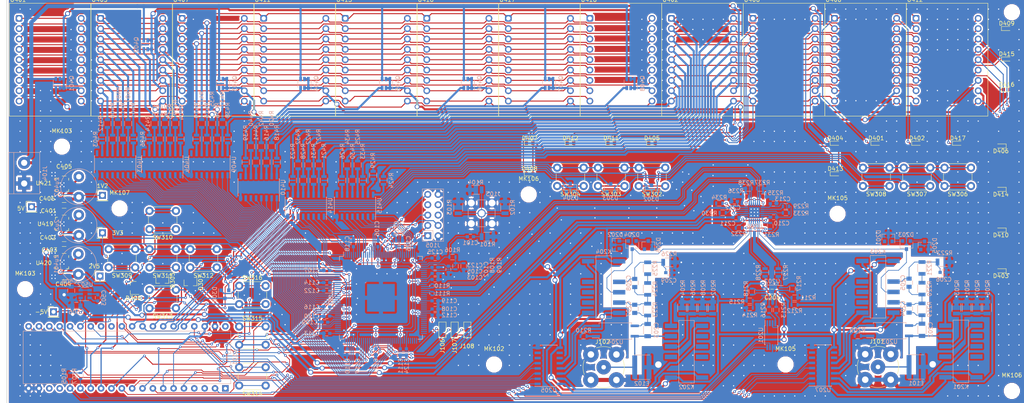
<source format=kicad_pcb>
(kicad_pcb (version 20171130) (host pcbnew "(5.1.2)-2")
  (layers (0 F.Cu signal hide) (31 B.Cu signal) (34 B.Paste user hide) (35 F.Paste user hide) (36 B.SilkS user hide) (37 F.SilkS user hide) (38 B.Mask user hide) (39 F.Mask user hide) (44 Edge.Cuts user hide))
  (net 0 "")
  (net 1 "Net-(C101-Pad2)")
  (net 2 /CLKIN_p)
  (net 3 GND)
  (net 4 /CLKIN_n)
  (net 5 +1V2)
  (net 6 +2V5)
  (net 7 +3V3)
  (net 8 -5V)
  (net 9 +5V)
  (net 10 /AFE/CH1_IN)
  (net 11 "Net-(C202-Pad1)")
  (net 12 "Net-(C203-Pad1)")
  (net 13 /AFE/CH2_IN)
  (net 14 "Net-(C204-Pad1)")
  (net 15 "Net-(C205-Pad1)")
  (net 16 "Net-(C207-Pad1)")
  (net 17 "Net-(C208-Pad1)")
  (net 18 "Net-(C503-Pad1)")
  (net 19 "Net-(C503-Pad2)")
  (net 20 "Net-(D201-Pad2)")
  (net 21 "Net-(D202-Pad2)")
  (net 22 "Net-(D203-Pad2)")
  (net 23 "Net-(D203-Pad3)")
  (net 24 "Net-(D204-Pad3)")
  (net 25 "Net-(D204-Pad2)")
  (net 26 /R0)
  (net 27 /R1)
  (net 28 "Net-(D302-Pad2)")
  (net 29 "Net-(D302-Pad1)")
  (net 30 "Net-(D303-Pad1)")
  (net 31 "Net-(D303-Pad2)")
  (net 32 /R2)
  (net 33 /R3)
  (net 34 "Net-(D304-Pad2)")
  (net 35 "Net-(D304-Pad1)")
  (net 36 "Net-(D305-Pad1)")
  (net 37 "Net-(D305-Pad2)")
  (net 38 "Net-(D306-Pad2)")
  (net 39 "Net-(D306-Pad1)")
  (net 40 "Net-(D307-Pad1)")
  (net 41 "Net-(D307-Pad2)")
  (net 42 "Net-(D308-Pad2)")
  (net 43 "Net-(D308-Pad1)")
  (net 44 /LED_array/A1_2)
  (net 45 /LED_array/A2_2)
  (net 46 /LED_array/B_2)
  (net 47 /LED_array/C_2)
  (net 48 /A4)
  (net 49 /LED_array/D1_2)
  (net 50 /LED_array/D2_2)
  (net 51 /LED_array/E_2)
  (net 52 /LED_array/F_2)
  (net 53 /LED_array/G1_2)
  (net 54 /LED_array/G2_2)
  (net 55 /LED_array/H_2)
  (net 56 /LED_array/J_2)
  (net 57 /LED_array/K_2)
  (net 58 /LED_array/L_2)
  (net 59 /LED_array/M_2)
  (net 60 /LED_array/N_2)
  (net 61 /LED_array/DP_2)
  (net 62 /TCK)
  (net 63 /TDO)
  (net 64 /TMS)
  (net 65 "Net-(J105-Pad6)")
  (net 66 "Net-(J105-Pad7)")
  (net 67 "Net-(J105-Pad8)")
  (net 68 /TDI)
  (net 69 /MSEL0)
  (net 70 /MSEL1)
  (net 71 /MSEL2)
  (net 72 /50Ohm_ON_1)
  (net 73 "Net-(K201-Pad10)")
  (net 74 "Net-(K201-Pad4)")
  (net 75 "Net-(K201-Pad9)")
  (net 76 "Net-(K201-Pad3)")
  (net 77 "Net-(K201-Pad8)")
  (net 78 /50Ohm_OFF_1)
  (net 79 /50Ohm_OFF_2)
  (net 80 "Net-(K202-Pad8)")
  (net 81 "Net-(K202-Pad3)")
  (net 82 "Net-(K202-Pad9)")
  (net 83 "Net-(K202-Pad4)")
  (net 84 "Net-(K202-Pad10)")
  (net 85 /50Ohm_ON_2)
  (net 86 /DIV10_OFF_1)
  (net 87 "Net-(K203-Pad8)")
  (net 88 "Net-(K203-Pad9)")
  (net 89 "Net-(K203-Pad10)")
  (net 90 /DIV10_ON_1)
  (net 91 /DIV10_ON_2)
  (net 92 "Net-(K204-Pad10)")
  (net 93 "Net-(K204-Pad9)")
  (net 94 "Net-(K204-Pad8)")
  (net 95 /DIV10_OFF_2)
  (net 96 /A0)
  (net 97 "Net-(Q401-Pad3)")
  (net 98 /A1)
  (net 99 "Net-(Q402-Pad3)")
  (net 100 /A2)
  (net 101 "Net-(Q403-Pad3)")
  (net 102 /A3)
  (net 103 "Net-(Q404-Pad3)")
  (net 104 "Net-(Q405-Pad3)")
  (net 105 /A5)
  (net 106 "Net-(Q406-Pad3)")
  (net 107 /A6)
  (net 108 "Net-(Q407-Pad3)")
  (net 109 /A7)
  (net 110 "Net-(Q408-Pad3)")
  (net 111 /SDA)
  (net 112 /SCL)
  (net 113 "Net-(R209-Pad1)")
  (net 114 "Net-(R210-Pad1)")
  (net 115 "Net-(R211-Pad1)")
  (net 116 "Net-(R213-Pad1)")
  (net 117 "Net-(R213-Pad2)")
  (net 118 "Net-(R214-Pad1)")
  (net 119 "Net-(R216-Pad2)")
  (net 120 "Net-(R216-Pad1)")
  (net 121 "Net-(R217-Pad2)")
  (net 122 "Net-(R218-Pad2)")
  (net 123 "Net-(R220-Pad2)")
  (net 124 "Net-(R224-Pad2)")
  (net 125 /AFE/VOFF_1)
  (net 126 /AFE/VOFF2)
  (net 127 "Net-(R229-Pad1)")
  (net 128 "Net-(R230-Pad1)")
  (net 129 "Net-(R231-Pad1)")
  (net 130 "Net-(R231-Pad2)")
  (net 131 "Net-(R232-Pad1)")
  (net 132 "Net-(R232-Pad2)")
  (net 133 "Net-(R233-Pad1)")
  (net 134 "Net-(R234-Pad1)")
  (net 135 /CH1-)
  (net 136 /CH2-)
  (net 137 /CH1+)
  (net 138 /CH2+)
  (net 139 "Net-(R401-Pad2)")
  (net 140 /LED_array/A1_1)
  (net 141 /LED_array/C_1)
  (net 142 "Net-(R402-Pad2)")
  (net 143 /LED_array/E_1)
  (net 144 "Net-(R403-Pad2)")
  (net 145 /LED_array/F_1)
  (net 146 "Net-(R404-Pad2)")
  (net 147 "Net-(R405-Pad2)")
  (net 148 /LED_array/H_1)
  (net 149 /LED_array/L_1)
  (net 150 "Net-(R406-Pad2)")
  (net 151 "Net-(R407-Pad2)")
  (net 152 /LED_array/A2_1)
  (net 153 /LED_array/D1_1)
  (net 154 "Net-(R408-Pad2)")
  (net 155 /LED_array/G1_1)
  (net 156 "Net-(R409-Pad2)")
  (net 157 /LED_array/J_1)
  (net 158 "Net-(R410-Pad2)")
  (net 159 /LED_array/B_1)
  (net 160 "Net-(R411-Pad2)")
  (net 161 "Net-(R412-Pad2)")
  (net 162 /LED_array/D2_1)
  (net 163 /LED_array/G2_1)
  (net 164 "Net-(R413-Pad2)")
  (net 165 "Net-(R414-Pad2)")
  (net 166 /LED_array/K_1)
  (net 167 "Net-(R415-Pad2)")
  (net 168 /LED_array/M_1)
  (net 169 "Net-(R416-Pad2)")
  (net 170 /LED_array/N_1)
  (net 171 "Net-(R417-Pad2)")
  (net 172 "Net-(R418-Pad2)")
  (net 173 "Net-(R419-Pad2)")
  (net 174 /LED_array/DP_1)
  (net 175 "Net-(R420-Pad2)")
  (net 176 "Net-(R421-Pad2)")
  (net 177 "Net-(R422-Pad2)")
  (net 178 "Net-(R423-Pad2)")
  (net 179 "Net-(R424-Pad2)")
  (net 180 "Net-(R425-Pad2)")
  (net 181 "Net-(R426-Pad2)")
  (net 182 "Net-(R427-Pad2)")
  (net 183 "Net-(R428-Pad2)")
  (net 184 "Net-(R429-Pad2)")
  (net 185 "Net-(R430-Pad2)")
  (net 186 "Net-(R431-Pad2)")
  (net 187 "Net-(R432-Pad2)")
  (net 188 "Net-(R433-Pad2)")
  (net 189 "Net-(R434-Pad2)")
  (net 190 /LED_array/DR0)
  (net 191 /LED_array/DR1)
  (net 192 /LED_array/DR2)
  (net 193 /LED_array/DR3)
  (net 194 /LED_array/DR4)
  (net 195 /LED_array/DR5)
  (net 196 /LED_array/DR6)
  (net 197 /LED_array/DR7)
  (net 198 /C0)
  (net 199 /C1)
  (net 200 /C2)
  (net 201 /C3)
  (net 202 "Net-(U101-Pad1)")
  (net 203 /AC_1)
  (net 204 "Net-(U101-Pad3)")
  (net 205 "Net-(U101-Pad4)")
  (net 206 /INTCLK)
  (net 207 /~CONFIG)
  (net 208 /TXD)
  (net 209 /~STATUS)
  (net 210 /CONF_DONE)
  (net 211 "Net-(U101-Pad28)")
  (net 212 /INIT_DONE)
  (net 213 "Net-(U101-Pad29)")
  (net 214 /DCLK)
  (net 215 /AC_2)
  (net 216 /DATA0)
  (net 217 "Net-(U101-Pad17)")
  (net 218 "Net-(U101-Pad40)")
  (net 219 "Net-(U102-Pad6)")
  (net 220 "Net-(U102-Pad23)")
  (net 221 "Net-(U102-Pad24)")
  (net 222 "Net-(U102-Pad25)")
  (net 223 /C0_1)
  (net 224 /C1_1)
  (net 225 /C2_1)
  (net 226 "Net-(U102-Pad42)")
  (net 227 "Net-(U102-Pad43)")
  (net 228 "Net-(U102-Pad44)")
  (net 229 "Net-(U102-Pad46)")
  (net 230 "Net-(U102-Pad53)")
  (net 231 /C3_1)
  (net 232 /C4_1)
  (net 233 /C5_1)
  (net 234 /C6_1)
  (net 235 /C7_1)
  (net 236 /C8_1)
  (net 237 /C9_1)
  (net 238 /C10_1)
  (net 239 /C11_1)
  (net 240 /C12_1)
  (net 241 /C13_1)
  (net 242 /C14_1)
  (net 243 /C15_1)
  (net 244 /C16_1)
  (net 245 /C0_2)
  (net 246 /C1_2)
  (net 247 /C2_2)
  (net 248 /C3_2)
  (net 249 /C4_2)
  (net 250 /C5_2)
  (net 251 /C6_2)
  (net 252 /C7_2)
  (net 253 /C8_2)
  (net 254 /C9_2)
  (net 255 "Net-(U102-Pad88)")
  (net 256 "Net-(U102-Pad89)")
  (net 257 "Net-(U102-Pad90)")
  (net 258 "Net-(U102-Pad91)")
  (net 259 /C10_2)
  (net 260 /C11_2)
  (net 261 /C12_2)
  (net 262 /C13_2)
  (net 263 /C14_2)
  (net 264 /C15_2)
  (net 265 /C16_2)
  (net 266 "Net-(U102-Pad112)")
  (net 267 "Net-(U102-Pad113)")
  (net 268 "Net-(U201-Pad2)")
  (net 269 "Net-(U205-Pad11)")
  (net 270 "Net-(U205-Pad10)")
  (net 271 "Net-(U205-Pad7)")
  (net 272 "Net-(U205-Pad6)")
  (net 273 "Net-(U207-Pad6)")
  (net 274 "Net-(U207-Pad7)")
  (net 275 "Net-(U207-Pad10)")
  (net 276 "Net-(U207-Pad11)")
  (net 277 "Net-(U403-Pad9)")
  (net 278 "Net-(U404-Pad9)")
  (net 279 "Net-(U409-Pad9)")
  (net 280 "Net-(U410-Pad9)")
  (net 281 "Net-(U414-Pad9)")
  (net 282 "Net-(U415-Pad9)")
  (net 283 /AFE/50Ohm_ON_1_int)
  (net 284 /AFE/50Ohm_OFF_1_int)
  (net 285 /AFE/50Ohm_OFF_2_int)
  (net 286 /AFE/50Ohm_ON_2_int)
  (net 287 /AFE/DIV10_OFF_1_int)
  (net 288 /AFE/DIV10_ON_1_int)
  (net 289 /AFE/DIV10_ON_2_int)
  (net 290 /AFE/DIV10_OFF_2_int)
  (net 291 /AFE/AC_1_int)
  (net 292 /AFE/AC_2_int)
  (net 293 /LED_array/A1)
  (net 294 /LED_array/A2)
  (net 295 /LED_array/A6)
  (net 296 /LED_array/A5)
  (net 297 /LED_array/A7)
  (net 298 /LED_array/A0)
  (net 299 /LED_array/A3)
  (net 300 /LED_array/A4)
  (net 301 "Net-(U102-Pad84)")
  (net 302 "Net-(U102-Pad83)")
  (net 303 "Net-(U102-Pad77)")
  (net 304 "Net-(U102-Pad76)")
  (net 305 "Net-(U102-Pad71)")
  (net 306 "Net-(U102-Pad70)")
  (net 307 "Net-(U102-Pad69)")
  (net 308 "Net-(U102-Pad68)")
  (net 309 "Net-(U102-Pad67)")
  (net 310 "Net-(U102-Pad66)")
  (net 311 "Net-(U102-Pad65)")
  (net 312 "Net-(U102-Pad60)")
  (net 313 "Net-(U102-Pad59)")
  (net 314 "Net-(U102-Pad58)")
  (net 315 "Net-(U102-Pad55)")
  (net 316 "Net-(U102-Pad54)")
  (net 317 "Net-(U102-Pad72)")
  (net 318 "Net-(U102-Pad80)")
  (net 319 "Net-(U102-Pad75)")
  (net 320 "Net-(U102-Pad74)")
  (net 321 "Net-(U102-Pad73)")
  (net 322 "Net-(2u401-Pad1)")
  (net 323 "Net-(2u402-Pad1)")
  (net 324 "Net-(2u2-Pad1)")
  (module VIA_MATRIX (layer F.Cu) (at 205.75 110.2325)
    (fp_text reference V74_37 hide)
    (fp_text value AUTO_VIA hide)
    (pad 1 thru_hole circle (at 0 0) (size 0.65 0.65) (drill 0.3) (layers *.Cu) (net 3 GND) (clearance 0.4))
  )
  (module Mounting_Holes:MountingHole_3.2mm_M3_ISO7380 (layer F.Cu) (at 211 110)
    (fp_text reference MK105 (at 0 -3.85) (layer F.SilkS))
    (fp_text value Mounting_Hole)
    (pad 1 np_thru_hole circle (at 0 0) (size 3.2 3.2) (drill 3.2) (layers *.Cu *.Mask))
  )
  (module Mounting_Holes:MountingHole_3.2mm_M3_ISO7380 (layer F.Cu) (at 24.5 91.5)
    (fp_text reference MK103 (at 0 -3.85) (layer F.SilkS))
    (fp_text value Mounting_Hole)
    (pad 1 np_thru_hole circle (at 0 0) (size 3.2 3.2) (drill 3.2) (layers *.Cu *.Mask))
  )
  (module Mounting_Holes:MountingHole_3.2mm_M3_ISO7380 (layer F.Cu) (at 266.5 116.5)
    (fp_text reference MK105 (at 0 -3.85) (layer F.SilkS))
    (fp_text value Mounting_Hole)
    (pad 1 np_thru_hole circle (at 0 0) (size 3.2 3.2) (drill 3.2) (layers *.Cu *.Mask))
  )
  (module Capacitors_SMD:C_0805 (layer F.Cu) (at 34.05 78.98)
    (fp_text reference C402 (at -4 -0.1) (layer F.SilkS))
    (fp_text value "10u 6.3V")
    (pad 2 smd rect (at 1 0) (size 1 1.25) (layers F.Cu F.Paste F.Mask) (net 7 +3V3))
    (pad 1 smd rect (at -1 0) (size 1 1.25) (layers F.Cu F.Paste F.Mask) (net 3 GND))
  )
  (module Capacitors_SMD:C_0805 (layer F.Cu) (at 34.05 88.38)
    (fp_text reference C404 (at -0.2 1.9) (layer F.SilkS))
    (fp_text value "10u 6.3V")
    (pad 1 smd rect (at -1 0) (size 1 1.25) (layers F.Cu F.Paste F.Mask) (net 3 GND))
    (pad 2 smd rect (at 1 0) (size 1 1.25) (layers F.Cu F.Paste F.Mask) (net 6 +2V5))
  )
  (module Capacitors_SMD:C_0805 (layer F.Cu) (at 34.05 81.88)
    (fp_text reference C403 (at -3.6 0) (layer F.SilkS))
    (fp_text value "10u 6.3V")
    (pad 2 smd rect (at 1 0) (size 1 1.25) (layers F.Cu F.Paste F.Mask) (net 9 +5V))
    (pad 1 smd rect (at -1 0) (size 1 1.25) (layers F.Cu F.Paste F.Mask) (net 3 GND))
  )
  (module Capacitors_SMD:C_0805 (layer F.Cu) (at 34.05 72.48)
    (fp_text reference C401 (at -3.8 -0.2) (layer F.SilkS))
    (fp_text value "10u 6.3V")
    (pad 1 smd rect (at -1 0) (size 1 1.25) (layers F.Cu F.Paste F.Mask) (net 3 GND))
    (pad 2 smd rect (at 1 0) (size 1 1.25) (layers F.Cu F.Paste F.Mask) (net 9 +5V))
  )
  (module Capacitors_SMD:C_0805 (layer F.Cu) (at 34.05 62.88)
    (fp_text reference C405 (at 0 -1.5) (layer F.SilkS))
    (fp_text value "10u 6.3V")
    (pad 2 smd rect (at 1 0) (size 1 1.25) (layers F.Cu F.Paste F.Mask) (net 9 +5V))
    (pad 1 smd rect (at -1 0) (size 1 1.25) (layers F.Cu F.Paste F.Mask) (net 3 GND))
  )
  (module Capacitors_SMD:C_0805 (layer F.Cu) (at 34.05 69.38)
    (fp_text reference C406 (at -4.2 -0.1) (layer F.SilkS))
    (fp_text value "10u 6.3V")
    (pad 1 smd rect (at -1 0) (size 1 1.25) (layers F.Cu F.Paste F.Mask) (net 3 GND))
    (pad 2 smd rect (at 1 0) (size 1 1.25) (layers F.Cu F.Paste F.Mask) (net 5 +1V2))
  )
  (module Housings_DFN_QFN:QFN-16-1EP_3x3mm_Pitch0.5mm (layer F.Cu) (at 33.55 65.88 270)
    (fp_text reference U421 (at -0.4 4.5) (layer F.SilkS))
    (fp_text value SC183C)
    (pad 1 smd oval (at -1.475 -0.75 270) (size 0.75 0.3) (layers F.Cu F.Paste F.Mask) (net 9 +5V))
    (pad 2 smd oval (at -1.475 -0.25 270) (size 0.75 0.3) (layers F.Cu F.Paste F.Mask) (net 9 +5V))
    (pad 3 smd oval (at -1.475 0.25 270) (size 0.75 0.3) (layers F.Cu F.Paste F.Mask) (net 3 GND))
    (pad 4 smd oval (at -1.475 0.75 270) (size 0.75 0.3) (layers F.Cu F.Paste F.Mask) (net 9 +5V))
    (pad 5 smd oval (at -0.75 1.475) (size 0.75 0.3) (layers F.Cu F.Paste F.Mask) (net 9 +5V))
    (pad 6 smd oval (at -0.25 1.475) (size 0.75 0.3) (layers F.Cu F.Paste F.Mask) (net 3 GND))
    (pad 7 smd oval (at 0.25 1.475) (size 0.75 0.3) (layers F.Cu F.Paste F.Mask) (net 9 +5V))
    (pad 8 smd oval (at 0.75 1.475) (size 0.75 0.3) (layers F.Cu F.Paste F.Mask) (net 3 GND))
    (pad 9 smd oval (at 1.475 0.75 270) (size 0.75 0.3) (layers F.Cu F.Paste F.Mask))
    (pad 10 smd oval (at 1.475 0.25 270) (size 0.75 0.3) (layers F.Cu F.Paste F.Mask) (net 5 +1V2))
    (pad 11 smd oval (at 1.475 -0.25 270) (size 0.75 0.3) (layers F.Cu F.Paste F.Mask) (net 3 GND))
    (pad 12 smd oval (at 1.475 -0.75 270) (size 0.75 0.3) (layers F.Cu F.Paste F.Mask) (net 3 GND))
    (pad 13 smd oval (at 0.75 -1.475) (size 0.75 0.3) (layers F.Cu F.Paste F.Mask) (net 3 GND))
    (pad 14 smd oval (at 0.25 -1.475) (size 0.75 0.3) (layers F.Cu F.Paste F.Mask) (net 323 "Net-(2u402-Pad1)"))
    (pad 15 smd oval (at -0.25 -1.475) (size 0.75 0.3) (layers F.Cu F.Paste F.Mask) (net 323 "Net-(2u402-Pad1)"))
    (pad 16 smd oval (at -0.75 -1.475) (size 0.75 0.3) (layers F.Cu F.Paste F.Mask) (net 323 "Net-(2u402-Pad1)"))
    (pad 17 smd rect (at 0.45 0.45 270) (size 0.9 0.9) (layers F.Cu F.Paste F.Mask) (net 3 GND))
    (pad 17 smd rect (at 0.45 -0.45 270) (size 0.9 0.9) (layers F.Cu F.Paste F.Mask) (net 3 GND))
    (pad 17 smd rect (at -0.45 0.45 270) (size 0.9 0.9) (layers F.Cu F.Paste F.Mask) (net 3 GND))
    (pad 17 smd rect (at -0.45 -0.45 270) (size 0.9 0.9) (layers F.Cu F.Paste F.Mask) (net 3 GND))
  )
  (module Housings_DFN_QFN:QFN-16-1EP_3x3mm_Pitch0.5mm (layer F.Cu) (at 33.55 84.88 270)
    (fp_text reference U420 (at 0.2 4.5) (layer F.SilkS))
    (fp_text value SC183C)
    (pad 17 smd rect (at -0.45 -0.45 270) (size 0.9 0.9) (layers F.Cu F.Paste F.Mask) (net 3 GND))
    (pad 17 smd rect (at -0.45 0.45 270) (size 0.9 0.9) (layers F.Cu F.Paste F.Mask) (net 3 GND))
    (pad 17 smd rect (at 0.45 -0.45 270) (size 0.9 0.9) (layers F.Cu F.Paste F.Mask) (net 3 GND))
    (pad 17 smd rect (at 0.45 0.45 270) (size 0.9 0.9) (layers F.Cu F.Paste F.Mask) (net 3 GND))
    (pad 16 smd oval (at -0.75 -1.475) (size 0.75 0.3) (layers F.Cu F.Paste F.Mask) (net 322 "Net-(2u401-Pad1)"))
    (pad 15 smd oval (at -0.25 -1.475) (size 0.75 0.3) (layers F.Cu F.Paste F.Mask) (net 322 "Net-(2u401-Pad1)"))
    (pad 14 smd oval (at 0.25 -1.475) (size 0.75 0.3) (layers F.Cu F.Paste F.Mask) (net 322 "Net-(2u401-Pad1)"))
    (pad 13 smd oval (at 0.75 -1.475) (size 0.75 0.3) (layers F.Cu F.Paste F.Mask) (net 3 GND))
    (pad 12 smd oval (at 1.475 -0.75 270) (size 0.75 0.3) (layers F.Cu F.Paste F.Mask) (net 3 GND))
    (pad 11 smd oval (at 1.475 -0.25 270) (size 0.75 0.3) (layers F.Cu F.Paste F.Mask) (net 3 GND))
    (pad 10 smd oval (at 1.475 0.25 270) (size 0.75 0.3) (layers F.Cu F.Paste F.Mask) (net 6 +2V5))
    (pad 9 smd oval (at 1.475 0.75 270) (size 0.75 0.3) (layers F.Cu F.Paste F.Mask))
    (pad 8 smd oval (at 0.75 1.475) (size 0.75 0.3) (layers F.Cu F.Paste F.Mask) (net 9 +5V))
    (pad 7 smd oval (at 0.25 1.475) (size 0.75 0.3) (layers F.Cu F.Paste F.Mask) (net 3 GND))
    (pad 6 smd oval (at -0.25 1.475) (size 0.75 0.3) (layers F.Cu F.Paste F.Mask) (net 9 +5V))
    (pad 5 smd oval (at -0.75 1.475) (size 0.75 0.3) (layers F.Cu F.Paste F.Mask) (net 9 +5V))
    (pad 4 smd oval (at -1.475 0.75 270) (size 0.75 0.3) (layers F.Cu F.Paste F.Mask) (net 9 +5V))
    (pad 3 smd oval (at -1.475 0.25 270) (size 0.75 0.3) (layers F.Cu F.Paste F.Mask) (net 3 GND))
    (pad 2 smd oval (at -1.475 -0.25 270) (size 0.75 0.3) (layers F.Cu F.Paste F.Mask) (net 9 +5V))
    (pad 1 smd oval (at -1.475 -0.75 270) (size 0.75 0.3) (layers F.Cu F.Paste F.Mask) (net 9 +5V))
  )
  (module Housings_DFN_QFN:QFN-16-1EP_3x3mm_Pitch0.5mm (layer F.Cu) (at 33.55 75.48 270)
    (fp_text reference U419 (at 0 4.1) (layer F.SilkS))
    (fp_text value SC183C)
    (pad 1 smd oval (at -1.475 -0.75 270) (size 0.75 0.3) (layers F.Cu F.Paste F.Mask) (net 9 +5V))
    (pad 2 smd oval (at -1.475 -0.25 270) (size 0.75 0.3) (layers F.Cu F.Paste F.Mask) (net 9 +5V))
    (pad 3 smd oval (at -1.475 0.25 270) (size 0.75 0.3) (layers F.Cu F.Paste F.Mask) (net 3 GND))
    (pad 4 smd oval (at -1.475 0.75 270) (size 0.75 0.3) (layers F.Cu F.Paste F.Mask) (net 9 +5V))
    (pad 5 smd oval (at -0.75 1.475) (size 0.75 0.3) (layers F.Cu F.Paste F.Mask) (net 9 +5V))
    (pad 6 smd oval (at -0.25 1.475) (size 0.75 0.3) (layers F.Cu F.Paste F.Mask) (net 9 +5V))
    (pad 7 smd oval (at 0.25 1.475) (size 0.75 0.3) (layers F.Cu F.Paste F.Mask) (net 9 +5V))
    (pad 8 smd oval (at 0.75 1.475) (size 0.75 0.3) (layers F.Cu F.Paste F.Mask) (net 9 +5V))
    (pad 9 smd oval (at 1.475 0.75 270) (size 0.75 0.3) (layers F.Cu F.Paste F.Mask))
    (pad 10 smd oval (at 1.475 0.25 270) (size 0.75 0.3) (layers F.Cu F.Paste F.Mask) (net 7 +3V3))
    (pad 11 smd oval (at 1.475 -0.25 270) (size 0.75 0.3) (layers F.Cu F.Paste F.Mask) (net 3 GND))
    (pad 12 smd oval (at 1.475 -0.75 270) (size 0.75 0.3) (layers F.Cu F.Paste F.Mask) (net 3 GND))
    (pad 13 smd oval (at 0.75 -1.475) (size 0.75 0.3) (layers F.Cu F.Paste F.Mask) (net 3 GND))
    (pad 14 smd oval (at 0.25 -1.475) (size 0.75 0.3) (layers F.Cu F.Paste F.Mask) (net 324 "Net-(2u2-Pad1)"))
    (pad 15 smd oval (at -0.25 -1.475) (size 0.75 0.3) (layers F.Cu F.Paste F.Mask) (net 324 "Net-(2u2-Pad1)"))
    (pad 16 smd oval (at -0.75 -1.475) (size 0.75 0.3) (layers F.Cu F.Paste F.Mask) (net 324 "Net-(2u2-Pad1)"))
    (pad 17 smd rect (at 0.45 0.45 270) (size 0.9 0.9) (layers F.Cu F.Paste F.Mask) (net 3 GND))
    (pad 17 smd rect (at 0.45 -0.45 270) (size 0.9 0.9) (layers F.Cu F.Paste F.Mask) (net 3 GND))
    (pad 17 smd rect (at -0.45 0.45 270) (size 0.9 0.9) (layers F.Cu F.Paste F.Mask) (net 3 GND))
    (pad 17 smd rect (at -0.45 -0.45 270) (size 0.9 0.9) (layers F.Cu F.Paste F.Mask) (net 3 GND))
  )
  (module Inductors_THT:L_Radial_D8.7mm_P5.00mm_Fastron_07HCP (layer B.Cu) (at 37.65 73.28 270)
    (fp_text reference 2u2 (at 2.5 5.41 270) (layer B.SilkS) (effects (justify mirror)))
    (fp_text value L_Core_Ferrite)
    (pad 1 thru_hole circle (at 0 0 270) (size 2.6 2.6) (drill 1.3) (layers *.Cu *.Mask) (net 324 "Net-(2u2-Pad1)"))
    (pad 2 thru_hole circle (at 5 0 270) (size 2.6 2.6) (drill 1.3) (layers *.Cu *.Mask) (net 7 +3V3))
  )
  (module Inductors_THT:L_Radial_D8.7mm_P5.00mm_Fastron_07HCP (layer B.Cu) (at 37.65 63.88 270)
    (fp_text reference 2u402 (at 2.5 5.41 270) (layer B.SilkS) (effects (justify mirror)))
    (fp_text value L_Core_Ferrite)
    (pad 2 thru_hole circle (at 5 0 270) (size 2.6 2.6) (drill 1.3) (layers *.Cu *.Mask) (net 5 +1V2))
    (pad 1 thru_hole circle (at 0 0 270) (size 2.6 2.6) (drill 1.3) (layers *.Cu *.Mask) (net 323 "Net-(2u402-Pad1)"))
  )
  (module Inductors_THT:L_Radial_D8.7mm_P5.00mm_Fastron_07HCP (layer B.Cu) (at 37.55 82.88 270)
    (fp_text reference 2u401 (at 2.5 5.41 270) (layer B.SilkS) (effects (justify mirror)))
    (fp_text value L_Core_Ferrite)
    (pad 1 thru_hole circle (at 0 0 270) (size 2.6 2.6) (drill 1.3) (layers *.Cu *.Mask) (net 322 "Net-(2u401-Pad1)"))
    (pad 2 thru_hole circle (at 5 0 270) (size 2.6 2.6) (drill 1.3) (layers *.Cu *.Mask) (net 6 +2V5))
  )
  (module Pin_Headers:Pin_Header_Straight_1x01_Pitch2.54mm (layer F.Cu) (at 42.85 88.28)
    (fp_text reference 2V5 (at -1.4 -2.4) (layer F.SilkS))
    (fp_text value Test_Point)
    (pad 1 thru_hole rect (at 0 0) (size 1.7 1.7) (drill 1) (layers *.Cu *.Mask) (net 6 +2V5))
  )
  (module Pin_Headers:Pin_Header_Straight_1x01_Pitch2.54mm (layer F.Cu) (at 43.45 68.48)
    (fp_text reference 1V2 (at 0 -2.33) (layer F.SilkS))
    (fp_text value Test_Point)
    (pad 1 thru_hole rect (at 0 0) (size 1.7 1.7) (drill 1) (layers *.Cu *.Mask) (net 5 +1V2))
  )
  (module Mounting_Holes:MountingHole_3.2mm_M3_ISO7380 (layer F.Cu) (at 47.65 71.68)
    (fp_text reference MK107 (at 0 -3.85) (layer F.SilkS))
    (fp_text value Mounting_Hole)
    (pad 1 np_thru_hole circle (at 0 0) (size 3.2 3.2) (drill 3.2) (layers *.Cu *.Mask))
  )
  (module Mounting_Holes:MountingHole_3.2mm_M3_ISO7380 (layer F.Cu) (at 148 68.25)
    (fp_text reference MK106 (at 0 -3.85) (layer F.SilkS))
    (fp_text value Mounting_Hole)
    (pad 1 np_thru_hole circle (at 0 0) (size 3.2 3.2) (drill 3.2) (layers *.Cu *.Mask))
  )
  (module Mounting_Holes:MountingHole_3.2mm_M3_ISO7380 (layer F.Cu) (at 223.75 73)
    (fp_text reference MK105 (at 0 -3.85) (layer F.SilkS))
    (fp_text value Mounting_Hole)
    (pad 1 np_thru_hole circle (at 0 0) (size 3.2 3.2) (drill 3.2) (layers *.Cu *.Mask))
  )
  (module Mounting_Holes:MountingHole_3.2mm_M3_ISO7380 (layer F.Cu) (at 139.5 110)
    (fp_text reference MK102 (at 0 -3.85) (layer F.SilkS))
    (fp_text value Mounting_Hole)
    (pad 1 np_thru_hole circle (at 0 0) (size 3.2 3.2) (drill 3.2) (layers *.Cu *.Mask))
  )
  (module Mounting_Holes:MountingHole_3.2mm_M3_ISO7380 (layer F.Cu) (at 33.5 56.5)
    (fp_text reference MK103 (at 0 -3.85) (layer F.SilkS))
    (fp_text value Mounting_Hole)
    (pad 1 np_thru_hole circle (at 0 0) (size 3.2 3.2) (drill 3.2) (layers *.Cu *.Mask))
  )
  (module Mounting_Holes:MountingHole_3.2mm_M3_ISO7380 (layer F.Cu) (at 266.5 23.5)
    (fp_text reference MK104 (at 0 -3.85) (layer F.SilkS))
    (fp_text value Mounting_Hole)
    (pad 1 np_thru_hole circle (at 0 0) (size 3.2 3.2) (drill 3.2) (layers *.Cu *.Mask))
  )
  (module Buttons_Switches_THT:SW_PUSH_6mm (layer F.Cu) (at 71.48 86.18 180)
    (fp_text reference SW312 (at 3.25 -2 180) (layer F.SilkS))
    (fp_text value SW_Push)
    (pad 2 thru_hole circle (at 0 4.5 270) (size 2 2) (drill 1.1) (layers *.Cu *.Mask) (net 200 /C2))
    (pad 1 thru_hole circle (at 0 0 270) (size 2 2) (drill 1.1) (layers *.Cu *.Mask) (net 42 "Net-(D308-Pad2)"))
    (pad 2 thru_hole circle (at 6.5 4.5 270) (size 2 2) (drill 1.1) (layers *.Cu *.Mask) (net 200 /C2))
    (pad 1 thru_hole circle (at 6.5 0 270) (size 2 2) (drill 1.1) (layers *.Cu *.Mask) (net 42 "Net-(D308-Pad2)"))
  )
  (module Housings_SOIC:SOIC-16_3.9x9.9mm_Pitch1.27mm (layer B.Cu) (at 69.7 60.835 90)
    (fp_text reference U409 (at 0 6 90) (layer B.SilkS) (effects (justify mirror)))
    (fp_text value MC1413)
    (pad 16 smd rect (at 2.7 4.445 90) (size 1.5 0.6) (layers B.Cu B.Paste B.Mask) (net 193 /LED_array/DR3))
    (pad 15 smd rect (at 2.7 3.175 90) (size 1.5 0.6) (layers B.Cu B.Paste B.Mask) (net 192 /LED_array/DR2))
    (pad 14 smd rect (at 2.7 1.905 90) (size 1.5 0.6) (layers B.Cu B.Paste B.Mask) (net 191 /LED_array/DR1))
    (pad 13 smd rect (at 2.7 0.635 90) (size 1.5 0.6) (layers B.Cu B.Paste B.Mask) (net 190 /LED_array/DR0))
    (pad 12 smd rect (at 2.7 -0.635 90) (size 1.5 0.6) (layers B.Cu B.Paste B.Mask) (net 167 "Net-(R415-Pad2)"))
    (pad 11 smd rect (at 2.7 -1.905 90) (size 1.5 0.6) (layers B.Cu B.Paste B.Mask) (net 171 "Net-(R417-Pad2)"))
    (pad 10 smd rect (at 2.7 -3.175 90) (size 1.5 0.6) (layers B.Cu B.Paste B.Mask) (net 173 "Net-(R419-Pad2)"))
    (pad 9 smd rect (at 2.7 -4.445 90) (size 1.5 0.6) (layers B.Cu B.Paste B.Mask) (net 279 "Net-(U409-Pad9)"))
    (pad 8 smd rect (at -2.7 -4.445 90) (size 1.5 0.6) (layers B.Cu B.Paste B.Mask) (net 3 GND))
    (pad 7 smd rect (at -2.7 -3.175 90) (size 1.5 0.6) (layers B.Cu B.Paste B.Mask) (net 225 /C2_1))
    (pad 6 smd rect (at -2.7 -1.905 90) (size 1.5 0.6) (layers B.Cu B.Paste B.Mask) (net 240 /C12_1))
    (pad 5 smd rect (at -2.7 -0.635 90) (size 1.5 0.6) (layers B.Cu B.Paste B.Mask) (net 224 /C1_1))
    (pad 4 smd rect (at -2.7 0.635 90) (size 1.5 0.6) (layers B.Cu B.Paste B.Mask) (net 96 /A0))
    (pad 3 smd rect (at -2.7 1.905 90) (size 1.5 0.6) (layers B.Cu B.Paste B.Mask) (net 98 /A1))
    (pad 2 smd rect (at -2.7 3.175 90) (size 1.5 0.6) (layers B.Cu B.Paste B.Mask) (net 100 /A2))
    (pad 1 smd rect (at -2.7 4.445 90) (size 1.5 0.6) (layers B.Cu B.Paste B.Mask) (net 102 /A3))
  )
  (module Capacitors_SMD:C_0603 (layer B.Cu) (at 120 80.33 270)
    (fp_text reference C126 (at 0 1.5 270) (layer B.SilkS) (effects (justify mirror)))
    (fp_text value 100n)
    (pad 2 smd rect (at 0.75 0 270) (size 0.8 0.75) (layers B.Cu B.Paste B.Mask) (net 6 +2V5))
    (pad 1 smd rect (at -0.75 0 270) (size 0.8 0.75) (layers B.Cu B.Paste B.Mask) (net 3 GND))
  )
  (module Resistors_SMD:R_0402 (layer B.Cu) (at 124.25 92.58 90)
    (fp_text reference R111 (at 0 2.55 180) (layer B.SilkS) (effects (justify mirror)))
    (fp_text value 100)
    (pad 2 smd rect (at 0.45 0 90) (size 0.4 0.6) (layers B.Cu B.Paste B.Mask) (net 138 /CH2+))
    (pad 1 smd rect (at -0.45 0 90) (size 0.4 0.6) (layers B.Cu B.Paste B.Mask) (net 136 /CH2-))
  )
  (module Resistors_SMD:R_0402 (layer B.Cu) (at 124.25 90.68 270)
    (fp_text reference R110 (at 0 -2.55) (layer B.SilkS) (effects (justify mirror)))
    (fp_text value 100)
    (pad 1 smd rect (at -0.45 0 270) (size 0.4 0.6) (layers B.Cu B.Paste B.Mask) (net 135 /CH1-))
    (pad 2 smd rect (at 0.45 0 270) (size 0.4 0.6) (layers B.Cu B.Paste B.Mask) (net 137 /CH1+))
  )
  (module project:16Segment (layer F.Cu) (at 23 25)
    (fp_text reference U401 (at -0.254 -4.572) (layer F.SilkS))
    (fp_text value 16Segment)
    (pad 18 thru_hole circle (at 15.24 0) (size 1.65 1.65) (drill 1) (layers *.Cu *.Mask) (net 152 /LED_array/A2_1))
    (pad 17 thru_hole circle (at 15.24 2.54) (size 1.65 1.65) (drill 1) (layers *.Cu *.Mask) (net 166 /LED_array/K_1))
    (pad 16 thru_hole circle (at 15.24 5.08) (size 1.65 1.65) (drill 1) (layers *.Cu *.Mask) (net 159 /LED_array/B_1))
    (pad 15 thru_hole circle (at 15.24 7.62) (size 1.65 1.65) (drill 1) (layers *.Cu *.Mask) (net 163 /LED_array/G2_1))
    (pad 14 thru_hole circle (at 15.24 10.16) (size 1.65 1.65) (drill 1) (layers *.Cu *.Mask) (net 149 /LED_array/L_1))
    (pad 13 thru_hole circle (at 15.24 12.7) (size 1.65 1.65) (drill 1) (layers *.Cu *.Mask) (net 141 /LED_array/C_1))
    (pad 12 thru_hole circle (at 15.24 15.24) (size 1.65 1.65) (drill 1) (layers *.Cu *.Mask) (net 174 /LED_array/DP_1))
    (pad 11 thru_hole circle (at 15.24 17.78) (size 1.65 1.65) (drill 1) (layers *.Cu *.Mask) (net 298 /LED_array/A0))
    (pad 10 thru_hole circle (at 15.24 20.32) (size 1.65 1.65) (drill 1) (layers *.Cu *.Mask) (net 162 /LED_array/D2_1))
    (pad 9 thru_hole circle (at 0 20.32) (size 1.65 1.65) (drill 1) (layers *.Cu *.Mask) (net 153 /LED_array/D1_1))
    (pad 8 thru_hole circle (at 0 17.78) (size 1.65 1.65) (drill 1) (layers *.Cu *.Mask) (net 143 /LED_array/E_1))
    (pad 7 thru_hole circle (at 0 15.24) (size 1.65 1.65) (drill 1) (layers *.Cu *.Mask) (net 170 /LED_array/N_1))
    (pad 6 thru_hole circle (at 0 12.7) (size 1.65 1.65) (drill 1) (layers *.Cu *.Mask) (net 168 /LED_array/M_1))
    (pad 5 thru_hole circle (at 0 10.16) (size 1.65 1.65) (drill 1) (layers *.Cu *.Mask) (net 155 /LED_array/G1_1))
    (pad 4 thru_hole circle (at 0 7.62) (size 1.65 1.65) (drill 1) (layers *.Cu *.Mask) (net 145 /LED_array/F_1))
    (pad 3 thru_hole circle (at 0 5.08) (size 1.65 1.65) (drill 1) (layers *.Cu *.Mask) (net 148 /LED_array/H_1))
    (pad 2 thru_hole circle (at 0 2.54) (size 1.65 1.65) (drill 1) (layers *.Cu *.Mask) (net 157 /LED_array/J_1))
    (pad 1 thru_hole roundrect (at 0 0) (size 1.65 1.65) (drill 1) (layers *.Cu *.Mask) (net 140 /LED_array/A1_1))
  )
  (module Capacitors_SMD:C_0603 (layer B.Cu) (at 133.7 78.63)
    (fp_text reference C101 (at 0 1.5) (layer B.SilkS) (effects (justify mirror)))
    (fp_text value 100n)
    (pad 1 smd rect (at -0.75 0) (size 0.8 0.75) (layers B.Cu B.Paste B.Mask) (net 2 /CLKIN_p))
    (pad 2 smd rect (at 0.75 0) (size 0.8 0.75) (layers B.Cu B.Paste B.Mask) (net 1 "Net-(C101-Pad2)"))
  )
  (module Capacitors_SMD:C_0603 (layer B.Cu) (at 128.3 86.63 90)
    (fp_text reference C102 (at 0 9.25 90) (layer B.SilkS) (effects (justify mirror)))
    (fp_text value 100n)
    (pad 1 smd rect (at -0.75 0 90) (size 0.8 0.75) (layers B.Cu B.Paste B.Mask) (net 3 GND))
    (pad 2 smd rect (at 0.75 0 90) (size 0.8 0.75) (layers B.Cu B.Paste B.Mask) (net 4 /CLKIN_n))
  )
  (module Capacitors_SMD:C_0603 (layer B.Cu) (at 125.05 87.63)
    (fp_text reference C103 (at 9.75 1) (layer B.SilkS) (effects (justify mirror)))
    (fp_text value 100n)
    (pad 1 smd rect (at -0.75 0) (size 0.8 0.75) (layers B.Cu B.Paste B.Mask) (net 5 +1V2))
    (pad 2 smd rect (at 0.75 0) (size 0.8 0.75) (layers B.Cu B.Paste B.Mask) (net 3 GND))
  )
  (module Capacitors_SMD:C_0603 (layer B.Cu) (at 117 80.33 270)
    (fp_text reference C104 (at -3.7 -0.05 270) (layer B.SilkS) (effects (justify mirror)))
    (fp_text value 100n)
    (pad 1 smd rect (at -0.75 0 270) (size 0.8 0.75) (layers B.Cu B.Paste B.Mask) (net 3 GND))
    (pad 2 smd rect (at 0.75 0 270) (size 0.8 0.75) (layers B.Cu B.Paste B.Mask) (net 5 +1V2))
  )
  (module Capacitors_SMD:C_0603 (layer B.Cu) (at 125.05 89.13 180)
    (fp_text reference C105 (at -9.75 2 180) (layer B.SilkS) (effects (justify mirror)))
    (fp_text value 100n)
    (pad 1 smd rect (at -0.75 0 180) (size 0.8 0.75) (layers B.Cu B.Paste B.Mask) (net 3 GND))
    (pad 2 smd rect (at 0.75 0 180) (size 0.8 0.75) (layers B.Cu B.Paste B.Mask) (net 6 +2V5))
  )
  (module Capacitors_SMD:C_0603 (layer B.Cu) (at 111 80.33 270)
    (fp_text reference C106 (at -3.7 0.2 270) (layer B.SilkS) (effects (justify mirror)))
    (fp_text value 100n)
    (pad 1 smd rect (at -0.75 0 270) (size 0.8 0.75) (layers B.Cu B.Paste B.Mask) (net 3 GND))
    (pad 2 smd rect (at 0.75 0 270) (size 0.8 0.75) (layers B.Cu B.Paste B.Mask) (net 7 +3V3))
  )
  (module Capacitors_SMD:C_0603 (layer B.Cu) (at 98.45 86.93)
    (fp_text reference C107 (at -3.65 -0.05) (layer B.SilkS) (effects (justify mirror)))
    (fp_text value 100n)
    (pad 1 smd rect (at -0.75 0) (size 0.8 0.75) (layers B.Cu B.Paste B.Mask) (net 3 GND))
    (pad 2 smd rect (at 0.75 0) (size 0.8 0.75) (layers B.Cu B.Paste B.Mask) (net 7 +3V3))
  )
  (module Capacitors_SMD:C_0603 (layer B.Cu) (at 125.05 96.38)
    (fp_text reference C108 (at 3.5 0) (layer B.SilkS) (effects (justify mirror)))
    (fp_text value 100n)
    (pad 1 smd rect (at -0.75 0) (size 0.8 0.75) (layers B.Cu B.Paste B.Mask) (net 5 +1V2))
    (pad 2 smd rect (at 0.75 0) (size 0.8 0.75) (layers B.Cu B.Paste B.Mask) (net 3 GND))
  )
  (module Capacitors_SMD:C_0603 (layer B.Cu) (at 97.95 99.63)
    (fp_text reference C109 (at -3.65 0) (layer B.SilkS) (effects (justify mirror)))
    (fp_text value 100n)
    (pad 1 smd rect (at -0.75 0) (size 0.8 0.75) (layers B.Cu B.Paste B.Mask) (net 3 GND))
    (pad 2 smd rect (at 0.75 0) (size 0.8 0.75) (layers B.Cu B.Paste B.Mask) (net 5 +1V2))
  )
  (module Capacitors_SMD:C_0603 (layer B.Cu) (at 103.5 106.93 90)
    (fp_text reference C110 (at -3.45 0.05 90) (layer B.SilkS) (effects (justify mirror)))
    (fp_text value 100n)
    (pad 1 smd rect (at -0.75 0 90) (size 0.8 0.75) (layers B.Cu B.Paste B.Mask) (net 3 GND))
    (pad 2 smd rect (at 0.75 0 90) (size 0.8 0.75) (layers B.Cu B.Paste B.Mask) (net 6 +2V5))
  )
  (module Capacitors_SMD:C_0603 (layer B.Cu) (at 116.5 106.93 90)
    (fp_text reference C111 (at -3.45 0.05 90) (layer B.SilkS) (effects (justify mirror)))
    (fp_text value 100n)
    (pad 1 smd rect (at -0.75 0 90) (size 0.8 0.75) (layers B.Cu B.Paste B.Mask) (net 3 GND))
    (pad 2 smd rect (at 0.75 0 90) (size 0.8 0.75) (layers B.Cu B.Paste B.Mask) (net 7 +3V3))
  )
  (module Capacitors_SMD:C_0603 (layer B.Cu) (at 125.05 97.88 180)
    (fp_text reference C112 (at -3.5 0 180) (layer B.SilkS) (effects (justify mirror)))
    (fp_text value 100n)
    (pad 1 smd rect (at -0.75 0 180) (size 0.8 0.75) (layers B.Cu B.Paste B.Mask) (net 3 GND))
    (pad 2 smd rect (at 0.75 0 180) (size 0.8 0.75) (layers B.Cu B.Paste B.Mask) (net 7 +3V3))
  )
  (module Capacitors_SMD:C_0603 (layer B.Cu) (at 98.45 102.38 180)
    (fp_text reference C113 (at 3.65 0 180) (layer B.SilkS) (effects (justify mirror)))
    (fp_text value 100n)
    (pad 1 smd rect (at -0.75 0 180) (size 0.8 0.75) (layers B.Cu B.Paste B.Mask) (net 5 +1V2))
    (pad 2 smd rect (at 0.75 0 180) (size 0.8 0.75) (layers B.Cu B.Paste B.Mask) (net 3 GND))
  )
  (module Capacitors_SMD:C_0603 (layer B.Cu) (at 98.45 89.88)
    (fp_text reference C114 (at -3.65 0) (layer B.SilkS) (effects (justify mirror)))
    (fp_text value 100n)
    (pad 1 smd rect (at -0.75 0) (size 0.8 0.75) (layers B.Cu B.Paste B.Mask) (net 3 GND))
    (pad 2 smd rect (at 0.75 0) (size 0.8 0.75) (layers B.Cu B.Paste B.Mask) (net 5 +1V2))
  )
  (module Capacitors_SMD:C_0603 (layer B.Cu) (at 115.5 80.33 270)
    (fp_text reference C115 (at -3.7 -0.05 270) (layer B.SilkS) (effects (justify mirror)))
    (fp_text value 100n)
    (pad 1 smd rect (at -0.75 0 270) (size 0.8 0.75) (layers B.Cu B.Paste B.Mask) (net 3 GND))
    (pad 2 smd rect (at 0.75 0 270) (size 0.8 0.75) (layers B.Cu B.Paste B.Mask) (net 7 +3V3))
  )
  (module Capacitors_SMD:C_0603 (layer B.Cu) (at 98.45 95.88)
    (fp_text reference C116 (at -3.65 0) (layer B.SilkS) (effects (justify mirror)))
    (fp_text value 100n)
    (pad 1 smd rect (at -0.75 0) (size 0.8 0.75) (layers B.Cu B.Paste B.Mask) (net 3 GND))
    (pad 2 smd rect (at 0.75 0) (size 0.8 0.75) (layers B.Cu B.Paste B.Mask) (net 7 +3V3))
  )
  (module Capacitors_SMD:C_0603 (layer B.Cu) (at 106 106.93 270)
    (fp_text reference C117 (at 3.45 -0.05 270) (layer B.SilkS) (effects (justify mirror)))
    (fp_text value 100n)
    (pad 1 smd rect (at -0.75 0 270) (size 0.8 0.75) (layers B.Cu B.Paste B.Mask) (net 5 +1V2))
    (pad 2 smd rect (at 0.75 0 270) (size 0.8 0.75) (layers B.Cu B.Paste B.Mask) (net 3 GND))
  )
  (module Capacitors_SMD:C_0603 (layer B.Cu) (at 105 80.33 270)
    (fp_text reference C118 (at 0 1.5 270) (layer B.SilkS) (effects (justify mirror)))
    (fp_text value 100n)
    (pad 1 smd rect (at -0.75 0 270) (size 0.8 0.75) (layers B.Cu B.Paste B.Mask) (net 3 GND))
    (pad 2 smd rect (at 0.75 0 270) (size 0.8 0.75) (layers B.Cu B.Paste B.Mask) (net 5 +1V2))
  )
  (module Capacitors_SMD:C_0603 (layer B.Cu) (at 125.05 94.38 180)
    (fp_text reference C119 (at -3.5 0 180) (layer B.SilkS) (effects (justify mirror)))
    (fp_text value 100n)
    (pad 1 smd rect (at -0.75 0 180) (size 0.8 0.75) (layers B.Cu B.Paste B.Mask) (net 3 GND))
    (pad 2 smd rect (at 0.75 0 180) (size 0.8 0.75) (layers B.Cu B.Paste B.Mask) (net 7 +3V3))
  )
  (module Capacitors_SMD:C_0603 (layer B.Cu) (at 98.45 98.13)
    (fp_text reference C120 (at -3.65 0) (layer B.SilkS) (effects (justify mirror)))
    (fp_text value 100n)
    (pad 1 smd rect (at -0.75 0) (size 0.8 0.75) (layers B.Cu B.Paste B.Mask) (net 3 GND))
    (pad 2 smd rect (at 0.75 0) (size 0.8 0.75) (layers B.Cu B.Paste B.Mask) (net 7 +3V3))
  )
  (module Capacitors_SMD:C_0603 (layer B.Cu) (at 110.5 106.93 90)
    (fp_text reference C121 (at -3.45 0.05 90) (layer B.SilkS) (effects (justify mirror)))
    (fp_text value 100n)
    (pad 1 smd rect (at -0.75 0 90) (size 0.8 0.75) (layers B.Cu B.Paste B.Mask) (net 3 GND))
    (pad 2 smd rect (at 0.75 0 90) (size 0.8 0.75) (layers B.Cu B.Paste B.Mask) (net 7 +3V3))
  )
  (module Capacitors_SMD:C_0603 (layer B.Cu) (at 98.45 91.88)
    (fp_text reference C122 (at -3.65 0) (layer B.SilkS) (effects (justify mirror)))
    (fp_text value 100n)
    (pad 1 smd rect (at -0.75 0) (size 0.8 0.75) (layers B.Cu B.Paste B.Mask) (net 3 GND))
    (pad 2 smd rect (at 0.75 0) (size 0.8 0.75) (layers B.Cu B.Paste B.Mask) (net 7 +3V3))
  )
  (module Capacitors_SMD:C_0603 (layer B.Cu) (at 125.05 86.13 180)
    (fp_text reference C123 (at -9.75 0.5 180) (layer B.SilkS) (effects (justify mirror)))
    (fp_text value 100n)
    (pad 1 smd rect (at -0.75 0 180) (size 0.8 0.75) (layers B.Cu B.Paste B.Mask) (net 3 GND))
    (pad 2 smd rect (at 0.75 0 180) (size 0.8 0.75) (layers B.Cu B.Paste B.Mask) (net 6 +2V5))
  )
  (module Capacitors_SMD:C_0603 (layer B.Cu) (at 118 106.93 90)
    (fp_text reference C124 (at -3.45 0.05 90) (layer B.SilkS) (effects (justify mirror)))
    (fp_text value 100n)
    (pad 1 smd rect (at -0.75 0 90) (size 0.8 0.75) (layers B.Cu B.Paste B.Mask) (net 3 GND))
    (pad 2 smd rect (at 0.75 0 90) (size 0.8 0.75) (layers B.Cu B.Paste B.Mask) (net 5 +1V2))
  )
  (module Capacitors_SMD:C_0603 (layer B.Cu) (at 125.05 83.88 180)
    (fp_text reference C125 (at 0 1.5 180) (layer B.SilkS) (effects (justify mirror)))
    (fp_text value 100n)
    (pad 1 smd rect (at -0.75 0 180) (size 0.8 0.75) (layers B.Cu B.Paste B.Mask) (net 3 GND))
    (pad 2 smd rect (at 0.75 0 180) (size 0.8 0.75) (layers B.Cu B.Paste B.Mask) (net 5 +1V2))
  )
  (module Capacitors_SMD:C_0603 (layer F.Cu) (at 207.71 92.12 180)
    (fp_text reference C201 (at 0 -1.5 180) (layer F.SilkS))
    (fp_text value 100n)
    (pad 1 smd rect (at -0.75 0 180) (size 0.8 0.75) (layers F.Cu F.Paste F.Mask) (net 8 -5V))
    (pad 2 smd rect (at 0.75 0 180) (size 0.8 0.75) (layers F.Cu F.Paste F.Mask) (net 9 +5V))
  )
  (module Capacitors_SMD:C_1206 (layer B.Cu) (at 244.46 101.49 270)
    (fp_text reference C202 (at 0 -2.09 270) (layer B.SilkS) (effects (justify mirror)))
    (fp_text value "47n 350V")
    (pad 2 smd rect (at 1.5 0 270) (size 1 1.6) (layers B.Cu B.Paste B.Mask) (net 10 /AFE/CH1_IN))
    (pad 1 smd rect (at -1.5 0 270) (size 1 1.6) (layers B.Cu B.Paste B.Mask) (net 11 "Net-(C202-Pad1)"))
  )
  (module Capacitors_SMD:C_1206 (layer B.Cu) (at 177.175 101.56 270)
    (fp_text reference C203 (at 0 -2.125 270) (layer B.SilkS) (effects (justify mirror)))
    (fp_text value "47n 350V")
    (pad 2 smd rect (at 1.5 0 270) (size 1 1.6) (layers B.Cu B.Paste B.Mask) (net 13 /AFE/CH2_IN))
    (pad 1 smd rect (at -1.5 0 270) (size 1 1.6) (layers B.Cu B.Paste B.Mask) (net 12 "Net-(C203-Pad1)"))
  )
  (module Capacitors_SMD:C_0805 (layer B.Cu) (at 241.285 96.275 270)
    (fp_text reference C204 (at 0 1.5 270) (layer B.SilkS) (effects (justify mirror)))
    (fp_text value 22p)
    (pad 2 smd rect (at 1 0 270) (size 1 1.25) (layers B.Cu B.Paste B.Mask) (net 11 "Net-(C202-Pad1)"))
    (pad 1 smd rect (at -1 0 270) (size 1 1.25) (layers B.Cu B.Paste B.Mask) (net 14 "Net-(C204-Pad1)"))
  )
  (module Capacitors_SMD:C_0805 (layer B.Cu) (at 241.285 89.925 270)
    (fp_text reference C205 (at 0 1.5 270) (layer B.SilkS) (effects (justify mirror)))
    (fp_text value 22p)
    (pad 2 smd rect (at 1 0 270) (size 1 1.25) (layers B.Cu B.Paste B.Mask) (net 14 "Net-(C204-Pad1)"))
    (pad 1 smd rect (at -1 0 270) (size 1 1.25) (layers B.Cu B.Paste B.Mask) (net 15 "Net-(C205-Pad1)"))
  )
  (module Capacitors_SMD:C_0603 (layer B.Cu) (at 249.655 87.39 180)
    (fp_text reference C206 (at -0.145 -1.74 180) (layer B.SilkS) (effects (justify mirror)))
    (fp_text value 220p)
    (pad 1 smd rect (at -0.75 0 180) (size 0.8 0.75) (layers B.Cu B.Paste B.Mask) (net 3 GND))
    (pad 2 smd rect (at 0.75 0 180) (size 0.8 0.75) (layers B.Cu B.Paste B.Mask) (net 15 "Net-(C205-Pad1)"))
  )
  (module Capacitors_SMD:C_0805 (layer B.Cu) (at 174 96.345 270)
    (fp_text reference C207 (at 0 1.5 270) (layer B.SilkS) (effects (justify mirror)))
    (fp_text value 22p)
    (pad 2 smd rect (at 1 0 270) (size 1 1.25) (layers B.Cu B.Paste B.Mask) (net 12 "Net-(C203-Pad1)"))
    (pad 1 smd rect (at -1 0 270) (size 1 1.25) (layers B.Cu B.Paste B.Mask) (net 16 "Net-(C207-Pad1)"))
  )
  (module Capacitors_SMD:C_0805 (layer B.Cu) (at 174 89.995 270)
    (fp_text reference C208 (at 0 1.5 270) (layer B.SilkS) (effects (justify mirror)))
    (fp_text value 22p)
    (pad 2 smd rect (at 1 0 270) (size 1 1.25) (layers B.Cu B.Paste B.Mask) (net 16 "Net-(C207-Pad1)"))
    (pad 1 smd rect (at -1 0 270) (size 1 1.25) (layers B.Cu B.Paste B.Mask) (net 17 "Net-(C208-Pad1)"))
  )
  (module Capacitors_SMD:C_0603 (layer B.Cu) (at 182.37 87.46 180)
    (fp_text reference C209 (at 0 -1.92 180) (layer B.SilkS) (effects (justify mirror)))
    (fp_text value 220p)
    (pad 1 smd rect (at -0.75 0 180) (size 0.8 0.75) (layers B.Cu B.Paste B.Mask) (net 3 GND))
    (pad 2 smd rect (at 0.75 0 180) (size 0.8 0.75) (layers B.Cu B.Paste B.Mask) (net 17 "Net-(C208-Pad1)"))
  )
  (module Capacitors_SMD:C_0603 (layer B.Cu) (at 208.08 73.83)
    (fp_text reference C210 (at 1.97 1.5) (layer B.SilkS) (effects (justify mirror)))
    (fp_text value 100n)
    (pad 1 smd rect (at -0.75 0) (size 0.8 0.75) (layers B.Cu B.Paste B.Mask) (net 9 +5V))
    (pad 2 smd rect (at 0.75 0) (size 0.8 0.75) (layers B.Cu B.Paste B.Mask) (net 8 -5V))
  )
  (module Capacitors_SMD:C_0603 (layer B.Cu) (at 198.83 73.88 180)
    (fp_text reference C211 (at 2.03 -1.5 180) (layer B.SilkS) (effects (justify mirror)))
    (fp_text value 100n)
    (pad 1 smd rect (at -0.75 0 180) (size 0.8 0.75) (layers B.Cu B.Paste B.Mask) (net 9 +5V))
    (pad 2 smd rect (at 0.75 0 180) (size 0.8 0.75) (layers B.Cu B.Paste B.Mask) (net 8 -5V))
  )
  (module Capacitors_SMD:C_0603 (layer B.Cu) (at 198.43 69.98)
    (fp_text reference C212 (at -0.38 1.5) (layer B.SilkS) (effects (justify mirror)))
    (fp_text value 100n)
    (pad 1 smd rect (at -0.75 0) (size 0.8 0.75) (layers B.Cu B.Paste B.Mask) (net 3 GND))
    (pad 2 smd rect (at 0.75 0) (size 0.8 0.75) (layers B.Cu B.Paste B.Mask) (net 6 +2V5))
  )
  (module Capacitors_SMD:C_0603 (layer B.Cu) (at 208 70.5 180)
    (fp_text reference C213 (at -2.3 1.12 180) (layer B.SilkS) (effects (justify mirror)))
    (fp_text value 100n)
    (pad 1 smd rect (at -0.75 0 180) (size 0.8 0.75) (layers B.Cu B.Paste B.Mask) (net 3 GND))
    (pad 2 smd rect (at 0.75 0 180) (size 0.8 0.75) (layers B.Cu B.Paste B.Mask) (net 6 +2V5))
  )
  (module Capacitors_SMD:C_0603 (layer B.Cu) (at 42.3 93.63 270)
    (fp_text reference C503 (at 0 -1.5 270) (layer B.SilkS) (effects (justify mirror)))
    (fp_text value 1u)
    (pad 1 smd rect (at -0.75 0 270) (size 0.8 0.75) (layers B.Cu B.Paste B.Mask) (net 18 "Net-(C503-Pad1)"))
    (pad 2 smd rect (at 0.75 0 270) (size 0.8 0.75) (layers B.Cu B.Paste B.Mask) (net 19 "Net-(C503-Pad2)"))
  )
  (module Capacitors_SMD:C_0805 (layer B.Cu) (at 35.8 91.88 270)
    (fp_text reference C504 (at -2.25 0.5 180) (layer B.SilkS) (effects (justify mirror)))
    (fp_text value "10u 6.3V")
    (pad 2 smd rect (at 1 0 270) (size 1 1.25) (layers B.Cu B.Paste B.Mask) (net 3 GND))
    (pad 1 smd rect (at -1 0 270) (size 1 1.25) (layers B.Cu B.Paste B.Mask) (net 9 +5V))
  )
  (module Capacitors_SMD:C_0805 (layer B.Cu) (at 37.05 95.63)
    (fp_text reference C506 (at 0 1.5) (layer B.SilkS) (effects (justify mirror)))
    (fp_text value "10u 6.3V")
    (pad 2 smd rect (at 1 0) (size 1 1.25) (layers B.Cu B.Paste B.Mask) (net 8 -5V))
    (pad 1 smd rect (at -1 0) (size 1 1.25) (layers B.Cu B.Paste B.Mask) (net 3 GND))
  )
  (module Diodes_SMD:D_SOT-23_ANK (layer B.Cu) (at 236.205 78.77 90)
    (fp_text reference D201 (at -0.11 -2.405 90) (layer B.SilkS) (effects (justify mirror)))
    (fp_text value BZX84C3V6LT1G)
    (pad 1 smd rect (at 1 0 90) (size 0.9 0.8) (layers B.Cu B.Paste B.Mask) (net 3 GND))
    (pad "" smd rect (at -1 -0.95 90) (size 0.9 0.8) (layers B.Cu B.Paste B.Mask))
    (pad 2 smd rect (at -1 0.95 90) (size 0.9 0.8) (layers B.Cu B.Paste B.Mask) (net 20 "Net-(D201-Pad2)"))
  )
  (module Diodes_SMD:D_SOT-23_ANK (layer B.Cu) (at 169.23 80.63 180)
    (fp_text reference D202 (at 0 2.5 180) (layer B.SilkS) (effects (justify mirror)))
    (fp_text value BZX84C3V6LT1G)
    (pad 1 smd rect (at 1 0 180) (size 0.9 0.8) (layers B.Cu B.Paste B.Mask) (net 3 GND))
    (pad "" smd rect (at -1 -0.95 180) (size 0.9 0.8) (layers B.Cu B.Paste B.Mask))
    (pad 2 smd rect (at -1 0.95 180) (size 0.9 0.8) (layers B.Cu B.Paste B.Mask) (net 21 "Net-(D202-Pad2)"))
  )
  (module TO_SOT_Packages_SMD:SOT-23 (layer B.Cu) (at 240.65 80.675 270)
    (fp_text reference D203 (at -2.545 0.1) (layer B.SilkS) (effects (justify mirror)))
    (fp_text value BAR64-04)
    (pad 3 smd rect (at 1 0 270) (size 0.9 0.8) (layers B.Cu B.Paste B.Mask) (net 23 "Net-(D203-Pad3)"))
    (pad 2 smd rect (at -1 -0.95 270) (size 0.9 0.8) (layers B.Cu B.Paste B.Mask) (net 22 "Net-(D203-Pad2)"))
    (pad 1 smd rect (at -1 0.95 270) (size 0.9 0.8) (layers B.Cu B.Paste B.Mask) (net 20 "Net-(D201-Pad2)"))
  )
  (module TO_SOT_Packages_SMD:SOT-23 (layer B.Cu) (at 173.38 80.68 270)
    (fp_text reference D204 (at -2.55 0.08) (layer B.SilkS) (effects (justify mirror)))
    (fp_text value BAR64-04)
    (pad 3 smd rect (at 1 0 270) (size 0.9 0.8) (layers B.Cu B.Paste B.Mask) (net 24 "Net-(D204-Pad3)"))
    (pad 2 smd rect (at -1 -0.95 270) (size 0.9 0.8) (layers B.Cu B.Paste B.Mask) (net 25 "Net-(D204-Pad2)"))
    (pad 1 smd rect (at -1 0.95 270) (size 0.9 0.8) (layers B.Cu B.Paste B.Mask) (net 21 "Net-(D202-Pad2)"))
  )
  (module Diodes_SMD:D_SOT-23_ANK (layer B.Cu) (at 245.095 80.77 90)
    (fp_text reference D205 (at 0 2.5 90) (layer B.SilkS) (effects (justify mirror)))
    (fp_text value BZX84C3V6LT1G)
    (pad 1 smd rect (at 1 0 90) (size 0.9 0.8) (layers B.Cu B.Paste B.Mask) (net 22 "Net-(D203-Pad2)"))
    (pad "" smd rect (at -1 -0.95 90) (size 0.9 0.8) (layers B.Cu B.Paste B.Mask))
    (pad 2 smd rect (at -1 0.95 90) (size 0.9 0.8) (layers B.Cu B.Paste B.Mask) (net 3 GND))
  )
  (module Diodes_SMD:D_SOT-23_ANK (layer B.Cu) (at 177.33 80.68 90)
    (fp_text reference D206 (at 0 2.5 90) (layer B.SilkS) (effects (justify mirror)))
    (fp_text value BZX84C3V6LT1G)
    (pad 1 smd rect (at 1 0 90) (size 0.9 0.8) (layers B.Cu B.Paste B.Mask) (net 25 "Net-(D204-Pad2)"))
    (pad "" smd rect (at -1 -0.95 90) (size 0.9 0.8) (layers B.Cu B.Paste B.Mask))
    (pad 2 smd rect (at -1 0.95 90) (size 0.9 0.8) (layers B.Cu B.Paste B.Mask) (net 3 GND))
  )
  (module TO_SOT_Packages_SMD:SOT-23 (layer B.Cu) (at 178.14 67 90)
    (fp_text reference D302 (at -2.38 -0.09 180) (layer B.SilkS) (effects (justify mirror)))
    (fp_text value D_x2_ACom_KKA)
    (pad 1 smd rect (at -1 0.95 90) (size 0.9 0.8) (layers B.Cu B.Paste B.Mask) (net 29 "Net-(D302-Pad1)"))
    (pad 2 smd rect (at -1 -0.95 90) (size 0.9 0.8) (layers B.Cu B.Paste B.Mask) (net 28 "Net-(D302-Pad2)"))
    (pad 3 smd rect (at 1 0 90) (size 0.9 0.8) (layers B.Cu B.Paste B.Mask) (net 27 /R1))
  )
  (module TO_SOT_Packages_SMD:SOT-23 (layer B.Cu) (at 168.13 66.68 90)
    (fp_text reference D303 (at -2.45 -0.08 180) (layer B.SilkS) (effects (justify mirror)))
    (fp_text value D_x2_ACom_KKA)
    (pad 1 smd rect (at -1 0.95 90) (size 0.9 0.8) (layers B.Cu B.Paste B.Mask) (net 30 "Net-(D303-Pad1)"))
    (pad 2 smd rect (at -1 -0.95 90) (size 0.9 0.8) (layers B.Cu B.Paste B.Mask) (net 31 "Net-(D303-Pad2)"))
    (pad 3 smd rect (at 1 0 90) (size 0.9 0.8) (layers B.Cu B.Paste B.Mask) (net 32 /R2))
  )
  (module TO_SOT_Packages_SMD:SOT-23 (layer B.Cu) (at 158.18 66.58 90)
    (fp_text reference D304 (at -2.55 0.12 180) (layer B.SilkS) (effects (justify mirror)))
    (fp_text value D_x2_ACom_KKA)
    (pad 1 smd rect (at -1 0.95 90) (size 0.9 0.8) (layers B.Cu B.Paste B.Mask) (net 35 "Net-(D304-Pad1)"))
    (pad 2 smd rect (at -1 -0.95 90) (size 0.9 0.8) (layers B.Cu B.Paste B.Mask) (net 34 "Net-(D304-Pad2)"))
    (pad 3 smd rect (at 1 0 90) (size 0.9 0.8) (layers B.Cu B.Paste B.Mask) (net 33 /R3))
  )
  (module TO_SOT_Packages_SMD:SOT-23 (layer F.Cu) (at 58.14 89.3 270)
    (fp_text reference D305 (at 0 -2.5 270) (layer F.SilkS))
    (fp_text value D_x2_ACom_KKA)
    (pad 1 smd rect (at -1 -0.95 270) (size 0.9 0.8) (layers F.Cu F.Paste F.Mask) (net 36 "Net-(D305-Pad1)"))
    (pad 2 smd rect (at -1 0.95 270) (size 0.9 0.8) (layers F.Cu F.Paste F.Mask) (net 37 "Net-(D305-Pad2)"))
    (pad 3 smd rect (at 1 0 270) (size 0.9 0.8) (layers F.Cu F.Paste F.Mask) (net 26 /R0))
  )
  (module TO_SOT_Packages_SMD:SOT-23 (layer F.Cu) (at 51.04 91.2 180)
    (fp_text reference D306 (at 0 -2.5 180) (layer F.SilkS))
    (fp_text value D_x2_ACom_KKA)
    (pad 1 smd rect (at -1 -0.95 180) (size 0.9 0.8) (layers F.Cu F.Paste F.Mask) (net 39 "Net-(D306-Pad1)"))
    (pad 2 smd rect (at -1 0.95 180) (size 0.9 0.8) (layers F.Cu F.Paste F.Mask) (net 38 "Net-(D306-Pad2)"))
    (pad 3 smd rect (at 1 0 180) (size 0.9 0.8) (layers F.Cu F.Paste F.Mask) (net 27 /R1))
  )
  (module TO_SOT_Packages_SMD:SOT-23 (layer F.Cu) (at 65.04 89.9 270)
    (fp_text reference D307 (at 0 -2.5 270) (layer F.SilkS))
    (fp_text value D_x2_ACom_KKA)
    (pad 1 smd rect (at -1 -0.95 270) (size 0.9 0.8) (layers F.Cu F.Paste F.Mask) (net 40 "Net-(D307-Pad1)"))
    (pad 2 smd rect (at -1 0.95 270) (size 0.9 0.8) (layers F.Cu F.Paste F.Mask) (net 41 "Net-(D307-Pad2)"))
    (pad 3 smd rect (at 1 0 270) (size 0.9 0.8) (layers F.Cu F.Paste F.Mask) (net 32 /R2))
  )
  (module TO_SOT_Packages_SMD:SOT-23 (layer B.Cu) (at 73.48 92.78 270)
    (fp_text reference D308 (at 0 2.5 270) (layer B.SilkS) (effects (justify mirror)))
    (fp_text value D_x2_ACom_KKA)
    (pad 1 smd rect (at -1 0.95 270) (size 0.9 0.8) (layers B.Cu B.Paste B.Mask) (net 43 "Net-(D308-Pad1)"))
    (pad 2 smd rect (at -1 -0.95 270) (size 0.9 0.8) (layers B.Cu B.Paste B.Mask) (net 42 "Net-(D308-Pad2)"))
    (pad 3 smd rect (at 1 0 270) (size 0.9 0.8) (layers B.Cu B.Paste B.Mask) (net 33 /R3))
  )
  (module LEDs:LED_0603 (layer F.Cu) (at 233.23 55.68)
    (fp_text reference D401 (at 0 -1.25) (layer F.SilkS))
    (fp_text value SML-D12Y1WT86)
    (pad 1 smd rect (at -0.8 0 180) (size 0.8 0.8) (layers F.Cu F.Paste F.Mask) (net 44 /LED_array/A1_2))
    (pad 2 smd rect (at 0.8 0 180) (size 0.8 0.8) (layers F.Cu F.Paste F.Mask) (net 300 /LED_array/A4))
  )
  (module LEDs:LED_0603 (layer F.Cu) (at 243.23 55.68)
    (fp_text reference D402 (at 0 -1.25) (layer F.SilkS))
    (fp_text value SML-D12Y1WT86)
    (pad 1 smd rect (at -0.8 0 180) (size 0.8 0.8) (layers F.Cu F.Paste F.Mask) (net 45 /LED_array/A2_2))
    (pad 2 smd rect (at 0.8 0 180) (size 0.8 0.8) (layers F.Cu F.Paste F.Mask) (net 300 /LED_array/A4))
  )
  (module LEDs:LED_0603 (layer F.Cu) (at 263.8 87 180)
    (fp_text reference D403 (at 0 -1.25 180) (layer F.SilkS))
    (fp_text value SML-D12Y1WT86)
    (pad 1 smd rect (at -0.8 0) (size 0.8 0.8) (layers F.Cu F.Paste F.Mask) (net 46 /LED_array/B_2))
    (pad 2 smd rect (at 0.8 0) (size 0.8 0.8) (layers F.Cu F.Paste F.Mask) (net 300 /LED_array/A4))
  )
  (module LEDs:LED_0603 (layer F.Cu) (at 223.23 55.68)
    (fp_text reference D404 (at 0 -1.25) (layer F.SilkS))
    (fp_text value SML-D12Y1WT86)
    (pad 1 smd rect (at -0.8 0 180) (size 0.8 0.8) (layers F.Cu F.Paste F.Mask) (net 47 /LED_array/C_2))
    (pad 2 smd rect (at 0.8 0 180) (size 0.8 0.8) (layers F.Cu F.Paste F.Mask) (net 300 /LED_array/A4))
  )
  (module LEDs:LED_0603 (layer F.Cu) (at 178.23 55.68)
    (fp_text reference D405 (at 0 -1.25) (layer F.SilkS))
    (fp_text value SML-D12Y1WT86)
    (pad 1 smd rect (at -0.8 0 180) (size 0.8 0.8) (layers F.Cu F.Paste F.Mask) (net 49 /LED_array/D1_2))
    (pad 2 smd rect (at 0.8 0 180) (size 0.8 0.8) (layers F.Cu F.Paste F.Mask) (net 300 /LED_array/A4))
  )
  (module LEDs:LED_0603 (layer F.Cu) (at 263.8 56.35 180)
    (fp_text reference D406 (at 0 -1.25 180) (layer F.SilkS))
    (fp_text value SML-D12Y1WT86)
    (pad 1 smd rect (at -0.8 0) (size 0.8 0.8) (layers F.Cu F.Paste F.Mask) (net 50 /LED_array/D2_2))
    (pad 2 smd rect (at 0.8 0) (size 0.8 0.8) (layers F.Cu F.Paste F.Mask) (net 300 /LED_array/A4))
  )
  (module LEDs:LED_0603 (layer F.Cu) (at 148.23 55.68)
    (fp_text reference D407 (at 0 -1.25) (layer F.SilkS))
    (fp_text value SML-D12Y1WT86)
    (pad 1 smd rect (at -0.8 0 180) (size 0.8 0.8) (layers F.Cu F.Paste F.Mask) (net 51 /LED_array/E_2))
    (pad 2 smd rect (at 0.8 0 180) (size 0.8 0.8) (layers F.Cu F.Paste F.Mask) (net 300 /LED_array/A4))
  )
  (module LEDs:LED_0603 (layer F.Cu) (at 148.23 63.18)
    (fp_text reference D408 (at 0 -1.25) (layer F.SilkS))
    (fp_text value SML-D12Y1WT86)
    (pad 1 smd rect (at -0.8 0 180) (size 0.8 0.8) (layers F.Cu F.Paste F.Mask) (net 52 /LED_array/F_2))
    (pad 2 smd rect (at 0.8 0 180) (size 0.8 0.8) (layers F.Cu F.Paste F.Mask) (net 300 /LED_array/A4))
  )
  (module LEDs:LED_0603 (layer F.Cu) (at 265.24 27.5)
    (fp_text reference D409 (at 0 -1.25) (layer F.SilkS))
    (fp_text value SML-D12Y1WT86)
    (pad 1 smd rect (at -0.8 0 180) (size 0.8 0.8) (layers F.Cu F.Paste F.Mask) (net 53 /LED_array/G1_2))
    (pad 2 smd rect (at 0.8 0 180) (size 0.8 0.8) (layers F.Cu F.Paste F.Mask) (net 300 /LED_array/A4))
  )
  (module LEDs:LED_0603 (layer F.Cu) (at 263.8 77 180)
    (fp_text reference D410 (at 0 -1.25 180) (layer F.SilkS))
    (fp_text value SML-D12Y1WT86)
    (pad 1 smd rect (at -0.8 0) (size 0.8 0.8) (layers F.Cu F.Paste F.Mask) (net 54 /LED_array/G2_2))
    (pad 2 smd rect (at 0.8 0) (size 0.8 0.8) (layers F.Cu F.Paste F.Mask) (net 300 /LED_array/A4))
  )
  (module LEDs:LED_0603 (layer F.Cu) (at 168.23 55.68)
    (fp_text reference D411 (at 0 -1.25) (layer F.SilkS))
    (fp_text value SML-D12Y1WT86)
    (pad 1 smd rect (at -0.8 0 180) (size 0.8 0.8) (layers F.Cu F.Paste F.Mask) (net 55 /LED_array/H_2))
    (pad 2 smd rect (at 0.8 0 180) (size 0.8 0.8) (layers F.Cu F.Paste F.Mask) (net 300 /LED_array/A4))
  )
  (module LEDs:LED_0603 (layer F.Cu) (at 158.23 55.68)
    (fp_text reference D412 (at 0 -1.25) (layer F.SilkS))
    (fp_text value SML-D12Y1WT86)
    (pad 1 smd rect (at -0.8 0 180) (size 0.8 0.8) (layers F.Cu F.Paste F.Mask) (net 56 /LED_array/J_2))
    (pad 2 smd rect (at 0.8 0 180) (size 0.8 0.8) (layers F.Cu F.Paste F.Mask) (net 300 /LED_array/A4))
  )
  (module LEDs:LED_0603 (layer F.Cu) (at 223.23 63.18)
    (fp_text reference D413 (at 0 -1.25) (layer F.SilkS))
    (fp_text value SML-D12Y1WT86)
    (pad 1 smd rect (at -0.8 0 180) (size 0.8 0.8) (layers F.Cu F.Paste F.Mask) (net 57 /LED_array/K_2))
    (pad 2 smd rect (at 0.8 0 180) (size 0.8 0.8) (layers F.Cu F.Paste F.Mask) (net 300 /LED_array/A4))
  )
  (module LEDs:LED_0603 (layer F.Cu) (at 263.8 67 180)
    (fp_text reference D414 (at 0 -1.25 180) (layer F.SilkS))
    (fp_text value SML-D12Y1WT86)
    (pad 1 smd rect (at -0.8 0) (size 0.8 0.8) (layers F.Cu F.Paste F.Mask) (net 58 /LED_array/L_2))
    (pad 2 smd rect (at 0.8 0) (size 0.8 0.8) (layers F.Cu F.Paste F.Mask) (net 300 /LED_array/A4))
  )
  (module LEDs:LED_0603 (layer F.Cu) (at 265.24 35)
    (fp_text reference D415 (at 0 -1.25) (layer F.SilkS))
    (fp_text value SML-D12Y1WT86)
    (pad 1 smd rect (at -0.8 0 180) (size 0.8 0.8) (layers F.Cu F.Paste F.Mask) (net 59 /LED_array/M_2))
    (pad 2 smd rect (at 0.8 0 180) (size 0.8 0.8) (layers F.Cu F.Paste F.Mask) (net 300 /LED_array/A4))
  )
  (module LEDs:LED_0603 (layer F.Cu) (at 265.24 42.5)
    (fp_text reference D416 (at 0 -1.25) (layer F.SilkS))
    (fp_text value SML-D12Y1WT86)
    (pad 1 smd rect (at -0.8 0 180) (size 0.8 0.8) (layers F.Cu F.Paste F.Mask) (net 60 /LED_array/N_2))
    (pad 2 smd rect (at 0.8 0 180) (size 0.8 0.8) (layers F.Cu F.Paste F.Mask) (net 300 /LED_array/A4))
  )
  (module LEDs:LED_0603 (layer F.Cu) (at 253.23 55.68)
    (fp_text reference D417 (at 0 -1.25) (layer F.SilkS))
    (fp_text value SML-D12Y1WT86)
    (pad 1 smd rect (at -0.8 0 180) (size 0.8 0.8) (layers F.Cu F.Paste F.Mask) (net 61 /LED_array/DP_2))
    (pad 2 smd rect (at 0.8 0 180) (size 0.8 0.8) (layers F.Cu F.Paste F.Mask) (net 300 /LED_array/A4))
  )
  (module project:B88069X4911T902 (layer B.Cu) (at 243.035 110.61)
    (fp_text reference E101 (at 0 4) (layer B.SilkS) (effects (justify mirror)))
    (fp_text value SPARK_GAP)
    (pad 2 smd rect (at 1.75 0) (size 1.2 5.8) (layers B.Cu B.Paste B.Mask) (net 3 GND))
    (pad 1 smd rect (at -1.75 0) (size 1.2 5.8) (layers B.Cu B.Paste B.Mask) (net 10 /AFE/CH1_IN))
  )
  (module project:B88069X4911T902 (layer B.Cu) (at 175.75 110.68)
    (fp_text reference E102 (at 0 4) (layer B.SilkS) (effects (justify mirror)))
    (fp_text value SPARK_GAP)
    (pad 2 smd rect (at 1.75 0) (size 1.2 5.8) (layers B.Cu B.Paste B.Mask) (net 3 GND))
    (pad 1 smd rect (at -1.75 0) (size 1.2 5.8) (layers B.Cu B.Paste B.Mask) (net 13 /AFE/CH2_IN))
  )
  (module Connectors:SMA_THT_Jack_Straight (layer B.Cu) (at 136.45 72.88 180)
    (fp_text reference J103 (at -2.85 4.75 180) (layer B.SilkS) (effects (justify mirror)))
    (fp_text value Conn_Coaxial)
    (pad 1 thru_hole circle (at 0 0 180) (size 2 2) (drill 1.5) (layers *.Cu *.Mask) (net 1 "Net-(C101-Pad2)"))
    (pad 2 thru_hole circle (at 2.54 -2.54 180) (size 2.2 2.2) (drill 1.7) (layers *.Cu *.Mask) (net 3 GND))
    (pad 2 thru_hole circle (at 2.54 2.54 180) (size 2.2 2.2) (drill 1.7) (layers *.Cu *.Mask) (net 3 GND))
    (pad 2 thru_hole circle (at -2.54 2.54 180) (size 2.2 2.2) (drill 1.7) (layers *.Cu *.Mask) (net 3 GND))
    (pad 2 thru_hole circle (at -2.54 -2.54 180) (size 2.2 2.2) (drill 1.7) (layers *.Cu *.Mask) (net 3 GND))
  )
  (module TerminalBlock:TerminalBlock_bornier-2_P5.08mm (layer B.Cu) (at 24.25 65.56 90)
    (fp_text reference J104 (at 2.54 5.08 90) (layer B.SilkS) (effects (justify mirror)))
    (fp_text value Screw_Terminal_01x02)
    (pad 2 thru_hole circle (at 5.08 0 90) (size 3 3) (drill 1.52) (layers *.Cu *.Mask) (net 9 +5V))
    (pad 1 thru_hole rect (at 0 0 90) (size 3 3) (drill 1.52) (layers *.Cu *.Mask) (net 3 GND))
  )
  (module Pin_Headers:Pin_Header_Straight_2x05_Pitch2.54mm (layer B.Cu) (at 123.24 78.4)
    (fp_text reference J105 (at 1.27 2.33) (layer B.SilkS) (effects (justify mirror)))
    (fp_text value Conn_02x05_Odd_Even)
    (pad 10 thru_hole oval (at 2.54 -10.16) (size 1.7 1.7) (drill 1) (layers *.Cu *.Mask) (net 3 GND))
    (pad 9 thru_hole oval (at 0 -10.16) (size 1.7 1.7) (drill 1) (layers *.Cu *.Mask) (net 68 /TDI))
    (pad 8 thru_hole oval (at 2.54 -7.62) (size 1.7 1.7) (drill 1) (layers *.Cu *.Mask) (net 67 "Net-(J105-Pad8)"))
    (pad 7 thru_hole oval (at 0 -7.62) (size 1.7 1.7) (drill 1) (layers *.Cu *.Mask) (net 66 "Net-(J105-Pad7)"))
    (pad 6 thru_hole oval (at 2.54 -5.08) (size 1.7 1.7) (drill 1) (layers *.Cu *.Mask) (net 65 "Net-(J105-Pad6)"))
    (pad 5 thru_hole oval (at 0 -5.08) (size 1.7 1.7) (drill 1) (layers *.Cu *.Mask) (net 64 /TMS))
    (pad 4 thru_hole oval (at 2.54 -2.54) (size 1.7 1.7) (drill 1) (layers *.Cu *.Mask) (net 7 +3V3))
    (pad 3 thru_hole oval (at 0 -2.54) (size 1.7 1.7) (drill 1) (layers *.Cu *.Mask) (net 63 /TDO))
    (pad 2 thru_hole oval (at 2.54 0) (size 1.7 1.7) (drill 1) (layers *.Cu *.Mask) (net 3 GND))
    (pad 1 thru_hole rect (at 0 0) (size 1.7 1.7) (drill 1) (layers *.Cu *.Mask) (net 62 /TCK))
  )
  (module Connectors:GS3 (layer F.Cu) (at 126.84 101.5)
    (fp_text reference J106 (at 0 4 90) (layer F.SilkS))
    (fp_text value GS3)
    (pad 3 smd rect (at 0 1.27) (size 1.27 0.97) (layers F.Cu F.Paste F.Mask) (net 7 +3V3))
    (pad 2 smd rect (at 0 0) (size 1.27 0.97) (layers F.Cu F.Paste F.Mask) (net 69 /MSEL0))
    (pad 1 smd rect (at 0 -1.27) (size 1.27 0.97) (layers F.Cu F.Paste F.Mask) (net 3 GND))
  )
  (module Connectors:GS3 (layer F.Cu) (at 129.84 101.5)
    (fp_text reference J107 (at 0 4 90) (layer F.SilkS))
    (fp_text value GS3)
    (pad 3 smd rect (at 0 1.27) (size 1.27 0.97) (layers F.Cu F.Paste F.Mask) (net 7 +3V3))
    (pad 2 smd rect (at 0 0) (size 1.27 0.97) (layers F.Cu F.Paste F.Mask) (net 70 /MSEL1))
    (pad 1 smd rect (at 0 -1.27) (size 1.27 0.97) (layers F.Cu F.Paste F.Mask) (net 3 GND))
  )
  (module Connectors:GS3 (layer F.Cu) (at 132.94 101.5)
    (fp_text reference J108 (at -0.1 4 180) (layer F.SilkS))
    (fp_text value GS3)
    (pad 3 smd rect (at 0 1.27) (size 1.27 0.97) (layers F.Cu F.Paste F.Mask) (net 7 +3V3))
    (pad 2 smd rect (at 0 0) (size 1.27 0.97) (layers F.Cu F.Paste F.Mask) (net 71 /MSEL2))
    (pad 1 smd rect (at 0 -1.27) (size 1.27 0.97) (layers F.Cu F.Paste F.Mask) (net 3 GND))
  )
  (module project:Relay_DPDT_DCLT (layer B.Cu) (at 250.175 113.15)
    (fp_text reference K201 (at 3.81 2.33) (layer B.SilkS) (effects (justify mirror)))
    (fp_text value EE2-*TNU)
    (pad 12 smd rect (at 7.62 0) (size 3 1.11) (layers B.Cu B.Paste B.Mask) (net 283 /AFE/50Ohm_ON_1_int))
    (pad 6 smd rect (at 0 -12.7) (size 3 1.11) (layers B.Cu B.Paste B.Mask) (net 9 +5V))
    (pad 5 smd rect (at 0 -10.16) (size 3 1.11) (layers B.Cu B.Paste B.Mask) (net 10 /AFE/CH1_IN))
    (pad 10 smd rect (at 7.62 -5.08) (size 3 1.11) (layers B.Cu B.Paste B.Mask) (net 73 "Net-(K201-Pad10)"))
    (pad 4 smd rect (at 0 -7.62) (size 3 1.11) (layers B.Cu B.Paste B.Mask) (net 74 "Net-(K201-Pad4)"))
    (pad 9 smd rect (at 7.62 -7.62) (size 3 1.11) (layers B.Cu B.Paste B.Mask) (net 75 "Net-(K201-Pad9)"))
    (pad 3 smd rect (at 0 -5.08) (size 3 1.11) (layers B.Cu B.Paste B.Mask) (net 76 "Net-(K201-Pad3)"))
    (pad 8 smd rect (at 7.62 -10.16) (size 3 1.11) (layers B.Cu B.Paste B.Mask) (net 77 "Net-(K201-Pad8)"))
    (pad 7 smd rect (at 7.62 -12.7) (size 3 1.11) (layers B.Cu B.Paste B.Mask) (net 284 /AFE/50Ohm_OFF_1_int))
    (pad 1 smd rect (at 0 0) (size 3 1.11) (layers B.Cu B.Paste B.Mask) (net 9 +5V))
  )
  (module project:Relay_DPDT_DCLT (layer B.Cu) (at 182.89 113.22)
    (fp_text reference K202 (at 3.81 2.33) (layer B.SilkS) (effects (justify mirror)))
    (fp_text value EE2-*TNU)
    (pad 12 smd rect (at 7.62 0) (size 3 1.11) (layers B.Cu B.Paste B.Mask) (net 286 /AFE/50Ohm_ON_2_int))
    (pad 6 smd rect (at 0 -12.7) (size 3 1.11) (layers B.Cu B.Paste B.Mask) (net 9 +5V))
    (pad 5 smd rect (at 0 -10.16) (size 3 1.11) (layers B.Cu B.Paste B.Mask) (net 13 /AFE/CH2_IN))
    (pad 10 smd rect (at 7.62 -5.08) (size 3 1.11) (layers B.Cu B.Paste B.Mask) (net 84 "Net-(K202-Pad10)"))
    (pad 4 smd rect (at 0 -7.62) (size 3 1.11) (layers B.Cu B.Paste B.Mask) (net 83 "Net-(K202-Pad4)"))
    (pad 9 smd rect (at 7.62 -7.62) (size 3 1.11) (layers B.Cu B.Paste B.Mask) (net 82 "Net-(K202-Pad9)"))
    (pad 3 smd rect (at 0 -5.08) (size 3 1.11) (layers B.Cu B.Paste B.Mask) (net 81 "Net-(K202-Pad3)"))
    (pad 8 smd rect (at 7.62 -10.16) (size 3 1.11) (layers B.Cu B.Paste B.Mask) (net 80 "Net-(K202-Pad8)"))
    (pad 7 smd rect (at 7.62 -12.7) (size 3 1.11) (layers B.Cu B.Paste B.Mask) (net 285 /AFE/50Ohm_OFF_2_int))
    (pad 1 smd rect (at 0 0) (size 3 1.11) (layers B.Cu B.Paste B.Mask) (net 9 +5V))
  )
  (module project:Relay_DPDT_DCLT (layer B.Cu) (at 237.475 84.575 180)
    (fp_text reference K203 (at 3.81 2.33 180) (layer B.SilkS) (effects (justify mirror)))
    (fp_text value EE2-*TNU)
    (pad 12 smd rect (at 7.62 0 180) (size 3 1.11) (layers B.Cu B.Paste B.Mask) (net 288 /AFE/DIV10_ON_1_int))
    (pad 6 smd rect (at 0 -12.7 180) (size 3 1.11) (layers B.Cu B.Paste B.Mask) (net 9 +5V))
    (pad 5 smd rect (at 0 -10.16 180) (size 3 1.11) (layers B.Cu B.Paste B.Mask) (net 14 "Net-(C204-Pad1)"))
    (pad 10 smd rect (at 7.62 -5.08 180) (size 3 1.11) (layers B.Cu B.Paste B.Mask) (net 89 "Net-(K203-Pad10)"))
    (pad 4 smd rect (at 0 -7.62 180) (size 3 1.11) (layers B.Cu B.Paste B.Mask) (net 23 "Net-(D203-Pad3)"))
    (pad 9 smd rect (at 7.62 -7.62 180) (size 3 1.11) (layers B.Cu B.Paste B.Mask) (net 88 "Net-(K203-Pad9)"))
    (pad 3 smd rect (at 0 -5.08 180) (size 3 1.11) (layers B.Cu B.Paste B.Mask) (net 15 "Net-(C205-Pad1)"))
    (pad 8 smd rect (at 7.62 -10.16 180) (size 3 1.11) (layers B.Cu B.Paste B.Mask) (net 87 "Net-(K203-Pad8)"))
    (pad 7 smd rect (at 7.62 -12.7 180) (size 3 1.11) (layers B.Cu B.Paste B.Mask) (net 287 /AFE/DIV10_OFF_1_int))
    (pad 1 smd rect (at 0 0 180) (size 3 1.11) (layers B.Cu B.Paste B.Mask) (net 9 +5V))
  )
  (module project:Relay_DPDT_DCLT (layer B.Cu) (at 170.19 84.645 180)
    (fp_text reference K204 (at 3.81 2.33 180) (layer B.SilkS) (effects (justify mirror)))
    (fp_text value EE2-*TNU)
    (pad 12 smd rect (at 7.62 0 180) (size 3 1.11) (layers B.Cu B.Paste B.Mask) (net 289 /AFE/DIV10_ON_2_int))
    (pad 6 smd rect (at 0 -12.7 180) (size 3 1.11) (layers B.Cu B.Paste B.Mask) (net 9 +5V))
    (pad 5 smd rect (at 0 -10.16 180) (size 3 1.11) (layers B.Cu B.Paste B.Mask) (net 16 "Net-(C207-Pad1)"))
    (pad 10 smd rect (at 7.62 -5.08 180) (size 3 1.11) (layers B.Cu B.Paste B.Mask) (net 92 "Net-(K204-Pad10)"))
    (pad 4 smd rect (at 0 -7.62 180) (size 3 1.11) (layers B.Cu B.Paste B.Mask) (net 24 "Net-(D204-Pad3)"))
    (pad 9 smd rect (at 7.62 -7.62 180) (size 3 1.11) (layers B.Cu B.Paste B.Mask) (net 93 "Net-(K204-Pad9)"))
    (pad 3 smd rect (at 0 -5.08 180) (size 3 1.11) (layers B.Cu B.Paste B.Mask) (net 17 "Net-(C208-Pad1)"))
    (pad 8 smd rect (at 7.62 -10.16 180) (size 3 1.11) (layers B.Cu B.Paste B.Mask) (net 94 "Net-(K204-Pad8)"))
    (pad 7 smd rect (at 7.62 -12.7 180) (size 3 1.11) (layers B.Cu B.Paste B.Mask) (net 290 /AFE/DIV10_OFF_2_int))
    (pad 1 smd rect (at 0 0 180) (size 3 1.11) (layers B.Cu B.Paste B.Mask) (net 9 +5V))
  )
  (module TO_SOT_Packages_SMD:SOT-23-6 (layer B.Cu) (at 33 41 90)
    (fp_text reference Q401 (at 0 2.9 90) (layer B.SilkS) (effects (justify mirror)))
    (fp_text value ZXTP2006E6)
    (pad 5 smd rect (at 1.1 0 90) (size 1.06 0.65) (layers B.Cu B.Paste B.Mask) (net 298 /LED_array/A0))
    (pad 6 smd rect (at 1.1 0.95 90) (size 1.06 0.65) (layers B.Cu B.Paste B.Mask) (net 298 /LED_array/A0))
    (pad 4 smd rect (at 1.1 -0.95 90) (size 1.06 0.65) (layers B.Cu B.Paste B.Mask) (net 9 +5V))
    (pad 3 smd rect (at -1.1 -0.95 90) (size 1.06 0.65) (layers B.Cu B.Paste B.Mask) (net 97 "Net-(Q401-Pad3)"))
    (pad 2 smd rect (at -1.1 0 90) (size 1.06 0.65) (layers B.Cu B.Paste B.Mask) (net 298 /LED_array/A0))
    (pad 1 smd rect (at -1.1 0.95 90) (size 1.06 0.65) (layers B.Cu B.Paste B.Mask) (net 298 /LED_array/A0))
  )
  (module TO_SOT_Packages_SMD:SOT-23-6 (layer B.Cu) (at 54.55 31.5 90)
    (fp_text reference Q402 (at 0 -2.773 90) (layer B.SilkS) (effects (justify mirror)))
    (fp_text value ZXTP2006E6)
    (pad 5 smd rect (at 1.1 0 90) (size 1.06 0.65) (layers B.Cu B.Paste B.Mask) (net 293 /LED_array/A1))
    (pad 6 smd rect (at 1.1 0.95 90) (size 1.06 0.65) (layers B.Cu B.Paste B.Mask) (net 293 /LED_array/A1))
    (pad 4 smd rect (at 1.1 -0.95 90) (size 1.06 0.65) (layers B.Cu B.Paste B.Mask) (net 9 +5V))
    (pad 3 smd rect (at -1.1 -0.95 90) (size 1.06 0.65) (layers B.Cu B.Paste B.Mask) (net 99 "Net-(Q402-Pad3)"))
    (pad 2 smd rect (at -1.1 0 90) (size 1.06 0.65) (layers B.Cu B.Paste B.Mask) (net 293 /LED_array/A1))
    (pad 1 smd rect (at -1.1 0.95 90) (size 1.06 0.65) (layers B.Cu B.Paste B.Mask) (net 293 /LED_array/A1))
  )
  (module TO_SOT_Packages_SMD:SOT-23-6 (layer B.Cu) (at 73 41 90)
    (fp_text reference Q403 (at 0 2.9 90) (layer B.SilkS) (effects (justify mirror)))
    (fp_text value ZXTP2006E6)
    (pad 5 smd rect (at 1.1 0 90) (size 1.06 0.65) (layers B.Cu B.Paste B.Mask) (net 294 /LED_array/A2))
    (pad 6 smd rect (at 1.1 0.95 90) (size 1.06 0.65) (layers B.Cu B.Paste B.Mask) (net 294 /LED_array/A2))
    (pad 4 smd rect (at 1.1 -0.95 90) (size 1.06 0.65) (layers B.Cu B.Paste B.Mask) (net 9 +5V))
    (pad 3 smd rect (at -1.1 -0.95 90) (size 1.06 0.65) (layers B.Cu B.Paste B.Mask) (net 101 "Net-(Q403-Pad3)"))
    (pad 2 smd rect (at -1.1 0 90) (size 1.06 0.65) (layers B.Cu B.Paste B.Mask) (net 294 /LED_array/A2))
    (pad 1 smd rect (at -1.1 0.95 90) (size 1.06 0.65) (layers B.Cu B.Paste B.Mask) (net 294 /LED_array/A2))
  )
  (module TO_SOT_Packages_SMD:SOT-23-6 (layer B.Cu) (at 93 41 90)
    (fp_text reference Q404 (at 0 2.9 90) (layer B.SilkS) (effects (justify mirror)))
    (fp_text value ZXTP2006E6)
    (pad 5 smd rect (at 1.1 0 90) (size 1.06 0.65) (layers B.Cu B.Paste B.Mask) (net 299 /LED_array/A3))
    (pad 6 smd rect (at 1.1 0.95 90) (size 1.06 0.65) (layers B.Cu B.Paste B.Mask) (net 299 /LED_array/A3))
    (pad 4 smd rect (at 1.1 -0.95 90) (size 1.06 0.65) (layers B.Cu B.Paste B.Mask) (net 9 +5V))
    (pad 3 smd rect (at -1.1 -0.95 90) (size 1.06 0.65) (layers B.Cu B.Paste B.Mask) (net 103 "Net-(Q404-Pad3)"))
    (pad 2 smd rect (at -1.1 0 90) (size 1.06 0.65) (layers B.Cu B.Paste B.Mask) (net 299 /LED_array/A3))
    (pad 1 smd rect (at -1.1 0.95 90) (size 1.06 0.65) (layers B.Cu B.Paste B.Mask) (net 299 /LED_array/A3))
  )
  (module TO_SOT_Packages_SMD:SOT-23-6 (layer B.Cu) (at 113 41 90)
    (fp_text reference Q405 (at 0 2.9 90) (layer B.SilkS) (effects (justify mirror)))
    (fp_text value ZXTP2006E6)
    (pad 5 smd rect (at 1.1 0 90) (size 1.06 0.65) (layers B.Cu B.Paste B.Mask) (net 300 /LED_array/A4))
    (pad 6 smd rect (at 1.1 0.95 90) (size 1.06 0.65) (layers B.Cu B.Paste B.Mask) (net 300 /LED_array/A4))
    (pad 4 smd rect (at 1.1 -0.95 90) (size 1.06 0.65) (layers B.Cu B.Paste B.Mask) (net 9 +5V))
    (pad 3 smd rect (at -1.1 -0.95 90) (size 1.06 0.65) (layers B.Cu B.Paste B.Mask) (net 104 "Net-(Q405-Pad3)"))
    (pad 2 smd rect (at -1.1 0 90) (size 1.06 0.65) (layers B.Cu B.Paste B.Mask) (net 300 /LED_array/A4))
    (pad 1 smd rect (at -1.1 0.95 90) (size 1.06 0.65) (layers B.Cu B.Paste B.Mask) (net 300 /LED_array/A4))
  )
  (module TO_SOT_Packages_SMD:SOT-23-6 (layer B.Cu) (at 133.05 41 90)
    (fp_text reference Q406 (at 0 2.9 90) (layer B.SilkS) (effects (justify mirror)))
    (fp_text value ZXTP2006E6)
    (pad 5 smd rect (at 1.1 0 90) (size 1.06 0.65) (layers B.Cu B.Paste B.Mask) (net 296 /LED_array/A5))
    (pad 6 smd rect (at 1.1 0.95 90) (size 1.06 0.65) (layers B.Cu B.Paste B.Mask) (net 296 /LED_array/A5))
    (pad 4 smd rect (at 1.1 -0.95 90) (size 1.06 0.65) (layers B.Cu B.Paste B.Mask) (net 9 +5V))
    (pad 3 smd rect (at -1.1 -0.95 90) (size 1.06 0.65) (layers B.Cu B.Paste B.Mask) (net 106 "Net-(Q406-Pad3)"))
    (pad 2 smd rect (at -1.1 0 90) (size 1.06 0.65) (layers B.Cu B.Paste B.Mask) (net 296 /LED_array/A5))
    (pad 1 smd rect (at -1.1 0.95 90) (size 1.06 0.65) (layers B.Cu B.Paste B.Mask) (net 296 /LED_array/A5))
  )
  (module TO_SOT_Packages_SMD:SOT-23-6 (layer B.Cu) (at 153 41 90)
    (fp_text reference Q407 (at 0 2.9 90) (layer B.SilkS) (effects (justify mirror)))
    (fp_text value ZXTP2006E6)
    (pad 5 smd rect (at 1.1 0 90) (size 1.06 0.65) (layers B.Cu B.Paste B.Mask) (net 295 /LED_array/A6))
    (pad 6 smd rect (at 1.1 0.95 90) (size 1.06 0.65) (layers B.Cu B.Paste B.Mask) (net 295 /LED_array/A6))
    (pad 4 smd rect (at 1.1 -0.95 90) (size 1.06 0.65) (layers B.Cu B.Paste B.Mask) (net 9 +5V))
    (pad 3 smd rect (at -1.1 -0.95 90) (size 1.06 0.65) (layers B.Cu B.Paste B.Mask) (net 108 "Net-(Q407-Pad3)"))
    (pad 2 smd rect (at -1.1 0 90) (size 1.06 0.65) (layers B.Cu B.Paste B.Mask) (net 295 /LED_array/A6))
    (pad 1 smd rect (at -1.1 0.95 90) (size 1.06 0.65) (layers B.Cu B.Paste B.Mask) (net 295 /LED_array/A6))
  )
  (module TO_SOT_Packages_SMD:SOT-23-6 (layer B.Cu) (at 173 41 90)
    (fp_text reference Q408 (at 0 2.9 90) (layer B.SilkS) (effects (justify mirror)))
    (fp_text value ZXTP2006E6)
    (pad 5 smd rect (at 1.1 0 90) (size 1.06 0.65) (layers B.Cu B.Paste B.Mask) (net 297 /LED_array/A7))
    (pad 6 smd rect (at 1.1 0.95 90) (size 1.06 0.65) (layers B.Cu B.Paste B.Mask) (net 297 /LED_array/A7))
    (pad 4 smd rect (at 1.1 -0.95 90) (size 1.06 0.65) (layers B.Cu B.Paste B.Mask) (net 9 +5V))
    (pad 3 smd rect (at -1.1 -0.95 90) (size 1.06 0.65) (layers B.Cu B.Paste B.Mask) (net 110 "Net-(Q408-Pad3)"))
    (pad 2 smd rect (at -1.1 0 90) (size 1.06 0.65) (layers B.Cu B.Paste B.Mask) (net 297 /LED_array/A7))
    (pad 1 smd rect (at -1.1 0.95 90) (size 1.06 0.65) (layers B.Cu B.Paste B.Mask) (net 297 /LED_array/A7))
  )
  (module Resistors_SMD:R_1206 (layer B.Cu) (at 137.9 78.63)
    (fp_text reference R101 (at 0 1.85) (layer B.SilkS) (effects (justify mirror)))
    (fp_text value 200)
    (pad 2 smd rect (at 1.45 0) (size 0.9 1.7) (layers B.Cu B.Paste B.Mask) (net 3 GND))
    (pad 1 smd rect (at -1.45 0) (size 0.9 1.7) (layers B.Cu B.Paste B.Mask) (net 1 "Net-(C101-Pad2)"))
  )
  (module Resistors_SMD:R_1206 (layer B.Cu) (at 142.2 71.43 90)
    (fp_text reference R102 (at 0 1.85 90) (layer B.SilkS) (effects (justify mirror)))
    (fp_text value 200)
    (pad 2 smd rect (at 1.45 0 90) (size 0.9 1.7) (layers B.Cu B.Paste B.Mask) (net 3 GND))
    (pad 1 smd rect (at -1.45 0 90) (size 0.9 1.7) (layers B.Cu B.Paste B.Mask) (net 1 "Net-(C101-Pad2)"))
  )
  (module Resistors_SMD:R_1206 (layer B.Cu) (at 130.7 71.43 90)
    (fp_text reference R103 (at 0.05 -2.15 90) (layer B.SilkS) (effects (justify mirror)))
    (fp_text value 200)
    (pad 2 smd rect (at 1.45 0 90) (size 0.9 1.7) (layers B.Cu B.Paste B.Mask) (net 3 GND))
    (pad 1 smd rect (at -1.45 0 90) (size 0.9 1.7) (layers B.Cu B.Paste B.Mask) (net 1 "Net-(C101-Pad2)"))
  )
  (module Resistors_SMD:R_1206 (layer B.Cu) (at 135 67.13 180)
    (fp_text reference R104 (at 0 1.85 180) (layer B.SilkS) (effects (justify mirror)))
    (fp_text value 200)
    (pad 2 smd rect (at 1.45 0 180) (size 0.9 1.7) (layers B.Cu B.Paste B.Mask) (net 3 GND))
    (pad 1 smd rect (at -1.45 0 180) (size 0.9 1.7) (layers B.Cu B.Paste B.Mask) (net 1 "Net-(C101-Pad2)"))
  )
  (module Resistors_SMD:R_0603 (layer B.Cu) (at 35.5 112.82 270)
    (fp_text reference R105 (at 0 1.45 270) (layer B.SilkS) (effects (justify mirror)))
    (fp_text value 1k)
    (pad 2 smd rect (at 0.75 0 270) (size 0.5 0.9) (layers B.Cu B.Paste B.Mask) (net 111 /SDA))
    (pad 1 smd rect (at -0.75 0 270) (size 0.5 0.9) (layers B.Cu B.Paste B.Mask) (net 7 +3V3))
  )
  (module Resistors_SMD:R_0603 (layer B.Cu) (at 129.3 83.63)
    (fp_text reference R106 (at 0 -1.75) (layer B.SilkS) (effects (justify mirror)))
    (fp_text value 5k)
    (pad 2 smd rect (at 0.75 0) (size 0.5 0.9) (layers B.Cu B.Paste B.Mask) (net 4 /CLKIN_n))
    (pad 1 smd rect (at -0.75 0) (size 0.5 0.9) (layers B.Cu B.Paste B.Mask) (net 2 /CLKIN_p))
  )
  (module Resistors_SMD:R_0603 (layer B.Cu) (at 38.04 112.83 270)
    (fp_text reference R107 (at 0 1.45 270) (layer B.SilkS) (effects (justify mirror)))
    (fp_text value 1k)
    (pad 2 smd rect (at 0.75 0 270) (size 0.5 0.9) (layers B.Cu B.Paste B.Mask) (net 112 /SCL))
    (pad 1 smd rect (at -0.75 0 270) (size 0.5 0.9) (layers B.Cu B.Paste B.Mask) (net 7 +3V3))
  )
  (module Resistors_SMD:R_0603 (layer B.Cu) (at 130.05 85.88 90)
    (fp_text reference R108 (at 0.25 9 270) (layer B.SilkS) (effects (justify mirror)))
    (fp_text value 1k)
    (pad 2 smd rect (at 0.75 0 90) (size 0.5 0.9) (layers B.Cu B.Paste B.Mask) (net 4 /CLKIN_n))
    (pad 1 smd rect (at -0.75 0 90) (size 0.5 0.9) (layers B.Cu B.Paste B.Mask) (net 6 +2V5))
  )
  (module Resistors_SMD:R_0603 (layer B.Cu) (at 132.05 85.88 270)
    (fp_text reference R109 (at -0.25 -8.75 270) (layer B.SilkS) (effects (justify mirror)))
    (fp_text value 1k)
    (pad 2 smd rect (at 0.75 0 270) (size 0.5 0.9) (layers B.Cu B.Paste B.Mask) (net 3 GND))
    (pad 1 smd rect (at -0.75 0 270) (size 0.5 0.9) (layers B.Cu B.Paste B.Mask) (net 4 /CLKIN_n))
  )
  (module Resistors_SMD:R_1206 (layer B.Cu) (at 255.4 96.035 90)
    (fp_text reference R201 (at 4.905 0.15 90) (layer B.SilkS) (effects (justify mirror)))
    (fp_text value 200)
    (pad 2 smd rect (at 1.45 0 90) (size 0.9 1.7) (layers B.Cu B.Paste B.Mask) (net 3 GND))
    (pad 1 smd rect (at -1.45 0 90) (size 0.9 1.7) (layers B.Cu B.Paste B.Mask) (net 74 "Net-(K201-Pad4)"))
  )
  (module Resistors_SMD:R_1206 (layer B.Cu) (at 193.115 96.105 90)
    (fp_text reference R202 (at 4.975 0.185 90) (layer B.SilkS) (effects (justify mirror)))
    (fp_text value 200)
    (pad 2 smd rect (at 1.45 0 90) (size 0.9 1.7) (layers B.Cu B.Paste B.Mask) (net 3 GND))
    (pad 1 smd rect (at -1.45 0 90) (size 0.9 1.7) (layers B.Cu B.Paste B.Mask) (net 83 "Net-(K202-Pad4)"))
  )
  (module Resistors_SMD:R_1206 (layer B.Cu) (at 252.9 96.035 90)
    (fp_text reference R203 (at 4.905 0.15 90) (layer B.SilkS) (effects (justify mirror)))
    (fp_text value 200)
    (pad 2 smd rect (at 1.45 0 90) (size 0.9 1.7) (layers B.Cu B.Paste B.Mask) (net 3 GND))
    (pad 1 smd rect (at -1.45 0 90) (size 0.9 1.7) (layers B.Cu B.Paste B.Mask) (net 74 "Net-(K201-Pad4)"))
  )
  (module Resistors_SMD:R_1206 (layer B.Cu) (at 185.615 96.105 90)
    (fp_text reference R204 (at 4.975 0.185 90) (layer B.SilkS) (effects (justify mirror)))
    (fp_text value 200)
    (pad 2 smd rect (at 1.45 0 90) (size 0.9 1.7) (layers B.Cu B.Paste B.Mask) (net 3 GND))
    (pad 1 smd rect (at -1.45 0 90) (size 0.9 1.7) (layers B.Cu B.Paste B.Mask) (net 83 "Net-(K202-Pad4)"))
  )
  (module Resistors_SMD:R_1206 (layer B.Cu) (at 260.4 96.035 90)
    (fp_text reference R205 (at 4.905 0.15 90) (layer B.SilkS) (effects (justify mirror)))
    (fp_text value 200)
    (pad 2 smd rect (at 1.45 0 90) (size 0.9 1.7) (layers B.Cu B.Paste B.Mask) (net 3 GND))
    (pad 1 smd rect (at -1.45 0 90) (size 0.9 1.7) (layers B.Cu B.Paste B.Mask) (net 74 "Net-(K201-Pad4)"))
  )
  (module Resistors_SMD:R_1206 (layer B.Cu) (at 188.115 96.105 90)
    (fp_text reference R206 (at 4.975 0.185 90) (layer B.SilkS) (effects (justify mirror)))
    (fp_text value 200)
    (pad 2 smd rect (at 1.45 0 90) (size 0.9 1.7) (layers B.Cu B.Paste B.Mask) (net 3 GND))
    (pad 1 smd rect (at -1.45 0 90) (size 0.9 1.7) (layers B.Cu B.Paste B.Mask) (net 83 "Net-(K202-Pad4)"))
  )
  (module Resistors_SMD:R_1206 (layer B.Cu) (at 257.9 96.035 90)
    (fp_text reference R207 (at 4.905 0.15 90) (layer B.SilkS) (effects (justify mirror)))
    (fp_text value 200)
    (pad 2 smd rect (at 1.45 0 90) (size 0.9 1.7) (layers B.Cu B.Paste B.Mask) (net 3 GND))
    (pad 1 smd rect (at -1.45 0 90) (size 0.9 1.7) (layers B.Cu B.Paste B.Mask) (net 74 "Net-(K201-Pad4)"))
  )
  (module Resistors_SMD:R_1206 (layer B.Cu) (at 190.615 96.105 90)
    (fp_text reference R208 (at 4.975 0.185 90) (layer B.SilkS) (effects (justify mirror)))
    (fp_text value 200)
    (pad 2 smd rect (at 1.45 0 90) (size 0.9 1.7) (layers B.Cu B.Paste B.Mask) (net 3 GND))
    (pad 1 smd rect (at -1.45 0 90) (size 0.9 1.7) (layers B.Cu B.Paste B.Mask) (net 83 "Net-(K202-Pad4)"))
  )
  (module Resistors_SMD:R_0603 (layer B.Cu) (at 228.725 102.99 180)
    (fp_text reference R209 (at 0 1.45 180) (layer B.SilkS) (effects (justify mirror)))
    (fp_text value 680)
    (pad 2 smd rect (at 0.75 0 180) (size 0.5 0.9) (layers B.Cu B.Paste B.Mask) (net 9 +5V))
    (pad 1 smd rect (at -0.75 0 180) (size 0.5 0.9) (layers B.Cu B.Paste B.Mask) (net 113 "Net-(R209-Pad1)"))
  )
  (module Resistors_SMD:R_0603 (layer B.Cu) (at 161.44 103.06 180)
    (fp_text reference R210 (at 0 1.45 180) (layer B.SilkS) (effects (justify mirror)))
    (fp_text value 680)
    (pad 2 smd rect (at 0.75 0 180) (size 0.5 0.9) (layers B.Cu B.Paste B.Mask) (net 9 +5V))
    (pad 1 smd rect (at -0.75 0 180) (size 0.5 0.9) (layers B.Cu B.Paste B.Mask) (net 114 "Net-(R210-Pad1)"))
  )
  (module Resistors_SMD:R_0603 (layer B.Cu) (at 213.21 93.62)
    (fp_text reference R211 (at 3.34 0.01) (layer B.SilkS) (effects (justify mirror)))
    (fp_text value 20k)
    (pad 2 smd rect (at 0.75 0) (size 0.5 0.9) (layers B.Cu B.Paste B.Mask) (net 3 GND))
    (pad 1 smd rect (at -0.75 0) (size 0.5 0.9) (layers B.Cu B.Paste B.Mask) (net 115 "Net-(R211-Pad1)"))
  )
  (module Resistors_SMD:R_0603 (layer B.Cu) (at 213.21 95.37)
    (fp_text reference R212 (at 0 1.45) (layer B.SilkS) (effects (justify mirror)))
    (fp_text value 10k)
    (pad 2 smd rect (at 0.75 0) (size 0.5 0.9) (layers B.Cu B.Paste B.Mask) (net 9 +5V))
    (pad 1 smd rect (at -0.75 0) (size 0.5 0.9) (layers B.Cu B.Paste B.Mask) (net 115 "Net-(R211-Pad1)"))
  )
  (module Resistors_SMD:R_0603 (layer B.Cu) (at 208.71 96.62 270)
    (fp_text reference R213 (at 0.01 -1.84 270) (layer B.SilkS) (effects (justify mirror)))
    (fp_text value 10k)
    (pad 2 smd rect (at 0.75 0 270) (size 0.5 0.9) (layers B.Cu B.Paste B.Mask) (net 117 "Net-(R213-Pad2)"))
    (pad 1 smd rect (at -0.75 0 270) (size 0.5 0.9) (layers B.Cu B.Paste B.Mask) (net 116 "Net-(R213-Pad1)"))
  )
  (module Resistors_SMD:R_0603 (layer B.Cu) (at 202.21 96.12 180)
    (fp_text reference R214 (at 0 -1.76 180) (layer B.SilkS) (effects (justify mirror)))
    (fp_text value 20k)
    (pad 2 smd rect (at 0.75 0 180) (size 0.5 0.9) (layers B.Cu B.Paste B.Mask) (net 3 GND))
    (pad 1 smd rect (at -0.75 0 180) (size 0.5 0.9) (layers B.Cu B.Paste B.Mask) (net 118 "Net-(R214-Pad1)"))
  )
  (module Resistors_SMD:R_0603 (layer B.Cu) (at 202.21 94.37 180)
    (fp_text reference R215 (at 3.16 -0.26 180) (layer B.SilkS) (effects (justify mirror)))
    (fp_text value 10k)
    (pad 2 smd rect (at 0.75 0 180) (size 0.5 0.9) (layers B.Cu B.Paste B.Mask) (net 9 +5V))
    (pad 1 smd rect (at -0.75 0 180) (size 0.5 0.9) (layers B.Cu B.Paste B.Mask) (net 118 "Net-(R214-Pad1)"))
  )
  (module Resistors_SMD:R_0603 (layer B.Cu) (at 206.96 96.62 270)
    (fp_text reference R216 (at 0 1.45 270) (layer B.SilkS) (effects (justify mirror)))
    (fp_text value 10k)
    (pad 2 smd rect (at 0.75 0 270) (size 0.5 0.9) (layers B.Cu B.Paste B.Mask) (net 119 "Net-(R216-Pad2)"))
    (pad 1 smd rect (at -0.75 0 270) (size 0.5 0.9) (layers B.Cu B.Paste B.Mask) (net 120 "Net-(R216-Pad1)"))
  )
  (module Resistors_SMD:R_0603 (layer B.Cu) (at 212.71 91.37 90)
    (fp_text reference R217 (at 1.24 1.59 90) (layer B.SilkS) (effects (justify mirror)))
    (fp_text value 20k)
    (pad 2 smd rect (at 0.75 0 90) (size 0.5 0.9) (layers B.Cu B.Paste B.Mask) (net 121 "Net-(R217-Pad2)"))
    (pad 1 smd rect (at -0.75 0 90) (size 0.5 0.9) (layers B.Cu B.Paste B.Mask) (net 116 "Net-(R213-Pad1)"))
  )
  (module Resistors_SMD:R_0603 (layer B.Cu) (at 202.71 92.12 90)
    (fp_text reference R218 (at 0.74 -1.41 90) (layer B.SilkS) (effects (justify mirror)))
    (fp_text value 20k)
    (pad 2 smd rect (at 0.75 0 90) (size 0.5 0.9) (layers B.Cu B.Paste B.Mask) (net 122 "Net-(R218-Pad2)"))
    (pad 1 smd rect (at -0.75 0 90) (size 0.5 0.9) (layers B.Cu B.Paste B.Mask) (net 120 "Net-(R216-Pad1)"))
  )
  (module Resistors_SMD:R_0805 (layer B.Cu) (at 209.21 87.42 270)
    (fp_text reference R227 (at 0 -1.84 270) (layer B.SilkS) (effects (justify mirror)))
    (fp_text value 150)
    (pad 2 smd rect (at 0.95 0 270) (size 0.7 1.3) (layers B.Cu B.Paste B.Mask) (net 121 "Net-(R217-Pad2)"))
    (pad 1 smd rect (at -0.95 0 270) (size 0.7 1.3) (layers B.Cu B.Paste B.Mask) (net 125 /AFE/VOFF_1))
  )
  (module Resistors_SMD:R_0805 (layer B.Cu) (at 205.96 87.42 270)
    (fp_text reference R228 (at 0 1.65 270) (layer B.SilkS) (effects (justify mirror)))
    (fp_text value 150)
    (pad 2 smd rect (at 0.95 0 270) (size 0.7 1.3) (layers B.Cu B.Paste B.Mask) (net 122 "Net-(R218-Pad2)"))
    (pad 1 smd rect (at -0.95 0 270) (size 0.7 1.3) (layers B.Cu B.Paste B.Mask) (net 126 /AFE/VOFF2))
  )
  (module Resistors_SMD:R_0603 (layer B.Cu) (at 211.08 71.18)
    (fp_text reference R229 (at 3.72 -0.05) (layer B.SilkS) (effects (justify mirror)))
    (fp_text value 10k)
    (pad 2 smd rect (at 0.75 0) (size 0.5 0.9) (layers B.Cu B.Paste B.Mask) (net 8 -5V))
    (pad 1 smd rect (at -0.75 0) (size 0.5 0.9) (layers B.Cu B.Paste B.Mask) (net 127 "Net-(R229-Pad1)"))
  )
  (module Resistors_SMD:R_0603 (layer B.Cu) (at 195.58 72.73 180)
    (fp_text reference R230 (at 3.28 -0.15 180) (layer B.SilkS) (effects (justify mirror)))
    (fp_text value 10k)
    (pad 2 smd rect (at 0.75 0 180) (size 0.5 0.9) (layers B.Cu B.Paste B.Mask) (net 8 -5V))
    (pad 1 smd rect (at -0.75 0 180) (size 0.5 0.9) (layers B.Cu B.Paste B.Mask) (net 128 "Net-(R230-Pad1)"))
  )
  (module Resistors_SMD:R_0603 (layer B.Cu) (at 207.25 76 270)
    (fp_text reference R231 (at 2.13 -0.3) (layer B.SilkS) (effects (justify mirror)))
    (fp_text value 22k)
    (pad 2 smd rect (at 0.75 0 270) (size 0.5 0.9) (layers B.Cu B.Paste B.Mask) (net 130 "Net-(R231-Pad2)"))
    (pad 1 smd rect (at -0.75 0 270) (size 0.5 0.9) (layers B.Cu B.Paste B.Mask) (net 129 "Net-(R231-Pad1)"))
  )
  (module Resistors_SMD:R_0603 (layer B.Cu) (at 199.53 76.48)
    (fp_text reference R232 (at 0 1.45) (layer B.SilkS) (effects (justify mirror)))
    (fp_text value 22k)
    (pad 2 smd rect (at 0.75 0) (size 0.5 0.9) (layers B.Cu B.Paste B.Mask) (net 132 "Net-(R232-Pad2)"))
    (pad 1 smd rect (at -0.75 0) (size 0.5 0.9) (layers B.Cu B.Paste B.Mask) (net 131 "Net-(R232-Pad1)"))
  )
  (module Resistors_SMD:R_0603 (layer B.Cu) (at 211.08 72.78)
    (fp_text reference R233 (at 3.72 0.1) (layer B.SilkS) (effects (justify mirror)))
    (fp_text value 10k)
    (pad 2 smd rect (at 0.75 0) (size 0.5 0.9) (layers B.Cu B.Paste B.Mask) (net 6 +2V5))
    (pad 1 smd rect (at -0.75 0) (size 0.5 0.9) (layers B.Cu B.Paste B.Mask) (net 133 "Net-(R233-Pad1)"))
  )
  (module Resistors_SMD:R_0603 (layer B.Cu) (at 194.73 70.43 180)
    (fp_text reference R234 (at 0 1.45 180) (layer B.SilkS) (effects (justify mirror)))
    (fp_text value 10k)
    (pad 2 smd rect (at 0.75 0 180) (size 0.5 0.9) (layers B.Cu B.Paste B.Mask) (net 6 +2V5))
    (pad 1 smd rect (at -0.75 0 180) (size 0.5 0.9) (layers B.Cu B.Paste B.Mask) (net 134 "Net-(R234-Pad1)"))
  )
  (module Resistors_SMD:R_0603 (layer B.Cu) (at 205.5 68.81 180)
    (fp_text reference R235 (at -3.05 0.93 180) (layer B.SilkS) (effects (justify mirror)))
    (fp_text value 82)
    (pad 2 smd rect (at 0.75 0 180) (size 0.5 0.9) (layers B.Cu B.Paste B.Mask) (net 135 /CH1-))
    (pad 1 smd rect (at -0.75 0 180) (size 0.5 0.9) (layers B.Cu B.Paste B.Mask) (net 3 GND))
  )
  (module Resistors_SMD:R_0603 (layer B.Cu) (at 201.25 68.81)
    (fp_text reference R236 (at -2.45 -1.43) (layer B.SilkS) (effects (justify mirror)))
    (fp_text value 82)
    (pad 2 smd rect (at 0.75 0) (size 0.5 0.9) (layers B.Cu B.Paste B.Mask) (net 136 /CH2-))
    (pad 1 smd rect (at -0.75 0) (size 0.5 0.9) (layers B.Cu B.Paste B.Mask) (net 3 GND))
  )
  (module Resistors_SMD:R_0603 (layer B.Cu) (at 204.75 66.79 180)
    (fp_text reference R237 (at -0.55 1.45 180) (layer B.SilkS) (effects (justify mirror)))
    (fp_text value 82)
    (pad 2 smd rect (at 0.75 0 180) (size 0.5 0.9) (layers B.Cu B.Paste B.Mask) (net 137 /CH1+))
    (pad 1 smd rect (at -0.75 0 180) (size 0.5 0.9) (layers B.Cu B.Paste B.Mask) (net 3 GND))
  )
  (module Resistors_SMD:R_0603 (layer B.Cu) (at 201.95 66.79)
    (fp_text reference R238 (at -0.65 -1.41) (layer B.SilkS) (effects (justify mirror)))
    (fp_text value 82)
    (pad 2 smd rect (at 0.75 0) (size 0.5 0.9) (layers B.Cu B.Paste B.Mask) (net 138 /CH2+))
    (pad 1 smd rect (at -0.75 0) (size 0.5 0.9) (layers B.Cu B.Paste B.Mask) (net 3 GND))
  )
  (module Resistors_SMD:R_0805 (layer B.Cu) (at 51.015 54.645 270)
    (fp_text reference R401 (at -7.046 0 270) (layer B.SilkS) (effects (justify mirror)))
    (fp_text value 18)
    (pad 2 smd rect (at 0.95 0 270) (size 0.7 1.3) (layers B.Cu B.Paste B.Mask) (net 139 "Net-(R401-Pad2)"))
    (pad 1 smd rect (at -0.95 0 270) (size 0.7 1.3) (layers B.Cu B.Paste B.Mask) (net 148 /LED_array/H_1))
  )
  (module Resistors_SMD:R_0805 (layer B.Cu) (at 47.205 50.835 270)
    (fp_text reference R402 (at -7.046 -0.254 270) (layer B.SilkS) (effects (justify mirror)))
    (fp_text value 18)
    (pad 2 smd rect (at 0.95 0 270) (size 0.7 1.3) (layers B.Cu B.Paste B.Mask) (net 142 "Net-(R402-Pad2)"))
    (pad 1 smd rect (at -0.95 0 270) (size 0.7 1.3) (layers B.Cu B.Paste B.Mask) (net 168 /LED_array/M_1))
  )
  (module Resistors_SMD:R_0805 (layer B.Cu) (at 43.395 54.645 270)
    (fp_text reference R403 (at 0 1.65 270) (layer B.SilkS) (effects (justify mirror)))
    (fp_text value 18)
    (pad 2 smd rect (at 0.95 0 270) (size 0.7 1.3) (layers B.Cu B.Paste B.Mask) (net 144 "Net-(R403-Pad2)"))
    (pad 1 smd rect (at -0.95 0 270) (size 0.7 1.3) (layers B.Cu B.Paste B.Mask) (net 153 /LED_array/D1_1))
  )
  (module Resistors_SMD:R_0805 (layer B.Cu) (at 62.58 54.645 270)
    (fp_text reference R404 (at -6.538 -0.254 270) (layer B.SilkS) (effects (justify mirror)))
    (fp_text value 18)
    (pad 2 smd rect (at 0.95 0 270) (size 0.7 1.3) (layers B.Cu B.Paste B.Mask) (net 146 "Net-(R404-Pad2)"))
    (pad 1 smd rect (at -0.95 0 270) (size 0.7 1.3) (layers B.Cu B.Paste B.Mask) (net 163 /LED_array/G2_1))
  )
  (module Resistors_SMD:R_0805 (layer B.Cu) (at 58.77 50.835 270)
    (fp_text reference R405 (at -3.998 1.27) (layer B.SilkS) (effects (justify mirror)))
    (fp_text value 18)
    (pad 2 smd rect (at 0.95 0 270) (size 0.7 1.3) (layers B.Cu B.Paste B.Mask) (net 147 "Net-(R405-Pad2)"))
    (pad 1 smd rect (at -0.95 0 270) (size 0.7 1.3) (layers B.Cu B.Paste B.Mask) (net 174 /LED_array/DP_1))
  )
  (module Resistors_SMD:R_0805 (layer B.Cu) (at 54.96 54.645 270)
    (fp_text reference R406 (at 0 1.65 270) (layer B.SilkS) (effects (justify mirror)))
    (fp_text value 18)
    (pad 2 smd rect (at 0.95 0 270) (size 0.7 1.3) (layers B.Cu B.Paste B.Mask) (net 150 "Net-(R406-Pad2)"))
    (pad 1 smd rect (at -0.95 0 270) (size 0.7 1.3) (layers B.Cu B.Paste B.Mask) (net 157 /LED_array/J_1))
  )
  (module Resistors_SMD:R_0805 (layer B.Cu) (at 49.745 50.835 270)
    (fp_text reference R407 (at -7.046 0 270) (layer B.SilkS) (effects (justify mirror)))
    (fp_text value 18)
    (pad 2 smd rect (at 0.95 0 270) (size 0.7 1.3) (layers B.Cu B.Paste B.Mask) (net 151 "Net-(R407-Pad2)"))
    (pad 1 smd rect (at -0.95 0 270) (size 0.7 1.3) (layers B.Cu B.Paste B.Mask) (net 145 /LED_array/F_1))
  )
  (module Resistors_SMD:R_0805 (layer B.Cu) (at 45.935 54.645 270)
    (fp_text reference R408 (at -7.046 0 270) (layer B.SilkS) (effects (justify mirror)))
    (fp_text value 18)
    (pad 2 smd rect (at 0.95 0 270) (size 0.7 1.3) (layers B.Cu B.Paste B.Mask) (net 154 "Net-(R408-Pad2)"))
    (pad 1 smd rect (at -0.95 0 270) (size 0.7 1.3) (layers B.Cu B.Paste B.Mask) (net 170 /LED_array/N_1))
  )
  (module Resistors_SMD:R_0805 (layer B.Cu) (at 61.31 50.835 270)
    (fp_text reference R409 (at -3.998 0 270) (layer B.SilkS) (effects (justify mirror)))
    (fp_text value 18)
    (pad 2 smd rect (at 0.95 0 270) (size 0.7 1.3) (layers B.Cu B.Paste B.Mask) (net 156 "Net-(R409-Pad2)"))
    (pad 1 smd rect (at -0.95 0 270) (size 0.7 1.3) (layers B.Cu B.Paste B.Mask) (net 149 /LED_array/L_1))
  )
  (module Resistors_SMD:R_0805 (layer B.Cu) (at 57.5 54.645 270)
    (fp_text reference R410 (at -6.03 0) (layer B.SilkS) (effects (justify mirror)))
    (fp_text value 18)
    (pad 2 smd rect (at 0.95 0 270) (size 0.7 1.3) (layers B.Cu B.Paste B.Mask) (net 158 "Net-(R410-Pad2)"))
    (pad 1 smd rect (at -0.95 0 270) (size 0.7 1.3) (layers B.Cu B.Paste B.Mask) (net 162 /LED_array/D2_1))
  )
  (module Resistors_SMD:R_0805 (layer B.Cu) (at 48.475 54.645 270)
    (fp_text reference R411 (at -7.046 0 270) (layer B.SilkS) (effects (justify mirror)))
    (fp_text value 18)
    (pad 2 smd rect (at 0.95 0 270) (size 0.7 1.3) (layers B.Cu B.Paste B.Mask) (net 160 "Net-(R411-Pad2)"))
    (pad 1 smd rect (at -0.95 0 270) (size 0.7 1.3) (layers B.Cu B.Paste B.Mask) (net 155 /LED_array/G1_1))
  )
  (module Resistors_SMD:R_0805 (layer B.Cu) (at 44.665 50.835 270)
    (fp_text reference R412 (at 0 1.65 270) (layer B.SilkS) (effects (justify mirror)))
    (fp_text value 18)
    (pad 2 smd rect (at 0.95 0 270) (size 0.7 1.3) (layers B.Cu B.Paste B.Mask) (net 161 "Net-(R412-Pad2)"))
    (pad 1 smd rect (at -0.95 0 270) (size 0.7 1.3) (layers B.Cu B.Paste B.Mask) (net 143 /LED_array/E_1))
  )
  (module Resistors_SMD:R_0805 (layer B.Cu) (at 60.04 54.645 270)
    (fp_text reference R413 (at -6.792 0 270) (layer B.SilkS) (effects (justify mirror)))
    (fp_text value 18)
    (pad 2 smd rect (at 0.95 0 270) (size 0.7 1.3) (layers B.Cu B.Paste B.Mask) (net 164 "Net-(R413-Pad2)"))
    (pad 1 smd rect (at -0.95 0 270) (size 0.7 1.3) (layers B.Cu B.Paste B.Mask) (net 141 /LED_array/C_1))
  )
  (module Resistors_SMD:R_0805 (layer B.Cu) (at 56.23 50.835 270)
    (fp_text reference R414 (at 0 1.65 270) (layer B.SilkS) (effects (justify mirror)))
    (fp_text value 18)
    (pad 2 smd rect (at 0.95 0 270) (size 0.7 1.3) (layers B.Cu B.Paste B.Mask) (net 165 "Net-(R414-Pad2)"))
    (pad 1 smd rect (at -0.95 0 270) (size 0.7 1.3) (layers B.Cu B.Paste B.Mask) (net 140 /LED_array/A1_1))
  )
  (module Resistors_SMD:R_0805 (layer B.Cu) (at 69.065 54.645 270)
    (fp_text reference R415 (at -7.046 0 270) (layer B.SilkS) (effects (justify mirror)))
    (fp_text value 18)
    (pad 2 smd rect (at 0.95 0 270) (size 0.7 1.3) (layers B.Cu B.Paste B.Mask) (net 167 "Net-(R415-Pad2)"))
    (pad 1 smd rect (at -0.95 0 270) (size 0.7 1.3) (layers B.Cu B.Paste B.Mask) (net 152 /LED_array/A2_1))
  )
  (module Resistors_SMD:R_0805 (layer B.Cu) (at 83.67 60.305 270)
    (fp_text reference R416 (at -7.178 0 270) (layer B.SilkS) (effects (justify mirror)))
    (fp_text value 18)
    (pad 2 smd rect (at 0.95 0 270) (size 0.7 1.3) (layers B.Cu B.Paste B.Mask) (net 169 "Net-(R416-Pad2)"))
    (pad 1 smd rect (at -0.95 0 270) (size 0.7 1.3) (layers B.Cu B.Paste B.Mask) (net 49 /LED_array/D1_2))
  )
  (module Resistors_SMD:R_0805 (layer B.Cu) (at 67.795 50.835 270)
    (fp_text reference R417 (at -6.03 0 270) (layer B.SilkS) (effects (justify mirror)))
    (fp_text value 18)
    (pad 2 smd rect (at 0.95 0 270) (size 0.7 1.3) (layers B.Cu B.Paste B.Mask) (net 171 "Net-(R417-Pad2)"))
    (pad 1 smd rect (at -0.95 0 270) (size 0.7 1.3) (layers B.Cu B.Paste B.Mask) (net 166 /LED_array/K_1))
  )
  (module Resistors_SMD:R_0805 (layer B.Cu) (at 86.21 60.305 270)
    (fp_text reference R418 (at -7.25 0 270) (layer B.SilkS) (effects (justify mirror)))
    (fp_text value 18)
    (pad 2 smd rect (at 0.95 0 270) (size 0.7 1.3) (layers B.Cu B.Paste B.Mask) (net 172 "Net-(R418-Pad2)"))
    (pad 1 smd rect (at -0.95 0 270) (size 0.7 1.3) (layers B.Cu B.Paste B.Mask) (net 60 /LED_array/N_2))
  )
  (module Resistors_SMD:R_0805 (layer B.Cu) (at 66.525 54.645 270)
    (fp_text reference R419 (at -7.046 0 270) (layer B.SilkS) (effects (justify mirror)))
    (fp_text value 18)
    (pad 2 smd rect (at 0.95 0 270) (size 0.7 1.3) (layers B.Cu B.Paste B.Mask) (net 173 "Net-(R419-Pad2)"))
    (pad 1 smd rect (at -0.95 0 270) (size 0.7 1.3) (layers B.Cu B.Paste B.Mask) (net 159 /LED_array/B_1))
  )
  (module Resistors_SMD:R_0805 (layer B.Cu) (at 84.94 56.495 270)
    (fp_text reference R420 (at -6.924 0 270) (layer B.SilkS) (effects (justify mirror)))
    (fp_text value 18)
    (pad 2 smd rect (at 0.95 0 270) (size 0.7 1.3) (layers B.Cu B.Paste B.Mask) (net 175 "Net-(R420-Pad2)"))
    (pad 1 smd rect (at -0.95 0 270) (size 0.7 1.3) (layers B.Cu B.Paste B.Mask) (net 51 /LED_array/E_2))
  )
  (module Resistors_SMD:R_0805 (layer B.Cu) (at 97.775 64.805 270)
    (fp_text reference R421 (at -7.178 0 270) (layer B.SilkS) (effects (justify mirror)))
    (fp_text value 18)
    (pad 2 smd rect (at 0.95 0 270) (size 0.7 1.3) (layers B.Cu B.Paste B.Mask) (net 176 "Net-(R421-Pad2)"))
    (pad 1 smd rect (at -0.95 0 270) (size 0.7 1.3) (layers B.Cu B.Paste B.Mask) (net 45 /LED_array/A2_2))
  )
  (module Resistors_SMD:R_0805 (layer B.Cu) (at 93.965 60.995 270)
    (fp_text reference R422 (at -6.924 0 270) (layer B.SilkS) (effects (justify mirror)))
    (fp_text value 18)
    (pad 2 smd rect (at 0.95 0 270) (size 0.7 1.3) (layers B.Cu B.Paste B.Mask) (net 177 "Net-(R422-Pad2)"))
    (pad 1 smd rect (at -0.95 0 270) (size 0.7 1.3) (layers B.Cu B.Paste B.Mask) (net 55 /LED_array/H_2))
  )
  (module Resistors_SMD:R_0805 (layer B.Cu) (at 90.155 64.795 270)
    (fp_text reference R423 (at -7.168 0 270) (layer B.SilkS) (effects (justify mirror)))
    (fp_text value 18)
    (pad 2 smd rect (at 0.95 0 270) (size 0.7 1.3) (layers B.Cu B.Paste B.Mask) (net 178 "Net-(R423-Pad2)"))
    (pad 1 smd rect (at -0.95 0 270) (size 0.7 1.3) (layers B.Cu B.Paste B.Mask) (net 59 /LED_array/M_2))
  )
  (module Resistors_SMD:R_0805 (layer B.Cu) (at 112.38 64.805 270)
    (fp_text reference R424 (at 0 -1.92 270) (layer B.SilkS) (effects (justify mirror)))
    (fp_text value 18)
    (pad 2 smd rect (at 0.95 0 270) (size 0.7 1.3) (layers B.Cu B.Paste B.Mask) (net 179 "Net-(R424-Pad2)"))
    (pad 1 smd rect (at -0.95 0 270) (size 0.7 1.3) (layers B.Cu B.Paste B.Mask) (net 50 /LED_array/D2_2))
  )
  (module Resistors_SMD:R_0805 (layer B.Cu) (at 106.03 60.995 270)
    (fp_text reference R425 (at -6.865 -0.02 270) (layer B.SilkS) (effects (justify mirror)))
    (fp_text value 18)
    (pad 2 smd rect (at 0.95 0 270) (size 0.7 1.3) (layers B.Cu B.Paste B.Mask) (net 180 "Net-(R425-Pad2)"))
    (pad 1 smd rect (at -0.95 0 270) (size 0.7 1.3) (layers B.Cu B.Paste B.Mask) (net 58 /LED_array/L_2))
  )
  (module Resistors_SMD:R_0805 (layer B.Cu) (at 102.22 64.805 270)
    (fp_text reference R426 (at -7.175 -0.08 270) (layer B.SilkS) (effects (justify mirror)))
    (fp_text value 18)
    (pad 2 smd rect (at 0.95 0 270) (size 0.7 1.3) (layers B.Cu B.Paste B.Mask) (net 181 "Net-(R426-Pad2)"))
    (pad 1 smd rect (at -0.95 0 270) (size 0.7 1.3) (layers B.Cu B.Paste B.Mask) (net 57 /LED_array/K_2))
  )
  (module Resistors_SMD:R_0805 (layer B.Cu) (at 96.505 60.995 270)
    (fp_text reference R427 (at -6.924 0 270) (layer B.SilkS) (effects (justify mirror)))
    (fp_text value 18)
    (pad 2 smd rect (at 0.95 0 270) (size 0.7 1.3) (layers B.Cu B.Paste B.Mask) (net 182 "Net-(R427-Pad2)"))
    (pad 1 smd rect (at -0.95 0 270) (size 0.7 1.3) (layers B.Cu B.Paste B.Mask) (net 44 /LED_array/A1_2))
  )
  (module Resistors_SMD:R_0805 (layer B.Cu) (at 92.695 64.805 270)
    (fp_text reference R428 (at -7.178 0 270) (layer B.SilkS) (effects (justify mirror)))
    (fp_text value 18)
    (pad 2 smd rect (at 0.95 0 270) (size 0.7 1.3) (layers B.Cu B.Paste B.Mask) (net 183 "Net-(R428-Pad2)"))
    (pad 1 smd rect (at -0.95 0 270) (size 0.7 1.3) (layers B.Cu B.Paste B.Mask) (net 52 /LED_array/F_2))
  )
  (module Resistors_SMD:R_0805 (layer B.Cu) (at 109.84 63.535 270)
    (fp_text reference R429 (at -3.655 0.04 270) (layer B.SilkS) (effects (justify mirror)))
    (fp_text value 18)
    (pad 2 smd rect (at 0.95 0 270) (size 0.7 1.3) (layers B.Cu B.Paste B.Mask) (net 184 "Net-(R429-Pad2)"))
    (pad 1 smd rect (at -0.95 0 270) (size 0.7 1.3) (layers B.Cu B.Paste B.Mask) (net 61 /LED_array/DP_2))
  )
  (module Resistors_SMD:R_0805 (layer B.Cu) (at 104.76 64.805 270)
    (fp_text reference R430 (at -7.175 -0.04 270) (layer B.SilkS) (effects (justify mirror)))
    (fp_text value 18)
    (pad 2 smd rect (at 0.95 0 270) (size 0.7 1.3) (layers B.Cu B.Paste B.Mask) (net 185 "Net-(R430-Pad2)"))
    (pad 1 smd rect (at -0.95 0 270) (size 0.7 1.3) (layers B.Cu B.Paste B.Mask) (net 54 /LED_array/G2_2))
  )
  (module Resistors_SMD:R_0805 (layer B.Cu) (at 95.235 64.805 270)
    (fp_text reference R431 (at -7.178 0 270) (layer B.SilkS) (effects (justify mirror)))
    (fp_text value 18)
    (pad 2 smd rect (at 0.95 0 270) (size 0.7 1.3) (layers B.Cu B.Paste B.Mask) (net 186 "Net-(R431-Pad2)"))
    (pad 1 smd rect (at -0.95 0 270) (size 0.7 1.3) (layers B.Cu B.Paste B.Mask) (net 56 /LED_array/J_2))
  )
  (module Resistors_SMD:R_0805 (layer B.Cu) (at 91.425 60.995 270)
    (fp_text reference R432 (at -6.924 0 270) (layer B.SilkS) (effects (justify mirror)))
    (fp_text value 18)
    (pad 2 smd rect (at 0.95 0 270) (size 0.7 1.3) (layers B.Cu B.Paste B.Mask) (net 187 "Net-(R432-Pad2)"))
    (pad 1 smd rect (at -0.95 0 270) (size 0.7 1.3) (layers B.Cu B.Paste B.Mask) (net 53 /LED_array/G1_2))
  )
  (module Resistors_SMD:R_0805 (layer B.Cu) (at 107.3 64.805 270)
    (fp_text reference R433 (at -7.175 0 270) (layer B.SilkS) (effects (justify mirror)))
    (fp_text value 18)
    (pad 2 smd rect (at 0.95 0 270) (size 0.7 1.3) (layers B.Cu B.Paste B.Mask) (net 188 "Net-(R433-Pad2)"))
    (pad 1 smd rect (at -0.95 0 270) (size 0.7 1.3) (layers B.Cu B.Paste B.Mask) (net 47 /LED_array/C_2))
  )
  (module Resistors_SMD:R_0805 (layer B.Cu) (at 103.49 60.995 270)
    (fp_text reference R434 (at -6.865 -0.06 270) (layer B.SilkS) (effects (justify mirror)))
    (fp_text value 18)
    (pad 2 smd rect (at 0.95 0 270) (size 0.7 1.3) (layers B.Cu B.Paste B.Mask) (net 189 "Net-(R434-Pad2)"))
    (pad 1 smd rect (at -0.95 0 270) (size 0.7 1.3) (layers B.Cu B.Paste B.Mask) (net 46 /LED_array/B_2))
  )
  (module Resistors_SMD:R_0805 (layer B.Cu) (at 70.335 50.835 270)
    (fp_text reference R435 (at -6.03 0 270) (layer B.SilkS) (effects (justify mirror)))
    (fp_text value 150)
    (pad 2 smd rect (at 0.95 0 270) (size 0.7 1.3) (layers B.Cu B.Paste B.Mask) (net 190 /LED_array/DR0))
    (pad 1 smd rect (at -0.95 0 270) (size 0.7 1.3) (layers B.Cu B.Paste B.Mask) (net 97 "Net-(Q401-Pad3)"))
  )
  (module Resistors_SMD:R_0805 (layer B.Cu) (at 71.605 54.645 270)
    (fp_text reference R436 (at -7.046 0 270) (layer B.SilkS) (effects (justify mirror)))
    (fp_text value 150)
    (pad 2 smd rect (at 0.95 0 270) (size 0.7 1.3) (layers B.Cu B.Paste B.Mask) (net 191 /LED_array/DR1))
    (pad 1 smd rect (at -0.95 0 270) (size 0.7 1.3) (layers B.Cu B.Paste B.Mask) (net 99 "Net-(Q402-Pad3)"))
  )
  (module Resistors_SMD:R_0805 (layer B.Cu) (at 72.875 50.835 270)
    (fp_text reference R437 (at -6.03 0 270) (layer B.SilkS) (effects (justify mirror)))
    (fp_text value 150)
    (pad 2 smd rect (at 0.95 0 270) (size 0.7 1.3) (layers B.Cu B.Paste B.Mask) (net 192 /LED_array/DR2))
    (pad 1 smd rect (at -0.95 0 270) (size 0.7 1.3) (layers B.Cu B.Paste B.Mask) (net 101 "Net-(Q403-Pad3)"))
  )
  (module Resistors_SMD:R_0805 (layer B.Cu) (at 74.145 54.645 270)
    (fp_text reference R438 (at -7.106 0 270) (layer B.SilkS) (effects (justify mirror)))
    (fp_text value 150)
    (pad 2 smd rect (at 0.95 0 270) (size 0.7 1.3) (layers B.Cu B.Paste B.Mask) (net 193 /LED_array/DR3))
    (pad 1 smd rect (at -0.95 0 270) (size 0.7 1.3) (layers B.Cu B.Paste B.Mask) (net 103 "Net-(Q404-Pad3)"))
  )
  (module Resistors_SMD:R_0805 (layer B.Cu) (at 78.59 60.305 270)
    (fp_text reference R439 (at -7.178 0 270) (layer B.SilkS) (effects (justify mirror)))
    (fp_text value 150)
    (pad 2 smd rect (at 0.95 0 270) (size 0.7 1.3) (layers B.Cu B.Paste B.Mask) (net 194 /LED_array/DR4))
    (pad 1 smd rect (at -0.95 0 270) (size 0.7 1.3) (layers B.Cu B.Paste B.Mask) (net 104 "Net-(Q405-Pad3)"))
  )
  (module Resistors_SMD:R_0805 (layer B.Cu) (at 79.86 56.495 270)
    (fp_text reference R440 (at -6.924 0 270) (layer B.SilkS) (effects (justify mirror)))
    (fp_text value 150)
    (pad 2 smd rect (at 0.95 0 270) (size 0.7 1.3) (layers B.Cu B.Paste B.Mask) (net 195 /LED_array/DR5))
    (pad 1 smd rect (at -0.95 0 270) (size 0.7 1.3) (layers B.Cu B.Paste B.Mask) (net 106 "Net-(Q406-Pad3)"))
  )
  (module Resistors_SMD:R_0805 (layer B.Cu) (at 81.13 60.3 270)
    (fp_text reference R441 (at -7.173 0 270) (layer B.SilkS) (effects (justify mirror)))
    (fp_text value 150)
    (pad 2 smd rect (at 0.95 0 270) (size 0.7 1.3) (layers B.Cu B.Paste B.Mask) (net 196 /LED_array/DR6))
    (pad 1 smd rect (at -0.95 0 270) (size 0.7 1.3) (layers B.Cu B.Paste B.Mask) (net 108 "Net-(Q407-Pad3)"))
  )
  (module Resistors_SMD:R_0805 (layer B.Cu) (at 82.4 56.495 270)
    (fp_text reference R442 (at -6.924 0 270) (layer B.SilkS) (effects (justify mirror)))
    (fp_text value 150)
    (pad 2 smd rect (at 0.95 0 270) (size 0.7 1.3) (layers B.Cu B.Paste B.Mask) (net 197 /LED_array/DR7))
    (pad 1 smd rect (at -0.95 0 270) (size 0.7 1.3) (layers B.Cu B.Paste B.Mask) (net 110 "Net-(Q408-Pad3)"))
  )
  (module Buttons_Switches_THT:SW_PUSH_6mm (layer F.Cu) (at 181.48 66.18 180)
    (fp_text reference SW302 (at 3.25 -2 180) (layer F.SilkS))
    (fp_text value SW_Push)
    (pad 2 thru_hole circle (at 0 4.5 270) (size 2 2) (drill 1.1) (layers *.Cu *.Mask) (net 198 /C0))
    (pad 1 thru_hole circle (at 0 0 270) (size 2 2) (drill 1.1) (layers *.Cu *.Mask) (net 28 "Net-(D302-Pad2)"))
    (pad 2 thru_hole circle (at 6.5 4.5 270) (size 2 2) (drill 1.1) (layers *.Cu *.Mask) (net 198 /C0))
    (pad 1 thru_hole circle (at 6.5 0 270) (size 2 2) (drill 1.1) (layers *.Cu *.Mask) (net 28 "Net-(D302-Pad2)"))
  )
  (module Buttons_Switches_THT:SW_PUSH_6mm (layer F.Cu) (at 171.48 66.18 180)
    (fp_text reference SW303 (at 3.25 -2 180) (layer F.SilkS))
    (fp_text value SW_Push)
    (pad 2 thru_hole circle (at 0 4.5 270) (size 2 2) (drill 1.1) (layers *.Cu *.Mask) (net 198 /C0))
    (pad 1 thru_hole circle (at 0 0 270) (size 2 2) (drill 1.1) (layers *.Cu *.Mask) (net 31 "Net-(D303-Pad2)"))
    (pad 2 thru_hole circle (at 6.5 4.5 270) (size 2 2) (drill 1.1) (layers *.Cu *.Mask) (net 198 /C0))
    (pad 1 thru_hole circle (at 6.5 0 270) (size 2 2) (drill 1.1) (layers *.Cu *.Mask) (net 31 "Net-(D303-Pad2)"))
  )
  (module Buttons_Switches_THT:SW_PUSH_6mm (layer F.Cu) (at 161.48 66.18 180)
    (fp_text reference SW304 (at 3.25 -2 180) (layer F.SilkS))
    (fp_text value SW_Push)
    (pad 1 thru_hole circle (at 6.5 0 270) (size 2 2) (drill 1.1) (layers *.Cu *.Mask) (net 34 "Net-(D304-Pad2)"))
    (pad 2 thru_hole circle (at 6.5 4.5 270) (size 2 2) (drill 1.1) (layers *.Cu *.Mask) (net 198 /C0))
    (pad 1 thru_hole circle (at 0 0 270) (size 2 2) (drill 1.1) (layers *.Cu *.Mask) (net 34 "Net-(D304-Pad2)"))
    (pad 2 thru_hole circle (at 0 4.5 270) (size 2 2) (drill 1.1) (layers *.Cu *.Mask) (net 198 /C0))
  )
  (module Buttons_Switches_THT:SW_PUSH_6mm (layer F.Cu) (at 256.48 66.18 180)
    (fp_text reference SW306 (at 3.25 -2 180) (layer F.SilkS))
    (fp_text value SW_Push)
    (pad 2 thru_hole circle (at 0 4.5 270) (size 2 2) (drill 1.1) (layers *.Cu *.Mask) (net 199 /C1))
    (pad 1 thru_hole circle (at 0 0 270) (size 2 2) (drill 1.1) (layers *.Cu *.Mask) (net 29 "Net-(D302-Pad1)"))
    (pad 2 thru_hole circle (at 6.5 4.5 270) (size 2 2) (drill 1.1) (layers *.Cu *.Mask) (net 199 /C1))
    (pad 1 thru_hole circle (at 6.5 0 270) (size 2 2) (drill 1.1) (layers *.Cu *.Mask) (net 29 "Net-(D302-Pad1)"))
  )
  (module Buttons_Switches_THT:SW_PUSH_6mm (layer F.Cu) (at 246.48 66.18 180)
    (fp_text reference SW307 (at 3.25 -2 180) (layer F.SilkS))
    (fp_text value SW_Push)
    (pad 2 thru_hole circle (at 0 4.5 270) (size 2 2) (drill 1.1) (layers *.Cu *.Mask) (net 199 /C1))
    (pad 1 thru_hole circle (at 0 0 270) (size 2 2) (drill 1.1) (layers *.Cu *.Mask) (net 30 "Net-(D303-Pad1)"))
    (pad 2 thru_hole circle (at 6.5 4.5 270) (size 2 2) (drill 1.1) (layers *.Cu *.Mask) (net 199 /C1))
    (pad 1 thru_hole circle (at 6.5 0 270) (size 2 2) (drill 1.1) (layers *.Cu *.Mask) (net 30 "Net-(D303-Pad1)"))
  )
  (module Buttons_Switches_THT:SW_PUSH_6mm (layer F.Cu) (at 236.48 66.18 180)
    (fp_text reference SW308 (at 3.25 -2 180) (layer F.SilkS))
    (fp_text value SW_Push)
    (pad 1 thru_hole circle (at 6.5 0 270) (size 2 2) (drill 1.1) (layers *.Cu *.Mask) (net 35 "Net-(D304-Pad1)"))
    (pad 2 thru_hole circle (at 6.5 4.5 270) (size 2 2) (drill 1.1) (layers *.Cu *.Mask) (net 199 /C1))
    (pad 1 thru_hole circle (at 0 0 270) (size 2 2) (drill 1.1) (layers *.Cu *.Mask) (net 35 "Net-(D304-Pad1)"))
    (pad 2 thru_hole circle (at 0 4.5 270) (size 2 2) (drill 1.1) (layers *.Cu *.Mask) (net 199 /C1))
  )
  (module Buttons_Switches_THT:SW_PUSH_6mm (layer F.Cu) (at 51.48 86.18 180)
    (fp_text reference SW309 (at 3.25 -2 180) (layer F.SilkS))
    (fp_text value SW_Push)
    (pad 2 thru_hole circle (at 0 4.5 270) (size 2 2) (drill 1.1) (layers *.Cu *.Mask) (net 200 /C2))
    (pad 1 thru_hole circle (at 0 0 270) (size 2 2) (drill 1.1) (layers *.Cu *.Mask) (net 37 "Net-(D305-Pad2)"))
    (pad 2 thru_hole circle (at 6.5 4.5 270) (size 2 2) (drill 1.1) (layers *.Cu *.Mask) (net 200 /C2))
    (pad 1 thru_hole circle (at 6.5 0 270) (size 2 2) (drill 1.1) (layers *.Cu *.Mask) (net 37 "Net-(D305-Pad2)"))
  )
  (module Buttons_Switches_THT:SW_PUSH_6mm (layer F.Cu) (at 61.48 76.78 180)
    (fp_text reference SW310 (at 3.25 -2 180) (layer F.SilkS))
    (fp_text value SW_Push)
    (pad 2 thru_hole circle (at 0 4.5 270) (size 2 2) (drill 1.1) (layers *.Cu *.Mask) (net 200 /C2))
    (pad 1 thru_hole circle (at 0 0 270) (size 2 2) (drill 1.1) (layers *.Cu *.Mask) (net 38 "Net-(D306-Pad2)"))
    (pad 2 thru_hole circle (at 6.5 4.5 270) (size 2 2) (drill 1.1) (layers *.Cu *.Mask) (net 200 /C2))
    (pad 1 thru_hole circle (at 6.5 0 270) (size 2 2) (drill 1.1) (layers *.Cu *.Mask) (net 38 "Net-(D306-Pad2)"))
  )
  (module Buttons_Switches_THT:SW_PUSH_6mm (layer F.Cu) (at 61.48 86.18 180)
    (fp_text reference SW311 (at 3.25 -2 180) (layer F.SilkS))
    (fp_text value SW_Push)
    (pad 2 thru_hole circle (at 0 4.5 270) (size 2 2) (drill 1.1) (layers *.Cu *.Mask) (net 200 /C2))
    (pad 1 thru_hole circle (at 0 0 270) (size 2 2) (drill 1.1) (layers *.Cu *.Mask) (net 41 "Net-(D307-Pad2)"))
    (pad 2 thru_hole circle (at 6.5 4.5 270) (size 2 2) (drill 1.1) (layers *.Cu *.Mask) (net 200 /C2))
    (pad 1 thru_hole circle (at 6.5 0 270) (size 2 2) (drill 1.1) (layers *.Cu *.Mask) (net 41 "Net-(D307-Pad2)"))
  )
  (module Buttons_Switches_THT:SW_PUSH_6mm (layer F.Cu) (at 61.48 96.18 180)
    (fp_text reference SW313 (at 3.25 -2 180) (layer F.SilkS))
    (fp_text value SW_Push)
    (pad 2 thru_hole circle (at 0 4.5 270) (size 2 2) (drill 1.1) (layers *.Cu *.Mask) (net 201 /C3))
    (pad 1 thru_hole circle (at 0 0 270) (size 2 2) (drill 1.1) (layers *.Cu *.Mask) (net 36 "Net-(D305-Pad1)"))
    (pad 2 thru_hole circle (at 6.5 4.5 270) (size 2 2) (drill 1.1) (layers *.Cu *.Mask) (net 201 /C3))
    (pad 1 thru_hole circle (at 6.5 0 270) (size 2 2) (drill 1.1) (layers *.Cu *.Mask) (net 36 "Net-(D305-Pad1)"))
  )
  (module Buttons_Switches_THT:SW_PUSH_6mm (layer F.Cu) (at 83.48 115.18 180)
    (fp_text reference SW314 (at 3.25 -2 180) (layer F.SilkS))
    (fp_text value SW_Push)
    (pad 1 thru_hole circle (at 6.5 0 270) (size 2 2) (drill 1.1) (layers *.Cu *.Mask) (net 39 "Net-(D306-Pad1)"))
    (pad 2 thru_hole circle (at 6.5 4.5 270) (size 2 2) (drill 1.1) (layers *.Cu *.Mask) (net 201 /C3))
    (pad 1 thru_hole circle (at 0 0 270) (size 2 2) (drill 1.1) (layers *.Cu *.Mask) (net 39 "Net-(D306-Pad1)"))
    (pad 2 thru_hole circle (at 0 4.5 270) (size 2 2) (drill 1.1) (layers *.Cu *.Mask) (net 201 /C3))
  )
  (module Buttons_Switches_THT:SW_PUSH_6mm (layer F.Cu) (at 76.98 100.68)
    (fp_text reference SW315 (at 3.25 -2) (layer F.SilkS))
    (fp_text value SW_Push)
    (pad 2 thru_hole circle (at 0 4.5 90) (size 2 2) (drill 1.1) (layers *.Cu *.Mask) (net 201 /C3))
    (pad 1 thru_hole circle (at 0 0 90) (size 2 2) (drill 1.1) (layers *.Cu *.Mask) (net 40 "Net-(D307-Pad1)"))
    (pad 2 thru_hole circle (at 6.5 4.5 90) (size 2 2) (drill 1.1) (layers *.Cu *.Mask) (net 201 /C3))
    (pad 1 thru_hole circle (at 6.5 0 90) (size 2 2) (drill 1.1) (layers *.Cu *.Mask) (net 40 "Net-(D307-Pad1)"))
  )
  (module Buttons_Switches_THT:SW_PUSH_6mm (layer F.Cu) (at 76.98 90.68)
    (fp_text reference SW316 (at 3.25 -2) (layer F.SilkS))
    (fp_text value SW_Push)
    (pad 2 thru_hole circle (at 0 4.5 90) (size 2 2) (drill 1.1) (layers *.Cu *.Mask) (net 201 /C3))
    (pad 1 thru_hole circle (at 0 0 90) (size 2 2) (drill 1.1) (layers *.Cu *.Mask) (net 43 "Net-(D308-Pad1)"))
    (pad 2 thru_hole circle (at 6.5 4.5 90) (size 2 2) (drill 1.1) (layers *.Cu *.Mask) (net 201 /C3))
    (pad 1 thru_hole circle (at 6.5 0 90) (size 2 2) (drill 1.1) (layers *.Cu *.Mask) (net 43 "Net-(D308-Pad1)"))
  )
  (module Pin_Headers:Pin_Header_Straight_1x01_Pitch2.54mm (layer F.Cu) (at 26.05 71.28)
    (fp_text reference 5V (at -2.6 0.4) (layer F.SilkS))
    (fp_text value Test_Point)
    (pad 1 thru_hole rect (at 0 0) (size 1.7 1.7) (drill 1) (layers *.Cu *.Mask) (net 9 +5V))
  )
  (module Pin_Headers:Pin_Header_Straight_1x01_Pitch2.54mm (layer F.Cu) (at 43.45 77.68)
    (fp_text reference 3V3 (at 3.75 0) (layer F.SilkS))
    (fp_text value Test_Point)
    (pad 1 thru_hole rect (at 0 0) (size 1.7 1.7) (drill 1) (layers *.Cu *.Mask) (net 7 +3V3))
  )
  (module Pin_Headers:Pin_Header_Straight_1x01_Pitch2.54mm (layer F.Cu) (at 31.45 97.08)
    (fp_text reference -5V (at -3 0) (layer F.SilkS))
    (fp_text value Test_Point)
    (pad 1 thru_hole rect (at 0 0) (size 1.7 1.7) (drill 1) (layers *.Cu *.Mask) (net 8 -5V))
  )
  (module Housings_DIP:DIP-40_W15.24mm (layer B.Cu) (at 73.6 115.88 90)
    (fp_text reference U101 (at 7.62 2.33 90) (layer B.SilkS) (effects (justify mirror)))
    (fp_text value STM32_BLUEPILL)
    (pad 40 thru_hole oval (at 15.24 0 90) (size 1.6 1.6) (drill 0.8) (layers *.Cu *.Mask) (net 218 "Net-(U101-Pad40)"))
    (pad 20 thru_hole oval (at 0 -48.26 90) (size 1.6 1.6) (drill 0.8) (layers *.Cu *.Mask) (net 3 GND))
    (pad 39 thru_hole oval (at 15.24 -2.54 90) (size 1.6 1.6) (drill 0.8) (layers *.Cu *.Mask) (net 3 GND))
    (pad 19 thru_hole oval (at 0 -45.72 90) (size 1.6 1.6) (drill 0.8) (layers *.Cu *.Mask) (net 3 GND))
    (pad 38 thru_hole oval (at 15.24 -5.08 90) (size 1.6 1.6) (drill 0.8) (layers *.Cu *.Mask) (net 9 +5V))
    (pad 18 thru_hole oval (at 0 -43.18 90) (size 1.6 1.6) (drill 0.8) (layers *.Cu *.Mask))
    (pad 37 thru_hole oval (at 15.24 -7.62 90) (size 1.6 1.6) (drill 0.8) (layers *.Cu *.Mask) (net 78 /50Ohm_OFF_1))
    (pad 17 thru_hole oval (at 0 -40.64 90) (size 1.6 1.6) (drill 0.8) (layers *.Cu *.Mask) (net 217 "Net-(U101-Pad17)"))
    (pad 36 thru_hole oval (at 15.24 -10.16 90) (size 1.6 1.6) (drill 0.8) (layers *.Cu *.Mask) (net 201 /C3))
    (pad 16 thru_hole oval (at 0 -38.1 90) (size 1.6 1.6) (drill 0.8) (layers *.Cu *.Mask) (net 111 /SDA))
    (pad 35 thru_hole oval (at 15.24 -12.7 90) (size 1.6 1.6) (drill 0.8) (layers *.Cu *.Mask) (net 200 /C2))
    (pad 15 thru_hole oval (at 0 -35.56 90) (size 1.6 1.6) (drill 0.8) (layers *.Cu *.Mask) (net 112 /SCL))
    (pad 34 thru_hole oval (at 15.24 -15.24 90) (size 1.6 1.6) (drill 0.8) (layers *.Cu *.Mask) (net 199 /C1))
    (pad 14 thru_hole oval (at 0 -33.02 90) (size 1.6 1.6) (drill 0.8) (layers *.Cu *.Mask) (net 27 /R1))
    (pad 33 thru_hole oval (at 15.24 -17.78 90) (size 1.6 1.6) (drill 0.8) (layers *.Cu *.Mask) (net 198 /C0))
    (pad 13 thru_hole oval (at 0 -30.48 90) (size 1.6 1.6) (drill 0.8) (layers *.Cu *.Mask) (net 26 /R0))
    (pad 32 thru_hole oval (at 15.24 -20.32 90) (size 1.6 1.6) (drill 0.8) (layers *.Cu *.Mask) (net 33 /R3))
    (pad 12 thru_hole oval (at 0 -27.94 90) (size 1.6 1.6) (drill 0.8) (layers *.Cu *.Mask) (net 216 /DATA0))
    (pad 31 thru_hole oval (at 15.24 -22.86 90) (size 1.6 1.6) (drill 0.8) (layers *.Cu *.Mask) (net 32 /R2))
    (pad 11 thru_hole oval (at 0 -25.4 90) (size 1.6 1.6) (drill 0.8) (layers *.Cu *.Mask) (net 215 /AC_2))
    (pad 30 thru_hole oval (at 15.24 -25.4 90) (size 1.6 1.6) (drill 0.8) (layers *.Cu *.Mask) (net 85 /50Ohm_ON_2))
    (pad 10 thru_hole oval (at 0 -22.86 90) (size 1.6 1.6) (drill 0.8) (layers *.Cu *.Mask) (net 214 /DCLK))
    (pad 29 thru_hole oval (at 15.24 -27.94 90) (size 1.6 1.6) (drill 0.8) (layers *.Cu *.Mask) (net 213 "Net-(U101-Pad29)"))
    (pad 9 thru_hole oval (at 0 -20.32 90) (size 1.6 1.6) (drill 0.8) (layers *.Cu *.Mask) (net 212 /INIT_DONE))
    (pad 28 thru_hole oval (at 15.24 -30.48 90) (size 1.6 1.6) (drill 0.8) (layers *.Cu *.Mask) (net 211 "Net-(U101-Pad28)"))
    (pad 8 thru_hole oval (at 0 -17.78 90) (size 1.6 1.6) (drill 0.8) (layers *.Cu *.Mask) (net 79 /50Ohm_OFF_2))
    (pad 27 thru_hole oval (at 15.24 -33.02 90) (size 1.6 1.6) (drill 0.8) (layers *.Cu *.Mask) (net 210 /CONF_DONE))
    (pad 7 thru_hole oval (at 0 -15.24 90) (size 1.6 1.6) (drill 0.8) (layers *.Cu *.Mask) (net 209 /~STATUS))
    (pad 26 thru_hole oval (at 15.24 -35.56 90) (size 1.6 1.6) (drill 0.8) (layers *.Cu *.Mask) (net 208 /TXD))
    (pad 6 thru_hole oval (at 0 -12.7 90) (size 1.6 1.6) (drill 0.8) (layers *.Cu *.Mask) (net 207 /~CONFIG))
    (pad 25 thru_hole oval (at 15.24 -38.1 90) (size 1.6 1.6) (drill 0.8) (layers *.Cu *.Mask) (net 206 /INTCLK))
    (pad 5 thru_hole oval (at 0 -10.16 90) (size 1.6 1.6) (drill 0.8) (layers *.Cu *.Mask) (net 95 /DIV10_OFF_2))
    (pad 24 thru_hole oval (at 15.24 -40.64 90) (size 1.6 1.6) (drill 0.8) (layers *.Cu *.Mask) (net 91 /DIV10_ON_2))
    (pad 4 thru_hole oval (at 0 -7.62 90) (size 1.6 1.6) (drill 0.8) (layers *.Cu *.Mask) (net 205 "Net-(U101-Pad4)"))
    (pad 23 thru_hole oval (at 15.24 -43.18 90) (size 1.6 1.6) (drill 0.8) (layers *.Cu *.Mask) (net 86 /DIV10_OFF_1))
    (pad 3 thru_hole oval (at 0 -5.08 90) (size 1.6 1.6) (drill 0.8) (layers *.Cu *.Mask) (net 204 "Net-(U101-Pad3)"))
    (pad 22 thru_hole oval (at 15.24 -45.72 90) (size 1.6 1.6) (drill 0.8) (layers *.Cu *.Mask) (net 90 /DIV10_ON_1))
    (pad 2 thru_hole oval (at 0 -2.54 90) (size 1.6 1.6) (drill 0.8) (layers *.Cu *.Mask) (net 72 /50Ohm_ON_1))
    (pad 21 thru_hole oval (at 15.24 -48.26 90) (size 1.6 1.6) (drill 0.8) (layers *.Cu *.Mask) (net 203 /AC_1))
    (pad 1 thru_hole rect (at 0 0 90) (size 1.6 1.6) (drill 0.8) (layers *.Cu *.Mask) (net 202 "Net-(U101-Pad1)"))
  )
  (module project:EQFP-144_20x20mm_Pitch0.5mm (layer B.Cu) (at 111.75 93.63 270)
    (fp_text reference U102 (at 0 12.275 270) (layer B.SilkS) (effects (justify mirror)))
    (fp_text value 10CL006ZE144I8G)
    (pad 145 smd rect (at 0 0 270) (size 6.8 6.8) (layers B.Cu B.Paste B.Mask) (net 3 GND))
    (pad 144 smd rect (at -8.75 10.55 180) (size 1.45 0.25) (layers B.Cu B.Paste B.Mask) (net 252 /C7_2))
    (pad 143 smd rect (at -8.25 10.55 180) (size 1.45 0.25) (layers B.Cu B.Paste B.Mask) (net 253 /C8_2))
    (pad 142 smd rect (at -7.75 10.55 180) (size 1.45 0.25) (layers B.Cu B.Paste B.Mask) (net 263 /C14_2))
    (pad 141 smd rect (at -7.25 10.55 180) (size 1.45 0.25) (layers B.Cu B.Paste B.Mask) (net 264 /C15_2))
    (pad 140 smd rect (at -6.75 10.55 180) (size 1.45 0.25) (layers B.Cu B.Paste B.Mask) (net 3 GND))
    (pad 139 smd rect (at -6.25 10.55 180) (size 1.45 0.25) (layers B.Cu B.Paste B.Mask) (net 7 +3V3))
    (pad 138 smd rect (at -5.75 10.55 180) (size 1.45 0.25) (layers B.Cu B.Paste B.Mask) (net 251 /C6_2))
    (pad 137 smd rect (at -5.25 10.55 180) (size 1.45 0.25) (layers B.Cu B.Paste B.Mask) (net 249 /C4_2))
    (pad 136 smd rect (at -4.75 10.55 180) (size 1.45 0.25) (layers B.Cu B.Paste B.Mask) (net 109 /A7))
    (pad 135 smd rect (at -4.25 10.55 180) (size 1.45 0.25) (layers B.Cu B.Paste B.Mask) (net 107 /A6))
    (pad 134 smd rect (at -3.75 10.55 180) (size 1.45 0.25) (layers B.Cu B.Paste B.Mask) (net 5 +1V2))
    (pad 133 smd rect (at -3.25 10.55 180) (size 1.45 0.25) (layers B.Cu B.Paste B.Mask) (net 105 /A5))
    (pad 132 smd rect (at -2.75 10.55 180) (size 1.45 0.25) (layers B.Cu B.Paste B.Mask) (net 48 /A4))
    (pad 131 smd rect (at -2.25 10.55 180) (size 1.45 0.25) (layers B.Cu B.Paste B.Mask) (net 3 GND))
    (pad 130 smd rect (at -1.75 10.55 180) (size 1.45 0.25) (layers B.Cu B.Paste B.Mask) (net 7 +3V3))
    (pad 129 smd rect (at -1.25 10.55 180) (size 1.45 0.25) (layers B.Cu B.Paste B.Mask) (net 102 /A3))
    (pad 128 smd rect (at -0.75 10.55 180) (size 1.45 0.25) (layers B.Cu B.Paste B.Mask) (net 100 /A2))
    (pad 127 smd rect (at -0.25 10.55 180) (size 1.45 0.25) (layers B.Cu B.Paste B.Mask) (net 98 /A1))
    (pad 126 smd rect (at 0.25 10.55 180) (size 1.45 0.25) (layers B.Cu B.Paste B.Mask) (net 96 /A0))
    (pad 125 smd rect (at 0.75 10.55 180) (size 1.45 0.25) (layers B.Cu B.Paste B.Mask) (net 224 /C1_1))
    (pad 124 smd rect (at 1.25 10.55 180) (size 1.45 0.25) (layers B.Cu B.Paste B.Mask) (net 240 /C12_1))
    (pad 123 smd rect (at 1.75 10.55 180) (size 1.45 0.25) (layers B.Cu B.Paste B.Mask) (net 3 GND))
    (pad 122 smd rect (at 2.25 10.55 180) (size 1.45 0.25) (layers B.Cu B.Paste B.Mask) (net 7 +3V3))
    (pad 121 smd rect (at 2.75 10.55 180) (size 1.45 0.25) (layers B.Cu B.Paste B.Mask) (net 225 /C2_1))
    (pad 120 smd rect (at 3.25 10.55 180) (size 1.45 0.25) (layers B.Cu B.Paste B.Mask) (net 237 /C9_1))
    (pad 119 smd rect (at 3.75 10.55 180) (size 1.45 0.25) (layers B.Cu B.Paste B.Mask) (net 241 /C13_1))
    (pad 118 smd rect (at 4.25 10.55 180) (size 1.45 0.25) (layers B.Cu B.Paste B.Mask) (net 3 GND))
    (pad 117 smd rect (at 4.75 10.55 180) (size 1.45 0.25) (layers B.Cu B.Paste B.Mask) (net 7 +3V3))
    (pad 116 smd rect (at 5.25 10.55 180) (size 1.45 0.25) (layers B.Cu B.Paste B.Mask) (net 5 +1V2))
    (pad 115 smd rect (at 5.75 10.55 180) (size 1.45 0.25) (layers B.Cu B.Paste B.Mask) (net 231 /C3_1))
    (pad 114 smd rect (at 6.25 10.55 180) (size 1.45 0.25) (layers B.Cu B.Paste B.Mask) (net 244 /C16_1))
    (pad 113 smd rect (at 6.75 10.55 180) (size 1.45 0.25) (layers B.Cu B.Paste B.Mask) (net 267 "Net-(U102-Pad113)"))
    (pad 112 smd rect (at 7.25 10.55 180) (size 1.45 0.25) (layers B.Cu B.Paste B.Mask) (net 266 "Net-(U102-Pad112)"))
    (pad 111 smd rect (at 7.75 10.55 180) (size 1.45 0.25) (layers B.Cu B.Paste B.Mask) (net 233 /C5_1))
    (pad 110 smd rect (at 8.25 10.55 180) (size 1.45 0.25) (layers B.Cu B.Paste B.Mask) (net 3 GND))
    (pad 109 smd rect (at 8.75 10.55 180) (size 1.45 0.25) (layers B.Cu B.Paste B.Mask) (net 5 +1V2))
    (pad 108 smd rect (at 10.55 8.75 270) (size 1.45 0.25) (layers B.Cu B.Paste B.Mask) (net 3 GND))
    (pad 107 smd rect (at 10.55 8.25 270) (size 1.45 0.25) (layers B.Cu B.Paste B.Mask) (net 6 +2V5))
    (pad 106 smd rect (at 10.55 7.75 270) (size 1.45 0.25) (layers B.Cu B.Paste B.Mask) (net 223 /C0_1))
    (pad 105 smd rect (at 10.55 7.25 270) (size 1.45 0.25) (layers B.Cu B.Paste B.Mask) (net 239 /C11_1))
    (pad 104 smd rect (at 10.55 6.75 270) (size 1.45 0.25) (layers B.Cu B.Paste B.Mask) (net 3 GND))
    (pad 103 smd rect (at 10.55 6.25 270) (size 1.45 0.25) (layers B.Cu B.Paste B.Mask) (net 238 /C10_1))
    (pad 102 smd rect (at 10.55 5.75 270) (size 1.45 0.25) (layers B.Cu B.Paste B.Mask) (net 5 +1V2))
    (pad 101 smd rect (at 10.55 5.25 270) (size 1.45 0.25) (layers B.Cu B.Paste B.Mask) (net 235 /C7_1))
    (pad 100 smd rect (at 10.55 4.75 270) (size 1.45 0.25) (layers B.Cu B.Paste B.Mask) (net 236 /C8_1))
    (pad 99 smd rect (at 10.55 4.25 270) (size 1.45 0.25) (layers B.Cu B.Paste B.Mask) (net 242 /C14_1))
    (pad 98 smd rect (at 10.55 3.75 270) (size 1.45 0.25) (layers B.Cu B.Paste B.Mask) (net 212 /INIT_DONE))
    (pad 97 smd rect (at 10.55 3.25 270) (size 1.45 0.25) (layers B.Cu B.Paste B.Mask) (net 71 /MSEL2))
    (pad 96 smd rect (at 10.55 2.75 270) (size 1.45 0.25) (layers B.Cu B.Paste B.Mask) (net 70 /MSEL1))
    (pad 95 smd rect (at 10.55 2.25 270) (size 1.45 0.25) (layers B.Cu B.Paste B.Mask) (net 3 GND))
    (pad 94 smd rect (at 10.55 1.75 270) (size 1.45 0.25) (layers B.Cu B.Paste B.Mask) (net 69 /MSEL0))
    (pad 93 smd rect (at 10.55 1.25 270) (size 1.45 0.25) (layers B.Cu B.Paste B.Mask) (net 7 +3V3))
    (pad 92 smd rect (at 10.55 0.75 270) (size 1.45 0.25) (layers B.Cu B.Paste B.Mask) (net 210 /CONF_DONE))
    (pad 91 smd rect (at 10.55 0.25 270) (size 1.45 0.25) (layers B.Cu B.Paste B.Mask) (net 258 "Net-(U102-Pad91)"))
    (pad 90 smd rect (at 10.55 -0.25 270) (size 1.45 0.25) (layers B.Cu B.Paste B.Mask) (net 257 "Net-(U102-Pad90)"))
    (pad 89 smd rect (at 10.55 -0.75 270) (size 1.45 0.25) (layers B.Cu B.Paste B.Mask) (net 256 "Net-(U102-Pad89)"))
    (pad 88 smd rect (at 10.55 -1.25 270) (size 1.45 0.25) (layers B.Cu B.Paste B.Mask) (net 255 "Net-(U102-Pad88)"))
    (pad 87 smd rect (at 10.55 -1.75 270) (size 1.45 0.25) (layers B.Cu B.Paste B.Mask) (net 243 /C15_1))
    (pad 86 smd rect (at 10.55 -2.25 270) (size 1.45 0.25) (layers B.Cu B.Paste B.Mask) (net 234 /C6_1))
    (pad 85 smd rect (at 10.55 -2.75 270) (size 1.45 0.25) (layers B.Cu B.Paste B.Mask) (net 232 /C4_1))
    (pad 84 smd rect (at 10.55 -3.25 270) (size 1.45 0.25) (layers B.Cu B.Paste B.Mask) (net 301 "Net-(U102-Pad84)"))
    (pad 83 smd rect (at 10.55 -3.75 270) (size 1.45 0.25) (layers B.Cu B.Paste B.Mask) (net 302 "Net-(U102-Pad83)"))
    (pad 82 smd rect (at 10.55 -4.25 270) (size 1.45 0.25) (layers B.Cu B.Paste B.Mask) (net 3 GND))
    (pad 81 smd rect (at 10.55 -4.75 270) (size 1.45 0.25) (layers B.Cu B.Paste B.Mask) (net 7 +3V3))
    (pad 80 smd rect (at 10.55 -5.25 270) (size 1.45 0.25) (layers B.Cu B.Paste B.Mask) (net 318 "Net-(U102-Pad80)"))
    (pad 79 smd rect (at 10.55 -5.75 270) (size 1.45 0.25) (layers B.Cu B.Paste B.Mask) (net 3 GND))
    (pad 78 smd rect (at 10.55 -6.25 270) (size 1.45 0.25) (layers B.Cu B.Paste B.Mask) (net 5 +1V2))
    (pad 77 smd rect (at 10.55 -6.75 270) (size 1.45 0.25) (layers B.Cu B.Paste B.Mask) (net 303 "Net-(U102-Pad77)"))
    (pad 76 smd rect (at 10.55 -7.25 270) (size 1.45 0.25) (layers B.Cu B.Paste B.Mask) (net 304 "Net-(U102-Pad76)"))
    (pad 75 smd rect (at 10.55 -7.75 270) (size 1.45 0.25) (layers B.Cu B.Paste B.Mask) (net 319 "Net-(U102-Pad75)"))
    (pad 74 smd rect (at 10.55 -8.25 270) (size 1.45 0.25) (layers B.Cu B.Paste B.Mask) (net 320 "Net-(U102-Pad74)"))
    (pad 73 smd rect (at 10.55 -8.75 270) (size 1.45 0.25) (layers B.Cu B.Paste B.Mask) (net 321 "Net-(U102-Pad73)"))
    (pad 72 smd rect (at 8.75 -10.55 180) (size 1.45 0.25) (layers B.Cu B.Paste B.Mask) (net 317 "Net-(U102-Pad72)"))
    (pad 71 smd rect (at 8.25 -10.55 180) (size 1.45 0.25) (layers B.Cu B.Paste B.Mask) (net 305 "Net-(U102-Pad71)"))
    (pad 70 smd rect (at 7.75 -10.55 180) (size 1.45 0.25) (layers B.Cu B.Paste B.Mask) (net 306 "Net-(U102-Pad70)"))
    (pad 69 smd rect (at 7.25 -10.55 180) (size 1.45 0.25) (layers B.Cu B.Paste B.Mask) (net 307 "Net-(U102-Pad69)"))
    (pad 68 smd rect (at 6.75 -10.55 180) (size 1.45 0.25) (layers B.Cu B.Paste B.Mask) (net 308 "Net-(U102-Pad68)"))
    (pad 67 smd rect (at 6.25 -10.55 180) (size 1.45 0.25) (layers B.Cu B.Paste B.Mask) (net 309 "Net-(U102-Pad67)"))
    (pad 66 smd rect (at 5.75 -10.55 180) (size 1.45 0.25) (layers B.Cu B.Paste B.Mask) (net 310 "Net-(U102-Pad66)"))
    (pad 65 smd rect (at 5.25 -10.55 180) (size 1.45 0.25) (layers B.Cu B.Paste B.Mask) (net 311 "Net-(U102-Pad65)"))
    (pad 64 smd rect (at 4.75 -10.55 180) (size 1.45 0.25) (layers B.Cu B.Paste B.Mask) (net 3 GND))
    (pad 63 smd rect (at 4.25 -10.55 180) (size 1.45 0.25) (layers B.Cu B.Paste B.Mask) (net 3 GND))
    (pad 62 smd rect (at 3.75 -10.55 180) (size 1.45 0.25) (layers B.Cu B.Paste B.Mask) (net 7 +3V3))
    (pad 61 smd rect (at 3.25 -10.55 180) (size 1.45 0.25) (layers B.Cu B.Paste B.Mask) (net 5 +1V2))
    (pad 60 smd rect (at 2.75 -10.55 180) (size 1.45 0.25) (layers B.Cu B.Paste B.Mask) (net 312 "Net-(U102-Pad60)"))
    (pad 59 smd rect (at 2.25 -10.55 180) (size 1.45 0.25) (layers B.Cu B.Paste B.Mask) (net 313 "Net-(U102-Pad59)"))
    (pad 58 smd rect (at 1.75 -10.55 180) (size 1.45 0.25) (layers B.Cu B.Paste B.Mask) (net 314 "Net-(U102-Pad58)"))
    (pad 57 smd rect (at 1.25 -10.55 180) (size 1.45 0.25) (layers B.Cu B.Paste B.Mask) (net 3 GND))
    (pad 56 smd rect (at 0.75 -10.55 180) (size 1.45 0.25) (layers B.Cu B.Paste B.Mask) (net 7 +3V3))
    (pad 55 smd rect (at 0.25 -10.55 180) (size 1.45 0.25) (layers B.Cu B.Paste B.Mask) (net 315 "Net-(U102-Pad55)"))
    (pad 54 smd rect (at -0.25 -10.55 180) (size 1.45 0.25) (layers B.Cu B.Paste B.Mask) (net 316 "Net-(U102-Pad54)"))
    (pad 53 smd rect (at -0.75 -10.55 180) (size 1.45 0.25) (layers B.Cu B.Paste B.Mask) (net 230 "Net-(U102-Pad53)"))
    (pad 52 smd rect (at -1.25 -10.55 180) (size 1.45 0.25) (layers B.Cu B.Paste B.Mask) (net 136 /CH2-))
    (pad 51 smd rect (at -1.75 -10.55 180) (size 1.45 0.25) (layers B.Cu B.Paste B.Mask) (net 138 /CH2+))
    (pad 50 smd rect (at -2.25 -10.55 180) (size 1.45 0.25) (layers B.Cu B.Paste B.Mask) (net 137 /CH1+))
    (pad 49 smd rect (at -2.75 -10.55 180) (size 1.45 0.25) (layers B.Cu B.Paste B.Mask) (net 135 /CH1-))
    (pad 48 smd rect (at -3.25 -10.55 180) (size 1.45 0.25) (layers B.Cu B.Paste B.Mask) (net 3 GND))
    (pad 47 smd rect (at -3.75 -10.55 180) (size 1.45 0.25) (layers B.Cu B.Paste B.Mask) (net 6 +2V5))
    (pad 46 smd rect (at -4.25 -10.55 180) (size 1.45 0.25) (layers B.Cu B.Paste B.Mask) (net 229 "Net-(U102-Pad46)"))
    (pad 45 smd rect (at -4.75 -10.55 180) (size 1.45 0.25) (layers B.Cu B.Paste B.Mask) (net 5 +1V2))
    (pad 44 smd rect (at -5.25 -10.55 180) (size 1.45 0.25) (layers B.Cu B.Paste B.Mask) (net 228 "Net-(U102-Pad44)"))
    (pad 43 smd rect (at -5.75 -10.55 180) (size 1.45 0.25) (layers B.Cu B.Paste B.Mask) (net 227 "Net-(U102-Pad43)"))
    (pad 42 smd rect (at -6.25 -10.55 180) (size 1.45 0.25) (layers B.Cu B.Paste B.Mask) (net 226 "Net-(U102-Pad42)"))
    (pad 41 smd rect (at -6.75 -10.55 180) (size 1.45 0.25) (layers B.Cu B.Paste B.Mask) (net 3 GND))
    (pad 40 smd rect (at -7.25 -10.55 180) (size 1.45 0.25) (layers B.Cu B.Paste B.Mask) (net 6 +2V5))
    (pad 39 smd rect (at -7.75 -10.55 180) (size 1.45 0.25) (layers B.Cu B.Paste B.Mask) (net 4 /CLKIN_n))
    (pad 38 smd rect (at -8.25 -10.55 180) (size 1.45 0.25) (layers B.Cu B.Paste B.Mask) (net 2 /CLKIN_p))
    (pad 37 smd rect (at -8.75 -10.55 180) (size 1.45 0.25) (layers B.Cu B.Paste B.Mask) (net 5 +1V2))
    (pad 36 smd rect (at -10.55 -8.75 270) (size 1.45 0.25) (layers B.Cu B.Paste B.Mask) (net 3 GND))
    (pad 35 smd rect (at -10.55 -8.25 270) (size 1.45 0.25) (layers B.Cu B.Paste B.Mask) (net 6 +2V5))
    (pad 34 smd rect (at -10.55 -7.75 270) (size 1.45 0.25) (layers B.Cu B.Paste B.Mask) (net 250 /C5_2))
    (pad 33 smd rect (at -10.55 -7.25 270) (size 1.45 0.25) (layers B.Cu B.Paste B.Mask) (net 265 /C16_2))
    (pad 32 smd rect (at -10.55 -6.75 270) (size 1.45 0.25) (layers B.Cu B.Paste B.Mask) (net 248 /C3_2))
    (pad 31 smd rect (at -10.55 -6.25 270) (size 1.45 0.25) (layers B.Cu B.Paste B.Mask) (net 262 /C13_2))
    (pad 30 smd rect (at -10.55 -5.75 270) (size 1.45 0.25) (layers B.Cu B.Paste B.Mask) (net 3 GND))
    (pad 29 smd rect (at -10.55 -5.25 270) (size 1.45 0.25) (layers B.Cu B.Paste B.Mask) (net 5 +1V2))
    (pad 28 smd rect (at -10.55 -4.75 270) (size 1.45 0.25) (layers B.Cu B.Paste B.Mask) (net 254 /C9_2))
    (pad 27 smd rect (at -10.55 -4.25 270) (size 1.45 0.25) (layers B.Cu B.Paste B.Mask) (net 3 GND))
    (pad 26 smd rect (at -10.55 -3.75 270) (size 1.45 0.25) (layers B.Cu B.Paste B.Mask) (net 7 +3V3))
    (pad 25 smd rect (at -10.55 -3.25 270) (size 1.45 0.25) (layers B.Cu B.Paste B.Mask) (net 222 "Net-(U102-Pad25)"))
    (pad 24 smd rect (at -10.55 -2.75 270) (size 1.45 0.25) (layers B.Cu B.Paste B.Mask) (net 221 "Net-(U102-Pad24)"))
    (pad 23 smd rect (at -10.55 -2.25 270) (size 1.45 0.25) (layers B.Cu B.Paste B.Mask) (net 220 "Net-(U102-Pad23)"))
    (pad 22 smd rect (at -10.55 -1.75 270) (size 1.45 0.25) (layers B.Cu B.Paste B.Mask) (net 206 /INTCLK))
    (pad 21 smd rect (at -10.55 -1.25 270) (size 1.45 0.25) (layers B.Cu B.Paste B.Mask) (net 3 GND))
    (pad 20 smd rect (at -10.55 -0.75 270) (size 1.45 0.25) (layers B.Cu B.Paste B.Mask) (net 63 /TDO))
    (pad 19 smd rect (at -10.55 -0.25 270) (size 1.45 0.25) (layers B.Cu B.Paste B.Mask) (net 3 GND))
    (pad 18 smd rect (at -10.55 0.25 270) (size 1.45 0.25) (layers B.Cu B.Paste B.Mask) (net 64 /TMS))
    (pad 17 smd rect (at -10.55 0.75 270) (size 1.45 0.25) (layers B.Cu B.Paste B.Mask) (net 7 +3V3))
    (pad 16 smd rect (at -10.55 1.25 270) (size 1.45 0.25) (layers B.Cu B.Paste B.Mask) (net 62 /TCK))
    (pad 15 smd rect (at -10.55 1.75 270) (size 1.45 0.25) (layers B.Cu B.Paste B.Mask) (net 68 /TDI))
    (pad 14 smd rect (at -10.55 2.25 270) (size 1.45 0.25) (layers B.Cu B.Paste B.Mask) (net 207 /~CONFIG))
    (pad 13 smd rect (at -10.55 2.75 270) (size 1.45 0.25) (layers B.Cu B.Paste B.Mask) (net 216 /DATA0))
    (pad 12 smd rect (at -10.55 3.25 270) (size 1.45 0.25) (layers B.Cu B.Paste B.Mask) (net 214 /DCLK))
    (pad 11 smd rect (at -10.55 3.75 270) (size 1.45 0.25) (layers B.Cu B.Paste B.Mask) (net 247 /C2_2))
    (pad 10 smd rect (at -10.55 4.25 270) (size 1.45 0.25) (layers B.Cu B.Paste B.Mask) (net 261 /C12_2))
    (pad 9 smd rect (at -10.55 4.75 270) (size 1.45 0.25) (layers B.Cu B.Paste B.Mask) (net 209 /~STATUS))
    (pad 8 smd rect (at -10.55 5.25 270) (size 1.45 0.25) (layers B.Cu B.Paste B.Mask) (net 246 /C1_2))
    (pad 7 smd rect (at -10.55 5.75 270) (size 1.45 0.25) (layers B.Cu B.Paste B.Mask) (net 245 /C0_2))
    (pad 6 smd rect (at -10.55 6.25 270) (size 1.45 0.25) (layers B.Cu B.Paste B.Mask) (net 219 "Net-(U102-Pad6)"))
    (pad 5 smd rect (at -10.55 6.75 270) (size 1.45 0.25) (layers B.Cu B.Paste B.Mask) (net 5 +1V2))
    (pad 4 smd rect (at -10.55 7.25 270) (size 1.45 0.25) (layers B.Cu B.Paste B.Mask) (net 3 GND))
    (pad 3 smd rect (at -10.55 7.75 270) (size 1.45 0.25) (layers B.Cu B.Paste B.Mask) (net 260 /C11_2))
    (pad 2 smd rect (at -10.55 8.25 270) (size 1.45 0.25) (layers B.Cu B.Paste B.Mask) (net 259 /C10_2))
    (pad 1 smd rect (at -10.55 8.75 270) (size 1.45 0.25) (layers B.Cu B.Paste B.Mask) (net 208 /TXD))
  )
  (module Housings_SSOP:TSSOP-8_4.4x3mm_Pitch0.65mm (layer B.Cu) (at 207.485 102.82 270)
    (fp_text reference U201 (at 0 2.55 270) (layer B.SilkS) (effects (justify mirror)))
    (fp_text value MCP47FEB02)
    (pad 8 smd rect (at 2.95 0.975 270) (size 1.45 0.45) (layers B.Cu B.Paste B.Mask) (net 111 /SDA))
    (pad 7 smd rect (at 2.95 0.325 270) (size 1.45 0.45) (layers B.Cu B.Paste B.Mask) (net 112 /SCL))
    (pad 6 smd rect (at 2.95 -0.325 270) (size 1.45 0.45) (layers B.Cu B.Paste B.Mask) (net 3 GND))
    (pad 5 smd rect (at 2.95 -0.975 270) (size 1.45 0.45) (layers B.Cu B.Paste B.Mask) (net 3 GND))
    (pad 4 smd rect (at -2.95 -0.975 270) (size 1.45 0.45) (layers B.Cu B.Paste B.Mask) (net 119 "Net-(R216-Pad2)"))
    (pad 3 smd rect (at -2.95 -0.325 270) (size 1.45 0.45) (layers B.Cu B.Paste B.Mask) (net 117 "Net-(R213-Pad2)"))
    (pad 2 smd rect (at -2.95 0.325 270) (size 1.45 0.45) (layers B.Cu B.Paste B.Mask) (net 268 "Net-(U201-Pad2)"))
    (pad 1 smd rect (at -2.95 0.975 270) (size 1.45 0.45) (layers B.Cu B.Paste B.Mask) (net 9 +5V))
  )
  (module Housings_SSOP:TSSOP-8_3x3mm_Pitch0.65mm (layer B.Cu) (at 207.714302 92.12 180)
    (fp_text reference U202 (at 0 2.55 180) (layer B.SilkS) (effects (justify mirror)))
    (fp_text value TL972)
    (pad 8 smd rect (at 2.15 0.975 180) (size 1.1 0.4) (layers B.Cu B.Paste B.Mask) (net 9 +5V))
    (pad 7 smd rect (at 2.15 0.325 180) (size 1.1 0.4) (layers B.Cu B.Paste B.Mask) (net 122 "Net-(R218-Pad2)"))
    (pad 6 smd rect (at 2.15 -0.325 180) (size 1.1 0.4) (layers B.Cu B.Paste B.Mask) (net 120 "Net-(R216-Pad1)"))
    (pad 5 smd rect (at 2.15 -0.975 180) (size 1.1 0.4) (layers B.Cu B.Paste B.Mask) (net 118 "Net-(R214-Pad1)"))
    (pad 4 smd rect (at -2.15 -0.975 180) (size 1.1 0.4) (layers B.Cu B.Paste B.Mask) (net 8 -5V))
    (pad 3 smd rect (at -2.15 -0.325 180) (size 1.1 0.4) (layers B.Cu B.Paste B.Mask) (net 115 "Net-(R211-Pad1)"))
    (pad 2 smd rect (at -2.15 0.325 180) (size 1.1 0.4) (layers B.Cu B.Paste B.Mask) (net 116 "Net-(R213-Pad1)"))
    (pad 1 smd rect (at -2.15 0.975 180) (size 1.1 0.4) (layers B.Cu B.Paste B.Mask) (net 121 "Net-(R217-Pad2)"))
  )
  (module Housings_SOIC:SO-4_7.6x3.6mm_Pitch2.54mm (layer B.Cu) (at 236.535 101.72)
    (fp_text reference U203 (at 0 2.7) (layer B.SilkS) (effects (justify mirror)))
    (fp_text value LH1546)
    (pad 4 smd rect (at 4.75 1.27) (size 2 0.64) (layers B.Cu B.Paste B.Mask) (net 10 /AFE/CH1_IN))
    (pad 3 smd rect (at 4.75 -1.27) (size 2 0.64) (layers B.Cu B.Paste B.Mask) (net 11 "Net-(C202-Pad1)"))
    (pad 2 smd rect (at -4.75 -1.27) (size 2 0.64) (layers B.Cu B.Paste B.Mask) (net 291 /AFE/AC_1_int))
    (pad 1 smd rect (at -4.75 1.27) (size 2 0.64) (layers B.Cu B.Paste B.Mask) (net 113 "Net-(R209-Pad1)"))
  )
  (module Housings_SOIC:SO-4_7.6x3.6mm_Pitch2.54mm (layer B.Cu) (at 169.25 101.79)
    (fp_text reference U204 (at 0 2.7) (layer B.SilkS) (effects (justify mirror)))
    (fp_text value LH1546)
    (pad 4 smd rect (at 4.75 1.27) (size 2 0.64) (layers B.Cu B.Paste B.Mask) (net 13 /AFE/CH2_IN))
    (pad 3 smd rect (at 4.75 -1.27) (size 2 0.64) (layers B.Cu B.Paste B.Mask) (net 12 "Net-(C203-Pad1)"))
    (pad 2 smd rect (at -4.75 -1.27) (size 2 0.64) (layers B.Cu B.Paste B.Mask) (net 292 /AFE/AC_2_int))
    (pad 1 smd rect (at -4.75 1.27) (size 2 0.64) (layers B.Cu B.Paste B.Mask) (net 114 "Net-(R210-Pad1)"))
  )
  (module Housings_SOIC:SOIC-16_3.9x9.9mm_Pitch1.27mm (layer B.Cu) (at 152.9 110.33)
    (fp_text reference U205 (at 0 6) (layer B.SilkS) (effects (justify mirror)))
    (fp_text value MC1413)
    (pad 16 smd rect (at 2.7 4.445) (size 1.5 0.6) (layers B.Cu B.Paste B.Mask) (net 286 /AFE/50Ohm_ON_2_int))
    (pad 15 smd rect (at 2.7 3.175) (size 1.5 0.6) (layers B.Cu B.Paste B.Mask) (net 285 /AFE/50Ohm_OFF_2_int))
    (pad 14 smd rect (at 2.7 1.905) (size 1.5 0.6) (layers B.Cu B.Paste B.Mask) (net 292 /AFE/AC_2_int))
    (pad 13 smd rect (at 2.7 0.635) (size 1.5 0.6) (layers B.Cu B.Paste B.Mask) (net 289 /AFE/DIV10_ON_2_int))
    (pad 12 smd rect (at 2.7 -0.635) (size 1.5 0.6) (layers B.Cu B.Paste B.Mask) (net 290 /AFE/DIV10_OFF_2_int))
    (pad 11 smd rect (at 2.7 -1.905) (size 1.5 0.6) (layers B.Cu B.Paste B.Mask) (net 269 "Net-(U205-Pad11)"))
    (pad 10 smd rect (at 2.7 -3.175) (size 1.5 0.6) (layers B.Cu B.Paste B.Mask) (net 270 "Net-(U205-Pad10)"))
    (pad 9 smd rect (at 2.7 -4.445) (size 1.5 0.6) (layers B.Cu B.Paste B.Mask) (net 9 +5V))
    (pad 8 smd rect (at -2.7 -4.445) (size 1.5 0.6) (layers B.Cu B.Paste B.Mask) (net 3 GND))
    (pad 7 smd rect (at -2.7 -3.175) (size 1.5 0.6) (layers B.Cu B.Paste B.Mask) (net 271 "Net-(U205-Pad7)"))
    (pad 6 smd rect (at -2.7 -1.905) (size 1.5 0.6) (layers B.Cu B.Paste B.Mask) (net 272 "Net-(U205-Pad6)"))
    (pad 5 smd rect (at -2.7 -0.635) (size 1.5 0.6) (layers B.Cu B.Paste B.Mask) (net 95 /DIV10_OFF_2))
    (pad 4 smd rect (at -2.7 0.635) (size 1.5 0.6) (layers B.Cu B.Paste B.Mask) (net 91 /DIV10_ON_2))
    (pad 3 smd rect (at -2.7 1.905) (size 1.5 0.6) (layers B.Cu B.Paste B.Mask) (net 215 /AC_2))
    (pad 2 smd rect (at -2.7 3.175) (size 1.5 0.6) (layers B.Cu B.Paste B.Mask) (net 79 /50Ohm_OFF_2))
    (pad 1 smd rect (at -2.7 4.445) (size 1.5 0.6) (layers B.Cu B.Paste B.Mask) (net 85 /50Ohm_ON_2))
  )
  (module Housings_DFN_QFN:QFN-24-1EP_4x4mm_Pitch0.5mm (layer B.Cu) (at 203.35 72.65 180)
    (fp_text reference U206 (at 0 -3.48 180) (layer B.SilkS) (effects (justify mirror)))
    (fp_text value LMH7322)
    (pad 25 smd rect (at -0.65 0.65 180) (size 1.3 1.3) (layers B.Cu B.Paste B.Mask) (net 8 -5V))
    (pad 25 smd rect (at -0.65 -0.65 180) (size 1.3 1.3) (layers B.Cu B.Paste B.Mask) (net 8 -5V))
    (pad 25 smd rect (at 0.65 0.65 180) (size 1.3 1.3) (layers B.Cu B.Paste B.Mask) (net 8 -5V))
    (pad 25 smd rect (at 0.65 -0.65 180) (size 1.3 1.3) (layers B.Cu B.Paste B.Mask) (net 8 -5V))
    (pad 24 smd rect (at -1.25 1.95 90) (size 0.85 0.3) (layers B.Cu B.Paste B.Mask) (net 135 /CH1-))
    (pad 23 smd rect (at -0.75 1.95 90) (size 0.85 0.3) (layers B.Cu B.Paste B.Mask) (net 137 /CH1+))
    (pad 22 smd rect (at -0.25 1.95 90) (size 0.85 0.3) (layers B.Cu B.Paste B.Mask) (net 6 +2V5))
    (pad 21 smd rect (at 0.25 1.95 90) (size 0.85 0.3) (layers B.Cu B.Paste B.Mask) (net 6 +2V5))
    (pad 20 smd rect (at 0.75 1.95 90) (size 0.85 0.3) (layers B.Cu B.Paste B.Mask) (net 138 /CH2+))
    (pad 19 smd rect (at 1.25 1.95 90) (size 0.85 0.3) (layers B.Cu B.Paste B.Mask) (net 136 /CH2-))
    (pad 18 smd rect (at 1.95 1.25 180) (size 0.85 0.3) (layers B.Cu B.Paste B.Mask) (net 6 +2V5))
    (pad 17 smd rect (at 1.95 0.75 180) (size 0.85 0.3) (layers B.Cu B.Paste B.Mask) (net 128 "Net-(R230-Pad1)"))
    (pad 16 smd rect (at 1.95 0.25 180) (size 0.85 0.3) (layers B.Cu B.Paste B.Mask) (net 134 "Net-(R234-Pad1)"))
    (pad 15 smd rect (at 1.95 -0.25 180) (size 0.85 0.3) (layers B.Cu B.Paste B.Mask) (net 8 -5V))
    (pad 14 smd rect (at 1.95 -0.75 180) (size 0.85 0.3) (layers B.Cu B.Paste B.Mask) (net 9 +5V))
    (pad 13 smd rect (at 1.95 -1.25 180) (size 0.85 0.3) (layers B.Cu B.Paste B.Mask) (net 131 "Net-(R232-Pad1)"))
    (pad 12 smd rect (at 1.25 -1.95 90) (size 0.85 0.3) (layers B.Cu B.Paste B.Mask) (net 24 "Net-(D204-Pad3)"))
    (pad 11 smd rect (at 0.75 -1.95 90) (size 0.85 0.3) (layers B.Cu B.Paste B.Mask) (net 126 /AFE/VOFF2))
    (pad 10 smd rect (at 0.25 -1.95 90) (size 0.85 0.3) (layers B.Cu B.Paste B.Mask) (net 132 "Net-(R232-Pad2)"))
    (pad 9 smd rect (at -0.25 -1.95 90) (size 0.85 0.3) (layers B.Cu B.Paste B.Mask) (net 130 "Net-(R231-Pad2)"))
    (pad 8 smd rect (at -0.75 -1.95 90) (size 0.85 0.3) (layers B.Cu B.Paste B.Mask) (net 125 /AFE/VOFF_1))
    (pad 7 smd rect (at -1.25 -1.95 90) (size 0.85 0.3) (layers B.Cu B.Paste B.Mask) (net 23 "Net-(D203-Pad3)"))
    (pad 6 smd rect (at -1.95 -1.25 180) (size 0.85 0.3) (layers B.Cu B.Paste B.Mask) (net 129 "Net-(R231-Pad1)"))
    (pad 5 smd rect (at -1.95 -0.75 180) (size 0.85 0.3) (layers B.Cu B.Paste B.Mask) (net 9 +5V))
    (pad 4 smd rect (at -1.95 -0.25 180) (size 0.85 0.3) (layers B.Cu B.Paste B.Mask) (net 8 -5V))
    (pad 3 smd rect (at -1.95 0.25 180) (size 0.85 0.3) (layers B.Cu B.Paste B.Mask) (net 133 "Net-(R233-Pad1)"))
    (pad 2 smd rect (at -1.95 0.75 180) (size 0.85 0.3) (layers B.Cu B.Paste B.Mask) (net 127 "Net-(R229-Pad1)"))
    (pad 1 smd rect (at -1.95 1.25 180) (size 0.85 0.3) (layers B.Cu B.Paste B.Mask) (net 6 +2V5))
  )
  (module Housings_SOIC:SOIC-16_3.9x9.9mm_Pitch1.27mm (layer B.Cu) (at 220.185 110.26)
    (fp_text reference U207 (at 0 6) (layer B.SilkS) (effects (justify mirror)))
    (fp_text value MC1413)
    (pad 16 smd rect (at 2.7 4.445) (size 1.5 0.6) (layers B.Cu B.Paste B.Mask) (net 283 /AFE/50Ohm_ON_1_int))
    (pad 15 smd rect (at 2.7 3.175) (size 1.5 0.6) (layers B.Cu B.Paste B.Mask) (net 284 /AFE/50Ohm_OFF_1_int))
    (pad 14 smd rect (at 2.7 1.905) (size 1.5 0.6) (layers B.Cu B.Paste B.Mask) (net 291 /AFE/AC_1_int))
    (pad 13 smd rect (at 2.7 0.635) (size 1.5 0.6) (layers B.Cu B.Paste B.Mask) (net 288 /AFE/DIV10_ON_1_int))
    (pad 12 smd rect (at 2.7 -0.635) (size 1.5 0.6) (layers B.Cu B.Paste B.Mask) (net 287 /AFE/DIV10_OFF_1_int))
    (pad 11 smd rect (at 2.7 -1.905) (size 1.5 0.6) (layers B.Cu B.Paste B.Mask) (net 276 "Net-(U207-Pad11)"))
    (pad 10 smd rect (at 2.7 -3.175) (size 1.5 0.6) (layers B.Cu B.Paste B.Mask) (net 275 "Net-(U207-Pad10)"))
    (pad 9 smd rect (at 2.7 -4.445) (size 1.5 0.6) (layers B.Cu B.Paste B.Mask) (net 9 +5V))
    (pad 8 smd rect (at -2.7 -4.445) (size 1.5 0.6) (layers B.Cu B.Paste B.Mask) (net 3 GND))
    (pad 7 smd rect (at -2.7 -3.175) (size 1.5 0.6) (layers B.Cu B.Paste B.Mask) (net 274 "Net-(U207-Pad7)"))
    (pad 6 smd rect (at -2.7 -1.905) (size 1.5 0.6) (layers B.Cu B.Paste B.Mask) (net 273 "Net-(U207-Pad6)"))
    (pad 5 smd rect (at -2.7 -0.635) (size 1.5 0.6) (layers B.Cu B.Paste B.Mask) (net 86 /DIV10_OFF_1))
    (pad 4 smd rect (at -2.7 0.635) (size 1.5 0.6) (layers B.Cu B.Paste B.Mask) (net 90 /DIV10_ON_1))
    (pad 3 smd rect (at -2.7 1.905) (size 1.5 0.6) (layers B.Cu B.Paste B.Mask) (net 203 /AC_1))
    (pad 2 smd rect (at -2.7 3.175) (size 1.5 0.6) (layers B.Cu B.Paste B.Mask) (net 78 /50Ohm_OFF_1))
    (pad 1 smd rect (at -2.7 4.445) (size 1.5 0.6) (layers B.Cu B.Paste B.Mask) (net 72 /50Ohm_ON_1))
  )
  (module project:16Segment (layer F.Cu) (at 183 25)
    (fp_text reference U402 (at -0.254 -4.572) (layer F.SilkS))
    (fp_text value 16Segment)
    (pad 18 thru_hole circle (at 15.24 0) (size 1.65 1.65) (drill 1) (layers *.Cu *.Mask) (net 45 /LED_array/A2_2))
    (pad 17 thru_hole circle (at 15.24 2.54) (size 1.65 1.65) (drill 1) (layers *.Cu *.Mask) (net 57 /LED_array/K_2))
    (pad 16 thru_hole circle (at 15.24 5.08) (size 1.65 1.65) (drill 1) (layers *.Cu *.Mask) (net 46 /LED_array/B_2))
    (pad 15 thru_hole circle (at 15.24 7.62) (size 1.65 1.65) (drill 1) (layers *.Cu *.Mask) (net 54 /LED_array/G2_2))
    (pad 14 thru_hole circle (at 15.24 10.16) (size 1.65 1.65) (drill 1) (layers *.Cu *.Mask) (net 58 /LED_array/L_2))
    (pad 13 thru_hole circle (at 15.24 12.7) (size 1.65 1.65) (drill 1) (layers *.Cu *.Mask) (net 47 /LED_array/C_2))
    (pad 12 thru_hole circle (at 15.24 15.24) (size 1.65 1.65) (drill 1) (layers *.Cu *.Mask) (net 61 /LED_array/DP_2))
    (pad 11 thru_hole circle (at 15.24 17.78) (size 1.65 1.65) (drill 1) (layers *.Cu *.Mask) (net 298 /LED_array/A0))
    (pad 10 thru_hole circle (at 15.24 20.32) (size 1.65 1.65) (drill 1) (layers *.Cu *.Mask) (net 50 /LED_array/D2_2))
    (pad 9 thru_hole circle (at 0 20.32) (size 1.65 1.65) (drill 1) (layers *.Cu *.Mask) (net 49 /LED_array/D1_2))
    (pad 8 thru_hole circle (at 0 17.78) (size 1.65 1.65) (drill 1) (layers *.Cu *.Mask) (net 51 /LED_array/E_2))
    (pad 7 thru_hole circle (at 0 15.24) (size 1.65 1.65) (drill 1) (layers *.Cu *.Mask) (net 60 /LED_array/N_2))
    (pad 6 thru_hole circle (at 0 12.7) (size 1.65 1.65) (drill 1) (layers *.Cu *.Mask) (net 59 /LED_array/M_2))
    (pad 5 thru_hole circle (at 0 10.16) (size 1.65 1.65) (drill 1) (layers *.Cu *.Mask) (net 53 /LED_array/G1_2))
    (pad 4 thru_hole circle (at 0 7.62) (size 1.65 1.65) (drill 1) (layers *.Cu *.Mask) (net 52 /LED_array/F_2))
    (pad 3 thru_hole circle (at 0 5.08) (size 1.65 1.65) (drill 1) (layers *.Cu *.Mask) (net 55 /LED_array/H_2))
    (pad 2 thru_hole circle (at 0 2.54) (size 1.65 1.65) (drill 1) (layers *.Cu *.Mask) (net 56 /LED_array/J_2))
    (pad 1 thru_hole roundrect (at 0 0) (size 1.65 1.65) (drill 1) (layers *.Cu *.Mask) (net 44 /LED_array/A1_2))
  )
  (module Housings_SOIC:SOIC-16_3.9x9.9mm_Pitch1.27mm (layer B.Cu) (at 46.57 60.835 90)
    (fp_text reference U403 (at 0 6 90) (layer B.SilkS) (effects (justify mirror)))
    (fp_text value MC1413)
    (pad 16 smd rect (at 2.7 4.445 90) (size 1.5 0.6) (layers B.Cu B.Paste B.Mask) (net 139 "Net-(R401-Pad2)"))
    (pad 15 smd rect (at 2.7 3.175 90) (size 1.5 0.6) (layers B.Cu B.Paste B.Mask) (net 151 "Net-(R407-Pad2)"))
    (pad 14 smd rect (at 2.7 1.905 90) (size 1.5 0.6) (layers B.Cu B.Paste B.Mask) (net 160 "Net-(R411-Pad2)"))
    (pad 13 smd rect (at 2.7 0.635 90) (size 1.5 0.6) (layers B.Cu B.Paste B.Mask) (net 142 "Net-(R402-Pad2)"))
    (pad 12 smd rect (at 2.7 -0.635 90) (size 1.5 0.6) (layers B.Cu B.Paste B.Mask) (net 154 "Net-(R408-Pad2)"))
    (pad 11 smd rect (at 2.7 -1.905 90) (size 1.5 0.6) (layers B.Cu B.Paste B.Mask) (net 161 "Net-(R412-Pad2)"))
    (pad 10 smd rect (at 2.7 -3.175 90) (size 1.5 0.6) (layers B.Cu B.Paste B.Mask) (net 144 "Net-(R403-Pad2)"))
    (pad 9 smd rect (at 2.7 -4.445 90) (size 1.5 0.6) (layers B.Cu B.Paste B.Mask) (net 277 "Net-(U403-Pad9)"))
    (pad 8 smd rect (at -2.7 -4.445 90) (size 1.5 0.6) (layers B.Cu B.Paste B.Mask) (net 3 GND))
    (pad 7 smd rect (at -2.7 -3.175 90) (size 1.5 0.6) (layers B.Cu B.Paste B.Mask) (net 232 /C4_1))
    (pad 6 smd rect (at -2.7 -1.905 90) (size 1.5 0.6) (layers B.Cu B.Paste B.Mask) (net 234 /C6_1))
    (pad 5 smd rect (at -2.7 -0.635 90) (size 1.5 0.6) (layers B.Cu B.Paste B.Mask) (net 243 /C15_1))
    (pad 4 smd rect (at -2.7 0.635 90) (size 1.5 0.6) (layers B.Cu B.Paste B.Mask) (net 242 /C14_1))
    (pad 3 smd rect (at -2.7 1.905 90) (size 1.5 0.6) (layers B.Cu B.Paste B.Mask) (net 236 /C8_1))
    (pad 2 smd rect (at -2.7 3.175 90) (size 1.5 0.6) (layers B.Cu B.Paste B.Mask) (net 235 /C7_1))
    (pad 1 smd rect (at -2.7 4.445 90) (size 1.5 0.6) (layers B.Cu B.Paste B.Mask) (net 238 /C10_1))
  )
  (module Housings_SOIC:SOIC-16_3.9x9.9mm_Pitch1.27mm (layer B.Cu) (at 58.135 60.835 90)
    (fp_text reference U404 (at 0 6 90) (layer B.SilkS) (effects (justify mirror)))
    (fp_text value MC1413)
    (pad 16 smd rect (at 2.7 4.445 90) (size 1.5 0.6) (layers B.Cu B.Paste B.Mask) (net 146 "Net-(R404-Pad2)"))
    (pad 15 smd rect (at 2.7 3.175 90) (size 1.5 0.6) (layers B.Cu B.Paste B.Mask) (net 156 "Net-(R409-Pad2)"))
    (pad 14 smd rect (at 2.7 1.905 90) (size 1.5 0.6) (layers B.Cu B.Paste B.Mask) (net 164 "Net-(R413-Pad2)"))
    (pad 13 smd rect (at 2.7 0.635 90) (size 1.5 0.6) (layers B.Cu B.Paste B.Mask) (net 147 "Net-(R405-Pad2)"))
    (pad 12 smd rect (at 2.7 -0.635 90) (size 1.5 0.6) (layers B.Cu B.Paste B.Mask) (net 158 "Net-(R410-Pad2)"))
    (pad 11 smd rect (at 2.7 -1.905 90) (size 1.5 0.6) (layers B.Cu B.Paste B.Mask) (net 165 "Net-(R414-Pad2)"))
    (pad 10 smd rect (at 2.7 -3.175 90) (size 1.5 0.6) (layers B.Cu B.Paste B.Mask) (net 150 "Net-(R406-Pad2)"))
    (pad 9 smd rect (at 2.7 -4.445 90) (size 1.5 0.6) (layers B.Cu B.Paste B.Mask) (net 278 "Net-(U404-Pad9)"))
    (pad 8 smd rect (at -2.7 -4.445 90) (size 1.5 0.6) (layers B.Cu B.Paste B.Mask) (net 3 GND))
    (pad 7 smd rect (at -2.7 -3.175 90) (size 1.5 0.6) (layers B.Cu B.Paste B.Mask) (net 239 /C11_1))
    (pad 6 smd rect (at -2.7 -1.905 90) (size 1.5 0.6) (layers B.Cu B.Paste B.Mask) (net 223 /C0_1))
    (pad 5 smd rect (at -2.7 -0.635 90) (size 1.5 0.6) (layers B.Cu B.Paste B.Mask) (net 233 /C5_1))
    (pad 4 smd rect (at -2.7 0.635 90) (size 1.5 0.6) (layers B.Cu B.Paste B.Mask) (net 244 /C16_1))
    (pad 3 smd rect (at -2.7 1.905 90) (size 1.5 0.6) (layers B.Cu B.Paste B.Mask) (net 231 /C3_1))
    (pad 2 smd rect (at -2.7 3.175 90) (size 1.5 0.6) (layers B.Cu B.Paste B.Mask) (net 241 /C13_1))
    (pad 1 smd rect (at -2.7 4.445 90) (size 1.5 0.6) (layers B.Cu B.Paste B.Mask) (net 237 /C9_1))
  )
  (module project:16Segment (layer F.Cu) (at 43 25)
    (fp_text reference U405 (at -0.254 -4.572) (layer F.SilkS))
    (fp_text value 16Segment)
    (pad 18 thru_hole circle (at 15.24 0) (size 1.65 1.65) (drill 1) (layers *.Cu *.Mask) (net 152 /LED_array/A2_1))
    (pad 17 thru_hole circle (at 15.24 2.54) (size 1.65 1.65) (drill 1) (layers *.Cu *.Mask) (net 166 /LED_array/K_1))
    (pad 16 thru_hole circle (at 15.24 5.08) (size 1.65 1.65) (drill 1) (layers *.Cu *.Mask) (net 159 /LED_array/B_1))
    (pad 15 thru_hole circle (at 15.24 7.62) (size 1.65 1.65) (drill 1) (layers *.Cu *.Mask) (net 163 /LED_array/G2_1))
    (pad 14 thru_hole circle (at 15.24 10.16) (size 1.65 1.65) (drill 1) (layers *.Cu *.Mask) (net 149 /LED_array/L_1))
    (pad 13 thru_hole circle (at 15.24 12.7) (size 1.65 1.65) (drill 1) (layers *.Cu *.Mask) (net 141 /LED_array/C_1))
    (pad 12 thru_hole circle (at 15.24 15.24) (size 1.65 1.65) (drill 1) (layers *.Cu *.Mask) (net 174 /LED_array/DP_1))
    (pad 11 thru_hole circle (at 15.24 17.78) (size 1.65 1.65) (drill 1) (layers *.Cu *.Mask) (net 293 /LED_array/A1))
    (pad 10 thru_hole circle (at 15.24 20.32) (size 1.65 1.65) (drill 1) (layers *.Cu *.Mask) (net 162 /LED_array/D2_1))
    (pad 9 thru_hole circle (at 0 20.32) (size 1.65 1.65) (drill 1) (layers *.Cu *.Mask) (net 153 /LED_array/D1_1))
    (pad 8 thru_hole circle (at 0 17.78) (size 1.65 1.65) (drill 1) (layers *.Cu *.Mask) (net 143 /LED_array/E_1))
    (pad 7 thru_hole circle (at 0 15.24) (size 1.65 1.65) (drill 1) (layers *.Cu *.Mask) (net 170 /LED_array/N_1))
    (pad 6 thru_hole circle (at 0 12.7) (size 1.65 1.65) (drill 1) (layers *.Cu *.Mask) (net 168 /LED_array/M_1))
    (pad 5 thru_hole circle (at 0 10.16) (size 1.65 1.65) (drill 1) (layers *.Cu *.Mask) (net 155 /LED_array/G1_1))
    (pad 4 thru_hole circle (at 0 7.62) (size 1.65 1.65) (drill 1) (layers *.Cu *.Mask) (net 145 /LED_array/F_1))
    (pad 3 thru_hole circle (at 0 5.08) (size 1.65 1.65) (drill 1) (layers *.Cu *.Mask) (net 148 /LED_array/H_1))
    (pad 2 thru_hole circle (at 0 2.54) (size 1.65 1.65) (drill 1) (layers *.Cu *.Mask) (net 157 /LED_array/J_1))
    (pad 1 thru_hole roundrect (at 0 0) (size 1.65 1.65) (drill 1) (layers *.Cu *.Mask) (net 140 /LED_array/A1_1))
  )
  (module project:16Segment (layer F.Cu) (at 203 25)
    (fp_text reference U406 (at -0.254 -4.572) (layer F.SilkS))
    (fp_text value 16Segment)
    (pad 18 thru_hole circle (at 15.24 0) (size 1.65 1.65) (drill 1) (layers *.Cu *.Mask) (net 45 /LED_array/A2_2))
    (pad 17 thru_hole circle (at 15.24 2.54) (size 1.65 1.65) (drill 1) (layers *.Cu *.Mask) (net 57 /LED_array/K_2))
    (pad 16 thru_hole circle (at 15.24 5.08) (size 1.65 1.65) (drill 1) (layers *.Cu *.Mask) (net 46 /LED_array/B_2))
    (pad 15 thru_hole circle (at 15.24 7.62) (size 1.65 1.65) (drill 1) (layers *.Cu *.Mask) (net 54 /LED_array/G2_2))
    (pad 14 thru_hole circle (at 15.24 10.16) (size 1.65 1.65) (drill 1) (layers *.Cu *.Mask) (net 58 /LED_array/L_2))
    (pad 13 thru_hole circle (at 15.24 12.7) (size 1.65 1.65) (drill 1) (layers *.Cu *.Mask) (net 47 /LED_array/C_2))
    (pad 12 thru_hole circle (at 15.24 15.24) (size 1.65 1.65) (drill 1) (layers *.Cu *.Mask) (net 61 /LED_array/DP_2))
    (pad 11 thru_hole circle (at 15.24 17.78) (size 1.65 1.65) (drill 1) (layers *.Cu *.Mask) (net 293 /LED_array/A1))
    (pad 10 thru_hole circle (at 15.24 20.32) (size 1.65 1.65) (drill 1) (layers *.Cu *.Mask) (net 50 /LED_array/D2_2))
    (pad 9 thru_hole circle (at 0 20.32) (size 1.65 1.65) (drill 1) (layers *.Cu *.Mask) (net 49 /LED_array/D1_2))
    (pad 8 thru_hole circle (at 0 17.78) (size 1.65 1.65) (drill 1) (layers *.Cu *.Mask) (net 51 /LED_array/E_2))
    (pad 7 thru_hole circle (at 0 15.24) (size 1.65 1.65) (drill 1) (layers *.Cu *.Mask) (net 60 /LED_array/N_2))
    (pad 6 thru_hole circle (at 0 12.7) (size 1.65 1.65) (drill 1) (layers *.Cu *.Mask) (net 59 /LED_array/M_2))
    (pad 5 thru_hole circle (at 0 10.16) (size 1.65 1.65) (drill 1) (layers *.Cu *.Mask) (net 53 /LED_array/G1_2))
    (pad 4 thru_hole circle (at 0 7.62) (size 1.65 1.65) (drill 1) (layers *.Cu *.Mask) (net 52 /LED_array/F_2))
    (pad 3 thru_hole circle (at 0 5.08) (size 1.65 1.65) (drill 1) (layers *.Cu *.Mask) (net 55 /LED_array/H_2))
    (pad 2 thru_hole circle (at 0 2.54) (size 1.65 1.65) (drill 1) (layers *.Cu *.Mask) (net 56 /LED_array/J_2))
    (pad 1 thru_hole roundrect (at 0 0) (size 1.65 1.65) (drill 1) (layers *.Cu *.Mask) (net 44 /LED_array/A1_2))
  )
  (module project:16Segment (layer F.Cu) (at 63 25)
    (fp_text reference U407 (at -0.254 -4.572) (layer F.SilkS))
    (fp_text value 16Segment)
    (pad 18 thru_hole circle (at 15.24 0) (size 1.65 1.65) (drill 1) (layers *.Cu *.Mask) (net 152 /LED_array/A2_1))
    (pad 17 thru_hole circle (at 15.24 2.54) (size 1.65 1.65) (drill 1) (layers *.Cu *.Mask) (net 166 /LED_array/K_1))
    (pad 16 thru_hole circle (at 15.24 5.08) (size 1.65 1.65) (drill 1) (layers *.Cu *.Mask) (net 159 /LED_array/B_1))
    (pad 15 thru_hole circle (at 15.24 7.62) (size 1.65 1.65) (drill 1) (layers *.Cu *.Mask) (net 163 /LED_array/G2_1))
    (pad 14 thru_hole circle (at 15.24 10.16) (size 1.65 1.65) (drill 1) (layers *.Cu *.Mask) (net 149 /LED_array/L_1))
    (pad 13 thru_hole circle (at 15.24 12.7) (size 1.65 1.65) (drill 1) (layers *.Cu *.Mask) (net 141 /LED_array/C_1))
    (pad 12 thru_hole circle (at 15.24 15.24) (size 1.65 1.65) (drill 1) (layers *.Cu *.Mask) (net 174 /LED_array/DP_1))
    (pad 11 thru_hole circle (at 15.24 17.78) (size 1.65 1.65) (drill 1) (layers *.Cu *.Mask) (net 294 /LED_array/A2))
    (pad 10 thru_hole circle (at 15.24 20.32) (size 1.65 1.65) (drill 1) (layers *.Cu *.Mask) (net 162 /LED_array/D2_1))
    (pad 9 thru_hole circle (at 0 20.32) (size 1.65 1.65) (drill 1) (layers *.Cu *.Mask) (net 153 /LED_array/D1_1))
    (pad 8 thru_hole circle (at 0 17.78) (size 1.65 1.65) (drill 1) (layers *.Cu *.Mask) (net 143 /LED_array/E_1))
    (pad 7 thru_hole circle (at 0 15.24) (size 1.65 1.65) (drill 1) (layers *.Cu *.Mask) (net 170 /LED_array/N_1))
    (pad 6 thru_hole circle (at 0 12.7) (size 1.65 1.65) (drill 1) (layers *.Cu *.Mask) (net 168 /LED_array/M_1))
    (pad 5 thru_hole circle (at 0 10.16) (size 1.65 1.65) (drill 1) (layers *.Cu *.Mask) (net 155 /LED_array/G1_1))
    (pad 4 thru_hole circle (at 0 7.62) (size 1.65 1.65) (drill 1) (layers *.Cu *.Mask) (net 145 /LED_array/F_1))
    (pad 3 thru_hole circle (at 0 5.08) (size 1.65 1.65) (drill 1) (layers *.Cu *.Mask) (net 148 /LED_array/H_1))
    (pad 2 thru_hole circle (at 0 2.54) (size 1.65 1.65) (drill 1) (layers *.Cu *.Mask) (net 157 /LED_array/J_1))
    (pad 1 thru_hole roundrect (at 0 0) (size 1.65 1.65) (drill 1) (layers *.Cu *.Mask) (net 140 /LED_array/A1_1))
  )
  (module project:16Segment (layer F.Cu) (at 223 25)
    (fp_text reference U408 (at -0.254 -4.572) (layer F.SilkS))
    (fp_text value 16Segment)
    (pad 18 thru_hole circle (at 15.24 0) (size 1.65 1.65) (drill 1) (layers *.Cu *.Mask) (net 45 /LED_array/A2_2))
    (pad 17 thru_hole circle (at 15.24 2.54) (size 1.65 1.65) (drill 1) (layers *.Cu *.Mask) (net 57 /LED_array/K_2))
    (pad 16 thru_hole circle (at 15.24 5.08) (size 1.65 1.65) (drill 1) (layers *.Cu *.Mask) (net 46 /LED_array/B_2))
    (pad 15 thru_hole circle (at 15.24 7.62) (size 1.65 1.65) (drill 1) (layers *.Cu *.Mask) (net 54 /LED_array/G2_2))
    (pad 14 thru_hole circle (at 15.24 10.16) (size 1.65 1.65) (drill 1) (layers *.Cu *.Mask) (net 58 /LED_array/L_2))
    (pad 13 thru_hole circle (at 15.24 12.7) (size 1.65 1.65) (drill 1) (layers *.Cu *.Mask) (net 47 /LED_array/C_2))
    (pad 12 thru_hole circle (at 15.24 15.24) (size 1.65 1.65) (drill 1) (layers *.Cu *.Mask) (net 61 /LED_array/DP_2))
    (pad 11 thru_hole circle (at 15.24 17.78) (size 1.65 1.65) (drill 1) (layers *.Cu *.Mask) (net 294 /LED_array/A2))
    (pad 10 thru_hole circle (at 15.24 20.32) (size 1.65 1.65) (drill 1) (layers *.Cu *.Mask) (net 50 /LED_array/D2_2))
    (pad 9 thru_hole circle (at 0 20.32) (size 1.65 1.65) (drill 1) (layers *.Cu *.Mask) (net 49 /LED_array/D1_2))
    (pad 8 thru_hole circle (at 0 17.78) (size 1.65 1.65) (drill 1) (layers *.Cu *.Mask) (net 51 /LED_array/E_2))
    (pad 7 thru_hole circle (at 0 15.24) (size 1.65 1.65) (drill 1) (layers *.Cu *.Mask) (net 60 /LED_array/N_2))
    (pad 6 thru_hole circle (at 0 12.7) (size 1.65 1.65) (drill 1) (layers *.Cu *.Mask) (net 59 /LED_array/M_2))
    (pad 5 thru_hole circle (at 0 10.16) (size 1.65 1.65) (drill 1) (layers *.Cu *.Mask) (net 53 /LED_array/G1_2))
    (pad 4 thru_hole circle (at 0 7.62) (size 1.65 1.65) (drill 1) (layers *.Cu *.Mask) (net 52 /LED_array/F_2))
    (pad 3 thru_hole circle (at 0 5.08) (size 1.65 1.65) (drill 1) (layers *.Cu *.Mask) (net 55 /LED_array/H_2))
    (pad 2 thru_hole circle (at 0 2.54) (size 1.65 1.65) (drill 1) (layers *.Cu *.Mask) (net 56 /LED_array/J_2))
    (pad 1 thru_hole roundrect (at 0 0) (size 1.65 1.65) (drill 1) (layers *.Cu *.Mask) (net 44 /LED_array/A1_2))
  )
  (module Housings_SOIC:SOIC-16_3.9x9.9mm_Pitch1.27mm (layer B.Cu) (at 81.765 66.495 90)
    (fp_text reference U410 (at 0 6 90) (layer B.SilkS) (effects (justify mirror)))
    (fp_text value MC1413)
    (pad 16 smd rect (at 2.7 4.445 90) (size 1.5 0.6) (layers B.Cu B.Paste B.Mask) (net 172 "Net-(R418-Pad2)"))
    (pad 15 smd rect (at 2.7 3.175 90) (size 1.5 0.6) (layers B.Cu B.Paste B.Mask) (net 175 "Net-(R420-Pad2)"))
    (pad 14 smd rect (at 2.7 1.905 90) (size 1.5 0.6) (layers B.Cu B.Paste B.Mask) (net 169 "Net-(R416-Pad2)"))
    (pad 13 smd rect (at 2.7 0.635 90) (size 1.5 0.6) (layers B.Cu B.Paste B.Mask) (net 197 /LED_array/DR7))
    (pad 12 smd rect (at 2.7 -0.635 90) (size 1.5 0.6) (layers B.Cu B.Paste B.Mask) (net 196 /LED_array/DR6))
    (pad 11 smd rect (at 2.7 -1.905 90) (size 1.5 0.6) (layers B.Cu B.Paste B.Mask) (net 195 /LED_array/DR5))
    (pad 10 smd rect (at 2.7 -3.175 90) (size 1.5 0.6) (layers B.Cu B.Paste B.Mask) (net 194 /LED_array/DR4))
    (pad 9 smd rect (at 2.7 -4.445 90) (size 1.5 0.6) (layers B.Cu B.Paste B.Mask) (net 280 "Net-(U410-Pad9)"))
    (pad 8 smd rect (at -2.7 -4.445 90) (size 1.5 0.6) (layers B.Cu B.Paste B.Mask) (net 3 GND))
    (pad 7 smd rect (at -2.7 -3.175 90) (size 1.5 0.6) (layers B.Cu B.Paste B.Mask) (net 48 /A4))
    (pad 6 smd rect (at -2.7 -1.905 90) (size 1.5 0.6) (layers B.Cu B.Paste B.Mask) (net 105 /A5))
    (pad 5 smd rect (at -2.7 -0.635 90) (size 1.5 0.6) (layers B.Cu B.Paste B.Mask) (net 107 /A6))
    (pad 4 smd rect (at -2.7 0.635 90) (size 1.5 0.6) (layers B.Cu B.Paste B.Mask) (net 109 /A7))
    (pad 3 smd rect (at -2.7 1.905 90) (size 1.5 0.6) (layers B.Cu B.Paste B.Mask) (net 249 /C4_2))
    (pad 2 smd rect (at -2.7 3.175 90) (size 1.5 0.6) (layers B.Cu B.Paste B.Mask) (net 251 /C6_2))
    (pad 1 smd rect (at -2.7 4.445 90) (size 1.5 0.6) (layers B.Cu B.Paste B.Mask) (net 264 /C15_2))
  )
  (module project:16Segment (layer F.Cu) (at 83 25)
    (fp_text reference U411 (at -0.254 -4.572) (layer F.SilkS))
    (fp_text value 16Segment)
    (pad 18 thru_hole circle (at 15.24 0) (size 1.65 1.65) (drill 1) (layers *.Cu *.Mask) (net 152 /LED_array/A2_1))
    (pad 17 thru_hole circle (at 15.24 2.54) (size 1.65 1.65) (drill 1) (layers *.Cu *.Mask) (net 166 /LED_array/K_1))
    (pad 16 thru_hole circle (at 15.24 5.08) (size 1.65 1.65) (drill 1) (layers *.Cu *.Mask) (net 159 /LED_array/B_1))
    (pad 15 thru_hole circle (at 15.24 7.62) (size 1.65 1.65) (drill 1) (layers *.Cu *.Mask) (net 163 /LED_array/G2_1))
    (pad 14 thru_hole circle (at 15.24 10.16) (size 1.65 1.65) (drill 1) (layers *.Cu *.Mask) (net 149 /LED_array/L_1))
    (pad 13 thru_hole circle (at 15.24 12.7) (size 1.65 1.65) (drill 1) (layers *.Cu *.Mask) (net 141 /LED_array/C_1))
    (pad 12 thru_hole circle (at 15.24 15.24) (size 1.65 1.65) (drill 1) (layers *.Cu *.Mask) (net 174 /LED_array/DP_1))
    (pad 11 thru_hole circle (at 15.24 17.78) (size 1.65 1.65) (drill 1) (layers *.Cu *.Mask) (net 299 /LED_array/A3))
    (pad 10 thru_hole circle (at 15.24 20.32) (size 1.65 1.65) (drill 1) (layers *.Cu *.Mask) (net 162 /LED_array/D2_1))
    (pad 9 thru_hole circle (at 0 20.32) (size 1.65 1.65) (drill 1) (layers *.Cu *.Mask) (net 153 /LED_array/D1_1))
    (pad 8 thru_hole circle (at 0 17.78) (size 1.65 1.65) (drill 1) (layers *.Cu *.Mask) (net 143 /LED_array/E_1))
    (pad 7 thru_hole circle (at 0 15.24) (size 1.65 1.65) (drill 1) (layers *.Cu *.Mask) (net 170 /LED_array/N_1))
    (pad 6 thru_hole circle (at 0 12.7) (size 1.65 1.65) (drill 1) (layers *.Cu *.Mask) (net 168 /LED_array/M_1))
    (pad 5 thru_hole circle (at 0 10.16) (size 1.65 1.65) (drill 1) (layers *.Cu *.Mask) (net 155 /LED_array/G1_1))
    (pad 4 thru_hole circle (at 0 7.62) (size 1.65 1.65) (drill 1) (layers *.Cu *.Mask) (net 145 /LED_array/F_1))
    (pad 3 thru_hole circle (at 0 5.08) (size 1.65 1.65) (drill 1) (layers *.Cu *.Mask) (net 148 /LED_array/H_1))
    (pad 2 thru_hole circle (at 0 2.54) (size 1.65 1.65) (drill 1) (layers *.Cu *.Mask) (net 157 /LED_array/J_1))
    (pad 1 thru_hole roundrect (at 0 0) (size 1.65 1.65) (drill 1) (layers *.Cu *.Mask) (net 140 /LED_array/A1_1))
  )
  (module project:16Segment (layer F.Cu) (at 243 25)
    (fp_text reference U412 (at -0.254 -4.572) (layer F.SilkS))
    (fp_text value 16Segment)
    (pad 18 thru_hole circle (at 15.24 0) (size 1.65 1.65) (drill 1) (layers *.Cu *.Mask) (net 45 /LED_array/A2_2))
    (pad 17 thru_hole circle (at 15.24 2.54) (size 1.65 1.65) (drill 1) (layers *.Cu *.Mask) (net 57 /LED_array/K_2))
    (pad 16 thru_hole circle (at 15.24 5.08) (size 1.65 1.65) (drill 1) (layers *.Cu *.Mask) (net 46 /LED_array/B_2))
    (pad 15 thru_hole circle (at 15.24 7.62) (size 1.65 1.65) (drill 1) (layers *.Cu *.Mask) (net 54 /LED_array/G2_2))
    (pad 14 thru_hole circle (at 15.24 10.16) (size 1.65 1.65) (drill 1) (layers *.Cu *.Mask) (net 58 /LED_array/L_2))
    (pad 13 thru_hole circle (at 15.24 12.7) (size 1.65 1.65) (drill 1) (layers *.Cu *.Mask) (net 47 /LED_array/C_2))
    (pad 12 thru_hole circle (at 15.24 15.24) (size 1.65 1.65) (drill 1) (layers *.Cu *.Mask) (net 61 /LED_array/DP_2))
    (pad 11 thru_hole circle (at 15.24 17.78) (size 1.65 1.65) (drill 1) (layers *.Cu *.Mask) (net 299 /LED_array/A3))
    (pad 10 thru_hole circle (at 15.24 20.32) (size 1.65 1.65) (drill 1) (layers *.Cu *.Mask) (net 50 /LED_array/D2_2))
    (pad 9 thru_hole circle (at 0 20.32) (size 1.65 1.65) (drill 1) (layers *.Cu *.Mask) (net 49 /LED_array/D1_2))
    (pad 8 thru_hole circle (at 0 17.78) (size 1.65 1.65) (drill 1) (layers *.Cu *.Mask) (net 51 /LED_array/E_2))
    (pad 7 thru_hole circle (at 0 15.24) (size 1.65 1.65) (drill 1) (layers *.Cu *.Mask) (net 60 /LED_array/N_2))
    (pad 6 thru_hole circle (at 0 12.7) (size 1.65 1.65) (drill 1) (layers *.Cu *.Mask) (net 59 /LED_array/M_2))
    (pad 5 thru_hole circle (at 0 10.16) (size 1.65 1.65) (drill 1) (layers *.Cu *.Mask) (net 53 /LED_array/G1_2))
    (pad 4 thru_hole circle (at 0 7.62) (size 1.65 1.65) (drill 1) (layers *.Cu *.Mask) (net 52 /LED_array/F_2))
    (pad 3 thru_hole circle (at 0 5.08) (size 1.65 1.65) (drill 1) (layers *.Cu *.Mask) (net 55 /LED_array/H_2))
    (pad 2 thru_hole circle (at 0 2.54) (size 1.65 1.65) (drill 1) (layers *.Cu *.Mask) (net 56 /LED_array/J_2))
    (pad 1 thru_hole roundrect (at 0 0) (size 1.65 1.65) (drill 1) (layers *.Cu *.Mask) (net 44 /LED_array/A1_2))
  )
  (module project:16Segment (layer F.Cu) (at 103 25)
    (fp_text reference U413 (at -0.254 -4.572) (layer F.SilkS))
    (fp_text value 16Segment)
    (pad 18 thru_hole circle (at 15.24 0) (size 1.65 1.65) (drill 1) (layers *.Cu *.Mask) (net 152 /LED_array/A2_1))
    (pad 17 thru_hole circle (at 15.24 2.54) (size 1.65 1.65) (drill 1) (layers *.Cu *.Mask) (net 166 /LED_array/K_1))
    (pad 16 thru_hole circle (at 15.24 5.08) (size 1.65 1.65) (drill 1) (layers *.Cu *.Mask) (net 159 /LED_array/B_1))
    (pad 15 thru_hole circle (at 15.24 7.62) (size 1.65 1.65) (drill 1) (layers *.Cu *.Mask) (net 163 /LED_array/G2_1))
    (pad 14 thru_hole circle (at 15.24 10.16) (size 1.65 1.65) (drill 1) (layers *.Cu *.Mask) (net 149 /LED_array/L_1))
    (pad 13 thru_hole circle (at 15.24 12.7) (size 1.65 1.65) (drill 1) (layers *.Cu *.Mask) (net 141 /LED_array/C_1))
    (pad 12 thru_hole circle (at 15.24 15.24) (size 1.65 1.65) (drill 1) (layers *.Cu *.Mask) (net 174 /LED_array/DP_1))
    (pad 11 thru_hole circle (at 15.24 17.78) (size 1.65 1.65) (drill 1) (layers *.Cu *.Mask) (net 300 /LED_array/A4))
    (pad 10 thru_hole circle (at 15.24 20.32) (size 1.65 1.65) (drill 1) (layers *.Cu *.Mask) (net 162 /LED_array/D2_1))
    (pad 9 thru_hole circle (at 0 20.32) (size 1.65 1.65) (drill 1) (layers *.Cu *.Mask) (net 153 /LED_array/D1_1))
    (pad 8 thru_hole circle (at 0 17.78) (size 1.65 1.65) (drill 1) (layers *.Cu *.Mask) (net 143 /LED_array/E_1))
    (pad 7 thru_hole circle (at 0 15.24) (size 1.65 1.65) (drill 1) (layers *.Cu *.Mask) (net 170 /LED_array/N_1))
    (pad 6 thru_hole circle (at 0 12.7) (size 1.65 1.65) (drill 1) (layers *.Cu *.Mask) (net 168 /LED_array/M_1))
    (pad 5 thru_hole circle (at 0 10.16) (size 1.65 1.65) (drill 1) (layers *.Cu *.Mask) (net 155 /LED_array/G1_1))
    (pad 4 thru_hole circle (at 0 7.62) (size 1.65 1.65) (drill 1) (layers *.Cu *.Mask) (net 145 /LED_array/F_1))
    (pad 3 thru_hole circle (at 0 5.08) (size 1.65 1.65) (drill 1) (layers *.Cu *.Mask) (net 148 /LED_array/H_1))
    (pad 2 thru_hole circle (at 0 2.54) (size 1.65 1.65) (drill 1) (layers *.Cu *.Mask) (net 157 /LED_array/J_1))
    (pad 1 thru_hole roundrect (at 0 0) (size 1.65 1.65) (drill 1) (layers *.Cu *.Mask) (net 140 /LED_array/A1_1))
  )
  (module Housings_SOIC:SOIC-16_3.9x9.9mm_Pitch1.27mm (layer B.Cu) (at 93.33 70.995 90)
    (fp_text reference U414 (at 0 6 90) (layer B.SilkS) (effects (justify mirror)))
    (fp_text value MC1413)
    (pad 16 smd rect (at 2.7 4.445 90) (size 1.5 0.6) (layers B.Cu B.Paste B.Mask) (net 176 "Net-(R421-Pad2)"))
    (pad 15 smd rect (at 2.7 3.175 90) (size 1.5 0.6) (layers B.Cu B.Paste B.Mask) (net 182 "Net-(R427-Pad2)"))
    (pad 14 smd rect (at 2.7 1.905 90) (size 1.5 0.6) (layers B.Cu B.Paste B.Mask) (net 186 "Net-(R431-Pad2)"))
    (pad 13 smd rect (at 2.7 0.635 90) (size 1.5 0.6) (layers B.Cu B.Paste B.Mask) (net 177 "Net-(R422-Pad2)"))
    (pad 12 smd rect (at 2.7 -0.635 90) (size 1.5 0.6) (layers B.Cu B.Paste B.Mask) (net 183 "Net-(R428-Pad2)"))
    (pad 11 smd rect (at 2.7 -1.905 90) (size 1.5 0.6) (layers B.Cu B.Paste B.Mask) (net 187 "Net-(R432-Pad2)"))
    (pad 10 smd rect (at 2.7 -3.175 90) (size 1.5 0.6) (layers B.Cu B.Paste B.Mask) (net 178 "Net-(R423-Pad2)"))
    (pad 9 smd rect (at 2.7 -4.445 90) (size 1.5 0.6) (layers B.Cu B.Paste B.Mask) (net 281 "Net-(U414-Pad9)"))
    (pad 8 smd rect (at -2.7 -4.445 90) (size 1.5 0.6) (layers B.Cu B.Paste B.Mask) (net 3 GND))
    (pad 7 smd rect (at -2.7 -3.175 90) (size 1.5 0.6) (layers B.Cu B.Paste B.Mask) (net 263 /C14_2))
    (pad 6 smd rect (at -2.7 -1.905 90) (size 1.5 0.6) (layers B.Cu B.Paste B.Mask) (net 253 /C8_2))
    (pad 5 smd rect (at -2.7 -0.635 90) (size 1.5 0.6) (layers B.Cu B.Paste B.Mask) (net 252 /C7_2))
    (pad 4 smd rect (at -2.7 0.635 90) (size 1.5 0.6) (layers B.Cu B.Paste B.Mask) (net 259 /C10_2))
    (pad 3 smd rect (at -2.7 1.905 90) (size 1.5 0.6) (layers B.Cu B.Paste B.Mask) (net 260 /C11_2))
    (pad 2 smd rect (at -2.7 3.175 90) (size 1.5 0.6) (layers B.Cu B.Paste B.Mask) (net 245 /C0_2))
    (pad 1 smd rect (at -2.7 4.445 90) (size 1.5 0.6) (layers B.Cu B.Paste B.Mask) (net 246 /C1_2))
  )
  (module Housings_SOIC:SOIC-16_3.9x9.9mm_Pitch1.27mm (layer B.Cu) (at 105.395 70.995 90)
    (fp_text reference U415 (at 0 6 90) (layer B.SilkS) (effects (justify mirror)))
    (fp_text value MC1413)
    (pad 16 smd rect (at 2.7 4.445 90) (size 1.5 0.6) (layers B.Cu B.Paste B.Mask) (net 179 "Net-(R424-Pad2)"))
    (pad 15 smd rect (at 2.7 3.175 90) (size 1.5 0.6) (layers B.Cu B.Paste B.Mask) (net 184 "Net-(R429-Pad2)"))
    (pad 14 smd rect (at 2.7 1.905 90) (size 1.5 0.6) (layers B.Cu B.Paste B.Mask) (net 188 "Net-(R433-Pad2)"))
    (pad 13 smd rect (at 2.7 0.635 90) (size 1.5 0.6) (layers B.Cu B.Paste B.Mask) (net 180 "Net-(R425-Pad2)"))
    (pad 12 smd rect (at 2.7 -0.635 90) (size 1.5 0.6) (layers B.Cu B.Paste B.Mask) (net 185 "Net-(R430-Pad2)"))
    (pad 11 smd rect (at 2.7 -1.905 90) (size 1.5 0.6) (layers B.Cu B.Paste B.Mask) (net 189 "Net-(R434-Pad2)"))
    (pad 10 smd rect (at 2.7 -3.175 90) (size 1.5 0.6) (layers B.Cu B.Paste B.Mask) (net 181 "Net-(R426-Pad2)"))
    (pad 9 smd rect (at 2.7 -4.445 90) (size 1.5 0.6) (layers B.Cu B.Paste B.Mask) (net 282 "Net-(U415-Pad9)"))
    (pad 8 smd rect (at -2.7 -4.445 90) (size 1.5 0.6) (layers B.Cu B.Paste B.Mask) (net 3 GND))
    (pad 7 smd rect (at -2.7 -3.175 90) (size 1.5 0.6) (layers B.Cu B.Paste B.Mask) (net 261 /C12_2))
    (pad 6 smd rect (at -2.7 -1.905 90) (size 1.5 0.6) (layers B.Cu B.Paste B.Mask) (net 247 /C2_2))
    (pad 5 smd rect (at -2.7 -0.635 90) (size 1.5 0.6) (layers B.Cu B.Paste B.Mask) (net 254 /C9_2))
    (pad 4 smd rect (at -2.7 0.635 90) (size 1.5 0.6) (layers B.Cu B.Paste B.Mask) (net 262 /C13_2))
    (pad 3 smd rect (at -2.7 1.905 90) (size 1.5 0.6) (layers B.Cu B.Paste B.Mask) (net 248 /C3_2))
    (pad 2 smd rect (at -2.7 3.175 90) (size 1.5 0.6) (layers B.Cu B.Paste B.Mask) (net 265 /C16_2))
    (pad 1 smd rect (at -2.7 4.445 90) (size 1.5 0.6) (layers B.Cu B.Paste B.Mask) (net 250 /C5_2))
  )
  (module project:16Segment (layer F.Cu) (at 123 25)
    (fp_text reference U416 (at -0.254 -4.572) (layer F.SilkS))
    (fp_text value 16Segment)
    (pad 18 thru_hole circle (at 15.24 0) (size 1.65 1.65) (drill 1) (layers *.Cu *.Mask) (net 152 /LED_array/A2_1))
    (pad 17 thru_hole circle (at 15.24 2.54) (size 1.65 1.65) (drill 1) (layers *.Cu *.Mask) (net 166 /LED_array/K_1))
    (pad 16 thru_hole circle (at 15.24 5.08) (size 1.65 1.65) (drill 1) (layers *.Cu *.Mask) (net 159 /LED_array/B_1))
    (pad 15 thru_hole circle (at 15.24 7.62) (size 1.65 1.65) (drill 1) (layers *.Cu *.Mask) (net 163 /LED_array/G2_1))
    (pad 14 thru_hole circle (at 15.24 10.16) (size 1.65 1.65) (drill 1) (layers *.Cu *.Mask) (net 149 /LED_array/L_1))
    (pad 13 thru_hole circle (at 15.24 12.7) (size 1.65 1.65) (drill 1) (layers *.Cu *.Mask) (net 141 /LED_array/C_1))
    (pad 12 thru_hole circle (at 15.24 15.24) (size 1.65 1.65) (drill 1) (layers *.Cu *.Mask) (net 174 /LED_array/DP_1))
    (pad 11 thru_hole circle (at 15.24 17.78) (size 1.65 1.65) (drill 1) (layers *.Cu *.Mask) (net 296 /LED_array/A5))
    (pad 10 thru_hole circle (at 15.24 20.32) (size 1.65 1.65) (drill 1) (layers *.Cu *.Mask) (net 162 /LED_array/D2_1))
    (pad 9 thru_hole circle (at 0 20.32) (size 1.65 1.65) (drill 1) (layers *.Cu *.Mask) (net 153 /LED_array/D1_1))
    (pad 8 thru_hole circle (at 0 17.78) (size 1.65 1.65) (drill 1) (layers *.Cu *.Mask) (net 143 /LED_array/E_1))
    (pad 7 thru_hole circle (at 0 15.24) (size 1.65 1.65) (drill 1) (layers *.Cu *.Mask) (net 170 /LED_array/N_1))
    (pad 6 thru_hole circle (at 0 12.7) (size 1.65 1.65) (drill 1) (layers *.Cu *.Mask) (net 168 /LED_array/M_1))
    (pad 5 thru_hole circle (at 0 10.16) (size 1.65 1.65) (drill 1) (layers *.Cu *.Mask) (net 155 /LED_array/G1_1))
    (pad 4 thru_hole circle (at 0 7.62) (size 1.65 1.65) (drill 1) (layers *.Cu *.Mask) (net 145 /LED_array/F_1))
    (pad 3 thru_hole circle (at 0 5.08) (size 1.65 1.65) (drill 1) (layers *.Cu *.Mask) (net 148 /LED_array/H_1))
    (pad 2 thru_hole circle (at 0 2.54) (size 1.65 1.65) (drill 1) (layers *.Cu *.Mask) (net 157 /LED_array/J_1))
    (pad 1 thru_hole roundrect (at 0 0) (size 1.65 1.65) (drill 1) (layers *.Cu *.Mask) (net 140 /LED_array/A1_1))
  )
  (module project:16Segment (layer F.Cu) (at 143 25)
    (fp_text reference U417 (at -0.254 -4.572) (layer F.SilkS))
    (fp_text value 16Segment)
    (pad 18 thru_hole circle (at 15.24 0) (size 1.65 1.65) (drill 1) (layers *.Cu *.Mask) (net 152 /LED_array/A2_1))
    (pad 17 thru_hole circle (at 15.24 2.54) (size 1.65 1.65) (drill 1) (layers *.Cu *.Mask) (net 166 /LED_array/K_1))
    (pad 16 thru_hole circle (at 15.24 5.08) (size 1.65 1.65) (drill 1) (layers *.Cu *.Mask) (net 159 /LED_array/B_1))
    (pad 15 thru_hole circle (at 15.24 7.62) (size 1.65 1.65) (drill 1) (layers *.Cu *.Mask) (net 163 /LED_array/G2_1))
    (pad 14 thru_hole circle (at 15.24 10.16) (size 1.65 1.65) (drill 1) (layers *.Cu *.Mask) (net 149 /LED_array/L_1))
    (pad 13 thru_hole circle (at 15.24 12.7) (size 1.65 1.65) (drill 1) (layers *.Cu *.Mask) (net 141 /LED_array/C_1))
    (pad 12 thru_hole circle (at 15.24 15.24) (size 1.65 1.65) (drill 1) (layers *.Cu *.Mask) (net 174 /LED_array/DP_1))
    (pad 11 thru_hole circle (at 15.24 17.78) (size 1.65 1.65) (drill 1) (layers *.Cu *.Mask) (net 295 /LED_array/A6))
    (pad 10 thru_hole circle (at 15.24 20.32) (size 1.65 1.65) (drill 1) (layers *.Cu *.Mask) (net 162 /LED_array/D2_1))
    (pad 9 thru_hole circle (at 0 20.32) (size 1.65 1.65) (drill 1) (layers *.Cu *.Mask) (net 153 /LED_array/D1_1))
    (pad 8 thru_hole circle (at 0 17.78) (size 1.65 1.65) (drill 1) (layers *.Cu *.Mask) (net 143 /LED_array/E_1))
    (pad 7 thru_hole circle (at 0 15.24) (size 1.65 1.65) (drill 1) (layers *.Cu *.Mask) (net 170 /LED_array/N_1))
    (pad 6 thru_hole circle (at 0 12.7) (size 1.65 1.65) (drill 1) (layers *.Cu *.Mask) (net 168 /LED_array/M_1))
    (pad 5 thru_hole circle (at 0 10.16) (size 1.65 1.65) (drill 1) (layers *.Cu *.Mask) (net 155 /LED_array/G1_1))
    (pad 4 thru_hole circle (at 0 7.62) (size 1.65 1.65) (drill 1) (layers *.Cu *.Mask) (net 145 /LED_array/F_1))
    (pad 3 thru_hole circle (at 0 5.08) (size 1.65 1.65) (drill 1) (layers *.Cu *.Mask) (net 148 /LED_array/H_1))
    (pad 2 thru_hole circle (at 0 2.54) (size 1.65 1.65) (drill 1) (layers *.Cu *.Mask) (net 157 /LED_array/J_1))
    (pad 1 thru_hole roundrect (at 0 0) (size 1.65 1.65) (drill 1) (layers *.Cu *.Mask) (net 140 /LED_array/A1_1))
  )
  (module project:16Segment (layer F.Cu) (at 163 25)
    (fp_text reference U418 (at -0.254 -4.572) (layer F.SilkS))
    (fp_text value 16Segment)
    (pad 18 thru_hole circle (at 15.24 0) (size 1.65 1.65) (drill 1) (layers *.Cu *.Mask) (net 152 /LED_array/A2_1))
    (pad 17 thru_hole circle (at 15.24 2.54) (size 1.65 1.65) (drill 1) (layers *.Cu *.Mask) (net 166 /LED_array/K_1))
    (pad 16 thru_hole circle (at 15.24 5.08) (size 1.65 1.65) (drill 1) (layers *.Cu *.Mask) (net 159 /LED_array/B_1))
    (pad 15 thru_hole circle (at 15.24 7.62) (size 1.65 1.65) (drill 1) (layers *.Cu *.Mask) (net 163 /LED_array/G2_1))
    (pad 14 thru_hole circle (at 15.24 10.16) (size 1.65 1.65) (drill 1) (layers *.Cu *.Mask) (net 149 /LED_array/L_1))
    (pad 13 thru_hole circle (at 15.24 12.7) (size 1.65 1.65) (drill 1) (layers *.Cu *.Mask) (net 141 /LED_array/C_1))
    (pad 12 thru_hole circle (at 15.24 15.24) (size 1.65 1.65) (drill 1) (layers *.Cu *.Mask) (net 174 /LED_array/DP_1))
    (pad 11 thru_hole circle (at 15.24 17.78) (size 1.65 1.65) (drill 1) (layers *.Cu *.Mask) (net 297 /LED_array/A7))
    (pad 10 thru_hole circle (at 15.24 20.32) (size 1.65 1.65) (drill 1) (layers *.Cu *.Mask) (net 162 /LED_array/D2_1))
    (pad 9 thru_hole circle (at 0 20.32) (size 1.65 1.65) (drill 1) (layers *.Cu *.Mask) (net 153 /LED_array/D1_1))
    (pad 8 thru_hole circle (at 0 17.78) (size 1.65 1.65) (drill 1) (layers *.Cu *.Mask) (net 143 /LED_array/E_1))
    (pad 7 thru_hole circle (at 0 15.24) (size 1.65 1.65) (drill 1) (layers *.Cu *.Mask) (net 170 /LED_array/N_1))
    (pad 6 thru_hole circle (at 0 12.7) (size 1.65 1.65) (drill 1) (layers *.Cu *.Mask) (net 168 /LED_array/M_1))
    (pad 5 thru_hole circle (at 0 10.16) (size 1.65 1.65) (drill 1) (layers *.Cu *.Mask) (net 155 /LED_array/G1_1))
    (pad 4 thru_hole circle (at 0 7.62) (size 1.65 1.65) (drill 1) (layers *.Cu *.Mask) (net 145 /LED_array/F_1))
    (pad 3 thru_hole circle (at 0 5.08) (size 1.65 1.65) (drill 1) (layers *.Cu *.Mask) (net 148 /LED_array/H_1))
    (pad 2 thru_hole circle (at 0 2.54) (size 1.65 1.65) (drill 1) (layers *.Cu *.Mask) (net 157 /LED_array/J_1))
    (pad 1 thru_hole roundrect (at 0 0) (size 1.65 1.65) (drill 1) (layers *.Cu *.Mask) (net 140 /LED_array/A1_1))
  )
  (module TO_SOT_Packages_SMD:SOT-23-6 (layer B.Cu) (at 39.215952 92.7025)
    (fp_text reference U502 (at 0 -2.3225) (layer B.SilkS) (effects (justify mirror)))
    (fp_text value LM2776)
    (pad 5 smd rect (at 1.1 0) (size 1.06 0.65) (layers B.Cu B.Paste B.Mask) (net 18 "Net-(C503-Pad1)"))
    (pad 6 smd rect (at 1.1 0.95) (size 1.06 0.65) (layers B.Cu B.Paste B.Mask) (net 19 "Net-(C503-Pad2)"))
    (pad 4 smd rect (at 1.1 -0.95) (size 1.06 0.65) (layers B.Cu B.Paste B.Mask) (net 9 +5V))
    (pad 3 smd rect (at -1.1 -0.95) (size 1.06 0.65) (layers B.Cu B.Paste B.Mask) (net 9 +5V))
    (pad 2 smd rect (at -1.1 0) (size 1.06 0.65) (layers B.Cu B.Paste B.Mask) (net 3 GND))
    (pad 1 smd rect (at -1.1 0.95) (size 1.06 0.65) (layers B.Cu B.Paste B.Mask) (net 8 -5V))
  )
  (module Resistors_SMD:R_1206 (layer B.Cu) (at 244.46 96.46 90)
    (fp_text reference R219 (at 0 1.85 90) (layer B.SilkS) (effects (justify mirror)))
    (fp_text value 510k)
    (pad 2 smd rect (at 1.45 0 90) (size 0.9 1.7) (layers B.Cu B.Paste B.Mask) (net 14 "Net-(C204-Pad1)"))
    (pad 1 smd rect (at -1.45 0 90) (size 0.9 1.7) (layers B.Cu B.Paste B.Mask) (net 11 "Net-(C202-Pad1)"))
  )
  (module Resistors_SMD:R_1206 (layer B.Cu) (at 244.46 91.38 90)
    (fp_text reference R220 (at 0 1.85 90) (layer B.SilkS) (effects (justify mirror)))
    (fp_text value 390k)
    (pad 2 smd rect (at 1.45 0 90) (size 0.9 1.7) (layers B.Cu B.Paste B.Mask) (net 123 "Net-(R220-Pad2)"))
    (pad 1 smd rect (at -1.45 0 90) (size 0.9 1.7) (layers B.Cu B.Paste B.Mask) (net 14 "Net-(C204-Pad1)"))
  )
  (module Resistors_SMD:R_1206 (layer B.Cu) (at 244.46 86.3 90)
    (fp_text reference R221 (at 0 1.85 90) (layer B.SilkS) (effects (justify mirror)))
    (fp_text value 50k)
    (pad 2 smd rect (at 1.45 0 90) (size 0.9 1.7) (layers B.Cu B.Paste B.Mask) (net 15 "Net-(C205-Pad1)"))
    (pad 1 smd rect (at -1.45 0 90) (size 0.9 1.7) (layers B.Cu B.Paste B.Mask) (net 123 "Net-(R220-Pad2)"))
  )
  (module Resistors_SMD:R_1206 (layer B.Cu) (at 249.72 84.85)
    (fp_text reference R222 (at 0.33 -2.22) (layer B.SilkS) (effects (justify mirror)))
    (fp_text value 50k)
    (pad 2 smd rect (at 1.45 0) (size 0.9 1.7) (layers B.Cu B.Paste B.Mask) (net 3 GND))
    (pad 1 smd rect (at -1.45 0) (size 0.9 1.7) (layers B.Cu B.Paste B.Mask) (net 15 "Net-(C205-Pad1)"))
  )
  (module Resistors_SMD:R_1206 (layer B.Cu) (at 177.175 96.53 90)
    (fp_text reference R223 (at 0 1.85 90) (layer B.SilkS) (effects (justify mirror)))
    (fp_text value 510k)
    (pad 2 smd rect (at 1.45 0 90) (size 0.9 1.7) (layers B.Cu B.Paste B.Mask) (net 16 "Net-(C207-Pad1)"))
    (pad 1 smd rect (at -1.45 0 90) (size 0.9 1.7) (layers B.Cu B.Paste B.Mask) (net 12 "Net-(C203-Pad1)"))
  )
  (module Resistors_SMD:R_1206 (layer B.Cu) (at 177.175 91.45 90)
    (fp_text reference R224 (at 0 1.85 90) (layer B.SilkS) (effects (justify mirror)))
    (fp_text value 390k)
    (pad 2 smd rect (at 1.45 0 90) (size 0.9 1.7) (layers B.Cu B.Paste B.Mask) (net 124 "Net-(R224-Pad2)"))
    (pad 1 smd rect (at -1.45 0 90) (size 0.9 1.7) (layers B.Cu B.Paste B.Mask) (net 16 "Net-(C207-Pad1)"))
  )
  (module Resistors_SMD:R_1206 (layer B.Cu) (at 177.175 86.37 90)
    (fp_text reference R225 (at 0 1.85 90) (layer B.SilkS) (effects (justify mirror)))
    (fp_text value 50k)
    (pad 2 smd rect (at 1.45 0 90) (size 0.9 1.7) (layers B.Cu B.Paste B.Mask) (net 17 "Net-(C208-Pad1)"))
    (pad 1 smd rect (at -1.45 0 90) (size 0.9 1.7) (layers B.Cu B.Paste B.Mask) (net 124 "Net-(R224-Pad2)"))
  )
  (module Resistors_SMD:R_1206 (layer B.Cu) (at 182.435 84.92)
    (fp_text reference R226 (at 0 -2.04) (layer B.SilkS) (effects (justify mirror)))
    (fp_text value 50k)
    (pad 2 smd rect (at 1.45 0) (size 0.9 1.7) (layers B.Cu B.Paste B.Mask) (net 3 GND))
    (pad 1 smd rect (at -1.45 0) (size 0.9 1.7) (layers B.Cu B.Paste B.Mask) (net 17 "Net-(C208-Pad1)"))
  )
  (module project:BNC-5-1634503-1 (layer F.Cu) (at 233.665 110.61)
    (fp_text reference J101 (at -0.25 -6.25) (layer F.SilkS))
    (fp_text value Conn_Coaxial)
    (pad 2 thru_hole circle (at 3.13 3.13) (size 3.81 3.81) (drill 1.6) (layers *.Cu *.Mask) (net 3 GND))
    (pad 2 thru_hole circle (at -3.13 3.13) (size 3.81 3.81) (drill 1.6) (layers *.Cu *.Mask) (net 3 GND))
    (pad 2 thru_hole circle (at 3.13 -3.13) (size 3.81 3.81) (drill 1.6) (layers *.Cu *.Mask) (net 3 GND))
    (pad 1 thru_hole circle (at 0 0) (size 3.556 3.556) (drill 1.1) (layers *.Cu *.Mask) (net 10 /AFE/CH1_IN))
    (pad 2 thru_hole circle (at -3.13 -3.13) (size 3.81 3.81) (drill 1.6) (layers *.Cu *.Mask) (net 3 GND))
  )
  (module project:BNC-5-1634503-1 (layer F.Cu) (at 166.38 110.68)
    (fp_text reference J102 (at -0.25 -6.25) (layer F.SilkS))
    (fp_text value Conn_Coaxial)
    (pad 2 thru_hole circle (at 3.13 3.13) (size 3.81 3.81) (drill 1.6) (layers *.Cu *.Mask) (net 3 GND))
    (pad 2 thru_hole circle (at -3.13 3.13) (size 3.81 3.81) (drill 1.6) (layers *.Cu *.Mask) (net 3 GND))
    (pad 2 thru_hole circle (at 3.13 -3.13) (size 3.81 3.81) (drill 1.6) (layers *.Cu *.Mask) (net 3 GND))
    (pad 1 thru_hole circle (at 0 0) (size 3.556 3.556) (drill 1.1) (layers *.Cu *.Mask) (net 13 /AFE/CH2_IN))
    (pad 2 thru_hole circle (at -3.13 -3.13) (size 3.81 3.81) (drill 1.6) (layers *.Cu *.Mask) (net 3 GND))
  )
  (module VIA_MATRIX (layer F.Cu) (at 23.2525 22.7325)
    (fp_text reference V2_2 hide)
    (fp_text value AUTO_VIA hide)
    (pad 1 thru_hole circle (at 0 0) (size 0.65 0.65) (drill 0.3) (layers *.Cu) (net 3 GND) (clearance 0.4))
  )
  (module VIA_MATRIX (layer F.Cu) (at 25.7525 22.7325)
    (fp_text reference V3_2 hide)
    (fp_text value AUTO_VIA hide)
    (pad 1 thru_hole circle (at 0 0) (size 0.65 0.65) (drill 0.3) (layers *.Cu) (net 3 GND) (clearance 0.4))
  )
  (module VIA_MATRIX (layer F.Cu) (at 220.7525 22.7325)
    (fp_text reference V81_2 hide)
    (fp_text value AUTO_VIA hide)
    (pad 1 thru_hole circle (at 0 0) (size 0.65 0.65) (drill 0.3) (layers *.Cu) (net 3 GND) (clearance 0.4))
  )
  (module VIA_MATRIX (layer F.Cu) (at 223.2525 22.7325)
    (fp_text reference V82_2 hide)
    (fp_text value AUTO_VIA hide)
    (pad 1 thru_hole circle (at 0 0) (size 0.65 0.65) (drill 0.3) (layers *.Cu) (net 3 GND) (clearance 0.4))
  )
  (module VIA_MATRIX (layer F.Cu) (at 225.7525 22.7325)
    (fp_text reference V83_2 hide)
    (fp_text value AUTO_VIA hide)
    (pad 1 thru_hole circle (at 0 0) (size 0.65 0.65) (drill 0.3) (layers *.Cu) (net 3 GND) (clearance 0.4))
  )
  (module VIA_MATRIX (layer F.Cu) (at 228.2525 22.7325)
    (fp_text reference V84_2 hide)
    (fp_text value AUTO_VIA hide)
    (pad 1 thru_hole circle (at 0 0) (size 0.65 0.65) (drill 0.3) (layers *.Cu) (net 3 GND) (clearance 0.4))
  )
  (module VIA_MATRIX (layer F.Cu) (at 230.7525 22.7325)
    (fp_text reference V85_2 hide)
    (fp_text value AUTO_VIA hide)
    (pad 1 thru_hole circle (at 0 0) (size 0.65 0.65) (drill 0.3) (layers *.Cu) (net 3 GND) (clearance 0.4))
  )
  (module VIA_MATRIX (layer F.Cu) (at 233.2525 22.7325)
    (fp_text reference V86_2 hide)
    (fp_text value AUTO_VIA hide)
    (pad 1 thru_hole circle (at 0 0) (size 0.65 0.65) (drill 0.3) (layers *.Cu) (net 3 GND) (clearance 0.4))
  )
  (module VIA_MATRIX (layer F.Cu) (at 235.7525 22.7325)
    (fp_text reference V87_2 hide)
    (fp_text value AUTO_VIA hide)
    (pad 1 thru_hole circle (at 0 0) (size 0.65 0.65) (drill 0.3) (layers *.Cu) (net 3 GND) (clearance 0.4))
  )
  (module VIA_MATRIX (layer F.Cu) (at 238.2525 22.7325)
    (fp_text reference V88_2 hide)
    (fp_text value AUTO_VIA hide)
    (pad 1 thru_hole circle (at 0 0) (size 0.65 0.65) (drill 0.3) (layers *.Cu) (net 3 GND) (clearance 0.4))
  )
  (module VIA_MATRIX (layer F.Cu) (at 240.7525 22.7325)
    (fp_text reference V89_2 hide)
    (fp_text value AUTO_VIA hide)
    (pad 1 thru_hole circle (at 0 0) (size 0.65 0.65) (drill 0.3) (layers *.Cu) (net 3 GND) (clearance 0.4))
  )
  (module VIA_MATRIX (layer F.Cu) (at 243.2525 22.7325)
    (fp_text reference V90_2 hide)
    (fp_text value AUTO_VIA hide)
    (pad 1 thru_hole circle (at 0 0) (size 0.65 0.65) (drill 0.3) (layers *.Cu) (net 3 GND) (clearance 0.4))
  )
  (module VIA_MATRIX (layer F.Cu) (at 245.7525 22.7325)
    (fp_text reference V91_2 hide)
    (fp_text value AUTO_VIA hide)
    (pad 1 thru_hole circle (at 0 0) (size 0.65 0.65) (drill 0.3) (layers *.Cu) (net 3 GND) (clearance 0.4))
  )
  (module VIA_MATRIX (layer F.Cu) (at 248.2525 22.7325)
    (fp_text reference V92_2 hide)
    (fp_text value AUTO_VIA hide)
    (pad 1 thru_hole circle (at 0 0) (size 0.65 0.65) (drill 0.3) (layers *.Cu) (net 3 GND) (clearance 0.4))
  )
  (module VIA_MATRIX (layer F.Cu) (at 250.7525 22.7325)
    (fp_text reference V93_2 hide)
    (fp_text value AUTO_VIA hide)
    (pad 1 thru_hole circle (at 0 0) (size 0.65 0.65) (drill 0.3) (layers *.Cu) (net 3 GND) (clearance 0.4))
  )
  (module VIA_MATRIX (layer F.Cu) (at 253.2525 22.7325)
    (fp_text reference V94_2 hide)
    (fp_text value AUTO_VIA hide)
    (pad 1 thru_hole circle (at 0 0) (size 0.65 0.65) (drill 0.3) (layers *.Cu) (net 3 GND) (clearance 0.4))
  )
  (module VIA_MATRIX (layer F.Cu) (at 255.7525 22.7325)
    (fp_text reference V95_2 hide)
    (fp_text value AUTO_VIA hide)
    (pad 1 thru_hole circle (at 0 0) (size 0.65 0.65) (drill 0.3) (layers *.Cu) (net 3 GND) (clearance 0.4))
  )
  (module VIA_MATRIX (layer F.Cu) (at 258.2525 22.7325)
    (fp_text reference V96_2 hide)
    (fp_text value AUTO_VIA hide)
    (pad 1 thru_hole circle (at 0 0) (size 0.65 0.65) (drill 0.3) (layers *.Cu) (net 3 GND) (clearance 0.4))
  )
  (module VIA_MATRIX (layer F.Cu) (at 260.7525 22.7325)
    (fp_text reference V97_2 hide)
    (fp_text value AUTO_VIA hide)
    (pad 1 thru_hole circle (at 0 0) (size 0.65 0.65) (drill 0.3) (layers *.Cu) (net 3 GND) (clearance 0.4))
  )
  (module VIA_MATRIX (layer F.Cu) (at 263.2525 22.7325)
    (fp_text reference V98_2 hide)
    (fp_text value AUTO_VIA hide)
    (pad 1 thru_hole circle (at 0 0) (size 0.65 0.65) (drill 0.3) (layers *.Cu) (net 3 GND) (clearance 0.4))
  )
  (module VIA_MATRIX (layer F.Cu) (at 65.7525 25.2325)
    (fp_text reference V19_3 hide)
    (fp_text value AUTO_VIA hide)
    (pad 1 thru_hole circle (at 0 0) (size 0.65 0.65) (drill 0.3) (layers *.Cu) (net 3 GND) (clearance 0.4))
  )
  (module VIA_MATRIX (layer F.Cu) (at 175.7525 25.2325)
    (fp_text reference V63_3 hide)
    (fp_text value AUTO_VIA hide)
    (pad 1 thru_hole circle (at 0 0) (size 0.65 0.65) (drill 0.3) (layers *.Cu) (net 3 GND) (clearance 0.4))
  )
  (module VIA_MATRIX (layer F.Cu) (at 180.7525 25.2325)
    (fp_text reference V65_3 hide)
    (fp_text value AUTO_VIA hide)
    (pad 1 thru_hole circle (at 0 0) (size 0.65 0.65) (drill 0.3) (layers *.Cu) (net 3 GND) (clearance 0.4))
  )
  (module VIA_MATRIX (layer F.Cu) (at 185.7525 25.2325)
    (fp_text reference V67_3 hide)
    (fp_text value AUTO_VIA hide)
    (pad 1 thru_hole circle (at 0 0) (size 0.65 0.65) (drill 0.3) (layers *.Cu) (net 3 GND) (clearance 0.4))
  )
  (module VIA_MATRIX (layer F.Cu) (at 188.2525 25.2325)
    (fp_text reference V68_3 hide)
    (fp_text value AUTO_VIA hide)
    (pad 1 thru_hole circle (at 0 0) (size 0.65 0.65) (drill 0.3) (layers *.Cu) (net 3 GND) (clearance 0.4))
  )
  (module VIA_MATRIX (layer F.Cu) (at 190.7525 25.2325)
    (fp_text reference V69_3 hide)
    (fp_text value AUTO_VIA hide)
    (pad 1 thru_hole circle (at 0 0) (size 0.65 0.65) (drill 0.3) (layers *.Cu) (net 3 GND) (clearance 0.4))
  )
  (module VIA_MATRIX (layer F.Cu) (at 193.2525 25.2325)
    (fp_text reference V70_3 hide)
    (fp_text value AUTO_VIA hide)
    (pad 1 thru_hole circle (at 0 0) (size 0.65 0.65) (drill 0.3) (layers *.Cu) (net 3 GND) (clearance 0.4))
  )
  (module VIA_MATRIX (layer F.Cu) (at 195.7525 25.2325)
    (fp_text reference V71_3 hide)
    (fp_text value AUTO_VIA hide)
    (pad 1 thru_hole circle (at 0 0) (size 0.65 0.65) (drill 0.3) (layers *.Cu) (net 3 GND) (clearance 0.4))
  )
  (module VIA_MATRIX (layer F.Cu) (at 205.7525 25.2325)
    (fp_text reference V75_3 hide)
    (fp_text value AUTO_VIA hide)
    (pad 1 thru_hole circle (at 0 0) (size 0.65 0.65) (drill 0.3) (layers *.Cu) (net 3 GND) (clearance 0.4))
  )
  (module VIA_MATRIX (layer F.Cu) (at 208.2525 25.2325)
    (fp_text reference V76_3 hide)
    (fp_text value AUTO_VIA hide)
    (pad 1 thru_hole circle (at 0 0) (size 0.65 0.65) (drill 0.3) (layers *.Cu) (net 3 GND) (clearance 0.4))
  )
  (module VIA_MATRIX (layer F.Cu) (at 210.7525 25.2325)
    (fp_text reference V77_3 hide)
    (fp_text value AUTO_VIA hide)
    (pad 1 thru_hole circle (at 0 0) (size 0.65 0.65) (drill 0.3) (layers *.Cu) (net 3 GND) (clearance 0.4))
  )
  (module VIA_MATRIX (layer F.Cu) (at 213.2525 25.2325)
    (fp_text reference V78_3 hide)
    (fp_text value AUTO_VIA hide)
    (pad 1 thru_hole circle (at 0 0) (size 0.65 0.65) (drill 0.3) (layers *.Cu) (net 3 GND) (clearance 0.4))
  )
  (module VIA_MATRIX (layer F.Cu) (at 215.7525 25.2325)
    (fp_text reference V79_3 hide)
    (fp_text value AUTO_VIA hide)
    (pad 1 thru_hole circle (at 0 0) (size 0.65 0.65) (drill 0.3) (layers *.Cu) (net 3 GND) (clearance 0.4))
  )
  (module VIA_MATRIX (layer F.Cu) (at 225.7525 25.2325)
    (fp_text reference V83_3 hide)
    (fp_text value AUTO_VIA hide)
    (pad 1 thru_hole circle (at 0 0) (size 0.65 0.65) (drill 0.3) (layers *.Cu) (net 3 GND) (clearance 0.4))
  )
  (module VIA_MATRIX (layer F.Cu) (at 228.2525 25.2325)
    (fp_text reference V84_3 hide)
    (fp_text value AUTO_VIA hide)
    (pad 1 thru_hole circle (at 0 0) (size 0.65 0.65) (drill 0.3) (layers *.Cu) (net 3 GND) (clearance 0.4))
  )
  (module VIA_MATRIX (layer F.Cu) (at 230.7525 25.2325)
    (fp_text reference V85_3 hide)
    (fp_text value AUTO_VIA hide)
    (pad 1 thru_hole circle (at 0 0) (size 0.65 0.65) (drill 0.3) (layers *.Cu) (net 3 GND) (clearance 0.4))
  )
  (module VIA_MATRIX (layer F.Cu) (at 233.2525 25.2325)
    (fp_text reference V86_3 hide)
    (fp_text value AUTO_VIA hide)
    (pad 1 thru_hole circle (at 0 0) (size 0.65 0.65) (drill 0.3) (layers *.Cu) (net 3 GND) (clearance 0.4))
  )
  (module VIA_MATRIX (layer F.Cu) (at 235.7525 25.2325)
    (fp_text reference V87_3 hide)
    (fp_text value AUTO_VIA hide)
    (pad 1 thru_hole circle (at 0 0) (size 0.65 0.65) (drill 0.3) (layers *.Cu) (net 3 GND) (clearance 0.4))
  )
  (module VIA_MATRIX (layer F.Cu) (at 245.7525 25.2325)
    (fp_text reference V91_3 hide)
    (fp_text value AUTO_VIA hide)
    (pad 1 thru_hole circle (at 0 0) (size 0.65 0.65) (drill 0.3) (layers *.Cu) (net 3 GND) (clearance 0.4))
  )
  (module VIA_MATRIX (layer F.Cu) (at 248.2525 25.2325)
    (fp_text reference V92_3 hide)
    (fp_text value AUTO_VIA hide)
    (pad 1 thru_hole circle (at 0 0) (size 0.65 0.65) (drill 0.3) (layers *.Cu) (net 3 GND) (clearance 0.4))
  )
  (module VIA_MATRIX (layer F.Cu) (at 250.7525 25.2325)
    (fp_text reference V93_3 hide)
    (fp_text value AUTO_VIA hide)
    (pad 1 thru_hole circle (at 0 0) (size 0.65 0.65) (drill 0.3) (layers *.Cu) (net 3 GND) (clearance 0.4))
  )
  (module VIA_MATRIX (layer F.Cu) (at 253.2525 25.2325)
    (fp_text reference V94_3 hide)
    (fp_text value AUTO_VIA hide)
    (pad 1 thru_hole circle (at 0 0) (size 0.65 0.65) (drill 0.3) (layers *.Cu) (net 3 GND) (clearance 0.4))
  )
  (module VIA_MATRIX (layer F.Cu) (at 255.7525 25.2325)
    (fp_text reference V95_3 hide)
    (fp_text value AUTO_VIA hide)
    (pad 1 thru_hole circle (at 0 0) (size 0.65 0.65) (drill 0.3) (layers *.Cu) (net 3 GND) (clearance 0.4))
  )
  (module VIA_MATRIX (layer F.Cu) (at 260.7525 25.2325)
    (fp_text reference V97_3 hide)
    (fp_text value AUTO_VIA hide)
    (pad 1 thru_hole circle (at 0 0) (size 0.65 0.65) (drill 0.3) (layers *.Cu) (net 3 GND) (clearance 0.4))
  )
  (module VIA_MATRIX (layer F.Cu) (at 263.2525 25.2325)
    (fp_text reference V98_3 hide)
    (fp_text value AUTO_VIA hide)
    (pad 1 thru_hole circle (at 0 0) (size 0.65 0.65) (drill 0.3) (layers *.Cu) (net 3 GND) (clearance 0.4))
  )
  (module VIA_MATRIX (layer F.Cu) (at 35.7525 27.7325)
    (fp_text reference V7_4 hide)
    (fp_text value AUTO_VIA hide)
    (pad 1 thru_hole circle (at 0 0) (size 0.65 0.65) (drill 0.3) (layers *.Cu) (net 3 GND) (clearance 0.4))
  )
  (module VIA_MATRIX (layer F.Cu) (at 175.7525 27.7325)
    (fp_text reference V63_4 hide)
    (fp_text value AUTO_VIA hide)
    (pad 1 thru_hole circle (at 0 0) (size 0.65 0.65) (drill 0.3) (layers *.Cu) (net 3 GND) (clearance 0.4))
  )
  (module VIA_MATRIX (layer F.Cu) (at 180.7525 27.7325)
    (fp_text reference V65_4 hide)
    (fp_text value AUTO_VIA hide)
    (pad 1 thru_hole circle (at 0 0) (size 0.65 0.65) (drill 0.3) (layers *.Cu) (net 3 GND) (clearance 0.4))
  )
  (module VIA_MATRIX (layer F.Cu) (at 188.2525 27.7325)
    (fp_text reference V68_4 hide)
    (fp_text value AUTO_VIA hide)
    (pad 1 thru_hole circle (at 0 0) (size 0.65 0.65) (drill 0.3) (layers *.Cu) (net 3 GND) (clearance 0.4))
  )
  (module VIA_MATRIX (layer F.Cu) (at 190.7525 27.7325)
    (fp_text reference V69_4 hide)
    (fp_text value AUTO_VIA hide)
    (pad 1 thru_hole circle (at 0 0) (size 0.65 0.65) (drill 0.3) (layers *.Cu) (net 3 GND) (clearance 0.4))
  )
  (module VIA_MATRIX (layer F.Cu) (at 193.2525 27.7325)
    (fp_text reference V70_4 hide)
    (fp_text value AUTO_VIA hide)
    (pad 1 thru_hole circle (at 0 0) (size 0.65 0.65) (drill 0.3) (layers *.Cu) (net 3 GND) (clearance 0.4))
  )
  (module VIA_MATRIX (layer F.Cu) (at 245.7525 27.7325)
    (fp_text reference V91_4 hide)
    (fp_text value AUTO_VIA hide)
    (pad 1 thru_hole circle (at 0 0) (size 0.65 0.65) (drill 0.3) (layers *.Cu) (net 3 GND) (clearance 0.4))
  )
  (module VIA_MATRIX (layer F.Cu) (at 248.2525 27.7325)
    (fp_text reference V92_4 hide)
    (fp_text value AUTO_VIA hide)
    (pad 1 thru_hole circle (at 0 0) (size 0.65 0.65) (drill 0.3) (layers *.Cu) (net 3 GND) (clearance 0.4))
  )
  (module VIA_MATRIX (layer F.Cu) (at 250.7525 27.7325)
    (fp_text reference V93_4 hide)
    (fp_text value AUTO_VIA hide)
    (pad 1 thru_hole circle (at 0 0) (size 0.65 0.65) (drill 0.3) (layers *.Cu) (net 3 GND) (clearance 0.4))
  )
  (module VIA_MATRIX (layer F.Cu) (at 253.2525 27.7325)
    (fp_text reference V94_4 hide)
    (fp_text value AUTO_VIA hide)
    (pad 1 thru_hole circle (at 0 0) (size 0.65 0.65) (drill 0.3) (layers *.Cu) (net 3 GND) (clearance 0.4))
  )
  (module VIA_MATRIX (layer F.Cu) (at 255.7525 27.7325)
    (fp_text reference V95_4 hide)
    (fp_text value AUTO_VIA hide)
    (pad 1 thru_hole circle (at 0 0) (size 0.65 0.65) (drill 0.3) (layers *.Cu) (net 3 GND) (clearance 0.4))
  )
  (module VIA_MATRIX (layer F.Cu) (at 260.7525 27.7325)
    (fp_text reference V97_4 hide)
    (fp_text value AUTO_VIA hide)
    (pad 1 thru_hole circle (at 0 0) (size 0.65 0.65) (drill 0.3) (layers *.Cu) (net 3 GND) (clearance 0.4))
  )
  (module VIA_MATRIX (layer F.Cu) (at 268.2525 27.7325)
    (fp_text reference V100_4 hide)
    (fp_text value AUTO_VIA hide)
    (pad 1 thru_hole circle (at 0 0) (size 0.65 0.65) (drill 0.3) (layers *.Cu) (net 3 GND) (clearance 0.4))
  )
  (module VIA_MATRIX (layer F.Cu) (at 35.7525 30.2325)
    (fp_text reference V7_5 hide)
    (fp_text value AUTO_VIA hide)
    (pad 1 thru_hole circle (at 0 0) (size 0.65 0.65) (drill 0.3) (layers *.Cu) (net 3 GND) (clearance 0.4))
  )
  (module VIA_MATRIX (layer F.Cu) (at 175.7525 30.2325)
    (fp_text reference V63_5 hide)
    (fp_text value AUTO_VIA hide)
    (pad 1 thru_hole circle (at 0 0) (size 0.65 0.65) (drill 0.3) (layers *.Cu) (net 3 GND) (clearance 0.4))
  )
  (module VIA_MATRIX (layer F.Cu) (at 180.7525 30.2325)
    (fp_text reference V65_5 hide)
    (fp_text value AUTO_VIA hide)
    (pad 1 thru_hole circle (at 0 0) (size 0.65 0.65) (drill 0.3) (layers *.Cu) (net 3 GND) (clearance 0.4))
  )
  (module VIA_MATRIX (layer F.Cu) (at 190.7525 30.2325)
    (fp_text reference V69_5 hide)
    (fp_text value AUTO_VIA hide)
    (pad 1 thru_hole circle (at 0 0) (size 0.65 0.65) (drill 0.3) (layers *.Cu) (net 3 GND) (clearance 0.4))
  )
  (module VIA_MATRIX (layer F.Cu) (at 245.7525 30.2325)
    (fp_text reference V91_5 hide)
    (fp_text value AUTO_VIA hide)
    (pad 1 thru_hole circle (at 0 0) (size 0.65 0.65) (drill 0.3) (layers *.Cu) (net 3 GND) (clearance 0.4))
  )
  (module VIA_MATRIX (layer F.Cu) (at 248.2525 30.2325)
    (fp_text reference V92_5 hide)
    (fp_text value AUTO_VIA hide)
    (pad 1 thru_hole circle (at 0 0) (size 0.65 0.65) (drill 0.3) (layers *.Cu) (net 3 GND) (clearance 0.4))
  )
  (module VIA_MATRIX (layer F.Cu) (at 250.7525 30.2325)
    (fp_text reference V93_5 hide)
    (fp_text value AUTO_VIA hide)
    (pad 1 thru_hole circle (at 0 0) (size 0.65 0.65) (drill 0.3) (layers *.Cu) (net 3 GND) (clearance 0.4))
  )
  (module VIA_MATRIX (layer F.Cu) (at 253.2525 30.2325)
    (fp_text reference V94_5 hide)
    (fp_text value AUTO_VIA hide)
    (pad 1 thru_hole circle (at 0 0) (size 0.65 0.65) (drill 0.3) (layers *.Cu) (net 3 GND) (clearance 0.4))
  )
  (module VIA_MATRIX (layer F.Cu) (at 255.7525 30.2325)
    (fp_text reference V95_5 hide)
    (fp_text value AUTO_VIA hide)
    (pad 1 thru_hole circle (at 0 0) (size 0.65 0.65) (drill 0.3) (layers *.Cu) (net 3 GND) (clearance 0.4))
  )
  (module VIA_MATRIX (layer F.Cu) (at 268.2525 30.2325)
    (fp_text reference V100_5 hide)
    (fp_text value AUTO_VIA hide)
    (pad 1 thru_hole circle (at 0 0) (size 0.65 0.65) (drill 0.3) (layers *.Cu) (net 3 GND) (clearance 0.4))
  )
  (module VIA_MATRIX (layer F.Cu) (at 35.7525 32.7325)
    (fp_text reference V7_6 hide)
    (fp_text value AUTO_VIA hide)
    (pad 1 thru_hole circle (at 0 0) (size 0.65 0.65) (drill 0.3) (layers *.Cu) (net 3 GND) (clearance 0.4))
  )
  (module VIA_MATRIX (layer F.Cu) (at 175.7525 32.7325)
    (fp_text reference V63_6 hide)
    (fp_text value AUTO_VIA hide)
    (pad 1 thru_hole circle (at 0 0) (size 0.65 0.65) (drill 0.3) (layers *.Cu) (net 3 GND) (clearance 0.4))
  )
  (module VIA_MATRIX (layer F.Cu) (at 180.7525 32.7325)
    (fp_text reference V65_6 hide)
    (fp_text value AUTO_VIA hide)
    (pad 1 thru_hole circle (at 0 0) (size 0.65 0.65) (drill 0.3) (layers *.Cu) (net 3 GND) (clearance 0.4))
  )
  (module VIA_MATRIX (layer F.Cu) (at 245.7525 32.7325)
    (fp_text reference V91_6 hide)
    (fp_text value AUTO_VIA hide)
    (pad 1 thru_hole circle (at 0 0) (size 0.65 0.65) (drill 0.3) (layers *.Cu) (net 3 GND) (clearance 0.4))
  )
  (module VIA_MATRIX (layer F.Cu) (at 248.2525 32.7325)
    (fp_text reference V92_6 hide)
    (fp_text value AUTO_VIA hide)
    (pad 1 thru_hole circle (at 0 0) (size 0.65 0.65) (drill 0.3) (layers *.Cu) (net 3 GND) (clearance 0.4))
  )
  (module VIA_MATRIX (layer F.Cu) (at 250.7525 32.7325)
    (fp_text reference V93_6 hide)
    (fp_text value AUTO_VIA hide)
    (pad 1 thru_hole circle (at 0 0) (size 0.65 0.65) (drill 0.3) (layers *.Cu) (net 3 GND) (clearance 0.4))
  )
  (module VIA_MATRIX (layer F.Cu) (at 253.2525 32.7325)
    (fp_text reference V94_6 hide)
    (fp_text value AUTO_VIA hide)
    (pad 1 thru_hole circle (at 0 0) (size 0.65 0.65) (drill 0.3) (layers *.Cu) (net 3 GND) (clearance 0.4))
  )
  (module VIA_MATRIX (layer F.Cu) (at 255.7525 32.7325)
    (fp_text reference V95_6 hide)
    (fp_text value AUTO_VIA hide)
    (pad 1 thru_hole circle (at 0 0) (size 0.65 0.65) (drill 0.3) (layers *.Cu) (net 3 GND) (clearance 0.4))
  )
  (module VIA_MATRIX (layer F.Cu) (at 263.2525 32.7325)
    (fp_text reference V98_6 hide)
    (fp_text value AUTO_VIA hide)
    (pad 1 thru_hole circle (at 0 0) (size 0.65 0.65) (drill 0.3) (layers *.Cu) (net 3 GND) (clearance 0.4))
  )
  (module VIA_MATRIX (layer F.Cu) (at 268.2525 32.7325)
    (fp_text reference V100_6 hide)
    (fp_text value AUTO_VIA hide)
    (pad 1 thru_hole circle (at 0 0) (size 0.65 0.65) (drill 0.3) (layers *.Cu) (net 3 GND) (clearance 0.4))
  )
  (module VIA_MATRIX (layer F.Cu) (at 35.7525 35.2325)
    (fp_text reference V7_7 hide)
    (fp_text value AUTO_VIA hide)
    (pad 1 thru_hole circle (at 0 0) (size 0.65 0.65) (drill 0.3) (layers *.Cu) (net 3 GND) (clearance 0.4))
  )
  (module VIA_MATRIX (layer F.Cu) (at 40.7525 35.2325)
    (fp_text reference V9_7 hide)
    (fp_text value AUTO_VIA hide)
    (pad 1 thru_hole circle (at 0 0) (size 0.65 0.65) (drill 0.3) (layers *.Cu) (net 3 GND) (clearance 0.4))
  )
  (module VIA_MATRIX (layer F.Cu) (at 175.7525 35.2325)
    (fp_text reference V63_7 hide)
    (fp_text value AUTO_VIA hide)
    (pad 1 thru_hole circle (at 0 0) (size 0.65 0.65) (drill 0.3) (layers *.Cu) (net 3 GND) (clearance 0.4))
  )
  (module VIA_MATRIX (layer F.Cu) (at 180.7525 35.2325)
    (fp_text reference V65_7 hide)
    (fp_text value AUTO_VIA hide)
    (pad 1 thru_hole circle (at 0 0) (size 0.65 0.65) (drill 0.3) (layers *.Cu) (net 3 GND) (clearance 0.4))
  )
  (module VIA_MATRIX (layer F.Cu) (at 268.2525 35.2325)
    (fp_text reference V100_7 hide)
    (fp_text value AUTO_VIA hide)
    (pad 1 thru_hole circle (at 0 0) (size 0.65 0.65) (drill 0.3) (layers *.Cu) (net 3 GND) (clearance 0.4))
  )
  (module VIA_MATRIX (layer F.Cu) (at 35.7525 37.7325)
    (fp_text reference V7_8 hide)
    (fp_text value AUTO_VIA hide)
    (pad 1 thru_hole circle (at 0 0) (size 0.65 0.65) (drill 0.3) (layers *.Cu) (net 3 GND) (clearance 0.4))
  )
  (module VIA_MATRIX (layer F.Cu) (at 40.7525 37.7325)
    (fp_text reference V9_8 hide)
    (fp_text value AUTO_VIA hide)
    (pad 1 thru_hole circle (at 0 0) (size 0.65 0.65) (drill 0.3) (layers *.Cu) (net 3 GND) (clearance 0.4))
  )
  (module VIA_MATRIX (layer F.Cu) (at 175.7525 37.7325)
    (fp_text reference V63_8 hide)
    (fp_text value AUTO_VIA hide)
    (pad 1 thru_hole circle (at 0 0) (size 0.65 0.65) (drill 0.3) (layers *.Cu) (net 3 GND) (clearance 0.4))
  )
  (module VIA_MATRIX (layer F.Cu) (at 180.7525 37.7325)
    (fp_text reference V65_8 hide)
    (fp_text value AUTO_VIA hide)
    (pad 1 thru_hole circle (at 0 0) (size 0.65 0.65) (drill 0.3) (layers *.Cu) (net 3 GND) (clearance 0.4))
  )
  (module VIA_MATRIX (layer F.Cu) (at 268.2525 37.7325)
    (fp_text reference V100_8 hide)
    (fp_text value AUTO_VIA hide)
    (pad 1 thru_hole circle (at 0 0) (size 0.65 0.65) (drill 0.3) (layers *.Cu) (net 3 GND) (clearance 0.4))
  )
  (module VIA_MATRIX (layer F.Cu) (at 35.7525 40.2325)
    (fp_text reference V7_9 hide)
    (fp_text value AUTO_VIA hide)
    (pad 1 thru_hole circle (at 0 0) (size 0.65 0.65) (drill 0.3) (layers *.Cu) (net 3 GND) (clearance 0.4))
  )
  (module VIA_MATRIX (layer F.Cu) (at 40.7525 40.2325)
    (fp_text reference V9_9 hide)
    (fp_text value AUTO_VIA hide)
    (pad 1 thru_hole circle (at 0 0) (size 0.65 0.65) (drill 0.3) (layers *.Cu) (net 3 GND) (clearance 0.4))
  )
  (module VIA_MATRIX (layer F.Cu) (at 175.7525 40.2325)
    (fp_text reference V63_9 hide)
    (fp_text value AUTO_VIA hide)
    (pad 1 thru_hole circle (at 0 0) (size 0.65 0.65) (drill 0.3) (layers *.Cu) (net 3 GND) (clearance 0.4))
  )
  (module VIA_MATRIX (layer F.Cu) (at 180.7525 40.2325)
    (fp_text reference V65_9 hide)
    (fp_text value AUTO_VIA hide)
    (pad 1 thru_hole circle (at 0 0) (size 0.65 0.65) (drill 0.3) (layers *.Cu) (net 3 GND) (clearance 0.4))
  )
  (module VIA_MATRIX (layer F.Cu) (at 268.2525 40.2325)
    (fp_text reference V100_9 hide)
    (fp_text value AUTO_VIA hide)
    (pad 1 thru_hole circle (at 0 0) (size 0.65 0.65) (drill 0.3) (layers *.Cu) (net 3 GND) (clearance 0.4))
  )
  (module VIA_MATRIX (layer F.Cu) (at 28.2525 42.7325)
    (fp_text reference V4_10 hide)
    (fp_text value AUTO_VIA hide)
    (pad 1 thru_hole circle (at 0 0) (size 0.65 0.65) (drill 0.3) (layers *.Cu) (net 3 GND) (clearance 0.4))
  )
  (module VIA_MATRIX (layer F.Cu) (at 30.7525 42.7325)
    (fp_text reference V5_10 hide)
    (fp_text value AUTO_VIA hide)
    (pad 1 thru_hole circle (at 0 0) (size 0.65 0.65) (drill 0.3) (layers *.Cu) (net 3 GND) (clearance 0.4))
  )
  (module VIA_MATRIX (layer F.Cu) (at 40.7525 42.7325)
    (fp_text reference V9_10 hide)
    (fp_text value AUTO_VIA hide)
    (pad 1 thru_hole circle (at 0 0) (size 0.65 0.65) (drill 0.3) (layers *.Cu) (net 3 GND) (clearance 0.4))
  )
  (module VIA_MATRIX (layer F.Cu) (at 180.7525 42.7325)
    (fp_text reference V65_10 hide)
    (fp_text value AUTO_VIA hide)
    (pad 1 thru_hole circle (at 0 0) (size 0.65 0.65) (drill 0.3) (layers *.Cu) (net 3 GND) (clearance 0.4))
  )
  (module VIA_MATRIX (layer F.Cu) (at 245.7525 42.7325)
    (fp_text reference V91_10 hide)
    (fp_text value AUTO_VIA hide)
    (pad 1 thru_hole circle (at 0 0) (size 0.65 0.65) (drill 0.3) (layers *.Cu) (net 3 GND) (clearance 0.4))
  )
  (module VIA_MATRIX (layer F.Cu) (at 248.2525 42.7325)
    (fp_text reference V92_10 hide)
    (fp_text value AUTO_VIA hide)
    (pad 1 thru_hole circle (at 0 0) (size 0.65 0.65) (drill 0.3) (layers *.Cu) (net 3 GND) (clearance 0.4))
  )
  (module VIA_MATRIX (layer F.Cu) (at 250.7525 42.7325)
    (fp_text reference V93_10 hide)
    (fp_text value AUTO_VIA hide)
    (pad 1 thru_hole circle (at 0 0) (size 0.65 0.65) (drill 0.3) (layers *.Cu) (net 3 GND) (clearance 0.4))
  )
  (module VIA_MATRIX (layer F.Cu) (at 253.2525 42.7325)
    (fp_text reference V94_10 hide)
    (fp_text value AUTO_VIA hide)
    (pad 1 thru_hole circle (at 0 0) (size 0.65 0.65) (drill 0.3) (layers *.Cu) (net 3 GND) (clearance 0.4))
  )
  (module VIA_MATRIX (layer F.Cu) (at 268.2525 42.7325)
    (fp_text reference V100_10 hide)
    (fp_text value AUTO_VIA hide)
    (pad 1 thru_hole circle (at 0 0) (size 0.65 0.65) (drill 0.3) (layers *.Cu) (net 3 GND) (clearance 0.4))
  )
  (module VIA_MATRIX (layer F.Cu) (at 28.2525 45.2325)
    (fp_text reference V4_11 hide)
    (fp_text value AUTO_VIA hide)
    (pad 1 thru_hole circle (at 0 0) (size 0.65 0.65) (drill 0.3) (layers *.Cu) (net 3 GND) (clearance 0.4))
  )
  (module VIA_MATRIX (layer F.Cu) (at 30.7525 45.2325)
    (fp_text reference V5_11 hide)
    (fp_text value AUTO_VIA hide)
    (pad 1 thru_hole circle (at 0 0) (size 0.65 0.65) (drill 0.3) (layers *.Cu) (net 3 GND) (clearance 0.4))
  )
  (module VIA_MATRIX (layer F.Cu) (at 40.7525 45.2325)
    (fp_text reference V9_11 hide)
    (fp_text value AUTO_VIA hide)
    (pad 1 thru_hole circle (at 0 0) (size 0.65 0.65) (drill 0.3) (layers *.Cu) (net 3 GND) (clearance 0.4))
  )
  (module VIA_MATRIX (layer F.Cu) (at 180.7525 45.2325)
    (fp_text reference V65_11 hide)
    (fp_text value AUTO_VIA hide)
    (pad 1 thru_hole circle (at 0 0) (size 0.65 0.65) (drill 0.3) (layers *.Cu) (net 3 GND) (clearance 0.4))
  )
  (module VIA_MATRIX (layer F.Cu) (at 225.7525 45.2325)
    (fp_text reference V83_11 hide)
    (fp_text value AUTO_VIA hide)
    (pad 1 thru_hole circle (at 0 0) (size 0.65 0.65) (drill 0.3) (layers *.Cu) (net 3 GND) (clearance 0.4))
  )
  (module VIA_MATRIX (layer F.Cu) (at 228.2525 45.2325)
    (fp_text reference V84_11 hide)
    (fp_text value AUTO_VIA hide)
    (pad 1 thru_hole circle (at 0 0) (size 0.65 0.65) (drill 0.3) (layers *.Cu) (net 3 GND) (clearance 0.4))
  )
  (module VIA_MATRIX (layer F.Cu) (at 230.7525 45.2325)
    (fp_text reference V85_11 hide)
    (fp_text value AUTO_VIA hide)
    (pad 1 thru_hole circle (at 0 0) (size 0.65 0.65) (drill 0.3) (layers *.Cu) (net 3 GND) (clearance 0.4))
  )
  (module VIA_MATRIX (layer F.Cu) (at 233.2525 45.2325)
    (fp_text reference V86_11 hide)
    (fp_text value AUTO_VIA hide)
    (pad 1 thru_hole circle (at 0 0) (size 0.65 0.65) (drill 0.3) (layers *.Cu) (net 3 GND) (clearance 0.4))
  )
  (module VIA_MATRIX (layer F.Cu) (at 245.7525 45.2325)
    (fp_text reference V91_11 hide)
    (fp_text value AUTO_VIA hide)
    (pad 1 thru_hole circle (at 0 0) (size 0.65 0.65) (drill 0.3) (layers *.Cu) (net 3 GND) (clearance 0.4))
  )
  (module VIA_MATRIX (layer F.Cu) (at 248.2525 45.2325)
    (fp_text reference V92_11 hide)
    (fp_text value AUTO_VIA hide)
    (pad 1 thru_hole circle (at 0 0) (size 0.65 0.65) (drill 0.3) (layers *.Cu) (net 3 GND) (clearance 0.4))
  )
  (module VIA_MATRIX (layer F.Cu) (at 250.7525 45.2325)
    (fp_text reference V93_11 hide)
    (fp_text value AUTO_VIA hide)
    (pad 1 thru_hole circle (at 0 0) (size 0.65 0.65) (drill 0.3) (layers *.Cu) (net 3 GND) (clearance 0.4))
  )
  (module VIA_MATRIX (layer F.Cu) (at 255.7525 45.2325)
    (fp_text reference V95_11 hide)
    (fp_text value AUTO_VIA hide)
    (pad 1 thru_hole circle (at 0 0) (size 0.65 0.65) (drill 0.3) (layers *.Cu) (net 3 GND) (clearance 0.4))
  )
  (module VIA_MATRIX (layer F.Cu) (at 268.2525 45.2325)
    (fp_text reference V100_11 hide)
    (fp_text value AUTO_VIA hide)
    (pad 1 thru_hole circle (at 0 0) (size 0.65 0.65) (drill 0.3) (layers *.Cu) (net 3 GND) (clearance 0.4))
  )
  (module VIA_MATRIX (layer F.Cu) (at 23.2525 47.7325)
    (fp_text reference V2_12 hide)
    (fp_text value AUTO_VIA hide)
    (pad 1 thru_hole circle (at 0 0) (size 0.65 0.65) (drill 0.3) (layers *.Cu) (net 3 GND) (clearance 0.4))
  )
  (module VIA_MATRIX (layer F.Cu) (at 28.2525 47.7325)
    (fp_text reference V4_12 hide)
    (fp_text value AUTO_VIA hide)
    (pad 1 thru_hole circle (at 0 0) (size 0.65 0.65) (drill 0.3) (layers *.Cu) (net 3 GND) (clearance 0.4))
  )
  (module VIA_MATRIX (layer F.Cu) (at 30.7525 47.7325)
    (fp_text reference V5_12 hide)
    (fp_text value AUTO_VIA hide)
    (pad 1 thru_hole circle (at 0 0) (size 0.65 0.65) (drill 0.3) (layers *.Cu) (net 3 GND) (clearance 0.4))
  )
  (module VIA_MATRIX (layer F.Cu) (at 78.2525 47.7325)
    (fp_text reference V24_12 hide)
    (fp_text value AUTO_VIA hide)
    (pad 1 thru_hole circle (at 0 0) (size 0.65 0.65) (drill 0.3) (layers *.Cu) (net 3 GND) (clearance 0.4))
  )
  (module VIA_MATRIX (layer F.Cu) (at 268.2525 47.7325)
    (fp_text reference V100_12 hide)
    (fp_text value AUTO_VIA hide)
    (pad 1 thru_hole circle (at 0 0) (size 0.65 0.65) (drill 0.3) (layers *.Cu) (net 3 GND) (clearance 0.4))
  )
  (module VIA_MATRIX (layer F.Cu) (at 23.2525 50.2325)
    (fp_text reference V2_13 hide)
    (fp_text value AUTO_VIA hide)
    (pad 1 thru_hole circle (at 0 0) (size 0.65 0.65) (drill 0.3) (layers *.Cu) (net 3 GND) (clearance 0.4))
  )
  (module VIA_MATRIX (layer F.Cu) (at 28.2525 50.2325)
    (fp_text reference V4_13 hide)
    (fp_text value AUTO_VIA hide)
    (pad 1 thru_hole circle (at 0 0) (size 0.65 0.65) (drill 0.3) (layers *.Cu) (net 3 GND) (clearance 0.4))
  )
  (module VIA_MATRIX (layer F.Cu) (at 30.7525 50.2325)
    (fp_text reference V5_13 hide)
    (fp_text value AUTO_VIA hide)
    (pad 1 thru_hole circle (at 0 0) (size 0.65 0.65) (drill 0.3) (layers *.Cu) (net 3 GND) (clearance 0.4))
  )
  (module VIA_MATRIX (layer F.Cu) (at 33.2525 50.2325)
    (fp_text reference V6_13 hide)
    (fp_text value AUTO_VIA hide)
    (pad 1 thru_hole circle (at 0 0) (size 0.65 0.65) (drill 0.3) (layers *.Cu) (net 3 GND) (clearance 0.4))
  )
  (module VIA_MATRIX (layer F.Cu) (at 35.7525 50.2325)
    (fp_text reference V7_13 hide)
    (fp_text value AUTO_VIA hide)
    (pad 1 thru_hole circle (at 0 0) (size 0.65 0.65) (drill 0.3) (layers *.Cu) (net 3 GND) (clearance 0.4))
  )
  (module VIA_MATRIX (layer F.Cu) (at 38.2525 50.2325)
    (fp_text reference V8_13 hide)
    (fp_text value AUTO_VIA hide)
    (pad 1 thru_hole circle (at 0 0) (size 0.65 0.65) (drill 0.3) (layers *.Cu) (net 3 GND) (clearance 0.4))
  )
  (module VIA_MATRIX (layer F.Cu) (at 40.7525 50.2325)
    (fp_text reference V9_13 hide)
    (fp_text value AUTO_VIA hide)
    (pad 1 thru_hole circle (at 0 0) (size 0.65 0.65) (drill 0.3) (layers *.Cu) (net 3 GND) (clearance 0.4))
  )
  (module VIA_MATRIX (layer F.Cu) (at 78.2525 50.2325)
    (fp_text reference V24_13 hide)
    (fp_text value AUTO_VIA hide)
    (pad 1 thru_hole circle (at 0 0) (size 0.65 0.65) (drill 0.3) (layers *.Cu) (net 3 GND) (clearance 0.4))
  )
  (module VIA_MATRIX (layer F.Cu) (at 235.7525 50.2325)
    (fp_text reference V87_13 hide)
    (fp_text value AUTO_VIA hide)
    (pad 1 thru_hole circle (at 0 0) (size 0.65 0.65) (drill 0.3) (layers *.Cu) (net 3 GND) (clearance 0.4))
  )
  (module VIA_MATRIX (layer F.Cu) (at 238.2525 50.2325)
    (fp_text reference V88_13 hide)
    (fp_text value AUTO_VIA hide)
    (pad 1 thru_hole circle (at 0 0) (size 0.65 0.65) (drill 0.3) (layers *.Cu) (net 3 GND) (clearance 0.4))
  )
  (module VIA_MATRIX (layer F.Cu) (at 243.2525 50.2325)
    (fp_text reference V90_13 hide)
    (fp_text value AUTO_VIA hide)
    (pad 1 thru_hole circle (at 0 0) (size 0.65 0.65) (drill 0.3) (layers *.Cu) (net 3 GND) (clearance 0.4))
  )
  (module VIA_MATRIX (layer F.Cu) (at 245.7525 50.2325)
    (fp_text reference V91_13 hide)
    (fp_text value AUTO_VIA hide)
    (pad 1 thru_hole circle (at 0 0) (size 0.65 0.65) (drill 0.3) (layers *.Cu) (net 3 GND) (clearance 0.4))
  )
  (module VIA_MATRIX (layer F.Cu) (at 248.2525 50.2325)
    (fp_text reference V92_13 hide)
    (fp_text value AUTO_VIA hide)
    (pad 1 thru_hole circle (at 0 0) (size 0.65 0.65) (drill 0.3) (layers *.Cu) (net 3 GND) (clearance 0.4))
  )
  (module VIA_MATRIX (layer F.Cu) (at 253.2525 50.2325)
    (fp_text reference V94_13 hide)
    (fp_text value AUTO_VIA hide)
    (pad 1 thru_hole circle (at 0 0) (size 0.65 0.65) (drill 0.3) (layers *.Cu) (net 3 GND) (clearance 0.4))
  )
  (module VIA_MATRIX (layer F.Cu) (at 255.7525 50.2325)
    (fp_text reference V95_13 hide)
    (fp_text value AUTO_VIA hide)
    (pad 1 thru_hole circle (at 0 0) (size 0.65 0.65) (drill 0.3) (layers *.Cu) (net 3 GND) (clearance 0.4))
  )
  (module VIA_MATRIX (layer F.Cu) (at 258.2525 50.2325)
    (fp_text reference V96_13 hide)
    (fp_text value AUTO_VIA hide)
    (pad 1 thru_hole circle (at 0 0) (size 0.65 0.65) (drill 0.3) (layers *.Cu) (net 3 GND) (clearance 0.4))
  )
  (module VIA_MATRIX (layer F.Cu) (at 268.2525 50.2325)
    (fp_text reference V100_13 hide)
    (fp_text value AUTO_VIA hide)
    (pad 1 thru_hole circle (at 0 0) (size 0.65 0.65) (drill 0.3) (layers *.Cu) (net 3 GND) (clearance 0.4))
  )
  (module VIA_MATRIX (layer F.Cu) (at 23.2525 52.7325)
    (fp_text reference V2_14 hide)
    (fp_text value AUTO_VIA hide)
    (pad 1 thru_hole circle (at 0 0) (size 0.65 0.65) (drill 0.3) (layers *.Cu) (net 3 GND) (clearance 0.4))
  )
  (module VIA_MATRIX (layer F.Cu) (at 28.2525 52.7325)
    (fp_text reference V4_14 hide)
    (fp_text value AUTO_VIA hide)
    (pad 1 thru_hole circle (at 0 0) (size 0.65 0.65) (drill 0.3) (layers *.Cu) (net 3 GND) (clearance 0.4))
  )
  (module VIA_MATRIX (layer F.Cu) (at 30.7525 52.7325)
    (fp_text reference V5_14 hide)
    (fp_text value AUTO_VIA hide)
    (pad 1 thru_hole circle (at 0 0) (size 0.65 0.65) (drill 0.3) (layers *.Cu) (net 3 GND) (clearance 0.4))
  )
  (module VIA_MATRIX (layer F.Cu) (at 33.2525 52.7325)
    (fp_text reference V6_14 hide)
    (fp_text value AUTO_VIA hide)
    (pad 1 thru_hole circle (at 0 0) (size 0.65 0.65) (drill 0.3) (layers *.Cu) (net 3 GND) (clearance 0.4))
  )
  (module VIA_MATRIX (layer F.Cu) (at 35.7525 52.7325)
    (fp_text reference V7_14 hide)
    (fp_text value AUTO_VIA hide)
    (pad 1 thru_hole circle (at 0 0) (size 0.65 0.65) (drill 0.3) (layers *.Cu) (net 3 GND) (clearance 0.4))
  )
  (module VIA_MATRIX (layer F.Cu) (at 38.2525 52.7325)
    (fp_text reference V8_14 hide)
    (fp_text value AUTO_VIA hide)
    (pad 1 thru_hole circle (at 0 0) (size 0.65 0.65) (drill 0.3) (layers *.Cu) (net 3 GND) (clearance 0.4))
  )
  (module VIA_MATRIX (layer F.Cu) (at 40.7525 52.7325)
    (fp_text reference V9_14 hide)
    (fp_text value AUTO_VIA hide)
    (pad 1 thru_hole circle (at 0 0) (size 0.65 0.65) (drill 0.3) (layers *.Cu) (net 3 GND) (clearance 0.4))
  )
  (module VIA_MATRIX (layer F.Cu) (at 75.7525 52.7325)
    (fp_text reference V23_14 hide)
    (fp_text value AUTO_VIA hide)
    (pad 1 thru_hole circle (at 0 0) (size 0.65 0.65) (drill 0.3) (layers *.Cu) (net 3 GND) (clearance 0.4))
  )
  (module VIA_MATRIX (layer F.Cu) (at 205.7525 52.7325)
    (fp_text reference V75_14 hide)
    (fp_text value AUTO_VIA hide)
    (pad 1 thru_hole circle (at 0 0) (size 0.65 0.65) (drill 0.3) (layers *.Cu) (net 3 GND) (clearance 0.4))
  )
  (module VIA_MATRIX (layer F.Cu) (at 208.2525 52.7325)
    (fp_text reference V76_14 hide)
    (fp_text value AUTO_VIA hide)
    (pad 1 thru_hole circle (at 0 0) (size 0.65 0.65) (drill 0.3) (layers *.Cu) (net 3 GND) (clearance 0.4))
  )
  (module VIA_MATRIX (layer F.Cu) (at 210.7525 52.7325)
    (fp_text reference V77_14 hide)
    (fp_text value AUTO_VIA hide)
    (pad 1 thru_hole circle (at 0 0) (size 0.65 0.65) (drill 0.3) (layers *.Cu) (net 3 GND) (clearance 0.4))
  )
  (module VIA_MATRIX (layer F.Cu) (at 213.2525 52.7325)
    (fp_text reference V78_14 hide)
    (fp_text value AUTO_VIA hide)
    (pad 1 thru_hole circle (at 0 0) (size 0.65 0.65) (drill 0.3) (layers *.Cu) (net 3 GND) (clearance 0.4))
  )
  (module VIA_MATRIX (layer F.Cu) (at 223.2525 52.7325)
    (fp_text reference V82_14 hide)
    (fp_text value AUTO_VIA hide)
    (pad 1 thru_hole circle (at 0 0) (size 0.65 0.65) (drill 0.3) (layers *.Cu) (net 3 GND) (clearance 0.4))
  )
  (module VIA_MATRIX (layer F.Cu) (at 225.7525 52.7325)
    (fp_text reference V83_14 hide)
    (fp_text value AUTO_VIA hide)
    (pad 1 thru_hole circle (at 0 0) (size 0.65 0.65) (drill 0.3) (layers *.Cu) (net 3 GND) (clearance 0.4))
  )
  (module VIA_MATRIX (layer F.Cu) (at 230.7525 52.7325)
    (fp_text reference V85_14 hide)
    (fp_text value AUTO_VIA hide)
    (pad 1 thru_hole circle (at 0 0) (size 0.65 0.65) (drill 0.3) (layers *.Cu) (net 3 GND) (clearance 0.4))
  )
  (module VIA_MATRIX (layer F.Cu) (at 233.2525 52.7325)
    (fp_text reference V86_14 hide)
    (fp_text value AUTO_VIA hide)
    (pad 1 thru_hole circle (at 0 0) (size 0.65 0.65) (drill 0.3) (layers *.Cu) (net 3 GND) (clearance 0.4))
  )
  (module VIA_MATRIX (layer F.Cu) (at 235.7525 52.7325)
    (fp_text reference V87_14 hide)
    (fp_text value AUTO_VIA hide)
    (pad 1 thru_hole circle (at 0 0) (size 0.65 0.65) (drill 0.3) (layers *.Cu) (net 3 GND) (clearance 0.4))
  )
  (module VIA_MATRIX (layer F.Cu) (at 238.2525 52.7325)
    (fp_text reference V88_14 hide)
    (fp_text value AUTO_VIA hide)
    (pad 1 thru_hole circle (at 0 0) (size 0.65 0.65) (drill 0.3) (layers *.Cu) (net 3 GND) (clearance 0.4))
  )
  (module VIA_MATRIX (layer F.Cu) (at 243.2525 52.7325)
    (fp_text reference V90_14 hide)
    (fp_text value AUTO_VIA hide)
    (pad 1 thru_hole circle (at 0 0) (size 0.65 0.65) (drill 0.3) (layers *.Cu) (net 3 GND) (clearance 0.4))
  )
  (module VIA_MATRIX (layer F.Cu) (at 245.7525 52.7325)
    (fp_text reference V91_14 hide)
    (fp_text value AUTO_VIA hide)
    (pad 1 thru_hole circle (at 0 0) (size 0.65 0.65) (drill 0.3) (layers *.Cu) (net 3 GND) (clearance 0.4))
  )
  (module VIA_MATRIX (layer F.Cu) (at 248.2525 52.7325)
    (fp_text reference V92_14 hide)
    (fp_text value AUTO_VIA hide)
    (pad 1 thru_hole circle (at 0 0) (size 0.65 0.65) (drill 0.3) (layers *.Cu) (net 3 GND) (clearance 0.4))
  )
  (module VIA_MATRIX (layer F.Cu) (at 253.2525 52.7325)
    (fp_text reference V94_14 hide)
    (fp_text value AUTO_VIA hide)
    (pad 1 thru_hole circle (at 0 0) (size 0.65 0.65) (drill 0.3) (layers *.Cu) (net 3 GND) (clearance 0.4))
  )
  (module VIA_MATRIX (layer F.Cu) (at 255.7525 52.7325)
    (fp_text reference V95_14 hide)
    (fp_text value AUTO_VIA hide)
    (pad 1 thru_hole circle (at 0 0) (size 0.65 0.65) (drill 0.3) (layers *.Cu) (net 3 GND) (clearance 0.4))
  )
  (module VIA_MATRIX (layer F.Cu) (at 263.2525 52.7325)
    (fp_text reference V98_14 hide)
    (fp_text value AUTO_VIA hide)
    (pad 1 thru_hole circle (at 0 0) (size 0.65 0.65) (drill 0.3) (layers *.Cu) (net 3 GND) (clearance 0.4))
  )
  (module VIA_MATRIX (layer F.Cu) (at 268.2525 52.7325)
    (fp_text reference V100_14 hide)
    (fp_text value AUTO_VIA hide)
    (pad 1 thru_hole circle (at 0 0) (size 0.65 0.65) (drill 0.3) (layers *.Cu) (net 3 GND) (clearance 0.4))
  )
  (module VIA_MATRIX (layer F.Cu) (at 23.2525 55.2325)
    (fp_text reference V2_15 hide)
    (fp_text value AUTO_VIA hide)
    (pad 1 thru_hole circle (at 0 0) (size 0.65 0.65) (drill 0.3) (layers *.Cu) (net 3 GND) (clearance 0.4))
  )
  (module VIA_MATRIX (layer F.Cu) (at 28.2525 55.2325)
    (fp_text reference V4_15 hide)
    (fp_text value AUTO_VIA hide)
    (pad 1 thru_hole circle (at 0 0) (size 0.65 0.65) (drill 0.3) (layers *.Cu) (net 3 GND) (clearance 0.4))
  )
  (module VIA_MATRIX (layer F.Cu) (at 30.7525 55.2325)
    (fp_text reference V5_15 hide)
    (fp_text value AUTO_VIA hide)
    (pad 1 thru_hole circle (at 0 0) (size 0.65 0.65) (drill 0.3) (layers *.Cu) (net 3 GND) (clearance 0.4))
  )
  (module VIA_MATRIX (layer F.Cu) (at 35.7525 55.2325)
    (fp_text reference V7_15 hide)
    (fp_text value AUTO_VIA hide)
    (pad 1 thru_hole circle (at 0 0) (size 0.65 0.65) (drill 0.3) (layers *.Cu) (net 3 GND) (clearance 0.4))
  )
  (module VIA_MATRIX (layer F.Cu) (at 38.2525 55.2325)
    (fp_text reference V8_15 hide)
    (fp_text value AUTO_VIA hide)
    (pad 1 thru_hole circle (at 0 0) (size 0.65 0.65) (drill 0.3) (layers *.Cu) (net 3 GND) (clearance 0.4))
  )
  (module VIA_MATRIX (layer F.Cu) (at 40.7525 55.2325)
    (fp_text reference V9_15 hide)
    (fp_text value AUTO_VIA hide)
    (pad 1 thru_hole circle (at 0 0) (size 0.65 0.65) (drill 0.3) (layers *.Cu) (net 3 GND) (clearance 0.4))
  )
  (module VIA_MATRIX (layer F.Cu) (at 53.2525 55.2325)
    (fp_text reference V14_15 hide)
    (fp_text value AUTO_VIA hide)
    (pad 1 thru_hole circle (at 0 0) (size 0.65 0.65) (drill 0.3) (layers *.Cu) (net 3 GND) (clearance 0.4))
  )
  (module VIA_MATRIX (layer F.Cu) (at 75.7525 55.2325)
    (fp_text reference V23_15 hide)
    (fp_text value AUTO_VIA hide)
    (pad 1 thru_hole circle (at 0 0) (size 0.65 0.65) (drill 0.3) (layers *.Cu) (net 3 GND) (clearance 0.4))
  )
  (module VIA_MATRIX (layer F.Cu) (at 203.2525 55.2325)
    (fp_text reference V74_15 hide)
    (fp_text value AUTO_VIA hide)
    (pad 1 thru_hole circle (at 0 0) (size 0.65 0.65) (drill 0.3) (layers *.Cu) (net 3 GND) (clearance 0.4))
  )
  (module VIA_MATRIX (layer F.Cu) (at 205.7525 55.2325)
    (fp_text reference V75_15 hide)
    (fp_text value AUTO_VIA hide)
    (pad 1 thru_hole circle (at 0 0) (size 0.65 0.65) (drill 0.3) (layers *.Cu) (net 3 GND) (clearance 0.4))
  )
  (module VIA_MATRIX (layer F.Cu) (at 208.2525 55.2325)
    (fp_text reference V76_15 hide)
    (fp_text value AUTO_VIA hide)
    (pad 1 thru_hole circle (at 0 0) (size 0.65 0.65) (drill 0.3) (layers *.Cu) (net 3 GND) (clearance 0.4))
  )
  (module VIA_MATRIX (layer F.Cu) (at 210.7525 55.2325)
    (fp_text reference V77_15 hide)
    (fp_text value AUTO_VIA hide)
    (pad 1 thru_hole circle (at 0 0) (size 0.65 0.65) (drill 0.3) (layers *.Cu) (net 3 GND) (clearance 0.4))
  )
  (module VIA_MATRIX (layer F.Cu) (at 213.2525 55.2325)
    (fp_text reference V78_15 hide)
    (fp_text value AUTO_VIA hide)
    (pad 1 thru_hole circle (at 0 0) (size 0.65 0.65) (drill 0.3) (layers *.Cu) (net 3 GND) (clearance 0.4))
  )
  (module VIA_MATRIX (layer F.Cu) (at 215.7525 55.2325)
    (fp_text reference V79_15 hide)
    (fp_text value AUTO_VIA hide)
    (pad 1 thru_hole circle (at 0 0) (size 0.65 0.65) (drill 0.3) (layers *.Cu) (net 3 GND) (clearance 0.4))
  )
  (module VIA_MATRIX (layer F.Cu) (at 225.7525 55.2325)
    (fp_text reference V83_15 hide)
    (fp_text value AUTO_VIA hide)
    (pad 1 thru_hole circle (at 0 0) (size 0.65 0.65) (drill 0.3) (layers *.Cu) (net 3 GND) (clearance 0.4))
  )
  (module VIA_MATRIX (layer F.Cu) (at 228.2525 55.2325)
    (fp_text reference V84_15 hide)
    (fp_text value AUTO_VIA hide)
    (pad 1 thru_hole circle (at 0 0) (size 0.65 0.65) (drill 0.3) (layers *.Cu) (net 3 GND) (clearance 0.4))
  )
  (module VIA_MATRIX (layer F.Cu) (at 235.7525 55.2325)
    (fp_text reference V87_15 hide)
    (fp_text value AUTO_VIA hide)
    (pad 1 thru_hole circle (at 0 0) (size 0.65 0.65) (drill 0.3) (layers *.Cu) (net 3 GND) (clearance 0.4))
  )
  (module VIA_MATRIX (layer F.Cu) (at 238.2525 55.2325)
    (fp_text reference V88_15 hide)
    (fp_text value AUTO_VIA hide)
    (pad 1 thru_hole circle (at 0 0) (size 0.65 0.65) (drill 0.3) (layers *.Cu) (net 3 GND) (clearance 0.4))
  )
  (module VIA_MATRIX (layer F.Cu) (at 245.7525 55.2325)
    (fp_text reference V91_15 hide)
    (fp_text value AUTO_VIA hide)
    (pad 1 thru_hole circle (at 0 0) (size 0.65 0.65) (drill 0.3) (layers *.Cu) (net 3 GND) (clearance 0.4))
  )
  (module VIA_MATRIX (layer F.Cu) (at 248.2525 55.2325)
    (fp_text reference V92_15 hide)
    (fp_text value AUTO_VIA hide)
    (pad 1 thru_hole circle (at 0 0) (size 0.65 0.65) (drill 0.3) (layers *.Cu) (net 3 GND) (clearance 0.4))
  )
  (module VIA_MATRIX (layer F.Cu) (at 258.2525 55.2325)
    (fp_text reference V96_15 hide)
    (fp_text value AUTO_VIA hide)
    (pad 1 thru_hole circle (at 0 0) (size 0.65 0.65) (drill 0.3) (layers *.Cu) (net 3 GND) (clearance 0.4))
  )
  (module VIA_MATRIX (layer F.Cu) (at 268.2525 55.2325)
    (fp_text reference V100_15 hide)
    (fp_text value AUTO_VIA hide)
    (pad 1 thru_hole circle (at 0 0) (size 0.65 0.65) (drill 0.3) (layers *.Cu) (net 3 GND) (clearance 0.4))
  )
  (module VIA_MATRIX (layer F.Cu) (at 23.2525 57.7325)
    (fp_text reference V2_16 hide)
    (fp_text value AUTO_VIA hide)
    (pad 1 thru_hole circle (at 0 0) (size 0.65 0.65) (drill 0.3) (layers *.Cu) (net 3 GND) (clearance 0.4))
  )
  (module VIA_MATRIX (layer F.Cu) (at 28.2525 57.7325)
    (fp_text reference V4_16 hide)
    (fp_text value AUTO_VIA hide)
    (pad 1 thru_hole circle (at 0 0) (size 0.65 0.65) (drill 0.3) (layers *.Cu) (net 3 GND) (clearance 0.4))
  )
  (module VIA_MATRIX (layer F.Cu) (at 30.7525 57.7325)
    (fp_text reference V5_16 hide)
    (fp_text value AUTO_VIA hide)
    (pad 1 thru_hole circle (at 0 0) (size 0.65 0.65) (drill 0.3) (layers *.Cu) (net 3 GND) (clearance 0.4))
  )
  (module VIA_MATRIX (layer F.Cu) (at 38.2525 57.7325)
    (fp_text reference V8_16 hide)
    (fp_text value AUTO_VIA hide)
    (pad 1 thru_hole circle (at 0 0) (size 0.65 0.65) (drill 0.3) (layers *.Cu) (net 3 GND) (clearance 0.4))
  )
  (module VIA_MATRIX (layer F.Cu) (at 40.7525 57.7325)
    (fp_text reference V9_16 hide)
    (fp_text value AUTO_VIA hide)
    (pad 1 thru_hole circle (at 0 0) (size 0.65 0.65) (drill 0.3) (layers *.Cu) (net 3 GND) (clearance 0.4))
  )
  (module VIA_MATRIX (layer F.Cu) (at 75.7525 57.7325)
    (fp_text reference V23_16 hide)
    (fp_text value AUTO_VIA hide)
    (pad 1 thru_hole circle (at 0 0) (size 0.65 0.65) (drill 0.3) (layers *.Cu) (net 3 GND) (clearance 0.4))
  )
  (module VIA_MATRIX (layer F.Cu) (at 88.2525 57.7325)
    (fp_text reference V28_16 hide)
    (fp_text value AUTO_VIA hide)
    (pad 1 thru_hole circle (at 0 0) (size 0.65 0.65) (drill 0.3) (layers *.Cu) (net 3 GND) (clearance 0.4))
  )
  (module VIA_MATRIX (layer F.Cu) (at 228.2525 57.7325)
    (fp_text reference V84_16 hide)
    (fp_text value AUTO_VIA hide)
    (pad 1 thru_hole circle (at 0 0) (size 0.65 0.65) (drill 0.3) (layers *.Cu) (net 3 GND) (clearance 0.4))
  )
  (module VIA_MATRIX (layer F.Cu) (at 230.7525 57.7325)
    (fp_text reference V85_16 hide)
    (fp_text value AUTO_VIA hide)
    (pad 1 thru_hole circle (at 0 0) (size 0.65 0.65) (drill 0.3) (layers *.Cu) (net 3 GND) (clearance 0.4))
  )
  (module VIA_MATRIX (layer F.Cu) (at 233.2525 57.7325)
    (fp_text reference V86_16 hide)
    (fp_text value AUTO_VIA hide)
    (pad 1 thru_hole circle (at 0 0) (size 0.65 0.65) (drill 0.3) (layers *.Cu) (net 3 GND) (clearance 0.4))
  )
  (module VIA_MATRIX (layer F.Cu) (at 235.7525 57.7325)
    (fp_text reference V87_16 hide)
    (fp_text value AUTO_VIA hide)
    (pad 1 thru_hole circle (at 0 0) (size 0.65 0.65) (drill 0.3) (layers *.Cu) (net 3 GND) (clearance 0.4))
  )
  (module VIA_MATRIX (layer F.Cu) (at 238.2525 57.7325)
    (fp_text reference V88_16 hide)
    (fp_text value AUTO_VIA hide)
    (pad 1 thru_hole circle (at 0 0) (size 0.65 0.65) (drill 0.3) (layers *.Cu) (net 3 GND) (clearance 0.4))
  )
  (module VIA_MATRIX (layer F.Cu) (at 240.7525 57.7325)
    (fp_text reference V89_16 hide)
    (fp_text value AUTO_VIA hide)
    (pad 1 thru_hole circle (at 0 0) (size 0.65 0.65) (drill 0.3) (layers *.Cu) (net 3 GND) (clearance 0.4))
  )
  (module VIA_MATRIX (layer F.Cu) (at 243.2525 57.7325)
    (fp_text reference V90_16 hide)
    (fp_text value AUTO_VIA hide)
    (pad 1 thru_hole circle (at 0 0) (size 0.65 0.65) (drill 0.3) (layers *.Cu) (net 3 GND) (clearance 0.4))
  )
  (module VIA_MATRIX (layer F.Cu) (at 245.7525 57.7325)
    (fp_text reference V91_16 hide)
    (fp_text value AUTO_VIA hide)
    (pad 1 thru_hole circle (at 0 0) (size 0.65 0.65) (drill 0.3) (layers *.Cu) (net 3 GND) (clearance 0.4))
  )
  (module VIA_MATRIX (layer F.Cu) (at 248.2525 57.7325)
    (fp_text reference V92_16 hide)
    (fp_text value AUTO_VIA hide)
    (pad 1 thru_hole circle (at 0 0) (size 0.65 0.65) (drill 0.3) (layers *.Cu) (net 3 GND) (clearance 0.4))
  )
  (module VIA_MATRIX (layer F.Cu) (at 250.7525 57.7325)
    (fp_text reference V93_16 hide)
    (fp_text value AUTO_VIA hide)
    (pad 1 thru_hole circle (at 0 0) (size 0.65 0.65) (drill 0.3) (layers *.Cu) (net 3 GND) (clearance 0.4))
  )
  (module VIA_MATRIX (layer F.Cu) (at 253.2525 57.7325)
    (fp_text reference V94_16 hide)
    (fp_text value AUTO_VIA hide)
    (pad 1 thru_hole circle (at 0 0) (size 0.65 0.65) (drill 0.3) (layers *.Cu) (net 3 GND) (clearance 0.4))
  )
  (module VIA_MATRIX (layer F.Cu) (at 255.7525 57.7325)
    (fp_text reference V95_16 hide)
    (fp_text value AUTO_VIA hide)
    (pad 1 thru_hole circle (at 0 0) (size 0.65 0.65) (drill 0.3) (layers *.Cu) (net 3 GND) (clearance 0.4))
  )
  (module VIA_MATRIX (layer F.Cu) (at 258.2525 57.7325)
    (fp_text reference V96_16 hide)
    (fp_text value AUTO_VIA hide)
    (pad 1 thru_hole circle (at 0 0) (size 0.65 0.65) (drill 0.3) (layers *.Cu) (net 3 GND) (clearance 0.4))
  )
  (module VIA_MATRIX (layer F.Cu) (at 260.7525 57.7325)
    (fp_text reference V97_16 hide)
    (fp_text value AUTO_VIA hide)
    (pad 1 thru_hole circle (at 0 0) (size 0.65 0.65) (drill 0.3) (layers *.Cu) (net 3 GND) (clearance 0.4))
  )
  (module VIA_MATRIX (layer F.Cu) (at 268.2525 57.7325)
    (fp_text reference V100_16 hide)
    (fp_text value AUTO_VIA hide)
    (pad 1 thru_hole circle (at 0 0) (size 0.65 0.65) (drill 0.3) (layers *.Cu) (net 3 GND) (clearance 0.4))
  )
  (module VIA_MATRIX (layer F.Cu) (at 30.7525 60.2325)
    (fp_text reference V5_17 hide)
    (fp_text value AUTO_VIA hide)
    (pad 1 thru_hole circle (at 0 0) (size 0.65 0.65) (drill 0.3) (layers *.Cu) (net 3 GND) (clearance 0.4))
  )
  (module VIA_MATRIX (layer F.Cu) (at 33.2525 60.2325)
    (fp_text reference V6_17 hide)
    (fp_text value AUTO_VIA hide)
    (pad 1 thru_hole circle (at 0 0) (size 0.65 0.65) (drill 0.3) (layers *.Cu) (net 3 GND) (clearance 0.4))
  )
  (module VIA_MATRIX (layer F.Cu) (at 35.7525 60.2325)
    (fp_text reference V7_17 hide)
    (fp_text value AUTO_VIA hide)
    (pad 1 thru_hole circle (at 0 0) (size 0.65 0.65) (drill 0.3) (layers *.Cu) (net 3 GND) (clearance 0.4))
  )
  (module VIA_MATRIX (layer F.Cu) (at 38.2525 60.2325)
    (fp_text reference V8_17 hide)
    (fp_text value AUTO_VIA hide)
    (pad 1 thru_hole circle (at 0 0) (size 0.65 0.65) (drill 0.3) (layers *.Cu) (net 3 GND) (clearance 0.4))
  )
  (module VIA_MATRIX (layer F.Cu) (at 40.7525 60.2325)
    (fp_text reference V9_17 hide)
    (fp_text value AUTO_VIA hide)
    (pad 1 thru_hole circle (at 0 0) (size 0.65 0.65) (drill 0.3) (layers *.Cu) (net 3 GND) (clearance 0.4))
  )
  (module VIA_MATRIX (layer F.Cu) (at 43.2525 60.2325)
    (fp_text reference V10_17 hide)
    (fp_text value AUTO_VIA hide)
    (pad 1 thru_hole circle (at 0 0) (size 0.65 0.65) (drill 0.3) (layers *.Cu) (net 3 GND) (clearance 0.4))
  )
  (module VIA_MATRIX (layer F.Cu) (at 45.7525 60.2325)
    (fp_text reference V11_17 hide)
    (fp_text value AUTO_VIA hide)
    (pad 1 thru_hole circle (at 0 0) (size 0.65 0.65) (drill 0.3) (layers *.Cu) (net 3 GND) (clearance 0.4))
  )
  (module VIA_MATRIX (layer F.Cu) (at 48.2525 60.2325)
    (fp_text reference V12_17 hide)
    (fp_text value AUTO_VIA hide)
    (pad 1 thru_hole circle (at 0 0) (size 0.65 0.65) (drill 0.3) (layers *.Cu) (net 3 GND) (clearance 0.4))
  )
  (module VIA_MATRIX (layer F.Cu) (at 50.7525 60.2325)
    (fp_text reference V13_17 hide)
    (fp_text value AUTO_VIA hide)
    (pad 1 thru_hole circle (at 0 0) (size 0.65 0.65) (drill 0.3) (layers *.Cu) (net 3 GND) (clearance 0.4))
  )
  (module VIA_MATRIX (layer F.Cu) (at 53.2525 60.2325)
    (fp_text reference V14_17 hide)
    (fp_text value AUTO_VIA hide)
    (pad 1 thru_hole circle (at 0 0) (size 0.65 0.65) (drill 0.3) (layers *.Cu) (net 3 GND) (clearance 0.4))
  )
  (module VIA_MATRIX (layer F.Cu) (at 55.7525 60.2325)
    (fp_text reference V15_17 hide)
    (fp_text value AUTO_VIA hide)
    (pad 1 thru_hole circle (at 0 0) (size 0.65 0.65) (drill 0.3) (layers *.Cu) (net 3 GND) (clearance 0.4))
  )
  (module VIA_MATRIX (layer F.Cu) (at 58.2525 60.2325)
    (fp_text reference V16_17 hide)
    (fp_text value AUTO_VIA hide)
    (pad 1 thru_hole circle (at 0 0) (size 0.65 0.65) (drill 0.3) (layers *.Cu) (net 3 GND) (clearance 0.4))
  )
  (module VIA_MATRIX (layer F.Cu) (at 60.7525 60.2325)
    (fp_text reference V17_17 hide)
    (fp_text value AUTO_VIA hide)
    (pad 1 thru_hole circle (at 0 0) (size 0.65 0.65) (drill 0.3) (layers *.Cu) (net 3 GND) (clearance 0.4))
  )
  (module VIA_MATRIX (layer F.Cu) (at 63.2525 60.2325)
    (fp_text reference V18_17 hide)
    (fp_text value AUTO_VIA hide)
    (pad 1 thru_hole circle (at 0 0) (size 0.65 0.65) (drill 0.3) (layers *.Cu) (net 3 GND) (clearance 0.4))
  )
  (module VIA_MATRIX (layer F.Cu) (at 65.7525 60.2325)
    (fp_text reference V19_17 hide)
    (fp_text value AUTO_VIA hide)
    (pad 1 thru_hole circle (at 0 0) (size 0.65 0.65) (drill 0.3) (layers *.Cu) (net 3 GND) (clearance 0.4))
  )
  (module VIA_MATRIX (layer F.Cu) (at 68.2525 60.2325)
    (fp_text reference V20_17 hide)
    (fp_text value AUTO_VIA hide)
    (pad 1 thru_hole circle (at 0 0) (size 0.65 0.65) (drill 0.3) (layers *.Cu) (net 3 GND) (clearance 0.4))
  )
  (module VIA_MATRIX (layer F.Cu) (at 70.7525 60.2325)
    (fp_text reference V21_17 hide)
    (fp_text value AUTO_VIA hide)
    (pad 1 thru_hole circle (at 0 0) (size 0.65 0.65) (drill 0.3) (layers *.Cu) (net 3 GND) (clearance 0.4))
  )
  (module VIA_MATRIX (layer F.Cu) (at 73.2525 60.2325)
    (fp_text reference V22_17 hide)
    (fp_text value AUTO_VIA hide)
    (pad 1 thru_hole circle (at 0 0) (size 0.65 0.65) (drill 0.3) (layers *.Cu) (net 3 GND) (clearance 0.4))
  )
  (module VIA_MATRIX (layer F.Cu) (at 75.7525 60.2325)
    (fp_text reference V23_17 hide)
    (fp_text value AUTO_VIA hide)
    (pad 1 thru_hole circle (at 0 0) (size 0.65 0.65) (drill 0.3) (layers *.Cu) (net 3 GND) (clearance 0.4))
  )
  (module VIA_MATRIX (layer F.Cu) (at 88.2525 60.2325)
    (fp_text reference V28_17 hide)
    (fp_text value AUTO_VIA hide)
    (pad 1 thru_hole circle (at 0 0) (size 0.65 0.65) (drill 0.3) (layers *.Cu) (net 3 GND) (clearance 0.4))
  )
  (module VIA_MATRIX (layer F.Cu) (at 100.7525 60.2325)
    (fp_text reference V33_17 hide)
    (fp_text value AUTO_VIA hide)
    (pad 1 thru_hole circle (at 0 0) (size 0.65 0.65) (drill 0.3) (layers *.Cu) (net 3 GND) (clearance 0.4))
  )
  (module VIA_MATRIX (layer F.Cu) (at 233.2525 60.2325)
    (fp_text reference V86_17 hide)
    (fp_text value AUTO_VIA hide)
    (pad 1 thru_hole circle (at 0 0) (size 0.65 0.65) (drill 0.3) (layers *.Cu) (net 3 GND) (clearance 0.4))
  )
  (module VIA_MATRIX (layer F.Cu) (at 238.2525 60.2325)
    (fp_text reference V88_17 hide)
    (fp_text value AUTO_VIA hide)
    (pad 1 thru_hole circle (at 0 0) (size 0.65 0.65) (drill 0.3) (layers *.Cu) (net 3 GND) (clearance 0.4))
  )
  (module VIA_MATRIX (layer F.Cu) (at 243.2525 60.2325)
    (fp_text reference V90_17 hide)
    (fp_text value AUTO_VIA hide)
    (pad 1 thru_hole circle (at 0 0) (size 0.65 0.65) (drill 0.3) (layers *.Cu) (net 3 GND) (clearance 0.4))
  )
  (module VIA_MATRIX (layer F.Cu) (at 248.2525 60.2325)
    (fp_text reference V92_17 hide)
    (fp_text value AUTO_VIA hide)
    (pad 1 thru_hole circle (at 0 0) (size 0.65 0.65) (drill 0.3) (layers *.Cu) (net 3 GND) (clearance 0.4))
  )
  (module VIA_MATRIX (layer F.Cu) (at 253.2525 60.2325)
    (fp_text reference V94_17 hide)
    (fp_text value AUTO_VIA hide)
    (pad 1 thru_hole circle (at 0 0) (size 0.65 0.65) (drill 0.3) (layers *.Cu) (net 3 GND) (clearance 0.4))
  )
  (module VIA_MATRIX (layer F.Cu) (at 258.2525 60.2325)
    (fp_text reference V96_17 hide)
    (fp_text value AUTO_VIA hide)
    (pad 1 thru_hole circle (at 0 0) (size 0.65 0.65) (drill 0.3) (layers *.Cu) (net 3 GND) (clearance 0.4))
  )
  (module VIA_MATRIX (layer F.Cu) (at 260.7525 60.2325)
    (fp_text reference V97_17 hide)
    (fp_text value AUTO_VIA hide)
    (pad 1 thru_hole circle (at 0 0) (size 0.65 0.65) (drill 0.3) (layers *.Cu) (net 3 GND) (clearance 0.4))
  )
  (module VIA_MATRIX (layer F.Cu) (at 268.2525 60.2325)
    (fp_text reference V100_17 hide)
    (fp_text value AUTO_VIA hide)
    (pad 1 thru_hole circle (at 0 0) (size 0.65 0.65) (drill 0.3) (layers *.Cu) (net 3 GND) (clearance 0.4))
  )
  (module VIA_MATRIX (layer F.Cu) (at 23.2525 62.7325)
    (fp_text reference V2_18 hide)
    (fp_text value AUTO_VIA hide)
    (pad 1 thru_hole circle (at 0 0) (size 0.65 0.65) (drill 0.3) (layers *.Cu) (net 3 GND) (clearance 0.4))
  )
  (module VIA_MATRIX (layer F.Cu) (at 28.2525 62.7325)
    (fp_text reference V4_18 hide)
    (fp_text value AUTO_VIA hide)
    (pad 1 thru_hole circle (at 0 0) (size 0.65 0.65) (drill 0.3) (layers *.Cu) (net 3 GND) (clearance 0.4))
  )
  (module VIA_MATRIX (layer F.Cu) (at 40.7525 62.7325)
    (fp_text reference V9_18 hide)
    (fp_text value AUTO_VIA hide)
    (pad 1 thru_hole circle (at 0 0) (size 0.65 0.65) (drill 0.3) (layers *.Cu) (net 3 GND) (clearance 0.4))
  )
  (module VIA_MATRIX (layer F.Cu) (at 75.7525 62.7325)
    (fp_text reference V23_18 hide)
    (fp_text value AUTO_VIA hide)
    (pad 1 thru_hole circle (at 0 0) (size 0.65 0.65) (drill 0.3) (layers *.Cu) (net 3 GND) (clearance 0.4))
  )
  (module VIA_MATRIX (layer F.Cu) (at 88.2525 62.7325)
    (fp_text reference V28_18 hide)
    (fp_text value AUTO_VIA hide)
    (pad 1 thru_hole circle (at 0 0) (size 0.65 0.65) (drill 0.3) (layers *.Cu) (net 3 GND) (clearance 0.4))
  )
  (module VIA_MATRIX (layer F.Cu) (at 100.7525 62.7325)
    (fp_text reference V33_18 hide)
    (fp_text value AUTO_VIA hide)
    (pad 1 thru_hole circle (at 0 0) (size 0.65 0.65) (drill 0.3) (layers *.Cu) (net 3 GND) (clearance 0.4))
  )
  (module VIA_MATRIX (layer F.Cu) (at 115.7525 62.7325)
    (fp_text reference V39_18 hide)
    (fp_text value AUTO_VIA hide)
    (pad 1 thru_hole circle (at 0 0) (size 0.65 0.65) (drill 0.3) (layers *.Cu) (net 3 GND) (clearance 0.4))
  )
  (module VIA_MATRIX (layer F.Cu) (at 185.7525 62.7325)
    (fp_text reference V67_18 hide)
    (fp_text value AUTO_VIA hide)
    (pad 1 thru_hole circle (at 0 0) (size 0.65 0.65) (drill 0.3) (layers *.Cu) (net 3 GND) (clearance 0.4))
  )
  (module VIA_MATRIX (layer F.Cu) (at 205.7525 62.7325)
    (fp_text reference V75_18 hide)
    (fp_text value AUTO_VIA hide)
    (pad 1 thru_hole circle (at 0 0) (size 0.65 0.65) (drill 0.3) (layers *.Cu) (net 3 GND) (clearance 0.4))
  )
  (module VIA_MATRIX (layer F.Cu) (at 208.2525 62.7325)
    (fp_text reference V76_18 hide)
    (fp_text value AUTO_VIA hide)
    (pad 1 thru_hole circle (at 0 0) (size 0.65 0.65) (drill 0.3) (layers *.Cu) (net 3 GND) (clearance 0.4))
  )
  (module VIA_MATRIX (layer F.Cu) (at 210.7525 62.7325)
    (fp_text reference V77_18 hide)
    (fp_text value AUTO_VIA hide)
    (pad 1 thru_hole circle (at 0 0) (size 0.65 0.65) (drill 0.3) (layers *.Cu) (net 3 GND) (clearance 0.4))
  )
  (module VIA_MATRIX (layer F.Cu) (at 213.2525 62.7325)
    (fp_text reference V78_18 hide)
    (fp_text value AUTO_VIA hide)
    (pad 1 thru_hole circle (at 0 0) (size 0.65 0.65) (drill 0.3) (layers *.Cu) (net 3 GND) (clearance 0.4))
  )
  (module VIA_MATRIX (layer F.Cu) (at 215.7525 62.7325)
    (fp_text reference V79_18 hide)
    (fp_text value AUTO_VIA hide)
    (pad 1 thru_hole circle (at 0 0) (size 0.65 0.65) (drill 0.3) (layers *.Cu) (net 3 GND) (clearance 0.4))
  )
  (module VIA_MATRIX (layer F.Cu) (at 218.2525 62.7325)
    (fp_text reference V80_18 hide)
    (fp_text value AUTO_VIA hide)
    (pad 1 thru_hole circle (at 0 0) (size 0.65 0.65) (drill 0.3) (layers *.Cu) (net 3 GND) (clearance 0.4))
  )
  (module VIA_MATRIX (layer F.Cu) (at 220.7525 62.7325)
    (fp_text reference V81_18 hide)
    (fp_text value AUTO_VIA hide)
    (pad 1 thru_hole circle (at 0 0) (size 0.65 0.65) (drill 0.3) (layers *.Cu) (net 3 GND) (clearance 0.4))
  )
  (module VIA_MATRIX (layer F.Cu) (at 253.2525 62.7325)
    (fp_text reference V94_18 hide)
    (fp_text value AUTO_VIA hide)
    (pad 1 thru_hole circle (at 0 0) (size 0.65 0.65) (drill 0.3) (layers *.Cu) (net 3 GND) (clearance 0.4))
  )
  (module VIA_MATRIX (layer F.Cu) (at 260.7525 62.7325)
    (fp_text reference V97_18 hide)
    (fp_text value AUTO_VIA hide)
    (pad 1 thru_hole circle (at 0 0) (size 0.65 0.65) (drill 0.3) (layers *.Cu) (net 3 GND) (clearance 0.4))
  )
  (module VIA_MATRIX (layer F.Cu) (at 268.2525 62.7325)
    (fp_text reference V100_18 hide)
    (fp_text value AUTO_VIA hide)
    (pad 1 thru_hole circle (at 0 0) (size 0.65 0.65) (drill 0.3) (layers *.Cu) (net 3 GND) (clearance 0.4))
  )
  (module VIA_MATRIX (layer F.Cu) (at 28.2525 65.2325)
    (fp_text reference V4_19 hide)
    (fp_text value AUTO_VIA hide)
    (pad 1 thru_hole circle (at 0 0) (size 0.65 0.65) (drill 0.3) (layers *.Cu) (net 3 GND) (clearance 0.4))
  )
  (module VIA_MATRIX (layer F.Cu) (at 40.7525 65.2325)
    (fp_text reference V9_19 hide)
    (fp_text value AUTO_VIA hide)
    (pad 1 thru_hole circle (at 0 0) (size 0.65 0.65) (drill 0.3) (layers *.Cu) (net 3 GND) (clearance 0.4))
  )
  (module VIA_MATRIX (layer F.Cu) (at 75.7525 65.2325)
    (fp_text reference V23_19 hide)
    (fp_text value AUTO_VIA hide)
    (pad 1 thru_hole circle (at 0 0) (size 0.65 0.65) (drill 0.3) (layers *.Cu) (net 3 GND) (clearance 0.4))
  )
  (module VIA_MATRIX (layer F.Cu) (at 88.2525 65.2325)
    (fp_text reference V28_19 hide)
    (fp_text value AUTO_VIA hide)
    (pad 1 thru_hole circle (at 0 0) (size 0.65 0.65) (drill 0.3) (layers *.Cu) (net 3 GND) (clearance 0.4))
  )
  (module VIA_MATRIX (layer F.Cu) (at 100.7525 65.2325)
    (fp_text reference V33_19 hide)
    (fp_text value AUTO_VIA hide)
    (pad 1 thru_hole circle (at 0 0) (size 0.65 0.65) (drill 0.3) (layers *.Cu) (net 3 GND) (clearance 0.4))
  )
  (module VIA_MATRIX (layer F.Cu) (at 120.7525 65.2325)
    (fp_text reference V41_19 hide)
    (fp_text value AUTO_VIA hide)
    (pad 1 thru_hole circle (at 0 0) (size 0.65 0.65) (drill 0.3) (layers *.Cu) (net 3 GND) (clearance 0.4))
  )
  (module VIA_MATRIX (layer F.Cu) (at 123.2525 65.2325)
    (fp_text reference V42_19 hide)
    (fp_text value AUTO_VIA hide)
    (pad 1 thru_hole circle (at 0 0) (size 0.65 0.65) (drill 0.3) (layers *.Cu) (net 3 GND) (clearance 0.4))
  )
  (module VIA_MATRIX (layer F.Cu) (at 125.7525 65.2325)
    (fp_text reference V43_19 hide)
    (fp_text value AUTO_VIA hide)
    (pad 1 thru_hole circle (at 0 0) (size 0.65 0.65) (drill 0.3) (layers *.Cu) (net 3 GND) (clearance 0.4))
  )
  (module VIA_MATRIX (layer F.Cu) (at 128.2525 65.2325)
    (fp_text reference V44_19 hide)
    (fp_text value AUTO_VIA hide)
    (pad 1 thru_hole circle (at 0 0) (size 0.65 0.65) (drill 0.3) (layers *.Cu) (net 3 GND) (clearance 0.4))
  )
  (module VIA_MATRIX (layer F.Cu) (at 130.7525 65.2325)
    (fp_text reference V45_19 hide)
    (fp_text value AUTO_VIA hide)
    (pad 1 thru_hole circle (at 0 0) (size 0.65 0.65) (drill 0.3) (layers *.Cu) (net 3 GND) (clearance 0.4))
  )
  (module VIA_MATRIX (layer F.Cu) (at 133.2525 65.2325)
    (fp_text reference V46_19 hide)
    (fp_text value AUTO_VIA hide)
    (pad 1 thru_hole circle (at 0 0) (size 0.65 0.65) (drill 0.3) (layers *.Cu) (net 3 GND) (clearance 0.4))
  )
  (module VIA_MATRIX (layer F.Cu) (at 135.7525 65.2325)
    (fp_text reference V47_19 hide)
    (fp_text value AUTO_VIA hide)
    (pad 1 thru_hole circle (at 0 0) (size 0.65 0.65) (drill 0.3) (layers *.Cu) (net 3 GND) (clearance 0.4))
  )
  (module VIA_MATRIX (layer F.Cu) (at 138.2525 65.2325)
    (fp_text reference V48_19 hide)
    (fp_text value AUTO_VIA hide)
    (pad 1 thru_hole circle (at 0 0) (size 0.65 0.65) (drill 0.3) (layers *.Cu) (net 3 GND) (clearance 0.4))
  )
  (module VIA_MATRIX (layer F.Cu) (at 140.7525 65.2325)
    (fp_text reference V49_19 hide)
    (fp_text value AUTO_VIA hide)
    (pad 1 thru_hole circle (at 0 0) (size 0.65 0.65) (drill 0.3) (layers *.Cu) (net 3 GND) (clearance 0.4))
  )
  (module VIA_MATRIX (layer F.Cu) (at 143.2525 65.2325)
    (fp_text reference V50_19 hide)
    (fp_text value AUTO_VIA hide)
    (pad 1 thru_hole circle (at 0 0) (size 0.65 0.65) (drill 0.3) (layers *.Cu) (net 3 GND) (clearance 0.4))
  )
  (module VIA_MATRIX (layer F.Cu) (at 145.7525 65.2325)
    (fp_text reference V51_19 hide)
    (fp_text value AUTO_VIA hide)
    (pad 1 thru_hole circle (at 0 0) (size 0.65 0.65) (drill 0.3) (layers *.Cu) (net 3 GND) (clearance 0.4))
  )
  (module VIA_MATRIX (layer F.Cu) (at 148.2525 65.2325)
    (fp_text reference V52_19 hide)
    (fp_text value AUTO_VIA hide)
    (pad 1 thru_hole circle (at 0 0) (size 0.65 0.65) (drill 0.3) (layers *.Cu) (net 3 GND) (clearance 0.4))
  )
  (module VIA_MATRIX (layer F.Cu) (at 150.7525 65.2325)
    (fp_text reference V53_19 hide)
    (fp_text value AUTO_VIA hide)
    (pad 1 thru_hole circle (at 0 0) (size 0.65 0.65) (drill 0.3) (layers *.Cu) (net 3 GND) (clearance 0.4))
  )
  (module VIA_MATRIX (layer F.Cu) (at 153.2525 65.2325)
    (fp_text reference V54_19 hide)
    (fp_text value AUTO_VIA hide)
    (pad 1 thru_hole circle (at 0 0) (size 0.65 0.65) (drill 0.3) (layers *.Cu) (net 3 GND) (clearance 0.4))
  )
  (module VIA_MATRIX (layer F.Cu) (at 163.2525 65.2325)
    (fp_text reference V58_19 hide)
    (fp_text value AUTO_VIA hide)
    (pad 1 thru_hole circle (at 0 0) (size 0.65 0.65) (drill 0.3) (layers *.Cu) (net 3 GND) (clearance 0.4))
  )
  (module VIA_MATRIX (layer F.Cu) (at 183.2525 65.2325)
    (fp_text reference V66_19 hide)
    (fp_text value AUTO_VIA hide)
    (pad 1 thru_hole circle (at 0 0) (size 0.65 0.65) (drill 0.3) (layers *.Cu) (net 3 GND) (clearance 0.4))
  )
  (module VIA_MATRIX (layer F.Cu) (at 185.7525 65.2325)
    (fp_text reference V67_19 hide)
    (fp_text value AUTO_VIA hide)
    (pad 1 thru_hole circle (at 0 0) (size 0.65 0.65) (drill 0.3) (layers *.Cu) (net 3 GND) (clearance 0.4))
  )
  (module VIA_MATRIX (layer F.Cu) (at 208.2525 65.2325)
    (fp_text reference V76_19 hide)
    (fp_text value AUTO_VIA hide)
    (pad 1 thru_hole circle (at 0 0) (size 0.65 0.65) (drill 0.3) (layers *.Cu) (net 3 GND) (clearance 0.4))
  )
  (module VIA_MATRIX (layer F.Cu) (at 210.7525 65.2325)
    (fp_text reference V77_19 hide)
    (fp_text value AUTO_VIA hide)
    (pad 1 thru_hole circle (at 0 0) (size 0.65 0.65) (drill 0.3) (layers *.Cu) (net 3 GND) (clearance 0.4))
  )
  (module VIA_MATRIX (layer F.Cu) (at 213.2525 65.2325)
    (fp_text reference V78_19 hide)
    (fp_text value AUTO_VIA hide)
    (pad 1 thru_hole circle (at 0 0) (size 0.65 0.65) (drill 0.3) (layers *.Cu) (net 3 GND) (clearance 0.4))
  )
  (module VIA_MATRIX (layer F.Cu) (at 215.7525 65.2325)
    (fp_text reference V79_19 hide)
    (fp_text value AUTO_VIA hide)
    (pad 1 thru_hole circle (at 0 0) (size 0.65 0.65) (drill 0.3) (layers *.Cu) (net 3 GND) (clearance 0.4))
  )
  (module VIA_MATRIX (layer F.Cu) (at 218.2525 65.2325)
    (fp_text reference V80_19 hide)
    (fp_text value AUTO_VIA hide)
    (pad 1 thru_hole circle (at 0 0) (size 0.65 0.65) (drill 0.3) (layers *.Cu) (net 3 GND) (clearance 0.4))
  )
  (module VIA_MATRIX (layer F.Cu) (at 220.7525 65.2325)
    (fp_text reference V81_19 hide)
    (fp_text value AUTO_VIA hide)
    (pad 1 thru_hole circle (at 0 0) (size 0.65 0.65) (drill 0.3) (layers *.Cu) (net 3 GND) (clearance 0.4))
  )
  (module VIA_MATRIX (layer F.Cu) (at 223.2525 65.2325)
    (fp_text reference V82_19 hide)
    (fp_text value AUTO_VIA hide)
    (pad 1 thru_hole circle (at 0 0) (size 0.65 0.65) (drill 0.3) (layers *.Cu) (net 3 GND) (clearance 0.4))
  )
  (module VIA_MATRIX (layer F.Cu) (at 225.7525 65.2325)
    (fp_text reference V83_19 hide)
    (fp_text value AUTO_VIA hide)
    (pad 1 thru_hole circle (at 0 0) (size 0.65 0.65) (drill 0.3) (layers *.Cu) (net 3 GND) (clearance 0.4))
  )
  (module VIA_MATRIX (layer F.Cu) (at 243.2525 65.2325)
    (fp_text reference V90_19 hide)
    (fp_text value AUTO_VIA hide)
    (pad 1 thru_hole circle (at 0 0) (size 0.65 0.65) (drill 0.3) (layers *.Cu) (net 3 GND) (clearance 0.4))
  )
  (module VIA_MATRIX (layer F.Cu) (at 253.2525 65.2325)
    (fp_text reference V94_19 hide)
    (fp_text value AUTO_VIA hide)
    (pad 1 thru_hole circle (at 0 0) (size 0.65 0.65) (drill 0.3) (layers *.Cu) (net 3 GND) (clearance 0.4))
  )
  (module VIA_MATRIX (layer F.Cu) (at 258.2525 65.2325)
    (fp_text reference V96_19 hide)
    (fp_text value AUTO_VIA hide)
    (pad 1 thru_hole circle (at 0 0) (size 0.65 0.65) (drill 0.3) (layers *.Cu) (net 3 GND) (clearance 0.4))
  )
  (module VIA_MATRIX (layer F.Cu) (at 260.7525 65.2325)
    (fp_text reference V97_19 hide)
    (fp_text value AUTO_VIA hide)
    (pad 1 thru_hole circle (at 0 0) (size 0.65 0.65) (drill 0.3) (layers *.Cu) (net 3 GND) (clearance 0.4))
  )
  (module VIA_MATRIX (layer F.Cu) (at 268.2525 65.2325)
    (fp_text reference V100_19 hide)
    (fp_text value AUTO_VIA hide)
    (pad 1 thru_hole circle (at 0 0) (size 0.65 0.65) (drill 0.3) (layers *.Cu) (net 3 GND) (clearance 0.4))
  )
  (module VIA_MATRIX (layer F.Cu) (at 28.2525 67.7325)
    (fp_text reference V4_20 hide)
    (fp_text value AUTO_VIA hide)
    (pad 1 thru_hole circle (at 0 0) (size 0.65 0.65) (drill 0.3) (layers *.Cu) (net 3 GND) (clearance 0.4))
  )
  (module VIA_MATRIX (layer F.Cu) (at 118.2525 67.7325)
    (fp_text reference V40_20 hide)
    (fp_text value AUTO_VIA hide)
    (pad 1 thru_hole circle (at 0 0) (size 0.65 0.65) (drill 0.3) (layers *.Cu) (net 3 GND) (clearance 0.4))
  )
  (module VIA_MATRIX (layer F.Cu) (at 120.7525 67.7325)
    (fp_text reference V41_20 hide)
    (fp_text value AUTO_VIA hide)
    (pad 1 thru_hole circle (at 0 0) (size 0.65 0.65) (drill 0.3) (layers *.Cu) (net 3 GND) (clearance 0.4))
  )
  (module VIA_MATRIX (layer F.Cu) (at 128.2525 67.7325)
    (fp_text reference V44_20 hide)
    (fp_text value AUTO_VIA hide)
    (pad 1 thru_hole circle (at 0 0) (size 0.65 0.65) (drill 0.3) (layers *.Cu) (net 3 GND) (clearance 0.4))
  )
  (module VIA_MATRIX (layer F.Cu) (at 130.7525 67.7325)
    (fp_text reference V45_20 hide)
    (fp_text value AUTO_VIA hide)
    (pad 1 thru_hole circle (at 0 0) (size 0.65 0.65) (drill 0.3) (layers *.Cu) (net 3 GND) (clearance 0.4))
  )
  (module VIA_MATRIX (layer F.Cu) (at 138.2525 67.7325)
    (fp_text reference V48_20 hide)
    (fp_text value AUTO_VIA hide)
    (pad 1 thru_hole circle (at 0 0) (size 0.65 0.65) (drill 0.3) (layers *.Cu) (net 3 GND) (clearance 0.4))
  )
  (module VIA_MATRIX (layer F.Cu) (at 140.7525 67.7325)
    (fp_text reference V49_20 hide)
    (fp_text value AUTO_VIA hide)
    (pad 1 thru_hole circle (at 0 0) (size 0.65 0.65) (drill 0.3) (layers *.Cu) (net 3 GND) (clearance 0.4))
  )
  (module VIA_MATRIX (layer F.Cu) (at 143.2525 67.7325)
    (fp_text reference V50_20 hide)
    (fp_text value AUTO_VIA hide)
    (pad 1 thru_hole circle (at 0 0) (size 0.65 0.65) (drill 0.3) (layers *.Cu) (net 3 GND) (clearance 0.4))
  )
  (module VIA_MATRIX (layer F.Cu) (at 150.7525 67.7325)
    (fp_text reference V53_20 hide)
    (fp_text value AUTO_VIA hide)
    (pad 1 thru_hole circle (at 0 0) (size 0.65 0.65) (drill 0.3) (layers *.Cu) (net 3 GND) (clearance 0.4))
  )
  (module VIA_MATRIX (layer F.Cu) (at 215.7525 67.7325)
    (fp_text reference V79_20 hide)
    (fp_text value AUTO_VIA hide)
    (pad 1 thru_hole circle (at 0 0) (size 0.65 0.65) (drill 0.3) (layers *.Cu) (net 3 GND) (clearance 0.4))
  )
  (module VIA_MATRIX (layer F.Cu) (at 218.2525 67.7325)
    (fp_text reference V80_20 hide)
    (fp_text value AUTO_VIA hide)
    (pad 1 thru_hole circle (at 0 0) (size 0.65 0.65) (drill 0.3) (layers *.Cu) (net 3 GND) (clearance 0.4))
  )
  (module VIA_MATRIX (layer F.Cu) (at 220.7525 67.7325)
    (fp_text reference V81_20 hide)
    (fp_text value AUTO_VIA hide)
    (pad 1 thru_hole circle (at 0 0) (size 0.65 0.65) (drill 0.3) (layers *.Cu) (net 3 GND) (clearance 0.4))
  )
  (module VIA_MATRIX (layer F.Cu) (at 223.2525 67.7325)
    (fp_text reference V82_20 hide)
    (fp_text value AUTO_VIA hide)
    (pad 1 thru_hole circle (at 0 0) (size 0.65 0.65) (drill 0.3) (layers *.Cu) (net 3 GND) (clearance 0.4))
  )
  (module VIA_MATRIX (layer F.Cu) (at 225.7525 67.7325)
    (fp_text reference V83_20 hide)
    (fp_text value AUTO_VIA hide)
    (pad 1 thru_hole circle (at 0 0) (size 0.65 0.65) (drill 0.3) (layers *.Cu) (net 3 GND) (clearance 0.4))
  )
  (module VIA_MATRIX (layer F.Cu) (at 228.2525 67.7325)
    (fp_text reference V84_20 hide)
    (fp_text value AUTO_VIA hide)
    (pad 1 thru_hole circle (at 0 0) (size 0.65 0.65) (drill 0.3) (layers *.Cu) (net 3 GND) (clearance 0.4))
  )
  (module VIA_MATRIX (layer F.Cu) (at 233.2525 67.7325)
    (fp_text reference V86_20 hide)
    (fp_text value AUTO_VIA hide)
    (pad 1 thru_hole circle (at 0 0) (size 0.65 0.65) (drill 0.3) (layers *.Cu) (net 3 GND) (clearance 0.4))
  )
  (module VIA_MATRIX (layer F.Cu) (at 243.2525 67.7325)
    (fp_text reference V90_20 hide)
    (fp_text value AUTO_VIA hide)
    (pad 1 thru_hole circle (at 0 0) (size 0.65 0.65) (drill 0.3) (layers *.Cu) (net 3 GND) (clearance 0.4))
  )
  (module VIA_MATRIX (layer F.Cu) (at 253.2525 67.7325)
    (fp_text reference V94_20 hide)
    (fp_text value AUTO_VIA hide)
    (pad 1 thru_hole circle (at 0 0) (size 0.65 0.65) (drill 0.3) (layers *.Cu) (net 3 GND) (clearance 0.4))
  )
  (module VIA_MATRIX (layer F.Cu) (at 260.7525 67.7325)
    (fp_text reference V97_20 hide)
    (fp_text value AUTO_VIA hide)
    (pad 1 thru_hole circle (at 0 0) (size 0.65 0.65) (drill 0.3) (layers *.Cu) (net 3 GND) (clearance 0.4))
  )
  (module VIA_MATRIX (layer F.Cu) (at 268.2525 67.7325)
    (fp_text reference V100_20 hide)
    (fp_text value AUTO_VIA hide)
    (pad 1 thru_hole circle (at 0 0) (size 0.65 0.65) (drill 0.3) (layers *.Cu) (net 3 GND) (clearance 0.4))
  )
  (module VIA_MATRIX (layer F.Cu) (at 23.2525 70.2325)
    (fp_text reference V2_21 hide)
    (fp_text value AUTO_VIA hide)
    (pad 1 thru_hole circle (at 0 0) (size 0.65 0.65) (drill 0.3) (layers *.Cu) (net 3 GND) (clearance 0.4))
  )
  (module VIA_MATRIX (layer F.Cu) (at 28.2525 70.2325)
    (fp_text reference V4_21 hide)
    (fp_text value AUTO_VIA hide)
    (pad 1 thru_hole circle (at 0 0) (size 0.65 0.65) (drill 0.3) (layers *.Cu) (net 3 GND) (clearance 0.4))
  )
  (module VIA_MATRIX (layer F.Cu) (at 50.7525 70.2325)
    (fp_text reference V13_21 hide)
    (fp_text value AUTO_VIA hide)
    (pad 1 thru_hole circle (at 0 0) (size 0.65 0.65) (drill 0.3) (layers *.Cu) (net 3 GND) (clearance 0.4))
  )
  (module VIA_MATRIX (layer F.Cu) (at 53.2525 70.2325)
    (fp_text reference V14_21 hide)
    (fp_text value AUTO_VIA hide)
    (pad 1 thru_hole circle (at 0 0) (size 0.65 0.65) (drill 0.3) (layers *.Cu) (net 3 GND) (clearance 0.4))
  )
  (module VIA_MATRIX (layer F.Cu) (at 115.7525 70.2325)
    (fp_text reference V39_21 hide)
    (fp_text value AUTO_VIA hide)
    (pad 1 thru_hole circle (at 0 0) (size 0.65 0.65) (drill 0.3) (layers *.Cu) (net 3 GND) (clearance 0.4))
  )
  (module VIA_MATRIX (layer F.Cu) (at 118.2525 70.2325)
    (fp_text reference V40_21 hide)
    (fp_text value AUTO_VIA hide)
    (pad 1 thru_hole circle (at 0 0) (size 0.65 0.65) (drill 0.3) (layers *.Cu) (net 3 GND) (clearance 0.4))
  )
  (module VIA_MATRIX (layer F.Cu) (at 128.2525 70.2325)
    (fp_text reference V44_21 hide)
    (fp_text value AUTO_VIA hide)
    (pad 1 thru_hole circle (at 0 0) (size 0.65 0.65) (drill 0.3) (layers *.Cu) (net 3 GND) (clearance 0.4))
  )
  (module VIA_MATRIX (layer F.Cu) (at 145.7525 70.2325)
    (fp_text reference V51_21 hide)
    (fp_text value AUTO_VIA hide)
    (pad 1 thru_hole circle (at 0 0) (size 0.65 0.65) (drill 0.3) (layers *.Cu) (net 3 GND) (clearance 0.4))
  )
  (module VIA_MATRIX (layer F.Cu) (at 150.7525 70.2325)
    (fp_text reference V53_21 hide)
    (fp_text value AUTO_VIA hide)
    (pad 1 thru_hole circle (at 0 0) (size 0.65 0.65) (drill 0.3) (layers *.Cu) (net 3 GND) (clearance 0.4))
  )
  (module VIA_MATRIX (layer F.Cu) (at 190.7525 70.2325)
    (fp_text reference V69_21 hide)
    (fp_text value AUTO_VIA hide)
    (pad 1 thru_hole circle (at 0 0) (size 0.65 0.65) (drill 0.3) (layers *.Cu) (net 3 GND) (clearance 0.4))
  )
  (module VIA_MATRIX (layer F.Cu) (at 215.7525 70.2325)
    (fp_text reference V79_21 hide)
    (fp_text value AUTO_VIA hide)
    (pad 1 thru_hole circle (at 0 0) (size 0.65 0.65) (drill 0.3) (layers *.Cu) (net 3 GND) (clearance 0.4))
  )
  (module VIA_MATRIX (layer F.Cu) (at 218.2525 70.2325)
    (fp_text reference V80_21 hide)
    (fp_text value AUTO_VIA hide)
    (pad 1 thru_hole circle (at 0 0) (size 0.65 0.65) (drill 0.3) (layers *.Cu) (net 3 GND) (clearance 0.4))
  )
  (module VIA_MATRIX (layer F.Cu) (at 220.7525 70.2325)
    (fp_text reference V81_21 hide)
    (fp_text value AUTO_VIA hide)
    (pad 1 thru_hole circle (at 0 0) (size 0.65 0.65) (drill 0.3) (layers *.Cu) (net 3 GND) (clearance 0.4))
  )
  (module VIA_MATRIX (layer F.Cu) (at 223.2525 70.2325)
    (fp_text reference V82_21 hide)
    (fp_text value AUTO_VIA hide)
    (pad 1 thru_hole circle (at 0 0) (size 0.65 0.65) (drill 0.3) (layers *.Cu) (net 3 GND) (clearance 0.4))
  )
  (module VIA_MATRIX (layer F.Cu) (at 225.7525 70.2325)
    (fp_text reference V83_21 hide)
    (fp_text value AUTO_VIA hide)
    (pad 1 thru_hole circle (at 0 0) (size 0.65 0.65) (drill 0.3) (layers *.Cu) (net 3 GND) (clearance 0.4))
  )
  (module VIA_MATRIX (layer F.Cu) (at 228.2525 70.2325)
    (fp_text reference V84_21 hide)
    (fp_text value AUTO_VIA hide)
    (pad 1 thru_hole circle (at 0 0) (size 0.65 0.65) (drill 0.3) (layers *.Cu) (net 3 GND) (clearance 0.4))
  )
  (module VIA_MATRIX (layer F.Cu) (at 230.7525 70.2325)
    (fp_text reference V85_21 hide)
    (fp_text value AUTO_VIA hide)
    (pad 1 thru_hole circle (at 0 0) (size 0.65 0.65) (drill 0.3) (layers *.Cu) (net 3 GND) (clearance 0.4))
  )
  (module VIA_MATRIX (layer F.Cu) (at 233.2525 70.2325)
    (fp_text reference V86_21 hide)
    (fp_text value AUTO_VIA hide)
    (pad 1 thru_hole circle (at 0 0) (size 0.65 0.65) (drill 0.3) (layers *.Cu) (net 3 GND) (clearance 0.4))
  )
  (module VIA_MATRIX (layer F.Cu) (at 235.7525 70.2325)
    (fp_text reference V87_21 hide)
    (fp_text value AUTO_VIA hide)
    (pad 1 thru_hole circle (at 0 0) (size 0.65 0.65) (drill 0.3) (layers *.Cu) (net 3 GND) (clearance 0.4))
  )
  (module VIA_MATRIX (layer F.Cu) (at 238.2525 70.2325)
    (fp_text reference V88_21 hide)
    (fp_text value AUTO_VIA hide)
    (pad 1 thru_hole circle (at 0 0) (size 0.65 0.65) (drill 0.3) (layers *.Cu) (net 3 GND) (clearance 0.4))
  )
  (module VIA_MATRIX (layer F.Cu) (at 240.7525 70.2325)
    (fp_text reference V89_21 hide)
    (fp_text value AUTO_VIA hide)
    (pad 1 thru_hole circle (at 0 0) (size 0.65 0.65) (drill 0.3) (layers *.Cu) (net 3 GND) (clearance 0.4))
  )
  (module VIA_MATRIX (layer F.Cu) (at 243.2525 70.2325)
    (fp_text reference V90_21 hide)
    (fp_text value AUTO_VIA hide)
    (pad 1 thru_hole circle (at 0 0) (size 0.65 0.65) (drill 0.3) (layers *.Cu) (net 3 GND) (clearance 0.4))
  )
  (module VIA_MATRIX (layer F.Cu) (at 245.7525 70.2325)
    (fp_text reference V91_21 hide)
    (fp_text value AUTO_VIA hide)
    (pad 1 thru_hole circle (at 0 0) (size 0.65 0.65) (drill 0.3) (layers *.Cu) (net 3 GND) (clearance 0.4))
  )
  (module VIA_MATRIX (layer F.Cu) (at 248.2525 70.2325)
    (fp_text reference V92_21 hide)
    (fp_text value AUTO_VIA hide)
    (pad 1 thru_hole circle (at 0 0) (size 0.65 0.65) (drill 0.3) (layers *.Cu) (net 3 GND) (clearance 0.4))
  )
  (module VIA_MATRIX (layer F.Cu) (at 250.7525 70.2325)
    (fp_text reference V93_21 hide)
    (fp_text value AUTO_VIA hide)
    (pad 1 thru_hole circle (at 0 0) (size 0.65 0.65) (drill 0.3) (layers *.Cu) (net 3 GND) (clearance 0.4))
  )
  (module VIA_MATRIX (layer F.Cu) (at 253.2525 70.2325)
    (fp_text reference V94_21 hide)
    (fp_text value AUTO_VIA hide)
    (pad 1 thru_hole circle (at 0 0) (size 0.65 0.65) (drill 0.3) (layers *.Cu) (net 3 GND) (clearance 0.4))
  )
  (module VIA_MATRIX (layer F.Cu) (at 255.7525 70.2325)
    (fp_text reference V95_21 hide)
    (fp_text value AUTO_VIA hide)
    (pad 1 thru_hole circle (at 0 0) (size 0.65 0.65) (drill 0.3) (layers *.Cu) (net 3 GND) (clearance 0.4))
  )
  (module VIA_MATRIX (layer F.Cu) (at 258.2525 70.2325)
    (fp_text reference V96_21 hide)
    (fp_text value AUTO_VIA hide)
    (pad 1 thru_hole circle (at 0 0) (size 0.65 0.65) (drill 0.3) (layers *.Cu) (net 3 GND) (clearance 0.4))
  )
  (module VIA_MATRIX (layer F.Cu) (at 260.7525 70.2325)
    (fp_text reference V97_21 hide)
    (fp_text value AUTO_VIA hide)
    (pad 1 thru_hole circle (at 0 0) (size 0.65 0.65) (drill 0.3) (layers *.Cu) (net 3 GND) (clearance 0.4))
  )
  (module VIA_MATRIX (layer F.Cu) (at 268.2525 70.2325)
    (fp_text reference V100_21 hide)
    (fp_text value AUTO_VIA hide)
    (pad 1 thru_hole circle (at 0 0) (size 0.65 0.65) (drill 0.3) (layers *.Cu) (net 3 GND) (clearance 0.4))
  )
  (module VIA_MATRIX (layer F.Cu) (at 23.2525 72.7325)
    (fp_text reference V2_22 hide)
    (fp_text value AUTO_VIA hide)
    (pad 1 thru_hole circle (at 0 0) (size 0.65 0.65) (drill 0.3) (layers *.Cu) (net 3 GND) (clearance 0.4))
  )
  (module VIA_MATRIX (layer F.Cu) (at 28.2525 72.7325)
    (fp_text reference V4_22 hide)
    (fp_text value AUTO_VIA hide)
    (pad 1 thru_hole circle (at 0 0) (size 0.65 0.65) (drill 0.3) (layers *.Cu) (net 3 GND) (clearance 0.4))
  )
  (module VIA_MATRIX (layer F.Cu) (at 50.7525 72.7325)
    (fp_text reference V13_22 hide)
    (fp_text value AUTO_VIA hide)
    (pad 1 thru_hole circle (at 0 0) (size 0.65 0.65) (drill 0.3) (layers *.Cu) (net 3 GND) (clearance 0.4))
  )
  (module VIA_MATRIX (layer F.Cu) (at 65.7525 72.7325)
    (fp_text reference V19_22 hide)
    (fp_text value AUTO_VIA hide)
    (pad 1 thru_hole circle (at 0 0) (size 0.65 0.65) (drill 0.3) (layers *.Cu) (net 3 GND) (clearance 0.4))
  )
  (module VIA_MATRIX (layer F.Cu) (at 113.2525 72.7325)
    (fp_text reference V38_22 hide)
    (fp_text value AUTO_VIA hide)
    (pad 1 thru_hole circle (at 0 0) (size 0.65 0.65) (drill 0.3) (layers *.Cu) (net 3 GND) (clearance 0.4))
  )
  (module VIA_MATRIX (layer F.Cu) (at 115.7525 72.7325)
    (fp_text reference V39_22 hide)
    (fp_text value AUTO_VIA hide)
    (pad 1 thru_hole circle (at 0 0) (size 0.65 0.65) (drill 0.3) (layers *.Cu) (net 3 GND) (clearance 0.4))
  )
  (module VIA_MATRIX (layer F.Cu) (at 128.2525 72.7325)
    (fp_text reference V44_22 hide)
    (fp_text value AUTO_VIA hide)
    (pad 1 thru_hole circle (at 0 0) (size 0.65 0.65) (drill 0.3) (layers *.Cu) (net 3 GND) (clearance 0.4))
  )
  (module VIA_MATRIX (layer F.Cu) (at 145.7525 72.7325)
    (fp_text reference V51_22 hide)
    (fp_text value AUTO_VIA hide)
    (pad 1 thru_hole circle (at 0 0) (size 0.65 0.65) (drill 0.3) (layers *.Cu) (net 3 GND) (clearance 0.4))
  )
  (module VIA_MATRIX (layer F.Cu) (at 148.2525 72.7325)
    (fp_text reference V52_22 hide)
    (fp_text value AUTO_VIA hide)
    (pad 1 thru_hole circle (at 0 0) (size 0.65 0.65) (drill 0.3) (layers *.Cu) (net 3 GND) (clearance 0.4))
  )
  (module VIA_MATRIX (layer F.Cu) (at 215.7525 72.7325)
    (fp_text reference V79_22 hide)
    (fp_text value AUTO_VIA hide)
    (pad 1 thru_hole circle (at 0 0) (size 0.65 0.65) (drill 0.3) (layers *.Cu) (net 3 GND) (clearance 0.4))
  )
  (module VIA_MATRIX (layer F.Cu) (at 218.2525 72.7325)
    (fp_text reference V80_22 hide)
    (fp_text value AUTO_VIA hide)
    (pad 1 thru_hole circle (at 0 0) (size 0.65 0.65) (drill 0.3) (layers *.Cu) (net 3 GND) (clearance 0.4))
  )
  (module VIA_MATRIX (layer F.Cu) (at 220.7525 72.7325)
    (fp_text reference V81_22 hide)
    (fp_text value AUTO_VIA hide)
    (pad 1 thru_hole circle (at 0 0) (size 0.65 0.65) (drill 0.3) (layers *.Cu) (net 3 GND) (clearance 0.4))
  )
  (module VIA_MATRIX (layer F.Cu) (at 228.2525 72.7325)
    (fp_text reference V84_22 hide)
    (fp_text value AUTO_VIA hide)
    (pad 1 thru_hole circle (at 0 0) (size 0.65 0.65) (drill 0.3) (layers *.Cu) (net 3 GND) (clearance 0.4))
  )
  (module VIA_MATRIX (layer F.Cu) (at 230.7525 72.7325)
    (fp_text reference V85_22 hide)
    (fp_text value AUTO_VIA hide)
    (pad 1 thru_hole circle (at 0 0) (size 0.65 0.65) (drill 0.3) (layers *.Cu) (net 3 GND) (clearance 0.4))
  )
  (module VIA_MATRIX (layer F.Cu) (at 233.2525 72.7325)
    (fp_text reference V86_22 hide)
    (fp_text value AUTO_VIA hide)
    (pad 1 thru_hole circle (at 0 0) (size 0.65 0.65) (drill 0.3) (layers *.Cu) (net 3 GND) (clearance 0.4))
  )
  (module VIA_MATRIX (layer F.Cu) (at 235.7525 72.7325)
    (fp_text reference V87_22 hide)
    (fp_text value AUTO_VIA hide)
    (pad 1 thru_hole circle (at 0 0) (size 0.65 0.65) (drill 0.3) (layers *.Cu) (net 3 GND) (clearance 0.4))
  )
  (module VIA_MATRIX (layer F.Cu) (at 238.2525 72.7325)
    (fp_text reference V88_22 hide)
    (fp_text value AUTO_VIA hide)
    (pad 1 thru_hole circle (at 0 0) (size 0.65 0.65) (drill 0.3) (layers *.Cu) (net 3 GND) (clearance 0.4))
  )
  (module VIA_MATRIX (layer F.Cu) (at 240.7525 72.7325)
    (fp_text reference V89_22 hide)
    (fp_text value AUTO_VIA hide)
    (pad 1 thru_hole circle (at 0 0) (size 0.65 0.65) (drill 0.3) (layers *.Cu) (net 3 GND) (clearance 0.4))
  )
  (module VIA_MATRIX (layer F.Cu) (at 243.2525 72.7325)
    (fp_text reference V90_22 hide)
    (fp_text value AUTO_VIA hide)
    (pad 1 thru_hole circle (at 0 0) (size 0.65 0.65) (drill 0.3) (layers *.Cu) (net 3 GND) (clearance 0.4))
  )
  (module VIA_MATRIX (layer F.Cu) (at 245.7525 72.7325)
    (fp_text reference V91_22 hide)
    (fp_text value AUTO_VIA hide)
    (pad 1 thru_hole circle (at 0 0) (size 0.65 0.65) (drill 0.3) (layers *.Cu) (net 3 GND) (clearance 0.4))
  )
  (module VIA_MATRIX (layer F.Cu) (at 248.2525 72.7325)
    (fp_text reference V92_22 hide)
    (fp_text value AUTO_VIA hide)
    (pad 1 thru_hole circle (at 0 0) (size 0.65 0.65) (drill 0.3) (layers *.Cu) (net 3 GND) (clearance 0.4))
  )
  (module VIA_MATRIX (layer F.Cu) (at 250.7525 72.7325)
    (fp_text reference V93_22 hide)
    (fp_text value AUTO_VIA hide)
    (pad 1 thru_hole circle (at 0 0) (size 0.65 0.65) (drill 0.3) (layers *.Cu) (net 3 GND) (clearance 0.4))
  )
  (module VIA_MATRIX (layer F.Cu) (at 253.2525 72.7325)
    (fp_text reference V94_22 hide)
    (fp_text value AUTO_VIA hide)
    (pad 1 thru_hole circle (at 0 0) (size 0.65 0.65) (drill 0.3) (layers *.Cu) (net 3 GND) (clearance 0.4))
  )
  (module VIA_MATRIX (layer F.Cu) (at 255.7525 72.7325)
    (fp_text reference V95_22 hide)
    (fp_text value AUTO_VIA hide)
    (pad 1 thru_hole circle (at 0 0) (size 0.65 0.65) (drill 0.3) (layers *.Cu) (net 3 GND) (clearance 0.4))
  )
  (module VIA_MATRIX (layer F.Cu) (at 258.2525 72.7325)
    (fp_text reference V96_22 hide)
    (fp_text value AUTO_VIA hide)
    (pad 1 thru_hole circle (at 0 0) (size 0.65 0.65) (drill 0.3) (layers *.Cu) (net 3 GND) (clearance 0.4))
  )
  (module VIA_MATRIX (layer F.Cu) (at 260.7525 72.7325)
    (fp_text reference V97_22 hide)
    (fp_text value AUTO_VIA hide)
    (pad 1 thru_hole circle (at 0 0) (size 0.65 0.65) (drill 0.3) (layers *.Cu) (net 3 GND) (clearance 0.4))
  )
  (module VIA_MATRIX (layer F.Cu) (at 268.2525 72.7325)
    (fp_text reference V100_22 hide)
    (fp_text value AUTO_VIA hide)
    (pad 1 thru_hole circle (at 0 0) (size 0.65 0.65) (drill 0.3) (layers *.Cu) (net 3 GND) (clearance 0.4))
  )
  (module VIA_MATRIX (layer F.Cu) (at 23.2525 75.2325)
    (fp_text reference V2_23 hide)
    (fp_text value AUTO_VIA hide)
    (pad 1 thru_hole circle (at 0 0) (size 0.65 0.65) (drill 0.3) (layers *.Cu) (net 3 GND) (clearance 0.4))
  )
  (module VIA_MATRIX (layer F.Cu) (at 25.7525 75.2325)
    (fp_text reference V3_23 hide)
    (fp_text value AUTO_VIA hide)
    (pad 1 thru_hole circle (at 0 0) (size 0.65 0.65) (drill 0.3) (layers *.Cu) (net 3 GND) (clearance 0.4))
  )
  (module VIA_MATRIX (layer F.Cu) (at 28.2525 75.2325)
    (fp_text reference V4_23 hide)
    (fp_text value AUTO_VIA hide)
    (pad 1 thru_hole circle (at 0 0) (size 0.65 0.65) (drill 0.3) (layers *.Cu) (net 3 GND) (clearance 0.4))
  )
  (module VIA_MATRIX (layer F.Cu) (at 40.7525 75.2325)
    (fp_text reference V9_23 hide)
    (fp_text value AUTO_VIA hide)
    (pad 1 thru_hole circle (at 0 0) (size 0.65 0.65) (drill 0.3) (layers *.Cu) (net 3 GND) (clearance 0.4))
  )
  (module VIA_MATRIX (layer F.Cu) (at 48.2525 75.2325)
    (fp_text reference V12_23 hide)
    (fp_text value AUTO_VIA hide)
    (pad 1 thru_hole circle (at 0 0) (size 0.65 0.65) (drill 0.3) (layers *.Cu) (net 3 GND) (clearance 0.4))
  )
  (module VIA_MATRIX (layer F.Cu) (at 50.7525 75.2325)
    (fp_text reference V13_23 hide)
    (fp_text value AUTO_VIA hide)
    (pad 1 thru_hole circle (at 0 0) (size 0.65 0.65) (drill 0.3) (layers *.Cu) (net 3 GND) (clearance 0.4))
  )
  (module VIA_MATRIX (layer F.Cu) (at 58.2525 75.2325)
    (fp_text reference V16_23 hide)
    (fp_text value AUTO_VIA hide)
    (pad 1 thru_hole circle (at 0 0) (size 0.65 0.65) (drill 0.3) (layers *.Cu) (net 3 GND) (clearance 0.4))
  )
  (module VIA_MATRIX (layer F.Cu) (at 63.2525 75.2325)
    (fp_text reference V18_23 hide)
    (fp_text value AUTO_VIA hide)
    (pad 1 thru_hole circle (at 0 0) (size 0.65 0.65) (drill 0.3) (layers *.Cu) (net 3 GND) (clearance 0.4))
  )
  (module VIA_MATRIX (layer F.Cu) (at 65.7525 75.2325)
    (fp_text reference V19_23 hide)
    (fp_text value AUTO_VIA hide)
    (pad 1 thru_hole circle (at 0 0) (size 0.65 0.65) (drill 0.3) (layers *.Cu) (net 3 GND) (clearance 0.4))
  )
  (module VIA_MATRIX (layer F.Cu) (at 68.2525 75.2325)
    (fp_text reference V20_23 hide)
    (fp_text value AUTO_VIA hide)
    (pad 1 thru_hole circle (at 0 0) (size 0.65 0.65) (drill 0.3) (layers *.Cu) (net 3 GND) (clearance 0.4))
  )
  (module VIA_MATRIX (layer F.Cu) (at 128.2525 75.2325)
    (fp_text reference V44_23 hide)
    (fp_text value AUTO_VIA hide)
    (pad 1 thru_hole circle (at 0 0) (size 0.65 0.65) (drill 0.3) (layers *.Cu) (net 3 GND) (clearance 0.4))
  )
  (module VIA_MATRIX (layer F.Cu) (at 130.7525 75.2325)
    (fp_text reference V45_23 hide)
    (fp_text value AUTO_VIA hide)
    (pad 1 thru_hole circle (at 0 0) (size 0.65 0.65) (drill 0.3) (layers *.Cu) (net 3 GND) (clearance 0.4))
  )
  (module VIA_MATRIX (layer F.Cu) (at 143.2525 75.2325)
    (fp_text reference V50_23 hide)
    (fp_text value AUTO_VIA hide)
    (pad 1 thru_hole circle (at 0 0) (size 0.65 0.65) (drill 0.3) (layers *.Cu) (net 3 GND) (clearance 0.4))
  )
  (module VIA_MATRIX (layer F.Cu) (at 215.7525 75.2325)
    (fp_text reference V79_23 hide)
    (fp_text value AUTO_VIA hide)
    (pad 1 thru_hole circle (at 0 0) (size 0.65 0.65) (drill 0.3) (layers *.Cu) (net 3 GND) (clearance 0.4))
  )
  (module VIA_MATRIX (layer F.Cu) (at 218.2525 75.2325)
    (fp_text reference V80_23 hide)
    (fp_text value AUTO_VIA hide)
    (pad 1 thru_hole circle (at 0 0) (size 0.65 0.65) (drill 0.3) (layers *.Cu) (net 3 GND) (clearance 0.4))
  )
  (module VIA_MATRIX (layer F.Cu) (at 220.7525 75.2325)
    (fp_text reference V81_23 hide)
    (fp_text value AUTO_VIA hide)
    (pad 1 thru_hole circle (at 0 0) (size 0.65 0.65) (drill 0.3) (layers *.Cu) (net 3 GND) (clearance 0.4))
  )
  (module VIA_MATRIX (layer F.Cu) (at 228.2525 75.2325)
    (fp_text reference V84_23 hide)
    (fp_text value AUTO_VIA hide)
    (pad 1 thru_hole circle (at 0 0) (size 0.65 0.65) (drill 0.3) (layers *.Cu) (net 3 GND) (clearance 0.4))
  )
  (module VIA_MATRIX (layer F.Cu) (at 230.7525 75.2325)
    (fp_text reference V85_23 hide)
    (fp_text value AUTO_VIA hide)
    (pad 1 thru_hole circle (at 0 0) (size 0.65 0.65) (drill 0.3) (layers *.Cu) (net 3 GND) (clearance 0.4))
  )
  (module VIA_MATRIX (layer F.Cu) (at 233.2525 75.2325)
    (fp_text reference V86_23 hide)
    (fp_text value AUTO_VIA hide)
    (pad 1 thru_hole circle (at 0 0) (size 0.65 0.65) (drill 0.3) (layers *.Cu) (net 3 GND) (clearance 0.4))
  )
  (module VIA_MATRIX (layer F.Cu) (at 238.2525 75.2325)
    (fp_text reference V88_23 hide)
    (fp_text value AUTO_VIA hide)
    (pad 1 thru_hole circle (at 0 0) (size 0.65 0.65) (drill 0.3) (layers *.Cu) (net 3 GND) (clearance 0.4))
  )
  (module VIA_MATRIX (layer F.Cu) (at 240.7525 75.2325)
    (fp_text reference V89_23 hide)
    (fp_text value AUTO_VIA hide)
    (pad 1 thru_hole circle (at 0 0) (size 0.65 0.65) (drill 0.3) (layers *.Cu) (net 3 GND) (clearance 0.4))
  )
  (module VIA_MATRIX (layer F.Cu) (at 243.2525 75.2325)
    (fp_text reference V90_23 hide)
    (fp_text value AUTO_VIA hide)
    (pad 1 thru_hole circle (at 0 0) (size 0.65 0.65) (drill 0.3) (layers *.Cu) (net 3 GND) (clearance 0.4))
  )
  (module VIA_MATRIX (layer F.Cu) (at 245.7525 75.2325)
    (fp_text reference V91_23 hide)
    (fp_text value AUTO_VIA hide)
    (pad 1 thru_hole circle (at 0 0) (size 0.65 0.65) (drill 0.3) (layers *.Cu) (net 3 GND) (clearance 0.4))
  )
  (module VIA_MATRIX (layer F.Cu) (at 248.2525 75.2325)
    (fp_text reference V92_23 hide)
    (fp_text value AUTO_VIA hide)
    (pad 1 thru_hole circle (at 0 0) (size 0.65 0.65) (drill 0.3) (layers *.Cu) (net 3 GND) (clearance 0.4))
  )
  (module VIA_MATRIX (layer F.Cu) (at 250.7525 75.2325)
    (fp_text reference V93_23 hide)
    (fp_text value AUTO_VIA hide)
    (pad 1 thru_hole circle (at 0 0) (size 0.65 0.65) (drill 0.3) (layers *.Cu) (net 3 GND) (clearance 0.4))
  )
  (module VIA_MATRIX (layer F.Cu) (at 253.2525 75.2325)
    (fp_text reference V94_23 hide)
    (fp_text value AUTO_VIA hide)
    (pad 1 thru_hole circle (at 0 0) (size 0.65 0.65) (drill 0.3) (layers *.Cu) (net 3 GND) (clearance 0.4))
  )
  (module VIA_MATRIX (layer F.Cu) (at 255.7525 75.2325)
    (fp_text reference V95_23 hide)
    (fp_text value AUTO_VIA hide)
    (pad 1 thru_hole circle (at 0 0) (size 0.65 0.65) (drill 0.3) (layers *.Cu) (net 3 GND) (clearance 0.4))
  )
  (module VIA_MATRIX (layer F.Cu) (at 258.2525 75.2325)
    (fp_text reference V96_23 hide)
    (fp_text value AUTO_VIA hide)
    (pad 1 thru_hole circle (at 0 0) (size 0.65 0.65) (drill 0.3) (layers *.Cu) (net 3 GND) (clearance 0.4))
  )
  (module VIA_MATRIX (layer F.Cu) (at 260.7525 75.2325)
    (fp_text reference V97_23 hide)
    (fp_text value AUTO_VIA hide)
    (pad 1 thru_hole circle (at 0 0) (size 0.65 0.65) (drill 0.3) (layers *.Cu) (net 3 GND) (clearance 0.4))
  )
  (module VIA_MATRIX (layer F.Cu) (at 268.2525 75.2325)
    (fp_text reference V100_23 hide)
    (fp_text value AUTO_VIA hide)
    (pad 1 thru_hole circle (at 0 0) (size 0.65 0.65) (drill 0.3) (layers *.Cu) (net 3 GND) (clearance 0.4))
  )
  (module VIA_MATRIX (layer F.Cu) (at 23.2525 77.7325)
    (fp_text reference V2_24 hide)
    (fp_text value AUTO_VIA hide)
    (pad 1 thru_hole circle (at 0 0) (size 0.65 0.65) (drill 0.3) (layers *.Cu) (net 3 GND) (clearance 0.4))
  )
  (module VIA_MATRIX (layer F.Cu) (at 25.7525 77.7325)
    (fp_text reference V3_24 hide)
    (fp_text value AUTO_VIA hide)
    (pad 1 thru_hole circle (at 0 0) (size 0.65 0.65) (drill 0.3) (layers *.Cu) (net 3 GND) (clearance 0.4))
  )
  (module VIA_MATRIX (layer F.Cu) (at 28.2525 77.7325)
    (fp_text reference V4_24 hide)
    (fp_text value AUTO_VIA hide)
    (pad 1 thru_hole circle (at 0 0) (size 0.65 0.65) (drill 0.3) (layers *.Cu) (net 3 GND) (clearance 0.4))
  )
  (module VIA_MATRIX (layer F.Cu) (at 40.7525 77.7325)
    (fp_text reference V9_24 hide)
    (fp_text value AUTO_VIA hide)
    (pad 1 thru_hole circle (at 0 0) (size 0.65 0.65) (drill 0.3) (layers *.Cu) (net 3 GND) (clearance 0.4))
  )
  (module VIA_MATRIX (layer F.Cu) (at 48.2525 77.7325)
    (fp_text reference V12_24 hide)
    (fp_text value AUTO_VIA hide)
    (pad 1 thru_hole circle (at 0 0) (size 0.65 0.65) (drill 0.3) (layers *.Cu) (net 3 GND) (clearance 0.4))
  )
  (module VIA_MATRIX (layer F.Cu) (at 50.7525 77.7325)
    (fp_text reference V13_24 hide)
    (fp_text value AUTO_VIA hide)
    (pad 1 thru_hole circle (at 0 0) (size 0.65 0.65) (drill 0.3) (layers *.Cu) (net 3 GND) (clearance 0.4))
  )
  (module VIA_MATRIX (layer F.Cu) (at 58.2525 77.7325)
    (fp_text reference V16_24 hide)
    (fp_text value AUTO_VIA hide)
    (pad 1 thru_hole circle (at 0 0) (size 0.65 0.65) (drill 0.3) (layers *.Cu) (net 3 GND) (clearance 0.4))
  )
  (module VIA_MATRIX (layer F.Cu) (at 65.7525 77.7325)
    (fp_text reference V19_24 hide)
    (fp_text value AUTO_VIA hide)
    (pad 1 thru_hole circle (at 0 0) (size 0.65 0.65) (drill 0.3) (layers *.Cu) (net 3 GND) (clearance 0.4))
  )
  (module VIA_MATRIX (layer F.Cu) (at 68.2525 77.7325)
    (fp_text reference V20_24 hide)
    (fp_text value AUTO_VIA hide)
    (pad 1 thru_hole circle (at 0 0) (size 0.65 0.65) (drill 0.3) (layers *.Cu) (net 3 GND) (clearance 0.4))
  )
  (module VIA_MATRIX (layer F.Cu) (at 70.7525 77.7325)
    (fp_text reference V21_24 hide)
    (fp_text value AUTO_VIA hide)
    (pad 1 thru_hole circle (at 0 0) (size 0.65 0.65) (drill 0.3) (layers *.Cu) (net 3 GND) (clearance 0.4))
  )
  (module VIA_MATRIX (layer F.Cu) (at 93.2525 77.7325)
    (fp_text reference V30_24 hide)
    (fp_text value AUTO_VIA hide)
    (pad 1 thru_hole circle (at 0 0) (size 0.65 0.65) (drill 0.3) (layers *.Cu) (net 3 GND) (clearance 0.4))
  )
  (module VIA_MATRIX (layer F.Cu) (at 128.2525 77.7325)
    (fp_text reference V44_24 hide)
    (fp_text value AUTO_VIA hide)
    (pad 1 thru_hole circle (at 0 0) (size 0.65 0.65) (drill 0.3) (layers *.Cu) (net 3 GND) (clearance 0.4))
  )
  (module VIA_MATRIX (layer F.Cu) (at 130.7525 77.7325)
    (fp_text reference V45_24 hide)
    (fp_text value AUTO_VIA hide)
    (pad 1 thru_hole circle (at 0 0) (size 0.65 0.65) (drill 0.3) (layers *.Cu) (net 3 GND) (clearance 0.4))
  )
  (module VIA_MATRIX (layer F.Cu) (at 140.7525 77.7325)
    (fp_text reference V49_24 hide)
    (fp_text value AUTO_VIA hide)
    (pad 1 thru_hole circle (at 0 0) (size 0.65 0.65) (drill 0.3) (layers *.Cu) (net 3 GND) (clearance 0.4))
  )
  (module VIA_MATRIX (layer F.Cu) (at 143.2525 77.7325)
    (fp_text reference V50_24 hide)
    (fp_text value AUTO_VIA hide)
    (pad 1 thru_hole circle (at 0 0) (size 0.65 0.65) (drill 0.3) (layers *.Cu) (net 3 GND) (clearance 0.4))
  )
  (module VIA_MATRIX (layer F.Cu) (at 153.2525 77.7325)
    (fp_text reference V54_24 hide)
    (fp_text value AUTO_VIA hide)
    (pad 1 thru_hole circle (at 0 0) (size 0.65 0.65) (drill 0.3) (layers *.Cu) (net 3 GND) (clearance 0.4))
  )
  (module VIA_MATRIX (layer F.Cu) (at 160.7525 77.7325)
    (fp_text reference V57_24 hide)
    (fp_text value AUTO_VIA hide)
    (pad 1 thru_hole circle (at 0 0) (size 0.65 0.65) (drill 0.3) (layers *.Cu) (net 3 GND) (clearance 0.4))
  )
  (module VIA_MATRIX (layer F.Cu) (at 165.7525 77.7325)
    (fp_text reference V59_24 hide)
    (fp_text value AUTO_VIA hide)
    (pad 1 thru_hole circle (at 0 0) (size 0.65 0.65) (drill 0.3) (layers *.Cu) (net 3 GND) (clearance 0.4))
  )
  (module VIA_MATRIX (layer F.Cu) (at 168.2525 77.7325)
    (fp_text reference V60_24 hide)
    (fp_text value AUTO_VIA hide)
    (pad 1 thru_hole circle (at 0 0) (size 0.65 0.65) (drill 0.3) (layers *.Cu) (net 3 GND) (clearance 0.4))
  )
  (module VIA_MATRIX (layer F.Cu) (at 170.7525 77.7325)
    (fp_text reference V61_24 hide)
    (fp_text value AUTO_VIA hide)
    (pad 1 thru_hole circle (at 0 0) (size 0.65 0.65) (drill 0.3) (layers *.Cu) (net 3 GND) (clearance 0.4))
  )
  (module VIA_MATRIX (layer F.Cu) (at 173.2525 77.7325)
    (fp_text reference V62_24 hide)
    (fp_text value AUTO_VIA hide)
    (pad 1 thru_hole circle (at 0 0) (size 0.65 0.65) (drill 0.3) (layers *.Cu) (net 3 GND) (clearance 0.4))
  )
  (module VIA_MATRIX (layer F.Cu) (at 175.7525 77.7325)
    (fp_text reference V63_24 hide)
    (fp_text value AUTO_VIA hide)
    (pad 1 thru_hole circle (at 0 0) (size 0.65 0.65) (drill 0.3) (layers *.Cu) (net 3 GND) (clearance 0.4))
  )
  (module VIA_MATRIX (layer F.Cu) (at 178.2525 77.7325)
    (fp_text reference V64_24 hide)
    (fp_text value AUTO_VIA hide)
    (pad 1 thru_hole circle (at 0 0) (size 0.65 0.65) (drill 0.3) (layers *.Cu) (net 3 GND) (clearance 0.4))
  )
  (module VIA_MATRIX (layer F.Cu) (at 180.7525 77.7325)
    (fp_text reference V65_24 hide)
    (fp_text value AUTO_VIA hide)
    (pad 1 thru_hole circle (at 0 0) (size 0.65 0.65) (drill 0.3) (layers *.Cu) (net 3 GND) (clearance 0.4))
  )
  (module VIA_MATRIX (layer F.Cu) (at 183.2525 77.7325)
    (fp_text reference V66_24 hide)
    (fp_text value AUTO_VIA hide)
    (pad 1 thru_hole circle (at 0 0) (size 0.65 0.65) (drill 0.3) (layers *.Cu) (net 3 GND) (clearance 0.4))
  )
  (module VIA_MATRIX (layer F.Cu) (at 185.7525 77.7325)
    (fp_text reference V67_24 hide)
    (fp_text value AUTO_VIA hide)
    (pad 1 thru_hole circle (at 0 0) (size 0.65 0.65) (drill 0.3) (layers *.Cu) (net 3 GND) (clearance 0.4))
  )
  (module VIA_MATRIX (layer F.Cu) (at 188.2525 77.7325)
    (fp_text reference V68_24 hide)
    (fp_text value AUTO_VIA hide)
    (pad 1 thru_hole circle (at 0 0) (size 0.65 0.65) (drill 0.3) (layers *.Cu) (net 3 GND) (clearance 0.4))
  )
  (module VIA_MATRIX (layer F.Cu) (at 215.7525 77.7325)
    (fp_text reference V79_24 hide)
    (fp_text value AUTO_VIA hide)
    (pad 1 thru_hole circle (at 0 0) (size 0.65 0.65) (drill 0.3) (layers *.Cu) (net 3 GND) (clearance 0.4))
  )
  (module VIA_MATRIX (layer F.Cu) (at 218.2525 77.7325)
    (fp_text reference V80_24 hide)
    (fp_text value AUTO_VIA hide)
    (pad 1 thru_hole circle (at 0 0) (size 0.65 0.65) (drill 0.3) (layers *.Cu) (net 3 GND) (clearance 0.4))
  )
  (module VIA_MATRIX (layer F.Cu) (at 220.7525 77.7325)
    (fp_text reference V81_24 hide)
    (fp_text value AUTO_VIA hide)
    (pad 1 thru_hole circle (at 0 0) (size 0.65 0.65) (drill 0.3) (layers *.Cu) (net 3 GND) (clearance 0.4))
  )
  (module VIA_MATRIX (layer F.Cu) (at 223.2525 77.7325)
    (fp_text reference V82_24 hide)
    (fp_text value AUTO_VIA hide)
    (pad 1 thru_hole circle (at 0 0) (size 0.65 0.65) (drill 0.3) (layers *.Cu) (net 3 GND) (clearance 0.4))
  )
  (module VIA_MATRIX (layer F.Cu) (at 225.7525 77.7325)
    (fp_text reference V83_24 hide)
    (fp_text value AUTO_VIA hide)
    (pad 1 thru_hole circle (at 0 0) (size 0.65 0.65) (drill 0.3) (layers *.Cu) (net 3 GND) (clearance 0.4))
  )
  (module VIA_MATRIX (layer F.Cu) (at 228.2525 77.7325)
    (fp_text reference V84_24 hide)
    (fp_text value AUTO_VIA hide)
    (pad 1 thru_hole circle (at 0 0) (size 0.65 0.65) (drill 0.3) (layers *.Cu) (net 3 GND) (clearance 0.4))
  )
  (module VIA_MATRIX (layer F.Cu) (at 230.7525 77.7325)
    (fp_text reference V85_24 hide)
    (fp_text value AUTO_VIA hide)
    (pad 1 thru_hole circle (at 0 0) (size 0.65 0.65) (drill 0.3) (layers *.Cu) (net 3 GND) (clearance 0.4))
  )
  (module VIA_MATRIX (layer F.Cu) (at 233.2525 77.7325)
    (fp_text reference V86_24 hide)
    (fp_text value AUTO_VIA hide)
    (pad 1 thru_hole circle (at 0 0) (size 0.65 0.65) (drill 0.3) (layers *.Cu) (net 3 GND) (clearance 0.4))
  )
  (module VIA_MATRIX (layer F.Cu) (at 238.2525 77.7325)
    (fp_text reference V88_24 hide)
    (fp_text value AUTO_VIA hide)
    (pad 1 thru_hole circle (at 0 0) (size 0.65 0.65) (drill 0.3) (layers *.Cu) (net 3 GND) (clearance 0.4))
  )
  (module VIA_MATRIX (layer F.Cu) (at 240.7525 77.7325)
    (fp_text reference V89_24 hide)
    (fp_text value AUTO_VIA hide)
    (pad 1 thru_hole circle (at 0 0) (size 0.65 0.65) (drill 0.3) (layers *.Cu) (net 3 GND) (clearance 0.4))
  )
  (module VIA_MATRIX (layer F.Cu) (at 243.2525 77.7325)
    (fp_text reference V90_24 hide)
    (fp_text value AUTO_VIA hide)
    (pad 1 thru_hole circle (at 0 0) (size 0.65 0.65) (drill 0.3) (layers *.Cu) (net 3 GND) (clearance 0.4))
  )
  (module VIA_MATRIX (layer F.Cu) (at 245.7525 77.7325)
    (fp_text reference V91_24 hide)
    (fp_text value AUTO_VIA hide)
    (pad 1 thru_hole circle (at 0 0) (size 0.65 0.65) (drill 0.3) (layers *.Cu) (net 3 GND) (clearance 0.4))
  )
  (module VIA_MATRIX (layer F.Cu) (at 248.2525 77.7325)
    (fp_text reference V92_24 hide)
    (fp_text value AUTO_VIA hide)
    (pad 1 thru_hole circle (at 0 0) (size 0.65 0.65) (drill 0.3) (layers *.Cu) (net 3 GND) (clearance 0.4))
  )
  (module VIA_MATRIX (layer F.Cu) (at 250.7525 77.7325)
    (fp_text reference V93_24 hide)
    (fp_text value AUTO_VIA hide)
    (pad 1 thru_hole circle (at 0 0) (size 0.65 0.65) (drill 0.3) (layers *.Cu) (net 3 GND) (clearance 0.4))
  )
  (module VIA_MATRIX (layer F.Cu) (at 253.2525 77.7325)
    (fp_text reference V94_24 hide)
    (fp_text value AUTO_VIA hide)
    (pad 1 thru_hole circle (at 0 0) (size 0.65 0.65) (drill 0.3) (layers *.Cu) (net 3 GND) (clearance 0.4))
  )
  (module VIA_MATRIX (layer F.Cu) (at 255.7525 77.7325)
    (fp_text reference V95_24 hide)
    (fp_text value AUTO_VIA hide)
    (pad 1 thru_hole circle (at 0 0) (size 0.65 0.65) (drill 0.3) (layers *.Cu) (net 3 GND) (clearance 0.4))
  )
  (module VIA_MATRIX (layer F.Cu) (at 258.2525 77.7325)
    (fp_text reference V96_24 hide)
    (fp_text value AUTO_VIA hide)
    (pad 1 thru_hole circle (at 0 0) (size 0.65 0.65) (drill 0.3) (layers *.Cu) (net 3 GND) (clearance 0.4))
  )
  (module VIA_MATRIX (layer F.Cu) (at 260.7525 77.7325)
    (fp_text reference V97_24 hide)
    (fp_text value AUTO_VIA hide)
    (pad 1 thru_hole circle (at 0 0) (size 0.65 0.65) (drill 0.3) (layers *.Cu) (net 3 GND) (clearance 0.4))
  )
  (module VIA_MATRIX (layer F.Cu) (at 268.2525 77.7325)
    (fp_text reference V100_24 hide)
    (fp_text value AUTO_VIA hide)
    (pad 1 thru_hole circle (at 0 0) (size 0.65 0.65) (drill 0.3) (layers *.Cu) (net 3 GND) (clearance 0.4))
  )
  (module VIA_MATRIX (layer F.Cu) (at 23.2525 80.2325)
    (fp_text reference V2_25 hide)
    (fp_text value AUTO_VIA hide)
    (pad 1 thru_hole circle (at 0 0) (size 0.65 0.65) (drill 0.3) (layers *.Cu) (net 3 GND) (clearance 0.4))
  )
  (module VIA_MATRIX (layer F.Cu) (at 25.7525 80.2325)
    (fp_text reference V3_25 hide)
    (fp_text value AUTO_VIA hide)
    (pad 1 thru_hole circle (at 0 0) (size 0.65 0.65) (drill 0.3) (layers *.Cu) (net 3 GND) (clearance 0.4))
  )
  (module VIA_MATRIX (layer F.Cu) (at 28.2525 80.2325)
    (fp_text reference V4_25 hide)
    (fp_text value AUTO_VIA hide)
    (pad 1 thru_hole circle (at 0 0) (size 0.65 0.65) (drill 0.3) (layers *.Cu) (net 3 GND) (clearance 0.4))
  )
  (module VIA_MATRIX (layer F.Cu) (at 130.7525 80.2325)
    (fp_text reference V45_25 hide)
    (fp_text value AUTO_VIA hide)
    (pad 1 thru_hole circle (at 0 0) (size 0.65 0.65) (drill 0.3) (layers *.Cu) (net 3 GND) (clearance 0.4))
  )
  (module VIA_MATRIX (layer F.Cu) (at 133.2525 80.2325)
    (fp_text reference V46_25 hide)
    (fp_text value AUTO_VIA hide)
    (pad 1 thru_hole circle (at 0 0) (size 0.65 0.65) (drill 0.3) (layers *.Cu) (net 3 GND) (clearance 0.4))
  )
  (module VIA_MATRIX (layer F.Cu) (at 135.7525 80.2325)
    (fp_text reference V47_25 hide)
    (fp_text value AUTO_VIA hide)
    (pad 1 thru_hole circle (at 0 0) (size 0.65 0.65) (drill 0.3) (layers *.Cu) (net 3 GND) (clearance 0.4))
  )
  (module VIA_MATRIX (layer F.Cu) (at 138.2525 80.2325)
    (fp_text reference V48_25 hide)
    (fp_text value AUTO_VIA hide)
    (pad 1 thru_hole circle (at 0 0) (size 0.65 0.65) (drill 0.3) (layers *.Cu) (net 3 GND) (clearance 0.4))
  )
  (module VIA_MATRIX (layer F.Cu) (at 158.2525 80.2325)
    (fp_text reference V56_25 hide)
    (fp_text value AUTO_VIA hide)
    (pad 1 thru_hole circle (at 0 0) (size 0.65 0.65) (drill 0.3) (layers *.Cu) (net 3 GND) (clearance 0.4))
  )
  (module VIA_MATRIX (layer F.Cu) (at 165.7525 80.2325)
    (fp_text reference V59_25 hide)
    (fp_text value AUTO_VIA hide)
    (pad 1 thru_hole circle (at 0 0) (size 0.65 0.65) (drill 0.3) (layers *.Cu) (net 3 GND) (clearance 0.4))
  )
  (module VIA_MATRIX (layer F.Cu) (at 180.7525 80.2325)
    (fp_text reference V65_25 hide)
    (fp_text value AUTO_VIA hide)
    (pad 1 thru_hole circle (at 0 0) (size 0.65 0.65) (drill 0.3) (layers *.Cu) (net 3 GND) (clearance 0.4))
  )
  (module VIA_MATRIX (layer F.Cu) (at 183.2525 80.2325)
    (fp_text reference V66_25 hide)
    (fp_text value AUTO_VIA hide)
    (pad 1 thru_hole circle (at 0 0) (size 0.65 0.65) (drill 0.3) (layers *.Cu) (net 3 GND) (clearance 0.4))
  )
  (module VIA_MATRIX (layer F.Cu) (at 185.7525 80.2325)
    (fp_text reference V67_25 hide)
    (fp_text value AUTO_VIA hide)
    (pad 1 thru_hole circle (at 0 0) (size 0.65 0.65) (drill 0.3) (layers *.Cu) (net 3 GND) (clearance 0.4))
  )
  (module VIA_MATRIX (layer F.Cu) (at 188.2525 80.2325)
    (fp_text reference V68_25 hide)
    (fp_text value AUTO_VIA hide)
    (pad 1 thru_hole circle (at 0 0) (size 0.65 0.65) (drill 0.3) (layers *.Cu) (net 3 GND) (clearance 0.4))
  )
  (module VIA_MATRIX (layer F.Cu) (at 190.7525 80.2325)
    (fp_text reference V69_25 hide)
    (fp_text value AUTO_VIA hide)
    (pad 1 thru_hole circle (at 0 0) (size 0.65 0.65) (drill 0.3) (layers *.Cu) (net 3 GND) (clearance 0.4))
  )
  (module VIA_MATRIX (layer F.Cu) (at 193.2525 80.2325)
    (fp_text reference V70_25 hide)
    (fp_text value AUTO_VIA hide)
    (pad 1 thru_hole circle (at 0 0) (size 0.65 0.65) (drill 0.3) (layers *.Cu) (net 3 GND) (clearance 0.4))
  )
  (module VIA_MATRIX (layer F.Cu) (at 195.7525 80.2325)
    (fp_text reference V71_25 hide)
    (fp_text value AUTO_VIA hide)
    (pad 1 thru_hole circle (at 0 0) (size 0.65 0.65) (drill 0.3) (layers *.Cu) (net 3 GND) (clearance 0.4))
  )
  (module VIA_MATRIX (layer F.Cu) (at 198.2525 80.2325)
    (fp_text reference V72_25 hide)
    (fp_text value AUTO_VIA hide)
    (pad 1 thru_hole circle (at 0 0) (size 0.65 0.65) (drill 0.3) (layers *.Cu) (net 3 GND) (clearance 0.4))
  )
  (module VIA_MATRIX (layer F.Cu) (at 210.7525 80.2325)
    (fp_text reference V77_25 hide)
    (fp_text value AUTO_VIA hide)
    (pad 1 thru_hole circle (at 0 0) (size 0.65 0.65) (drill 0.3) (layers *.Cu) (net 3 GND) (clearance 0.4))
  )
  (module VIA_MATRIX (layer F.Cu) (at 213.2525 80.2325)
    (fp_text reference V78_25 hide)
    (fp_text value AUTO_VIA hide)
    (pad 1 thru_hole circle (at 0 0) (size 0.65 0.65) (drill 0.3) (layers *.Cu) (net 3 GND) (clearance 0.4))
  )
  (module VIA_MATRIX (layer F.Cu) (at 215.7525 80.2325)
    (fp_text reference V79_25 hide)
    (fp_text value AUTO_VIA hide)
    (pad 1 thru_hole circle (at 0 0) (size 0.65 0.65) (drill 0.3) (layers *.Cu) (net 3 GND) (clearance 0.4))
  )
  (module VIA_MATRIX (layer F.Cu) (at 218.2525 80.2325)
    (fp_text reference V80_25 hide)
    (fp_text value AUTO_VIA hide)
    (pad 1 thru_hole circle (at 0 0) (size 0.65 0.65) (drill 0.3) (layers *.Cu) (net 3 GND) (clearance 0.4))
  )
  (module VIA_MATRIX (layer F.Cu) (at 220.7525 80.2325)
    (fp_text reference V81_25 hide)
    (fp_text value AUTO_VIA hide)
    (pad 1 thru_hole circle (at 0 0) (size 0.65 0.65) (drill 0.3) (layers *.Cu) (net 3 GND) (clearance 0.4))
  )
  (module VIA_MATRIX (layer F.Cu) (at 223.2525 80.2325)
    (fp_text reference V82_25 hide)
    (fp_text value AUTO_VIA hide)
    (pad 1 thru_hole circle (at 0 0) (size 0.65 0.65) (drill 0.3) (layers *.Cu) (net 3 GND) (clearance 0.4))
  )
  (module VIA_MATRIX (layer F.Cu) (at 225.7525 80.2325)
    (fp_text reference V83_25 hide)
    (fp_text value AUTO_VIA hide)
    (pad 1 thru_hole circle (at 0 0) (size 0.65 0.65) (drill 0.3) (layers *.Cu) (net 3 GND) (clearance 0.4))
  )
  (module VIA_MATRIX (layer F.Cu) (at 228.2525 80.2325)
    (fp_text reference V84_25 hide)
    (fp_text value AUTO_VIA hide)
    (pad 1 thru_hole circle (at 0 0) (size 0.65 0.65) (drill 0.3) (layers *.Cu) (net 3 GND) (clearance 0.4))
  )
  (module VIA_MATRIX (layer F.Cu) (at 230.7525 80.2325)
    (fp_text reference V85_25 hide)
    (fp_text value AUTO_VIA hide)
    (pad 1 thru_hole circle (at 0 0) (size 0.65 0.65) (drill 0.3) (layers *.Cu) (net 3 GND) (clearance 0.4))
  )
  (module VIA_MATRIX (layer F.Cu) (at 233.2525 80.2325)
    (fp_text reference V86_25 hide)
    (fp_text value AUTO_VIA hide)
    (pad 1 thru_hole circle (at 0 0) (size 0.65 0.65) (drill 0.3) (layers *.Cu) (net 3 GND) (clearance 0.4))
  )
  (module VIA_MATRIX (layer F.Cu) (at 248.2525 80.2325)
    (fp_text reference V92_25 hide)
    (fp_text value AUTO_VIA hide)
    (pad 1 thru_hole circle (at 0 0) (size 0.65 0.65) (drill 0.3) (layers *.Cu) (net 3 GND) (clearance 0.4))
  )
  (module VIA_MATRIX (layer F.Cu) (at 250.7525 80.2325)
    (fp_text reference V93_25 hide)
    (fp_text value AUTO_VIA hide)
    (pad 1 thru_hole circle (at 0 0) (size 0.65 0.65) (drill 0.3) (layers *.Cu) (net 3 GND) (clearance 0.4))
  )
  (module VIA_MATRIX (layer F.Cu) (at 253.2525 80.2325)
    (fp_text reference V94_25 hide)
    (fp_text value AUTO_VIA hide)
    (pad 1 thru_hole circle (at 0 0) (size 0.65 0.65) (drill 0.3) (layers *.Cu) (net 3 GND) (clearance 0.4))
  )
  (module VIA_MATRIX (layer F.Cu) (at 255.7525 80.2325)
    (fp_text reference V95_25 hide)
    (fp_text value AUTO_VIA hide)
    (pad 1 thru_hole circle (at 0 0) (size 0.65 0.65) (drill 0.3) (layers *.Cu) (net 3 GND) (clearance 0.4))
  )
  (module VIA_MATRIX (layer F.Cu) (at 258.2525 80.2325)
    (fp_text reference V96_25 hide)
    (fp_text value AUTO_VIA hide)
    (pad 1 thru_hole circle (at 0 0) (size 0.65 0.65) (drill 0.3) (layers *.Cu) (net 3 GND) (clearance 0.4))
  )
  (module VIA_MATRIX (layer F.Cu) (at 260.7525 80.2325)
    (fp_text reference V97_25 hide)
    (fp_text value AUTO_VIA hide)
    (pad 1 thru_hole circle (at 0 0) (size 0.65 0.65) (drill 0.3) (layers *.Cu) (net 3 GND) (clearance 0.4))
  )
  (module VIA_MATRIX (layer F.Cu) (at 268.2525 80.2325)
    (fp_text reference V100_25 hide)
    (fp_text value AUTO_VIA hide)
    (pad 1 thru_hole circle (at 0 0) (size 0.65 0.65) (drill 0.3) (layers *.Cu) (net 3 GND) (clearance 0.4))
  )
  (module VIA_MATRIX (layer F.Cu) (at 23.2525 82.7325)
    (fp_text reference V2_26 hide)
    (fp_text value AUTO_VIA hide)
    (pad 1 thru_hole circle (at 0 0) (size 0.65 0.65) (drill 0.3) (layers *.Cu) (net 3 GND) (clearance 0.4))
  )
  (module VIA_MATRIX (layer F.Cu) (at 25.7525 82.7325)
    (fp_text reference V3_26 hide)
    (fp_text value AUTO_VIA hide)
    (pad 1 thru_hole circle (at 0 0) (size 0.65 0.65) (drill 0.3) (layers *.Cu) (net 3 GND) (clearance 0.4))
  )
  (module VIA_MATRIX (layer F.Cu) (at 40.7525 82.7325)
    (fp_text reference V9_26 hide)
    (fp_text value AUTO_VIA hide)
    (pad 1 thru_hole circle (at 0 0) (size 0.65 0.65) (drill 0.3) (layers *.Cu) (net 3 GND) (clearance 0.4))
  )
  (module VIA_MATRIX (layer F.Cu) (at 48.2525 82.7325)
    (fp_text reference V12_26 hide)
    (fp_text value AUTO_VIA hide)
    (pad 1 thru_hole circle (at 0 0) (size 0.65 0.65) (drill 0.3) (layers *.Cu) (net 3 GND) (clearance 0.4))
  )
  (module VIA_MATRIX (layer F.Cu) (at 123.2525 82.7325)
    (fp_text reference V42_26 hide)
    (fp_text value AUTO_VIA hide)
    (pad 1 thru_hole circle (at 0 0) (size 0.65 0.65) (drill 0.3) (layers *.Cu) (net 3 GND) (clearance 0.4))
  )
  (module VIA_MATRIX (layer F.Cu) (at 125.7525 82.7325)
    (fp_text reference V43_26 hide)
    (fp_text value AUTO_VIA hide)
    (pad 1 thru_hole circle (at 0 0) (size 0.65 0.65) (drill 0.3) (layers *.Cu) (net 3 GND) (clearance 0.4))
  )
  (module VIA_MATRIX (layer F.Cu) (at 133.2525 82.7325)
    (fp_text reference V46_26 hide)
    (fp_text value AUTO_VIA hide)
    (pad 1 thru_hole circle (at 0 0) (size 0.65 0.65) (drill 0.3) (layers *.Cu) (net 3 GND) (clearance 0.4))
  )
  (module VIA_MATRIX (layer F.Cu) (at 135.7525 82.7325)
    (fp_text reference V47_26 hide)
    (fp_text value AUTO_VIA hide)
    (pad 1 thru_hole circle (at 0 0) (size 0.65 0.65) (drill 0.3) (layers *.Cu) (net 3 GND) (clearance 0.4))
  )
  (module VIA_MATRIX (layer F.Cu) (at 138.2525 82.7325)
    (fp_text reference V48_26 hide)
    (fp_text value AUTO_VIA hide)
    (pad 1 thru_hole circle (at 0 0) (size 0.65 0.65) (drill 0.3) (layers *.Cu) (net 3 GND) (clearance 0.4))
  )
  (module VIA_MATRIX (layer F.Cu) (at 148.2525 82.7325)
    (fp_text reference V52_26 hide)
    (fp_text value AUTO_VIA hide)
    (pad 1 thru_hole circle (at 0 0) (size 0.65 0.65) (drill 0.3) (layers *.Cu) (net 3 GND) (clearance 0.4))
  )
  (module VIA_MATRIX (layer F.Cu) (at 155.7525 82.7325)
    (fp_text reference V55_26 hide)
    (fp_text value AUTO_VIA hide)
    (pad 1 thru_hole circle (at 0 0) (size 0.65 0.65) (drill 0.3) (layers *.Cu) (net 3 GND) (clearance 0.4))
  )
  (module VIA_MATRIX (layer F.Cu) (at 168.2525 82.7325)
    (fp_text reference V60_26 hide)
    (fp_text value AUTO_VIA hide)
    (pad 1 thru_hole circle (at 0 0) (size 0.65 0.65) (drill 0.3) (layers *.Cu) (net 3 GND) (clearance 0.4))
  )
  (module VIA_MATRIX (layer F.Cu) (at 170.7525 82.7325)
    (fp_text reference V61_26 hide)
    (fp_text value AUTO_VIA hide)
    (pad 1 thru_hole circle (at 0 0) (size 0.65 0.65) (drill 0.3) (layers *.Cu) (net 3 GND) (clearance 0.4))
  )
  (module VIA_MATRIX (layer F.Cu) (at 200.7525 82.7325)
    (fp_text reference V73_26 hide)
    (fp_text value AUTO_VIA hide)
    (pad 1 thru_hole circle (at 0 0) (size 0.65 0.65) (drill 0.3) (layers *.Cu) (net 3 GND) (clearance 0.4))
  )
  (module VIA_MATRIX (layer F.Cu) (at 248.2525 82.7325)
    (fp_text reference V92_26 hide)
    (fp_text value AUTO_VIA hide)
    (pad 1 thru_hole circle (at 0 0) (size 0.65 0.65) (drill 0.3) (layers *.Cu) (net 3 GND) (clearance 0.4))
  )
  (module VIA_MATRIX (layer F.Cu) (at 250.7525 82.7325)
    (fp_text reference V93_26 hide)
    (fp_text value AUTO_VIA hide)
    (pad 1 thru_hole circle (at 0 0) (size 0.65 0.65) (drill 0.3) (layers *.Cu) (net 3 GND) (clearance 0.4))
  )
  (module VIA_MATRIX (layer F.Cu) (at 253.2525 82.7325)
    (fp_text reference V94_26 hide)
    (fp_text value AUTO_VIA hide)
    (pad 1 thru_hole circle (at 0 0) (size 0.65 0.65) (drill 0.3) (layers *.Cu) (net 3 GND) (clearance 0.4))
  )
  (module VIA_MATRIX (layer F.Cu) (at 255.7525 82.7325)
    (fp_text reference V95_26 hide)
    (fp_text value AUTO_VIA hide)
    (pad 1 thru_hole circle (at 0 0) (size 0.65 0.65) (drill 0.3) (layers *.Cu) (net 3 GND) (clearance 0.4))
  )
  (module VIA_MATRIX (layer F.Cu) (at 258.2525 82.7325)
    (fp_text reference V96_26 hide)
    (fp_text value AUTO_VIA hide)
    (pad 1 thru_hole circle (at 0 0) (size 0.65 0.65) (drill 0.3) (layers *.Cu) (net 3 GND) (clearance 0.4))
  )
  (module VIA_MATRIX (layer F.Cu) (at 260.7525 82.7325)
    (fp_text reference V97_26 hide)
    (fp_text value AUTO_VIA hide)
    (pad 1 thru_hole circle (at 0 0) (size 0.65 0.65) (drill 0.3) (layers *.Cu) (net 3 GND) (clearance 0.4))
  )
  (module VIA_MATRIX (layer F.Cu) (at 268.2525 82.7325)
    (fp_text reference V100_26 hide)
    (fp_text value AUTO_VIA hide)
    (pad 1 thru_hole circle (at 0 0) (size 0.65 0.65) (drill 0.3) (layers *.Cu) (net 3 GND) (clearance 0.4))
  )
  (module VIA_MATRIX (layer F.Cu) (at 23.2525 85.2325)
    (fp_text reference V2_27 hide)
    (fp_text value AUTO_VIA hide)
    (pad 1 thru_hole circle (at 0 0) (size 0.65 0.65) (drill 0.3) (layers *.Cu) (net 3 GND) (clearance 0.4))
  )
  (module VIA_MATRIX (layer F.Cu) (at 25.7525 85.2325)
    (fp_text reference V3_27 hide)
    (fp_text value AUTO_VIA hide)
    (pad 1 thru_hole circle (at 0 0) (size 0.65 0.65) (drill 0.3) (layers *.Cu) (net 3 GND) (clearance 0.4))
  )
  (module VIA_MATRIX (layer F.Cu) (at 28.2525 85.2325)
    (fp_text reference V4_27 hide)
    (fp_text value AUTO_VIA hide)
    (pad 1 thru_hole circle (at 0 0) (size 0.65 0.65) (drill 0.3) (layers *.Cu) (net 3 GND) (clearance 0.4))
  )
  (module VIA_MATRIX (layer F.Cu) (at 40.7525 85.2325)
    (fp_text reference V9_27 hide)
    (fp_text value AUTO_VIA hide)
    (pad 1 thru_hole circle (at 0 0) (size 0.65 0.65) (drill 0.3) (layers *.Cu) (net 3 GND) (clearance 0.4))
  )
  (module VIA_MATRIX (layer F.Cu) (at 43.2525 85.2325)
    (fp_text reference V10_27 hide)
    (fp_text value AUTO_VIA hide)
    (pad 1 thru_hole circle (at 0 0) (size 0.65 0.65) (drill 0.3) (layers *.Cu) (net 3 GND) (clearance 0.4))
  )
  (module VIA_MATRIX (layer F.Cu) (at 48.2525 85.2325)
    (fp_text reference V12_27 hide)
    (fp_text value AUTO_VIA hide)
    (pad 1 thru_hole circle (at 0 0) (size 0.65 0.65) (drill 0.3) (layers *.Cu) (net 3 GND) (clearance 0.4))
  )
  (module VIA_MATRIX (layer F.Cu) (at 58.2525 85.2325)
    (fp_text reference V16_27 hide)
    (fp_text value AUTO_VIA hide)
    (pad 1 thru_hole circle (at 0 0) (size 0.65 0.65) (drill 0.3) (layers *.Cu) (net 3 GND) (clearance 0.4))
  )
  (module VIA_MATRIX (layer F.Cu) (at 63.2525 85.2325)
    (fp_text reference V18_27 hide)
    (fp_text value AUTO_VIA hide)
    (pad 1 thru_hole circle (at 0 0) (size 0.65 0.65) (drill 0.3) (layers *.Cu) (net 3 GND) (clearance 0.4))
  )
  (module VIA_MATRIX (layer F.Cu) (at 133.2525 85.2325)
    (fp_text reference V46_27 hide)
    (fp_text value AUTO_VIA hide)
    (pad 1 thru_hole circle (at 0 0) (size 0.65 0.65) (drill 0.3) (layers *.Cu) (net 3 GND) (clearance 0.4))
  )
  (module VIA_MATRIX (layer F.Cu) (at 165.7525 85.2325)
    (fp_text reference V59_27 hide)
    (fp_text value AUTO_VIA hide)
    (pad 1 thru_hole circle (at 0 0) (size 0.65 0.65) (drill 0.3) (layers *.Cu) (net 3 GND) (clearance 0.4))
  )
  (module VIA_MATRIX (layer F.Cu) (at 188.2525 85.2325)
    (fp_text reference V68_27 hide)
    (fp_text value AUTO_VIA hide)
    (pad 1 thru_hole circle (at 0 0) (size 0.65 0.65) (drill 0.3) (layers *.Cu) (net 3 GND) (clearance 0.4))
  )
  (module VIA_MATRIX (layer F.Cu) (at 190.7525 85.2325)
    (fp_text reference V69_27 hide)
    (fp_text value AUTO_VIA hide)
    (pad 1 thru_hole circle (at 0 0) (size 0.65 0.65) (drill 0.3) (layers *.Cu) (net 3 GND) (clearance 0.4))
  )
  (module VIA_MATRIX (layer F.Cu) (at 193.2525 85.2325)
    (fp_text reference V70_27 hide)
    (fp_text value AUTO_VIA hide)
    (pad 1 thru_hole circle (at 0 0) (size 0.65 0.65) (drill 0.3) (layers *.Cu) (net 3 GND) (clearance 0.4))
  )
  (module VIA_MATRIX (layer F.Cu) (at 195.7525 85.2325)
    (fp_text reference V71_27 hide)
    (fp_text value AUTO_VIA hide)
    (pad 1 thru_hole circle (at 0 0) (size 0.65 0.65) (drill 0.3) (layers *.Cu) (net 3 GND) (clearance 0.4))
  )
  (module VIA_MATRIX (layer F.Cu) (at 198.2525 85.2325)
    (fp_text reference V72_27 hide)
    (fp_text value AUTO_VIA hide)
    (pad 1 thru_hole circle (at 0 0) (size 0.65 0.65) (drill 0.3) (layers *.Cu) (net 3 GND) (clearance 0.4))
  )
  (module VIA_MATRIX (layer F.Cu) (at 200.7525 85.2325)
    (fp_text reference V73_27 hide)
    (fp_text value AUTO_VIA hide)
    (pad 1 thru_hole circle (at 0 0) (size 0.65 0.65) (drill 0.3) (layers *.Cu) (net 3 GND) (clearance 0.4))
  )
  (module VIA_MATRIX (layer F.Cu) (at 203.2525 85.2325)
    (fp_text reference V74_27 hide)
    (fp_text value AUTO_VIA hide)
    (pad 1 thru_hole circle (at 0 0) (size 0.65 0.65) (drill 0.3) (layers *.Cu) (net 3 GND) (clearance 0.4))
  )
  (module VIA_MATRIX (layer F.Cu) (at 210.7525 85.2325)
    (fp_text reference V77_27 hide)
    (fp_text value AUTO_VIA hide)
    (pad 1 thru_hole circle (at 0 0) (size 0.65 0.65) (drill 0.3) (layers *.Cu) (net 3 GND) (clearance 0.4))
  )
  (module VIA_MATRIX (layer F.Cu) (at 213.2525 85.2325)
    (fp_text reference V78_27 hide)
    (fp_text value AUTO_VIA hide)
    (pad 1 thru_hole circle (at 0 0) (size 0.65 0.65) (drill 0.3) (layers *.Cu) (net 3 GND) (clearance 0.4))
  )
  (module VIA_MATRIX (layer F.Cu) (at 215.7525 85.2325)
    (fp_text reference V79_27 hide)
    (fp_text value AUTO_VIA hide)
    (pad 1 thru_hole circle (at 0 0) (size 0.65 0.65) (drill 0.3) (layers *.Cu) (net 3 GND) (clearance 0.4))
  )
  (module VIA_MATRIX (layer F.Cu) (at 218.2525 85.2325)
    (fp_text reference V80_27 hide)
    (fp_text value AUTO_VIA hide)
    (pad 1 thru_hole circle (at 0 0) (size 0.65 0.65) (drill 0.3) (layers *.Cu) (net 3 GND) (clearance 0.4))
  )
  (module VIA_MATRIX (layer F.Cu) (at 220.7525 85.2325)
    (fp_text reference V81_27 hide)
    (fp_text value AUTO_VIA hide)
    (pad 1 thru_hole circle (at 0 0) (size 0.65 0.65) (drill 0.3) (layers *.Cu) (net 3 GND) (clearance 0.4))
  )
  (module VIA_MATRIX (layer F.Cu) (at 223.2525 85.2325)
    (fp_text reference V82_27 hide)
    (fp_text value AUTO_VIA hide)
    (pad 1 thru_hole circle (at 0 0) (size 0.65 0.65) (drill 0.3) (layers *.Cu) (net 3 GND) (clearance 0.4))
  )
  (module VIA_MATRIX (layer F.Cu) (at 255.7525 85.2325)
    (fp_text reference V95_27 hide)
    (fp_text value AUTO_VIA hide)
    (pad 1 thru_hole circle (at 0 0) (size 0.65 0.65) (drill 0.3) (layers *.Cu) (net 3 GND) (clearance 0.4))
  )
  (module VIA_MATRIX (layer F.Cu) (at 258.2525 85.2325)
    (fp_text reference V96_27 hide)
    (fp_text value AUTO_VIA hide)
    (pad 1 thru_hole circle (at 0 0) (size 0.65 0.65) (drill 0.3) (layers *.Cu) (net 3 GND) (clearance 0.4))
  )
  (module VIA_MATRIX (layer F.Cu) (at 260.7525 85.2325)
    (fp_text reference V97_27 hide)
    (fp_text value AUTO_VIA hide)
    (pad 1 thru_hole circle (at 0 0) (size 0.65 0.65) (drill 0.3) (layers *.Cu) (net 3 GND) (clearance 0.4))
  )
  (module VIA_MATRIX (layer F.Cu) (at 268.2525 85.2325)
    (fp_text reference V100_27 hide)
    (fp_text value AUTO_VIA hide)
    (pad 1 thru_hole circle (at 0 0) (size 0.65 0.65) (drill 0.3) (layers *.Cu) (net 3 GND) (clearance 0.4))
  )
  (module VIA_MATRIX (layer F.Cu) (at 23.2525 87.7325)
    (fp_text reference V2_28 hide)
    (fp_text value AUTO_VIA hide)
    (pad 1 thru_hole circle (at 0 0) (size 0.65 0.65) (drill 0.3) (layers *.Cu) (net 3 GND) (clearance 0.4))
  )
  (module VIA_MATRIX (layer F.Cu) (at 25.7525 87.7325)
    (fp_text reference V3_28 hide)
    (fp_text value AUTO_VIA hide)
    (pad 1 thru_hole circle (at 0 0) (size 0.65 0.65) (drill 0.3) (layers *.Cu) (net 3 GND) (clearance 0.4))
  )
  (module VIA_MATRIX (layer F.Cu) (at 28.2525 87.7325)
    (fp_text reference V4_28 hide)
    (fp_text value AUTO_VIA hide)
    (pad 1 thru_hole circle (at 0 0) (size 0.65 0.65) (drill 0.3) (layers *.Cu) (net 3 GND) (clearance 0.4))
  )
  (module VIA_MATRIX (layer F.Cu) (at 48.2525 87.7325)
    (fp_text reference V12_28 hide)
    (fp_text value AUTO_VIA hide)
    (pad 1 thru_hole circle (at 0 0) (size 0.65 0.65) (drill 0.3) (layers *.Cu) (net 3 GND) (clearance 0.4))
  )
  (module VIA_MATRIX (layer F.Cu) (at 68.2525 87.7325)
    (fp_text reference V20_28 hide)
    (fp_text value AUTO_VIA hide)
    (pad 1 thru_hole circle (at 0 0) (size 0.65 0.65) (drill 0.3) (layers *.Cu) (net 3 GND) (clearance 0.4))
  )
  (module VIA_MATRIX (layer F.Cu) (at 110.7525 87.7325)
    (fp_text reference V37_28 hide)
    (fp_text value AUTO_VIA hide)
    (pad 1 thru_hole circle (at 0 0) (size 0.65 0.65) (drill 0.3) (layers *.Cu) (net 3 GND) (clearance 0.4))
  )
  (module VIA_MATRIX (layer F.Cu) (at 113.2525 87.7325)
    (fp_text reference V38_28 hide)
    (fp_text value AUTO_VIA hide)
    (pad 1 thru_hole circle (at 0 0) (size 0.65 0.65) (drill 0.3) (layers *.Cu) (net 3 GND) (clearance 0.4))
  )
  (module VIA_MATRIX (layer F.Cu) (at 115.7525 87.7325)
    (fp_text reference V39_28 hide)
    (fp_text value AUTO_VIA hide)
    (pad 1 thru_hole circle (at 0 0) (size 0.65 0.65) (drill 0.3) (layers *.Cu) (net 3 GND) (clearance 0.4))
  )
  (module VIA_MATRIX (layer F.Cu) (at 133.2525 87.7325)
    (fp_text reference V46_28 hide)
    (fp_text value AUTO_VIA hide)
    (pad 1 thru_hole circle (at 0 0) (size 0.65 0.65) (drill 0.3) (layers *.Cu) (net 3 GND) (clearance 0.4))
  )
  (module VIA_MATRIX (layer F.Cu) (at 143.2525 87.7325)
    (fp_text reference V50_28 hide)
    (fp_text value AUTO_VIA hide)
    (pad 1 thru_hole circle (at 0 0) (size 0.65 0.65) (drill 0.3) (layers *.Cu) (net 3 GND) (clearance 0.4))
  )
  (module VIA_MATRIX (layer F.Cu) (at 160.7525 87.7325)
    (fp_text reference V57_28 hide)
    (fp_text value AUTO_VIA hide)
    (pad 1 thru_hole circle (at 0 0) (size 0.65 0.65) (drill 0.3) (layers *.Cu) (net 3 GND) (clearance 0.4))
  )
  (module VIA_MATRIX (layer F.Cu) (at 165.7525 87.7325)
    (fp_text reference V59_28 hide)
    (fp_text value AUTO_VIA hide)
    (pad 1 thru_hole circle (at 0 0) (size 0.65 0.65) (drill 0.3) (layers *.Cu) (net 3 GND) (clearance 0.4))
  )
  (module VIA_MATRIX (layer F.Cu) (at 188.2525 87.7325)
    (fp_text reference V68_28 hide)
    (fp_text value AUTO_VIA hide)
    (pad 1 thru_hole circle (at 0 0) (size 0.65 0.65) (drill 0.3) (layers *.Cu) (net 3 GND) (clearance 0.4))
  )
  (module VIA_MATRIX (layer F.Cu) (at 190.7525 87.7325)
    (fp_text reference V69_28 hide)
    (fp_text value AUTO_VIA hide)
    (pad 1 thru_hole circle (at 0 0) (size 0.65 0.65) (drill 0.3) (layers *.Cu) (net 3 GND) (clearance 0.4))
  )
  (module VIA_MATRIX (layer F.Cu) (at 193.2525 87.7325)
    (fp_text reference V70_28 hide)
    (fp_text value AUTO_VIA hide)
    (pad 1 thru_hole circle (at 0 0) (size 0.65 0.65) (drill 0.3) (layers *.Cu) (net 3 GND) (clearance 0.4))
  )
  (module VIA_MATRIX (layer F.Cu) (at 195.7525 87.7325)
    (fp_text reference V71_28 hide)
    (fp_text value AUTO_VIA hide)
    (pad 1 thru_hole circle (at 0 0) (size 0.65 0.65) (drill 0.3) (layers *.Cu) (net 3 GND) (clearance 0.4))
  )
  (module VIA_MATRIX (layer F.Cu) (at 198.2525 87.7325)
    (fp_text reference V72_28 hide)
    (fp_text value AUTO_VIA hide)
    (pad 1 thru_hole circle (at 0 0) (size 0.65 0.65) (drill 0.3) (layers *.Cu) (net 3 GND) (clearance 0.4))
  )
  (module VIA_MATRIX (layer F.Cu) (at 200.7525 87.7325)
    (fp_text reference V73_28 hide)
    (fp_text value AUTO_VIA hide)
    (pad 1 thru_hole circle (at 0 0) (size 0.65 0.65) (drill 0.3) (layers *.Cu) (net 3 GND) (clearance 0.4))
  )
  (module VIA_MATRIX (layer F.Cu) (at 203.2525 87.7325)
    (fp_text reference V74_28 hide)
    (fp_text value AUTO_VIA hide)
    (pad 1 thru_hole circle (at 0 0) (size 0.65 0.65) (drill 0.3) (layers *.Cu) (net 3 GND) (clearance 0.4))
  )
  (module VIA_MATRIX (layer F.Cu) (at 210.7525 87.7325)
    (fp_text reference V77_28 hide)
    (fp_text value AUTO_VIA hide)
    (pad 1 thru_hole circle (at 0 0) (size 0.65 0.65) (drill 0.3) (layers *.Cu) (net 3 GND) (clearance 0.4))
  )
  (module VIA_MATRIX (layer F.Cu) (at 213.2525 87.7325)
    (fp_text reference V78_28 hide)
    (fp_text value AUTO_VIA hide)
    (pad 1 thru_hole circle (at 0 0) (size 0.65 0.65) (drill 0.3) (layers *.Cu) (net 3 GND) (clearance 0.4))
  )
  (module VIA_MATRIX (layer F.Cu) (at 215.7525 87.7325)
    (fp_text reference V79_28 hide)
    (fp_text value AUTO_VIA hide)
    (pad 1 thru_hole circle (at 0 0) (size 0.65 0.65) (drill 0.3) (layers *.Cu) (net 3 GND) (clearance 0.4))
  )
  (module VIA_MATRIX (layer F.Cu) (at 218.2525 87.7325)
    (fp_text reference V80_28 hide)
    (fp_text value AUTO_VIA hide)
    (pad 1 thru_hole circle (at 0 0) (size 0.65 0.65) (drill 0.3) (layers *.Cu) (net 3 GND) (clearance 0.4))
  )
  (module VIA_MATRIX (layer F.Cu) (at 220.7525 87.7325)
    (fp_text reference V81_28 hide)
    (fp_text value AUTO_VIA hide)
    (pad 1 thru_hole circle (at 0 0) (size 0.65 0.65) (drill 0.3) (layers *.Cu) (net 3 GND) (clearance 0.4))
  )
  (module VIA_MATRIX (layer F.Cu) (at 223.2525 87.7325)
    (fp_text reference V82_28 hide)
    (fp_text value AUTO_VIA hide)
    (pad 1 thru_hole circle (at 0 0) (size 0.65 0.65) (drill 0.3) (layers *.Cu) (net 3 GND) (clearance 0.4))
  )
  (module VIA_MATRIX (layer F.Cu) (at 233.2525 87.7325)
    (fp_text reference V86_28 hide)
    (fp_text value AUTO_VIA hide)
    (pad 1 thru_hole circle (at 0 0) (size 0.65 0.65) (drill 0.3) (layers *.Cu) (net 3 GND) (clearance 0.4))
  )
  (module VIA_MATRIX (layer F.Cu) (at 255.7525 87.7325)
    (fp_text reference V95_28 hide)
    (fp_text value AUTO_VIA hide)
    (pad 1 thru_hole circle (at 0 0) (size 0.65 0.65) (drill 0.3) (layers *.Cu) (net 3 GND) (clearance 0.4))
  )
  (module VIA_MATRIX (layer F.Cu) (at 258.2525 87.7325)
    (fp_text reference V96_28 hide)
    (fp_text value AUTO_VIA hide)
    (pad 1 thru_hole circle (at 0 0) (size 0.65 0.65) (drill 0.3) (layers *.Cu) (net 3 GND) (clearance 0.4))
  )
  (module VIA_MATRIX (layer F.Cu) (at 260.7525 87.7325)
    (fp_text reference V97_28 hide)
    (fp_text value AUTO_VIA hide)
    (pad 1 thru_hole circle (at 0 0) (size 0.65 0.65) (drill 0.3) (layers *.Cu) (net 3 GND) (clearance 0.4))
  )
  (module VIA_MATRIX (layer F.Cu) (at 265.7525 87.7325)
    (fp_text reference V99_28 hide)
    (fp_text value AUTO_VIA hide)
    (pad 1 thru_hole circle (at 0 0) (size 0.65 0.65) (drill 0.3) (layers *.Cu) (net 3 GND) (clearance 0.4))
  )
  (module VIA_MATRIX (layer F.Cu) (at 268.2525 87.7325)
    (fp_text reference V100_28 hide)
    (fp_text value AUTO_VIA hide)
    (pad 1 thru_hole circle (at 0 0) (size 0.65 0.65) (drill 0.3) (layers *.Cu) (net 3 GND) (clearance 0.4))
  )
  (module VIA_MATRIX (layer F.Cu) (at 28.2525 90.2325)
    (fp_text reference V4_29 hide)
    (fp_text value AUTO_VIA hide)
    (pad 1 thru_hole circle (at 0 0) (size 0.65 0.65) (drill 0.3) (layers *.Cu) (net 3 GND) (clearance 0.4))
  )
  (module VIA_MATRIX (layer F.Cu) (at 53.2525 90.2325)
    (fp_text reference V14_29 hide)
    (fp_text value AUTO_VIA hide)
    (pad 1 thru_hole circle (at 0 0) (size 0.65 0.65) (drill 0.3) (layers *.Cu) (net 3 GND) (clearance 0.4))
  )
  (module VIA_MATRIX (layer F.Cu) (at 150.7525 90.2325)
    (fp_text reference V53_29 hide)
    (fp_text value AUTO_VIA hide)
    (pad 1 thru_hole circle (at 0 0) (size 0.65 0.65) (drill 0.3) (layers *.Cu) (net 3 GND) (clearance 0.4))
  )
  (module VIA_MATRIX (layer F.Cu) (at 158.2525 90.2325)
    (fp_text reference V56_29 hide)
    (fp_text value AUTO_VIA hide)
    (pad 1 thru_hole circle (at 0 0) (size 0.65 0.65) (drill 0.3) (layers *.Cu) (net 3 GND) (clearance 0.4))
  )
  (module VIA_MATRIX (layer F.Cu) (at 165.7525 90.2325)
    (fp_text reference V59_29 hide)
    (fp_text value AUTO_VIA hide)
    (pad 1 thru_hole circle (at 0 0) (size 0.65 0.65) (drill 0.3) (layers *.Cu) (net 3 GND) (clearance 0.4))
  )
  (module VIA_MATRIX (layer F.Cu) (at 180.7525 90.2325)
    (fp_text reference V65_29 hide)
    (fp_text value AUTO_VIA hide)
    (pad 1 thru_hole circle (at 0 0) (size 0.65 0.65) (drill 0.3) (layers *.Cu) (net 3 GND) (clearance 0.4))
  )
  (module VIA_MATRIX (layer F.Cu) (at 183.2525 90.2325)
    (fp_text reference V66_29 hide)
    (fp_text value AUTO_VIA hide)
    (pad 1 thru_hole circle (at 0 0) (size 0.65 0.65) (drill 0.3) (layers *.Cu) (net 3 GND) (clearance 0.4))
  )
  (module VIA_MATRIX (layer F.Cu) (at 185.7525 90.2325)
    (fp_text reference V67_29 hide)
    (fp_text value AUTO_VIA hide)
    (pad 1 thru_hole circle (at 0 0) (size 0.65 0.65) (drill 0.3) (layers *.Cu) (net 3 GND) (clearance 0.4))
  )
  (module VIA_MATRIX (layer F.Cu) (at 188.2525 90.2325)
    (fp_text reference V68_29 hide)
    (fp_text value AUTO_VIA hide)
    (pad 1 thru_hole circle (at 0 0) (size 0.65 0.65) (drill 0.3) (layers *.Cu) (net 3 GND) (clearance 0.4))
  )
  (module VIA_MATRIX (layer F.Cu) (at 190.7525 90.2325)
    (fp_text reference V69_29 hide)
    (fp_text value AUTO_VIA hide)
    (pad 1 thru_hole circle (at 0 0) (size 0.65 0.65) (drill 0.3) (layers *.Cu) (net 3 GND) (clearance 0.4))
  )
  (module VIA_MATRIX (layer F.Cu) (at 193.2525 90.2325)
    (fp_text reference V70_29 hide)
    (fp_text value AUTO_VIA hide)
    (pad 1 thru_hole circle (at 0 0) (size 0.65 0.65) (drill 0.3) (layers *.Cu) (net 3 GND) (clearance 0.4))
  )
  (module VIA_MATRIX (layer F.Cu) (at 195.7525 90.2325)
    (fp_text reference V71_29 hide)
    (fp_text value AUTO_VIA hide)
    (pad 1 thru_hole circle (at 0 0) (size 0.65 0.65) (drill 0.3) (layers *.Cu) (net 3 GND) (clearance 0.4))
  )
  (module VIA_MATRIX (layer F.Cu) (at 198.2525 90.2325)
    (fp_text reference V72_29 hide)
    (fp_text value AUTO_VIA hide)
    (pad 1 thru_hole circle (at 0 0) (size 0.65 0.65) (drill 0.3) (layers *.Cu) (net 3 GND) (clearance 0.4))
  )
  (module VIA_MATRIX (layer F.Cu) (at 208.2525 90.2325)
    (fp_text reference V76_29 hide)
    (fp_text value AUTO_VIA hide)
    (pad 1 thru_hole circle (at 0 0) (size 0.65 0.65) (drill 0.3) (layers *.Cu) (net 3 GND) (clearance 0.4))
  )
  (module VIA_MATRIX (layer F.Cu) (at 215.7525 90.2325)
    (fp_text reference V79_29 hide)
    (fp_text value AUTO_VIA hide)
    (pad 1 thru_hole circle (at 0 0) (size 0.65 0.65) (drill 0.3) (layers *.Cu) (net 3 GND) (clearance 0.4))
  )
  (module VIA_MATRIX (layer F.Cu) (at 218.2525 90.2325)
    (fp_text reference V80_29 hide)
    (fp_text value AUTO_VIA hide)
    (pad 1 thru_hole circle (at 0 0) (size 0.65 0.65) (drill 0.3) (layers *.Cu) (net 3 GND) (clearance 0.4))
  )
  (module VIA_MATRIX (layer F.Cu) (at 220.7525 90.2325)
    (fp_text reference V81_29 hide)
    (fp_text value AUTO_VIA hide)
    (pad 1 thru_hole circle (at 0 0) (size 0.65 0.65) (drill 0.3) (layers *.Cu) (net 3 GND) (clearance 0.4))
  )
  (module VIA_MATRIX (layer F.Cu) (at 225.7525 90.2325)
    (fp_text reference V83_29 hide)
    (fp_text value AUTO_VIA hide)
    (pad 1 thru_hole circle (at 0 0) (size 0.65 0.65) (drill 0.3) (layers *.Cu) (net 3 GND) (clearance 0.4))
  )
  (module VIA_MATRIX (layer F.Cu) (at 233.2525 90.2325)
    (fp_text reference V86_29 hide)
    (fp_text value AUTO_VIA hide)
    (pad 1 thru_hole circle (at 0 0) (size 0.65 0.65) (drill 0.3) (layers *.Cu) (net 3 GND) (clearance 0.4))
  )
  (module VIA_MATRIX (layer F.Cu) (at 248.2525 90.2325)
    (fp_text reference V92_29 hide)
    (fp_text value AUTO_VIA hide)
    (pad 1 thru_hole circle (at 0 0) (size 0.65 0.65) (drill 0.3) (layers *.Cu) (net 3 GND) (clearance 0.4))
  )
  (module VIA_MATRIX (layer F.Cu) (at 250.7525 90.2325)
    (fp_text reference V93_29 hide)
    (fp_text value AUTO_VIA hide)
    (pad 1 thru_hole circle (at 0 0) (size 0.65 0.65) (drill 0.3) (layers *.Cu) (net 3 GND) (clearance 0.4))
  )
  (module VIA_MATRIX (layer F.Cu) (at 253.2525 90.2325)
    (fp_text reference V94_29 hide)
    (fp_text value AUTO_VIA hide)
    (pad 1 thru_hole circle (at 0 0) (size 0.65 0.65) (drill 0.3) (layers *.Cu) (net 3 GND) (clearance 0.4))
  )
  (module VIA_MATRIX (layer F.Cu) (at 255.7525 90.2325)
    (fp_text reference V95_29 hide)
    (fp_text value AUTO_VIA hide)
    (pad 1 thru_hole circle (at 0 0) (size 0.65 0.65) (drill 0.3) (layers *.Cu) (net 3 GND) (clearance 0.4))
  )
  (module VIA_MATRIX (layer F.Cu) (at 258.2525 90.2325)
    (fp_text reference V96_29 hide)
    (fp_text value AUTO_VIA hide)
    (pad 1 thru_hole circle (at 0 0) (size 0.65 0.65) (drill 0.3) (layers *.Cu) (net 3 GND) (clearance 0.4))
  )
  (module VIA_MATRIX (layer F.Cu) (at 260.7525 90.2325)
    (fp_text reference V97_29 hide)
    (fp_text value AUTO_VIA hide)
    (pad 1 thru_hole circle (at 0 0) (size 0.65 0.65) (drill 0.3) (layers *.Cu) (net 3 GND) (clearance 0.4))
  )
  (module VIA_MATRIX (layer F.Cu) (at 263.2525 90.2325)
    (fp_text reference V98_29 hide)
    (fp_text value AUTO_VIA hide)
    (pad 1 thru_hole circle (at 0 0) (size 0.65 0.65) (drill 0.3) (layers *.Cu) (net 3 GND) (clearance 0.4))
  )
  (module VIA_MATRIX (layer F.Cu) (at 265.7525 90.2325)
    (fp_text reference V99_29 hide)
    (fp_text value AUTO_VIA hide)
    (pad 1 thru_hole circle (at 0 0) (size 0.65 0.65) (drill 0.3) (layers *.Cu) (net 3 GND) (clearance 0.4))
  )
  (module VIA_MATRIX (layer F.Cu) (at 268.2525 90.2325)
    (fp_text reference V100_29 hide)
    (fp_text value AUTO_VIA hide)
    (pad 1 thru_hole circle (at 0 0) (size 0.65 0.65) (drill 0.3) (layers *.Cu) (net 3 GND) (clearance 0.4))
  )
  (module VIA_MATRIX (layer F.Cu) (at 28.2525 92.7325)
    (fp_text reference V4_30 hide)
    (fp_text value AUTO_VIA hide)
    (pad 1 thru_hole circle (at 0 0) (size 0.65 0.65) (drill 0.3) (layers *.Cu) (net 3 GND) (clearance 0.4))
  )
  (module VIA_MATRIX (layer F.Cu) (at 30.7525 92.7325)
    (fp_text reference V5_30 hide)
    (fp_text value AUTO_VIA hide)
    (pad 1 thru_hole circle (at 0 0) (size 0.65 0.65) (drill 0.3) (layers *.Cu) (net 3 GND) (clearance 0.4))
  )
  (module VIA_MATRIX (layer F.Cu) (at 138.2525 92.7325)
    (fp_text reference V48_30 hide)
    (fp_text value AUTO_VIA hide)
    (pad 1 thru_hole circle (at 0 0) (size 0.65 0.65) (drill 0.3) (layers *.Cu) (net 3 GND) (clearance 0.4))
  )
  (module VIA_MATRIX (layer F.Cu) (at 148.2525 92.7325)
    (fp_text reference V52_30 hide)
    (fp_text value AUTO_VIA hide)
    (pad 1 thru_hole circle (at 0 0) (size 0.65 0.65) (drill 0.3) (layers *.Cu) (net 3 GND) (clearance 0.4))
  )
  (module VIA_MATRIX (layer F.Cu) (at 150.7525 92.7325)
    (fp_text reference V53_30 hide)
    (fp_text value AUTO_VIA hide)
    (pad 1 thru_hole circle (at 0 0) (size 0.65 0.65) (drill 0.3) (layers *.Cu) (net 3 GND) (clearance 0.4))
  )
  (module VIA_MATRIX (layer F.Cu) (at 153.2525 92.7325)
    (fp_text reference V54_30 hide)
    (fp_text value AUTO_VIA hide)
    (pad 1 thru_hole circle (at 0 0) (size 0.65 0.65) (drill 0.3) (layers *.Cu) (net 3 GND) (clearance 0.4))
  )
  (module VIA_MATRIX (layer F.Cu) (at 158.2525 92.7325)
    (fp_text reference V56_30 hide)
    (fp_text value AUTO_VIA hide)
    (pad 1 thru_hole circle (at 0 0) (size 0.65 0.65) (drill 0.3) (layers *.Cu) (net 3 GND) (clearance 0.4))
  )
  (module VIA_MATRIX (layer F.Cu) (at 165.7525 92.7325)
    (fp_text reference V59_30 hide)
    (fp_text value AUTO_VIA hide)
    (pad 1 thru_hole circle (at 0 0) (size 0.65 0.65) (drill 0.3) (layers *.Cu) (net 3 GND) (clearance 0.4))
  )
  (module VIA_MATRIX (layer F.Cu) (at 180.7525 92.7325)
    (fp_text reference V65_30 hide)
    (fp_text value AUTO_VIA hide)
    (pad 1 thru_hole circle (at 0 0) (size 0.65 0.65) (drill 0.3) (layers *.Cu) (net 3 GND) (clearance 0.4))
  )
  (module VIA_MATRIX (layer F.Cu) (at 195.7525 92.7325)
    (fp_text reference V71_30 hide)
    (fp_text value AUTO_VIA hide)
    (pad 1 thru_hole circle (at 0 0) (size 0.65 0.65) (drill 0.3) (layers *.Cu) (net 3 GND) (clearance 0.4))
  )
  (module VIA_MATRIX (layer F.Cu) (at 198.2525 92.7325)
    (fp_text reference V72_30 hide)
    (fp_text value AUTO_VIA hide)
    (pad 1 thru_hole circle (at 0 0) (size 0.65 0.65) (drill 0.3) (layers *.Cu) (net 3 GND) (clearance 0.4))
  )
  (module VIA_MATRIX (layer F.Cu) (at 218.2525 92.7325)
    (fp_text reference V80_30 hide)
    (fp_text value AUTO_VIA hide)
    (pad 1 thru_hole circle (at 0 0) (size 0.65 0.65) (drill 0.3) (layers *.Cu) (net 3 GND) (clearance 0.4))
  )
  (module VIA_MATRIX (layer F.Cu) (at 220.7525 92.7325)
    (fp_text reference V81_30 hide)
    (fp_text value AUTO_VIA hide)
    (pad 1 thru_hole circle (at 0 0) (size 0.65 0.65) (drill 0.3) (layers *.Cu) (net 3 GND) (clearance 0.4))
  )
  (module VIA_MATRIX (layer F.Cu) (at 225.7525 92.7325)
    (fp_text reference V83_30 hide)
    (fp_text value AUTO_VIA hide)
    (pad 1 thru_hole circle (at 0 0) (size 0.65 0.65) (drill 0.3) (layers *.Cu) (net 3 GND) (clearance 0.4))
  )
  (module VIA_MATRIX (layer F.Cu) (at 233.2525 92.7325)
    (fp_text reference V86_30 hide)
    (fp_text value AUTO_VIA hide)
    (pad 1 thru_hole circle (at 0 0) (size 0.65 0.65) (drill 0.3) (layers *.Cu) (net 3 GND) (clearance 0.4))
  )
  (module VIA_MATRIX (layer F.Cu) (at 248.2525 92.7325)
    (fp_text reference V92_30 hide)
    (fp_text value AUTO_VIA hide)
    (pad 1 thru_hole circle (at 0 0) (size 0.65 0.65) (drill 0.3) (layers *.Cu) (net 3 GND) (clearance 0.4))
  )
  (module VIA_MATRIX (layer F.Cu) (at 263.2525 92.7325)
    (fp_text reference V98_30 hide)
    (fp_text value AUTO_VIA hide)
    (pad 1 thru_hole circle (at 0 0) (size 0.65 0.65) (drill 0.3) (layers *.Cu) (net 3 GND) (clearance 0.4))
  )
  (module VIA_MATRIX (layer F.Cu) (at 265.7525 92.7325)
    (fp_text reference V99_30 hide)
    (fp_text value AUTO_VIA hide)
    (pad 1 thru_hole circle (at 0 0) (size 0.65 0.65) (drill 0.3) (layers *.Cu) (net 3 GND) (clearance 0.4))
  )
  (module VIA_MATRIX (layer F.Cu) (at 268.2525 92.7325)
    (fp_text reference V100_30 hide)
    (fp_text value AUTO_VIA hide)
    (pad 1 thru_hole circle (at 0 0) (size 0.65 0.65) (drill 0.3) (layers *.Cu) (net 3 GND) (clearance 0.4))
  )
  (module VIA_MATRIX (layer F.Cu) (at 23.2525 95.2325)
    (fp_text reference V2_31 hide)
    (fp_text value AUTO_VIA hide)
    (pad 1 thru_hole circle (at 0 0) (size 0.65 0.65) (drill 0.3) (layers *.Cu) (net 3 GND) (clearance 0.4))
  )
  (module VIA_MATRIX (layer F.Cu) (at 25.7525 95.2325)
    (fp_text reference V3_31 hide)
    (fp_text value AUTO_VIA hide)
    (pad 1 thru_hole circle (at 0 0) (size 0.65 0.65) (drill 0.3) (layers *.Cu) (net 3 GND) (clearance 0.4))
  )
  (module VIA_MATRIX (layer F.Cu) (at 28.2525 95.2325)
    (fp_text reference V4_31 hide)
    (fp_text value AUTO_VIA hide)
    (pad 1 thru_hole circle (at 0 0) (size 0.65 0.65) (drill 0.3) (layers *.Cu) (net 3 GND) (clearance 0.4))
  )
  (module VIA_MATRIX (layer F.Cu) (at 30.7525 95.2325)
    (fp_text reference V5_31 hide)
    (fp_text value AUTO_VIA hide)
    (pad 1 thru_hole circle (at 0 0) (size 0.65 0.65) (drill 0.3) (layers *.Cu) (net 3 GND) (clearance 0.4))
  )
  (module VIA_MATRIX (layer F.Cu) (at 85.7525 95.2325)
    (fp_text reference V27_31 hide)
    (fp_text value AUTO_VIA hide)
    (pad 1 thru_hole circle (at 0 0) (size 0.65 0.65) (drill 0.3) (layers *.Cu) (net 3 GND) (clearance 0.4))
  )
  (module VIA_MATRIX (layer F.Cu) (at 105.7525 95.2325)
    (fp_text reference V35_31 hide)
    (fp_text value AUTO_VIA hide)
    (pad 1 thru_hole circle (at 0 0) (size 0.65 0.65) (drill 0.3) (layers *.Cu) (net 3 GND) (clearance 0.4))
  )
  (module VIA_MATRIX (layer F.Cu) (at 130.7525 95.2325)
    (fp_text reference V45_31 hide)
    (fp_text value AUTO_VIA hide)
    (pad 1 thru_hole circle (at 0 0) (size 0.65 0.65) (drill 0.3) (layers *.Cu) (net 3 GND) (clearance 0.4))
  )
  (module VIA_MATRIX (layer F.Cu) (at 133.2525 95.2325)
    (fp_text reference V46_31 hide)
    (fp_text value AUTO_VIA hide)
    (pad 1 thru_hole circle (at 0 0) (size 0.65 0.65) (drill 0.3) (layers *.Cu) (net 3 GND) (clearance 0.4))
  )
  (module VIA_MATRIX (layer F.Cu) (at 135.7525 95.2325)
    (fp_text reference V47_31 hide)
    (fp_text value AUTO_VIA hide)
    (pad 1 thru_hole circle (at 0 0) (size 0.65 0.65) (drill 0.3) (layers *.Cu) (net 3 GND) (clearance 0.4))
  )
  (module VIA_MATRIX (layer F.Cu) (at 145.7525 95.2325)
    (fp_text reference V51_31 hide)
    (fp_text value AUTO_VIA hide)
    (pad 1 thru_hole circle (at 0 0) (size 0.65 0.65) (drill 0.3) (layers *.Cu) (net 3 GND) (clearance 0.4))
  )
  (module VIA_MATRIX (layer F.Cu) (at 148.2525 95.2325)
    (fp_text reference V52_31 hide)
    (fp_text value AUTO_VIA hide)
    (pad 1 thru_hole circle (at 0 0) (size 0.65 0.65) (drill 0.3) (layers *.Cu) (net 3 GND) (clearance 0.4))
  )
  (module VIA_MATRIX (layer F.Cu) (at 150.7525 95.2325)
    (fp_text reference V53_31 hide)
    (fp_text value AUTO_VIA hide)
    (pad 1 thru_hole circle (at 0 0) (size 0.65 0.65) (drill 0.3) (layers *.Cu) (net 3 GND) (clearance 0.4))
  )
  (module VIA_MATRIX (layer F.Cu) (at 153.2525 95.2325)
    (fp_text reference V54_31 hide)
    (fp_text value AUTO_VIA hide)
    (pad 1 thru_hole circle (at 0 0) (size 0.65 0.65) (drill 0.3) (layers *.Cu) (net 3 GND) (clearance 0.4))
  )
  (module VIA_MATRIX (layer F.Cu) (at 158.2525 95.2325)
    (fp_text reference V56_31 hide)
    (fp_text value AUTO_VIA hide)
    (pad 1 thru_hole circle (at 0 0) (size 0.65 0.65) (drill 0.3) (layers *.Cu) (net 3 GND) (clearance 0.4))
  )
  (module VIA_MATRIX (layer F.Cu) (at 165.7525 95.2325)
    (fp_text reference V59_31 hide)
    (fp_text value AUTO_VIA hide)
    (pad 1 thru_hole circle (at 0 0) (size 0.65 0.65) (drill 0.3) (layers *.Cu) (net 3 GND) (clearance 0.4))
  )
  (module VIA_MATRIX (layer F.Cu) (at 180.7525 95.2325)
    (fp_text reference V65_31 hide)
    (fp_text value AUTO_VIA hide)
    (pad 1 thru_hole circle (at 0 0) (size 0.65 0.65) (drill 0.3) (layers *.Cu) (net 3 GND) (clearance 0.4))
  )
  (module VIA_MATRIX (layer F.Cu) (at 205.7525 95.2325)
    (fp_text reference V75_31 hide)
    (fp_text value AUTO_VIA hide)
    (pad 1 thru_hole circle (at 0 0) (size 0.65 0.65) (drill 0.3) (layers *.Cu) (net 3 GND) (clearance 0.4))
  )
  (module VIA_MATRIX (layer F.Cu) (at 225.7525 95.2325)
    (fp_text reference V83_31 hide)
    (fp_text value AUTO_VIA hide)
    (pad 1 thru_hole circle (at 0 0) (size 0.65 0.65) (drill 0.3) (layers *.Cu) (net 3 GND) (clearance 0.4))
  )
  (module VIA_MATRIX (layer F.Cu) (at 233.2525 95.2325)
    (fp_text reference V86_31 hide)
    (fp_text value AUTO_VIA hide)
    (pad 1 thru_hole circle (at 0 0) (size 0.65 0.65) (drill 0.3) (layers *.Cu) (net 3 GND) (clearance 0.4))
  )
  (module VIA_MATRIX (layer F.Cu) (at 248.2525 95.2325)
    (fp_text reference V92_31 hide)
    (fp_text value AUTO_VIA hide)
    (pad 1 thru_hole circle (at 0 0) (size 0.65 0.65) (drill 0.3) (layers *.Cu) (net 3 GND) (clearance 0.4))
  )
  (module VIA_MATRIX (layer F.Cu) (at 263.2525 95.2325)
    (fp_text reference V98_31 hide)
    (fp_text value AUTO_VIA hide)
    (pad 1 thru_hole circle (at 0 0) (size 0.65 0.65) (drill 0.3) (layers *.Cu) (net 3 GND) (clearance 0.4))
  )
  (module VIA_MATRIX (layer F.Cu) (at 265.7525 95.2325)
    (fp_text reference V99_31 hide)
    (fp_text value AUTO_VIA hide)
    (pad 1 thru_hole circle (at 0 0) (size 0.65 0.65) (drill 0.3) (layers *.Cu) (net 3 GND) (clearance 0.4))
  )
  (module VIA_MATRIX (layer F.Cu) (at 268.2525 95.2325)
    (fp_text reference V100_31 hide)
    (fp_text value AUTO_VIA hide)
    (pad 1 thru_hole circle (at 0 0) (size 0.65 0.65) (drill 0.3) (layers *.Cu) (net 3 GND) (clearance 0.4))
  )
  (module VIA_MATRIX (layer F.Cu) (at 23.2525 97.7325)
    (fp_text reference V2_32 hide)
    (fp_text value AUTO_VIA hide)
    (pad 1 thru_hole circle (at 0 0) (size 0.65 0.65) (drill 0.3) (layers *.Cu) (net 3 GND) (clearance 0.4))
  )
  (module VIA_MATRIX (layer F.Cu) (at 25.7525 97.7325)
    (fp_text reference V3_32 hide)
    (fp_text value AUTO_VIA hide)
    (pad 1 thru_hole circle (at 0 0) (size 0.65 0.65) (drill 0.3) (layers *.Cu) (net 3 GND) (clearance 0.4))
  )
  (module VIA_MATRIX (layer F.Cu) (at 28.2525 97.7325)
    (fp_text reference V4_32 hide)
    (fp_text value AUTO_VIA hide)
    (pad 1 thru_hole circle (at 0 0) (size 0.65 0.65) (drill 0.3) (layers *.Cu) (net 3 GND) (clearance 0.4))
  )
  (module VIA_MATRIX (layer F.Cu) (at 105.7525 97.7325)
    (fp_text reference V35_32 hide)
    (fp_text value AUTO_VIA hide)
    (pad 1 thru_hole circle (at 0 0) (size 0.65 0.65) (drill 0.3) (layers *.Cu) (net 3 GND) (clearance 0.4))
  )
  (module VIA_MATRIX (layer F.Cu) (at 128.2525 97.7325)
    (fp_text reference V44_32 hide)
    (fp_text value AUTO_VIA hide)
    (pad 1 thru_hole circle (at 0 0) (size 0.65 0.65) (drill 0.3) (layers *.Cu) (net 3 GND) (clearance 0.4))
  )
  (module VIA_MATRIX (layer F.Cu) (at 130.7525 97.7325)
    (fp_text reference V45_32 hide)
    (fp_text value AUTO_VIA hide)
    (pad 1 thru_hole circle (at 0 0) (size 0.65 0.65) (drill 0.3) (layers *.Cu) (net 3 GND) (clearance 0.4))
  )
  (module VIA_MATRIX (layer F.Cu) (at 133.2525 97.7325)
    (fp_text reference V46_32 hide)
    (fp_text value AUTO_VIA hide)
    (pad 1 thru_hole circle (at 0 0) (size 0.65 0.65) (drill 0.3) (layers *.Cu) (net 3 GND) (clearance 0.4))
  )
  (module VIA_MATRIX (layer F.Cu) (at 143.2525 97.7325)
    (fp_text reference V50_32 hide)
    (fp_text value AUTO_VIA hide)
    (pad 1 thru_hole circle (at 0 0) (size 0.65 0.65) (drill 0.3) (layers *.Cu) (net 3 GND) (clearance 0.4))
  )
  (module VIA_MATRIX (layer F.Cu) (at 145.7525 97.7325)
    (fp_text reference V51_32 hide)
    (fp_text value AUTO_VIA hide)
    (pad 1 thru_hole circle (at 0 0) (size 0.65 0.65) (drill 0.3) (layers *.Cu) (net 3 GND) (clearance 0.4))
  )
  (module VIA_MATRIX (layer F.Cu) (at 148.2525 97.7325)
    (fp_text reference V52_32 hide)
    (fp_text value AUTO_VIA hide)
    (pad 1 thru_hole circle (at 0 0) (size 0.65 0.65) (drill 0.3) (layers *.Cu) (net 3 GND) (clearance 0.4))
  )
  (module VIA_MATRIX (layer F.Cu) (at 150.7525 97.7325)
    (fp_text reference V53_32 hide)
    (fp_text value AUTO_VIA hide)
    (pad 1 thru_hole circle (at 0 0) (size 0.65 0.65) (drill 0.3) (layers *.Cu) (net 3 GND) (clearance 0.4))
  )
  (module VIA_MATRIX (layer F.Cu) (at 153.2525 97.7325)
    (fp_text reference V54_32 hide)
    (fp_text value AUTO_VIA hide)
    (pad 1 thru_hole circle (at 0 0) (size 0.65 0.65) (drill 0.3) (layers *.Cu) (net 3 GND) (clearance 0.4))
  )
  (module VIA_MATRIX (layer F.Cu) (at 158.2525 97.7325)
    (fp_text reference V56_32 hide)
    (fp_text value AUTO_VIA hide)
    (pad 1 thru_hole circle (at 0 0) (size 0.65 0.65) (drill 0.3) (layers *.Cu) (net 3 GND) (clearance 0.4))
  )
  (module VIA_MATRIX (layer F.Cu) (at 180.7525 97.7325)
    (fp_text reference V65_32 hide)
    (fp_text value AUTO_VIA hide)
    (pad 1 thru_hole circle (at 0 0) (size 0.65 0.65) (drill 0.3) (layers *.Cu) (net 3 GND) (clearance 0.4))
  )
  (module VIA_MATRIX (layer F.Cu) (at 195.7525 97.7325)
    (fp_text reference V71_32 hide)
    (fp_text value AUTO_VIA hide)
    (pad 1 thru_hole circle (at 0 0) (size 0.65 0.65) (drill 0.3) (layers *.Cu) (net 3 GND) (clearance 0.4))
  )
  (module VIA_MATRIX (layer F.Cu) (at 198.2525 97.7325)
    (fp_text reference V72_32 hide)
    (fp_text value AUTO_VIA hide)
    (pad 1 thru_hole circle (at 0 0) (size 0.65 0.65) (drill 0.3) (layers *.Cu) (net 3 GND) (clearance 0.4))
  )
  (module VIA_MATRIX (layer F.Cu) (at 200.7525 97.7325)
    (fp_text reference V73_32 hide)
    (fp_text value AUTO_VIA hide)
    (pad 1 thru_hole circle (at 0 0) (size 0.65 0.65) (drill 0.3) (layers *.Cu) (net 3 GND) (clearance 0.4))
  )
  (module VIA_MATRIX (layer F.Cu) (at 203.2525 97.7325)
    (fp_text reference V74_32 hide)
    (fp_text value AUTO_VIA hide)
    (pad 1 thru_hole circle (at 0 0) (size 0.65 0.65) (drill 0.3) (layers *.Cu) (net 3 GND) (clearance 0.4))
  )
  (module VIA_MATRIX (layer F.Cu) (at 205.7525 97.7325)
    (fp_text reference V75_32 hide)
    (fp_text value AUTO_VIA hide)
    (pad 1 thru_hole circle (at 0 0) (size 0.65 0.65) (drill 0.3) (layers *.Cu) (net 3 GND) (clearance 0.4))
  )
  (module VIA_MATRIX (layer F.Cu) (at 213.2525 97.7325)
    (fp_text reference V78_32 hide)
    (fp_text value AUTO_VIA hide)
    (pad 1 thru_hole circle (at 0 0) (size 0.65 0.65) (drill 0.3) (layers *.Cu) (net 3 GND) (clearance 0.4))
  )
  (module VIA_MATRIX (layer F.Cu) (at 215.7525 97.7325)
    (fp_text reference V79_32 hide)
    (fp_text value AUTO_VIA hide)
    (pad 1 thru_hole circle (at 0 0) (size 0.65 0.65) (drill 0.3) (layers *.Cu) (net 3 GND) (clearance 0.4))
  )
  (module VIA_MATRIX (layer F.Cu) (at 218.2525 97.7325)
    (fp_text reference V80_32 hide)
    (fp_text value AUTO_VIA hide)
    (pad 1 thru_hole circle (at 0 0) (size 0.65 0.65) (drill 0.3) (layers *.Cu) (net 3 GND) (clearance 0.4))
  )
  (module VIA_MATRIX (layer F.Cu) (at 220.7525 97.7325)
    (fp_text reference V81_32 hide)
    (fp_text value AUTO_VIA hide)
    (pad 1 thru_hole circle (at 0 0) (size 0.65 0.65) (drill 0.3) (layers *.Cu) (net 3 GND) (clearance 0.4))
  )
  (module VIA_MATRIX (layer F.Cu) (at 225.7525 97.7325)
    (fp_text reference V83_32 hide)
    (fp_text value AUTO_VIA hide)
    (pad 1 thru_hole circle (at 0 0) (size 0.65 0.65) (drill 0.3) (layers *.Cu) (net 3 GND) (clearance 0.4))
  )
  (module VIA_MATRIX (layer F.Cu) (at 233.2525 97.7325)
    (fp_text reference V86_32 hide)
    (fp_text value AUTO_VIA hide)
    (pad 1 thru_hole circle (at 0 0) (size 0.65 0.65) (drill 0.3) (layers *.Cu) (net 3 GND) (clearance 0.4))
  )
  (module VIA_MATRIX (layer F.Cu) (at 248.2525 97.7325)
    (fp_text reference V92_32 hide)
    (fp_text value AUTO_VIA hide)
    (pad 1 thru_hole circle (at 0 0) (size 0.65 0.65) (drill 0.3) (layers *.Cu) (net 3 GND) (clearance 0.4))
  )
  (module VIA_MATRIX (layer F.Cu) (at 263.2525 97.7325)
    (fp_text reference V98_32 hide)
    (fp_text value AUTO_VIA hide)
    (pad 1 thru_hole circle (at 0 0) (size 0.65 0.65) (drill 0.3) (layers *.Cu) (net 3 GND) (clearance 0.4))
  )
  (module VIA_MATRIX (layer F.Cu) (at 265.7525 97.7325)
    (fp_text reference V99_32 hide)
    (fp_text value AUTO_VIA hide)
    (pad 1 thru_hole circle (at 0 0) (size 0.65 0.65) (drill 0.3) (layers *.Cu) (net 3 GND) (clearance 0.4))
  )
  (module VIA_MATRIX (layer F.Cu) (at 268.2525 97.7325)
    (fp_text reference V100_32 hide)
    (fp_text value AUTO_VIA hide)
    (pad 1 thru_hole circle (at 0 0) (size 0.65 0.65) (drill 0.3) (layers *.Cu) (net 3 GND) (clearance 0.4))
  )
  (module VIA_MATRIX (layer F.Cu) (at 23.2525 100.2325)
    (fp_text reference V2_33 hide)
    (fp_text value AUTO_VIA hide)
    (pad 1 thru_hole circle (at 0 0) (size 0.65 0.65) (drill 0.3) (layers *.Cu) (net 3 GND) (clearance 0.4))
  )
  (module VIA_MATRIX (layer F.Cu) (at 88.2525 100.2325)
    (fp_text reference V28_33 hide)
    (fp_text value AUTO_VIA hide)
    (pad 1 thru_hole circle (at 0 0) (size 0.65 0.65) (drill 0.3) (layers *.Cu) (net 3 GND) (clearance 0.4))
  )
  (module VIA_MATRIX (layer F.Cu) (at 140.7525 100.2325)
    (fp_text reference V49_33 hide)
    (fp_text value AUTO_VIA hide)
    (pad 1 thru_hole circle (at 0 0) (size 0.65 0.65) (drill 0.3) (layers *.Cu) (net 3 GND) (clearance 0.4))
  )
  (module VIA_MATRIX (layer F.Cu) (at 143.2525 100.2325)
    (fp_text reference V50_33 hide)
    (fp_text value AUTO_VIA hide)
    (pad 1 thru_hole circle (at 0 0) (size 0.65 0.65) (drill 0.3) (layers *.Cu) (net 3 GND) (clearance 0.4))
  )
  (module VIA_MATRIX (layer F.Cu) (at 145.7525 100.2325)
    (fp_text reference V51_33 hide)
    (fp_text value AUTO_VIA hide)
    (pad 1 thru_hole circle (at 0 0) (size 0.65 0.65) (drill 0.3) (layers *.Cu) (net 3 GND) (clearance 0.4))
  )
  (module VIA_MATRIX (layer F.Cu) (at 148.2525 100.2325)
    (fp_text reference V52_33 hide)
    (fp_text value AUTO_VIA hide)
    (pad 1 thru_hole circle (at 0 0) (size 0.65 0.65) (drill 0.3) (layers *.Cu) (net 3 GND) (clearance 0.4))
  )
  (module VIA_MATRIX (layer F.Cu) (at 150.7525 100.2325)
    (fp_text reference V53_33 hide)
    (fp_text value AUTO_VIA hide)
    (pad 1 thru_hole circle (at 0 0) (size 0.65 0.65) (drill 0.3) (layers *.Cu) (net 3 GND) (clearance 0.4))
  )
  (module VIA_MATRIX (layer F.Cu) (at 153.2525 100.2325)
    (fp_text reference V54_33 hide)
    (fp_text value AUTO_VIA hide)
    (pad 1 thru_hole circle (at 0 0) (size 0.65 0.65) (drill 0.3) (layers *.Cu) (net 3 GND) (clearance 0.4))
  )
  (module VIA_MATRIX (layer F.Cu) (at 168.2525 100.2325)
    (fp_text reference V60_33 hide)
    (fp_text value AUTO_VIA hide)
    (pad 1 thru_hole circle (at 0 0) (size 0.65 0.65) (drill 0.3) (layers *.Cu) (net 3 GND) (clearance 0.4))
  )
  (module VIA_MATRIX (layer F.Cu) (at 170.7525 100.2325)
    (fp_text reference V61_33 hide)
    (fp_text value AUTO_VIA hide)
    (pad 1 thru_hole circle (at 0 0) (size 0.65 0.65) (drill 0.3) (layers *.Cu) (net 3 GND) (clearance 0.4))
  )
  (module VIA_MATRIX (layer F.Cu) (at 185.7525 100.2325)
    (fp_text reference V67_33 hide)
    (fp_text value AUTO_VIA hide)
    (pad 1 thru_hole circle (at 0 0) (size 0.65 0.65) (drill 0.3) (layers *.Cu) (net 3 GND) (clearance 0.4))
  )
  (module VIA_MATRIX (layer F.Cu) (at 193.2525 100.2325)
    (fp_text reference V70_33 hide)
    (fp_text value AUTO_VIA hide)
    (pad 1 thru_hole circle (at 0 0) (size 0.65 0.65) (drill 0.3) (layers *.Cu) (net 3 GND) (clearance 0.4))
  )
  (module VIA_MATRIX (layer F.Cu) (at 195.7525 100.2325)
    (fp_text reference V71_33 hide)
    (fp_text value AUTO_VIA hide)
    (pad 1 thru_hole circle (at 0 0) (size 0.65 0.65) (drill 0.3) (layers *.Cu) (net 3 GND) (clearance 0.4))
  )
  (module VIA_MATRIX (layer F.Cu) (at 198.2525 100.2325)
    (fp_text reference V72_33 hide)
    (fp_text value AUTO_VIA hide)
    (pad 1 thru_hole circle (at 0 0) (size 0.65 0.65) (drill 0.3) (layers *.Cu) (net 3 GND) (clearance 0.4))
  )
  (module VIA_MATRIX (layer F.Cu) (at 200.7525 100.2325)
    (fp_text reference V73_33 hide)
    (fp_text value AUTO_VIA hide)
    (pad 1 thru_hole circle (at 0 0) (size 0.65 0.65) (drill 0.3) (layers *.Cu) (net 3 GND) (clearance 0.4))
  )
  (module VIA_MATRIX (layer F.Cu) (at 203.2525 100.2325)
    (fp_text reference V74_33 hide)
    (fp_text value AUTO_VIA hide)
    (pad 1 thru_hole circle (at 0 0) (size 0.65 0.65) (drill 0.3) (layers *.Cu) (net 3 GND) (clearance 0.4))
  )
  (module VIA_MATRIX (layer F.Cu) (at 213.2525 100.2325)
    (fp_text reference V78_33 hide)
    (fp_text value AUTO_VIA hide)
    (pad 1 thru_hole circle (at 0 0) (size 0.65 0.65) (drill 0.3) (layers *.Cu) (net 3 GND) (clearance 0.4))
  )
  (module VIA_MATRIX (layer F.Cu) (at 215.7525 100.2325)
    (fp_text reference V79_33 hide)
    (fp_text value AUTO_VIA hide)
    (pad 1 thru_hole circle (at 0 0) (size 0.65 0.65) (drill 0.3) (layers *.Cu) (net 3 GND) (clearance 0.4))
  )
  (module VIA_MATRIX (layer F.Cu) (at 218.2525 100.2325)
    (fp_text reference V80_33 hide)
    (fp_text value AUTO_VIA hide)
    (pad 1 thru_hole circle (at 0 0) (size 0.65 0.65) (drill 0.3) (layers *.Cu) (net 3 GND) (clearance 0.4))
  )
  (module VIA_MATRIX (layer F.Cu) (at 220.7525 100.2325)
    (fp_text reference V81_33 hide)
    (fp_text value AUTO_VIA hide)
    (pad 1 thru_hole circle (at 0 0) (size 0.65 0.65) (drill 0.3) (layers *.Cu) (net 3 GND) (clearance 0.4))
  )
  (module VIA_MATRIX (layer F.Cu) (at 238.2525 100.2325)
    (fp_text reference V88_33 hide)
    (fp_text value AUTO_VIA hide)
    (pad 1 thru_hole circle (at 0 0) (size 0.65 0.65) (drill 0.3) (layers *.Cu) (net 3 GND) (clearance 0.4))
  )
  (module VIA_MATRIX (layer F.Cu) (at 263.2525 100.2325)
    (fp_text reference V98_33 hide)
    (fp_text value AUTO_VIA hide)
    (pad 1 thru_hole circle (at 0 0) (size 0.65 0.65) (drill 0.3) (layers *.Cu) (net 3 GND) (clearance 0.4))
  )
  (module VIA_MATRIX (layer F.Cu) (at 265.7525 100.2325)
    (fp_text reference V99_33 hide)
    (fp_text value AUTO_VIA hide)
    (pad 1 thru_hole circle (at 0 0) (size 0.65 0.65) (drill 0.3) (layers *.Cu) (net 3 GND) (clearance 0.4))
  )
  (module VIA_MATRIX (layer F.Cu) (at 268.2525 100.2325)
    (fp_text reference V100_33 hide)
    (fp_text value AUTO_VIA hide)
    (pad 1 thru_hole circle (at 0 0) (size 0.65 0.65) (drill 0.3) (layers *.Cu) (net 3 GND) (clearance 0.4))
  )
  (module VIA_MATRIX (layer F.Cu) (at 23.2525 102.7325)
    (fp_text reference V2_34 hide)
    (fp_text value AUTO_VIA hide)
    (pad 1 thru_hole circle (at 0 0) (size 0.65 0.65) (drill 0.3) (layers *.Cu) (net 3 GND) (clearance 0.4))
  )
  (module VIA_MATRIX (layer F.Cu) (at 25.7525 102.7325)
    (fp_text reference V3_34 hide)
    (fp_text value AUTO_VIA hide)
    (pad 1 thru_hole circle (at 0 0) (size 0.65 0.65) (drill 0.3) (layers *.Cu) (net 3 GND) (clearance 0.4))
  )
  (module VIA_MATRIX (layer F.Cu) (at 138.2525 102.7325)
    (fp_text reference V48_34 hide)
    (fp_text value AUTO_VIA hide)
    (pad 1 thru_hole circle (at 0 0) (size 0.65 0.65) (drill 0.3) (layers *.Cu) (net 3 GND) (clearance 0.4))
  )
  (module VIA_MATRIX (layer F.Cu) (at 140.7525 102.7325)
    (fp_text reference V49_34 hide)
    (fp_text value AUTO_VIA hide)
    (pad 1 thru_hole circle (at 0 0) (size 0.65 0.65) (drill 0.3) (layers *.Cu) (net 3 GND) (clearance 0.4))
  )
  (module VIA_MATRIX (layer F.Cu) (at 143.2525 102.7325)
    (fp_text reference V50_34 hide)
    (fp_text value AUTO_VIA hide)
    (pad 1 thru_hole circle (at 0 0) (size 0.65 0.65) (drill 0.3) (layers *.Cu) (net 3 GND) (clearance 0.4))
  )
  (module VIA_MATRIX (layer F.Cu) (at 145.7525 102.7325)
    (fp_text reference V51_34 hide)
    (fp_text value AUTO_VIA hide)
    (pad 1 thru_hole circle (at 0 0) (size 0.65 0.65) (drill 0.3) (layers *.Cu) (net 3 GND) (clearance 0.4))
  )
  (module VIA_MATRIX (layer F.Cu) (at 148.2525 102.7325)
    (fp_text reference V52_34 hide)
    (fp_text value AUTO_VIA hide)
    (pad 1 thru_hole circle (at 0 0) (size 0.65 0.65) (drill 0.3) (layers *.Cu) (net 3 GND) (clearance 0.4))
  )
  (module VIA_MATRIX (layer F.Cu) (at 150.7525 102.7325)
    (fp_text reference V53_34 hide)
    (fp_text value AUTO_VIA hide)
    (pad 1 thru_hole circle (at 0 0) (size 0.65 0.65) (drill 0.3) (layers *.Cu) (net 3 GND) (clearance 0.4))
  )
  (module VIA_MATRIX (layer F.Cu) (at 153.2525 102.7325)
    (fp_text reference V54_34 hide)
    (fp_text value AUTO_VIA hide)
    (pad 1 thru_hole circle (at 0 0) (size 0.65 0.65) (drill 0.3) (layers *.Cu) (net 3 GND) (clearance 0.4))
  )
  (module VIA_MATRIX (layer F.Cu) (at 168.2525 102.7325)
    (fp_text reference V60_34 hide)
    (fp_text value AUTO_VIA hide)
    (pad 1 thru_hole circle (at 0 0) (size 0.65 0.65) (drill 0.3) (layers *.Cu) (net 3 GND) (clearance 0.4))
  )
  (module VIA_MATRIX (layer F.Cu) (at 170.7525 102.7325)
    (fp_text reference V61_34 hide)
    (fp_text value AUTO_VIA hide)
    (pad 1 thru_hole circle (at 0 0) (size 0.65 0.65) (drill 0.3) (layers *.Cu) (net 3 GND) (clearance 0.4))
  )
  (module VIA_MATRIX (layer F.Cu) (at 185.7525 102.7325)
    (fp_text reference V67_34 hide)
    (fp_text value AUTO_VIA hide)
    (pad 1 thru_hole circle (at 0 0) (size 0.65 0.65) (drill 0.3) (layers *.Cu) (net 3 GND) (clearance 0.4))
  )
  (module VIA_MATRIX (layer F.Cu) (at 193.2525 102.7325)
    (fp_text reference V70_34 hide)
    (fp_text value AUTO_VIA hide)
    (pad 1 thru_hole circle (at 0 0) (size 0.65 0.65) (drill 0.3) (layers *.Cu) (net 3 GND) (clearance 0.4))
  )
  (module VIA_MATRIX (layer F.Cu) (at 238.2525 102.7325)
    (fp_text reference V88_34 hide)
    (fp_text value AUTO_VIA hide)
    (pad 1 thru_hole circle (at 0 0) (size 0.65 0.65) (drill 0.3) (layers *.Cu) (net 3 GND) (clearance 0.4))
  )
  (module VIA_MATRIX (layer F.Cu) (at 263.2525 102.7325)
    (fp_text reference V98_34 hide)
    (fp_text value AUTO_VIA hide)
    (pad 1 thru_hole circle (at 0 0) (size 0.65 0.65) (drill 0.3) (layers *.Cu) (net 3 GND) (clearance 0.4))
  )
  (module VIA_MATRIX (layer F.Cu) (at 265.7525 102.7325)
    (fp_text reference V99_34 hide)
    (fp_text value AUTO_VIA hide)
    (pad 1 thru_hole circle (at 0 0) (size 0.65 0.65) (drill 0.3) (layers *.Cu) (net 3 GND) (clearance 0.4))
  )
  (module VIA_MATRIX (layer F.Cu) (at 268.2525 102.7325)
    (fp_text reference V100_34 hide)
    (fp_text value AUTO_VIA hide)
    (pad 1 thru_hole circle (at 0 0) (size 0.65 0.65) (drill 0.3) (layers *.Cu) (net 3 GND) (clearance 0.4))
  )
  (module VIA_MATRIX (layer F.Cu) (at 23.2525 105.2325)
    (fp_text reference V2_35 hide)
    (fp_text value AUTO_VIA hide)
    (pad 1 thru_hole circle (at 0 0) (size 0.65 0.65) (drill 0.3) (layers *.Cu) (net 3 GND) (clearance 0.4))
  )
  (module VIA_MATRIX (layer F.Cu) (at 25.7525 105.2325)
    (fp_text reference V3_35 hide)
    (fp_text value AUTO_VIA hide)
    (pad 1 thru_hole circle (at 0 0) (size 0.65 0.65) (drill 0.3) (layers *.Cu) (net 3 GND) (clearance 0.4))
  )
  (module VIA_MATRIX (layer F.Cu) (at 28.2525 105.2325)
    (fp_text reference V4_35 hide)
    (fp_text value AUTO_VIA hide)
    (pad 1 thru_hole circle (at 0 0) (size 0.65 0.65) (drill 0.3) (layers *.Cu) (net 3 GND) (clearance 0.4))
  )
  (module VIA_MATRIX (layer F.Cu) (at 135.7525 105.2325)
    (fp_text reference V47_35 hide)
    (fp_text value AUTO_VIA hide)
    (pad 1 thru_hole circle (at 0 0) (size 0.65 0.65) (drill 0.3) (layers *.Cu) (net 3 GND) (clearance 0.4))
  )
  (module VIA_MATRIX (layer F.Cu) (at 138.2525 105.2325)
    (fp_text reference V48_35 hide)
    (fp_text value AUTO_VIA hide)
    (pad 1 thru_hole circle (at 0 0) (size 0.65 0.65) (drill 0.3) (layers *.Cu) (net 3 GND) (clearance 0.4))
  )
  (module VIA_MATRIX (layer F.Cu) (at 140.7525 105.2325)
    (fp_text reference V49_35 hide)
    (fp_text value AUTO_VIA hide)
    (pad 1 thru_hole circle (at 0 0) (size 0.65 0.65) (drill 0.3) (layers *.Cu) (net 3 GND) (clearance 0.4))
  )
  (module VIA_MATRIX (layer F.Cu) (at 143.2525 105.2325)
    (fp_text reference V50_35 hide)
    (fp_text value AUTO_VIA hide)
    (pad 1 thru_hole circle (at 0 0) (size 0.65 0.65) (drill 0.3) (layers *.Cu) (net 3 GND) (clearance 0.4))
  )
  (module VIA_MATRIX (layer F.Cu) (at 145.7525 105.2325)
    (fp_text reference V51_35 hide)
    (fp_text value AUTO_VIA hide)
    (pad 1 thru_hole circle (at 0 0) (size 0.65 0.65) (drill 0.3) (layers *.Cu) (net 3 GND) (clearance 0.4))
  )
  (module VIA_MATRIX (layer F.Cu) (at 148.2525 105.2325)
    (fp_text reference V52_35 hide)
    (fp_text value AUTO_VIA hide)
    (pad 1 thru_hole circle (at 0 0) (size 0.65 0.65) (drill 0.3) (layers *.Cu) (net 3 GND) (clearance 0.4))
  )
  (module VIA_MATRIX (layer F.Cu) (at 160.7525 105.2325)
    (fp_text reference V57_35 hide)
    (fp_text value AUTO_VIA hide)
    (pad 1 thru_hole circle (at 0 0) (size 0.65 0.65) (drill 0.3) (layers *.Cu) (net 3 GND) (clearance 0.4))
  )
  (module VIA_MATRIX (layer F.Cu) (at 165.7525 105.2325)
    (fp_text reference V59_35 hide)
    (fp_text value AUTO_VIA hide)
    (pad 1 thru_hole circle (at 0 0) (size 0.65 0.65) (drill 0.3) (layers *.Cu) (net 3 GND) (clearance 0.4))
  )
  (module VIA_MATRIX (layer F.Cu) (at 193.2525 105.2325)
    (fp_text reference V70_35 hide)
    (fp_text value AUTO_VIA hide)
    (pad 1 thru_hole circle (at 0 0) (size 0.65 0.65) (drill 0.3) (layers *.Cu) (net 3 GND) (clearance 0.4))
  )
  (module VIA_MATRIX (layer F.Cu) (at 195.7525 105.2325)
    (fp_text reference V71_35 hide)
    (fp_text value AUTO_VIA hide)
    (pad 1 thru_hole circle (at 0 0) (size 0.65 0.65) (drill 0.3) (layers *.Cu) (net 3 GND) (clearance 0.4))
  )
  (module VIA_MATRIX (layer F.Cu) (at 198.2525 105.2325)
    (fp_text reference V72_35 hide)
    (fp_text value AUTO_VIA hide)
    (pad 1 thru_hole circle (at 0 0) (size 0.65 0.65) (drill 0.3) (layers *.Cu) (net 3 GND) (clearance 0.4))
  )
  (module VIA_MATRIX (layer F.Cu) (at 213.2525 105.2325)
    (fp_text reference V78_35 hide)
    (fp_text value AUTO_VIA hide)
    (pad 1 thru_hole circle (at 0 0) (size 0.65 0.65) (drill 0.3) (layers *.Cu) (net 3 GND) (clearance 0.4))
  )
  (module VIA_MATRIX (layer F.Cu) (at 215.7525 105.2325)
    (fp_text reference V79_35 hide)
    (fp_text value AUTO_VIA hide)
    (pad 1 thru_hole circle (at 0 0) (size 0.65 0.65) (drill 0.3) (layers *.Cu) (net 3 GND) (clearance 0.4))
  )
  (module VIA_MATRIX (layer F.Cu) (at 220.7525 105.2325)
    (fp_text reference V81_35 hide)
    (fp_text value AUTO_VIA hide)
    (pad 1 thru_hole circle (at 0 0) (size 0.65 0.65) (drill 0.3) (layers *.Cu) (net 3 GND) (clearance 0.4))
  )
  (module VIA_MATRIX (layer F.Cu) (at 228.2525 105.2325)
    (fp_text reference V84_35 hide)
    (fp_text value AUTO_VIA hide)
    (pad 1 thru_hole circle (at 0 0) (size 0.65 0.65) (drill 0.3) (layers *.Cu) (net 3 GND) (clearance 0.4))
  )
  (module VIA_MATRIX (layer F.Cu) (at 233.2525 105.2325)
    (fp_text reference V86_35 hide)
    (fp_text value AUTO_VIA hide)
    (pad 1 thru_hole circle (at 0 0) (size 0.65 0.65) (drill 0.3) (layers *.Cu) (net 3 GND) (clearance 0.4))
  )
  (module VIA_MATRIX (layer F.Cu) (at 263.2525 105.2325)
    (fp_text reference V98_35 hide)
    (fp_text value AUTO_VIA hide)
    (pad 1 thru_hole circle (at 0 0) (size 0.65 0.65) (drill 0.3) (layers *.Cu) (net 3 GND) (clearance 0.4))
  )
  (module VIA_MATRIX (layer F.Cu) (at 265.7525 105.2325)
    (fp_text reference V99_35 hide)
    (fp_text value AUTO_VIA hide)
    (pad 1 thru_hole circle (at 0 0) (size 0.65 0.65) (drill 0.3) (layers *.Cu) (net 3 GND) (clearance 0.4))
  )
  (module VIA_MATRIX (layer F.Cu) (at 268.2525 105.2325)
    (fp_text reference V100_35 hide)
    (fp_text value AUTO_VIA hide)
    (pad 1 thru_hole circle (at 0 0) (size 0.65 0.65) (drill 0.3) (layers *.Cu) (net 3 GND) (clearance 0.4))
  )
  (module VIA_MATRIX (layer F.Cu) (at 23.2525 107.7325)
    (fp_text reference V2_36 hide)
    (fp_text value AUTO_VIA hide)
    (pad 1 thru_hole circle (at 0 0) (size 0.65 0.65) (drill 0.3) (layers *.Cu) (net 3 GND) (clearance 0.4))
  )
  (module VIA_MATRIX (layer F.Cu) (at 25.7525 107.7325)
    (fp_text reference V3_36 hide)
    (fp_text value AUTO_VIA hide)
    (pad 1 thru_hole circle (at 0 0) (size 0.65 0.65) (drill 0.3) (layers *.Cu) (net 3 GND) (clearance 0.4))
  )
  (module VIA_MATRIX (layer F.Cu) (at 28.2525 107.7325)
    (fp_text reference V4_36 hide)
    (fp_text value AUTO_VIA hide)
    (pad 1 thru_hole circle (at 0 0) (size 0.65 0.65) (drill 0.3) (layers *.Cu) (net 3 GND) (clearance 0.4))
  )
  (module VIA_MATRIX (layer F.Cu) (at 30.7525 107.7325)
    (fp_text reference V5_36 hide)
    (fp_text value AUTO_VIA hide)
    (pad 1 thru_hole circle (at 0 0) (size 0.65 0.65) (drill 0.3) (layers *.Cu) (net 3 GND) (clearance 0.4))
  )
  (module VIA_MATRIX (layer F.Cu) (at 133.2525 107.7325)
    (fp_text reference V46_36 hide)
    (fp_text value AUTO_VIA hide)
    (pad 1 thru_hole circle (at 0 0) (size 0.65 0.65) (drill 0.3) (layers *.Cu) (net 3 GND) (clearance 0.4))
  )
  (module VIA_MATRIX (layer F.Cu) (at 135.7525 107.7325)
    (fp_text reference V47_36 hide)
    (fp_text value AUTO_VIA hide)
    (pad 1 thru_hole circle (at 0 0) (size 0.65 0.65) (drill 0.3) (layers *.Cu) (net 3 GND) (clearance 0.4))
  )
  (module VIA_MATRIX (layer F.Cu) (at 143.2525 107.7325)
    (fp_text reference V50_36 hide)
    (fp_text value AUTO_VIA hide)
    (pad 1 thru_hole circle (at 0 0) (size 0.65 0.65) (drill 0.3) (layers *.Cu) (net 3 GND) (clearance 0.4))
  )
  (module VIA_MATRIX (layer F.Cu) (at 145.7525 107.7325)
    (fp_text reference V51_36 hide)
    (fp_text value AUTO_VIA hide)
    (pad 1 thru_hole circle (at 0 0) (size 0.65 0.65) (drill 0.3) (layers *.Cu) (net 3 GND) (clearance 0.4))
  )
  (module VIA_MATRIX (layer F.Cu) (at 148.2525 107.7325)
    (fp_text reference V52_36 hide)
    (fp_text value AUTO_VIA hide)
    (pad 1 thru_hole circle (at 0 0) (size 0.65 0.65) (drill 0.3) (layers *.Cu) (net 3 GND) (clearance 0.4))
  )
  (module VIA_MATRIX (layer F.Cu) (at 188.2525 107.7325)
    (fp_text reference V68_36 hide)
    (fp_text value AUTO_VIA hide)
    (pad 1 thru_hole circle (at 0 0) (size 0.65 0.65) (drill 0.3) (layers *.Cu) (net 3 GND) (clearance 0.4))
  )
  (module VIA_MATRIX (layer F.Cu) (at 193.2525 107.7325)
    (fp_text reference V70_36 hide)
    (fp_text value AUTO_VIA hide)
    (pad 1 thru_hole circle (at 0 0) (size 0.65 0.65) (drill 0.3) (layers *.Cu) (net 3 GND) (clearance 0.4))
  )
  (module VIA_MATRIX (layer F.Cu) (at 195.7525 107.7325)
    (fp_text reference V71_36 hide)
    (fp_text value AUTO_VIA hide)
    (pad 1 thru_hole circle (at 0 0) (size 0.65 0.65) (drill 0.3) (layers *.Cu) (net 3 GND) (clearance 0.4))
  )
  (module VIA_MATRIX (layer F.Cu) (at 203.2525 107.7325)
    (fp_text reference V74_36 hide)
    (fp_text value AUTO_VIA hide)
    (pad 1 thru_hole circle (at 0 0) (size 0.65 0.65) (drill 0.3) (layers *.Cu) (net 3 GND) (clearance 0.4))
  )
  (module VIA_MATRIX (layer F.Cu) (at 205.7525 107.7325)
    (fp_text reference V75_36 hide)
    (fp_text value AUTO_VIA hide)
    (pad 1 thru_hole circle (at 0 0) (size 0.65 0.65) (drill 0.3) (layers *.Cu) (net 3 GND) (clearance 0.4))
  )
  (module VIA_MATRIX (layer F.Cu) (at 213.2525 107.7325)
    (fp_text reference V78_36 hide)
    (fp_text value AUTO_VIA hide)
    (pad 1 thru_hole circle (at 0 0) (size 0.65 0.65) (drill 0.3) (layers *.Cu) (net 3 GND) (clearance 0.4))
  )
  (module VIA_MATRIX (layer F.Cu) (at 215.7525 107.7325)
    (fp_text reference V79_36 hide)
    (fp_text value AUTO_VIA hide)
    (pad 1 thru_hole circle (at 0 0) (size 0.65 0.65) (drill 0.3) (layers *.Cu) (net 3 GND) (clearance 0.4))
  )
  (module VIA_MATRIX (layer F.Cu) (at 263.2525 107.7325)
    (fp_text reference V98_36 hide)
    (fp_text value AUTO_VIA hide)
    (pad 1 thru_hole circle (at 0 0) (size 0.65 0.65) (drill 0.3) (layers *.Cu) (net 3 GND) (clearance 0.4))
  )
  (module VIA_MATRIX (layer F.Cu) (at 265.7525 107.7325)
    (fp_text reference V99_36 hide)
    (fp_text value AUTO_VIA hide)
    (pad 1 thru_hole circle (at 0 0) (size 0.65 0.65) (drill 0.3) (layers *.Cu) (net 3 GND) (clearance 0.4))
  )
  (module VIA_MATRIX (layer F.Cu) (at 268.2525 107.7325)
    (fp_text reference V100_36 hide)
    (fp_text value AUTO_VIA hide)
    (pad 1 thru_hole circle (at 0 0) (size 0.65 0.65) (drill 0.3) (layers *.Cu) (net 3 GND) (clearance 0.4))
  )
  (module VIA_MATRIX (layer F.Cu) (at 23.2525 110.2325)
    (fp_text reference V2_37 hide)
    (fp_text value AUTO_VIA hide)
    (pad 1 thru_hole circle (at 0 0) (size 0.65 0.65) (drill 0.3) (layers *.Cu) (net 3 GND) (clearance 0.4))
  )
  (module VIA_MATRIX (layer F.Cu) (at 25.7525 110.2325)
    (fp_text reference V3_37 hide)
    (fp_text value AUTO_VIA hide)
    (pad 1 thru_hole circle (at 0 0) (size 0.65 0.65) (drill 0.3) (layers *.Cu) (net 3 GND) (clearance 0.4))
  )
  (module VIA_MATRIX (layer F.Cu) (at 28.2525 110.2325)
    (fp_text reference V4_37 hide)
    (fp_text value AUTO_VIA hide)
    (pad 1 thru_hole circle (at 0 0) (size 0.65 0.65) (drill 0.3) (layers *.Cu) (net 3 GND) (clearance 0.4))
  )
  (module VIA_MATRIX (layer F.Cu) (at 30.7525 110.2325)
    (fp_text reference V5_37 hide)
    (fp_text value AUTO_VIA hide)
    (pad 1 thru_hole circle (at 0 0) (size 0.65 0.65) (drill 0.3) (layers *.Cu) (net 3 GND) (clearance 0.4))
  )
  (module VIA_MATRIX (layer F.Cu) (at 33.2525 110.2325)
    (fp_text reference V6_37 hide)
    (fp_text value AUTO_VIA hide)
    (pad 1 thru_hole circle (at 0 0) (size 0.65 0.65) (drill 0.3) (layers *.Cu) (net 3 GND) (clearance 0.4))
  )
  (module VIA_MATRIX (layer F.Cu) (at 130.7525 110.2325)
    (fp_text reference V45_37 hide)
    (fp_text value AUTO_VIA hide)
    (pad 1 thru_hole circle (at 0 0) (size 0.65 0.65) (drill 0.3) (layers *.Cu) (net 3 GND) (clearance 0.4))
  )
  (module VIA_MATRIX (layer F.Cu) (at 133.2525 110.2325)
    (fp_text reference V46_37 hide)
    (fp_text value AUTO_VIA hide)
    (pad 1 thru_hole circle (at 0 0) (size 0.65 0.65) (drill 0.3) (layers *.Cu) (net 3 GND) (clearance 0.4))
  )
  (module VIA_MATRIX (layer F.Cu) (at 135.7525 110.2325)
    (fp_text reference V47_37 hide)
    (fp_text value AUTO_VIA hide)
    (pad 1 thru_hole circle (at 0 0) (size 0.65 0.65) (drill 0.3) (layers *.Cu) (net 3 GND) (clearance 0.4))
  )
  (module VIA_MATRIX (layer F.Cu) (at 143.2525 110.2325)
    (fp_text reference V50_37 hide)
    (fp_text value AUTO_VIA hide)
    (pad 1 thru_hole circle (at 0 0) (size 0.65 0.65) (drill 0.3) (layers *.Cu) (net 3 GND) (clearance 0.4))
  )
  (module VIA_MATRIX (layer F.Cu) (at 145.7525 110.2325)
    (fp_text reference V51_37 hide)
    (fp_text value AUTO_VIA hide)
    (pad 1 thru_hole circle (at 0 0) (size 0.65 0.65) (drill 0.3) (layers *.Cu) (net 3 GND) (clearance 0.4))
  )
  (module VIA_MATRIX (layer F.Cu) (at 160.7525 110.2325)
    (fp_text reference V57_37 hide)
    (fp_text value AUTO_VIA hide)
    (pad 1 thru_hole circle (at 0 0) (size 0.65 0.65) (drill 0.3) (layers *.Cu) (net 3 GND) (clearance 0.4))
  )
  (module VIA_MATRIX (layer F.Cu) (at 185.7525 110.2325)
    (fp_text reference V67_37 hide)
    (fp_text value AUTO_VIA hide)
    (pad 1 thru_hole circle (at 0 0) (size 0.65 0.65) (drill 0.3) (layers *.Cu) (net 3 GND) (clearance 0.4))
  )
  (module VIA_MATRIX (layer F.Cu) (at 188.2525 110.2325)
    (fp_text reference V68_37 hide)
    (fp_text value AUTO_VIA hide)
    (pad 1 thru_hole circle (at 0 0) (size 0.65 0.65) (drill 0.3) (layers *.Cu) (net 3 GND) (clearance 0.4))
  )
  (module VIA_MATRIX (layer F.Cu) (at 190.7525 110.2325)
    (fp_text reference V69_37 hide)
    (fp_text value AUTO_VIA hide)
    (pad 1 thru_hole circle (at 0 0) (size 0.65 0.65) (drill 0.3) (layers *.Cu) (net 3 GND) (clearance 0.4))
  )
  (module VIA_MATRIX (layer F.Cu) (at 193.2525 110.2325)
    (fp_text reference V70_37 hide)
    (fp_text value AUTO_VIA hide)
    (pad 1 thru_hole circle (at 0 0) (size 0.65 0.65) (drill 0.3) (layers *.Cu) (net 3 GND) (clearance 0.4))
  )
  (module VIA_MATRIX (layer F.Cu) (at 200.7525 110.2325)
    (fp_text reference V73_37 hide)
    (fp_text value AUTO_VIA hide)
    (pad 1 thru_hole circle (at 0 0) (size 0.65 0.65) (drill 0.3) (layers *.Cu) (net 3 GND) (clearance 0.4))
  )
  (module VIA_MATRIX (layer F.Cu) (at 203.2525 110.2325)
    (fp_text reference V74_37 hide)
    (fp_text value AUTO_VIA hide)
    (pad 1 thru_hole circle (at 0 0) (size 0.65 0.65) (drill 0.3) (layers *.Cu) (net 3 GND) (clearance 0.4))
  )
  (module VIA_MATRIX (layer F.Cu) (at 228.2525 110.2325)
    (fp_text reference V84_37 hide)
    (fp_text value AUTO_VIA hide)
    (pad 1 thru_hole circle (at 0 0) (size 0.65 0.65) (drill 0.3) (layers *.Cu) (net 3 GND) (clearance 0.4))
  )
  (module VIA_MATRIX (layer F.Cu) (at 253.2525 110.2325)
    (fp_text reference V94_37 hide)
    (fp_text value AUTO_VIA hide)
    (pad 1 thru_hole circle (at 0 0) (size 0.65 0.65) (drill 0.3) (layers *.Cu) (net 3 GND) (clearance 0.4))
  )
  (module VIA_MATRIX (layer F.Cu) (at 255.7525 110.2325)
    (fp_text reference V95_37 hide)
    (fp_text value AUTO_VIA hide)
    (pad 1 thru_hole circle (at 0 0) (size 0.65 0.65) (drill 0.3) (layers *.Cu) (net 3 GND) (clearance 0.4))
  )
  (module VIA_MATRIX (layer F.Cu) (at 258.2525 110.2325)
    (fp_text reference V96_37 hide)
    (fp_text value AUTO_VIA hide)
    (pad 1 thru_hole circle (at 0 0) (size 0.65 0.65) (drill 0.3) (layers *.Cu) (net 3 GND) (clearance 0.4))
  )
  (module VIA_MATRIX (layer F.Cu) (at 263.2525 110.2325)
    (fp_text reference V98_37 hide)
    (fp_text value AUTO_VIA hide)
    (pad 1 thru_hole circle (at 0 0) (size 0.65 0.65) (drill 0.3) (layers *.Cu) (net 3 GND) (clearance 0.4))
  )
  (module VIA_MATRIX (layer F.Cu) (at 265.7525 110.2325)
    (fp_text reference V99_37 hide)
    (fp_text value AUTO_VIA hide)
    (pad 1 thru_hole circle (at 0 0) (size 0.65 0.65) (drill 0.3) (layers *.Cu) (net 3 GND) (clearance 0.4))
  )
  (module VIA_MATRIX (layer F.Cu) (at 268.2525 110.2325)
    (fp_text reference V100_37 hide)
    (fp_text value AUTO_VIA hide)
    (pad 1 thru_hole circle (at 0 0) (size 0.65 0.65) (drill 0.3) (layers *.Cu) (net 3 GND) (clearance 0.4))
  )
  (module VIA_MATRIX (layer F.Cu) (at 23.2525 112.7325)
    (fp_text reference V2_38 hide)
    (fp_text value AUTO_VIA hide)
    (pad 1 thru_hole circle (at 0 0) (size 0.65 0.65) (drill 0.3) (layers *.Cu) (net 3 GND) (clearance 0.4))
  )
  (module VIA_MATRIX (layer F.Cu) (at 25.7525 112.7325)
    (fp_text reference V3_38 hide)
    (fp_text value AUTO_VIA hide)
    (pad 1 thru_hole circle (at 0 0) (size 0.65 0.65) (drill 0.3) (layers *.Cu) (net 3 GND) (clearance 0.4))
  )
  (module VIA_MATRIX (layer F.Cu) (at 28.2525 112.7325)
    (fp_text reference V4_38 hide)
    (fp_text value AUTO_VIA hide)
    (pad 1 thru_hole circle (at 0 0) (size 0.65 0.65) (drill 0.3) (layers *.Cu) (net 3 GND) (clearance 0.4))
  )
  (module VIA_MATRIX (layer F.Cu) (at 30.7525 112.7325)
    (fp_text reference V5_38 hide)
    (fp_text value AUTO_VIA hide)
    (pad 1 thru_hole circle (at 0 0) (size 0.65 0.65) (drill 0.3) (layers *.Cu) (net 3 GND) (clearance 0.4))
  )
  (module VIA_MATRIX (layer F.Cu) (at 33.2525 112.7325)
    (fp_text reference V6_38 hide)
    (fp_text value AUTO_VIA hide)
    (pad 1 thru_hole circle (at 0 0) (size 0.65 0.65) (drill 0.3) (layers *.Cu) (net 3 GND) (clearance 0.4))
  )
  (module VIA_MATRIX (layer F.Cu) (at 198.2525 112.7325)
    (fp_text reference V72_38 hide)
    (fp_text value AUTO_VIA hide)
    (pad 1 thru_hole circle (at 0 0) (size 0.65 0.65) (drill 0.3) (layers *.Cu) (net 3 GND) (clearance 0.4))
  )
  (module VIA_MATRIX (layer F.Cu) (at 200.7525 112.7325)
    (fp_text reference V73_38 hide)
    (fp_text value AUTO_VIA hide)
    (pad 1 thru_hole circle (at 0 0) (size 0.65 0.65) (drill 0.3) (layers *.Cu) (net 3 GND) (clearance 0.4))
  )
  (module VIA_MATRIX (layer F.Cu) (at 225.7525 112.7325)
    (fp_text reference V83_38 hide)
    (fp_text value AUTO_VIA hide)
    (pad 1 thru_hole circle (at 0 0) (size 0.65 0.65) (drill 0.3) (layers *.Cu) (net 3 GND) (clearance 0.4))
  )
  (module VIA_MATRIX (layer F.Cu) (at 263.2525 112.7325)
    (fp_text reference V98_38 hide)
    (fp_text value AUTO_VIA hide)
    (pad 1 thru_hole circle (at 0 0) (size 0.65 0.65) (drill 0.3) (layers *.Cu) (net 3 GND) (clearance 0.4))
  )
  (module VIA_MATRIX (layer F.Cu) (at 265.7525 112.7325)
    (fp_text reference V99_38 hide)
    (fp_text value AUTO_VIA hide)
    (pad 1 thru_hole circle (at 0 0) (size 0.65 0.65) (drill 0.3) (layers *.Cu) (net 3 GND) (clearance 0.4))
  )
  (module VIA_MATRIX (layer F.Cu) (at 268.2525 112.7325)
    (fp_text reference V100_38 hide)
    (fp_text value AUTO_VIA hide)
    (pad 1 thru_hole circle (at 0 0) (size 0.65 0.65) (drill 0.3) (layers *.Cu) (net 3 GND) (clearance 0.4))
  )
  (module VIA_MATRIX (layer F.Cu) (at 23.2525 115.2325)
    (fp_text reference V2_39 hide)
    (fp_text value AUTO_VIA hide)
    (pad 1 thru_hole circle (at 0 0) (size 0.65 0.65) (drill 0.3) (layers *.Cu) (net 3 GND) (clearance 0.4))
  )
  (module VIA_MATRIX (layer F.Cu) (at 185.7525 115.2325)
    (fp_text reference V67_39 hide)
    (fp_text value AUTO_VIA hide)
    (pad 1 thru_hole circle (at 0 0) (size 0.65 0.65) (drill 0.3) (layers *.Cu) (net 3 GND) (clearance 0.4))
  )
  (module VIA_MATRIX (layer F.Cu) (at 188.2525 115.2325)
    (fp_text reference V68_39 hide)
    (fp_text value AUTO_VIA hide)
    (pad 1 thru_hole circle (at 0 0) (size 0.65 0.65) (drill 0.3) (layers *.Cu) (net 3 GND) (clearance 0.4))
  )
  (module VIA_MATRIX (layer F.Cu) (at 195.7525 115.2325)
    (fp_text reference V71_39 hide)
    (fp_text value AUTO_VIA hide)
    (pad 1 thru_hole circle (at 0 0) (size 0.65 0.65) (drill 0.3) (layers *.Cu) (net 3 GND) (clearance 0.4))
  )
  (module VIA_MATRIX (layer F.Cu) (at 198.2525 115.2325)
    (fp_text reference V72_39 hide)
    (fp_text value AUTO_VIA hide)
    (pad 1 thru_hole circle (at 0 0) (size 0.65 0.65) (drill 0.3) (layers *.Cu) (net 3 GND) (clearance 0.4))
  )
  (module VIA_MATRIX (layer F.Cu) (at 253.2525 115.2325)
    (fp_text reference V94_39 hide)
    (fp_text value AUTO_VIA hide)
    (pad 1 thru_hole circle (at 0 0) (size 0.65 0.65) (drill 0.3) (layers *.Cu) (net 3 GND) (clearance 0.4))
  )
  (module VIA_MATRIX (layer F.Cu) (at 255.7525 115.2325)
    (fp_text reference V95_39 hide)
    (fp_text value AUTO_VIA hide)
    (pad 1 thru_hole circle (at 0 0) (size 0.65 0.65) (drill 0.3) (layers *.Cu) (net 3 GND) (clearance 0.4))
  )
  (module VIA_MATRIX (layer F.Cu) (at 258.2525 115.2325)
    (fp_text reference V96_39 hide)
    (fp_text value AUTO_VIA hide)
    (pad 1 thru_hole circle (at 0 0) (size 0.65 0.65) (drill 0.3) (layers *.Cu) (net 3 GND) (clearance 0.4))
  )
  (module VIA_MATRIX (layer F.Cu) (at 260.7525 115.2325)
    (fp_text reference V97_39 hide)
    (fp_text value AUTO_VIA hide)
    (pad 1 thru_hole circle (at 0 0) (size 0.65 0.65) (drill 0.3) (layers *.Cu) (net 3 GND) (clearance 0.4))
  )
  (module VIA_MATRIX (layer F.Cu) (at 263.2525 115.2325)
    (fp_text reference V98_39 hide)
    (fp_text value AUTO_VIA hide)
    (pad 1 thru_hole circle (at 0 0) (size 0.65 0.65) (drill 0.3) (layers *.Cu) (net 3 GND) (clearance 0.4))
  )
  (module VIA_MATRIX (layer F.Cu) (at 23.2525 117.7325)
    (fp_text reference V2_40 hide)
    (fp_text value AUTO_VIA hide)
    (pad 1 thru_hole circle (at 0 0) (size 0.65 0.65) (drill 0.3) (layers *.Cu) (net 3 GND) (clearance 0.4))
  )
  (module VIA_MATRIX (layer F.Cu) (at 25.7525 117.7325)
    (fp_text reference V3_40 hide)
    (fp_text value AUTO_VIA hide)
    (pad 1 thru_hole circle (at 0 0) (size 0.65 0.65) (drill 0.3) (layers *.Cu) (net 3 GND) (clearance 0.4))
  )
  (module VIA_MATRIX (layer F.Cu) (at 28.2525 117.7325)
    (fp_text reference V4_40 hide)
    (fp_text value AUTO_VIA hide)
    (pad 1 thru_hole circle (at 0 0) (size 0.65 0.65) (drill 0.3) (layers *.Cu) (net 3 GND) (clearance 0.4))
  )
  (module VIA_MATRIX (layer F.Cu) (at 205.7525 117.7325)
    (fp_text reference V75_40 hide)
    (fp_text value AUTO_VIA hide)
    (pad 1 thru_hole circle (at 0 0) (size 0.65 0.65) (drill 0.3) (layers *.Cu) (net 3 GND) (clearance 0.4))
  )
  (module VIA_MATRIX (layer F.Cu) (at 208.2525 117.7325)
    (fp_text reference V76_40 hide)
    (fp_text value AUTO_VIA hide)
    (pad 1 thru_hole circle (at 0 0) (size 0.65 0.65) (drill 0.3) (layers *.Cu) (net 3 GND) (clearance 0.4))
  )
  (module VIA_MATRIX (layer F.Cu) (at 210.7525 117.7325)
    (fp_text reference V77_40 hide)
    (fp_text value AUTO_VIA hide)
    (pad 1 thru_hole circle (at 0 0) (size 0.65 0.65) (drill 0.3) (layers *.Cu) (net 3 GND) (clearance 0.4))
  )
  (module VIA_MATRIX (layer F.Cu) (at 213.2525 117.7325)
    (fp_text reference V78_40 hide)
    (fp_text value AUTO_VIA hide)
    (pad 1 thru_hole circle (at 0 0) (size 0.65 0.65) (drill 0.3) (layers *.Cu) (net 3 GND) (clearance 0.4))
  )
  (module VIA_MATRIX (layer F.Cu) (at 215.7525 117.7325)
    (fp_text reference V79_40 hide)
    (fp_text value AUTO_VIA hide)
    (pad 1 thru_hole circle (at 0 0) (size 0.65 0.65) (drill 0.3) (layers *.Cu) (net 3 GND) (clearance 0.4))
  )
  (module VIA_MATRIX (layer F.Cu) (at 218.2525 117.7325)
    (fp_text reference V80_40 hide)
    (fp_text value AUTO_VIA hide)
    (pad 1 thru_hole circle (at 0 0) (size 0.65 0.65) (drill 0.3) (layers *.Cu) (net 3 GND) (clearance 0.4))
  )
  (module VIA_MATRIX (layer F.Cu) (at 220.7525 117.7325)
    (fp_text reference V81_40 hide)
    (fp_text value AUTO_VIA hide)
    (pad 1 thru_hole circle (at 0 0) (size 0.65 0.65) (drill 0.3) (layers *.Cu) (net 3 GND) (clearance 0.4))
  )
  (module VIA_MATRIX (layer F.Cu) (at 250.7525 117.7325)
    (fp_text reference V93_40 hide)
    (fp_text value AUTO_VIA hide)
    (pad 1 thru_hole circle (at 0 0) (size 0.65 0.65) (drill 0.3) (layers *.Cu) (net 3 GND) (clearance 0.4))
  )
  (module VIA_MATRIX (layer F.Cu) (at 253.2525 117.7325)
    (fp_text reference V94_40 hide)
    (fp_text value AUTO_VIA hide)
    (pad 1 thru_hole circle (at 0 0) (size 0.65 0.65) (drill 0.3) (layers *.Cu) (net 3 GND) (clearance 0.4))
  )
  (module VIA_MATRIX (layer F.Cu) (at 255.7525 117.7325)
    (fp_text reference V95_40 hide)
    (fp_text value AUTO_VIA hide)
    (pad 1 thru_hole circle (at 0 0) (size 0.65 0.65) (drill 0.3) (layers *.Cu) (net 3 GND) (clearance 0.4))
  )
  (module VIA_MATRIX (layer F.Cu) (at 258.2525 117.7325)
    (fp_text reference V96_40 hide)
    (fp_text value AUTO_VIA hide)
    (pad 1 thru_hole circle (at 0 0) (size 0.65 0.65) (drill 0.3) (layers *.Cu) (net 3 GND) (clearance 0.4))
  )
  (module VIA_MATRIX (layer F.Cu) (at 260.7525 117.7325)
    (fp_text reference V97_40 hide)
    (fp_text value AUTO_VIA hide)
    (pad 1 thru_hole circle (at 0 0) (size 0.65 0.65) (drill 0.3) (layers *.Cu) (net 3 GND) (clearance 0.4))
  )
  (module VIA_MATRIX (layer F.Cu) (at 263.2525 117.7325)
    (fp_text reference V98_40 hide)
    (fp_text value AUTO_VIA hide)
    (pad 1 thru_hole circle (at 0 0) (size 0.65 0.65) (drill 0.3) (layers *.Cu) (net 3 GND) (clearance 0.4))
  )
  (gr_line (start 20 120) (end 20 20) (layer Edge.Cuts) (width 0.15))
  (gr_line (start 270 120) (end 20 120) (layer Edge.Cuts) (width 0.15))
  (gr_line (start 270 120) (end 270 20) (layer Edge.Cuts) (width 0.15))
  (gr_line (start 20 20) (end 270 20) (layer Edge.Cuts) (width 0.15))
  (segment (start 136.45 67.13) (end 136.45 72.88) (width 0.2) (layer B.Cu) (net 1))
  (segment (start 136.45 72.88) (end 142.2 72.88) (width 0.2) (layer B.Cu) (net 1))
  (segment (start 136.45 72.88) (end 130.7 72.88) (width 0.2) (layer B.Cu) (net 1))
  (segment (start 136.45 78.63) (end 136.45 72.88) (width 0.2) (layer B.Cu) (net 1))
  (segment (start 134.45 78.63) (end 136.45 78.63) (width 0.2) (layer B.Cu) (net 1))
  (segment (start 128.55 80.38) (end 130.3 78.63) (width 0.2) (layer B.Cu) (net 2))
  (segment (start 130.3 78.63) (end 132.95 78.63) (width 0.2) (layer B.Cu) (net 2))
  (segment (start 128.55 83.63) (end 128.55 80.38) (width 0.2) (layer B.Cu) (net 2))
  (segment (start 126.05 84.97999) (end 127.39999 83.63) (width 0.2) (layer B.Cu) (net 2))
  (segment (start 127.39999 83.63) (end 128.55 83.63) (width 0.2) (layer B.Cu) (net 2))
  (segment (start 123.569309 84.97999) (end 126.05 84.97999) (width 0.2) (layer B.Cu) (net 2))
  (segment (start 122.3 85.38) (end 123.1693 85.38) (width 0.2) (layer B.Cu) (net 2))
  (segment (start 123.1693 85.38) (end 123.569309 84.97999) (width 0.2) (layer B.Cu) (net 2))
  (segment (start 169.51 113.81) (end 172.204076 113.81) (width 1) (layer F.Cu) (net 3))
  (segment (start 163.25 113.81) (end 169.51 113.81) (width 1) (layer F.Cu) (net 3))
  (via (at 66.25 91.88) (size 0.65) (drill 0.3) (layers F.Cu B.Cu) (net 3))
  (via (at 31.05 88.88) (size 0.65) (drill 0.3) (layers F.Cu B.Cu) (net 3))
  (via (at 31.05 88.08) (size 0.65) (drill 0.3) (layers F.Cu B.Cu) (net 3))
  (via (at 31.85 88.88) (size 0.65) (drill 0.3) (layers F.Cu B.Cu) (net 3))
  (via (at 31.85 88.08) (size 0.65) (drill 0.3) (layers F.Cu B.Cu) (net 3))
  (segment (start 32.075 66.63) (end 32.8 66.63) (width 0.25) (layer F.Cu) (net 3))
  (segment (start 32.8 66.63) (end 33.1 66.33) (width 0.25) (layer F.Cu) (net 3))
  (segment (start 32.075 65.63) (end 32.9 65.63) (width 0.25) (layer F.Cu) (net 3))
  (segment (start 32.9 65.63) (end 33.1 65.43) (width 0.25) (layer F.Cu) (net 3))
  (via (at 31.85 68.68) (size 0.65) (drill 0.3) (layers F.Cu B.Cu) (net 3))
  (via (at 31.05 68.68) (size 0.65) (drill 0.3) (layers F.Cu B.Cu) (net 3))
  (via (at 31.05 69.48) (size 0.65) (drill 0.3) (layers F.Cu B.Cu) (net 3))
  (via (at 31.85 69.48) (size 0.65) (drill 0.3) (layers F.Cu B.Cu) (net 3))
  (via (at 31.85 78.28) (size 0.65) (drill 0.3) (layers F.Cu B.Cu) (net 3))
  (via (at 31.05 79.08) (size 0.65) (drill 0.3) (layers F.Cu B.Cu) (net 3))
  (via (at 31.05 78.28) (size 0.65) (drill 0.3) (layers F.Cu B.Cu) (net 3))
  (via (at 31.85 79.08) (size 0.65) (drill 0.3) (layers F.Cu B.Cu) (net 3))
  (via (at 31.85 81.88) (size 0.65) (drill 0.3) (layers F.Cu B.Cu) (net 3))
  (via (at 31.05 82.68) (size 0.65) (drill 0.3) (layers F.Cu B.Cu) (net 3))
  (via (at 31.05 81.88) (size 0.65) (drill 0.3) (layers F.Cu B.Cu) (net 3))
  (via (at 31.85 82.68) (size 0.65) (drill 0.3) (layers F.Cu B.Cu) (net 3))
  (via (at 31.85 62.88) (size 0.65) (drill 0.3) (layers F.Cu B.Cu) (net 3))
  (via (at 31.05 63.68) (size 0.65) (drill 0.3) (layers F.Cu B.Cu) (net 3))
  (via (at 31.05 62.88) (size 0.65) (drill 0.3) (layers F.Cu B.Cu) (net 3))
  (via (at 31.85 63.68) (size 0.65) (drill 0.3) (layers F.Cu B.Cu) (net 3))
  (via (at 31.85 73.28) (size 0.65) (drill 0.3) (layers F.Cu B.Cu) (net 3))
  (via (at 31.05 73.28) (size 0.65) (drill 0.3) (layers F.Cu B.Cu) (net 3))
  (via (at 31.05 72.48) (size 0.65) (drill 0.3) (layers F.Cu B.Cu) (net 3))
  (via (at 31.85 72.48) (size 0.65) (drill 0.3) (layers F.Cu B.Cu) (net 3))
  (via (at 33.1 75.93) (size 0.65) (drill 0.3) (layers F.Cu B.Cu) (net 3))
  (segment (start 33.8 68.63) (end 33.05 69.38) (width 0.25) (layer F.Cu) (net 3))
  (segment (start 33.8 68.08) (end 33.8 68.38) (width 0.25) (layer F.Cu) (net 3))
  (segment (start 34.3 67.58) (end 33.8 68.08) (width 0.25) (layer F.Cu) (net 3))
  (segment (start 34.3 67.355) (end 34.3 67.58) (width 0.25) (layer F.Cu) (net 3))
  (segment (start 33.8 67.355) (end 33.8 68.38) (width 0.25) (layer F.Cu) (net 3))
  (segment (start 33.8 68.38) (end 33.8 68.63) (width 0.25) (layer F.Cu) (net 3))
  (segment (start 33.3 65.23) (end 33.1 65.43) (width 0.3) (layer F.Cu) (net 3))
  (segment (start 33.3 64.405) (end 33.3 65.23) (width 0.3) (layer F.Cu) (net 3))
  (segment (start 32.9 66.13) (end 33.1 66.33) (width 0.3) (layer F.Cu) (net 3))
  (segment (start 33.8 66.53) (end 34 66.33) (width 0.3) (layer F.Cu) (net 3))
  (segment (start 33.8 67.355) (end 33.8 66.53) (width 0.3) (layer F.Cu) (net 3))
  (segment (start 34.3 67.355) (end 34.3 66.63) (width 0.3) (layer F.Cu) (net 3))
  (segment (start 34.3 66.63) (end 34 66.33) (width 0.3) (layer F.Cu) (net 3))
  (segment (start 35.025 66.63) (end 34.3 66.63) (width 0.3) (layer F.Cu) (net 3))
  (via (at 33.1 65.43) (size 0.65) (drill 0.3) (layers F.Cu B.Cu) (net 3))
  (via (at 34 66.33) (size 0.65) (drill 0.3) (layers F.Cu B.Cu) (net 3))
  (via (at 34 65.43) (size 0.65) (drill 0.3) (layers F.Cu B.Cu) (net 3))
  (via (at 33.1 66.33) (size 0.65) (drill 0.3) (layers F.Cu B.Cu) (net 3))
  (via (at 33.55 65.88) (size 0.65) (drill 0.3) (layers F.Cu B.Cu) (net 3))
  (segment (start 33.3 63.13) (end 33.05 62.88) (width 0.3) (layer F.Cu) (net 3))
  (segment (start 33.3 64.405) (end 33.3 63.13) (width 0.3) (layer F.Cu) (net 3))
  (segment (start 33.8 78.23) (end 33.05 78.98) (width 0.25) (layer F.Cu) (net 3))
  (segment (start 33.8 77.68) (end 33.8 77.98) (width 0.25) (layer F.Cu) (net 3))
  (segment (start 34.3 77.18) (end 33.8 77.68) (width 0.25) (layer F.Cu) (net 3))
  (segment (start 34.3 76.955) (end 34.3 77.18) (width 0.25) (layer F.Cu) (net 3))
  (segment (start 33.8 76.955) (end 33.8 77.98) (width 0.25) (layer F.Cu) (net 3))
  (segment (start 33.8 77.98) (end 33.8 78.23) (width 0.25) (layer F.Cu) (net 3))
  (segment (start 33.3 74.83) (end 33.1 75.03) (width 0.3) (layer F.Cu) (net 3))
  (segment (start 33.3 74.005) (end 33.3 74.83) (width 0.3) (layer F.Cu) (net 3))
  (segment (start 33.8 76.13) (end 34 75.93) (width 0.3) (layer F.Cu) (net 3))
  (segment (start 33.8 76.955) (end 33.8 76.13) (width 0.3) (layer F.Cu) (net 3))
  (segment (start 34.3 76.955) (end 34.3 76.23) (width 0.3) (layer F.Cu) (net 3))
  (segment (start 34.3 76.23) (end 34 75.93) (width 0.3) (layer F.Cu) (net 3))
  (segment (start 35.025 76.23) (end 34.3 76.23) (width 0.3) (layer F.Cu) (net 3))
  (via (at 33.1 75.03) (size 0.65) (drill 0.3) (layers F.Cu B.Cu) (net 3))
  (via (at 34 75.93) (size 0.65) (drill 0.3) (layers F.Cu B.Cu) (net 3))
  (via (at 34 75.03) (size 0.65) (drill 0.3) (layers F.Cu B.Cu) (net 3))
  (via (at 33.55 75.48) (size 0.65) (drill 0.3) (layers F.Cu B.Cu) (net 3))
  (segment (start 33.3 72.73) (end 33.05 72.48) (width 0.3) (layer F.Cu) (net 3))
  (segment (start 33.3 74.005) (end 33.3 72.73) (width 0.3) (layer F.Cu) (net 3))
  (segment (start 33.3 83.405) (end 33.3 82.13) (width 0.3) (layer F.Cu) (net 3))
  (segment (start 33.3 82.13) (end 33.05 81.88) (width 0.3) (layer F.Cu) (net 3))
  (via (at 33.55 84.88) (size 0.65) (drill 0.3) (layers F.Cu B.Cu) (net 3))
  (via (at 33.1 85.33) (size 0.65) (drill 0.3) (layers F.Cu B.Cu) (net 3))
  (via (at 34 84.43) (size 0.65) (drill 0.3) (layers F.Cu B.Cu) (net 3))
  (via (at 34 85.33) (size 0.65) (drill 0.3) (layers F.Cu B.Cu) (net 3))
  (via (at 33.1 84.43) (size 0.65) (drill 0.3) (layers F.Cu B.Cu) (net 3))
  (segment (start 35.025 85.63) (end 34.3 85.63) (width 0.3) (layer F.Cu) (net 3))
  (segment (start 34.3 85.63) (end 34 85.33) (width 0.3) (layer F.Cu) (net 3))
  (segment (start 34.3 86.355) (end 34.3 85.63) (width 0.3) (layer F.Cu) (net 3))
  (segment (start 33.8 86.355) (end 33.8 85.53) (width 0.3) (layer F.Cu) (net 3))
  (segment (start 33.8 85.53) (end 34 85.33) (width 0.3) (layer F.Cu) (net 3))
  (segment (start 32.075 85.13) (end 32.9 85.13) (width 0.3) (layer F.Cu) (net 3))
  (segment (start 32.9 85.13) (end 33.1 85.33) (width 0.3) (layer F.Cu) (net 3))
  (segment (start 33.3 83.405) (end 33.3 84.23) (width 0.3) (layer F.Cu) (net 3))
  (segment (start 33.3 84.23) (end 33.1 84.43) (width 0.3) (layer F.Cu) (net 3))
  (segment (start 33.8 87.38) (end 33.8 87.63) (width 0.25) (layer F.Cu) (net 3))
  (segment (start 33.8 86.355) (end 33.8 87.38) (width 0.25) (layer F.Cu) (net 3))
  (segment (start 34.3 86.355) (end 34.3 86.58) (width 0.25) (layer F.Cu) (net 3))
  (segment (start 34.3 86.58) (end 33.8 87.08) (width 0.25) (layer F.Cu) (net 3))
  (segment (start 33.8 87.08) (end 33.8 87.38) (width 0.25) (layer F.Cu) (net 3))
  (segment (start 33.8 87.63) (end 33.05 88.38) (width 0.25) (layer F.Cu) (net 3))
  (via (at 101.25 106) (size 0.65) (drill 0.3) (layers F.Cu B.Cu) (net 3))
  (via (at 106 93.75) (size 0.65) (drill 0.3) (layers F.Cu B.Cu) (net 3))
  (segment (start 207.81 105.77) (end 207.81 107.44) (width 0.3) (layer B.Cu) (net 3))
  (segment (start 207.81 105.77) (end 208.46 105.77) (width 0.3) (layer B.Cu) (net 3))
  (segment (start 236.795 113.74) (end 239.489076 113.74) (width 1) (layer B.Cu) (net 3))
  (segment (start 239.489076 113.74) (end 239.999076 114.25) (width 1) (layer B.Cu) (net 3))
  (segment (start 236.795 113.74) (end 230.535 113.74) (width 1) (layer B.Cu) (net 3))
  (segment (start 169.51 113.81) (end 172.204076 113.81) (width 1) (layer B.Cu) (net 3))
  (segment (start 172.204076 113.81) (end 172.644076 114.25) (width 1) (layer B.Cu) (net 3))
  (segment (start 36.87 92.88) (end 37.0475 92.7025) (width 0.3) (layer B.Cu) (net 3))
  (segment (start 37.0475 92.7025) (end 38.115952 92.7025) (width 0.3) (layer B.Cu) (net 3))
  (segment (start 35.8 92.88) (end 36.87 92.88) (width 0.3) (layer B.Cu) (net 3))
  (via (at 163.5 81) (size 0.65) (drill 0.3) (layers F.Cu B.Cu) (net 3))
  (via (at 190.75 78.75) (size 0.65) (drill 0.3) (layers F.Cu B.Cu) (net 3))
  (via (at 105.75 86.5) (size 0.65) (drill 0.3) (layers F.Cu B.Cu) (net 3))
  (via (at 87.5 97.75) (size 0.65) (drill 0.3) (layers F.Cu B.Cu) (net 3))
  (via (at 82 92.75) (size 0.65) (drill 0.3) (layers F.Cu B.Cu) (net 3))
  (via (at 78.25 93) (size 0.65) (drill 0.3) (layers F.Cu B.Cu) (net 3))
  (via (at 75.25 87.75) (size 0.65) (drill 0.3) (layers F.Cu B.Cu) (net 3))
  (via (at 105.75 90.25) (size 0.65) (drill 0.3) (layers F.Cu B.Cu) (net 3))
  (via (at 90.75 103.5) (size 0.65) (drill 0.3) (layers F.Cu B.Cu) (net 3))
  (segment (start 88.885 73.695) (end 88.085 73.695) (width 0.5) (layer B.Cu) (net 3))
  (segment (start 88.085 73.695) (end 87.5 73.11) (width 0.5) (layer B.Cu) (net 3))
  (via (at 129 94) (size 0.65) (drill 0.3) (layers F.Cu B.Cu) (net 3))
  (via (at 139.5 91) (size 0.65) (drill 0.3) (layers F.Cu B.Cu) (net 3))
  (via (at 144.75 85.5) (size 0.65) (drill 0.3) (layers F.Cu B.Cu) (net 3))
  (via (at 150.5 79.75) (size 0.65) (drill 0.3) (layers F.Cu B.Cu) (net 3))
  (via (at 156 74.5) (size 0.65) (drill 0.3) (layers F.Cu B.Cu) (net 3))
  (via (at 164.25 74) (size 0.65) (drill 0.3) (layers F.Cu B.Cu) (net 3))
  (via (at 172.5 74) (size 0.65) (drill 0.3) (layers F.Cu B.Cu) (net 3))
  (via (at 188.5 72.25) (size 0.65) (drill 0.3) (layers F.Cu B.Cu) (net 3))
  (via (at 190.25 68.75) (size 0.65) (drill 0.3) (layers F.Cu B.Cu) (net 3))
  (via (at 193.25 66.25) (size 0.65) (drill 0.3) (layers F.Cu B.Cu) (net 3))
  (via (at 200 66.25) (size 0.65) (drill 0.3) (layers F.Cu B.Cu) (net 3))
  (via (at 205.75 65.25) (size 0.65) (drill 0.3) (layers F.Cu B.Cu) (net 3))
  (via (at 201.75 61) (size 0.65) (drill 0.3) (layers F.Cu B.Cu) (net 3))
  (via (at 193.25 61) (size 0.65) (drill 0.3) (layers F.Cu B.Cu) (net 3))
  (via (at 187.25 63.25) (size 0.65) (drill 0.3) (layers F.Cu B.Cu) (net 3))
  (via (at 184.25 67) (size 0.65) (drill 0.3) (layers F.Cu B.Cu) (net 3))
  (via (at 181 68.5) (size 0.65) (drill 0.3) (layers F.Cu B.Cu) (net 3))
  (via (at 159.25 69) (size 0.65) (drill 0.3) (layers F.Cu B.Cu) (net 3))
  (via (at 173 68.5) (size 0.65) (drill 0.3) (layers F.Cu B.Cu) (net 3))
  (via (at 153.25 68.75) (size 0.65) (drill 0.3) (layers F.Cu B.Cu) (net 3))
  (via (at 145.75 76.25) (size 0.65) (drill 0.3) (layers F.Cu B.Cu) (net 3))
  (via (at 129.75 88.5) (size 0.65) (drill 0.3) (layers F.Cu B.Cu) (net 3))
  (via (at 135.5 86.25) (size 0.65) (drill 0.3) (layers F.Cu B.Cu) (net 3))
  (via (at 140.75 81.25) (size 0.65) (drill 0.3) (layers F.Cu B.Cu) (net 3))
  (segment (start 102.7 91.38) (end 104.62 91.38) (width 0.25) (layer F.Cu) (net 3))
  (segment (start 104.62 91.38) (end 105.6 90.4) (width 0.25) (layer F.Cu) (net 3))
  (segment (start 197.68 67.18) (end 197.6 67.1) (width 0.25) (layer B.Cu) (net 3))
  (segment (start 197.68 69.98) (end 197.68 67.18) (width 0.25) (layer B.Cu) (net 3))
  (via (at 197.6 67.1) (size 0.65) (drill 0.3) (layers F.Cu B.Cu) (net 3))
  (segment (start 99.605 73.695) (end 99.6 73.7) (width 0.25) (layer B.Cu) (net 3))
  (segment (start 100.95 73.695) (end 99.605 73.695) (width 0.25) (layer B.Cu) (net 3))
  (via (at 99.6 73.7) (size 0.65) (drill 0.3) (layers F.Cu B.Cu) (net 3))
  (segment (start 129.84 100.23) (end 130.725 100.23) (width 0.25) (layer F.Cu) (net 3))
  (segment (start 130.725 100.23) (end 132.94 100.23) (width 0.25) (layer F.Cu) (net 3))
  (segment (start 126.84 100.23) (end 127.725 100.23) (width 0.25) (layer F.Cu) (net 3))
  (segment (start 127.725 100.23) (end 129.84 100.23) (width 0.25) (layer F.Cu) (net 3))
  (segment (start 36.05 97.61) (end 36.14 97.7) (width 0.5) (layer B.Cu) (net 3))
  (segment (start 36.05 95.63) (end 36.05 97.61) (width 0.5) (layer B.Cu) (net 3))
  (via (at 36.14 97.7) (size 1.2) (drill 0.8) (layers F.Cu B.Cu) (net 3))
  (segment (start 35.8 92.88) (end 34.05 92.88) (width 0.5) (layer B.Cu) (net 3))
  (via (at 34.05 92.88) (size 1.2) (drill 0.8) (layers F.Cu B.Cu) (net 3))
  (segment (start 125.8 89.13) (end 127.05 89.13) (width 0.2) (layer B.Cu) (net 3))
  (via (at 127.05 89.13) (size 0.65) (drill 0.3) (layers F.Cu B.Cu) (net 3))
  (segment (start 125.8 87.63) (end 127.05 87.63) (width 0.2) (layer B.Cu) (net 3))
  (via (at 127.05 87.63) (size 0.65) (drill 0.3) (layers F.Cu B.Cu) (net 3))
  (segment (start 125.8 86.13) (end 127.05 86.13) (width 0.2) (layer B.Cu) (net 3))
  (via (at 127.05 86.13) (size 0.65) (drill 0.3) (layers F.Cu B.Cu) (net 3))
  (segment (start 97.2 99.63) (end 95.95 99.63) (width 0.2) (layer B.Cu) (net 3))
  (via (at 95.95 99.63) (size 0.65) (drill 0.3) (layers F.Cu B.Cu) (net 3))
  (segment (start 97.7 98.13) (end 96.45 98.13) (width 0.2) (layer B.Cu) (net 3))
  (via (at 96.45 98.13) (size 0.65) (drill 0.3) (layers F.Cu B.Cu) (net 3))
  (segment (start 97.7 86.93) (end 96.45 86.93) (width 0.2) (layer B.Cu) (net 3))
  (via (at 96.45 86.93) (size 0.65) (drill 0.3) (layers F.Cu B.Cu) (net 3))
  (segment (start 118 107.68) (end 118 108.93) (width 0.2) (layer B.Cu) (net 3))
  (via (at 118 108.93) (size 0.65) (drill 0.3) (layers F.Cu B.Cu) (net 3))
  (segment (start 116.5 107.68) (end 116.5 108.93) (width 0.2) (layer B.Cu) (net 3))
  (via (at 116.5 108.93) (size 0.65) (drill 0.3) (layers F.Cu B.Cu) (net 3))
  (segment (start 110.5 107.68) (end 110.5 108.93) (width 0.2) (layer B.Cu) (net 3))
  (via (at 110.5 108.93) (size 0.65) (drill 0.3) (layers F.Cu B.Cu) (net 3))
  (segment (start 106 107.68) (end 106 108.93) (width 0.2) (layer B.Cu) (net 3))
  (via (at 106 108.93) (size 0.65) (drill 0.3) (layers F.Cu B.Cu) (net 3))
  (segment (start 103.5 107.68) (end 103.5 108.93) (width 0.2) (layer B.Cu) (net 3))
  (via (at 103.5 108.93) (size 0.65) (drill 0.3) (layers F.Cu B.Cu) (net 3))
  (segment (start 97.7 102.38) (end 96.45 102.38) (width 0.2) (layer B.Cu) (net 3))
  (via (at 96.45 102.38) (size 0.65) (drill 0.3) (layers F.Cu B.Cu) (net 3))
  (segment (start 97.7 95.88) (end 96.45 95.88) (width 0.2) (layer B.Cu) (net 3))
  (via (at 96.45 95.88) (size 0.65) (drill 0.3) (layers F.Cu B.Cu) (net 3))
  (segment (start 97.7 91.88) (end 96.45 91.88) (width 0.2) (layer B.Cu) (net 3))
  (via (at 96.45 91.88) (size 0.65) (drill 0.3) (layers F.Cu B.Cu) (net 3))
  (segment (start 97.7 89.88) (end 96.45 89.88) (width 0.2) (layer B.Cu) (net 3))
  (via (at 96.45 89.88) (size 0.65) (drill 0.3) (layers F.Cu B.Cu) (net 3))
  (segment (start 102.45 101.88) (end 102.7 101.63) (width 0.2) (layer B.Cu) (net 3))
  (segment (start 101.2 101.88) (end 102.45 101.88) (width 0.2) (layer B.Cu) (net 3))
  (via (at 102.7 101.63) (size 0.65) (drill 0.3) (layers F.Cu B.Cu) (net 3))
  (segment (start 116 103.08) (end 115.55 102.63) (width 0.2) (layer B.Cu) (net 3))
  (segment (start 116 104.18) (end 116 103.08) (width 0.2) (layer B.Cu) (net 3))
  (via (at 115.55 102.63) (size 0.65) (drill 0.3) (layers F.Cu B.Cu) (net 3))
  (segment (start 102.2 97.88) (end 102.7 97.38) (width 0.2) (layer B.Cu) (net 3))
  (segment (start 101.2 97.88) (end 102.2 97.88) (width 0.2) (layer B.Cu) (net 3))
  (via (at 102.7 97.38) (size 0.65) (drill 0.3) (layers F.Cu B.Cu) (net 3))
  (segment (start 101.85 104.18) (end 101.8 104.13) (width 0.2) (layer B.Cu) (net 3))
  (segment (start 103 104.18) (end 101.85 104.18) (width 0.2) (layer B.Cu) (net 3))
  (via (at 101.8 104.13) (size 0.65) (drill 0.3) (layers F.Cu B.Cu) (net 3))
  (segment (start 122.3 86.88) (end 120.8 86.88) (width 0.2) (layer B.Cu) (net 3))
  (via (at 120.8 86.88) (size 0.65) (drill 0.3) (layers F.Cu B.Cu) (net 3))
  (segment (start 122.3 90.38) (end 120.8 90.38) (width 0.2) (layer B.Cu) (net 3))
  (via (at 120.8 90.38) (size 0.65) (drill 0.3) (layers F.Cu B.Cu) (net 3))
  (segment (start 122.3 94.88) (end 120.8 94.88) (width 0.2) (layer B.Cu) (net 3))
  (via (at 120.8 94.88) (size 0.65) (drill 0.3) (layers F.Cu B.Cu) (net 3))
  (segment (start 122.3 97.88) (end 121.05 97.88) (width 0.2) (layer B.Cu) (net 3))
  (segment (start 121.05 97.88) (end 120.8 98.13) (width 0.2) (layer B.Cu) (net 3))
  (segment (start 121.05 98.38) (end 120.8 98.13) (width 0.2) (layer B.Cu) (net 3))
  (segment (start 122.3 98.38) (end 121.05 98.38) (width 0.2) (layer B.Cu) (net 3))
  (via (at 120.8 98.13) (size 0.65) (drill 0.3) (layers F.Cu B.Cu) (net 3))
  (segment (start 117.5 104.18) (end 117.5 102.68) (width 0.2) (layer B.Cu) (net 3))
  (via (at 117.5 102.68) (size 0.65) (drill 0.3) (layers F.Cu B.Cu) (net 3))
  (segment (start 109.5 104.18) (end 109.5 102.68) (width 0.2) (layer B.Cu) (net 3))
  (via (at 109.5 102.68) (size 0.65) (drill 0.3) (layers F.Cu B.Cu) (net 3))
  (segment (start 105 104.18) (end 105 102.68) (width 0.2) (layer B.Cu) (net 3))
  (via (at 105 102.68) (size 0.65) (drill 0.3) (layers F.Cu B.Cu) (net 3))
  (segment (start 101.2 95.38) (end 102.7 95.38) (width 0.2) (layer B.Cu) (net 3))
  (via (at 102.7 95.38) (size 0.65) (drill 0.3) (layers F.Cu B.Cu) (net 3))
  (segment (start 101.2 91.38) (end 102.7 91.38) (width 0.2) (layer B.Cu) (net 3))
  (via (at 102.7 91.38) (size 0.65) (drill 0.3) (layers F.Cu B.Cu) (net 3))
  (segment (start 101.2 86.88) (end 102.7 86.88) (width 0.2) (layer B.Cu) (net 3))
  (via (at 102.7 86.88) (size 0.65) (drill 0.3) (layers F.Cu B.Cu) (net 3))
  (segment (start 104.5 83.08) (end 104.5 84.43) (width 0.2) (layer B.Cu) (net 3))
  (via (at 104.5 84.43) (size 0.65) (drill 0.3) (layers F.Cu B.Cu) (net 3))
  (segment (start 112 83.08) (end 112 84.43) (width 0.2) (layer B.Cu) (net 3))
  (via (at 112 84.43) (size 0.65) (drill 0.3) (layers F.Cu B.Cu) (net 3))
  (segment (start 113 83.08) (end 113 84.43) (width 0.2) (layer B.Cu) (net 3))
  (via (at 113 84.43) (size 0.65) (drill 0.3) (layers F.Cu B.Cu) (net 3))
  (segment (start 116 83.08) (end 116 84.43) (width 0.2) (layer B.Cu) (net 3))
  (via (at 116 84.43) (size 0.65) (drill 0.3) (layers F.Cu B.Cu) (net 3))
  (segment (start 117.5 83.08) (end 117.5 84.43) (width 0.2) (layer B.Cu) (net 3))
  (via (at 117.5 84.43) (size 0.65) (drill 0.3) (layers F.Cu B.Cu) (net 3))
  (segment (start 120.5 83.08) (end 120.5 84.43) (width 0.2) (layer B.Cu) (net 3))
  (via (at 120.5 84.43) (size 0.65) (drill 0.3) (layers F.Cu B.Cu) (net 3))
  (segment (start 120 79.58) (end 120 78.43) (width 0.2) (layer B.Cu) (net 3))
  (via (at 120 78.43) (size 0.65) (drill 0.3) (layers F.Cu B.Cu) (net 3))
  (segment (start 117 79.58) (end 117 78.43) (width 0.2) (layer B.Cu) (net 3))
  (via (at 117 78.43) (size 0.65) (drill 0.3) (layers F.Cu B.Cu) (net 3))
  (segment (start 115.5 79.58) (end 115.5 78.43) (width 0.2) (layer B.Cu) (net 3))
  (via (at 115.5 78.43) (size 0.65) (drill 0.3) (layers F.Cu B.Cu) (net 3))
  (segment (start 111 79.58) (end 111 78.43) (width 0.2) (layer B.Cu) (net 3))
  (via (at 111 78.43) (size 0.65) (drill 0.3) (layers F.Cu B.Cu) (net 3))
  (segment (start 105 79.58) (end 105 78.43) (width 0.2) (layer B.Cu) (net 3))
  (via (at 105 78.43) (size 0.65) (drill 0.3) (layers F.Cu B.Cu) (net 3))
  (via (at 179.38 73.88) (size 0.65) (drill 0.3) (layers F.Cu B.Cu) (net 3))
  (via (at 201.4 63.6) (size 0.65) (drill 0.3) (layers F.Cu B.Cu) (net 3))
  (via (at 193.2 63.6) (size 0.65) (drill 0.3) (layers F.Cu B.Cu) (net 3))
  (via (at 188 67.2) (size 0.65) (drill 0.3) (layers F.Cu B.Cu) (net 3))
  (via (at 186.2 71) (size 0.65) (drill 0.3) (layers F.Cu B.Cu) (net 3))
  (via (at 179.4 71.6) (size 0.65) (drill 0.3) (layers F.Cu B.Cu) (net 3))
  (via (at 172.6 71.6) (size 0.65) (drill 0.3) (layers F.Cu B.Cu) (net 3))
  (via (at 164.2 71.6) (size 0.65) (drill 0.3) (layers F.Cu B.Cu) (net 3))
  (via (at 155 71.6) (size 0.65) (drill 0.3) (layers F.Cu B.Cu) (net 3))
  (via (at 148.8 78) (size 0.65) (drill 0.3) (layers F.Cu B.Cu) (net 3))
  (via (at 129 91.2) (size 0.65) (drill 0.3) (layers F.Cu B.Cu) (net 3))
  (via (at 137.2 89.2) (size 0.65) (drill 0.3) (layers F.Cu B.Cu) (net 3))
  (via (at 142.8 83.8) (size 0.65) (drill 0.3) (layers F.Cu B.Cu) (net 3))
  (via (at 185.43 84.92) (size 0.8) (drill 0.4) (layers F.Cu B.Cu) (net 3))
  (segment (start 183.885 84.92) (end 185.43 84.92) (width 0.5) (layer B.Cu) (net 3))
  (via (at 184.795 87.46) (size 0.8) (drill 0.4) (layers F.Cu B.Cu) (net 3))
  (segment (start 183.12 87.46) (end 184.795 87.46) (width 0.5) (layer B.Cu) (net 3))
  (via (at 185.615 93.385) (size 0.8) (drill 0.4) (layers F.Cu B.Cu) (net 3))
  (segment (start 185.615 94.655) (end 185.615 93.385) (width 0.5) (layer B.Cu) (net 3))
  (via (at 188.155 93.385) (size 0.8) (drill 0.4) (layers F.Cu B.Cu) (net 3))
  (segment (start 188.115 94.655) (end 188.115 93.425) (width 0.5) (layer B.Cu) (net 3))
  (segment (start 188.115 93.425) (end 188.155 93.385) (width 0.5) (layer B.Cu) (net 3))
  (via (at 190.695 93.385) (size 0.8) (drill 0.4) (layers F.Cu B.Cu) (net 3))
  (segment (start 190.615 94.655) (end 190.615 93.465) (width 0.5) (layer B.Cu) (net 3))
  (segment (start 190.615 93.465) (end 190.695 93.385) (width 0.5) (layer B.Cu) (net 3))
  (via (at 193.235 93.385) (size 0.8) (drill 0.4) (layers F.Cu B.Cu) (net 3))
  (segment (start 193.115 94.655) (end 193.115 93.505) (width 0.5) (layer B.Cu) (net 3))
  (segment (start 193.115 93.505) (end 193.235 93.385) (width 0.5) (layer B.Cu) (net 3))
  (via (at 151.81752 105.880829) (size 0.8) (drill 0.4) (layers F.Cu B.Cu) (net 3))
  (segment (start 150.2 105.885) (end 151.813349 105.885) (width 0.5) (layer B.Cu) (net 3))
  (segment (start 151.813349 105.885) (end 151.81752 105.880829) (width 0.5) (layer B.Cu) (net 3))
  (via (at 179.799776 110.035366) (size 2.2) (drill 1.6) (layers F.Cu B.Cu) (net 3))
  (segment (start 177.5 110.68) (end 179.155142 110.68) (width 1) (layer B.Cu) (net 3))
  (segment (start 179.155142 110.68) (end 179.799776 110.035366) (width 1) (layer B.Cu) (net 3))
  (segment (start 246.440142 110.61) (end 247.084776 109.965366) (width 1) (layer B.Cu) (net 3))
  (segment (start 244.785 110.61) (end 246.440142 110.61) (width 1) (layer B.Cu) (net 3))
  (via (at 247.084776 109.965366) (size 2.2) (drill 1.6) (layers F.Cu B.Cu) (net 3))
  (segment (start 219.098349 105.815) (end 219.10252 105.810829) (width 0.5) (layer B.Cu) (net 3))
  (segment (start 217.485 105.815) (end 219.098349 105.815) (width 0.5) (layer B.Cu) (net 3))
  (via (at 219.10252 105.810829) (size 0.8) (drill 0.4) (layers F.Cu B.Cu) (net 3))
  (segment (start 260.4 93.435) (end 260.52 93.315) (width 0.5) (layer B.Cu) (net 3))
  (segment (start 260.4 94.585) (end 260.4 93.435) (width 0.5) (layer B.Cu) (net 3))
  (via (at 260.52 93.315) (size 0.8) (drill 0.4) (layers F.Cu B.Cu) (net 3))
  (segment (start 257.9 93.395) (end 257.98 93.315) (width 0.5) (layer B.Cu) (net 3))
  (segment (start 257.9 94.585) (end 257.9 93.395) (width 0.5) (layer B.Cu) (net 3))
  (via (at 257.98 93.315) (size 0.8) (drill 0.4) (layers F.Cu B.Cu) (net 3))
  (segment (start 255.4 93.355) (end 255.44 93.315) (width 0.5) (layer B.Cu) (net 3))
  (segment (start 255.4 94.585) (end 255.4 93.355) (width 0.5) (layer B.Cu) (net 3))
  (via (at 255.44 93.315) (size 0.8) (drill 0.4) (layers F.Cu B.Cu) (net 3))
  (segment (start 252.9 94.585) (end 252.9 93.315) (width 0.5) (layer B.Cu) (net 3))
  (via (at 252.9 93.315) (size 0.8) (drill 0.4) (layers F.Cu B.Cu) (net 3))
  (segment (start 250.405 87.39) (end 252.08 87.39) (width 0.5) (layer B.Cu) (net 3))
  (via (at 252.08 87.39) (size 0.8) (drill 0.4) (layers F.Cu B.Cu) (net 3))
  (segment (start 251.17 84.85) (end 252.715 84.85) (width 0.5) (layer B.Cu) (net 3))
  (via (at 252.715 84.85) (size 0.8) (drill 0.4) (layers F.Cu B.Cu) (net 3))
  (segment (start 246.045 82.625) (end 246.365 82.945) (width 0.5) (layer B.Cu) (net 3))
  (segment (start 246.045 81.77) (end 246.045 82.625) (width 0.5) (layer B.Cu) (net 3))
  (via (at 246.365 82.945) (size 0.8) (drill 0.4) (layers F.Cu B.Cu) (net 3))
  (segment (start 236.205 77.77) (end 236.205 76.595) (width 0.5) (layer B.Cu) (net 3))
  (via (at 236.205 76.595) (size 0.8) (drill 0.4) (layers F.Cu B.Cu) (net 3))
  (segment (start 213.96 93.62) (end 215.21 93.62) (width 0.25) (layer B.Cu) (net 3))
  (via (at 215.21 93.62) (size 0.8) (drill 0.4) (layers F.Cu B.Cu) (net 3))
  (segment (start 201.46 96.12) (end 200.21 96.12) (width 0.25) (layer B.Cu) (net 3))
  (via (at 200.21 96.12) (size 0.8) (drill 0.4) (layers F.Cu B.Cu) (net 3))
  (segment (start 132.05 85.13) (end 131.4 85.13) (width 0.2) (layer B.Cu) (net 4))
  (segment (start 131.4 85.13) (end 130.05 85.13) (width 0.2) (layer B.Cu) (net 4))
  (segment (start 130.05 83.63) (end 130.05 85.13) (width 0.2) (layer B.Cu) (net 4))
  (segment (start 128.3 85.88) (end 129.75 85.88) (width 0.2) (layer B.Cu) (net 4))
  (segment (start 129.75 85.88) (end 130.05 85.58) (width 0.2) (layer B.Cu) (net 4))
  (segment (start 130.05 85.58) (end 130.05 85.13) (width 0.2) (layer B.Cu) (net 4))
  (segment (start 122.3 85.88) (end 123.234998 85.88) (width 0.2) (layer B.Cu) (net 4))
  (segment (start 123.234998 85.88) (end 123.734998 85.38) (width 0.2) (layer B.Cu) (net 4))
  (segment (start 123.734998 85.38) (end 127.225 85.38) (width 0.2) (layer B.Cu) (net 4))
  (segment (start 127.225 85.38) (end 127.725 85.88) (width 0.2) (layer B.Cu) (net 4))
  (segment (start 127.725 85.88) (end 128.3 85.88) (width 0.2) (layer B.Cu) (net 4))
  (segment (start 43.45 68.48) (end 38.05 68.48) (width 0.25) (layer B.Cu) (net 5))
  (segment (start 38.05 68.48) (end 37.65 68.88) (width 0.25) (layer B.Cu) (net 5))
  (segment (start 46.045 79) (end 46.045 77.275) (width 0.3) (layer B.Cu) (net 5))
  (segment (start 46.045 77.275) (end 37.65 68.88) (width 0.3) (layer B.Cu) (net 5))
  (segment (start 73.580271 79) (end 46.045 79) (width 0.3) (layer B.Cu) (net 5))
  (segment (start 76.5901 80.0301) (end 74.610371 80.0301) (width 0.3) (layer B.Cu) (net 5))
  (segment (start 74.610371 80.0301) (end 73.580271 79) (width 0.3) (layer B.Cu) (net 5))
  (segment (start 84.44 87.88) (end 101.64 87.88) (width 0.3) (layer F.Cu) (net 5))
  (segment (start 101.64 87.88) (end 103.04 89.28) (width 0.3) (layer F.Cu) (net 5))
  (segment (start 76.5901 80.0301) (end 84.44 87.88) (width 0.3) (layer B.Cu) (net 5))
  (via (at 84.44 87.88) (size 0.65) (drill 0.3) (layers F.Cu B.Cu) (net 5))
  (segment (start 103.04 89.28) (end 103.04 89.739619) (width 0.3) (layer B.Cu) (net 5))
  (segment (start 103.04 89.739619) (end 103.325001 90.02462) (width 0.3) (layer B.Cu) (net 5))
  (segment (start 103.325001 90.02462) (end 103.325001 91.079999) (width 0.3) (layer B.Cu) (net 5))
  (via (at 103.04 89.28) (size 0.65) (drill 0.3) (layers F.Cu B.Cu) (net 5))
  (segment (start 122.3 96.88) (end 123.8 96.88) (width 0.2) (layer B.Cu) (net 5))
  (segment (start 123.8 96.88) (end 124.3 96.38) (width 0.2) (layer B.Cu) (net 5))
  (segment (start 122.3 88.88) (end 123.190002 88.88) (width 0.2) (layer B.Cu) (net 5))
  (segment (start 123.190002 88.88) (end 123.7 88.370002) (width 0.2) (layer B.Cu) (net 5))
  (segment (start 123.7 88.370002) (end 123.7 88.205) (width 0.2) (layer B.Cu) (net 5))
  (segment (start 123.7 88.205) (end 124.275 87.63) (width 0.2) (layer B.Cu) (net 5))
  (segment (start 124.275 87.63) (end 124.3 87.63) (width 0.2) (layer B.Cu) (net 5))
  (segment (start 122.3 84.88) (end 122.3 84.555) (width 0.2) (layer B.Cu) (net 5))
  (segment (start 122.3 84.555) (end 122.975 83.88) (width 0.2) (layer B.Cu) (net 5))
  (segment (start 122.975 83.88) (end 123.7 83.88) (width 0.2) (layer B.Cu) (net 5))
  (segment (start 123.7 83.88) (end 124.3 83.88) (width 0.2) (layer B.Cu) (net 5))
  (segment (start 99.2 102.38) (end 101.2 102.38) (width 0.2) (layer B.Cu) (net 5))
  (segment (start 98.7 99.63) (end 99.393603 99.63) (width 0.2) (layer B.Cu) (net 5))
  (segment (start 99.393603 99.63) (end 100.143603 98.88) (width 0.2) (layer B.Cu) (net 5))
  (segment (start 100.143603 98.88) (end 100.275 98.88) (width 0.2) (layer B.Cu) (net 5))
  (segment (start 100.275 98.88) (end 101.2 98.88) (width 0.2) (layer B.Cu) (net 5))
  (segment (start 99.2 89.88) (end 101.2 89.88) (width 0.2) (layer B.Cu) (net 5))
  (segment (start 118 106.18) (end 118 104.18) (width 0.2) (layer B.Cu) (net 5))
  (segment (start 106 106.18) (end 106 104.18) (width 0.2) (layer B.Cu) (net 5))
  (segment (start 106.3 101.88) (end 103.375002 101.88) (width 0.2) (layer B.Cu) (net 5))
  (segment (start 103.375002 101.88) (end 103.325001 101.930001) (width 0.2) (layer B.Cu) (net 5))
  (segment (start 101.2 102.38) (end 102.875002 102.38) (width 0.2) (layer B.Cu) (net 5))
  (segment (start 102.875002 102.38) (end 103.325001 101.930001) (width 0.2) (layer B.Cu) (net 5))
  (segment (start 103.325001 101.930001) (end 103.325001 100.080001) (width 0.2) (layer B.Cu) (net 5))
  (segment (start 120.174999 96.63) (end 120.174999 101.255001) (width 0.2) (layer B.Cu) (net 5))
  (segment (start 120.174999 95.180001) (end 120.174999 96.63) (width 0.2) (layer B.Cu) (net 5))
  (segment (start 122.3 96.88) (end 121.325005 96.88) (width 0.2) (layer B.Cu) (net 5))
  (segment (start 121.325005 96.88) (end 121.075005 96.63) (width 0.2) (layer B.Cu) (net 5))
  (segment (start 121.075005 96.63) (end 120.174999 96.63) (width 0.2) (layer B.Cu) (net 5))
  (segment (start 103.325001 99.13) (end 103.325001 91.079999) (width 0.2) (layer B.Cu) (net 5))
  (segment (start 103.325001 100.080001) (end 103.325001 99.13) (width 0.2) (layer B.Cu) (net 5))
  (segment (start 101.2 98.88) (end 102.274998 98.88) (width 0.2) (layer B.Cu) (net 5))
  (segment (start 102.274998 98.88) (end 102.524998 99.13) (width 0.2) (layer B.Cu) (net 5))
  (segment (start 102.524998 99.13) (end 103.325001 99.13) (width 0.2) (layer B.Cu) (net 5))
  (segment (start 103.325001 91.079999) (end 102.125 89.88) (width 0.2) (layer B.Cu) (net 5))
  (segment (start 102.125 89.88) (end 101.2 89.88) (width 0.2) (layer B.Cu) (net 5))
  (segment (start 118.05 101.88) (end 106.3 101.88) (width 0.2) (layer B.Cu) (net 5))
  (segment (start 106.3 101.88) (end 106 102.18) (width 0.2) (layer B.Cu) (net 5))
  (segment (start 106 102.18) (end 106 103.255) (width 0.2) (layer B.Cu) (net 5))
  (segment (start 106 103.255) (end 106 104.18) (width 0.2) (layer B.Cu) (net 5))
  (segment (start 119.55 101.88) (end 118.05 101.88) (width 0.2) (layer B.Cu) (net 5))
  (segment (start 118 104.18) (end 118 103.105002) (width 0.2) (layer B.Cu) (net 5))
  (segment (start 118 103.105002) (end 118.125001 102.980001) (width 0.2) (layer B.Cu) (net 5))
  (segment (start 118.125001 102.980001) (end 118.125001 101.955001) (width 0.2) (layer B.Cu) (net 5))
  (segment (start 118.125001 101.955001) (end 118.05 101.88) (width 0.2) (layer B.Cu) (net 5))
  (segment (start 120.174999 101.255001) (end 119.55 101.88) (width 0.2) (layer B.Cu) (net 5))
  (segment (start 120.174999 88.88) (end 120.174999 88.254999) (width 0.2) (layer B.Cu) (net 5))
  (segment (start 120.174999 95.180001) (end 120.174999 88.88) (width 0.2) (layer B.Cu) (net 5))
  (segment (start 122.3 88.88) (end 120.174999 88.88) (width 0.2) (layer B.Cu) (net 5))
  (segment (start 120.3 85.055001) (end 117.150003 85.055001) (width 0.2) (layer B.Cu) (net 5))
  (segment (start 120.800001 85.055001) (end 120.3 85.055001) (width 0.2) (layer B.Cu) (net 5))
  (segment (start 120.174999 88.254999) (end 120.174999 85.180002) (width 0.2) (layer B.Cu) (net 5))
  (segment (start 120.174999 85.180002) (end 120.3 85.055001) (width 0.2) (layer B.Cu) (net 5))
  (segment (start 116.725002 84.63) (end 116.865001 84.490001) (width 0.2) (layer B.Cu) (net 5))
  (segment (start 116.300001 85.055001) (end 116.725002 84.63) (width 0.2) (layer B.Cu) (net 5))
  (segment (start 122.3 84.88) (end 120.975002 84.88) (width 0.2) (layer B.Cu) (net 5))
  (segment (start 120.975002 84.88) (end 120.800001 85.055001) (width 0.2) (layer B.Cu) (net 5))
  (segment (start 117.150003 85.055001) (end 116.725002 84.63) (width 0.2) (layer B.Cu) (net 5))
  (segment (start 105 83.08) (end 105 84.005) (width 0.2) (layer B.Cu) (net 5))
  (segment (start 105 84.005) (end 106.050001 85.055001) (width 0.2) (layer B.Cu) (net 5))
  (segment (start 106.050001 85.055001) (end 116.300001 85.055001) (width 0.2) (layer B.Cu) (net 5))
  (segment (start 116.865001 84.490001) (end 116.865001 84.139999) (width 0.2) (layer B.Cu) (net 5))
  (segment (start 116.865001 84.139999) (end 117 84.005) (width 0.2) (layer B.Cu) (net 5))
  (segment (start 117 84.005) (end 117 83.08) (width 0.2) (layer B.Cu) (net 5))
  (segment (start 105 81.08) (end 105 83.08) (width 0.2) (layer B.Cu) (net 5))
  (segment (start 117 81.08) (end 117 83.08) (width 0.2) (layer B.Cu) (net 5))
  (segment (start 37.05 69.38) (end 37.55 68.88) (width 0.75) (layer F.Cu) (net 5))
  (segment (start 35.05 69.38) (end 37.05 69.38) (width 0.75) (layer F.Cu) (net 5))
  (via (at 33.19 68.269998) (size 0.65) (drill 0.3) (layers F.Cu B.Cu) (net 5))
  (segment (start 33.3 67.355) (end 33.3 68.159998) (width 0.25) (layer F.Cu) (net 5))
  (segment (start 33.3 68.159998) (end 33.19 68.269998) (width 0.25) (layer F.Cu) (net 5))
  (segment (start 36.939998 68.269998) (end 37.55 68.88) (width 0.25) (layer B.Cu) (net 5))
  (segment (start 33.19 68.269998) (end 36.939998 68.269998) (width 0.25) (layer B.Cu) (net 5))
  (segment (start 42.85 90.135) (end 43.675 90.135) (width 0.5) (layer B.Cu) (net 6))
  (segment (start 41.643477 90.135) (end 42.85 90.135) (width 0.5) (layer B.Cu) (net 6))
  (segment (start 42.85 88.28) (end 42.85 89.38) (width 0.25) (layer B.Cu) (net 6))
  (segment (start 42.85 89.38) (end 42.85 90.135) (width 0.25) (layer B.Cu) (net 6))
  (segment (start 37.55 87.88) (end 39.388477 87.88) (width 0.5) (layer B.Cu) (net 6))
  (segment (start 39.388477 87.88) (end 41.643477 90.135) (width 0.5) (layer B.Cu) (net 6))
  (segment (start 33.19 87.269998) (end 36.939998 87.269998) (width 0.25) (layer B.Cu) (net 6))
  (segment (start 36.939998 87.269998) (end 37.55 87.88) (width 0.25) (layer B.Cu) (net 6))
  (segment (start 33.3 87.159998) (end 33.19 87.269998) (width 0.25) (layer F.Cu) (net 6))
  (segment (start 33.3 86.355) (end 33.3 87.159998) (width 0.25) (layer F.Cu) (net 6))
  (via (at 33.19 87.269998) (size 0.65) (drill 0.3) (layers F.Cu B.Cu) (net 6))
  (segment (start 35.05 88.38) (end 37.05 88.38) (width 0.75) (layer F.Cu) (net 6))
  (segment (start 37.05 88.38) (end 37.55 87.88) (width 0.75) (layer F.Cu) (net 6))
  (segment (start 92.137761 104.402239) (end 100.565759 104.402239) (width 0.25) (layer F.Cu) (net 6))
  (segment (start 100.565759 104.402239) (end 101.512999 103.454999) (width 0.25) (layer F.Cu) (net 6))
  (segment (start 101.512999 103.454999) (end 102.725001 103.454999) (width 0.25) (layer F.Cu) (net 6))
  (segment (start 90.4 104.8) (end 86.330021 100.730021) (width 0.5) (layer B.Cu) (net 6))
  (segment (start 86.330021 100.730021) (end 86.330021 99.404094) (width 0.5) (layer B.Cu) (net 6))
  (segment (start 86.330021 99.404094) (end 84.625927 97.7) (width 0.5) (layer B.Cu) (net 6))
  (segment (start 91.34 104.8) (end 90.4 104.8) (width 0.5) (layer B.Cu) (net 6))
  (segment (start 84.625927 97.7) (end 69.288528 97.7) (width 0.5) (layer B.Cu) (net 6))
  (segment (start 69.288528 97.7) (end 68.44 97.7) (width 0.5) (layer B.Cu) (net 6))
  (segment (start 114.034999 109.705001) (end 96.245001 109.705001) (width 0.5) (layer F.Cu) (net 6))
  (segment (start 96.245001 109.705001) (end 96.14 109.6) (width 0.5) (layer F.Cu) (net 6))
  (via (at 114.034999 109.705001) (size 1.2) (drill 0.8) (layers F.Cu B.Cu) (net 6))
  (segment (start 159.829978 75.110022) (end 125.34 109.6) (width 0.5) (layer B.Cu) (net 6))
  (segment (start 114.034999 109.705001) (end 125.234999 109.705001) (width 0.5) (layer B.Cu) (net 6))
  (segment (start 125.234999 109.705001) (end 125.34 109.6) (width 0.5) (layer B.Cu) (net 6))
  (segment (start 96.14 109.6) (end 91.34 104.8) (width 0.5) (layer B.Cu) (net 6))
  (segment (start 92.137761 104.402239) (end 91.678142 104.402239) (width 0.3) (layer B.Cu) (net 6))
  (segment (start 91.678142 104.402239) (end 91.34 104.740381) (width 0.3) (layer B.Cu) (net 6))
  (segment (start 91.34 104.740381) (end 91.34 104.8) (width 0.3) (layer B.Cu) (net 6))
  (via (at 92.137761 104.402239) (size 0.65) (drill 0.3) (layers F.Cu B.Cu) (net 6))
  (segment (start 53.14 97.9) (end 51.44 97.9) (width 0.5) (layer B.Cu) (net 6))
  (segment (start 51.44 97.9) (end 43.675 90.135) (width 0.5) (layer B.Cu) (net 6))
  (segment (start 53.34 97.7) (end 53.14 97.9) (width 0.5) (layer F.Cu) (net 6))
  (segment (start 68.44 97.7) (end 53.34 97.7) (width 0.5) (layer F.Cu) (net 6))
  (via (at 53.14 97.9) (size 1.2) (drill 0.8) (layers F.Cu B.Cu) (net 6))
  (via (at 68.44 97.7) (size 1.2) (drill 0.8) (layers F.Cu B.Cu) (net 6))
  (via (at 96.14 109.6) (size 1.2) (drill 0.8) (layers F.Cu B.Cu) (net 6))
  (segment (start 166.281223 75.110022) (end 159.829978 75.110022) (width 0.5) (layer B.Cu) (net 6))
  (segment (start 102.725001 103.454999) (end 103.175001 103.004999) (width 0.3) (layer F.Cu) (net 6))
  (segment (start 103.175001 103.004999) (end 103.5 102.68) (width 0.3) (layer F.Cu) (net 6))
  (segment (start 130.05 86.63) (end 127.734998 86.63) (width 0.2) (layer B.Cu) (net 6))
  (segment (start 127.734998 86.63) (end 127.484998 86.88) (width 0.2) (layer B.Cu) (net 6))
  (segment (start 127.484998 86.88) (end 124.475 86.88) (width 0.2) (layer B.Cu) (net 6))
  (segment (start 124.3 86.13) (end 124.3 86.705) (width 0.2) (layer B.Cu) (net 6))
  (segment (start 124.3 86.705) (end 124.475 86.88) (width 0.2) (layer B.Cu) (net 6))
  (segment (start 122.3 86.38) (end 124.05 86.38) (width 0.2) (layer B.Cu) (net 6))
  (segment (start 124.05 86.38) (end 124.3 86.13) (width 0.2) (layer B.Cu) (net 6))
  (segment (start 123.55 89.555) (end 123.55 89.28) (width 0.2) (layer B.Cu) (net 6))
  (segment (start 123.55 89.28) (end 123.7 89.13) (width 0.2) (layer B.Cu) (net 6))
  (segment (start 123.7 89.13) (end 124.3 89.13) (width 0.2) (layer B.Cu) (net 6))
  (segment (start 122.3 89.88) (end 123.225 89.88) (width 0.2) (layer B.Cu) (net 6))
  (segment (start 123.225 89.88) (end 123.55 89.555) (width 0.2) (layer B.Cu) (net 6))
  (segment (start 103.5 106.18) (end 103.5 104.18) (width 0.2) (layer B.Cu) (net 6))
  (segment (start 118.8 87.38) (end 118.8 87.839619) (width 0.2) (layer B.Cu) (net 6))
  (segment (start 118.8 87.839619) (end 118.8 89.63) (width 0.2) (layer B.Cu) (net 6))
  (segment (start 120.150001 86.029999) (end 118.8 87.38) (width 0.2) (layer F.Cu) (net 6))
  (segment (start 120.799999 86.029999) (end 120.150001 86.029999) (width 0.2) (layer F.Cu) (net 6))
  (via (at 118.8 87.38) (size 0.65) (drill 0.3) (layers F.Cu B.Cu) (net 6))
  (segment (start 120.799999 86.029999) (end 119.5 84.73) (width 0.2) (layer F.Cu) (net 6))
  (segment (start 119.5 84.73) (end 119.5 84.430001) (width 0.2) (layer F.Cu) (net 6))
  (segment (start 118.8 99.78) (end 118.2 100.38) (width 0.2) (layer B.Cu) (net 6))
  (segment (start 118.8 89.63) (end 118.8 99.78) (width 0.2) (layer B.Cu) (net 6))
  (segment (start 118.2 100.38) (end 105.2 100.38) (width 0.2) (layer B.Cu) (net 6))
  (segment (start 118.900001 89.529999) (end 118.8 89.63) (width 0.2) (layer F.Cu) (net 6))
  (segment (start 120.799999 89.529999) (end 118.900001 89.529999) (width 0.2) (layer F.Cu) (net 6))
  (via (at 118.8 89.63) (size 0.65) (drill 0.3) (layers F.Cu B.Cu) (net 6))
  (segment (start 103.5 102.08) (end 105.2 100.38) (width 0.2) (layer F.Cu) (net 6))
  (segment (start 103.5 102.68) (end 103.5 102.08) (width 0.2) (layer F.Cu) (net 6))
  (via (at 105.2 100.38) (size 0.65) (drill 0.3) (layers F.Cu B.Cu) (net 6))
  (segment (start 121.225002 89.88) (end 120.875001 89.529999) (width 0.2) (layer B.Cu) (net 6))
  (segment (start 122.3 89.88) (end 121.225002 89.88) (width 0.2) (layer B.Cu) (net 6))
  (segment (start 120.875001 89.529999) (end 120.799999 89.529999) (width 0.2) (layer B.Cu) (net 6))
  (via (at 120.799999 89.529999) (size 0.65) (drill 0.3) (layers F.Cu B.Cu) (net 6))
  (segment (start 121.225002 86.38) (end 120.875001 86.029999) (width 0.2) (layer B.Cu) (net 6))
  (segment (start 122.3 86.38) (end 121.225002 86.38) (width 0.2) (layer B.Cu) (net 6))
  (segment (start 120.875001 86.029999) (end 120.799999 86.029999) (width 0.2) (layer B.Cu) (net 6))
  (via (at 120.799999 86.029999) (size 0.65) (drill 0.3) (layers F.Cu B.Cu) (net 6))
  (segment (start 120 83.930001) (end 119.5 84.430001) (width 0.2) (layer B.Cu) (net 6))
  (segment (start 120 83.08) (end 120 83.930001) (width 0.2) (layer B.Cu) (net 6))
  (via (at 119.5 84.430001) (size 0.65) (drill 0.3) (layers F.Cu B.Cu) (net 6))
  (segment (start 103.5 104.18) (end 103.5 102.68) (width 0.2) (layer B.Cu) (net 6))
  (via (at 103.5 102.68) (size 0.65) (drill 0.3) (layers F.Cu B.Cu) (net 6))
  (segment (start 120 83.08) (end 120 82.155) (width 0.2) (layer B.Cu) (net 6))
  (segment (start 120 82.155) (end 120 81.08) (width 0.2) (layer B.Cu) (net 6))
  (segment (start 207.25 70.5) (end 207.25 71.075) (width 0.2) (layer B.Cu) (net 6))
  (segment (start 207.25 71.075) (end 207.350001 71.175001) (width 0.2) (layer B.Cu) (net 6))
  (segment (start 207.350001 71.175001) (end 209.38278 71.175001) (width 0.2) (layer B.Cu) (net 6))
  (segment (start 209.38278 71.175001) (end 209.779999 70.777782) (width 0.2) (layer B.Cu) (net 6))
  (segment (start 209.779999 70.777782) (end 209.779999 70.489999) (width 0.2) (layer B.Cu) (net 6))
  (segment (start 209.779999 70.489999) (end 209.839999 70.429999) (width 0.2) (layer B.Cu) (net 6))
  (segment (start 209.839999 70.429999) (end 210.820001 70.429999) (width 0.2) (layer B.Cu) (net 6))
  (segment (start 210.820001 70.429999) (end 211.279999 70.889997) (width 0.2) (layer B.Cu) (net 6))
  (segment (start 211.279999 70.889997) (end 211.279999 72.029999) (width 0.2) (layer B.Cu) (net 6))
  (segment (start 211.279999 72.029999) (end 211.83 72.58) (width 0.2) (layer B.Cu) (net 6))
  (segment (start 211.83 72.58) (end 211.83 72.78) (width 0.2) (layer B.Cu) (net 6))
  (segment (start 192.458421 71.549992) (end 193.98 71.549992) (width 0.5) (layer B.Cu) (net 6))
  (segment (start 193.98 71.549992) (end 197.182177 71.549992) (width 0.5) (layer B.Cu) (net 6))
  (segment (start 193.98 71.549992) (end 193.98 70.43) (width 0.2) (layer B.Cu) (net 6))
  (segment (start 197.182177 71.549992) (end 197.607169 71.125) (width 0.5) (layer B.Cu) (net 6))
  (segment (start 197.607169 71.125) (end 198.719212 71.125) (width 0.5) (layer B.Cu) (net 6))
  (segment (start 199.18 69.98) (end 199.18 70.605) (width 0.25) (layer B.Cu) (net 6))
  (segment (start 199.18 70.605) (end 199.5 70.925) (width 0.25) (layer B.Cu) (net 6))
  (segment (start 199.5 70.925) (end 199.5 71.125) (width 0.25) (layer B.Cu) (net 6))
  (segment (start 198.719212 71.125) (end 199.5 71.125) (width 0.5) (layer B.Cu) (net 6))
  (segment (start 188.898391 75.110022) (end 192.458421 71.549992) (width 0.5) (layer B.Cu) (net 6))
  (segment (start 188.898391 75.110022) (end 166.281223 75.110022) (width 0.5) (layer B.Cu) (net 6))
  (segment (start 205.5 70.3) (end 205.5 71.2) (width 0.2) (layer B.Cu) (net 6))
  (segment (start 205.5 71.2) (end 205.3 71.4) (width 0.2) (layer B.Cu) (net 6))
  (segment (start 204.7 69.5) (end 205.5 70.3) (width 0.2) (layer F.Cu) (net 6))
  (segment (start 203.3 69.5) (end 204.7 69.5) (width 0.2) (layer F.Cu) (net 6))
  (via (at 205.5 70.3) (size 0.65) (drill 0.3) (layers F.Cu B.Cu) (net 6))
  (segment (start 201.3 70.3) (end 201.3 71.3) (width 0.2) (layer B.Cu) (net 6))
  (segment (start 201.3 71.3) (end 201.4 71.4) (width 0.2) (layer B.Cu) (net 6))
  (segment (start 202.1 69.5) (end 201.3 70.3) (width 0.2) (layer F.Cu) (net 6))
  (segment (start 203.3 69.5) (end 202.1 69.5) (width 0.2) (layer F.Cu) (net 6))
  (via (at 201.3 70.3) (size 0.65) (drill 0.3) (layers F.Cu B.Cu) (net 6))
  (segment (start 203.6 70.7) (end 203.6 69.8) (width 0.2) (layer B.Cu) (net 6))
  (segment (start 203.6 69.8) (end 203.3 69.5) (width 0.2) (layer B.Cu) (net 6))
  (segment (start 203.1 69.7) (end 203.3 69.5) (width 0.2) (layer B.Cu) (net 6))
  (segment (start 203.1 70.7) (end 203.1 69.7) (width 0.2) (layer B.Cu) (net 6))
  (via (at 203.3 69.5) (size 0.65) (drill 0.3) (layers F.Cu B.Cu) (net 6))
  (segment (start 205.3 71.4) (end 206.975 71.4) (width 0.25) (layer B.Cu) (net 6))
  (segment (start 206.975 71.4) (end 207.25 71.125) (width 0.25) (layer B.Cu) (net 6))
  (segment (start 207.25 71.125) (end 207.25 70.5) (width 0.25) (layer B.Cu) (net 6))
  (segment (start 201.4 71.4) (end 199.775 71.4) (width 0.25) (layer B.Cu) (net 6))
  (segment (start 199.775 71.4) (end 199.5 71.125) (width 0.25) (layer B.Cu) (net 6))
  (segment (start 43.45 80.369999) (end 43.05 80.369999) (width 0.3) (layer B.Cu) (net 7))
  (segment (start 74.299718 80.369999) (end 43.45 80.369999) (width 0.3) (layer B.Cu) (net 7))
  (segment (start 43.45 77.68) (end 43.45 78.78) (width 0.25) (layer B.Cu) (net 7))
  (segment (start 43.45 78.78) (end 43.45 80.369999) (width 0.25) (layer B.Cu) (net 7))
  (segment (start 43.05 80.369999) (end 39.739999 80.369999) (width 0.3) (layer B.Cu) (net 7))
  (segment (start 43.654999 82.714999) (end 43.654999 80.974998) (width 0.3) (layer B.Cu) (net 7))
  (segment (start 43.654999 80.974998) (end 43.05 80.369999) (width 0.3) (layer B.Cu) (net 7))
  (segment (start 76.37999 81.21999) (end 75.149709 81.21999) (width 0.3) (layer B.Cu) (net 7))
  (segment (start 82.64 87.48) (end 76.37999 81.21999) (width 0.3) (layer B.Cu) (net 7))
  (segment (start 75.149709 81.21999) (end 74.299718 80.369999) (width 0.3) (layer B.Cu) (net 7))
  (segment (start 39.739999 80.369999) (end 37.65 78.28) (width 0.3) (layer B.Cu) (net 7))
  (segment (start 37.05 78.98) (end 37.55 78.48) (width 0.75) (layer F.Cu) (net 7))
  (segment (start 35.05 78.98) (end 37.05 78.98) (width 0.75) (layer F.Cu) (net 7))
  (via (at 33.19 77.869998) (size 0.65) (drill 0.3) (layers F.Cu B.Cu) (net 7))
  (segment (start 33.3 76.955) (end 33.3 77.759998) (width 0.25) (layer F.Cu) (net 7))
  (segment (start 33.3 77.759998) (end 33.19 77.869998) (width 0.25) (layer F.Cu) (net 7))
  (segment (start 36.939998 77.869998) (end 37.55 78.48) (width 0.25) (layer B.Cu) (net 7))
  (segment (start 33.19 77.869998) (end 36.939998 77.869998) (width 0.25) (layer B.Cu) (net 7))
  (segment (start 39.64 106) (end 39.64 110.68) (width 0.25) (layer B.Cu) (net 7))
  (segment (start 39.64 110.68) (end 38.24 112.08) (width 0.25) (layer B.Cu) (net 7))
  (segment (start 38.24 112.08) (end 38.04 112.08) (width 0.25) (layer B.Cu) (net 7))
  (segment (start 116.217993 75.682007) (end 120.122007 75.682007) (width 0.25) (layer F.Cu) (net 7))
  (segment (start 113.6 78.3) (end 116.217993 75.682007) (width 0.25) (layer F.Cu) (net 7))
  (segment (start 120.122007 75.682007) (end 120.14 75.7) (width 0.25) (layer F.Cu) (net 7))
  (segment (start 114.799999 79.499999) (end 113.6 78.3) (width 0.25) (layer B.Cu) (net 7))
  (segment (start 114.799999 80.354999) (end 114.799999 79.499999) (width 0.25) (layer B.Cu) (net 7))
  (via (at 113.6 78.3) (size 0.65) (drill 0.3) (layers F.Cu B.Cu) (net 7))
  (segment (start 120.14 75.7) (end 121.155001 74.684999) (width 0.25) (layer B.Cu) (net 7))
  (segment (start 121.155001 74.684999) (end 124.604999 74.684999) (width 0.25) (layer B.Cu) (net 7))
  (segment (start 124.604999 74.684999) (end 124.930001 75.010001) (width 0.25) (layer B.Cu) (net 7))
  (segment (start 124.930001 75.010001) (end 125.78 75.86) (width 0.25) (layer B.Cu) (net 7))
  (via (at 120.14 75.7) (size 0.65) (drill 0.3) (layers F.Cu B.Cu) (net 7))
  (segment (start 115.5 81.055) (end 114.799999 80.354999) (width 0.25) (layer B.Cu) (net 7))
  (segment (start 115.5 81.08) (end 115.5 81.055) (width 0.25) (layer B.Cu) (net 7))
  (segment (start 124.34 99.1) (end 124.34 97.92) (width 0.25) (layer B.Cu) (net 7))
  (segment (start 124.34 97.92) (end 124.3 97.88) (width 0.25) (layer B.Cu) (net 7))
  (segment (start 125.955 102.77) (end 124.34 101.155) (width 0.25) (layer F.Cu) (net 7))
  (segment (start 126.84 102.77) (end 125.955 102.77) (width 0.25) (layer F.Cu) (net 7))
  (segment (start 124.34 101.155) (end 124.34 99.1) (width 0.25) (layer F.Cu) (net 7))
  (via (at 124.34 99.1) (size 0.65) (drill 0.3) (layers F.Cu B.Cu) (net 7))
  (segment (start 129.84 102.77) (end 130.725 102.77) (width 0.25) (layer F.Cu) (net 7))
  (segment (start 130.725 102.77) (end 132.94 102.77) (width 0.25) (layer F.Cu) (net 7))
  (segment (start 126.84 102.77) (end 127.725 102.77) (width 0.25) (layer F.Cu) (net 7))
  (segment (start 127.725 102.77) (end 129.84 102.77) (width 0.25) (layer F.Cu) (net 7))
  (segment (start 44.34 83.4) (end 43.654999 82.714999) (width 0.25) (layer B.Cu) (net 7))
  (segment (start 46.305001 91.885001) (end 46.305001 85.365001) (width 0.25) (layer F.Cu) (net 7))
  (segment (start 39.315001 98.875001) (end 46.305001 91.885001) (width 0.25) (layer F.Cu) (net 7))
  (segment (start 46.305001 85.365001) (end 44.34 83.4) (width 0.25) (layer F.Cu) (net 7))
  (via (at 44.34 83.4) (size 0.65) (drill 0.3) (layers F.Cu B.Cu) (net 7))
  (segment (start 39.315001 105.675001) (end 39.315001 98.875001) (width 0.25) (layer F.Cu) (net 7))
  (segment (start 39.64 106) (end 39.315001 105.675001) (width 0.25) (layer F.Cu) (net 7))
  (via (at 39.64 106) (size 0.65) (drill 0.3) (layers F.Cu B.Cu) (net 7))
  (segment (start 82.64 87.48) (end 84.84 85.28) (width 0.3) (layer F.Cu) (net 7))
  (segment (start 84.84 85.28) (end 96.980381 85.28) (width 0.3) (layer F.Cu) (net 7))
  (segment (start 96.980381 85.28) (end 97.44 85.28) (width 0.3) (layer F.Cu) (net 7))
  (via (at 82.64 87.48) (size 0.65) (drill 0.3) (layers F.Cu B.Cu) (net 7))
  (segment (start 97.44 85.28) (end 97.55 85.28) (width 0.3) (layer B.Cu) (net 7))
  (segment (start 97.55 85.28) (end 99.2 86.93) (width 0.3) (layer B.Cu) (net 7))
  (via (at 97.44 85.28) (size 0.65) (drill 0.3) (layers F.Cu B.Cu) (net 7))
  (segment (start 38.04 112.08) (end 35.51 112.08) (width 0.2) (layer B.Cu) (net 7))
  (segment (start 35.51 112.08) (end 35.5 112.07) (width 0.2) (layer B.Cu) (net 7))
  (segment (start 122.3 97.38) (end 123.8 97.38) (width 0.2) (layer B.Cu) (net 7))
  (segment (start 123.8 97.38) (end 124.3 97.88) (width 0.2) (layer B.Cu) (net 7))
  (segment (start 124.3 94.38) (end 122.3 94.38) (width 0.2) (layer B.Cu) (net 7))
  (segment (start 99.2 98.13) (end 99.8 98.13) (width 0.2) (layer B.Cu) (net 7))
  (segment (start 99.8 98.13) (end 100.05 98.38) (width 0.2) (layer B.Cu) (net 7))
  (segment (start 100.05 98.38) (end 100.275 98.38) (width 0.2) (layer B.Cu) (net 7))
  (segment (start 100.275 98.38) (end 101.2 98.38) (width 0.2) (layer B.Cu) (net 7))
  (segment (start 99.2 95.88) (end 101.2 95.88) (width 0.2) (layer B.Cu) (net 7))
  (segment (start 99.2 91.88) (end 101.2 91.88) (width 0.2) (layer B.Cu) (net 7))
  (segment (start 101.2 87.38) (end 100.275 87.38) (width 0.2) (layer B.Cu) (net 7))
  (segment (start 100.275 87.38) (end 99.825 86.93) (width 0.2) (layer B.Cu) (net 7))
  (segment (start 99.825 86.93) (end 99.8 86.93) (width 0.2) (layer B.Cu) (net 7))
  (segment (start 99.8 86.93) (end 99.2 86.93) (width 0.2) (layer B.Cu) (net 7))
  (segment (start 116.5 106.18) (end 116.5 104.18) (width 0.2) (layer B.Cu) (net 7))
  (segment (start 110.5 106.18) (end 110.5 104.18) (width 0.2) (layer B.Cu) (net 7))
  (segment (start 110.5 101.18) (end 104.75 101.18) (width 0.2) (layer B.Cu) (net 7))
  (segment (start 104.75 101.18) (end 103.950001 100.380001) (width 0.2) (layer B.Cu) (net 7))
  (segment (start 103.950001 98.88) (end 103.950001 100.380001) (width 0.2) (layer B.Cu) (net 7))
  (segment (start 110.5 101.18) (end 116.5 101.18) (width 0.2) (layer B.Cu) (net 7))
  (segment (start 116.5 101.18) (end 116.55 101.13) (width 0.2) (layer B.Cu) (net 7))
  (segment (start 110.5 102.68) (end 110.5 101.18) (width 0.2) (layer F.Cu) (net 7))
  (via (at 110.5 101.18) (size 0.65) (drill 0.3) (layers F.Cu B.Cu) (net 7))
  (segment (start 110.5 104.18) (end 110.5 102.68) (width 0.2) (layer B.Cu) (net 7))
  (via (at 110.5 102.68) (size 0.65) (drill 0.3) (layers F.Cu B.Cu) (net 7))
  (segment (start 119.55 100.63) (end 119.549999 97.589619) (width 0.2) (layer B.Cu) (net 7))
  (segment (start 119.549999 97.589619) (end 119.549999 97.13) (width 0.2) (layer B.Cu) (net 7))
  (segment (start 119.05 101.13) (end 119.55 100.63) (width 0.2) (layer B.Cu) (net 7))
  (segment (start 116.55 101.13) (end 119.05 101.13) (width 0.2) (layer B.Cu) (net 7))
  (segment (start 116.55 102.63) (end 116.55 101.13) (width 0.2) (layer F.Cu) (net 7))
  (via (at 116.55 101.13) (size 0.65) (drill 0.3) (layers F.Cu B.Cu) (net 7))
  (segment (start 116.5 102.68) (end 116.55 102.63) (width 0.2) (layer B.Cu) (net 7))
  (segment (start 116.5 104.18) (end 116.5 102.68) (width 0.2) (layer B.Cu) (net 7))
  (via (at 116.55 102.63) (size 0.65) (drill 0.3) (layers F.Cu B.Cu) (net 7))
  (segment (start 119.549999 97.13) (end 119.549999 96.670381) (width 0.2) (layer B.Cu) (net 7))
  (segment (start 119.549999 96.670381) (end 119.549999 93.88) (width 0.2) (layer B.Cu) (net 7))
  (segment (start 119.699996 97.279997) (end 119.549999 97.13) (width 0.2) (layer F.Cu) (net 7))
  (segment (start 120.8 97.279997) (end 119.699996 97.279997) (width 0.2) (layer F.Cu) (net 7))
  (via (at 119.549999 97.13) (size 0.65) (drill 0.3) (layers F.Cu B.Cu) (net 7))
  (segment (start 120.900003 97.38) (end 120.8 97.279997) (width 0.2) (layer B.Cu) (net 7))
  (segment (start 122.3 97.38) (end 120.900003 97.38) (width 0.2) (layer B.Cu) (net 7))
  (via (at 120.8 97.279997) (size 0.65) (drill 0.3) (layers F.Cu B.Cu) (net 7))
  (segment (start 119.55 93.42038) (end 119.55 86.88) (width 0.2) (layer B.Cu) (net 7))
  (segment (start 119.549999 93.88) (end 119.55 93.42038) (width 0.2) (layer B.Cu) (net 7))
  (segment (start 119.55 86.88) (end 118.5 85.83) (width 0.2) (layer B.Cu) (net 7))
  (segment (start 118.5 85.83) (end 115 85.83) (width 0.2) (layer B.Cu) (net 7))
  (segment (start 119.699998 94.029999) (end 119.549999 93.88) (width 0.2) (layer F.Cu) (net 7))
  (segment (start 120.799999 94.029999) (end 119.699998 94.029999) (width 0.2) (layer F.Cu) (net 7))
  (via (at 119.549999 93.88) (size 0.65) (drill 0.3) (layers F.Cu B.Cu) (net 7))
  (segment (start 121.225002 94.38) (end 120.875001 94.029999) (width 0.2) (layer B.Cu) (net 7))
  (segment (start 122.3 94.38) (end 121.225002 94.38) (width 0.2) (layer B.Cu) (net 7))
  (segment (start 120.875001 94.029999) (end 120.799999 94.029999) (width 0.2) (layer B.Cu) (net 7))
  (via (at 120.799999 94.029999) (size 0.65) (drill 0.3) (layers F.Cu B.Cu) (net 7))
  (segment (start 115 85.83) (end 111 85.83) (width 0.2) (layer B.Cu) (net 7))
  (segment (start 115.149999 85.680001) (end 115 85.83) (width 0.2) (layer F.Cu) (net 7))
  (segment (start 115.149999 84.430001) (end 115.149999 85.680001) (width 0.2) (layer F.Cu) (net 7))
  (via (at 115 85.83) (size 0.65) (drill 0.3) (layers F.Cu B.Cu) (net 7))
  (segment (start 115.5 84.005) (end 115.149999 84.355001) (width 0.2) (layer B.Cu) (net 7))
  (segment (start 115.5 83.08) (end 115.5 84.005) (width 0.2) (layer B.Cu) (net 7))
  (segment (start 115.149999 84.355001) (end 115.149999 84.430001) (width 0.2) (layer B.Cu) (net 7))
  (via (at 115.149999 84.430001) (size 0.65) (drill 0.3) (layers F.Cu B.Cu) (net 7))
  (segment (start 111 84.430001) (end 111 85.83) (width 0.2) (layer F.Cu) (net 7))
  (via (at 111 85.83) (size 0.65) (drill 0.3) (layers F.Cu B.Cu) (net 7))
  (segment (start 111 83.08) (end 111 84.430001) (width 0.2) (layer B.Cu) (net 7))
  (via (at 111 84.430001) (size 0.65) (drill 0.3) (layers F.Cu B.Cu) (net 7))
  (segment (start 103.95 87.88) (end 103.950001 88.33962) (width 0.2) (layer B.Cu) (net 7))
  (segment (start 103.950001 88.33962) (end 103.950001 92.38) (width 0.2) (layer B.Cu) (net 7))
  (segment (start 102.7 87.88) (end 103.95 87.88) (width 0.2) (layer F.Cu) (net 7))
  (via (at 103.95 87.88) (size 0.65) (drill 0.3) (layers F.Cu B.Cu) (net 7))
  (segment (start 102.2 87.38) (end 102.7 87.88) (width 0.2) (layer B.Cu) (net 7))
  (segment (start 101.2 87.38) (end 102.2 87.38) (width 0.2) (layer B.Cu) (net 7))
  (via (at 102.7 87.88) (size 0.65) (drill 0.3) (layers F.Cu B.Cu) (net 7))
  (segment (start 103.950001 92.38) (end 103.950001 96.38) (width 0.2) (layer B.Cu) (net 7))
  (segment (start 102.7 92.38) (end 103.950001 92.38) (width 0.2) (layer F.Cu) (net 7))
  (segment (start 103.95 92.38) (end 103.950001 92.38) (width 0.2) (layer F.Cu) (net 7))
  (via (at 103.950001 92.38) (size 0.65) (drill 0.3) (layers F.Cu B.Cu) (net 7))
  (segment (start 102.2 91.88) (end 102.7 92.38) (width 0.2) (layer B.Cu) (net 7))
  (segment (start 101.2 91.88) (end 102.2 91.88) (width 0.2) (layer B.Cu) (net 7))
  (via (at 102.7 92.38) (size 0.65) (drill 0.3) (layers F.Cu B.Cu) (net 7))
  (segment (start 103.950001 98.38) (end 103.950001 96.38) (width 0.2) (layer B.Cu) (net 7))
  (segment (start 103.950001 98.88) (end 103.950001 98.38) (width 0.2) (layer B.Cu) (net 7))
  (segment (start 102.7 98.38) (end 103.950001 98.38) (width 0.2) (layer F.Cu) (net 7))
  (via (at 103.950001 98.38) (size 0.65) (drill 0.3) (layers F.Cu B.Cu) (net 7))
  (segment (start 101.2 98.38) (end 102.7 98.38) (width 0.2) (layer B.Cu) (net 7))
  (via (at 102.7 98.38) (size 0.65) (drill 0.3) (layers F.Cu B.Cu) (net 7))
  (segment (start 102.7 96.38) (end 103.950001 96.38) (width 0.2) (layer F.Cu) (net 7))
  (via (at 103.950001 96.38) (size 0.65) (drill 0.3) (layers F.Cu B.Cu) (net 7))
  (segment (start 102.2 95.88) (end 102.7 96.38) (width 0.2) (layer B.Cu) (net 7))
  (segment (start 101.2 95.88) (end 102.2 95.88) (width 0.2) (layer B.Cu) (net 7))
  (via (at 102.7 96.38) (size 0.65) (drill 0.3) (layers F.Cu B.Cu) (net 7))
  (segment (start 111 83.08) (end 111 81.08) (width 0.2) (layer B.Cu) (net 7))
  (segment (start 115.5 81.08) (end 115.5 83.08) (width 0.2) (layer B.Cu) (net 7))
  (segment (start 38.05 97.28) (end 37.584999 96.814999) (width 0.25) (layer F.Cu) (net 8))
  (segment (start 37.584999 96.814999) (end 32.815001 96.814999) (width 0.25) (layer F.Cu) (net 8))
  (segment (start 32.815001 96.814999) (end 32.55 97.08) (width 0.25) (layer F.Cu) (net 8))
  (segment (start 32.55 97.08) (end 31.45 97.08) (width 0.25) (layer F.Cu) (net 8))
  (segment (start 40.695 98.4) (end 38.85 96.555) (width 0.5) (layer B.Cu) (net 8))
  (segment (start 38.85 96.555) (end 38.05 95.755) (width 0.5) (layer B.Cu) (net 8))
  (segment (start 38.85 96.555) (end 38.775 96.555) (width 0.25) (layer B.Cu) (net 8))
  (segment (start 38.775 96.555) (end 38.05 97.28) (width 0.25) (layer B.Cu) (net 8))
  (via (at 38.05 97.28) (size 0.65) (drill 0.3) (layers F.Cu B.Cu) (net 8))
  (segment (start 49.74 98.4) (end 40.695 98.4) (width 0.5) (layer B.Cu) (net 8))
  (segment (start 38.05 95.755) (end 38.05 95.63) (width 0.5) (layer B.Cu) (net 8))
  (segment (start 50.34 99) (end 49.74 98.4) (width 0.5) (layer F.Cu) (net 8))
  (segment (start 66.94 99) (end 50.34 99) (width 0.5) (layer F.Cu) (net 8))
  (via (at 49.74 98.4) (size 1.2) (drill 0.8) (layers F.Cu B.Cu) (net 8))
  (segment (start 69.640048 98.529989) (end 69.170037 99) (width 0.5) (layer B.Cu) (net 8))
  (segment (start 84.465954 98.529989) (end 69.640048 98.529989) (width 0.5) (layer B.Cu) (net 8))
  (segment (start 85.630011 99.694046) (end 84.465954 98.529989) (width 0.5) (layer B.Cu) (net 8))
  (segment (start 85.630011 101.436009) (end 85.630011 99.694046) (width 0.5) (layer B.Cu) (net 8))
  (segment (start 97.34 110.9) (end 95.094002 110.9) (width 0.5) (layer B.Cu) (net 8))
  (segment (start 95.094002 110.9) (end 85.630011 101.436009) (width 0.5) (layer B.Cu) (net 8))
  (segment (start 69.170037 99) (end 66.94 99) (width 0.5) (layer B.Cu) (net 8))
  (via (at 66.94 99) (size 1.2) (drill 0.8) (layers F.Cu B.Cu) (net 8))
  (segment (start 150.729962 85.2) (end 125.524953 110.405009) (width 0.5) (layer B.Cu) (net 8))
  (segment (start 160.11993 75.810032) (end 150.729962 85.2) (width 0.5) (layer B.Cu) (net 8))
  (segment (start 152.64 86) (end 151.791472 86) (width 0.5) (layer B.Cu) (net 8))
  (segment (start 151.791472 86) (end 150.991472 85.2) (width 0.5) (layer B.Cu) (net 8))
  (segment (start 150.991472 85.2) (end 150.729962 85.2) (width 0.5) (layer B.Cu) (net 8))
  (segment (start 154.44 87.8) (end 152.64 86) (width 0.5) (layer F.Cu) (net 8))
  (segment (start 154.44 89.3) (end 154.44 87.8) (width 0.5) (layer F.Cu) (net 8))
  (via (at 152.64 86) (size 1.2) (drill 0.8) (layers F.Cu B.Cu) (net 8))
  (segment (start 154.699999 89.559999) (end 154.44 89.3) (width 0.5) (layer B.Cu) (net 8))
  (segment (start 154.699999 104.256352) (end 154.699999 89.559999) (width 0.5) (layer B.Cu) (net 8))
  (via (at 154.44 89.3) (size 1.2) (drill 0.8) (layers F.Cu B.Cu) (net 8))
  (segment (start 97.44 110.8) (end 97.34 110.9) (width 0.5) (layer F.Cu) (net 8))
  (segment (start 112.64 110.8) (end 97.44 110.8) (width 0.5) (layer F.Cu) (net 8))
  (via (at 97.34 110.9) (size 1.2) (drill 0.8) (layers F.Cu B.Cu) (net 8))
  (segment (start 125.129962 110.8) (end 112.64 110.8) (width 0.5) (layer B.Cu) (net 8))
  (segment (start 125.524953 110.405009) (end 125.129962 110.8) (width 0.5) (layer B.Cu) (net 8))
  (via (at 112.64 110.8) (size 1.2) (drill 0.8) (layers F.Cu B.Cu) (net 8))
  (segment (start 166.273235 75.810032) (end 160.11993 75.810032) (width 0.5) (layer B.Cu) (net 8))
  (segment (start 154.699999 104.256352) (end 152.449999 106.506352) (width 0.5) (layer B.Cu) (net 8))
  (segment (start 190.019943 117.565021) (end 203.684964 103.9) (width 0.5) (layer B.Cu) (net 8))
  (segment (start 189.188344 75.810032) (end 166.273235 75.810032) (width 0.5) (layer B.Cu) (net 8))
  (segment (start 152.449999 113.944999) (end 156.070021 117.565021) (width 0.5) (layer B.Cu) (net 8))
  (segment (start 203.684964 103.9) (end 210.64 103.9) (width 0.5) (layer B.Cu) (net 8))
  (segment (start 194.83 73.88) (end 191.118376 73.88) (width 0.5) (layer B.Cu) (net 8))
  (segment (start 156.070021 117.565021) (end 190.019943 117.565021) (width 0.5) (layer B.Cu) (net 8))
  (segment (start 191.118376 73.88) (end 189.188344 75.810032) (width 0.5) (layer B.Cu) (net 8))
  (segment (start 152.449999 106.506352) (end 152.449999 113.944999) (width 0.5) (layer B.Cu) (net 8))
  (segment (start 210.64 101.3) (end 210.64 103.9) (width 0.5) (layer F.Cu) (net 8))
  (via (at 210.64 103.9) (size 1.2) (drill 0.8) (layers F.Cu B.Cu) (net 8))
  (segment (start 210.64 94.8) (end 210.64 101.3) (width 0.5) (layer B.Cu) (net 8))
  (segment (start 209.96 94.12) (end 210.64 94.8) (width 0.5) (layer B.Cu) (net 8))
  (via (at 210.64 101.3) (size 1.2) (drill 0.8) (layers F.Cu B.Cu) (net 8))
  (segment (start 37.910952 93.6525) (end 38.115952 93.6525) (width 0.2) (layer B.Cu) (net 8))
  (segment (start 38.05 95.63) (end 38.05 93.718452) (width 0.3) (layer B.Cu) (net 8))
  (segment (start 38.05 93.718452) (end 38.115952 93.6525) (width 0.3) (layer B.Cu) (net 8))
  (segment (start 196.23 73.88) (end 194.83 73.88) (width 0.5) (layer B.Cu) (net 8))
  (segment (start 197.18 73.88) (end 196.23 73.88) (width 0.5) (layer B.Cu) (net 8))
  (segment (start 196.27127 75.694091) (end 196.27127 73.92127) (width 0.2) (layer F.Cu) (net 8))
  (segment (start 196.27127 73.92127) (end 196.23 73.88) (width 0.2) (layer F.Cu) (net 8))
  (via (at 196.23 73.88) (size 0.65) (drill 0.3) (layers F.Cu B.Cu) (net 8))
  (segment (start 198.237236 77.523538) (end 196.407789 75.694091) (width 0.2) (layer B.Cu) (net 8))
  (segment (start 201.319746 77.523538) (end 198.237236 77.523538) (width 0.2) (layer B.Cu) (net 8))
  (segment (start 196.407789 75.694091) (end 196.27127 75.694091) (width 0.2) (layer B.Cu) (net 8))
  (via (at 196.27127 75.694091) (size 0.65) (drill 0.3) (layers F.Cu B.Cu) (net 8))
  (segment (start 201.596508 77.246776) (end 201.319746 77.523538) (width 0.2) (layer F.Cu) (net 8))
  (segment (start 205.310277 77.246776) (end 201.596508 77.246776) (width 0.2) (layer F.Cu) (net 8))
  (via (at 201.319746 77.523538) (size 0.65) (drill 0.3) (layers F.Cu B.Cu) (net 8))
  (segment (start 208.83 76.410002) (end 207.865001 77.375001) (width 0.2) (layer B.Cu) (net 8))
  (segment (start 208.83 73.83) (end 208.83 76.410002) (width 0.2) (layer B.Cu) (net 8))
  (segment (start 207.865001 77.375001) (end 205.438502 77.375001) (width 0.2) (layer B.Cu) (net 8))
  (segment (start 205.438502 77.375001) (end 205.310277 77.246776) (width 0.2) (layer B.Cu) (net 8))
  (via (at 205.310277 77.246776) (size 0.65) (drill 0.3) (layers F.Cu B.Cu) (net 8))
  (segment (start 211.83 71.18) (end 212.28 71.18) (width 0.2) (layer B.Cu) (net 8))
  (segment (start 212.28 71.18) (end 212.380001 71.280001) (width 0.2) (layer B.Cu) (net 8))
  (segment (start 212.380001 71.280001) (end 212.380001 73.470001) (width 0.2) (layer B.Cu) (net 8))
  (segment (start 212.380001 73.470001) (end 212.020002 73.83) (width 0.2) (layer B.Cu) (net 8))
  (segment (start 212.020002 73.83) (end 209.43 73.83) (width 0.2) (layer B.Cu) (net 8))
  (segment (start 209.43 73.83) (end 208.83 73.83) (width 0.2) (layer B.Cu) (net 8))
  (segment (start 205.3 72.9) (end 208.525 72.9) (width 0.25) (layer B.Cu) (net 8))
  (segment (start 208.525 72.9) (end 208.83 73.205) (width 0.25) (layer B.Cu) (net 8))
  (segment (start 208.83 73.205) (end 208.83 73.83) (width 0.25) (layer B.Cu) (net 8))
  (segment (start 194.83 73.88) (end 194.83 72.73) (width 0.2) (layer B.Cu) (net 8))
  (segment (start 198.08 73.88) (end 197.18 73.88) (width 0.5) (layer B.Cu) (net 8))
  (segment (start 201.4 72.9) (end 200.78642 72.9) (width 0.25) (layer B.Cu) (net 8))
  (segment (start 200.78642 72.9) (end 200.73643 72.94999) (width 0.25) (layer B.Cu) (net 8))
  (segment (start 200.73643 72.94999) (end 199.03501 72.94999) (width 0.25) (layer B.Cu) (net 8))
  (segment (start 199.03501 72.94999) (end 198.105 73.88) (width 0.25) (layer B.Cu) (net 8))
  (segment (start 198.105 73.88) (end 198.08 73.88) (width 0.25) (layer B.Cu) (net 8))
  (via (at 202.55 73.45) (size 0.65) (drill 0.3) (layers F.Cu B.Cu) (net 8))
  (via (at 202.55 72.65) (size 0.65) (drill 0.3) (layers F.Cu B.Cu) (net 8))
  (via (at 203.35 72.65) (size 0.65) (drill 0.3) (layers F.Cu B.Cu) (net 8))
  (via (at 203.35 73.45) (size 0.65) (drill 0.3) (layers F.Cu B.Cu) (net 8))
  (via (at 204.15 73.45) (size 0.65) (drill 0.3) (layers F.Cu B.Cu) (net 8))
  (via (at 204.15 72.65) (size 0.65) (drill 0.3) (layers F.Cu B.Cu) (net 8))
  (via (at 204.15 71.85) (size 0.65) (drill 0.3) (layers F.Cu B.Cu) (net 8))
  (via (at 203.35 71.85) (size 0.65) (drill 0.3) (layers F.Cu B.Cu) (net 8))
  (via (at 202.55 71.85) (size 0.65) (drill 0.3) (layers F.Cu B.Cu) (net 8))
  (segment (start 209.96 94.12) (end 209.96 93.190698) (width 0.25) (layer B.Cu) (net 8))
  (segment (start 209.96 93.190698) (end 209.864302 93.095) (width 0.25) (layer B.Cu) (net 8))
  (segment (start 208.485 92.12) (end 209.96 93.595) (width 0.25) (layer F.Cu) (net 8))
  (segment (start 208.46 92.12) (end 208.485 92.12) (width 0.25) (layer F.Cu) (net 8))
  (segment (start 209.96 93.595) (end 209.96 94.12) (width 0.25) (layer F.Cu) (net 8))
  (via (at 209.96 94.12) (size 0.8) (drill 0.4) (layers F.Cu B.Cu) (net 8))
  (segment (start 205.3 72.9) (end 204.4 72.9) (width 0.25) (layer B.Cu) (net 8))
  (segment (start 204.4 72.9) (end 204 73.3) (width 0.25) (layer B.Cu) (net 8))
  (segment (start 201.4 72.9) (end 202.3 72.9) (width 0.25) (layer B.Cu) (net 8))
  (segment (start 202.3 72.9) (end 202.7 73.3) (width 0.25) (layer B.Cu) (net 8))
  (segment (start 204 72) (end 204 73.3) (width 0.25) (layer B.Cu) (net 8))
  (segment (start 202.7 72) (end 204 72) (width 0.25) (layer B.Cu) (net 8))
  (segment (start 202.7 73.3) (end 202.7 72) (width 0.25) (layer B.Cu) (net 8))
  (segment (start 29.65 89.68) (end 30.85 90.88) (width 0.5) (layer B.Cu) (net 9))
  (segment (start 29.65 82.48) (end 29.65 89.68) (width 0.5) (layer B.Cu) (net 9))
  (segment (start 30.85 90.88) (end 32.05 90.88) (width 0.5) (layer B.Cu) (net 9))
  (segment (start 32.075 83.68) (end 30.85 83.68) (width 0.25) (layer F.Cu) (net 9))
  (segment (start 30.85 83.68) (end 29.65 82.48) (width 0.25) (layer F.Cu) (net 9))
  (segment (start 31.25 65.13) (end 29.7 65.13) (width 0.25) (layer F.Cu) (net 9))
  (segment (start 32.075 65.13) (end 31.25 65.13) (width 0.25) (layer F.Cu) (net 9))
  (segment (start 32.075 66.13) (end 31.45 66.13) (width 0.25) (layer F.Cu) (net 9))
  (segment (start 31.45 66.13) (end 31.25 65.93) (width 0.25) (layer F.Cu) (net 9))
  (segment (start 31.25 65.93) (end 31.25 65.13) (width 0.25) (layer F.Cu) (net 9))
  (segment (start 29.65 65.08) (end 29.65 71.28) (width 0.75) (layer F.Cu) (net 9))
  (segment (start 29.65 61.68) (end 29.65 65.08) (width 0.75) (layer F.Cu) (net 9))
  (segment (start 29.7 65.13) (end 29.65 65.08) (width 0.25) (layer F.Cu) (net 9))
  (segment (start 29.65 74.88) (end 29.65 80.48) (width 0.75) (layer F.Cu) (net 9))
  (segment (start 29.65 71.28) (end 29.65 74.88) (width 0.75) (layer F.Cu) (net 9))
  (segment (start 32.075 74.73) (end 29.8 74.73) (width 0.25) (layer F.Cu) (net 9))
  (segment (start 29.8 74.73) (end 29.65 74.88) (width 0.25) (layer F.Cu) (net 9))
  (via (at 29.65 82.48) (size 1.2) (drill 0.8) (layers F.Cu B.Cu) (net 9))
  (segment (start 31.65 80.48) (end 29.65 80.48) (width 0.75) (layer F.Cu) (net 9))
  (segment (start 33.738002 80.48) (end 31.65 80.48) (width 0.75) (layer F.Cu) (net 9))
  (segment (start 32.075 84.63) (end 31.45 84.63) (width 0.25) (layer F.Cu) (net 9))
  (segment (start 31.45 84.63) (end 31.41499 84.66501) (width 0.25) (layer F.Cu) (net 9))
  (segment (start 31.41499 84.66501) (end 31.41499 85.59499) (width 0.25) (layer F.Cu) (net 9))
  (segment (start 31.41499 85.59499) (end 31.45 85.63) (width 0.25) (layer F.Cu) (net 9))
  (segment (start 31.45 85.63) (end 32.075 85.63) (width 0.25) (layer F.Cu) (net 9))
  (segment (start 29.65 71.28) (end 26.05 71.28) (width 0.25) (layer F.Cu) (net 9))
  (segment (start 63.112998 104.88) (end 64.867999 103.124999) (width 0.5) (layer B.Cu) (net 9))
  (segment (start 36.64 104.88) (end 63.112998 104.88) (width 0.5) (layer B.Cu) (net 9))
  (segment (start 34.210001 102.450001) (end 36.64 104.88) (width 0.5) (layer B.Cu) (net 9))
  (segment (start 34.210001 95.990001) (end 34.210001 102.450001) (width 0.5) (layer B.Cu) (net 9))
  (segment (start 32.05 90.88) (end 32.05 93.83) (width 0.5) (layer B.Cu) (net 9))
  (segment (start 32.05 93.83) (end 34.210001 95.990001) (width 0.5) (layer B.Cu) (net 9))
  (segment (start 64.867999 103.124999) (end 67.415001 103.124999) (width 0.5) (layer B.Cu) (net 9))
  (segment (start 67.415001 103.124999) (end 68.52 102.02) (width 0.5) (layer B.Cu) (net 9))
  (segment (start 68.52 102.02) (end 68.52 100.64) (width 0.5) (layer B.Cu) (net 9))
  (segment (start 32.05 90.88) (end 35.8 90.88) (width 0.5) (layer B.Cu) (net 9))
  (segment (start 29.65 80.48) (end 29.65 82.48) (width 0.5) (layer F.Cu) (net 9))
  (segment (start 35.05 62.88) (end 35.05 62.755) (width 0.75) (layer F.Cu) (net 9))
  (segment (start 35.05 62.755) (end 33.975 61.68) (width 0.75) (layer F.Cu) (net 9))
  (segment (start 33.975 61.68) (end 29.65 61.68) (width 0.75) (layer F.Cu) (net 9))
  (segment (start 35.05 72.48) (end 35.05 72.355) (width 0.75) (layer F.Cu) (net 9))
  (segment (start 35.05 72.355) (end 33.975 71.28) (width 0.75) (layer F.Cu) (net 9))
  (segment (start 33.975 71.28) (end 29.65 71.28) (width 0.75) (layer F.Cu) (net 9))
  (segment (start 24.25 60.48) (end 28.45 60.48) (width 0.75) (layer F.Cu) (net 9))
  (segment (start 28.45 60.48) (end 29.65 61.68) (width 0.75) (layer F.Cu) (net 9))
  (segment (start 26 40) (end 26 58.73) (width 1) (layer B.Cu) (net 9))
  (segment (start 26 58.73) (end 24.25 60.48) (width 1) (layer B.Cu) (net 9))
  (segment (start 33.8 64.405) (end 33.8 64.18) (width 0.3) (layer F.Cu) (net 9))
  (segment (start 33.8 64.405) (end 33.8 64.13) (width 0.3) (layer F.Cu) (net 9))
  (segment (start 34.3 63.63) (end 34.55 63.38) (width 0.3) (layer F.Cu) (net 9))
  (segment (start 34.3 64.405) (end 34.3 63.63) (width 0.3) (layer F.Cu) (net 9))
  (segment (start 33.8 64.13) (end 34.55 63.38) (width 0.3) (layer F.Cu) (net 9))
  (segment (start 34.55 63.38) (end 35.05 62.88) (width 0.3) (layer F.Cu) (net 9))
  (segment (start 32.35 64.405) (end 32.8 64.405) (width 0.3) (layer F.Cu) (net 9))
  (segment (start 32.075 64.68) (end 32.35 64.405) (width 0.3) (layer F.Cu) (net 9))
  (segment (start 32.075 65.13) (end 32.075 64.68) (width 0.3) (layer F.Cu) (net 9))
  (segment (start 35.05 62.88) (end 35.05 62.791998) (width 0.75) (layer F.Cu) (net 9))
  (segment (start 35.05 81.791998) (end 33.738002 80.48) (width 0.75) (layer F.Cu) (net 9))
  (segment (start 32.075 75.73) (end 32.075 76.23) (width 0.3) (layer F.Cu) (net 9))
  (segment (start 32.075 75.23) (end 32.075 75.73) (width 0.3) (layer F.Cu) (net 9))
  (segment (start 33.8 74.005) (end 33.8 73.78) (width 0.3) (layer F.Cu) (net 9))
  (segment (start 33.8 74.005) (end 33.8 73.73) (width 0.3) (layer F.Cu) (net 9))
  (segment (start 34.3 73.23) (end 34.55 72.98) (width 0.3) (layer F.Cu) (net 9))
  (segment (start 34.3 74.005) (end 34.3 73.23) (width 0.3) (layer F.Cu) (net 9))
  (segment (start 33.8 73.73) (end 34.55 72.98) (width 0.3) (layer F.Cu) (net 9))
  (segment (start 34.55 72.98) (end 35.05 72.48) (width 0.3) (layer F.Cu) (net 9))
  (segment (start 32.075 75.23) (end 32.075 74.73) (width 0.3) (layer F.Cu) (net 9))
  (segment (start 32.35 74.005) (end 32.8 74.005) (width 0.3) (layer F.Cu) (net 9))
  (segment (start 32.075 74.28) (end 32.35 74.005) (width 0.3) (layer F.Cu) (net 9))
  (segment (start 32.075 74.73) (end 32.075 74.28) (width 0.3) (layer F.Cu) (net 9))
  (segment (start 35.05 72.48) (end 35.05 72.391998) (width 0.75) (layer F.Cu) (net 9))
  (segment (start 35.05 81.88) (end 35.05 81.791998) (width 0.75) (layer F.Cu) (net 9))
  (segment (start 32.075 84.13) (end 32.075 83.68) (width 0.3) (layer F.Cu) (net 9))
  (segment (start 32.075 83.68) (end 32.35 83.405) (width 0.3) (layer F.Cu) (net 9))
  (segment (start 32.35 83.405) (end 32.8 83.405) (width 0.3) (layer F.Cu) (net 9))
  (segment (start 32.075 84.63) (end 32.075 84.13) (width 0.3) (layer F.Cu) (net 9))
  (segment (start 34.55 82.38) (end 35.05 81.88) (width 0.3) (layer F.Cu) (net 9))
  (segment (start 33.8 83.13) (end 34.55 82.38) (width 0.3) (layer F.Cu) (net 9))
  (segment (start 34.3 83.405) (end 34.3 82.63) (width 0.3) (layer F.Cu) (net 9))
  (segment (start 34.3 82.63) (end 34.55 82.38) (width 0.3) (layer F.Cu) (net 9))
  (segment (start 33.8 83.405) (end 33.8 83.13) (width 0.3) (layer F.Cu) (net 9))
  (segment (start 33.8 83.405) (end 33.8 83.18) (width 0.3) (layer F.Cu) (net 9))
  (segment (start 200.483058 74.283058) (end 199.924814 74.841302) (width 0.25) (layer B.Cu) (net 9))
  (segment (start 199.924814 74.841302) (end 199.493698 74.841302) (width 0.25) (layer B.Cu) (net 9))
  (segment (start 200.8 74.6) (end 200.483058 74.283058) (width 0.25) (layer F.Cu) (net 9))
  (segment (start 206.10962 74.6) (end 200.8 74.6) (width 0.25) (layer F.Cu) (net 9))
  (via (at 200.483058 74.283058) (size 0.65) (drill 0.3) (layers F.Cu B.Cu) (net 9))
  (segment (start 206.87962 73.83) (end 206.10962 74.6) (width 0.25) (layer B.Cu) (net 9))
  (segment (start 207.33 73.83) (end 206.87962 73.83) (width 0.25) (layer B.Cu) (net 9))
  (via (at 206.10962 74.6) (size 0.65) (drill 0.3) (layers F.Cu B.Cu) (net 9))
  (segment (start 68.52 100.64) (end 69.930001 99.229999) (width 0.5) (layer B.Cu) (net 9))
  (segment (start 69.930001 99.229999) (end 84.176001 99.229999) (width 0.5) (layer B.Cu) (net 9))
  (segment (start 84.176001 99.229999) (end 84.930001 99.983999) (width 0.5) (layer B.Cu) (net 9))
  (segment (start 84.930001 99.983999) (end 84.930001 102.290001) (width 0.5) (layer B.Cu) (net 9))
  (segment (start 84.930001 102.290001) (end 89.439992 106.799992) (width 0.5) (layer B.Cu) (net 9))
  (segment (start 89.439992 106.799992) (end 94.54 111.9) (width 0.5) (layer B.Cu) (net 9))
  (segment (start 94.64 112) (end 94.54 111.9) (width 0.5) (layer F.Cu) (net 9))
  (segment (start 111.34 112) (end 94.64 112) (width 0.5) (layer F.Cu) (net 9))
  (via (at 94.54 111.9) (size 1.2) (drill 0.8) (layers F.Cu B.Cu) (net 9))
  (segment (start 124.664833 112.255091) (end 111.595091 112.255091) (width 0.5) (layer B.Cu) (net 9))
  (segment (start 125.419916 111.500008) (end 124.664833 112.255091) (width 0.5) (layer B.Cu) (net 9))
  (segment (start 111.595091 112.255091) (end 111.34 112) (width 0.5) (layer B.Cu) (net 9))
  (via (at 111.34 112) (size 1.2) (drill 0.8) (layers F.Cu B.Cu) (net 9))
  (segment (start 148.319924 88.6) (end 125.419916 111.500008) (width 0.5) (layer B.Cu) (net 9))
  (segment (start 164.538263 76.555041) (end 152.493304 88.6) (width 0.5) (layer B.Cu) (net 9))
  (segment (start 167.184999 76.555041) (end 164.538263 76.555041) (width 0.5) (layer B.Cu) (net 9))
  (segment (start 152.493304 88.6) (end 148.319924 88.6) (width 0.5) (layer B.Cu) (net 9))
  (segment (start 189.478297 76.510042) (end 167.14 76.510042) (width 0.5) (layer B.Cu) (net 9))
  (segment (start 167.184999 83.639999) (end 167.184999 76.555041) (width 0.5) (layer B.Cu) (net 9))
  (segment (start 167.184999 76.555041) (end 167.14 76.510042) (width 0.5) (layer B.Cu) (net 9))
  (segment (start 38.115952 91.7525) (end 40.315952 91.7525) (width 0.3) (layer B.Cu) (net 9))
  (segment (start 35.8 90.88) (end 37.868452 90.88) (width 0.3) (layer B.Cu) (net 9))
  (segment (start 37.868452 90.88) (end 38.115952 91.1275) (width 0.3) (layer B.Cu) (net 9))
  (segment (start 38.115952 91.1275) (end 38.115952 91.7525) (width 0.3) (layer B.Cu) (net 9))
  (segment (start 207.33 73.83) (end 206.9 73.4) (width 0.25) (layer B.Cu) (net 9))
  (segment (start 206.9 73.4) (end 205.3 73.4) (width 0.25) (layer B.Cu) (net 9))
  (segment (start 191.108339 74.88) (end 189.478297 76.510042) (width 0.5) (layer B.Cu) (net 9))
  (segment (start 199.493698 74.841302) (end 191.147037 74.841302) (width 0.5) (layer B.Cu) (net 9))
  (segment (start 191.147037 74.841302) (end 191.108339 74.88) (width 0.5) (layer B.Cu) (net 9))
  (segment (start 199.58 73.88) (end 199.58 74.755) (width 0.5) (layer B.Cu) (net 9))
  (segment (start 199.58 74.755) (end 199.493698 74.841302) (width 0.5) (layer B.Cu) (net 9))
  (segment (start 199.58 73.88) (end 200.06 73.4) (width 0.25) (layer B.Cu) (net 9))
  (segment (start 200.06 73.4) (end 201.4 73.4) (width 0.25) (layer B.Cu) (net 9))
  (segment (start 213.96 95.37) (end 222.765 95.37) (width 0.5) (layer B.Cu) (net 9))
  (segment (start 222.765 95.37) (end 222.885 95.25) (width 0.5) (layer B.Cu) (net 9))
  (segment (start 194.415001 94.4) (end 194.415001 102.6) (width 0.5) (layer B.Cu) (net 9))
  (segment (start 194.415001 94.25) (end 194.415001 94.4) (width 0.5) (layer B.Cu) (net 9))
  (segment (start 201.46 94.37) (end 194.445001 94.37) (width 0.5) (layer B.Cu) (net 9))
  (segment (start 194.445001 94.37) (end 194.415001 94.4) (width 0.5) (layer B.Cu) (net 9))
  (segment (start 206.6 102.6) (end 222.685 102.6) (width 0.5) (layer B.Cu) (net 9))
  (segment (start 194.415001 102.6) (end 206.6 102.6) (width 0.5) (layer B.Cu) (net 9))
  (segment (start 206.51 99.87) (end 206.51 102.51) (width 0.25) (layer B.Cu) (net 9))
  (segment (start 206.51 102.51) (end 206.6 102.6) (width 0.25) (layer B.Cu) (net 9))
  (segment (start 194.415001 102.6) (end 194.415001 103.25) (width 0.5) (layer B.Cu) (net 9))
  (segment (start 222.885 101.5) (end 222.885 102.8) (width 0.5) (layer B.Cu) (net 9))
  (segment (start 222.885 102.8) (end 222.885 103.25) (width 0.5) (layer B.Cu) (net 9))
  (segment (start 222.685 102.6) (end 222.885 102.8) (width 0.5) (layer B.Cu) (net 9))
  (segment (start 222.885 103.25) (end 222.885 104.25) (width 0.5) (layer B.Cu) (net 9))
  (segment (start 194.415001 103.25) (end 194.415001 104.25) (width 0.5) (layer B.Cu) (net 9))
  (segment (start 205.46 90.12) (end 202.449998 90.12) (width 0.5) (layer B.Cu) (net 9))
  (segment (start 202.449998 90.12) (end 201.46 91.109998) (width 0.5) (layer B.Cu) (net 9))
  (segment (start 201.46 91.109998) (end 201.46 93.42) (width 0.5) (layer B.Cu) (net 9))
  (segment (start 201.46 93.42) (end 201.46 94.37) (width 0.5) (layer B.Cu) (net 9))
  (segment (start 222.885 91.115) (end 222.885 95.25) (width 0.5) (layer B.Cu) (net 9))
  (segment (start 222.885 95.25) (end 222.885 101.5) (width 0.5) (layer B.Cu) (net 9))
  (segment (start 194.415001 93.306999) (end 194.415001 94.25) (width 0.5) (layer B.Cu) (net 9))
  (segment (start 153.5 113.25) (end 153.5 107.535) (width 0.5) (layer B.Cu) (net 9))
  (segment (start 153.5 107.535) (end 155.15 105.885) (width 0.5) (layer B.Cu) (net 9))
  (segment (start 155.15 105.885) (end 155.6 105.885) (width 0.5) (layer B.Cu) (net 9))
  (segment (start 180.084999 116.165001) (end 156.415001 116.165001) (width 0.5) (layer F.Cu) (net 9))
  (segment (start 181.5 114.75) (end 180.084999 116.165001) (width 0.5) (layer F.Cu) (net 9))
  (segment (start 156.415001 116.165001) (end 153.5 113.25) (width 0.5) (layer F.Cu) (net 9))
  (via (at 153.5 113.25) (size 1.2) (drill 0.8) (layers F.Cu B.Cu) (net 9))
  (segment (start 182.89 113.36) (end 181.5 114.75) (width 0.5) (layer B.Cu) (net 9))
  (segment (start 182.89 113.22) (end 182.89 113.36) (width 0.5) (layer B.Cu) (net 9))
  (via (at 181.5 114.75) (size 1.2) (drill 0.8) (layers F.Cu B.Cu) (net 9))
  (segment (start 222.885 104.25) (end 222.885 105.815) (width 0.5) (layer B.Cu) (net 9))
  (segment (start 194.415001 104.25) (end 194.415001 112.180001) (width 0.5) (layer B.Cu) (net 9))
  (segment (start 250.175 113.15) (end 250.175 114.205) (width 0.5) (layer B.Cu) (net 9))
  (segment (start 250.175 114.205) (end 246.884979 117.495021) (width 0.5) (layer B.Cu) (net 9))
  (segment (start 246.884979 117.495021) (end 223.815019 117.495021) (width 0.5) (layer B.Cu) (net 9))
  (segment (start 223.815019 117.495021) (end 221.635 115.315002) (width 0.5) (layer B.Cu) (net 9))
  (segment (start 221.635 115.315002) (end 221.635 106.615) (width 0.5) (layer B.Cu) (net 9))
  (segment (start 221.635 106.615) (end 222.435 105.815) (width 0.5) (layer B.Cu) (net 9))
  (segment (start 222.435 105.815) (end 222.885 105.815) (width 0.5) (layer B.Cu) (net 9))
  (segment (start 250.175 100.45) (end 250.175 94.781998) (width 0.5) (layer B.Cu) (net 9))
  (segment (start 250.175 94.781998) (end 252.491999 92.464999) (width 0.5) (layer B.Cu) (net 9))
  (segment (start 252.491999 92.464999) (end 260.928001 92.464999) (width 0.5) (layer B.Cu) (net 9))
  (segment (start 259.655001 114.155001) (end 253.180001 114.155001) (width 0.5) (layer B.Cu) (net 9))
  (segment (start 260.928001 92.464999) (end 261.700001 93.236999) (width 0.5) (layer B.Cu) (net 9))
  (segment (start 261.700001 93.236999) (end 261.700001 112.110001) (width 0.5) (layer B.Cu) (net 9))
  (segment (start 261.700001 112.110001) (end 259.655001 114.155001) (width 0.5) (layer B.Cu) (net 9))
  (segment (start 253.180001 114.155001) (end 252.175 113.15) (width 0.5) (layer B.Cu) (net 9))
  (segment (start 252.175 113.15) (end 250.175 113.15) (width 0.5) (layer B.Cu) (net 9))
  (segment (start 227.975 102.99) (end 227.975 102.79) (width 0.5) (layer B.Cu) (net 9))
  (segment (start 227.975 102.79) (end 229.265 101.5) (width 0.5) (layer B.Cu) (net 9))
  (segment (start 229.265 101.5) (end 233.401472 101.5) (width 0.5) (layer B.Cu) (net 9))
  (segment (start 233.401472 101.5) (end 234.25 101.5) (width 0.5) (layer B.Cu) (net 9))
  (segment (start 234.25 101.5) (end 222.885 101.5) (width 0.5) (layer F.Cu) (net 9))
  (via (at 222.885 101.5) (size 1.2) (drill 0.8) (layers F.Cu B.Cu) (net 9))
  (segment (start 237.475 98.33) (end 234.305 101.5) (width 0.5) (layer B.Cu) (net 9))
  (segment (start 237.475 97.275) (end 237.475 98.33) (width 0.5) (layer B.Cu) (net 9))
  (segment (start 234.305 101.5) (end 234.25 101.5) (width 0.5) (layer B.Cu) (net 9))
  (via (at 234.25 101.5) (size 1.2) (drill 0.8) (layers F.Cu B.Cu) (net 9))
  (segment (start 227 87) (end 222.885 91.115) (width 0.5) (layer B.Cu) (net 9))
  (segment (start 231.25 87) (end 227 87) (width 0.5) (layer F.Cu) (net 9))
  (segment (start 232.75 85.5) (end 231.25 87) (width 0.5) (layer F.Cu) (net 9))
  (via (at 227 87) (size 1.2) (drill 0.8) (layers F.Cu B.Cu) (net 9))
  (segment (start 233.675 84.575) (end 232.75 85.5) (width 0.5) (layer B.Cu) (net 9))
  (segment (start 237.475 84.575) (end 233.675 84.575) (width 0.5) (layer B.Cu) (net 9))
  (via (at 232.75 85.5) (size 1.2) (drill 0.8) (layers F.Cu B.Cu) (net 9))
  (segment (start 182.89 100.52) (end 182.89 94.851998) (width 0.5) (layer B.Cu) (net 9))
  (segment (start 193.643001 92.534999) (end 194.415001 93.306999) (width 0.5) (layer B.Cu) (net 9))
  (segment (start 182.89 94.851998) (end 185.206999 92.534999) (width 0.5) (layer B.Cu) (net 9))
  (segment (start 185.206999 92.534999) (end 193.643001 92.534999) (width 0.5) (layer B.Cu) (net 9))
  (segment (start 194.415001 112.180001) (end 192.370001 114.225001) (width 0.5) (layer B.Cu) (net 9))
  (segment (start 192.370001 114.225001) (end 185.895001 114.225001) (width 0.5) (layer B.Cu) (net 9))
  (segment (start 185.895001 114.225001) (end 184.89 113.22) (width 0.5) (layer B.Cu) (net 9))
  (segment (start 184.89 113.22) (end 182.89 113.22) (width 0.5) (layer B.Cu) (net 9))
  (segment (start 170.19 84.645) (end 168.19 84.645) (width 0.5) (layer B.Cu) (net 9))
  (segment (start 168.19 84.645) (end 167.184999 83.639999) (width 0.5) (layer B.Cu) (net 9))
  (segment (start 167.184999 83.639999) (end 160.709999 83.639999) (width 0.5) (layer B.Cu) (net 9))
  (segment (start 160.709999 83.639999) (end 155.75 88.599998) (width 0.5) (layer B.Cu) (net 9))
  (segment (start 155.75 88.599998) (end 155.75 101.901472) (width 0.5) (layer B.Cu) (net 9))
  (segment (start 155.75 101.901472) (end 155.75 102.75) (width 0.5) (layer B.Cu) (net 9))
  (segment (start 160.69 103.06) (end 160.69 102.86) (width 0.5) (layer B.Cu) (net 9))
  (segment (start 160.69 102.86) (end 162.259999 101.290001) (width 0.5) (layer B.Cu) (net 9))
  (segment (start 162.259999 101.290001) (end 165.860001 101.290001) (width 0.5) (layer B.Cu) (net 9))
  (segment (start 165.860001 101.290001) (end 166 101.150002) (width 0.5) (layer B.Cu) (net 9))
  (segment (start 166 101.150002) (end 166 99.098528) (width 0.5) (layer B.Cu) (net 9))
  (segment (start 166 99.098528) (end 166 98.25) (width 0.5) (layer B.Cu) (net 9))
  (segment (start 155.75 102.75) (end 155.75 105.735) (width 0.5) (layer B.Cu) (net 9))
  (segment (start 155.75 105.735) (end 155.6 105.885) (width 0.5) (layer B.Cu) (net 9))
  (segment (start 159.650001 98.849999) (end 155.75 102.75) (width 0.5) (layer F.Cu) (net 9))
  (via (at 155.75 102.75) (size 1.2) (drill 0.8) (layers F.Cu B.Cu) (net 9))
  (segment (start 166 98.25) (end 165.400001 98.849999) (width 0.5) (layer F.Cu) (net 9))
  (segment (start 165.400001 98.849999) (end 159.650001 98.849999) (width 0.5) (layer F.Cu) (net 9))
  (segment (start 166.905 97.345) (end 166 98.25) (width 0.5) (layer B.Cu) (net 9))
  (segment (start 170.19 97.345) (end 166.905 97.345) (width 0.5) (layer B.Cu) (net 9))
  (via (at 166 98.25) (size 1.2) (drill 0.8) (layers F.Cu B.Cu) (net 9))
  (segment (start 30 22) (end 52 22) (width 1) (layer B.Cu) (net 9))
  (segment (start 53.5 22) (end 72 22) (width 1) (layer B.Cu) (net 9))
  (segment (start 52 22) (end 53.5 22) (width 1) (layer B.Cu) (net 9))
  (segment (start 53.6 30.4) (end 53.6 22.1) (width 0.5) (layer B.Cu) (net 9))
  (segment (start 53.6 22.1) (end 53.5 22) (width 0.5) (layer B.Cu) (net 9))
  (segment (start 152 22) (end 172 22) (width 1) (layer B.Cu) (net 9))
  (segment (start 172 22) (end 172.05 22.05) (width 0.5) (layer B.Cu) (net 9))
  (segment (start 172.05 22.05) (end 172.05 39.9) (width 0.5) (layer B.Cu) (net 9))
  (segment (start 132 22) (end 152 22) (width 1) (layer B.Cu) (net 9))
  (segment (start 152 22) (end 152.05 22.05) (width 0.5) (layer B.Cu) (net 9))
  (segment (start 152.05 22.05) (end 152.05 39.9) (width 0.5) (layer B.Cu) (net 9))
  (segment (start 112 22) (end 132 22) (width 1) (layer B.Cu) (net 9))
  (segment (start 132 22) (end 132.1 22.1) (width 0.5) (layer B.Cu) (net 9))
  (segment (start 132.1 22.1) (end 132.1 39.9) (width 0.5) (layer B.Cu) (net 9))
  (segment (start 92 22) (end 112 22) (width 1) (layer B.Cu) (net 9))
  (segment (start 112 22) (end 112.05 22.05) (width 0.5) (layer B.Cu) (net 9))
  (segment (start 112.05 22.05) (end 112.05 39.9) (width 0.5) (layer B.Cu) (net 9))
  (segment (start 72 22) (end 92 22) (width 1) (layer B.Cu) (net 9))
  (segment (start 92 22) (end 92.05 22.05) (width 0.5) (layer B.Cu) (net 9))
  (segment (start 92.05 22.05) (end 92.05 39.9) (width 0.5) (layer B.Cu) (net 9))
  (segment (start 52 22) (end 52.05 22.05) (width 0.5) (layer B.Cu) (net 9))
  (segment (start 72 22) (end 72.05 22.05) (width 0.5) (layer B.Cu) (net 9))
  (segment (start 72.05 22.05) (end 72.05 39.9) (width 0.5) (layer B.Cu) (net 9))
  (segment (start 32.05 39.9) (end 26.1 39.9) (width 0.5) (layer B.Cu) (net 9))
  (segment (start 26 40) (end 26 26) (width 1) (layer B.Cu) (net 9))
  (segment (start 26.1 39.9) (end 26 40) (width 0.5) (layer B.Cu) (net 9))
  (segment (start 26 26) (end 30 22) (width 1) (layer B.Cu) (net 9))
  (segment (start 205.46 90.12) (end 205.46 91.040698) (width 0.25) (layer B.Cu) (net 9))
  (segment (start 205.46 91.040698) (end 205.564302 91.145) (width 0.25) (layer B.Cu) (net 9))
  (segment (start 206.935 92.12) (end 205.46 90.645) (width 0.25) (layer F.Cu) (net 9))
  (segment (start 206.96 92.12) (end 206.935 92.12) (width 0.25) (layer F.Cu) (net 9))
  (segment (start 205.46 90.645) (end 205.46 90.12) (width 0.25) (layer F.Cu) (net 9))
  (via (at 205.46 90.12) (size 0.8) (drill 0.4) (layers F.Cu B.Cu) (net 9))
  (segment (start 244.46 102.99) (end 250.175 102.99) (width 0.3) (layer B.Cu) (net 10))
  (segment (start 241.285 102.99) (end 244.46 102.99) (width 0.3) (layer B.Cu) (net 10))
  (segment (start 241.285 110.61) (end 241.285 107.21) (width 0.3) (layer B.Cu) (net 10))
  (segment (start 241.285 107.21) (end 241.285 102.99) (width 0.3) (layer B.Cu) (net 10))
  (segment (start 233.665 110.61) (end 241.285 110.61) (width 0.3) (layer B.Cu) (net 10))
  (segment (start 242.475 97.275) (end 243.11 97.91) (width 0.16) (layer B.Cu) (net 11))
  (segment (start 241.285 97.275) (end 242.475 97.275) (width 0.16) (layer B.Cu) (net 11))
  (segment (start 243.11 97.91) (end 244.46 97.91) (width 0.16) (layer B.Cu) (net 11))
  (segment (start 244.46 99.99) (end 244.46 97.91) (width 0.16) (layer B.Cu) (net 11))
  (segment (start 242.951508 100.198492) (end 242.951508 100.283492) (width 0.16) (layer B.Cu) (net 11))
  (segment (start 242.951508 100.283492) (end 242.785 100.45) (width 0.16) (layer B.Cu) (net 11))
  (segment (start 242.785 100.45) (end 241.285 100.45) (width 0.16) (layer B.Cu) (net 11))
  (segment (start 244.46 99.99) (end 243.16 99.99) (width 0.16) (layer B.Cu) (net 11))
  (segment (start 243.16 99.99) (end 242.951508 100.198492) (width 0.16) (layer B.Cu) (net 11))
  (segment (start 175.875 100.06) (end 175.666508 100.268492) (width 0.16) (layer B.Cu) (net 12))
  (segment (start 177.175 100.06) (end 175.875 100.06) (width 0.16) (layer B.Cu) (net 12))
  (segment (start 175.5 100.52) (end 174 100.52) (width 0.16) (layer B.Cu) (net 12))
  (segment (start 175.666508 100.353492) (end 175.5 100.52) (width 0.16) (layer B.Cu) (net 12))
  (segment (start 175.666508 100.268492) (end 175.666508 100.353492) (width 0.16) (layer B.Cu) (net 12))
  (segment (start 177.175 100.06) (end 177.175 97.98) (width 0.16) (layer B.Cu) (net 12))
  (segment (start 175.825 97.98) (end 177.175 97.98) (width 0.16) (layer B.Cu) (net 12))
  (segment (start 174 97.345) (end 175.19 97.345) (width 0.16) (layer B.Cu) (net 12))
  (segment (start 175.19 97.345) (end 175.825 97.98) (width 0.16) (layer B.Cu) (net 12))
  (segment (start 166.38 110.68) (end 174 110.68) (width 0.3) (layer B.Cu) (net 13))
  (segment (start 174 107.28) (end 174 103.06) (width 0.3) (layer B.Cu) (net 13))
  (segment (start 174 110.68) (end 174 107.28) (width 0.3) (layer B.Cu) (net 13))
  (segment (start 174 103.06) (end 177.175 103.06) (width 0.3) (layer B.Cu) (net 13))
  (segment (start 177.175 103.06) (end 182.89 103.06) (width 0.3) (layer B.Cu) (net 13))
  (segment (start 240.16 95.275) (end 239.62 94.735) (width 0.16) (layer B.Cu) (net 14))
  (segment (start 241.285 95.275) (end 240.16 95.275) (width 0.16) (layer B.Cu) (net 14))
  (segment (start 239.62 94.735) (end 237.475 94.735) (width 0.16) (layer B.Cu) (net 14))
  (segment (start 241.977211 92.83) (end 241.285 92.137789) (width 0.16) (layer B.Cu) (net 14))
  (segment (start 241.285 92.137789) (end 241.285 90.925) (width 0.16) (layer B.Cu) (net 14))
  (segment (start 244.46 92.83) (end 241.977211 92.83) (width 0.16) (layer B.Cu) (net 14))
  (segment (start 244.46 95.01) (end 244.46 92.83) (width 0.16) (layer B.Cu) (net 14))
  (segment (start 242.58274 95.275) (end 242.84774 95.01) (width 0.16) (layer B.Cu) (net 14))
  (segment (start 242.84774 95.01) (end 244.46 95.01) (width 0.16) (layer B.Cu) (net 14))
  (segment (start 241.285 95.275) (end 242.58274 95.275) (width 0.16) (layer B.Cu) (net 14))
  (segment (start 239.475 89.655) (end 239.475 89.61) (width 0.16) (layer B.Cu) (net 15))
  (segment (start 239.475 89.61) (end 240.16 88.925) (width 0.16) (layer B.Cu) (net 15))
  (segment (start 240.16 88.925) (end 241.285 88.925) (width 0.16) (layer B.Cu) (net 15))
  (segment (start 237.475 89.655) (end 239.475 89.655) (width 0.16) (layer B.Cu) (net 15))
  (segment (start 248.27 85.783718) (end 248.905 86.418718) (width 0.16) (layer B.Cu) (net 15))
  (segment (start 248.905 86.418718) (end 248.905 86.515) (width 0.16) (layer B.Cu) (net 15))
  (segment (start 248.27 84.85) (end 248.27 85.783718) (width 0.16) (layer B.Cu) (net 15))
  (segment (start 248.905 87.39) (end 248.905 86.515) (width 0.16) (layer B.Cu) (net 15))
  (segment (start 244.46 84.85) (end 248.27 84.85) (width 0.16) (layer B.Cu) (net 15))
  (segment (start 241.285 86.206439) (end 242.641439 84.85) (width 0.16) (layer B.Cu) (net 15))
  (segment (start 242.641439 84.85) (end 244.46 84.85) (width 0.16) (layer B.Cu) (net 15))
  (segment (start 241.285 88.925) (end 241.285 86.206439) (width 0.16) (layer B.Cu) (net 15))
  (segment (start 174 95.345) (end 175.29774 95.345) (width 0.16) (layer B.Cu) (net 16))
  (segment (start 175.56274 95.08) (end 177.175 95.08) (width 0.16) (layer B.Cu) (net 16))
  (segment (start 175.29774 95.345) (end 175.56274 95.08) (width 0.16) (layer B.Cu) (net 16))
  (segment (start 177.175 95.08) (end 177.175 92.9) (width 0.16) (layer B.Cu) (net 16))
  (segment (start 177.175 92.9) (end 174.692211 92.9) (width 0.16) (layer B.Cu) (net 16))
  (segment (start 174 92.207789) (end 174 90.995) (width 0.16) (layer B.Cu) (net 16))
  (segment (start 174.692211 92.9) (end 174 92.207789) (width 0.16) (layer B.Cu) (net 16))
  (segment (start 172.335 94.805) (end 170.19 94.805) (width 0.16) (layer B.Cu) (net 16))
  (segment (start 174 95.345) (end 172.875 95.345) (width 0.16) (layer B.Cu) (net 16))
  (segment (start 172.875 95.345) (end 172.335 94.805) (width 0.16) (layer B.Cu) (net 16))
  (segment (start 174 88.995) (end 174 86.276439) (width 0.16) (layer B.Cu) (net 17))
  (segment (start 175.356439 84.92) (end 177.175 84.92) (width 0.16) (layer B.Cu) (net 17))
  (segment (start 174 86.276439) (end 175.356439 84.92) (width 0.16) (layer B.Cu) (net 17))
  (segment (start 177.175 84.92) (end 180.985 84.92) (width 0.16) (layer B.Cu) (net 17))
  (segment (start 181.62 87.46) (end 181.62 86.585) (width 0.16) (layer B.Cu) (net 17))
  (segment (start 180.985 84.92) (end 180.985 85.853718) (width 0.16) (layer B.Cu) (net 17))
  (segment (start 181.62 86.488718) (end 181.62 86.585) (width 0.16) (layer B.Cu) (net 17))
  (segment (start 180.985 85.853718) (end 181.62 86.488718) (width 0.16) (layer B.Cu) (net 17))
  (segment (start 170.19 89.725) (end 172.19 89.725) (width 0.16) (layer B.Cu) (net 17))
  (segment (start 172.875 88.995) (end 174 88.995) (width 0.16) (layer B.Cu) (net 17))
  (segment (start 172.19 89.68) (end 172.875 88.995) (width 0.16) (layer B.Cu) (net 17))
  (segment (start 172.19 89.725) (end 172.19 89.68) (width 0.16) (layer B.Cu) (net 17))
  (segment (start 40.315952 92.7025) (end 42.1225 92.7025) (width 0.3) (layer B.Cu) (net 18))
  (segment (start 42.1225 92.7025) (end 42.3 92.88) (width 0.3) (layer B.Cu) (net 18))
  (segment (start 41.248452 94.38) (end 42.3 94.38) (width 0.3) (layer B.Cu) (net 19))
  (segment (start 40.315952 93.6525) (end 40.520952 93.6525) (width 0.3) (layer B.Cu) (net 19))
  (segment (start 40.520952 93.6525) (end 41.248452 94.38) (width 0.3) (layer B.Cu) (net 19))
  (segment (start 237.155 79.77) (end 239.605 79.77) (width 0.16) (layer B.Cu) (net 20))
  (segment (start 239.605 79.77) (end 239.7 79.675) (width 0.16) (layer B.Cu) (net 20))
  (segment (start 170.23 79.68) (end 172.43 79.68) (width 0.16) (layer B.Cu) (net 21))
  (segment (start 241.6 79.675) (end 245 79.675) (width 0.16) (layer B.Cu) (net 22))
  (segment (start 245 79.675) (end 245.095 79.77) (width 0.16) (layer B.Cu) (net 22))
  (segment (start 208.275 81.675) (end 204.6 78) (width 0.16) (layer B.Cu) (net 23))
  (segment (start 240.65 81.675) (end 208.275 81.675) (width 0.16) (layer B.Cu) (net 23))
  (segment (start 204.6 78) (end 204.6 77.8) (width 0.16) (layer B.Cu) (net 23))
  (segment (start 204.6 77.8) (end 204.6 74.6) (width 0.16) (layer B.Cu) (net 23))
  (segment (start 240.65 84.950235) (end 240.65 81.675) (width 0.16) (layer B.Cu) (net 23))
  (segment (start 238.710001 86.890234) (end 240.65 84.950235) (width 0.16) (layer B.Cu) (net 23))
  (segment (start 236.222276 86.890234) (end 238.710001 86.890234) (width 0.16) (layer B.Cu) (net 23))
  (segment (start 234.458051 88.654459) (end 236.222276 86.890234) (width 0.16) (layer B.Cu) (net 23))
  (segment (start 234.458051 91.178051) (end 234.458051 88.654459) (width 0.16) (layer B.Cu) (net 23))
  (segment (start 237.475 92.195) (end 235.475 92.195) (width 0.16) (layer B.Cu) (net 23))
  (segment (start 235.475 92.195) (end 234.458051 91.178051) (width 0.16) (layer B.Cu) (net 23))
  (segment (start 175.158716 82.858716) (end 173.98 81.68) (width 0.16) (layer B.Cu) (net 24))
  (segment (start 173.98 81.68) (end 173.38 81.68) (width 0.16) (layer B.Cu) (net 24))
  (segment (start 179.753452 82.858716) (end 175.158716 82.858716) (width 0.16) (layer B.Cu) (net 24))
  (segment (start 180.932168 81.68) (end 179.753452 82.858716) (width 0.16) (layer B.Cu) (net 24))
  (segment (start 198.42 81.68) (end 180.932168 81.68) (width 0.16) (layer B.Cu) (net 24))
  (segment (start 202.1 78) (end 198.42 81.68) (width 0.16) (layer B.Cu) (net 24))
  (segment (start 202.1 74.6) (end 202.1 78) (width 0.16) (layer B.Cu) (net 24))
  (segment (start 168.19 92.265) (end 167.173051 91.248051) (width 0.16) (layer B.Cu) (net 24))
  (segment (start 173.365 85.020235) (end 173.365 81.745) (width 0.16) (layer B.Cu) (net 24))
  (segment (start 171.425001 86.960234) (end 173.365 85.020235) (width 0.16) (layer B.Cu) (net 24))
  (segment (start 168.937276 86.960234) (end 171.425001 86.960234) (width 0.16) (layer B.Cu) (net 24))
  (segment (start 167.173051 88.724459) (end 168.937276 86.960234) (width 0.16) (layer B.Cu) (net 24))
  (segment (start 167.173051 91.248051) (end 167.173051 88.724459) (width 0.16) (layer B.Cu) (net 24))
  (segment (start 170.19 92.265) (end 168.19 92.265) (width 0.16) (layer B.Cu) (net 24))
  (segment (start 174.33 79.68) (end 177.33 79.68) (width 0.16) (layer B.Cu) (net 25))
  (segment (start 51.34 93.7) (end 53.033998 93.7) (width 0.2) (layer B.Cu) (net 26))
  (segment (start 50.84 94.2) (end 51.34 93.7) (width 0.2) (layer B.Cu) (net 26))
  (via (at 53.033998 93.7) (size 0.65) (drill 0.3) (layers F.Cu B.Cu) (net 26))
  (segment (start 47.049999 97.990001) (end 50.84 94.2) (width 0.2) (layer F.Cu) (net 26))
  (segment (start 47.049999 99.683999) (end 47.049999 97.990001) (width 0.2) (layer F.Cu) (net 26))
  (via (at 50.84 94.2) (size 0.65) (drill 0.3) (layers F.Cu B.Cu) (net 26))
  (segment (start 45.84 106) (end 43.239002 106) (width 0.3) (layer B.Cu) (net 26))
  (segment (start 43.239002 106) (end 43.12 106.119002) (width 0.3) (layer B.Cu) (net 26))
  (segment (start 43.12 106.119002) (end 43.12 114.74863) (width 0.3) (layer B.Cu) (net 26))
  (segment (start 43.12 114.74863) (end 43.12 115.88) (width 0.3) (layer B.Cu) (net 26))
  (segment (start 47.049999 104.790001) (end 45.84 106) (width 0.3) (layer F.Cu) (net 26))
  (segment (start 47.049999 99.683999) (end 47.049999 104.790001) (width 0.3) (layer F.Cu) (net 26))
  (segment (start 55.49 93.7) (end 53.033998 93.7) (width 0.3) (layer F.Cu) (net 26))
  (segment (start 58.14 90.3) (end 58.14 91.05) (width 0.3) (layer F.Cu) (net 26))
  (segment (start 58.14 91.05) (end 55.49 93.7) (width 0.3) (layer F.Cu) (net 26))
  (via (at 45.84 106) (size 0.65) (drill 0.3) (layers F.Cu B.Cu) (net 26))
  (segment (start 74.929999 83.4) (end 55.44 83.4) (width 0.3) (layer B.Cu) (net 27))
  (segment (start 55.44 83.4) (end 55.04 83.8) (width 0.3) (layer B.Cu) (net 27))
  (segment (start 74.929999 83.4) (end 74.929999 83.859619) (width 0.3) (layer F.Cu) (net 27))
  (segment (start 74.929999 83.859619) (end 75.104989 84.034609) (width 0.3) (layer F.Cu) (net 27))
  (segment (start 75.104989 84.034609) (end 75.104989 85.364989) (width 0.3) (layer F.Cu) (net 27))
  (segment (start 75.104989 85.364989) (end 75.615001 85.875001) (width 0.3) (layer F.Cu) (net 27))
  (via (at 74.929999 83.4) (size 0.65) (drill 0.3) (layers F.Cu B.Cu) (net 27))
  (via (at 55.04 83.8) (size 0.65) (drill 0.3) (layers F.Cu B.Cu) (net 27))
  (segment (start 55.04 83.8) (end 54.010001 84.829999) (width 0.3) (layer F.Cu) (net 27))
  (segment (start 77.14 85.299002) (end 76.564001 85.875001) (width 0.3) (layer F.Cu) (net 27))
  (segment (start 77.26 85.299002) (end 77.14 85.299002) (width 0.3) (layer F.Cu) (net 27))
  (segment (start 76.564001 85.875001) (end 75.615001 85.875001) (width 0.3) (layer F.Cu) (net 27))
  (segment (start 77.26 85.299002) (end 89.527298 73.031704) (width 0.3) (layer F.Cu) (net 27))
  (segment (start 49.34 89.7) (end 49.34 90.5) (width 0.3) (layer F.Cu) (net 27))
  (segment (start 49.34 90.5) (end 50.04 91.2) (width 0.3) (layer F.Cu) (net 27))
  (segment (start 53.24 86.418002) (end 49.958002 89.7) (width 0.3) (layer B.Cu) (net 27))
  (segment (start 53.24 85.6) (end 53.24 86.418002) (width 0.3) (layer B.Cu) (net 27))
  (segment (start 49.958002 89.7) (end 49.34 89.7) (width 0.3) (layer B.Cu) (net 27))
  (via (at 49.34 89.7) (size 0.65) (drill 0.3) (layers F.Cu B.Cu) (net 27))
  (segment (start 54.010001 84.829999) (end 53.24 85.6) (width 0.3) (layer F.Cu) (net 27))
  (segment (start 89.527298 71.687298) (end 89.527298 73.031704) (width 0.3) (layer F.Cu) (net 27))
  (via (at 53.24 85.6) (size 0.65) (drill 0.3) (layers F.Cu B.Cu) (net 27))
  (segment (start 90.534576 70.68002) (end 89.527298 71.687298) (width 0.3) (layer B.Cu) (net 27))
  (segment (start 96.1871 70.68002) (end 90.534576 70.68002) (width 0.3) (layer B.Cu) (net 27))
  (via (at 89.527298 71.687298) (size 0.65) (drill 0.3) (layers F.Cu B.Cu) (net 27))
  (segment (start 47.049999 94.890001) (end 47.049999 95.007999) (width 0.3) (layer F.Cu) (net 27))
  (segment (start 47.049999 95.007999) (end 44.270001 97.787997) (width 0.3) (layer F.Cu) (net 27))
  (segment (start 44.270001 97.787997) (end 44.270001 103.969999) (width 0.3) (layer F.Cu) (net 27))
  (segment (start 44.270001 103.969999) (end 42.664999 105.575001) (width 0.3) (layer F.Cu) (net 27))
  (segment (start 42.664999 105.575001) (end 42.34 105.9) (width 0.3) (layer F.Cu) (net 27))
  (segment (start 42.34 105.9) (end 40.58 107.66) (width 0.3) (layer B.Cu) (net 27))
  (segment (start 40.58 107.66) (end 40.58 115.88) (width 0.3) (layer B.Cu) (net 27))
  (segment (start 50.04 91.9) (end 47.049999 94.890001) (width 0.3) (layer F.Cu) (net 27))
  (segment (start 50.04 91.2) (end 50.04 91.9) (width 0.3) (layer F.Cu) (net 27))
  (via (at 42.34 105.9) (size 0.65) (drill 0.3) (layers F.Cu B.Cu) (net 27))
  (segment (start 112.681658 69.6) (end 111.601638 70.68002) (width 0.3) (layer B.Cu) (net 27))
  (segment (start 111.601638 70.68002) (end 96.1871 70.68002) (width 0.3) (layer B.Cu) (net 27))
  (segment (start 119.386417 62.895241) (end 112.681658 69.6) (width 0.3) (layer B.Cu) (net 27))
  (segment (start 131.607015 62.895241) (end 119.386417 62.895241) (width 0.3) (layer B.Cu) (net 27))
  (segment (start 152.469334 61.330019) (end 133.172237 61.330019) (width 0.3) (layer B.Cu) (net 27))
  (segment (start 133.172237 61.330019) (end 131.607015 62.895241) (width 0.3) (layer B.Cu) (net 27))
  (segment (start 175.980381 62.9) (end 175.85038 63.030001) (width 0.3) (layer B.Cu) (net 27))
  (segment (start 176.44 62.9) (end 175.980381 62.9) (width 0.3) (layer B.Cu) (net 27))
  (segment (start 175.85038 63.030001) (end 154.169316 63.030001) (width 0.3) (layer B.Cu) (net 27))
  (segment (start 154.169316 63.030001) (end 152.469334 61.330019) (width 0.3) (layer B.Cu) (net 27))
  (segment (start 176.74 63.2) (end 176.44 62.9) (width 0.3) (layer F.Cu) (net 27))
  (segment (start 176.74 64.8) (end 176.74 63.2) (width 0.3) (layer F.Cu) (net 27))
  (via (at 176.44 62.9) (size 0.65) (drill 0.3) (layers F.Cu B.Cu) (net 27))
  (segment (start 177.94 66) (end 176.74 64.8) (width 0.3) (layer B.Cu) (net 27))
  (segment (start 178.14 66) (end 177.94 66) (width 0.3) (layer B.Cu) (net 27))
  (via (at 176.74 64.8) (size 0.65) (drill 0.3) (layers F.Cu B.Cu) (net 27))
  (segment (start 174.98 66.18) (end 176.8 68) (width 0.2) (layer B.Cu) (net 28))
  (segment (start 176.8 68) (end 177.19 68) (width 0.2) (layer B.Cu) (net 28))
  (segment (start 174.98 66.18) (end 176.394213 66.18) (width 0.3) (layer F.Cu) (net 28))
  (segment (start 176.394213 66.18) (end 181.48 66.18) (width 0.3) (layer F.Cu) (net 28))
  (segment (start 179.54 64.9) (end 179.54 67.55) (width 0.3) (layer B.Cu) (net 29))
  (segment (start 179.54 67.55) (end 179.09 68) (width 0.3) (layer B.Cu) (net 29))
  (segment (start 179.84 64.6) (end 179.54 64.9) (width 0.3) (layer F.Cu) (net 29))
  (segment (start 179.84 62.8) (end 179.84 64.6) (width 0.3) (layer F.Cu) (net 29))
  (via (at 179.54 64.9) (size 0.65) (drill 0.3) (layers F.Cu B.Cu) (net 29))
  (segment (start 180.070001 63.030001) (end 179.84 62.8) (width 0.3) (layer B.Cu) (net 29))
  (segment (start 182.128001 63.030001) (end 180.070001 63.030001) (width 0.3) (layer B.Cu) (net 29))
  (via (at 179.84 62.8) (size 0.65) (drill 0.3) (layers F.Cu B.Cu) (net 29))
  (segment (start 219.264815 58.895181) (end 186.262821 58.895181) (width 0.3) (layer B.Cu) (net 29))
  (segment (start 219.264817 58.895183) (end 219.264815 58.895181) (width 0.3) (layer B.Cu) (net 29))
  (segment (start 225.197181 58.895183) (end 219.264817 58.895183) (width 0.3) (layer B.Cu) (net 29))
  (segment (start 229.331999 63.030001) (end 225.197181 58.895183) (width 0.3) (layer B.Cu) (net 29))
  (segment (start 249.98 66.18) (end 246.830001 63.030001) (width 0.3) (layer B.Cu) (net 29))
  (segment (start 246.830001 63.030001) (end 229.331999 63.030001) (width 0.3) (layer B.Cu) (net 29))
  (segment (start 186.262821 58.895181) (end 182.128001 63.030001) (width 0.3) (layer B.Cu) (net 29))
  (segment (start 249.98 66.18) (end 251.394213 66.18) (width 0.3) (layer B.Cu) (net 29))
  (segment (start 251.394213 66.18) (end 256.48 66.18) (width 0.3) (layer B.Cu) (net 29))
  (segment (start 182.285122 63.58) (end 172.081998 63.58) (width 0.3) (layer B.Cu) (net 30))
  (segment (start 186.469931 59.395191) (end 182.285122 63.58) (width 0.3) (layer B.Cu) (net 30))
  (segment (start 224.990069 59.395191) (end 186.469931 59.395191) (width 0.3) (layer B.Cu) (net 30))
  (segment (start 230.424877 64.829999) (end 224.990069 59.395191) (width 0.3) (layer B.Cu) (net 30))
  (segment (start 238.629999 64.829999) (end 230.424877 64.829999) (width 0.3) (layer B.Cu) (net 30))
  (segment (start 239.98 66.18) (end 238.629999 64.829999) (width 0.3) (layer B.Cu) (net 30))
  (segment (start 172.081998 63.58) (end 169.08 66.581998) (width 0.3) (layer B.Cu) (net 30))
  (segment (start 169.08 66.581998) (end 169.08 66.93) (width 0.3) (layer B.Cu) (net 30))
  (segment (start 169.08 66.93) (end 169.08 67.68) (width 0.3) (layer B.Cu) (net 30))
  (segment (start 246.48 66.18) (end 245.065787 66.18) (width 0.3) (layer B.Cu) (net 30))
  (segment (start 245.065787 66.18) (end 239.98 66.18) (width 0.3) (layer B.Cu) (net 30))
  (segment (start 171.48 66.18) (end 170.065787 66.18) (width 0.3) (layer F.Cu) (net 31))
  (segment (start 170.065787 66.18) (end 164.98 66.18) (width 0.3) (layer F.Cu) (net 31))
  (segment (start 167.18 67.68) (end 166.48 67.68) (width 0.3) (layer B.Cu) (net 31))
  (segment (start 166.48 67.68) (end 164.98 66.18) (width 0.3) (layer B.Cu) (net 31))
  (segment (start 74.15 84.2) (end 74.15 84.659619) (width 0.3) (layer F.Cu) (net 32))
  (segment (start 74.15 84.659619) (end 74.604979 85.114598) (width 0.3) (layer F.Cu) (net 32))
  (segment (start 74.604979 85.114598) (end 74.604979 85.572099) (width 0.3) (layer F.Cu) (net 32))
  (segment (start 74.604979 85.572099) (end 75.407891 86.375011) (width 0.3) (layer F.Cu) (net 32))
  (segment (start 73.55 84.8) (end 74.15 84.2) (width 0.3) (layer B.Cu) (net 32))
  (segment (start 68.358002 84.8) (end 73.55 84.8) (width 0.3) (layer B.Cu) (net 32))
  (via (at 74.15 84.2) (size 0.65) (drill 0.3) (layers F.Cu B.Cu) (net 32))
  (segment (start 65.04 88.118002) (end 67.658002 85.5) (width 0.3) (layer F.Cu) (net 32))
  (segment (start 68.358002 84.8) (end 67.658002 85.5) (width 0.3) (layer B.Cu) (net 32))
  (via (at 67.658002 85.5) (size 0.65) (drill 0.3) (layers F.Cu B.Cu) (net 32))
  (segment (start 63.84 93.6) (end 55.561998 93.6) (width 0.3) (layer B.Cu) (net 32))
  (segment (start 55.561998 93.6) (end 53.629999 95.531999) (width 0.3) (layer B.Cu) (net 32))
  (segment (start 53.629999 95.531999) (end 53.629999 96.983997) (width 0.3) (layer B.Cu) (net 32))
  (segment (start 53.629999 96.983997) (end 54.090001 97.443999) (width 0.3) (layer B.Cu) (net 32))
  (segment (start 54.090001 97.443999) (end 54.090001 98.949999) (width 0.3) (layer B.Cu) (net 32))
  (segment (start 54.090001 98.949999) (end 53.550001 99.489999) (width 0.3) (layer B.Cu) (net 32))
  (segment (start 53.550001 99.489999) (end 51.890001 99.489999) (width 0.3) (layer B.Cu) (net 32))
  (segment (start 51.539999 99.840001) (end 50.74 100.64) (width 0.3) (layer B.Cu) (net 32))
  (segment (start 51.890001 99.489999) (end 51.539999 99.840001) (width 0.3) (layer B.Cu) (net 32))
  (segment (start 65.04 91.65) (end 63.84 92.85) (width 0.3) (layer F.Cu) (net 32))
  (segment (start 65.04 90.9) (end 65.04 91.65) (width 0.3) (layer F.Cu) (net 32))
  (segment (start 63.84 92.85) (end 63.84 93.6) (width 0.3) (layer F.Cu) (net 32))
  (via (at 63.84 93.6) (size 0.65) (drill 0.3) (layers F.Cu B.Cu) (net 32))
  (segment (start 65.04 90.9) (end 65.04 88.118002) (width 0.3) (layer F.Cu) (net 32))
  (segment (start 75.407891 86.375011) (end 76.891111 86.375011) (width 0.3) (layer F.Cu) (net 32))
  (segment (start 76.891111 86.375011) (end 90.24 73.026122) (width 0.3) (layer F.Cu) (net 32))
  (segment (start 90.24 72.2) (end 90.24 73.026122) (width 0.3) (layer F.Cu) (net 32))
  (segment (start 91.25997 71.18003) (end 90.24 72.2) (width 0.3) (layer B.Cu) (net 32))
  (segment (start 99.64 71.18003) (end 91.25997 71.18003) (width 0.3) (layer B.Cu) (net 32))
  (via (at 90.24 72.2) (size 0.65) (drill 0.3) (layers F.Cu B.Cu) (net 32))
  (segment (start 111.808748 71.18003) (end 99.64 71.18003) (width 0.3) (layer B.Cu) (net 32))
  (segment (start 119.593527 63.395251) (end 111.808748 71.18003) (width 0.3) (layer B.Cu) (net 32))
  (segment (start 133.379347 61.830029) (end 131.814125 63.395251) (width 0.3) (layer B.Cu) (net 32))
  (segment (start 131.814125 63.395251) (end 119.593527 63.395251) (width 0.3) (layer B.Cu) (net 32))
  (segment (start 148.58 61.830029) (end 133.379347 61.830029) (width 0.3) (layer B.Cu) (net 32))
  (segment (start 152.262224 61.830029) (end 148.58 61.830029) (width 0.3) (layer B.Cu) (net 32))
  (segment (start 159.18 63.530011) (end 153.962206 63.530011) (width 0.3) (layer B.Cu) (net 32))
  (segment (start 153.962206 63.530011) (end 152.262224 61.830029) (width 0.3) (layer B.Cu) (net 32))
  (segment (start 165.280011 63.530011) (end 159.18 63.530011) (width 0.3) (layer B.Cu) (net 32))
  (segment (start 168.13 65.68) (end 167.43 65.68) (width 0.3) (layer B.Cu) (net 32))
  (segment (start 167.43 65.68) (end 165.280011 63.530011) (width 0.3) (layer B.Cu) (net 32))
  (segment (start 75.64 93.7) (end 73.56 93.7) (width 0.3) (layer B.Cu) (net 33))
  (segment (start 73.56 93.7) (end 73.48 93.78) (width 0.3) (layer B.Cu) (net 33))
  (segment (start 91.24 74.421998) (end 75.629999 90.031999) (width 0.3) (layer F.Cu) (net 33))
  (segment (start 91.24 72.3) (end 91.24 74.421998) (width 0.3) (layer F.Cu) (net 33))
  (segment (start 75.629999 90.031999) (end 75.629999 93.689999) (width 0.3) (layer F.Cu) (net 33))
  (segment (start 75.629999 93.689999) (end 75.64 93.7) (width 0.3) (layer F.Cu) (net 33))
  (via (at 75.64 93.7) (size 0.65) (drill 0.3) (layers F.Cu B.Cu) (net 33))
  (segment (start 91.85996 71.68004) (end 91.24 72.3) (width 0.3) (layer B.Cu) (net 33))
  (segment (start 102.04 71.68004) (end 91.85996 71.68004) (width 0.3) (layer B.Cu) (net 33))
  (via (at 91.24 72.3) (size 0.65) (drill 0.3) (layers F.Cu B.Cu) (net 33))
  (segment (start 112.015858 71.68004) (end 102.04 71.68004) (width 0.3) (layer B.Cu) (net 33))
  (segment (start 119.800637 63.895261) (end 112.015858 71.68004) (width 0.3) (layer B.Cu) (net 33))
  (segment (start 132.021235 63.895261) (end 119.800637 63.895261) (width 0.3) (layer B.Cu) (net 33))
  (segment (start 133.586457 62.330039) (end 132.021235 63.895261) (width 0.3) (layer B.Cu) (net 33))
  (segment (start 152.055114 62.330039) (end 133.586457 62.330039) (width 0.3) (layer B.Cu) (net 33))
  (segment (start 153.755094 64.030019) (end 152.055114 62.330039) (width 0.3) (layer B.Cu) (net 33))
  (segment (start 155.930021 64.030021) (end 153.755096 64.030021) (width 0.3) (layer B.Cu) (net 33))
  (segment (start 153.755096 64.030021) (end 153.755094 64.030019) (width 0.3) (layer B.Cu) (net 33))
  (segment (start 158.18 65.58) (end 157.48 65.58) (width 0.3) (layer B.Cu) (net 33))
  (segment (start 157.48 65.58) (end 155.930021 64.030021) (width 0.3) (layer B.Cu) (net 33))
  (segment (start 73.48 93.78) (end 68.597998 93.78) (width 0.3) (layer B.Cu) (net 33))
  (segment (start 68.597998 93.78) (end 62.050001 100.327997) (width 0.3) (layer B.Cu) (net 33))
  (segment (start 62.050001 100.327997) (end 62.050001 101.192001) (width 0.3) (layer B.Cu) (net 33))
  (segment (start 62.050001 101.192001) (end 61.452001 101.790001) (width 0.3) (layer B.Cu) (net 33))
  (segment (start 61.452001 101.790001) (end 54.430001 101.790001) (width 0.3) (layer B.Cu) (net 33))
  (segment (start 54.430001 101.790001) (end 54.079999 101.439999) (width 0.3) (layer B.Cu) (net 33))
  (segment (start 54.079999 101.439999) (end 53.28 100.64) (width 0.3) (layer B.Cu) (net 33))
  (segment (start 161.48 66.18) (end 154.98 66.18) (width 0.3) (layer F.Cu) (net 34))
  (segment (start 154.98 66.18) (end 155.83 66.18) (width 0.3) (layer B.Cu) (net 34))
  (segment (start 155.83 66.18) (end 157.23 67.58) (width 0.3) (layer B.Cu) (net 34))
  (segment (start 229.98 66.18) (end 223.695201 59.895201) (width 0.3) (layer B.Cu) (net 35))
  (segment (start 171.178001 68.480001) (end 160.730001 68.480001) (width 0.3) (layer B.Cu) (net 35))
  (segment (start 223.695201 59.895201) (end 186.677041 59.895201) (width 0.3) (layer B.Cu) (net 35))
  (segment (start 186.677041 59.895201) (end 182.492232 64.08001) (width 0.3) (layer B.Cu) (net 35))
  (segment (start 159.83 67.58) (end 159.13 67.58) (width 0.3) (layer B.Cu) (net 35))
  (segment (start 182.492232 64.08001) (end 174.28199 64.08001) (width 0.3) (layer B.Cu) (net 35))
  (segment (start 174.28199 64.08001) (end 172.830001 65.531999) (width 0.3) (layer B.Cu) (net 35))
  (segment (start 172.830001 65.531999) (end 172.830001 66.828001) (width 0.3) (layer B.Cu) (net 35))
  (segment (start 172.830001 66.828001) (end 171.178001 68.480001) (width 0.3) (layer B.Cu) (net 35))
  (segment (start 160.730001 68.480001) (end 159.83 67.58) (width 0.3) (layer B.Cu) (net 35))
  (segment (start 236.48 66.18) (end 235.065787 66.18) (width 0.3) (layer B.Cu) (net 35))
  (segment (start 235.065787 66.18) (end 229.98 66.18) (width 0.3) (layer B.Cu) (net 35))
  (segment (start 59.09 88.3) (end 60.098002 88.3) (width 0.3) (layer F.Cu) (net 36))
  (segment (start 60.098002 88.3) (end 62.830001 91.031999) (width 0.3) (layer F.Cu) (net 36))
  (segment (start 62.830001 91.031999) (end 62.830001 94.829999) (width 0.3) (layer F.Cu) (net 36))
  (segment (start 62.830001 94.829999) (end 62.479999 95.180001) (width 0.3) (layer F.Cu) (net 36))
  (segment (start 62.479999 95.180001) (end 61.48 96.18) (width 0.3) (layer F.Cu) (net 36))
  (segment (start 61.48 96.18) (end 60.065787 96.18) (width 0.2) (layer B.Cu) (net 36))
  (segment (start 60.065787 96.18) (end 54.98 96.18) (width 0.2) (layer B.Cu) (net 36))
  (segment (start 51.48 86.18) (end 53.6 88.3) (width 0.3) (layer F.Cu) (net 37))
  (segment (start 53.6 88.3) (end 57.19 88.3) (width 0.3) (layer F.Cu) (net 37))
  (segment (start 51.48 86.18) (end 50.065787 86.18) (width 0.2) (layer B.Cu) (net 37))
  (segment (start 50.065787 86.18) (end 44.98 86.18) (width 0.2) (layer B.Cu) (net 37))
  (segment (start 52.04 90.25) (end 51.29 90.25) (width 0.3) (layer F.Cu) (net 38))
  (segment (start 51.29 90.25) (end 50.129999 89.089999) (width 0.3) (layer F.Cu) (net 38))
  (segment (start 56.330001 82.328001) (end 56.330001 78.130001) (width 0.3) (layer F.Cu) (net 38))
  (segment (start 50.129999 89.089999) (end 50.129999 85.531999) (width 0.3) (layer F.Cu) (net 38))
  (segment (start 50.129999 85.531999) (end 52.631997 83.030001) (width 0.3) (layer F.Cu) (net 38))
  (segment (start 52.631997 83.030001) (end 55.628001 83.030001) (width 0.3) (layer F.Cu) (net 38))
  (segment (start 55.628001 83.030001) (end 56.330001 82.328001) (width 0.3) (layer F.Cu) (net 38))
  (segment (start 56.330001 78.130001) (end 55.979999 77.779999) (width 0.3) (layer F.Cu) (net 38))
  (segment (start 55.979999 77.779999) (end 54.98 76.78) (width 0.3) (layer F.Cu) (net 38))
  (segment (start 54.98 76.78) (end 56.394213 76.78) (width 0.2) (layer B.Cu) (net 38))
  (segment (start 56.394213 76.78) (end 61.48 76.78) (width 0.2) (layer B.Cu) (net 38))
  (segment (start 51.44 95.6) (end 50.870388 95.6) (width 0.2) (layer F.Cu) (net 39))
  (segment (start 50.870388 95.6) (end 48.728001 97.742387) (width 0.2) (layer F.Cu) (net 39))
  (segment (start 48.728001 97.742387) (end 48.728001 99.539999) (width 0.2) (layer F.Cu) (net 39))
  (segment (start 48.728001 99.539999) (end 49.300001 100.111999) (width 0.2) (layer F.Cu) (net 39))
  (segment (start 52.025698 103.9) (end 64.780381 103.9) (width 0.2) (layer F.Cu) (net 39))
  (segment (start 49.300001 100.111999) (end 49.300001 101.174303) (width 0.2) (layer F.Cu) (net 39))
  (segment (start 49.300001 101.174303) (end 52.025698 103.9) (width 0.2) (layer F.Cu) (net 39))
  (segment (start 64.780381 103.9) (end 65.24 103.9) (width 0.2) (layer F.Cu) (net 39))
  (segment (start 52.04 95) (end 51.44 95.6) (width 0.2) (layer F.Cu) (net 39))
  (segment (start 52.04 92.15) (end 52.04 95) (width 0.2) (layer F.Cu) (net 39))
  (segment (start 65.7 103.9) (end 65.24 103.9) (width 0.2) (layer B.Cu) (net 39))
  (segment (start 76.98 115.18) (end 65.7 103.9) (width 0.2) (layer B.Cu) (net 39))
  (via (at 65.24 103.9) (size 0.65) (drill 0.3) (layers F.Cu B.Cu) (net 39))
  (segment (start 76.98 115.18) (end 78.394213 115.18) (width 0.2) (layer B.Cu) (net 39))
  (segment (start 78.394213 115.18) (end 83.48 115.18) (width 0.2) (layer B.Cu) (net 39))
  (segment (start 76.98 100.68) (end 65.99 89.69) (width 0.3) (layer F.Cu) (net 40))
  (segment (start 65.99 89.69) (end 65.99 88.9) (width 0.3) (layer F.Cu) (net 40))
  (segment (start 76.98 100.68) (end 83.48 100.68) (width 0.2) (layer B.Cu) (net 40))
  (segment (start 64.09 88.9) (end 64.09 88.85) (width 0.3) (layer F.Cu) (net 41))
  (segment (start 64.09 88.85) (end 61.48 86.24) (width 0.3) (layer F.Cu) (net 41))
  (segment (start 61.48 86.24) (end 61.48 86.18) (width 0.3) (layer F.Cu) (net 41))
  (segment (start 54.98 86.18) (end 56.394213 86.18) (width 0.2) (layer B.Cu) (net 41))
  (segment (start 56.394213 86.18) (end 61.48 86.18) (width 0.2) (layer B.Cu) (net 41))
  (segment (start 64.98 86.18) (end 71.48 86.18) (width 0.2) (layer B.Cu) (net 42))
  (segment (start 73.58 89.58) (end 73.58 88.28) (width 0.3) (layer F.Cu) (net 42))
  (segment (start 73.58 88.28) (end 71.48 86.18) (width 0.3) (layer F.Cu) (net 42))
  (segment (start 74.43 90.43) (end 73.58 89.58) (width 0.3) (layer B.Cu) (net 42))
  (segment (start 74.43 91.78) (end 74.43 90.43) (width 0.3) (layer B.Cu) (net 42))
  (via (at 73.58 89.58) (size 0.65) (drill 0.3) (layers F.Cu B.Cu) (net 42))
  (segment (start 76.98 90.68) (end 78.394213 90.68) (width 0.2) (layer F.Cu) (net 43))
  (segment (start 78.394213 90.68) (end 83.48 90.68) (width 0.2) (layer F.Cu) (net 43))
  (segment (start 76.98 90.68) (end 75.079999 92.580001) (width 0.3) (layer B.Cu) (net 43))
  (segment (start 75.079999 92.580001) (end 73.280001 92.580001) (width 0.3) (layer B.Cu) (net 43))
  (segment (start 73.280001 92.580001) (end 72.53 91.83) (width 0.3) (layer B.Cu) (net 43))
  (segment (start 72.53 91.83) (end 72.53 91.78) (width 0.3) (layer B.Cu) (net 43))
  (segment (start 230.83 55.18) (end 220.090011 44.440011) (width 0.25) (layer B.Cu) (net 44))
  (segment (start 220.090011 44.440011) (end 220.090011 27.909989) (width 0.25) (layer B.Cu) (net 44))
  (segment (start 220.090011 27.909989) (end 222.225108 25.774892) (width 0.25) (layer B.Cu) (net 44))
  (segment (start 222.225108 25.774892) (end 223 25) (width 0.25) (layer B.Cu) (net 44))
  (segment (start 231.33 55.68) (end 230.83 55.18) (width 0.25) (layer F.Cu) (net 44))
  (segment (start 232.43 55.68) (end 231.33 55.68) (width 0.25) (layer F.Cu) (net 44))
  (via (at 230.83 55.18) (size 0.65) (drill 0.3) (layers F.Cu B.Cu) (net 44))
  (segment (start 130.724674 53.595101) (end 149.604677 53.595101) (width 0.5) (layer B.Cu) (net 44))
  (segment (start 183.774892 25.774892) (end 183 25) (width 0.5) (layer B.Cu) (net 44))
  (segment (start 128.624642 55.695133) (end 130.724674 53.595101) (width 0.5) (layer B.Cu) (net 44))
  (segment (start 98.309871 55.695133) (end 128.624642 55.695133) (width 0.5) (layer B.Cu) (net 44))
  (segment (start 98.309869 55.695131) (end 98.309871 55.695133) (width 0.5) (layer B.Cu) (net 44))
  (segment (start 96.505 60.045) (end 96.505 57.5) (width 0.5) (layer B.Cu) (net 44))
  (segment (start 96.505 57.5) (end 98.309869 55.695131) (width 0.5) (layer B.Cu) (net 44))
  (segment (start 149.604677 53.595101) (end 150.304687 52.895091) (width 0.5) (layer B.Cu) (net 44))
  (segment (start 185.521568 52.195081) (end 189.175071 48.541577) (width 0.5) (layer B.Cu) (net 44))
  (segment (start 150.304687 52.895091) (end 169.344687 52.895091) (width 0.5) (layer B.Cu) (net 44))
  (segment (start 169.344687 52.895091) (end 170.044697 52.195081) (width 0.5) (layer B.Cu) (net 44))
  (segment (start 170.044697 52.195081) (end 185.521568 52.195081) (width 0.5) (layer B.Cu) (net 44))
  (segment (start 189.175071 48.541577) (end 189.175071 31.175071) (width 0.5) (layer B.Cu) (net 44))
  (segment (start 189.175071 31.175071) (end 183.774892 25.774892) (width 0.5) (layer B.Cu) (net 44))
  (segment (start 223 25) (end 223.925 25) (width 0.25) (layer F.Cu) (net 44))
  (segment (start 223.925 25) (end 225.075001 23.849999) (width 0.25) (layer F.Cu) (net 44))
  (segment (start 225.075001 23.849999) (end 241.849999 23.849999) (width 0.25) (layer F.Cu) (net 44))
  (segment (start 241.849999 23.849999) (end 242.225108 24.225108) (width 0.25) (layer F.Cu) (net 44))
  (segment (start 242.225108 24.225108) (end 243 25) (width 0.25) (layer F.Cu) (net 44))
  (segment (start 203 25) (end 203.925 25) (width 0.25) (layer F.Cu) (net 44))
  (segment (start 203.925 25) (end 205.075001 23.849999) (width 0.25) (layer F.Cu) (net 44))
  (segment (start 205.075001 23.849999) (end 221.849999 23.849999) (width 0.25) (layer F.Cu) (net 44))
  (segment (start 221.849999 23.849999) (end 222.225108 24.225108) (width 0.25) (layer F.Cu) (net 44))
  (segment (start 222.225108 24.225108) (end 223 25) (width 0.25) (layer F.Cu) (net 44))
  (segment (start 183 25) (end 183.925 25) (width 0.25) (layer F.Cu) (net 44))
  (segment (start 183.925 25) (end 185.075001 23.849999) (width 0.25) (layer F.Cu) (net 44))
  (segment (start 185.075001 23.849999) (end 201.849999 23.849999) (width 0.25) (layer F.Cu) (net 44))
  (segment (start 201.849999 23.849999) (end 202.225108 24.225108) (width 0.25) (layer F.Cu) (net 44))
  (segment (start 202.225108 24.225108) (end 203 25) (width 0.25) (layer F.Cu) (net 44))
  (segment (start 241.03 55.28) (end 241.03 27.79) (width 0.25) (layer B.Cu) (net 45))
  (segment (start 241.03 27.79) (end 238.24 25) (width 0.25) (layer B.Cu) (net 45))
  (segment (start 241.43 55.68) (end 241.03 55.28) (width 0.25) (layer F.Cu) (net 45))
  (segment (start 242.43 55.68) (end 241.43 55.68) (width 0.25) (layer F.Cu) (net 45))
  (via (at 241.03 55.28) (size 0.65) (drill 0.3) (layers F.Cu B.Cu) (net 45))
  (segment (start 169.63464 53.595101) (end 150.594639 53.595101) (width 0.5) (layer B.Cu) (net 45))
  (segment (start 170.334649 52.895091) (end 169.63464 53.595101) (width 0.5) (layer B.Cu) (net 45))
  (segment (start 185.811521 52.895091) (end 170.334649 52.895091) (width 0.5) (layer B.Cu) (net 45))
  (segment (start 150.594639 53.595101) (end 149.89463 54.295111) (width 0.5) (layer B.Cu) (net 45))
  (segment (start 189.875081 48.83153) (end 185.811521 52.895091) (width 0.5) (layer B.Cu) (net 45))
  (segment (start 189.875081 33.364919) (end 189.875081 48.83153) (width 0.5) (layer B.Cu) (net 45))
  (segment (start 100.315 56.395141) (end 97.775 58.935141) (width 0.5) (layer B.Cu) (net 45))
  (segment (start 198.24 25) (end 189.875081 33.364919) (width 0.5) (layer B.Cu) (net 45))
  (segment (start 149.89463 54.295111) (end 131.014626 54.295111) (width 0.5) (layer B.Cu) (net 45))
  (segment (start 131.014626 54.295111) (end 128.914596 56.395141) (width 0.5) (layer B.Cu) (net 45))
  (segment (start 128.914596 56.395141) (end 100.315 56.395141) (width 0.5) (layer B.Cu) (net 45))
  (segment (start 97.775 58.935141) (end 97.775 63.855) (width 0.5) (layer B.Cu) (net 45))
  (segment (start 238.24 25) (end 239.179989 25.939989) (width 0.25) (layer F.Cu) (net 45))
  (segment (start 239.179989 25.939989) (end 242.036399 25.939989) (width 0.25) (layer F.Cu) (net 45))
  (segment (start 242.036399 25.939989) (end 242.24642 26.15001) (width 0.25) (layer F.Cu) (net 45))
  (segment (start 242.24642 26.15001) (end 257.08999 26.15001) (width 0.25) (layer F.Cu) (net 45))
  (segment (start 257.08999 26.15001) (end 257.415001 25.824999) (width 0.25) (layer F.Cu) (net 45))
  (segment (start 257.415001 25.824999) (end 258.24 25) (width 0.25) (layer F.Cu) (net 45))
  (segment (start 218.24 25) (end 219.064999 25.824999) (width 0.25) (layer F.Cu) (net 45))
  (segment (start 219.064999 25.824999) (end 221.921409 25.824999) (width 0.25) (layer F.Cu) (net 45))
  (segment (start 221.921409 25.824999) (end 222.24642 26.15001) (width 0.25) (layer F.Cu) (net 45))
  (segment (start 222.24642 26.15001) (end 237.08999 26.15001) (width 0.25) (layer F.Cu) (net 45))
  (segment (start 237.08999 26.15001) (end 237.415001 25.824999) (width 0.25) (layer F.Cu) (net 45))
  (segment (start 237.415001 25.824999) (end 238.24 25) (width 0.25) (layer F.Cu) (net 45))
  (segment (start 198.24 25) (end 199.179989 25.939989) (width 0.25) (layer F.Cu) (net 45))
  (segment (start 199.179989 25.939989) (end 202.036399 25.939989) (width 0.25) (layer F.Cu) (net 45))
  (segment (start 202.036399 25.939989) (end 202.24642 26.15001) (width 0.25) (layer F.Cu) (net 45))
  (segment (start 202.24642 26.15001) (end 217.08999 26.15001) (width 0.25) (layer F.Cu) (net 45))
  (segment (start 217.08999 26.15001) (end 217.415001 25.824999) (width 0.25) (layer F.Cu) (net 45))
  (segment (start 217.415001 25.824999) (end 218.24 25) (width 0.25) (layer F.Cu) (net 45))
  (segment (start 265.3 46.2) (end 265.3 37.14) (width 0.25) (layer B.Cu) (net 46))
  (segment (start 265.3 37.14) (end 258.24 30.08) (width 0.25) (layer B.Cu) (net 46))
  (segment (start 264.6 86.35) (end 266.225019 84.724981) (width 0.25) (layer F.Cu) (net 46))
  (segment (start 264.6 87) (end 264.6 86.35) (width 0.25) (layer F.Cu) (net 46))
  (segment (start 266.225019 84.724981) (end 266.225019 47.125019) (width 0.25) (layer F.Cu) (net 46))
  (segment (start 266.225019 47.125019) (end 265.3 46.2) (width 0.25) (layer F.Cu) (net 46))
  (via (at 265.3 46.2) (size 0.65) (drill 0.3) (layers F.Cu B.Cu) (net 46))
  (segment (start 170.214546 54.995121) (end 151.174545 54.995121) (width 0.5) (layer B.Cu) (net 46))
  (segment (start 191.275101 49.411436) (end 186.391427 54.295111) (width 0.5) (layer B.Cu) (net 46))
  (segment (start 170.914555 54.295111) (end 170.214546 54.995121) (width 0.5) (layer B.Cu) (net 46))
  (segment (start 186.391427 54.295111) (end 170.914555 54.295111) (width 0.5) (layer B.Cu) (net 46))
  (segment (start 198.24 30.08) (end 191.275101 37.044899) (width 0.5) (layer B.Cu) (net 46))
  (segment (start 191.275101 37.044899) (end 191.275101 49.411436) (width 0.5) (layer B.Cu) (net 46))
  (segment (start 129.494501 57.795161) (end 104.889839 57.795161) (width 0.5) (layer B.Cu) (net 46))
  (segment (start 151.174545 54.995121) (end 150.474536 55.695131) (width 0.5) (layer B.Cu) (net 46))
  (segment (start 150.474536 55.695131) (end 131.59453 55.695131) (width 0.5) (layer B.Cu) (net 46))
  (segment (start 131.59453 55.695131) (end 129.494501 57.795161) (width 0.5) (layer B.Cu) (net 46))
  (segment (start 103.49 59.195) (end 103.49 60.045) (width 0.5) (layer B.Cu) (net 46))
  (segment (start 104.889839 57.795161) (end 103.49 59.195) (width 0.5) (layer B.Cu) (net 46))
  (segment (start 238.24 30.08) (end 239.179989 31.019989) (width 0.25) (layer F.Cu) (net 46))
  (segment (start 239.179989 31.019989) (end 242.036399 31.019989) (width 0.25) (layer F.Cu) (net 46))
  (segment (start 242.036399 31.019989) (end 242.246411 31.230001) (width 0.25) (layer F.Cu) (net 46))
  (segment (start 242.246411 31.230001) (end 257.089999 31.230001) (width 0.25) (layer F.Cu) (net 46))
  (segment (start 257.089999 31.230001) (end 257.415001 30.904999) (width 0.25) (layer F.Cu) (net 46))
  (segment (start 257.415001 30.904999) (end 258.24 30.08) (width 0.25) (layer F.Cu) (net 46))
  (segment (start 218.24 30.08) (end 219.179989 31.019989) (width 0.25) (layer F.Cu) (net 46))
  (segment (start 219.179989 31.019989) (end 222.036399 31.019989) (width 0.25) (layer F.Cu) (net 46))
  (segment (start 222.036399 31.019989) (end 222.246411 31.230001) (width 0.25) (layer F.Cu) (net 46))
  (segment (start 222.246411 31.230001) (end 237.089999 31.230001) (width 0.25) (layer F.Cu) (net 46))
  (segment (start 237.089999 31.230001) (end 237.415001 30.904999) (width 0.25) (layer F.Cu) (net 46))
  (segment (start 237.415001 30.904999) (end 238.24 30.08) (width 0.25) (layer F.Cu) (net 46))
  (segment (start 198.24 30.08) (end 199.179989 31.019989) (width 0.25) (layer F.Cu) (net 46))
  (segment (start 199.179989 31.019989) (end 202.237987 31.019989) (width 0.25) (layer F.Cu) (net 46))
  (segment (start 202.237987 31.019989) (end 202.447999 31.230001) (width 0.25) (layer F.Cu) (net 46))
  (segment (start 202.447999 31.230001) (end 217.089999 31.230001) (width 0.25) (layer F.Cu) (net 46))
  (segment (start 217.089999 31.230001) (end 217.415001 30.904999) (width 0.25) (layer F.Cu) (net 46))
  (segment (start 217.415001 30.904999) (end 218.24 30.08) (width 0.25) (layer F.Cu) (net 46))
  (segment (start 221.13 54.88) (end 221.13 54.420381) (width 0.25) (layer B.Cu) (net 47))
  (segment (start 221.13 54.420381) (end 217.089999 50.38038) (width 0.25) (layer B.Cu) (net 47))
  (segment (start 217.089999 50.38038) (end 217.089999 38.850001) (width 0.25) (layer B.Cu) (net 47))
  (segment (start 217.089999 38.850001) (end 217.415001 38.524999) (width 0.25) (layer B.Cu) (net 47))
  (segment (start 217.415001 38.524999) (end 218.24 37.7) (width 0.25) (layer B.Cu) (net 47))
  (segment (start 221.93 55.68) (end 221.13 54.88) (width 0.25) (layer F.Cu) (net 47))
  (segment (start 222.43 55.68) (end 221.93 55.68) (width 0.25) (layer F.Cu) (net 47))
  (via (at 221.13 54.88) (size 0.65) (drill 0.3) (layers F.Cu B.Cu) (net 47))
  (segment (start 171.084405 57.095151) (end 152.044405 57.095151) (width 0.5) (layer B.Cu) (net 47))
  (segment (start 171.784415 56.395141) (end 171.084405 57.095151) (width 0.5) (layer B.Cu) (net 47))
  (segment (start 107.3 63.005) (end 107.3 63.855) (width 0.5) (layer B.Cu) (net 47))
  (segment (start 187.261286 56.395141) (end 171.784415 56.395141) (width 0.5) (layer B.Cu) (net 47))
  (segment (start 193.375131 50.281295) (end 187.261286 56.395141) (width 0.5) (layer B.Cu) (net 47))
  (segment (start 152.044405 57.095151) (end 151.344395 57.795161) (width 0.5) (layer B.Cu) (net 47))
  (segment (start 193.375131 42.564869) (end 193.375131 50.281295) (width 0.5) (layer B.Cu) (net 47))
  (segment (start 107.3 60.675) (end 107.3 63.005) (width 0.5) (layer B.Cu) (net 47))
  (segment (start 198.24 37.7) (end 193.375131 42.564869) (width 0.5) (layer B.Cu) (net 47))
  (segment (start 151.344395 57.795161) (end 132.464387 57.795161) (width 0.5) (layer B.Cu) (net 47))
  (segment (start 132.464387 57.795161) (end 130.364356 59.895193) (width 0.5) (layer B.Cu) (net 47))
  (segment (start 108.079809 59.895191) (end 107.3 60.675) (width 0.5) (layer B.Cu) (net 47))
  (segment (start 130.364356 59.895193) (end 108.079811 59.895193) (width 0.5) (layer B.Cu) (net 47))
  (segment (start 108.079811 59.895193) (end 108.079809 59.895191) (width 0.5) (layer B.Cu) (net 47))
  (segment (start 238.24 37.7) (end 239.179989 38.639989) (width 0.25) (layer F.Cu) (net 47))
  (segment (start 239.179989 38.639989) (end 242.036399 38.639989) (width 0.25) (layer F.Cu) (net 47))
  (segment (start 242.036399 38.639989) (end 242.246411 38.850001) (width 0.25) (layer F.Cu) (net 47))
  (segment (start 242.246411 38.850001) (end 257.089999 38.850001) (width 0.25) (layer F.Cu) (net 47))
  (segment (start 257.089999 38.850001) (end 257.415001 38.524999) (width 0.25) (layer F.Cu) (net 47))
  (segment (start 257.415001 38.524999) (end 258.24 37.7) (width 0.25) (layer F.Cu) (net 47))
  (segment (start 218.24 37.7) (end 219.179989 38.639989) (width 0.25) (layer F.Cu) (net 47))
  (segment (start 219.179989 38.639989) (end 222.237987 38.639989) (width 0.25) (layer F.Cu) (net 47))
  (segment (start 222.237987 38.639989) (end 222.447999 38.850001) (width 0.25) (layer F.Cu) (net 47))
  (segment (start 222.447999 38.850001) (end 237.089999 38.850001) (width 0.25) (layer F.Cu) (net 47))
  (segment (start 237.089999 38.850001) (end 237.415001 38.524999) (width 0.25) (layer F.Cu) (net 47))
  (segment (start 237.415001 38.524999) (end 238.24 37.7) (width 0.25) (layer F.Cu) (net 47))
  (segment (start 198.24 37.7) (end 199.179989 38.639989) (width 0.25) (layer F.Cu) (net 47))
  (segment (start 199.179989 38.639989) (end 202.237987 38.639989) (width 0.25) (layer F.Cu) (net 47))
  (segment (start 202.237987 38.639989) (end 202.447999 38.850001) (width 0.25) (layer F.Cu) (net 47))
  (segment (start 202.447999 38.850001) (end 217.089999 38.850001) (width 0.25) (layer F.Cu) (net 47))
  (segment (start 217.089999 38.850001) (end 217.415001 38.524999) (width 0.25) (layer F.Cu) (net 47))
  (segment (start 217.415001 38.524999) (end 218.24 37.7) (width 0.25) (layer F.Cu) (net 47))
  (segment (start 93.79995 83.821234) (end 81.134312 71.155596) (width 0.2) (layer B.Cu) (net 48))
  (segment (start 81.134312 71.155596) (end 80.100596 71.155596) (width 0.2) (layer B.Cu) (net 48))
  (segment (start 80.100596 71.155596) (end 78.59 69.645) (width 0.2) (layer B.Cu) (net 48))
  (segment (start 78.59 69.645) (end 78.59 69.195) (width 0.2) (layer B.Cu) (net 48))
  (segment (start 93.79995 88.720651) (end 93.79995 83.821234) (width 0.2) (layer B.Cu) (net 48))
  (segment (start 100.275 90.88) (end 99.950001 91.204999) (width 0.2) (layer B.Cu) (net 48))
  (segment (start 101.2 90.88) (end 100.275 90.88) (width 0.2) (layer B.Cu) (net 48))
  (segment (start 99.950001 91.204999) (end 96.284298 91.204999) (width 0.2) (layer B.Cu) (net 48))
  (segment (start 96.284298 91.204999) (end 93.79995 88.720651) (width 0.2) (layer B.Cu) (net 48))
  (segment (start 223 45.32) (end 224.150001 44.169999) (width 0.25) (layer F.Cu) (net 49))
  (segment (start 224.150001 44.169999) (end 241.849999 44.169999) (width 0.25) (layer F.Cu) (net 49))
  (segment (start 241.849999 44.169999) (end 242.175001 44.495001) (width 0.25) (layer F.Cu) (net 49))
  (segment (start 242.175001 44.495001) (end 243 45.32) (width 0.25) (layer F.Cu) (net 49))
  (segment (start 197.18002 55.53002) (end 196.53 54.88) (width 0.25) (layer B.Cu) (net 49))
  (segment (start 199.1148 55.53002) (end 197.18002 55.53002) (width 0.25) (layer B.Cu) (net 49))
  (segment (start 203 51.64482) (end 199.1148 55.53002) (width 0.25) (layer B.Cu) (net 49))
  (segment (start 203 45.32) (end 203 51.64482) (width 0.25) (layer B.Cu) (net 49))
  (segment (start 177.58 54.88) (end 196.53 54.88) (width 0.25) (layer F.Cu) (net 49))
  (via (at 196.53 54.88) (size 0.65) (drill 0.3) (layers F.Cu B.Cu) (net 49))
  (segment (start 177.43 55.03) (end 177.58 54.88) (width 0.25) (layer F.Cu) (net 49))
  (segment (start 177.43 55.68) (end 177.43 55.03) (width 0.25) (layer F.Cu) (net 49))
  (segment (start 126.249838 50.095051) (end 128.349868 47.995021) (width 0.5) (layer B.Cu) (net 49))
  (segment (start 90.034763 50.095051) (end 126.249838 50.095051) (width 0.5) (layer B.Cu) (net 49))
  (segment (start 147.969916 47.295011) (end 167.019951 47.295011) (width 0.5) (layer B.Cu) (net 49))
  (segment (start 87.384764 52.74505) (end 90.034763 50.095051) (width 0.5) (layer B.Cu) (net 49))
  (segment (start 85.929948 52.74505) (end 87.384764 52.74505) (width 0.5) (layer B.Cu) (net 49))
  (segment (start 83.67 55.004998) (end 85.929948 52.74505) (width 0.5) (layer B.Cu) (net 49))
  (segment (start 147.269907 47.995021) (end 147.969916 47.295011) (width 0.5) (layer B.Cu) (net 49))
  (segment (start 83.67 59.355) (end 83.67 55.004998) (width 0.5) (layer B.Cu) (net 49))
  (segment (start 128.349868 47.995021) (end 147.269907 47.995021) (width 0.5) (layer B.Cu) (net 49))
  (segment (start 167.019951 47.295011) (end 167.719961 46.595001) (width 0.5) (layer B.Cu) (net 49))
  (segment (start 167.719961 46.595001) (end 181.724999 46.595001) (width 0.5) (layer B.Cu) (net 49))
  (segment (start 181.724999 46.595001) (end 183 45.32) (width 0.5) (layer B.Cu) (net 49))
  (segment (start 203 45.32) (end 216.537998 45.32) (width 0.25) (layer F.Cu) (net 49))
  (segment (start 216.537998 45.32) (end 217.687999 44.169999) (width 0.25) (layer F.Cu) (net 49))
  (segment (start 217.687999 44.169999) (end 221.849999 44.169999) (width 0.25) (layer F.Cu) (net 49))
  (segment (start 221.849999 44.169999) (end 222.175001 44.495001) (width 0.25) (layer F.Cu) (net 49))
  (segment (start 222.175001 44.495001) (end 223 45.32) (width 0.25) (layer F.Cu) (net 49))
  (segment (start 183 45.32) (end 184.150001 44.169999) (width 0.25) (layer F.Cu) (net 49))
  (segment (start 184.150001 44.169999) (end 201.849999 44.169999) (width 0.25) (layer F.Cu) (net 49))
  (segment (start 201.849999 44.169999) (end 202.175001 44.495001) (width 0.25) (layer F.Cu) (net 49))
  (segment (start 202.175001 44.495001) (end 203 45.32) (width 0.25) (layer F.Cu) (net 49))
  (segment (start 262.9 48.8) (end 259.42 45.32) (width 0.25) (layer B.Cu) (net 50))
  (segment (start 259.42 45.32) (end 258.24 45.32) (width 0.25) (layer B.Cu) (net 50))
  (segment (start 264.6 50.5) (end 262.9 48.8) (width 0.25) (layer F.Cu) (net 50))
  (segment (start 264.6 56.35) (end 264.6 50.5) (width 0.25) (layer F.Cu) (net 50))
  (via (at 262.9 48.8) (size 0.65) (drill 0.3) (layers F.Cu B.Cu) (net 50))
  (segment (start 198.24 45.32) (end 199.839002 45.32) (width 0.25) (layer F.Cu) (net 50))
  (segment (start 199.839002 45.32) (end 200.989003 46.470001) (width 0.25) (layer F.Cu) (net 50))
  (segment (start 200.989003 46.470001) (end 217.089999 46.470001) (width 0.25) (layer F.Cu) (net 50))
  (segment (start 187.841192 57.795161) (end 172.364321 57.795161) (width 0.5) (layer B.Cu) (net 50))
  (segment (start 194.775151 50.861201) (end 187.841192 57.795161) (width 0.5) (layer B.Cu) (net 50))
  (segment (start 152.624311 58.495171) (end 151.924301 59.195181) (width 0.5) (layer B.Cu) (net 50))
  (segment (start 114.089789 61.295211) (end 112.38 63.005) (width 0.5) (layer B.Cu) (net 50))
  (segment (start 194.775151 48.764849) (end 194.775151 50.861201) (width 0.5) (layer B.Cu) (net 50))
  (segment (start 195.565 47.975) (end 194.775151 48.764849) (width 0.5) (layer B.Cu) (net 50))
  (segment (start 198.24 45.32) (end 195.585 47.975) (width 0.5) (layer B.Cu) (net 50))
  (segment (start 112.38 63.005) (end 112.38 63.855) (width 0.5) (layer B.Cu) (net 50))
  (segment (start 195.585 47.975) (end 195.565 47.975) (width 0.5) (layer B.Cu) (net 50))
  (segment (start 172.364321 57.795161) (end 171.664311 58.495171) (width 0.5) (layer B.Cu) (net 50))
  (segment (start 171.664311 58.495171) (end 152.624311 58.495171) (width 0.5) (layer B.Cu) (net 50))
  (segment (start 151.924301 59.195181) (end 133.044292 59.195181) (width 0.5) (layer B.Cu) (net 50))
  (segment (start 133.044292 59.195181) (end 130.944263 61.295211) (width 0.5) (layer B.Cu) (net 50))
  (segment (start 130.944263 61.295211) (end 114.089789 61.295211) (width 0.5) (layer B.Cu) (net 50))
  (segment (start 238.24 45.32) (end 239.390001 46.470001) (width 0.25) (layer F.Cu) (net 50))
  (segment (start 239.390001 46.470001) (end 257.089999 46.470001) (width 0.25) (layer F.Cu) (net 50))
  (segment (start 257.089999 46.470001) (end 257.415001 46.144999) (width 0.25) (layer F.Cu) (net 50))
  (segment (start 257.415001 46.144999) (end 258.24 45.32) (width 0.25) (layer F.Cu) (net 50))
  (segment (start 218.24 45.32) (end 219.390001 46.470001) (width 0.25) (layer F.Cu) (net 50))
  (segment (start 219.390001 46.470001) (end 237.089999 46.470001) (width 0.25) (layer F.Cu) (net 50))
  (segment (start 237.089999 46.470001) (end 237.415001 46.144999) (width 0.25) (layer F.Cu) (net 50))
  (segment (start 237.415001 46.144999) (end 238.24 45.32) (width 0.25) (layer F.Cu) (net 50))
  (segment (start 217.089999 46.470001) (end 217.415001 46.144999) (width 0.25) (layer F.Cu) (net 50))
  (segment (start 217.415001 46.144999) (end 218.24 45.32) (width 0.25) (layer F.Cu) (net 50))
  (segment (start 150.08 52.38) (end 195.73 52.38) (width 0.25) (layer F.Cu) (net 51))
  (segment (start 203 42.78) (end 201.755019 44.024981) (width 0.25) (layer B.Cu) (net 51))
  (segment (start 201.755019 44.024981) (end 201.755019 52.253393) (width 0.25) (layer B.Cu) (net 51))
  (segment (start 201.755019 52.253393) (end 198.928401 55.080011) (width 0.25) (layer B.Cu) (net 51))
  (segment (start 197.931598 55.08001) (end 195.73 52.878412) (width 0.25) (layer B.Cu) (net 51))
  (segment (start 195.73 52.878412) (end 195.73 52.38) (width 0.25) (layer B.Cu) (net 51))
  (segment (start 198.928401 55.080011) (end 197.931598 55.08001) (width 0.25) (layer B.Cu) (net 51))
  (via (at 195.73 52.38) (size 0.65) (drill 0.3) (layers F.Cu B.Cu) (net 51))
  (segment (start 147.43 55.03) (end 150.08 52.38) (width 0.25) (layer F.Cu) (net 51))
  (segment (start 147.43 55.68) (end 147.43 55.03) (width 0.25) (layer F.Cu) (net 51))
  (segment (start 183.491897 47.295011) (end 184.275001 46.511907) (width 0.5) (layer B.Cu) (net 51))
  (segment (start 167.309904 47.995021) (end 168.009914 47.295011) (width 0.5) (layer B.Cu) (net 51))
  (segment (start 148.072556 48.187444) (end 148.264979 47.995021) (width 0.5) (layer B.Cu) (net 51))
  (segment (start 147.55986 48.695031) (end 148.067446 48.187444) (width 0.5) (layer B.Cu) (net 51))
  (segment (start 128.63982 48.695031) (end 147.55986 48.695031) (width 0.5) (layer B.Cu) (net 51))
  (segment (start 126.539791 50.795061) (end 128.63982 48.695031) (width 0.5) (layer B.Cu) (net 51))
  (segment (start 90.324716 50.795061) (end 126.539791 50.795061) (width 0.5) (layer B.Cu) (net 51))
  (segment (start 168.009914 47.295011) (end 183.491897 47.295011) (width 0.5) (layer B.Cu) (net 51))
  (segment (start 148.264979 47.995021) (end 167.309904 47.995021) (width 0.5) (layer B.Cu) (net 51))
  (segment (start 84.94 55.545) (end 84.94 54.74) (width 0.5) (layer B.Cu) (net 51))
  (segment (start 84.94 54.74) (end 85.3 54.38) (width 0.5) (layer B.Cu) (net 51))
  (segment (start 148.067446 48.187444) (end 148.072556 48.187444) (width 0.5) (layer B.Cu) (net 51))
  (segment (start 85.3 54.38) (end 85.3 54.36496) (width 0.5) (layer B.Cu) (net 51))
  (segment (start 85.3 54.36496) (end 86.2199 53.44506) (width 0.5) (layer B.Cu) (net 51))
  (segment (start 86.2199 53.44506) (end 87.674717 53.44506) (width 0.5) (layer B.Cu) (net 51))
  (segment (start 87.674717 53.44506) (end 90.324716 50.795061) (width 0.5) (layer B.Cu) (net 51))
  (segment (start 184.275001 46.511907) (end 184.275001 44.055001) (width 0.5) (layer B.Cu) (net 51))
  (segment (start 184.275001 44.055001) (end 183.824999 43.604999) (width 0.5) (layer B.Cu) (net 51))
  (segment (start 183.824999 43.604999) (end 183 42.78) (width 0.5) (layer B.Cu) (net 51))
  (segment (start 223 42.78) (end 236.537998 42.78) (width 0.25) (layer F.Cu) (net 51))
  (segment (start 236.537998 42.78) (end 237.687999 41.629999) (width 0.25) (layer F.Cu) (net 51))
  (segment (start 237.687999 41.629999) (end 241.849999 41.629999) (width 0.25) (layer F.Cu) (net 51))
  (segment (start 241.849999 41.629999) (end 242.175001 41.955001) (width 0.25) (layer F.Cu) (net 51))
  (segment (start 242.175001 41.955001) (end 243 42.78) (width 0.25) (layer F.Cu) (net 51))
  (segment (start 203 42.78) (end 216.537998 42.78) (width 0.25) (layer F.Cu) (net 51))
  (segment (start 216.537998 42.78) (end 217.687999 41.629999) (width 0.25) (layer F.Cu) (net 51))
  (segment (start 217.687999 41.629999) (end 221.849999 41.629999) (width 0.25) (layer F.Cu) (net 51))
  (segment (start 221.849999 41.629999) (end 222.175001 41.955001) (width 0.25) (layer F.Cu) (net 51))
  (segment (start 222.175001 41.955001) (end 223 42.78) (width 0.25) (layer F.Cu) (net 51))
  (segment (start 183 42.78) (end 184.150001 41.629999) (width 0.25) (layer F.Cu) (net 51))
  (segment (start 184.150001 41.629999) (end 201.849999 41.629999) (width 0.25) (layer F.Cu) (net 51))
  (segment (start 201.849999 41.629999) (end 202.175001 41.955001) (width 0.25) (layer F.Cu) (net 51))
  (segment (start 202.175001 41.955001) (end 203 42.78) (width 0.25) (layer F.Cu) (net 51))
  (segment (start 196.53 53.042002) (end 196.53 51.38) (width 0.25) (layer B.Cu) (net 52))
  (segment (start 198.742001 54.630001) (end 198.117999 54.630001) (width 0.25) (layer B.Cu) (net 52))
  (segment (start 198.117999 54.630001) (end 196.53 53.042002) (width 0.25) (layer B.Cu) (net 52))
  (segment (start 201.30501 52.066992) (end 198.742001 54.630001) (width 0.25) (layer B.Cu) (net 52))
  (segment (start 201.30501 34.31499) (end 201.30501 52.066992) (width 0.25) (layer B.Cu) (net 52))
  (segment (start 203 32.62) (end 201.30501 34.31499) (width 0.25) (layer B.Cu) (net 52))
  (via (at 196.53 51.38) (size 0.65) (drill 0.3) (layers F.Cu B.Cu) (net 52))
  (segment (start 147.43 62.53) (end 146.704999 61.804999) (width 0.25) (layer F.Cu) (net 52))
  (segment (start 147.43 63.18) (end 147.43 62.53) (width 0.25) (layer F.Cu) (net 52))
  (segment (start 146.704999 61.804999) (end 146.704999 55.019999) (width 0.25) (layer F.Cu) (net 52))
  (segment (start 146.704999 55.019999) (end 150.344998 51.38) (width 0.25) (layer F.Cu) (net 52))
  (segment (start 150.344998 51.38) (end 196.53 51.38) (width 0.25) (layer F.Cu) (net 52))
  (segment (start 168.474828 50.795061) (end 149.434828 50.795061) (width 0.5) (layer B.Cu) (net 52))
  (segment (start 148.734818 51.495071) (end 129.854817 51.495071) (width 0.5) (layer B.Cu) (net 52))
  (segment (start 169.174838 50.095051) (end 168.474828 50.795061) (width 0.5) (layer B.Cu) (net 52))
  (segment (start 92.695 55.134922) (end 92.695 63.855) (width 0.5) (layer B.Cu) (net 52))
  (segment (start 184.651709 50.095051) (end 169.174838 50.095051) (width 0.5) (layer B.Cu) (net 52))
  (segment (start 187.075041 47.671719) (end 184.651709 50.095051) (width 0.5) (layer B.Cu) (net 52))
  (segment (start 127.754788 53.595101) (end 94.234821 53.595101) (width 0.5) (layer B.Cu) (net 52))
  (segment (start 183 32.62) (end 187.075041 36.695041) (width 0.5) (layer B.Cu) (net 52))
  (segment (start 187.075041 36.695041) (end 187.075041 47.671719) (width 0.5) (layer B.Cu) (net 52))
  (segment (start 149.434828 50.795061) (end 148.734818 51.495071) (width 0.5) (layer B.Cu) (net 52))
  (segment (start 129.854817 51.495071) (end 127.754788 53.595101) (width 0.5) (layer B.Cu) (net 52))
  (segment (start 94.234821 53.595101) (end 92.695 55.134922) (width 0.5) (layer B.Cu) (net 52))
  (segment (start 223 32.62) (end 236.537998 32.62) (width 0.25) (layer F.Cu) (net 52))
  (segment (start 236.537998 32.62) (end 237.687999 31.469999) (width 0.25) (layer F.Cu) (net 52))
  (segment (start 237.687999 31.469999) (end 241.849999 31.469999) (width 0.25) (layer F.Cu) (net 52))
  (segment (start 241.849999 31.469999) (end 242.175001 31.795001) (width 0.25) (layer F.Cu) (net 52))
  (segment (start 242.175001 31.795001) (end 243 32.62) (width 0.25) (layer F.Cu) (net 52))
  (segment (start 203 32.62) (end 216.537998 32.62) (width 0.25) (layer F.Cu) (net 52))
  (segment (start 216.537998 32.62) (end 217.687999 31.469999) (width 0.25) (layer F.Cu) (net 52))
  (segment (start 217.687999 31.469999) (end 221.849999 31.469999) (width 0.25) (layer F.Cu) (net 52))
  (segment (start 221.849999 31.469999) (end 222.175001 31.795001) (width 0.25) (layer F.Cu) (net 52))
  (segment (start 222.175001 31.795001) (end 223 32.62) (width 0.25) (layer F.Cu) (net 52))
  (segment (start 183 32.62) (end 184.150001 31.469999) (width 0.25) (layer F.Cu) (net 52))
  (segment (start 184.150001 31.469999) (end 201.849999 31.469999) (width 0.25) (layer F.Cu) (net 52))
  (segment (start 201.849999 31.469999) (end 202.175001 31.795001) (width 0.25) (layer F.Cu) (net 52))
  (segment (start 202.175001 31.795001) (end 203 32.62) (width 0.25) (layer F.Cu) (net 52))
  (segment (start 264.44 27.5) (end 264.44 28.15) (width 0.25) (layer F.Cu) (net 53))
  (segment (start 264.44 28.15) (end 258.59 34) (width 0.25) (layer F.Cu) (net 53))
  (segment (start 258.59 34) (end 257.49641 34) (width 0.25) (layer F.Cu) (net 53))
  (segment (start 257.49641 34) (end 256.33641 35.16) (width 0.25) (layer F.Cu) (net 53))
  (segment (start 256.33641 35.16) (end 244.166726 35.16) (width 0.25) (layer F.Cu) (net 53))
  (segment (start 244.166726 35.16) (end 243 35.16) (width 0.25) (layer F.Cu) (net 53))
  (segment (start 168.184875 50.095051) (end 149.144874 50.095051) (width 0.5) (layer B.Cu) (net 53))
  (segment (start 168.884884 49.395041) (end 168.184875 50.095051) (width 0.5) (layer B.Cu) (net 53))
  (segment (start 127.464835 52.895091) (end 94.6 52.895091) (width 0.5) (layer B.Cu) (net 53))
  (segment (start 184.361756 49.395041) (end 168.884884 49.395041) (width 0.5) (layer B.Cu) (net 53))
  (segment (start 186.375031 47.381766) (end 184.361756 49.395041) (width 0.5) (layer B.Cu) (net 53))
  (segment (start 183 35.16) (end 186.375031 38.535031) (width 0.5) (layer B.Cu) (net 53))
  (segment (start 148.444865 50.795061) (end 129.564864 50.795061) (width 0.5) (layer B.Cu) (net 53))
  (segment (start 186.375031 38.535031) (end 186.375031 47.381766) (width 0.5) (layer B.Cu) (net 53))
  (segment (start 149.144874 50.095051) (end 148.444865 50.795061) (width 0.5) (layer B.Cu) (net 53))
  (segment (start 129.564864 50.795061) (end 127.464835 52.895091) (width 0.5) (layer B.Cu) (net 53))
  (segment (start 92.695 52.895091) (end 94.6 52.895091) (width 0.5) (layer B.Cu) (net 53))
  (segment (start 91.425 60.045) (end 91.425 54.165091) (width 0.5) (layer B.Cu) (net 53))
  (segment (start 91.425 54.165091) (end 92.695 52.895091) (width 0.5) (layer B.Cu) (net 53))
  (segment (start 93.944869 52.895091) (end 94.6 52.895091) (width 0.5) (layer B.Cu) (net 53))
  (segment (start 223 35.16) (end 236.537998 35.16) (width 0.25) (layer F.Cu) (net 53))
  (segment (start 236.537998 35.16) (end 237.687999 34.009999) (width 0.25) (layer F.Cu) (net 53))
  (segment (start 237.687999 34.009999) (end 241.849999 34.009999) (width 0.25) (layer F.Cu) (net 53))
  (segment (start 241.849999 34.009999) (end 242.175001 34.335001) (width 0.25) (layer F.Cu) (net 53))
  (segment (start 242.175001 34.335001) (end 243 35.16) (width 0.25) (layer F.Cu) (net 53))
  (segment (start 203 35.16) (end 216.537998 35.16) (width 0.25) (layer F.Cu) (net 53))
  (segment (start 216.537998 35.16) (end 217.687999 34.009999) (width 0.25) (layer F.Cu) (net 53))
  (segment (start 217.687999 34.009999) (end 221.849999 34.009999) (width 0.25) (layer F.Cu) (net 53))
  (segment (start 221.849999 34.009999) (end 222.175001 34.335001) (width 0.25) (layer F.Cu) (net 53))
  (segment (start 222.175001 34.335001) (end 223 35.16) (width 0.25) (layer F.Cu) (net 53))
  (segment (start 183 35.16) (end 184.150001 34.009999) (width 0.25) (layer F.Cu) (net 53))
  (segment (start 184.150001 34.009999) (end 201.849999 34.009999) (width 0.25) (layer F.Cu) (net 53))
  (segment (start 201.849999 34.009999) (end 202.175001 34.335001) (width 0.25) (layer F.Cu) (net 53))
  (segment (start 202.175001 34.335001) (end 203 35.16) (width 0.25) (layer F.Cu) (net 53))
  (segment (start 264.4 47.2) (end 264.4 38.78) (width 0.25) (layer B.Cu) (net 54))
  (segment (start 264.4 38.78) (end 258.24 32.62) (width 0.25) (layer B.Cu) (net 54))
  (segment (start 264.6 76.35) (end 265.77501 75.17499) (width 0.25) (layer F.Cu) (net 54))
  (segment (start 264.6 77) (end 264.6 76.35) (width 0.25) (layer F.Cu) (net 54))
  (segment (start 265.77501 75.17499) (end 265.77501 48.57501) (width 0.25) (layer F.Cu) (net 54))
  (segment (start 265.77501 48.57501) (end 264.4 47.2) (width 0.25) (layer F.Cu) (net 54))
  (via (at 264.4 47.2) (size 0.65) (drill 0.3) (layers F.Cu B.Cu) (net 54))
  (segment (start 170.504499 55.695131) (end 151.464499 55.695131) (width 0.5) (layer B.Cu) (net 54))
  (segment (start 171.204509 54.995121) (end 170.504499 55.695131) (width 0.5) (layer B.Cu) (net 54))
  (segment (start 151.464499 55.695131) (end 150.764489 56.395141) (width 0.5) (layer B.Cu) (net 54))
  (segment (start 186.68138 54.995121) (end 171.204509 54.995121) (width 0.5) (layer B.Cu) (net 54))
  (segment (start 191.975111 49.701389) (end 186.68138 54.995121) (width 0.5) (layer B.Cu) (net 54))
  (segment (start 191.975111 38.884889) (end 191.975111 49.701389) (width 0.5) (layer B.Cu) (net 54))
  (segment (start 198.24 32.62) (end 191.975111 38.884889) (width 0.5) (layer B.Cu) (net 54))
  (segment (start 150.764489 56.395141) (end 131.884483 56.395141) (width 0.5) (layer B.Cu) (net 54))
  (segment (start 131.884483 56.395141) (end 129.784455 58.495169) (width 0.5) (layer B.Cu) (net 54))
  (segment (start 105.769827 58.495171) (end 104.76 59.504998) (width 0.5) (layer B.Cu) (net 54))
  (segment (start 129.784455 58.495169) (end 113.650002 58.495169) (width 0.5) (layer B.Cu) (net 54))
  (segment (start 113.650002 58.495169) (end 113.65 58.495171) (width 0.5) (layer B.Cu) (net 54))
  (segment (start 113.65 58.495171) (end 105.769827 58.495171) (width 0.5) (layer B.Cu) (net 54))
  (segment (start 104.76 59.504998) (end 104.76 63.855) (width 0.5) (layer B.Cu) (net 54))
  (segment (start 238.24 32.62) (end 239.179989 33.559989) (width 0.25) (layer F.Cu) (net 54))
  (segment (start 239.179989 33.559989) (end 242.036399 33.559989) (width 0.25) (layer F.Cu) (net 54))
  (segment (start 242.036399 33.559989) (end 242.246411 33.770001) (width 0.25) (layer F.Cu) (net 54))
  (segment (start 242.246411 33.770001) (end 257.089999 33.770001) (width 0.25) (layer F.Cu) (net 54))
  (segment (start 257.089999 33.770001) (end 257.415001 33.444999) (width 0.25) (layer F.Cu) (net 54))
  (segment (start 257.415001 33.444999) (end 258.24 32.62) (width 0.25) (layer F.Cu) (net 54))
  (segment (start 218.24 32.62) (end 219.179989 33.559989) (width 0.25) (layer F.Cu) (net 54))
  (segment (start 219.179989 33.559989) (end 222.036399 33.559989) (width 0.25) (layer F.Cu) (net 54))
  (segment (start 222.036399 33.559989) (end 222.246411 33.770001) (width 0.25) (layer F.Cu) (net 54))
  (segment (start 222.246411 33.770001) (end 237.089999 33.770001) (width 0.25) (layer F.Cu) (net 54))
  (segment (start 237.089999 33.770001) (end 237.415001 33.444999) (width 0.25) (layer F.Cu) (net 54))
  (segment (start 237.415001 33.444999) (end 238.24 32.62) (width 0.25) (layer F.Cu) (net 54))
  (segment (start 198.24 32.62) (end 199.179989 33.559989) (width 0.25) (layer F.Cu) (net 54))
  (segment (start 199.179989 33.559989) (end 202.0364 33.55999) (width 0.25) (layer F.Cu) (net 54))
  (segment (start 202.0364 33.55999) (end 202.246411 33.770001) (width 0.25) (layer F.Cu) (net 54))
  (segment (start 202.246411 33.770001) (end 217.089999 33.770001) (width 0.25) (layer F.Cu) (net 54))
  (segment (start 217.089999 33.770001) (end 217.415001 33.444999) (width 0.25) (layer F.Cu) (net 54))
  (segment (start 217.415001 33.444999) (end 218.24 32.62) (width 0.25) (layer F.Cu) (net 54))
  (segment (start 203 30.08) (end 200.855001 32.224999) (width 0.25) (layer B.Cu) (net 55))
  (segment (start 200.855001 32.224999) (end 200.855001 51.554999) (width 0.25) (layer B.Cu) (net 55))
  (segment (start 200.855001 51.554999) (end 198.754999 53.655001) (width 0.25) (layer B.Cu) (net 55))
  (segment (start 198.754999 53.655001) (end 198.43 53.98) (width 0.25) (layer B.Cu) (net 55))
  (segment (start 167.43 55.03) (end 168.48 53.98) (width 0.25) (layer F.Cu) (net 55))
  (segment (start 167.43 55.68) (end 167.43 55.03) (width 0.25) (layer F.Cu) (net 55))
  (segment (start 168.48 53.98) (end 198.43 53.98) (width 0.25) (layer F.Cu) (net 55))
  (via (at 198.43 53.98) (size 0.65) (drill 0.3) (layers F.Cu B.Cu) (net 55))
  (segment (start 168.764781 51.495071) (end 149.72478 51.495071) (width 0.5) (layer B.Cu) (net 55))
  (segment (start 130.14477 52.195081) (end 128.04474 54.295111) (width 0.5) (layer B.Cu) (net 55))
  (segment (start 169.46479 50.795061) (end 168.764781 51.495071) (width 0.5) (layer B.Cu) (net 55))
  (segment (start 184.941662 50.795061) (end 169.46479 50.795061) (width 0.5) (layer B.Cu) (net 55))
  (segment (start 187.775051 47.961672) (end 184.941662 50.795061) (width 0.5) (layer B.Cu) (net 55))
  (segment (start 187.775051 34.855051) (end 187.775051 47.961672) (width 0.5) (layer B.Cu) (net 55))
  (segment (start 183 30.08) (end 187.775051 34.855051) (width 0.5) (layer B.Cu) (net 55))
  (segment (start 149.72478 51.495071) (end 149.024771 52.195081) (width 0.5) (layer B.Cu) (net 55))
  (segment (start 128.04474 54.295111) (end 95.235 54.295111) (width 0.5) (layer B.Cu) (net 55))
  (segment (start 149.024771 52.195081) (end 130.14477 52.195081) (width 0.5) (layer B.Cu) (net 55))
  (segment (start 95.235 54.295111) (end 93.965 55.565111) (width 0.5) (layer B.Cu) (net 55))
  (segment (start 93.965 55.565111) (end 93.965 60.045) (width 0.5) (layer B.Cu) (net 55))
  (segment (start 223 30.08) (end 236.537998 30.08) (width 0.25) (layer F.Cu) (net 55))
  (segment (start 236.537998 30.08) (end 237.687999 28.929999) (width 0.25) (layer F.Cu) (net 55))
  (segment (start 237.687999 28.929999) (end 241.849999 28.929999) (width 0.25) (layer F.Cu) (net 55))
  (segment (start 241.849999 28.929999) (end 242.175001 29.255001) (width 0.25) (layer F.Cu) (net 55))
  (segment (start 242.175001 29.255001) (end 243 30.08) (width 0.25) (layer F.Cu) (net 55))
  (segment (start 203 30.08) (end 216.537998 30.08) (width 0.25) (layer F.Cu) (net 55))
  (segment (start 216.537998 30.08) (end 217.687999 28.929999) (width 0.25) (layer F.Cu) (net 55))
  (segment (start 217.687999 28.929999) (end 221.849999 28.929999) (width 0.25) (layer F.Cu) (net 55))
  (segment (start 221.849999 28.929999) (end 222.175001 29.255001) (width 0.25) (layer F.Cu) (net 55))
  (segment (start 222.175001 29.255001) (end 223 30.08) (width 0.25) (layer F.Cu) (net 55))
  (segment (start 183 30.08) (end 184.150001 28.929999) (width 0.25) (layer F.Cu) (net 55))
  (segment (start 184.150001 28.929999) (end 201.849999 28.929999) (width 0.25) (layer F.Cu) (net 55))
  (segment (start 201.849999 28.929999) (end 202.175001 29.255001) (width 0.25) (layer F.Cu) (net 55))
  (segment (start 202.175001 29.255001) (end 203 30.08) (width 0.25) (layer F.Cu) (net 55))
  (segment (start 198.63 46.632002) (end 200.090011 45.171991) (width 0.25) (layer B.Cu) (net 56))
  (segment (start 198.63 50.68) (end 198.63 46.632002) (width 0.25) (layer B.Cu) (net 56))
  (segment (start 200.090011 45.171991) (end 200.090011 30.449989) (width 0.25) (layer B.Cu) (net 56))
  (segment (start 200.090011 30.449989) (end 203 27.54) (width 0.25) (layer B.Cu) (net 56))
  (segment (start 198.13 51.18) (end 198.63 50.68) (width 0.25) (layer F.Cu) (net 56))
  (segment (start 198.13 53.08) (end 198.13 51.18) (width 0.25) (layer F.Cu) (net 56))
  (via (at 198.63 50.68) (size 0.65) (drill 0.3) (layers F.Cu B.Cu) (net 56))
  (segment (start 157.43 55.03) (end 159.38 53.08) (width 0.25) (layer F.Cu) (net 56))
  (segment (start 157.43 55.68) (end 157.43 55.03) (width 0.25) (layer F.Cu) (net 56))
  (segment (start 159.38 53.08) (end 198.13 53.08) (width 0.25) (layer F.Cu) (net 56))
  (segment (start 169.054734 52.195081) (end 150.014734 52.195081) (width 0.5) (layer B.Cu) (net 56))
  (segment (start 96.505 54.995121) (end 95.235 56.265121) (width 0.5) (layer B.Cu) (net 56))
  (segment (start 169.754744 51.495071) (end 169.054734 52.195081) (width 0.5) (layer B.Cu) (net 56))
  (segment (start 150.014734 52.195081) (end 149.314724 52.895091) (width 0.5) (layer B.Cu) (net 56))
  (segment (start 185.231615 51.495071) (end 169.754744 51.495071) (width 0.5) (layer B.Cu) (net 56))
  (segment (start 130.434722 52.895091) (end 128.334692 54.995121) (width 0.5) (layer B.Cu) (net 56))
  (segment (start 188.475061 48.251625) (end 185.231615 51.495071) (width 0.5) (layer B.Cu) (net 56))
  (segment (start 188.475061 33.015061) (end 188.475061 48.251625) (width 0.5) (layer B.Cu) (net 56))
  (segment (start 183 27.54) (end 188.475061 33.015061) (width 0.5) (layer B.Cu) (net 56))
  (segment (start 149.314724 52.895091) (end 130.434722 52.895091) (width 0.5) (layer B.Cu) (net 56))
  (segment (start 128.334692 54.995121) (end 96.505 54.995121) (width 0.5) (layer B.Cu) (net 56))
  (segment (start 95.235 56.265121) (end 95.235 63.855) (width 0.5) (layer B.Cu) (net 56))
  (segment (start 223 27.54) (end 236.537998 27.54) (width 0.25) (layer F.Cu) (net 56))
  (segment (start 236.537998 27.54) (end 237.687999 26.389999) (width 0.25) (layer F.Cu) (net 56))
  (segment (start 237.687999 26.389999) (end 241.849999 26.389999) (width 0.25) (layer F.Cu) (net 56))
  (segment (start 241.849999 26.389999) (end 242.175001 26.715001) (width 0.25) (layer F.Cu) (net 56))
  (segment (start 242.175001 26.715001) (end 243 27.54) (width 0.25) (layer F.Cu) (net 56))
  (segment (start 203 27.54) (end 216.537998 27.54) (width 0.25) (layer F.Cu) (net 56))
  (segment (start 216.537998 27.54) (end 217.687999 26.389999) (width 0.25) (layer F.Cu) (net 56))
  (segment (start 217.687999 26.389999) (end 221.849999 26.389999) (width 0.25) (layer F.Cu) (net 56))
  (segment (start 221.849999 26.389999) (end 222.175001 26.715001) (width 0.25) (layer F.Cu) (net 56))
  (segment (start 222.175001 26.715001) (end 223 27.54) (width 0.25) (layer F.Cu) (net 56))
  (segment (start 183 27.54) (end 184.166726 27.54) (width 0.25) (layer F.Cu) (net 56))
  (segment (start 184.166726 27.54) (end 185.316727 26.389999) (width 0.25) (layer F.Cu) (net 56))
  (segment (start 185.316727 26.389999) (end 201.849999 26.389999) (width 0.25) (layer F.Cu) (net 56))
  (segment (start 201.849999 26.389999) (end 202.175001 26.715001) (width 0.25) (layer F.Cu) (net 56))
  (segment (start 202.175001 26.715001) (end 203 27.54) (width 0.25) (layer F.Cu) (net 56))
  (segment (start 221.23 57.28) (end 215.93 51.98) (width 0.25) (layer B.Cu) (net 57))
  (segment (start 215.93 51.98) (end 215.93 29.85) (width 0.25) (layer B.Cu) (net 57))
  (segment (start 215.93 29.85) (end 217.415001 28.364999) (width 0.25) (layer B.Cu) (net 57))
  (segment (start 217.415001 28.364999) (end 218.24 27.54) (width 0.25) (layer B.Cu) (net 57))
  (segment (start 222.43 58.48) (end 221.23 57.28) (width 0.25) (layer F.Cu) (net 57))
  (segment (start 222.43 63.18) (end 222.43 58.48) (width 0.25) (layer F.Cu) (net 57))
  (via (at 221.23 57.28) (size 0.65) (drill 0.3) (layers F.Cu B.Cu) (net 57))
  (segment (start 169.924593 54.295111) (end 150.884593 54.295111) (width 0.5) (layer B.Cu) (net 57))
  (segment (start 170.624603 53.595101) (end 169.924593 54.295111) (width 0.5) (layer B.Cu) (net 57))
  (segment (start 186.101474 53.595101) (end 170.624603 53.595101) (width 0.5) (layer B.Cu) (net 57))
  (segment (start 102.22 58.365151) (end 102.22 63.855) (width 0.5) (layer B.Cu) (net 57))
  (segment (start 190.575091 49.121483) (end 186.101474 53.595101) (width 0.5) (layer B.Cu) (net 57))
  (segment (start 190.575091 35.204909) (end 190.575091 49.121483) (width 0.5) (layer B.Cu) (net 57))
  (segment (start 198.24 27.54) (end 190.575091 35.204909) (width 0.5) (layer B.Cu) (net 57))
  (segment (start 150.884593 54.295111) (end 150.184583 54.995121) (width 0.5) (layer B.Cu) (net 57))
  (segment (start 150.184583 54.995121) (end 131.304578 54.995121) (width 0.5) (layer B.Cu) (net 57))
  (segment (start 131.304578 54.995121) (end 129.204548 57.095151) (width 0.5) (layer B.Cu) (net 57))
  (segment (start 103.49 57.095151) (end 102.22 58.365151) (width 0.5) (layer B.Cu) (net 57))
  (segment (start 129.204548 57.095151) (end 103.49 57.095151) (width 0.5) (layer B.Cu) (net 57))
  (segment (start 238.24 27.54) (end 239.179989 28.479989) (width 0.25) (layer F.Cu) (net 57))
  (segment (start 239.179989 28.479989) (end 242.036399 28.479989) (width 0.25) (layer F.Cu) (net 57))
  (segment (start 242.036399 28.479989) (end 242.246411 28.690001) (width 0.25) (layer F.Cu) (net 57))
  (segment (start 242.246411 28.690001) (end 257.089999 28.690001) (width 0.25) (layer F.Cu) (net 57))
  (segment (start 257.089999 28.690001) (end 257.415001 28.364999) (width 0.25) (layer F.Cu) (net 57))
  (segment (start 257.415001 28.364999) (end 258.24 27.54) (width 0.25) (layer F.Cu) (net 57))
  (segment (start 218.24 27.54) (end 219.179989 28.479989) (width 0.25) (layer F.Cu) (net 57))
  (segment (start 219.179989 28.479989) (end 222.210846 28.479989) (width 0.25) (layer F.Cu) (net 57))
  (segment (start 222.210846 28.479989) (end 222.420858 28.690001) (width 0.25) (layer F.Cu) (net 57))
  (segment (start 222.420858 28.690001) (end 237.089999 28.690001) (width 0.25) (layer F.Cu) (net 57))
  (segment (start 237.089999 28.690001) (end 237.415001 28.364999) (width 0.25) (layer F.Cu) (net 57))
  (segment (start 237.415001 28.364999) (end 238.24 27.54) (width 0.25) (layer F.Cu) (net 57))
  (segment (start 198.24 27.54) (end 199.179989 28.479989) (width 0.25) (layer F.Cu) (net 57))
  (segment (start 199.179989 28.479989) (end 202.036399 28.479989) (width 0.25) (layer F.Cu) (net 57))
  (segment (start 202.036399 28.479989) (end 202.246411 28.690001) (width 0.25) (layer F.Cu) (net 57))
  (segment (start 202.246411 28.690001) (end 217.089999 28.690001) (width 0.25) (layer F.Cu) (net 57))
  (segment (start 217.089999 28.690001) (end 217.415001 28.364999) (width 0.25) (layer F.Cu) (net 57))
  (segment (start 217.415001 28.364999) (end 218.24 27.54) (width 0.25) (layer F.Cu) (net 57))
  (segment (start 263.6 47.9) (end 263.6 40.52) (width 0.25) (layer B.Cu) (net 58))
  (segment (start 263.6 40.52) (end 258.24 35.16) (width 0.25) (layer B.Cu) (net 58))
  (segment (start 264.6 66.35) (end 265.325001 65.624999) (width 0.25) (layer F.Cu) (net 58))
  (segment (start 264.6 67) (end 264.6 66.35) (width 0.25) (layer F.Cu) (net 58))
  (segment (start 265.325001 65.624999) (end 265.325001 49.625001) (width 0.25) (layer F.Cu) (net 58))
  (segment (start 265.325001 49.625001) (end 263.6 47.9) (width 0.25) (layer F.Cu) (net 58))
  (via (at 263.6 47.9) (size 0.65) (drill 0.3) (layers F.Cu B.Cu) (net 58))
  (segment (start 170.794452 56.395141) (end 151.754451 56.395141) (width 0.5) (layer B.Cu) (net 58))
  (segment (start 171.494461 55.695131) (end 170.794452 56.395141) (width 0.5) (layer B.Cu) (net 58))
  (segment (start 186.971333 55.695131) (end 171.494461 55.695131) (width 0.5) (layer B.Cu) (net 58))
  (segment (start 192.675121 49.991342) (end 186.971333 55.695131) (width 0.5) (layer B.Cu) (net 58))
  (segment (start 130.074405 59.195181) (end 106.239819 59.195181) (width 0.5) (layer B.Cu) (net 58))
  (segment (start 192.675121 40.724879) (end 192.675121 49.991342) (width 0.5) (layer B.Cu) (net 58))
  (segment (start 198.24 35.16) (end 192.675121 40.724879) (width 0.5) (layer B.Cu) (net 58))
  (segment (start 151.754451 56.395141) (end 151.054442 57.095151) (width 0.5) (layer B.Cu) (net 58))
  (segment (start 151.054442 57.095151) (end 132.174435 57.095151) (width 0.5) (layer B.Cu) (net 58))
  (segment (start 132.174435 57.095151) (end 130.074405 59.195181) (width 0.5) (layer B.Cu) (net 58))
  (segment (start 106.239819 59.195181) (end 106.03 59.405) (width 0.5) (layer B.Cu) (net 58))
  (segment (start 106.03 59.405) (end 106.03 60.045) (width 0.5) (layer B.Cu) (net 58))
  (segment (start 238.24 35.16) (end 239.179989 36.099989) (width 0.25) (layer F.Cu) (net 58))
  (segment (start 239.179989 36.099989) (end 242.036399 36.099989) (width 0.25) (layer F.Cu) (net 58))
  (segment (start 242.036399 36.099989) (end 242.246411 36.310001) (width 0.25) (layer F.Cu) (net 58))
  (segment (start 242.246411 36.310001) (end 257.089999 36.310001) (width 0.25) (layer F.Cu) (net 58))
  (segment (start 257.089999 36.310001) (end 257.415001 35.984999) (width 0.25) (layer F.Cu) (net 58))
  (segment (start 257.415001 35.984999) (end 258.24 35.16) (width 0.25) (layer F.Cu) (net 58))
  (segment (start 218.24 35.16) (end 219.179989 36.099989) (width 0.25) (layer F.Cu) (net 58))
  (segment (start 219.179989 36.099989) (end 222.237987 36.099989) (width 0.25) (layer F.Cu) (net 58))
  (segment (start 222.237987 36.099989) (end 222.447999 36.310001) (width 0.25) (layer F.Cu) (net 58))
  (segment (start 222.447999 36.310001) (end 237.089999 36.310001) (width 0.25) (layer F.Cu) (net 58))
  (segment (start 237.089999 36.310001) (end 237.415001 35.984999) (width 0.25) (layer F.Cu) (net 58))
  (segment (start 237.415001 35.984999) (end 238.24 35.16) (width 0.25) (layer F.Cu) (net 58))
  (segment (start 198.24 35.16) (end 199.064999 35.984999) (width 0.25) (layer F.Cu) (net 58))
  (segment (start 199.064999 35.984999) (end 202.122997 35.984999) (width 0.25) (layer F.Cu) (net 58))
  (segment (start 202.122997 35.984999) (end 202.447999 36.310001) (width 0.25) (layer F.Cu) (net 58))
  (segment (start 202.447999 36.310001) (end 217.089999 36.310001) (width 0.25) (layer F.Cu) (net 58))
  (segment (start 217.089999 36.310001) (end 217.415001 35.984999) (width 0.25) (layer F.Cu) (net 58))
  (segment (start 217.415001 35.984999) (end 218.24 35.16) (width 0.25) (layer F.Cu) (net 58))
  (segment (start 264.44 35) (end 263.79 35) (width 0.25) (layer F.Cu) (net 59))
  (segment (start 263.79 35) (end 262.240001 36.549999) (width 0.25) (layer F.Cu) (net 59))
  (segment (start 262.240001 36.549999) (end 257.486411 36.549999) (width 0.25) (layer F.Cu) (net 59))
  (segment (start 257.486411 36.549999) (end 256.33641 37.7) (width 0.25) (layer F.Cu) (net 59))
  (segment (start 256.33641 37.7) (end 244.166726 37.7) (width 0.25) (layer F.Cu) (net 59))
  (segment (start 244.166726 37.7) (end 243 37.7) (width 0.25) (layer F.Cu) (net 59))
  (segment (start 167.894922 49.395041) (end 148.854922 49.395041) (width 0.5) (layer B.Cu) (net 59))
  (segment (start 168.594932 48.695031) (end 167.894922 49.395041) (width 0.5) (layer B.Cu) (net 59))
  (segment (start 184.071803 48.695031) (end 168.594932 48.695031) (width 0.5) (layer B.Cu) (net 59))
  (segment (start 148.854922 49.395041) (end 148.154912 50.095051) (width 0.5) (layer B.Cu) (net 59))
  (segment (start 185.675021 47.091813) (end 184.071803 48.695031) (width 0.5) (layer B.Cu) (net 59))
  (segment (start 183 37.7) (end 185.675021 40.375021) (width 0.5) (layer B.Cu) (net 59))
  (segment (start 185.675021 40.375021) (end 185.675021 47.091813) (width 0.5) (layer B.Cu) (net 59))
  (segment (start 148.154912 50.095051) (end 129.274911 50.095051) (width 0.5) (layer B.Cu) (net 59))
  (segment (start 129.274911 50.095051) (end 127.174882 52.195081) (width 0.5) (layer B.Cu) (net 59))
  (segment (start 127.174882 52.195081) (end 91.649919 52.195081) (width 0.5) (layer B.Cu) (net 59))
  (segment (start 90.155 53.69) (end 90.155 63.845) (width 0.5) (layer B.Cu) (net 59))
  (segment (start 91.649919 52.195081) (end 90.155 53.69) (width 0.5) (layer B.Cu) (net 59))
  (segment (start 223 37.7) (end 236.537998 37.7) (width 0.25) (layer F.Cu) (net 59))
  (segment (start 236.537998 37.7) (end 237.687999 36.549999) (width 0.25) (layer F.Cu) (net 59))
  (segment (start 237.687999 36.549999) (end 241.849999 36.549999) (width 0.25) (layer F.Cu) (net 59))
  (segment (start 241.849999 36.549999) (end 242.175001 36.875001) (width 0.25) (layer F.Cu) (net 59))
  (segment (start 242.175001 36.875001) (end 243 37.7) (width 0.25) (layer F.Cu) (net 59))
  (segment (start 203 37.7) (end 216.537998 37.7) (width 0.25) (layer F.Cu) (net 59))
  (segment (start 216.537998 37.7) (end 217.687999 36.549999) (width 0.25) (layer F.Cu) (net 59))
  (segment (start 217.687999 36.549999) (end 221.849999 36.549999) (width 0.25) (layer F.Cu) (net 59))
  (segment (start 221.849999 36.549999) (end 222.175001 36.875001) (width 0.25) (layer F.Cu) (net 59))
  (segment (start 222.175001 36.875001) (end 223 37.7) (width 0.25) (layer F.Cu) (net 59))
  (segment (start 183 37.7) (end 184.150001 36.549999) (width 0.25) (layer F.Cu) (net 59))
  (segment (start 184.150001 36.549999) (end 201.849999 36.549999) (width 0.25) (layer F.Cu) (net 59))
  (segment (start 201.849999 36.549999) (end 202.175001 36.875001) (width 0.25) (layer F.Cu) (net 59))
  (segment (start 202.175001 36.875001) (end 203 37.7) (width 0.25) (layer F.Cu) (net 59))
  (segment (start 264.44 42.5) (end 263.79 42.5) (width 0.25) (layer F.Cu) (net 60))
  (segment (start 263.79 42.5) (end 260.379999 39.089999) (width 0.25) (layer F.Cu) (net 60))
  (segment (start 260.379999 39.089999) (end 257.486411 39.089999) (width 0.25) (layer F.Cu) (net 60))
  (segment (start 257.486411 39.089999) (end 256.33641 40.24) (width 0.25) (layer F.Cu) (net 60))
  (segment (start 256.33641 40.24) (end 244.166726 40.24) (width 0.25) (layer F.Cu) (net 60))
  (segment (start 244.166726 40.24) (end 243 40.24) (width 0.25) (layer F.Cu) (net 60))
  (segment (start 184.975011 42.215011) (end 183.824999 41.064999) (width 0.5) (layer B.Cu) (net 60))
  (segment (start 183.78185 47.995021) (end 184.975011 46.80186) (width 0.5) (layer B.Cu) (net 60))
  (segment (start 86.21 59.355) (end 86.21 55.899739) (width 0.5) (layer B.Cu) (net 60))
  (segment (start 168.009914 48.284974) (end 168.015026 48.284974) (width 0.5) (layer B.Cu) (net 60))
  (segment (start 167.599857 48.695031) (end 168.009914 48.284974) (width 0.5) (layer B.Cu) (net 60))
  (segment (start 148.554932 48.695031) (end 167.599857 48.695031) (width 0.5) (layer B.Cu) (net 60))
  (segment (start 148.46 48.789963) (end 148.554932 48.695031) (width 0.5) (layer B.Cu) (net 60))
  (segment (start 148.46 48.8) (end 148.46 48.789963) (width 0.5) (layer B.Cu) (net 60))
  (segment (start 184.975011 46.80186) (end 184.975011 42.215011) (width 0.5) (layer B.Cu) (net 60))
  (segment (start 168.015026 48.284974) (end 168.304979 47.995021) (width 0.5) (layer B.Cu) (net 60))
  (segment (start 86.21 55.899739) (end 90.614668 51.495071) (width 0.5) (layer B.Cu) (net 60))
  (segment (start 126.884929 51.495071) (end 128.984959 49.395041) (width 0.5) (layer B.Cu) (net 60))
  (segment (start 168.304979 47.995021) (end 183.78185 47.995021) (width 0.5) (layer B.Cu) (net 60))
  (segment (start 128.984959 49.395041) (end 147.864959 49.395041) (width 0.5) (layer B.Cu) (net 60))
  (segment (start 90.614668 51.495071) (end 126.884929 51.495071) (width 0.5) (layer B.Cu) (net 60))
  (segment (start 147.864959 49.395041) (end 148.46 48.8) (width 0.5) (layer B.Cu) (net 60))
  (segment (start 183.824999 41.064999) (end 183 40.24) (width 0.5) (layer B.Cu) (net 60))
  (segment (start 223 40.24) (end 236.537998 40.24) (width 0.25) (layer F.Cu) (net 60))
  (segment (start 236.537998 40.24) (end 237.687999 39.089999) (width 0.25) (layer F.Cu) (net 60))
  (segment (start 237.687999 39.089999) (end 241.849999 39.089999) (width 0.25) (layer F.Cu) (net 60))
  (segment (start 241.849999 39.089999) (end 242.175001 39.415001) (width 0.25) (layer F.Cu) (net 60))
  (segment (start 242.175001 39.415001) (end 243 40.24) (width 0.25) (layer F.Cu) (net 60))
  (segment (start 203 40.24) (end 216.537998 40.24) (width 0.25) (layer F.Cu) (net 60))
  (segment (start 216.537998 40.24) (end 217.687999 39.089999) (width 0.25) (layer F.Cu) (net 60))
  (segment (start 217.687999 39.089999) (end 221.849999 39.089999) (width 0.25) (layer F.Cu) (net 60))
  (segment (start 221.849999 39.089999) (end 222.175001 39.415001) (width 0.25) (layer F.Cu) (net 60))
  (segment (start 222.175001 39.415001) (end 223 40.24) (width 0.25) (layer F.Cu) (net 60))
  (segment (start 183 40.24) (end 184.150001 39.089999) (width 0.25) (layer F.Cu) (net 60))
  (segment (start 184.150001 39.089999) (end 201.849999 39.089999) (width 0.25) (layer F.Cu) (net 60))
  (segment (start 201.849999 39.089999) (end 202.175001 39.415001) (width 0.25) (layer F.Cu) (net 60))
  (segment (start 202.175001 39.415001) (end 203 40.24) (width 0.25) (layer F.Cu) (net 60))
  (segment (start 250.93 55.48) (end 250.93 47.55) (width 0.25) (layer B.Cu) (net 61))
  (segment (start 250.93 47.55) (end 258.24 40.24) (width 0.25) (layer B.Cu) (net 61))
  (segment (start 251.13 55.68) (end 250.93 55.48) (width 0.25) (layer F.Cu) (net 61))
  (segment (start 252.43 55.68) (end 251.13 55.68) (width 0.25) (layer F.Cu) (net 61))
  (via (at 250.93 55.48) (size 0.65) (drill 0.3) (layers F.Cu B.Cu) (net 61))
  (segment (start 172.074367 57.095151) (end 171.374358 57.795161) (width 0.5) (layer B.Cu) (net 61))
  (segment (start 152.334357 57.795161) (end 151.634348 58.495171) (width 0.5) (layer B.Cu) (net 61))
  (segment (start 187.551239 57.095151) (end 172.074367 57.095151) (width 0.5) (layer B.Cu) (net 61))
  (segment (start 198.24 40.24) (end 198.22 40.24) (width 0.5) (layer B.Cu) (net 61))
  (segment (start 171.374358 57.795161) (end 152.334357 57.795161) (width 0.5) (layer B.Cu) (net 61))
  (segment (start 194.075141 50.571248) (end 187.551239 57.095151) (width 0.5) (layer B.Cu) (net 61))
  (segment (start 194.075141 44.384859) (end 194.075141 50.571248) (width 0.5) (layer B.Cu) (net 61))
  (segment (start 198.22 40.24) (end 194.075141 44.384859) (width 0.5) (layer B.Cu) (net 61))
  (segment (start 110.979799 60.595201) (end 109.84 61.735) (width 0.5) (layer B.Cu) (net 61))
  (segment (start 151.634348 58.495171) (end 132.75434 58.495171) (width 0.5) (layer B.Cu) (net 61))
  (segment (start 132.75434 58.495171) (end 130.65431 60.595201) (width 0.5) (layer B.Cu) (net 61))
  (segment (start 130.65431 60.595201) (end 110.979799 60.595201) (width 0.5) (layer B.Cu) (net 61))
  (segment (start 109.84 61.735) (end 109.84 62.585) (width 0.5) (layer B.Cu) (net 61))
  (segment (start 238.24 40.24) (end 239.179989 41.179989) (width 0.25) (layer F.Cu) (net 61))
  (segment (start 239.179989 41.179989) (end 242.036399 41.179989) (width 0.25) (layer F.Cu) (net 61))
  (segment (start 242.036399 41.179989) (end 242.246411 41.390001) (width 0.25) (layer F.Cu) (net 61))
  (segment (start 242.246411 41.390001) (end 257.089999 41.390001) (width 0.25) (layer F.Cu) (net 61))
  (segment (start 257.089999 41.390001) (end 257.415001 41.064999) (width 0.25) (layer F.Cu) (net 61))
  (segment (start 257.415001 41.064999) (end 258.24 40.24) (width 0.25) (layer F.Cu) (net 61))
  (segment (start 218.24 40.24) (end 219.179989 41.179989) (width 0.25) (layer F.Cu) (net 61))
  (segment (start 219.179989 41.179989) (end 222.237987 41.179989) (width 0.25) (layer F.Cu) (net 61))
  (segment (start 222.237987 41.179989) (end 222.447999 41.390001) (width 0.25) (layer F.Cu) (net 61))
  (segment (start 222.447999 41.390001) (end 237.089999 41.390001) (width 0.25) (layer F.Cu) (net 61))
  (segment (start 237.089999 41.390001) (end 237.415001 41.064999) (width 0.25) (layer F.Cu) (net 61))
  (segment (start 237.415001 41.064999) (end 238.24 40.24) (width 0.25) (layer F.Cu) (net 61))
  (segment (start 198.24 40.24) (end 199.064999 41.064999) (width 0.25) (layer F.Cu) (net 61))
  (segment (start 199.064999 41.064999) (end 201.921409 41.064999) (width 0.25) (layer F.Cu) (net 61))
  (segment (start 201.921409 41.064999) (end 202.246411 41.390001) (width 0.25) (layer F.Cu) (net 61))
  (segment (start 202.246411 41.390001) (end 217.089999 41.390001) (width 0.25) (layer F.Cu) (net 61))
  (segment (start 217.089999 41.390001) (end 217.415001 41.064999) (width 0.25) (layer F.Cu) (net 61))
  (segment (start 217.415001 41.064999) (end 218.24 40.24) (width 0.25) (layer F.Cu) (net 61))
  (segment (start 112.119999 77.779999) (end 114.34 80) (width 0.25) (layer B.Cu) (net 62))
  (segment (start 114.34 81.5) (end 114.799619 81.5) (width 0.25) (layer F.Cu) (net 62))
  (segment (start 114.799619 81.5) (end 115.274608 81.025011) (width 0.25) (layer F.Cu) (net 62))
  (segment (start 115.274608 81.025011) (end 119.514989 81.025011) (width 0.25) (layer F.Cu) (net 62))
  (segment (start 119.514989 81.025011) (end 122.14 78.4) (width 0.25) (layer F.Cu) (net 62))
  (segment (start 122.14 78.4) (end 123.24 78.4) (width 0.25) (layer F.Cu) (net 62))
  (segment (start 114.34 80) (end 114.34 81.5) (width 0.25) (layer B.Cu) (net 62))
  (via (at 114.34 81.5) (size 0.65) (drill 0.3) (layers F.Cu B.Cu) (net 62))
  (segment (start 110.5 82.105) (end 110.299999 81.904999) (width 0.25) (layer B.Cu) (net 62))
  (segment (start 110.5 83.08) (end 110.5 82.105) (width 0.25) (layer B.Cu) (net 62))
  (segment (start 110.299999 81.904999) (end 110.299999 78.167999) (width 0.25) (layer B.Cu) (net 62))
  (segment (start 110.299999 78.167999) (end 110.687999 77.779999) (width 0.25) (layer B.Cu) (net 62))
  (segment (start 110.687999 77.779999) (end 112.119999 77.779999) (width 0.25) (layer B.Cu) (net 62))
  (segment (start 120.94 78.3) (end 123.24 76) (width 0.25) (layer B.Cu) (net 63))
  (segment (start 123.24 76) (end 123.24 75.86) (width 0.25) (layer B.Cu) (net 63))
  (segment (start 120.94 78.452002) (end 120.94 78.3) (width 0.25) (layer F.Cu) (net 63))
  (segment (start 118.817001 80.575001) (end 120.94 78.452002) (width 0.25) (layer F.Cu) (net 63))
  (via (at 120.94 78.3) (size 0.65) (drill 0.3) (layers F.Cu B.Cu) (net 63))
  (segment (start 113.54 80.5) (end 113.999619 80.5) (width 0.25) (layer F.Cu) (net 63))
  (segment (start 113.999619 80.5) (end 114.07462 80.575001) (width 0.25) (layer F.Cu) (net 63))
  (segment (start 114.07462 80.575001) (end 118.817001 80.575001) (width 0.25) (layer F.Cu) (net 63))
  (segment (start 113.177998 80.862002) (end 113.54 80.5) (width 0.25) (layer B.Cu) (net 63))
  (segment (start 113.177998 80.9) (end 113.177998 80.862002) (width 0.25) (layer B.Cu) (net 63))
  (via (at 113.54 80.5) (size 0.65) (drill 0.3) (layers F.Cu B.Cu) (net 63))
  (segment (start 112.5 81.577998) (end 113.177998 80.9) (width 0.25) (layer B.Cu) (net 63))
  (segment (start 112.5 83.08) (end 112.5 81.577998) (width 0.25) (layer B.Cu) (net 63))
  (segment (start 118.407992 76.332008) (end 116.960001 77.779999) (width 0.25) (layer F.Cu) (net 64))
  (segment (start 116.960001 77.779999) (end 115.187999 77.779999) (width 0.25) (layer F.Cu) (net 64))
  (segment (start 115.187999 77.779999) (end 113.524618 79.44338) (width 0.25) (layer F.Cu) (net 64))
  (segment (start 113.524618 79.44338) (end 113.524618 79.475001) (width 0.25) (layer F.Cu) (net 64))
  (segment (start 118.407992 76.332008) (end 121.42 73.32) (width 0.25) (layer B.Cu) (net 64))
  (segment (start 121.42 73.32) (end 123.24 73.32) (width 0.25) (layer B.Cu) (net 64))
  (via (at 118.407992 76.332008) (size 0.65) (drill 0.3) (layers F.Cu B.Cu) (net 64))
  (segment (start 113.299619 79.7) (end 113.524618 79.475001) (width 0.25) (layer F.Cu) (net 64))
  (segment (start 112.84 79.7) (end 113.299619 79.7) (width 0.25) (layer F.Cu) (net 64))
  (segment (start 111.700001 81.741587) (end 111.700001 80.839999) (width 0.25) (layer B.Cu) (net 64))
  (segment (start 111.5 81.941588) (end 111.700001 81.741587) (width 0.25) (layer B.Cu) (net 64))
  (segment (start 111.700001 80.839999) (end 112.84 79.7) (width 0.25) (layer B.Cu) (net 64))
  (via (at 112.84 79.7) (size 0.65) (drill 0.3) (layers F.Cu B.Cu) (net 64))
  (segment (start 111.5 83.08) (end 111.5 81.941588) (width 0.25) (layer B.Cu) (net 64))
  (segment (start 113.9 77.005) (end 114.224999 76.680001) (width 0.25) (layer F.Cu) (net 68))
  (segment (start 114.224999 76.680001) (end 114.583589 76.680001) (width 0.25) (layer F.Cu) (net 68))
  (segment (start 114.583589 76.680001) (end 116.46359 74.8) (width 0.25) (layer F.Cu) (net 68))
  (segment (start 116.46359 74.8) (end 116.84 74.8) (width 0.25) (layer F.Cu) (net 68))
  (segment (start 113.575011 77.329989) (end 113.9 77.005) (width 0.25) (layer B.Cu) (net 68))
  (segment (start 110.501599 77.329989) (end 113.575011 77.329989) (width 0.25) (layer B.Cu) (net 68))
  (via (at 113.9 77.005) (size 0.65) (drill 0.3) (layers F.Cu B.Cu) (net 68))
  (segment (start 116.84 74.4) (end 123 68.24) (width 0.25) (layer B.Cu) (net 68))
  (segment (start 123 68.24) (end 123.24 68.24) (width 0.25) (layer B.Cu) (net 68))
  (segment (start 116.84 74.8) (end 116.84 74.4) (width 0.25) (layer F.Cu) (net 68))
  (via (at 116.84 74.4) (size 0.65) (drill 0.3) (layers F.Cu B.Cu) (net 68))
  (segment (start 109.84999 77.981598) (end 110.501599 77.329989) (width 0.25) (layer B.Cu) (net 68))
  (segment (start 109.849989 82.091399) (end 109.84999 77.981598) (width 0.25) (layer B.Cu) (net 68))
  (segment (start 110 83.08) (end 110 82.24141) (width 0.25) (layer B.Cu) (net 68))
  (segment (start 110 82.24141) (end 109.849989 82.091399) (width 0.25) (layer B.Cu) (net 68))
  (segment (start 109.54 106.1) (end 109.54 105.640381) (width 0.2) (layer B.Cu) (net 69))
  (segment (start 109.54 105.640381) (end 110 105.180381) (width 0.2) (layer B.Cu) (net 69))
  (segment (start 110 105.180381) (end 110 105.105) (width 0.2) (layer B.Cu) (net 69))
  (segment (start 110 105.105) (end 110 104.18) (width 0.2) (layer B.Cu) (net 69))
  (segment (start 113.765604 105.425604) (end 110.214396 105.425604) (width 0.2) (layer F.Cu) (net 69))
  (segment (start 115.24 106.9) (end 113.765604 105.425604) (width 0.2) (layer F.Cu) (net 69))
  (segment (start 110.214396 105.425604) (end 109.54 106.1) (width 0.2) (layer F.Cu) (net 69))
  (via (at 109.54 106.1) (size 0.65) (drill 0.3) (layers F.Cu B.Cu) (net 69))
  (segment (start 119.659999 106.880001) (end 115.259999 106.880001) (width 0.2) (layer B.Cu) (net 69))
  (segment (start 125.34 101.2) (end 119.659999 106.880001) (width 0.2) (layer B.Cu) (net 69))
  (segment (start 115.259999 106.880001) (end 115.24 106.9) (width 0.2) (layer B.Cu) (net 69))
  (via (at 115.24 106.9) (size 0.65) (drill 0.3) (layers F.Cu B.Cu) (net 69))
  (segment (start 125.64 101.5) (end 125.34 101.2) (width 0.2) (layer F.Cu) (net 69))
  (segment (start 126.84 101.5) (end 125.64 101.5) (width 0.2) (layer F.Cu) (net 69))
  (via (at 125.34 101.2) (size 0.65) (drill 0.3) (layers F.Cu B.Cu) (net 69))
  (segment (start 128.34 101.5) (end 129.84 101.5) (width 0.2) (layer F.Cu) (net 70))
  (segment (start 122.434999 107.505001) (end 128.34 101.6) (width 0.2) (layer B.Cu) (net 70))
  (segment (start 119.14 107.505001) (end 122.434999 107.505001) (width 0.2) (layer B.Cu) (net 70))
  (segment (start 128.34 101.6) (end 128.34 101.5) (width 0.2) (layer B.Cu) (net 70))
  (via (at 128.34 101.5) (size 0.65) (drill 0.3) (layers F.Cu B.Cu) (net 70))
  (segment (start 119.12 107.525001) (end 119.14 107.505001) (width 0.2) (layer F.Cu) (net 70))
  (segment (start 111.07431 105.874989) (end 113.289987 105.874989) (width 0.2) (layer F.Cu) (net 70))
  (segment (start 114.939999 107.525001) (end 119.12 107.525001) (width 0.2) (layer F.Cu) (net 70))
  (segment (start 113.289987 105.874989) (end 114.939999 107.525001) (width 0.2) (layer F.Cu) (net 70))
  (segment (start 109.434571 106.943438) (end 110.005862 106.943438) (width 0.2) (layer F.Cu) (net 70))
  (segment (start 110.005862 106.943438) (end 111.07431 105.874989) (width 0.2) (layer F.Cu) (net 70))
  (via (at 119.14 107.505001) (size 0.65) (drill 0.3) (layers F.Cu B.Cu) (net 70))
  (segment (start 109 105.714998) (end 108.914999 105.799999) (width 0.2) (layer B.Cu) (net 70))
  (segment (start 109 104.18) (end 109 105.714998) (width 0.2) (layer B.Cu) (net 70))
  (segment (start 108.914999 105.799999) (end 108.914999 106.423866) (width 0.2) (layer B.Cu) (net 70))
  (segment (start 108.914999 106.423866) (end 109.434571 106.943438) (width 0.2) (layer B.Cu) (net 70))
  (via (at 109.434571 106.943438) (size 0.65) (drill 0.3) (layers F.Cu B.Cu) (net 70))
  (segment (start 112.44 106.274999) (end 112.514999 106.274999) (width 0.2) (layer F.Cu) (net 71))
  (segment (start 111.239999 106.274999) (end 112.44 106.274999) (width 0.2) (layer F.Cu) (net 71))
  (segment (start 119.246082 108.348357) (end 118.786463 108.348357) (width 0.2) (layer F.Cu) (net 71))
  (segment (start 118.786463 108.348357) (end 118.363117 107.925011) (width 0.2) (layer F.Cu) (net 71))
  (segment (start 118.363117 107.925011) (end 114.090012 107.925011) (width 0.2) (layer F.Cu) (net 71))
  (segment (start 114.090012 107.925011) (end 112.44 106.274999) (width 0.2) (layer F.Cu) (net 71))
  (segment (start 124.691643 108.348357) (end 119.246082 108.348357) (width 0.2) (layer B.Cu) (net 71))
  (segment (start 131.54 101.5) (end 124.691643 108.348357) (width 0.2) (layer B.Cu) (net 71))
  (via (at 119.246082 108.348357) (size 0.65) (drill 0.3) (layers F.Cu B.Cu) (net 71))
  (segment (start 132.94 101.5) (end 131.54 101.5) (width 0.2) (layer F.Cu) (net 71))
  (via (at 131.54 101.5) (size 0.65) (drill 0.3) (layers F.Cu B.Cu) (net 71))
  (segment (start 109.814998 107.7) (end 111.239999 106.274999) (width 0.2) (layer F.Cu) (net 71))
  (segment (start 108.94 107.7) (end 109.814998 107.7) (width 0.2) (layer F.Cu) (net 71))
  (segment (start 108.5 107.26) (end 108.94 107.7) (width 0.2) (layer B.Cu) (net 71))
  (segment (start 108.5 104.18) (end 108.5 107.26) (width 0.2) (layer B.Cu) (net 71))
  (via (at 108.94 107.7) (size 0.65) (drill 0.3) (layers F.Cu B.Cu) (net 71))
  (segment (start 217.485 114.705) (end 216.535 114.705) (width 0.2) (layer B.Cu) (net 72))
  (segment (start 216.535 114.705) (end 214.74 116.5) (width 0.2) (layer B.Cu) (net 72))
  (segment (start 214.74 116.5) (end 202.879991 116.5) (width 0.2) (layer B.Cu) (net 72))
  (segment (start 202.879991 116.5) (end 202.274994 117.104997) (width 0.2) (layer B.Cu) (net 72))
  (segment (start 202.274994 117.104997) (end 201.949995 117.429996) (width 0.2) (layer B.Cu) (net 72))
  (segment (start 72.160001 116.980001) (end 71.859999 116.679999) (width 0.2) (layer B.Cu) (net 72))
  (segment (start 84.96495 116.77505) (end 84.759999 116.980001) (width 0.2) (layer B.Cu) (net 72))
  (segment (start 84.759999 116.980001) (end 72.160001 116.980001) (width 0.2) (layer B.Cu) (net 72))
  (segment (start 142.435431 116.77505) (end 84.96495 116.77505) (width 0.2) (layer B.Cu) (net 72))
  (segment (start 142.740381 117.08) (end 142.435431 116.77505) (width 0.2) (layer B.Cu) (net 72))
  (segment (start 143.2 117.08) (end 142.740381 117.08) (width 0.2) (layer B.Cu) (net 72))
  (segment (start 71.859999 116.679999) (end 71.06 115.88) (width 0.2) (layer B.Cu) (net 72))
  (segment (start 200.774952 118.605039) (end 144.725039 118.605039) (width 0.2) (layer F.Cu) (net 72))
  (segment (start 201.949995 117.429996) (end 200.774952 118.605039) (width 0.2) (layer F.Cu) (net 72))
  (segment (start 144.725039 118.605039) (end 143.2 117.08) (width 0.2) (layer F.Cu) (net 72))
  (via (at 143.2 117.08) (size 0.65) (drill 0.3) (layers F.Cu B.Cu) (net 72))
  (via (at 201.949995 117.429996) (size 0.65) (drill 0.3) (layers F.Cu B.Cu) (net 72))
  (segment (start 254.17 97.485) (end 255.4 97.485) (width 0.5) (layer B.Cu) (net 74))
  (segment (start 252.9 97.485) (end 254.17 97.485) (width 0.5) (layer B.Cu) (net 74))
  (segment (start 250.175 105.53) (end 252.175 105.53) (width 0.5) (layer B.Cu) (net 74))
  (segment (start 252.175 105.53) (end 254.17 103.535) (width 0.5) (layer B.Cu) (net 74))
  (segment (start 254.17 103.535) (end 254.17 97.485) (width 0.5) (layer B.Cu) (net 74))
  (segment (start 257.9 97.485) (end 260.4 97.485) (width 0.5) (layer B.Cu) (net 74))
  (segment (start 255.4 97.485) (end 257.9 97.485) (width 0.5) (layer B.Cu) (net 74))
  (segment (start 215.47 114.5) (end 203.996107 114.5) (width 0.2) (layer B.Cu) (net 78))
  (segment (start 203.996107 114.5) (end 200.934832 117.561275) (width 0.2) (layer B.Cu) (net 78))
  (segment (start 217.485 113.435) (end 216.535 113.435) (width 0.2) (layer B.Cu) (net 78))
  (segment (start 216.535 113.435) (end 215.47 114.5) (width 0.2) (layer B.Cu) (net 78))
  (segment (start 66.64 103.9) (end 65.98 103.24) (width 0.2) (layer F.Cu) (net 78))
  (segment (start 65.98 103.24) (end 65.98 100.64) (width 0.2) (layer F.Cu) (net 78))
  (segment (start 84.999999 113.879999) (end 76.619999 113.879999) (width 0.2) (layer B.Cu) (net 78))
  (segment (start 87.49504 116.37504) (end 84.999999 113.879999) (width 0.2) (layer B.Cu) (net 78))
  (segment (start 76.619999 113.879999) (end 66.64 103.9) (width 0.2) (layer B.Cu) (net 78))
  (via (at 66.64 103.9) (size 0.65) (drill 0.3) (layers F.Cu B.Cu) (net 78))
  (segment (start 143.535421 116.37504) (end 87.49504 116.37504) (width 0.2) (layer B.Cu) (net 78))
  (segment (start 144.3 116.68) (end 143.840381 116.68) (width 0.2) (layer B.Cu) (net 78))
  (segment (start 143.840381 116.68) (end 143.535421 116.37504) (width 0.2) (layer B.Cu) (net 78))
  (segment (start 200.291078 118.205029) (end 145.825029 118.205029) (width 0.2) (layer F.Cu) (net 78))
  (segment (start 200.934832 117.561275) (end 200.291078 118.205029) (width 0.2) (layer F.Cu) (net 78))
  (segment (start 145.825029 118.205029) (end 144.3 116.68) (width 0.2) (layer F.Cu) (net 78))
  (via (at 144.3 116.68) (size 0.65) (drill 0.3) (layers F.Cu B.Cu) (net 78))
  (via (at 200.934832 117.561275) (size 0.65) (drill 0.3) (layers F.Cu B.Cu) (net 78))
  (segment (start 88.84 112.6) (end 87.560001 113.879999) (width 0.2) (layer F.Cu) (net 79))
  (segment (start 87.560001 113.879999) (end 76.355999 113.879999) (width 0.2) (layer F.Cu) (net 79))
  (segment (start 76.355999 113.879999) (end 75.679999 114.555999) (width 0.2) (layer F.Cu) (net 79))
  (segment (start 75.679999 114.555999) (end 75.679999 115.940003) (width 0.2) (layer F.Cu) (net 79))
  (segment (start 75.679999 115.940003) (end 74.640001 116.980001) (width 0.2) (layer F.Cu) (net 79))
  (segment (start 74.640001 116.980001) (end 56.920001 116.980001) (width 0.2) (layer F.Cu) (net 79))
  (segment (start 56.920001 116.980001) (end 56.619999 116.679999) (width 0.2) (layer F.Cu) (net 79))
  (segment (start 56.619999 116.679999) (end 55.82 115.88) (width 0.2) (layer F.Cu) (net 79))
  (segment (start 90.175121 114.22082) (end 88.84 112.885699) (width 0.2) (layer B.Cu) (net 79))
  (segment (start 90.175121 114.355121) (end 90.175121 114.22082) (width 0.2) (layer B.Cu) (net 79))
  (segment (start 88.84 112.885699) (end 88.84 112.6) (width 0.2) (layer B.Cu) (net 79))
  (via (at 88.84 112.6) (size 0.65) (drill 0.3) (layers F.Cu B.Cu) (net 79))
  (segment (start 148.545698 113.505) (end 147.695578 114.355121) (width 0.2) (layer B.Cu) (net 79))
  (segment (start 150.2 113.505) (end 148.545698 113.505) (width 0.2) (layer B.Cu) (net 79))
  (segment (start 147.695578 114.355121) (end 90.175121 114.355121) (width 0.2) (layer B.Cu) (net 79))
  (segment (start 188.115 97.555) (end 190.615 97.555) (width 0.5) (layer B.Cu) (net 83))
  (segment (start 190.615 97.555) (end 193.115 97.555) (width 0.5) (layer B.Cu) (net 83))
  (segment (start 186.885 103.605) (end 186.885 97.555) (width 0.5) (layer B.Cu) (net 83))
  (segment (start 184.89 105.6) (end 186.885 103.605) (width 0.5) (layer B.Cu) (net 83))
  (segment (start 182.89 105.6) (end 184.89 105.6) (width 0.5) (layer B.Cu) (net 83))
  (segment (start 185.615 97.555) (end 186.885 97.555) (width 0.5) (layer B.Cu) (net 83))
  (segment (start 186.885 97.555) (end 188.115 97.555) (width 0.5) (layer B.Cu) (net 83))
  (segment (start 68.04 104.2) (end 67.714999 104.525001) (width 0.2) (layer F.Cu) (net 85))
  (segment (start 67.714999 104.525001) (end 52.085001 104.525001) (width 0.2) (layer F.Cu) (net 85))
  (segment (start 52.085001 104.525001) (end 48.999999 101.439999) (width 0.2) (layer F.Cu) (net 85))
  (segment (start 48.999999 101.439999) (end 48.2 100.64) (width 0.2) (layer F.Cu) (net 85))
  (segment (start 89.795 114.505299) (end 83.9647 108.674999) (width 0.2) (layer B.Cu) (net 85))
  (segment (start 89.795 114.775) (end 89.795 114.505299) (width 0.2) (layer B.Cu) (net 85))
  (segment (start 83.9647 108.674999) (end 72.514999 108.674999) (width 0.2) (layer B.Cu) (net 85))
  (segment (start 72.514999 108.674999) (end 68.04 104.2) (width 0.2) (layer B.Cu) (net 85))
  (via (at 68.04 104.2) (size 0.65) (drill 0.3) (layers F.Cu B.Cu) (net 85))
  (segment (start 150.2 114.775) (end 89.795 114.775) (width 0.2) (layer B.Cu) (net 85))
  (segment (start 213.66 112.5) (end 202.68 112.5) (width 0.2) (layer B.Cu) (net 86))
  (segment (start 202.68 112.5) (end 198.5 116.68) (width 0.2) (layer B.Cu) (net 86))
  (segment (start 217.485 109.625) (end 216.535 109.625) (width 0.2) (layer B.Cu) (net 86))
  (segment (start 216.535 109.625) (end 213.66 112.5) (width 0.2) (layer B.Cu) (net 86))
  (segment (start 73.14 109.3) (end 72.680381 109.3) (width 0.2) (layer F.Cu) (net 86))
  (via (at 198.5 116.68) (size 0.65) (drill 0.3) (layers F.Cu B.Cu) (net 86))
  (via (at 147.7 115.4) (size 0.65) (drill 0.3) (layers F.Cu B.Cu) (net 86))
  (segment (start 149.304999 117.004999) (end 147.7 115.4) (width 0.2) (layer F.Cu) (net 86))
  (segment (start 198.5 116.68) (end 198.175001 117.004999) (width 0.2) (layer F.Cu) (net 86))
  (segment (start 198.175001 117.004999) (end 149.304999 117.004999) (width 0.2) (layer F.Cu) (net 86))
  (segment (start 147.240381 115.4) (end 147.015391 115.17501) (width 0.2) (layer B.Cu) (net 86))
  (segment (start 147.7 115.4) (end 147.240381 115.4) (width 0.2) (layer B.Cu) (net 86))
  (segment (start 89.629311 115.17501) (end 89.3 114.845699) (width 0.2) (layer B.Cu) (net 86))
  (segment (start 147.015391 115.17501) (end 89.629311 115.17501) (width 0.2) (layer B.Cu) (net 86))
  (via (at 73.14 109.3) (size 0.65) (drill 0.3) (layers F.Cu B.Cu) (net 86))
  (segment (start 84.024002 109.3) (end 73.14 109.3) (width 0.2) (layer B.Cu) (net 86))
  (segment (start 89.3 114.845699) (end 89.3 114.575998) (width 0.2) (layer B.Cu) (net 86))
  (segment (start 89.3 114.575998) (end 84.024002 109.3) (width 0.2) (layer B.Cu) (net 86))
  (segment (start 31.219999 101.439999) (end 30.42 100.64) (width 0.2) (layer F.Cu) (net 86))
  (segment (start 36.98 107.2) (end 31.219999 101.439999) (width 0.2) (layer F.Cu) (net 86))
  (segment (start 70.580381 107.2) (end 36.98 107.2) (width 0.2) (layer F.Cu) (net 86))
  (segment (start 72.680381 109.3) (end 70.580381 107.2) (width 0.2) (layer F.Cu) (net 86))
  (segment (start 213.66913 113) (end 203.48 113) (width 0.2) (layer B.Cu) (net 90))
  (segment (start 203.48 113) (end 199.6 116.88) (width 0.2) (layer B.Cu) (net 90))
  (segment (start 217.485 110.895) (end 215.77413 110.895) (width 0.2) (layer B.Cu) (net 90))
  (segment (start 215.77413 110.895) (end 213.66913 113) (width 0.2) (layer B.Cu) (net 90))
  (segment (start 39.845001 112.605001) (end 39.64 112.4) (width 0.2) (layer F.Cu) (net 90))
  (segment (start 72.335702 112.605001) (end 39.845001 112.605001) (width 0.2) (layer F.Cu) (net 90))
  (segment (start 72.81068 113.079979) (end 72.335702 112.605001) (width 0.2) (layer F.Cu) (net 90))
  (segment (start 84.390018 113.079979) (end 72.81068 113.079979) (width 0.2) (layer F.Cu) (net 90))
  (segment (start 84.869997 112.6) (end 84.390018 113.079979) (width 0.2) (layer F.Cu) (net 90))
  (segment (start 86.24 112.6) (end 84.869997 112.6) (width 0.2) (layer F.Cu) (net 90))
  (segment (start 39.64 112.4) (end 27.88 100.64) (width 0.2) (layer F.Cu) (net 90))
  (segment (start 88.99502 115.57502) (end 86.42 113) (width 0.2) (layer B.Cu) (net 90))
  (segment (start 86.24 112.6) (end 86.42 112.78) (width 0.2) (layer B.Cu) (net 90))
  (segment (start 86.42 112.78) (end 86.42 113) (width 0.2) (layer B.Cu) (net 90))
  (segment (start 86.234999 112.605001) (end 86.24 112.6) (width 0.2) (layer F.Cu) (net 90))
  (via (at 86.24 112.6) (size 0.65) (drill 0.3) (layers F.Cu B.Cu) (net 90))
  (segment (start 145.835401 115.57502) (end 88.99502 115.57502) (width 0.2) (layer B.Cu) (net 90))
  (segment (start 146.6 115.88) (end 146.140381 115.88) (width 0.2) (layer B.Cu) (net 90))
  (segment (start 146.140381 115.88) (end 145.835401 115.57502) (width 0.2) (layer B.Cu) (net 90))
  (segment (start 199.074991 117.405009) (end 148.125009 117.405009) (width 0.2) (layer F.Cu) (net 90))
  (segment (start 199.6 116.88) (end 199.074991 117.405009) (width 0.2) (layer F.Cu) (net 90))
  (segment (start 148.125009 117.405009) (end 146.6 115.88) (width 0.2) (layer F.Cu) (net 90))
  (via (at 146.6 115.88) (size 0.65) (drill 0.3) (layers F.Cu B.Cu) (net 90))
  (via (at 199.6 116.88) (size 0.65) (drill 0.3) (layers F.Cu B.Cu) (net 90))
  (segment (start 73.14 107.9) (end 72.03999 106.79999) (width 0.2) (layer F.Cu) (net 91))
  (segment (start 72.03999 106.79999) (end 39.11999 106.79999) (width 0.2) (layer F.Cu) (net 91))
  (segment (start 39.11999 106.79999) (end 33.759999 101.439999) (width 0.2) (layer F.Cu) (net 91))
  (segment (start 33.759999 101.439999) (end 32.96 100.64) (width 0.2) (layer F.Cu) (net 91))
  (segment (start 90.975101 113.210099) (end 85.665002 107.9) (width 0.2) (layer B.Cu) (net 91))
  (segment (start 90.975101 113.555101) (end 90.975101 113.210099) (width 0.2) (layer B.Cu) (net 91))
  (segment (start 85.665002 107.9) (end 73.14 107.9) (width 0.2) (layer B.Cu) (net 91))
  (via (at 73.14 107.9) (size 0.65) (drill 0.3) (layers F.Cu B.Cu) (net 91))
  (segment (start 148.545699 110.965) (end 145.955598 113.555101) (width 0.2) (layer B.Cu) (net 91))
  (segment (start 150.2 110.965) (end 148.545699 110.965) (width 0.2) (layer B.Cu) (net 91))
  (segment (start 145.955598 113.555101) (end 90.975101 113.555101) (width 0.2) (layer B.Cu) (net 91))
  (segment (start 72.501391 112.204991) (end 68.04 112.204991) (width 0.2) (layer F.Cu) (net 95))
  (segment (start 72.976368 112.679969) (end 72.501391 112.204991) (width 0.2) (layer F.Cu) (net 95))
  (segment (start 78.360031 112.679969) (end 72.976368 112.679969) (width 0.2) (layer F.Cu) (net 95))
  (segment (start 81.660001 109.379999) (end 78.360031 112.679969) (width 0.2) (layer F.Cu) (net 95))
  (segment (start 88.74 109.8) (end 88.319999 109.379999) (width 0.2) (layer F.Cu) (net 95))
  (segment (start 67.81501 111.980001) (end 66.259999 111.980001) (width 0.2) (layer F.Cu) (net 95))
  (segment (start 88.319999 109.379999) (end 81.660001 109.379999) (width 0.2) (layer F.Cu) (net 95))
  (segment (start 68.04 112.204991) (end 67.81501 111.980001) (width 0.2) (layer F.Cu) (net 95))
  (segment (start 66.259999 111.980001) (end 63.44 114.8) (width 0.2) (layer B.Cu) (net 95))
  (segment (start 63.44 114.8) (end 63.44 115.88) (width 0.2) (layer B.Cu) (net 95))
  (via (at 66.259999 111.980001) (size 0.65) (drill 0.3) (layers F.Cu B.Cu) (net 95))
  (segment (start 91.775091 112.835091) (end 88.74 109.8) (width 0.2) (layer B.Cu) (net 95))
  (segment (start 91.775091 113.155091) (end 91.775091 112.835091) (width 0.2) (layer B.Cu) (net 95))
  (via (at 88.74 109.8) (size 0.65) (drill 0.3) (layers F.Cu B.Cu) (net 95))
  (segment (start 149.25 109.695) (end 145.789909 113.155091) (width 0.2) (layer B.Cu) (net 95))
  (segment (start 150.2 109.695) (end 149.25 109.695) (width 0.2) (layer B.Cu) (net 95))
  (segment (start 145.789909 113.155091) (end 91.775091 113.155091) (width 0.2) (layer B.Cu) (net 95))
  (segment (start 77.593537 72.755636) (end 70.335 65.497099) (width 0.2) (layer B.Cu) (net 96))
  (segment (start 92.19991 90.252009) (end 92.19991 84.483986) (width 0.2) (layer B.Cu) (net 96))
  (segment (start 80.47156 72.755636) (end 77.593537 72.755636) (width 0.2) (layer B.Cu) (net 96))
  (segment (start 92.19991 84.483986) (end 80.47156 72.755636) (width 0.2) (layer B.Cu) (net 96))
  (segment (start 95.827901 93.88) (end 92.19991 90.252009) (width 0.2) (layer B.Cu) (net 96))
  (segment (start 101.2 93.88) (end 95.827901 93.88) (width 0.2) (layer B.Cu) (net 96))
  (segment (start 70.335 65.497099) (end 70.335 64.485) (width 0.2) (layer B.Cu) (net 96))
  (segment (start 70.335 64.485) (end 70.335 63.535) (width 0.2) (layer B.Cu) (net 96))
  (segment (start 34.775 46.705) (end 32.05 43.98) (width 0.5) (layer B.Cu) (net 97))
  (segment (start 32.05 43.98) (end 32.05 42.1) (width 0.5) (layer B.Cu) (net 97))
  (segment (start 36.68 48.61) (end 34.775 46.705) (width 0.5) (layer F.Cu) (net 97))
  (segment (start 70.335 48.61) (end 36.68 48.61) (width 0.5) (layer F.Cu) (net 97))
  (via (at 34.775 46.705) (size 1.2) (drill 0.8) (layers F.Cu B.Cu) (net 97))
  (segment (start 70.335 49.885) (end 70.335 48.61) (width 0.5) (layer B.Cu) (net 97))
  (via (at 70.335 48.61) (size 1.2) (drill 0.8) (layers F.Cu B.Cu) (net 97))
  (segment (start 80.637248 72.355626) (end 77.759226 72.355626) (width 0.2) (layer B.Cu) (net 98))
  (segment (start 77.759226 72.355626) (end 71.605 66.2014) (width 0.2) (layer B.Cu) (net 98))
  (segment (start 71.605 66.2014) (end 71.605 64.485) (width 0.2) (layer B.Cu) (net 98))
  (segment (start 71.605 64.485) (end 71.605 63.535) (width 0.2) (layer B.Cu) (net 98))
  (segment (start 92.59992 84.318298) (end 80.637248 72.355626) (width 0.2) (layer B.Cu) (net 98))
  (segment (start 92.59992 90.08632) (end 92.59992 84.318298) (width 0.2) (layer B.Cu) (net 98))
  (segment (start 101.2 93.38) (end 95.893601 93.38) (width 0.2) (layer B.Cu) (net 98))
  (segment (start 95.893601 93.38) (end 92.59992 90.08632) (width 0.2) (layer B.Cu) (net 98))
  (segment (start 71.609207 47.395001) (end 56.365 47.395001) (width 0.5) (layer F.Cu) (net 99))
  (via (at 56.365 47.395001) (size 1.2) (drill 0.8) (layers F.Cu B.Cu) (net 99))
  (segment (start 71.605 47.399208) (end 71.609207 47.395001) (width 0.5) (layer B.Cu) (net 99))
  (segment (start 71.605 53.695) (end 71.605 47.399208) (width 0.5) (layer B.Cu) (net 99))
  (via (at 71.609207 47.395001) (size 1.2) (drill 0.8) (layers F.Cu B.Cu) (net 99))
  (segment (start 55.095 46.125001) (end 55.095 35.125) (width 0.5) (layer B.Cu) (net 99))
  (segment (start 55.095 35.125) (end 53.6 33.63) (width 0.5) (layer B.Cu) (net 99))
  (segment (start 53.6 33.63) (end 53.6 32.6) (width 0.5) (layer B.Cu) (net 99))
  (segment (start 56.365 47.395001) (end 55.095 46.125001) (width 0.5) (layer B.Cu) (net 99))
  (segment (start 92.99993 84.15261) (end 80.802936 71.955616) (width 0.2) (layer B.Cu) (net 100))
  (segment (start 92.99993 89.920631) (end 92.99993 84.15261) (width 0.2) (layer B.Cu) (net 100))
  (segment (start 96.034311 92.955011) (end 92.99993 89.920631) (width 0.2) (layer B.Cu) (net 100))
  (segment (start 100.00569 92.955011) (end 96.034311 92.955011) (width 0.2) (layer B.Cu) (net 100))
  (segment (start 101.2 92.88) (end 100.080701 92.88) (width 0.2) (layer B.Cu) (net 100))
  (segment (start 100.080701 92.88) (end 100.00569 92.955011) (width 0.2) (layer B.Cu) (net 100))
  (segment (start 80.802936 71.955616) (end 77.924915 71.955616) (width 0.2) (layer B.Cu) (net 100))
  (segment (start 77.924915 71.955616) (end 72.875 66.9057) (width 0.2) (layer B.Cu) (net 100))
  (segment (start 72.875 66.9057) (end 72.875 63.535) (width 0.2) (layer B.Cu) (net 100))
  (segment (start 72.875 49.885) (end 72.875 43.640002) (width 0.5) (layer B.Cu) (net 101))
  (segment (start 72.875 43.640002) (end 72.05 42.815002) (width 0.5) (layer B.Cu) (net 101))
  (segment (start 72.05 42.815002) (end 72.05 42.1) (width 0.5) (layer B.Cu) (net 101))
  (segment (start 93.39994 83.986922) (end 80.968624 71.555606) (width 0.2) (layer B.Cu) (net 102))
  (segment (start 101.2 92.38) (end 100.015002 92.38) (width 0.2) (layer B.Cu) (net 102))
  (segment (start 74.145 64.485) (end 74.145 63.535) (width 0.2) (layer B.Cu) (net 102))
  (segment (start 93.39994 89.754942) (end 93.39994 83.986922) (width 0.2) (layer B.Cu) (net 102))
  (segment (start 96.199999 92.555001) (end 93.39994 89.754942) (width 0.2) (layer B.Cu) (net 102))
  (segment (start 99.840001 92.555001) (end 96.199999 92.555001) (width 0.2) (layer B.Cu) (net 102))
  (segment (start 100.015002 92.38) (end 99.840001 92.555001) (width 0.2) (layer B.Cu) (net 102))
  (segment (start 80.968624 71.555606) (end 78.090604 71.555606) (width 0.2) (layer B.Cu) (net 102))
  (segment (start 78.090604 71.555606) (end 74.145 67.610002) (width 0.2) (layer B.Cu) (net 102))
  (segment (start 74.145 67.610002) (end 74.145 64.485) (width 0.2) (layer B.Cu) (net 102))
  (segment (start 85.935 49.245) (end 75.55 49.245) (width 0.5) (layer B.Cu) (net 103))
  (segment (start 75.55 49.245) (end 74.145 50.65) (width 0.5) (layer B.Cu) (net 103))
  (segment (start 74.145 50.65) (end 74.145 51.244998) (width 0.5) (layer B.Cu) (net 103))
  (segment (start 92.05 42.1) (end 92.05 43.13) (width 0.5) (layer B.Cu) (net 103))
  (segment (start 92.05 43.13) (end 85.935 49.245) (width 0.5) (layer B.Cu) (net 103))
  (segment (start 74.145 53.695) (end 74.145 51.244998) (width 0.5) (layer B.Cu) (net 103))
  (segment (start 106.029989 47.295011) (end 111.225 42.1) (width 0.5) (layer B.Cu) (net 104))
  (segment (start 78.59 59.355) (end 78.59 52.59) (width 0.5) (layer B.Cu) (net 104))
  (segment (start 111.225 42.1) (end 112.05 42.1) (width 0.5) (layer B.Cu) (net 104))
  (segment (start 88.874951 47.295011) (end 106.029989 47.295011) (width 0.5) (layer B.Cu) (net 104))
  (segment (start 86.224953 49.94501) (end 88.874951 47.295011) (width 0.5) (layer B.Cu) (net 104))
  (segment (start 81.23499 49.94501) (end 86.224953 49.94501) (width 0.5) (layer B.Cu) (net 104))
  (segment (start 78.59 52.59) (end 81.23499 49.94501) (width 0.5) (layer B.Cu) (net 104))
  (segment (start 94.19996 83.655546) (end 81.3 70.755586) (width 0.2) (layer B.Cu) (net 105))
  (segment (start 96.449987 90.804989) (end 94.19996 88.554962) (width 0.2) (layer B.Cu) (net 105))
  (segment (start 94.19996 88.554962) (end 94.19996 83.655546) (width 0.2) (layer B.Cu) (net 105))
  (segment (start 99.475012 90.804989) (end 96.449987 90.804989) (width 0.2) (layer B.Cu) (net 105))
  (segment (start 99.900001 90.38) (end 99.475012 90.804989) (width 0.2) (layer B.Cu) (net 105))
  (segment (start 101.2 90.38) (end 99.900001 90.38) (width 0.2) (layer B.Cu) (net 105))
  (segment (start 81.3 70.755586) (end 80.970586 70.755586) (width 0.2) (layer B.Cu) (net 105))
  (segment (start 80.970586 70.755586) (end 79.86 69.645) (width 0.2) (layer B.Cu) (net 105))
  (segment (start 79.86 69.645) (end 79.86 69.195) (width 0.2) (layer B.Cu) (net 105))
  (segment (start 125.379979 47.995021) (end 131.275 42.1) (width 0.5) (layer B.Cu) (net 106))
  (segment (start 89.164905 47.995021) (end 125.379979 47.995021) (width 0.5) (layer B.Cu) (net 106))
  (segment (start 86.514906 50.64502) (end 89.164905 47.995021) (width 0.5) (layer B.Cu) (net 106))
  (segment (start 81.53498 50.64502) (end 86.514906 50.64502) (width 0.5) (layer B.Cu) (net 106))
  (segment (start 79.86 52.32) (end 81.53498 50.64502) (width 0.5) (layer B.Cu) (net 106))
  (segment (start 79.86 55.545) (end 79.86 52.32) (width 0.5) (layer B.Cu) (net 106))
  (segment (start 131.275 42.1) (end 132.1 42.1) (width 0.5) (layer B.Cu) (net 106))
  (segment (start 94.59997 87.702069) (end 96.077922 89.18002) (width 0.2) (layer B.Cu) (net 107))
  (segment (start 94.59997 83.489858) (end 94.59997 87.702069) (width 0.2) (layer B.Cu) (net 107))
  (segment (start 81.8 70.689888) (end 94.59997 83.489858) (width 0.2) (layer B.Cu) (net 107))
  (segment (start 100.009321 89.18002) (end 100.209301 89.38) (width 0.2) (layer B.Cu) (net 107))
  (segment (start 81.8 70.315) (end 81.8 70.689888) (width 0.2) (layer B.Cu) (net 107))
  (segment (start 81.13 69.645) (end 81.8 70.315) (width 0.2) (layer B.Cu) (net 107))
  (segment (start 81.13 69.195) (end 81.13 69.645) (width 0.2) (layer B.Cu) (net 107))
  (segment (start 96.077922 89.18002) (end 100.009321 89.18002) (width 0.2) (layer B.Cu) (net 107))
  (segment (start 100.209301 89.38) (end 100.275 89.38) (width 0.2) (layer B.Cu) (net 107))
  (segment (start 100.275 89.38) (end 101.2 89.38) (width 0.2) (layer B.Cu) (net 107))
  (segment (start 125.669932 48.695031) (end 127.769961 46.595001) (width 0.5) (layer B.Cu) (net 108))
  (segment (start 89.454858 48.695031) (end 125.669932 48.695031) (width 0.5) (layer B.Cu) (net 108))
  (segment (start 86.804859 51.34503) (end 89.454858 48.695031) (width 0.5) (layer B.Cu) (net 108))
  (segment (start 81.83497 51.34503) (end 86.804859 51.34503) (width 0.5) (layer B.Cu) (net 108))
  (segment (start 81.13 52.05) (end 81.83497 51.34503) (width 0.5) (layer B.Cu) (net 108))
  (segment (start 81.13 59.35) (end 81.13 52.05) (width 0.5) (layer B.Cu) (net 108))
  (segment (start 127.769961 46.595001) (end 146.690001 46.595001) (width 0.5) (layer B.Cu) (net 108))
  (segment (start 146.690001 46.595001) (end 151.185002 42.1) (width 0.5) (layer B.Cu) (net 108))
  (segment (start 151.185002 42.1) (end 152.05 42.1) (width 0.5) (layer B.Cu) (net 108))
  (segment (start 94.99998 83.32417) (end 82.4 70.72419) (width 0.2) (layer B.Cu) (net 109))
  (segment (start 82.4 70.72419) (end 82.4 69.195) (width 0.2) (layer B.Cu) (net 109))
  (segment (start 94.99998 87.53638) (end 94.99998 83.32417) (width 0.2) (layer B.Cu) (net 109))
  (segment (start 100.275 88.88) (end 100.17501 88.78001) (width 0.2) (layer B.Cu) (net 109))
  (segment (start 101.2 88.88) (end 100.275 88.88) (width 0.2) (layer B.Cu) (net 109))
  (segment (start 100.17501 88.78001) (end 96.243611 88.78001) (width 0.2) (layer B.Cu) (net 109))
  (segment (start 96.243611 88.78001) (end 94.99998 87.53638) (width 0.2) (layer B.Cu) (net 109))
  (segment (start 125.959885 49.395041) (end 128.059915 47.295011) (width 0.5) (layer B.Cu) (net 110))
  (segment (start 89.744811 49.395041) (end 125.959885 49.395041) (width 0.5) (layer B.Cu) (net 110))
  (segment (start 87.094812 52.04504) (end 89.744811 49.395041) (width 0.5) (layer B.Cu) (net 110))
  (segment (start 82.4 52.28) (end 82.63496 52.04504) (width 0.5) (layer B.Cu) (net 110))
  (segment (start 82.63496 52.04504) (end 87.094812 52.04504) (width 0.5) (layer B.Cu) (net 110))
  (segment (start 82.4 55.545) (end 82.4 52.28) (width 0.5) (layer B.Cu) (net 110))
  (segment (start 166.729999 46.595001) (end 171.225 42.1) (width 0.5) (layer B.Cu) (net 110))
  (segment (start 128.059915 47.295011) (end 146.979954 47.295011) (width 0.5) (layer B.Cu) (net 110))
  (segment (start 147.679964 46.595001) (end 166.729999 46.595001) (width 0.5) (layer B.Cu) (net 110))
  (segment (start 146.979954 47.295011) (end 147.679964 46.595001) (width 0.5) (layer B.Cu) (net 110))
  (segment (start 171.225 42.1) (end 172.05 42.1) (width 0.5) (layer B.Cu) (net 110))
  (segment (start 203.158493 105.77) (end 190.413453 118.515041) (width 0.2) (layer B.Cu) (net 111))
  (segment (start 190.413453 118.515041) (end 38.135041 118.515041) (width 0.2) (layer B.Cu) (net 111))
  (segment (start 38.135041 118.515041) (end 36.299999 116.679999) (width 0.2) (layer B.Cu) (net 111))
  (segment (start 36.299999 116.679999) (end 35.5 115.88) (width 0.2) (layer B.Cu) (net 111))
  (segment (start 206.51 105.77) (end 203.158493 105.77) (width 0.2) (layer B.Cu) (net 111))
  (segment (start 35.5 115.88) (end 35.5 114.74863) (width 0.2) (layer B.Cu) (net 111))
  (segment (start 35.5 114.74863) (end 35.5 113.57) (width 0.2) (layer B.Cu) (net 111))
  (segment (start 190.247764 118.115031) (end 40.275031 118.115031) (width 0.2) (layer B.Cu) (net 112))
  (segment (start 40.275031 118.115031) (end 38.04 115.88) (width 0.2) (layer B.Cu) (net 112))
  (segment (start 207.059999 104.744999) (end 203.617795 104.744999) (width 0.2) (layer B.Cu) (net 112))
  (segment (start 203.617795 104.744999) (end 190.247764 118.115031) (width 0.2) (layer B.Cu) (net 112))
  (segment (start 38.04 113.58) (end 38.04 115.88) (width 0.2) (layer B.Cu) (net 112))
  (segment (start 207.16 104.845) (end 207.059999 104.744999) (width 0.2) (layer B.Cu) (net 112))
  (segment (start 207.16 105.77) (end 207.16 104.845) (width 0.2) (layer B.Cu) (net 112))
  (segment (start 229.475 102.99) (end 231.785 102.99) (width 0.5) (layer B.Cu) (net 113))
  (segment (start 162.19 103.06) (end 164.5 103.06) (width 0.5) (layer B.Cu) (net 114))
  (segment (start 212.46 95.37) (end 212.46 93.62) (width 0.25) (layer B.Cu) (net 115))
  (segment (start 212.46 93.62) (end 211.96 93.62) (width 0.25) (layer B.Cu) (net 115))
  (segment (start 211.96 93.62) (end 210.785 92.445) (width 0.25) (layer B.Cu) (net 115))
  (segment (start 210.785 92.445) (end 210.664302 92.445) (width 0.25) (layer B.Cu) (net 115))
  (segment (start 210.664302 92.445) (end 209.864302 92.445) (width 0.25) (layer B.Cu) (net 115))
  (segment (start 208.71 95.87) (end 208.71 92.149302) (width 0.25) (layer B.Cu) (net 116))
  (segment (start 208.71 92.149302) (end 209.064302 91.795) (width 0.25) (layer B.Cu) (net 116))
  (segment (start 209.064302 91.795) (end 209.864302 91.795) (width 0.25) (layer B.Cu) (net 116))
  (segment (start 212.71 92.12) (end 212.01 92.12) (width 0.25) (layer B.Cu) (net 116))
  (segment (start 212.01 92.12) (end 211.685 91.795) (width 0.25) (layer B.Cu) (net 116))
  (segment (start 211.685 91.795) (end 210.664302 91.795) (width 0.25) (layer B.Cu) (net 116))
  (segment (start 210.664302 91.795) (end 209.864302 91.795) (width 0.25) (layer B.Cu) (net 116))
  (segment (start 207.81 99.87) (end 207.81 100.755002) (width 0.25) (layer B.Cu) (net 117))
  (segment (start 207.81 100.755002) (end 207.974999 100.920001) (width 0.25) (layer B.Cu) (net 117))
  (segment (start 207.974999 100.920001) (end 208.945001 100.920001) (width 0.25) (layer B.Cu) (net 117))
  (segment (start 208.945001 100.920001) (end 209.41 100.455002) (width 0.25) (layer B.Cu) (net 117))
  (segment (start 209.41 100.455002) (end 209.41 98.57) (width 0.25) (layer B.Cu) (net 117))
  (segment (start 208.71 97.87) (end 208.71 97.37) (width 0.25) (layer B.Cu) (net 117))
  (segment (start 209.41 98.57) (end 208.71 97.87) (width 0.25) (layer B.Cu) (net 117))
  (segment (start 202.96 96.12) (end 202.96 94.37) (width 0.25) (layer B.Cu) (net 118))
  (segment (start 202.96 94.37) (end 204.739302 94.37) (width 0.25) (layer B.Cu) (net 118))
  (segment (start 204.739302 94.37) (end 205.564302 93.545) (width 0.25) (layer B.Cu) (net 118))
  (segment (start 205.564302 93.545) (end 205.564302 93.095) (width 0.25) (layer B.Cu) (net 118))
  (segment (start 206.96 97.37) (end 207.16 97.37) (width 0.25) (layer B.Cu) (net 119))
  (segment (start 207.16 97.37) (end 208.46 98.67) (width 0.25) (layer B.Cu) (net 119))
  (segment (start 208.46 98.67) (end 208.46 98.895) (width 0.25) (layer B.Cu) (net 119))
  (segment (start 208.46 98.895) (end 208.46 99.87) (width 0.25) (layer B.Cu) (net 119))
  (segment (start 206.96 95.87) (end 206.96 93.040698) (width 0.25) (layer B.Cu) (net 120))
  (segment (start 206.96 93.040698) (end 206.364302 92.445) (width 0.25) (layer B.Cu) (net 120))
  (segment (start 206.364302 92.445) (end 205.564302 92.445) (width 0.25) (layer B.Cu) (net 120))
  (segment (start 202.71 92.87) (end 203.41 92.87) (width 0.25) (layer B.Cu) (net 120))
  (segment (start 203.41 92.87) (end 203.835 92.445) (width 0.25) (layer B.Cu) (net 120))
  (segment (start 203.835 92.445) (end 204.764302 92.445) (width 0.25) (layer B.Cu) (net 120))
  (segment (start 204.764302 92.445) (end 205.564302 92.445) (width 0.25) (layer B.Cu) (net 120))
  (segment (start 209.21 88.97) (end 209.86 89.62) (width 0.25) (layer B.Cu) (net 121))
  (segment (start 209.864302 91.145) (end 209.864302 90.695) (width 0.25) (layer B.Cu) (net 121))
  (segment (start 209.864302 90.695) (end 209.86 90.690698) (width 0.25) (layer B.Cu) (net 121))
  (segment (start 209.86 90.690698) (end 209.86 89.62) (width 0.25) (layer B.Cu) (net 121))
  (segment (start 209.21 88.37) (end 209.21 88.97) (width 0.25) (layer B.Cu) (net 121))
  (segment (start 212.71 90.62) (end 212.01 90.62) (width 0.25) (layer B.Cu) (net 121))
  (segment (start 212.01 90.62) (end 211.485 91.145) (width 0.25) (layer B.Cu) (net 121))
  (segment (start 211.485 91.145) (end 210.694439 91.145) (width 0.25) (layer B.Cu) (net 121))
  (segment (start 209.864302 91.145) (end 210.694439 91.145) (width 0.25) (layer B.Cu) (net 121))
  (segment (start 205.564302 91.795) (end 206.249304 91.795) (width 0.25) (layer B.Cu) (net 122))
  (segment (start 206.249304 91.795) (end 206.439303 91.605001) (width 0.25) (layer B.Cu) (net 122))
  (segment (start 206.439303 91.605001) (end 206.439303 89.449303) (width 0.25) (layer B.Cu) (net 122))
  (segment (start 206.439303 89.449303) (end 205.96 88.97) (width 0.25) (layer B.Cu) (net 122))
  (segment (start 205.96 88.97) (end 205.96 88.37) (width 0.25) (layer B.Cu) (net 122))
  (segment (start 202.71 91.37) (end 203.41 91.37) (width 0.25) (layer B.Cu) (net 122))
  (segment (start 203.41 91.37) (end 203.835 91.795) (width 0.25) (layer B.Cu) (net 122))
  (segment (start 203.835 91.795) (end 204.764302 91.795) (width 0.25) (layer B.Cu) (net 122))
  (segment (start 204.764302 91.795) (end 205.564302 91.795) (width 0.25) (layer B.Cu) (net 122))
  (segment (start 244.46 89.93) (end 244.46 87.75) (width 0.16) (layer B.Cu) (net 123))
  (segment (start 177.175 90) (end 177.175 87.82) (width 0.16) (layer B.Cu) (net 124))
  (segment (start 204.1 75.1) (end 204.19999 75.19999) (width 0.2) (layer B.Cu) (net 125))
  (segment (start 204.1 74.6) (end 204.1 75.1) (width 0.2) (layer B.Cu) (net 125))
  (segment (start 204.19999 75.19999) (end 204.19999 79.79999) (width 0.2) (layer B.Cu) (net 125))
  (segment (start 204.19999 79.79999) (end 209.21 84.81) (width 0.2) (layer B.Cu) (net 125))
  (segment (start 209.21 84.81) (end 209.21 86.47) (width 0.2) (layer B.Cu) (net 125))
  (segment (start 202.50001 75.32499) (end 202.50001 82.46001) (width 0.2) (layer B.Cu) (net 126))
  (segment (start 202.50001 82.46001) (end 205.96 85.92) (width 0.2) (layer B.Cu) (net 126))
  (segment (start 205.96 85.92) (end 205.96 86.47) (width 0.2) (layer B.Cu) (net 126))
  (segment (start 202.6 75.225) (end 202.50001 75.32499) (width 0.2) (layer B.Cu) (net 126))
  (segment (start 202.6 74.6) (end 202.6 75.225) (width 0.2) (layer B.Cu) (net 126))
  (segment (start 205.3 71.9) (end 209.81 71.9) (width 0.2) (layer B.Cu) (net 127))
  (segment (start 209.81 71.9) (end 210.33 71.38) (width 0.2) (layer B.Cu) (net 127))
  (segment (start 210.33 71.38) (end 210.33 71.18) (width 0.2) (layer B.Cu) (net 127))
  (segment (start 196.33 72.73) (end 196.78 72.73) (width 0.2) (layer B.Cu) (net 128))
  (segment (start 196.78 72.73) (end 197.61 71.9) (width 0.2) (layer B.Cu) (net 128))
  (segment (start 197.61 71.9) (end 200.775 71.9) (width 0.2) (layer B.Cu) (net 128))
  (segment (start 200.775 71.9) (end 201.4 71.9) (width 0.2) (layer B.Cu) (net 128))
  (segment (start 205.75 75.25) (end 205.3 74.8) (width 0.25) (layer B.Cu) (net 129))
  (segment (start 205.3 74.8) (end 205.3 73.9) (width 0.25) (layer B.Cu) (net 129))
  (segment (start 207.25 75.25) (end 205.75 75.25) (width 0.25) (layer B.Cu) (net 129))
  (segment (start 206 76.75) (end 207.25 76.75) (width 0.2) (layer B.Cu) (net 130))
  (segment (start 205.760268 76.510268) (end 206 76.75) (width 0.2) (layer F.Cu) (net 130))
  (segment (start 203.505134 76.510268) (end 205.760268 76.510268) (width 0.2) (layer F.Cu) (net 130))
  (via (at 206 76.75) (size 0.65) (drill 0.3) (layers F.Cu B.Cu) (net 130))
  (segment (start 203.6 75.299988) (end 203.750011 75.449999) (width 0.2) (layer B.Cu) (net 130))
  (segment (start 203.6 74.6) (end 203.6 75.299988) (width 0.2) (layer B.Cu) (net 130))
  (segment (start 203.750011 75.449999) (end 203.750011 76.265391) (width 0.2) (layer B.Cu) (net 130))
  (segment (start 203.750011 76.265391) (end 203.505134 76.510268) (width 0.2) (layer B.Cu) (net 130))
  (via (at 203.505134 76.510268) (size 0.65) (drill 0.3) (layers F.Cu B.Cu) (net 130))
  (segment (start 198.78 76.48) (end 198.78 76.28) (width 0.2) (layer B.Cu) (net 131))
  (segment (start 198.78 76.28) (end 199.330001 75.729999) (width 0.2) (layer B.Cu) (net 131))
  (segment (start 199.330001 75.729999) (end 199.920001 75.729999) (width 0.2) (layer B.Cu) (net 131))
  (segment (start 199.920001 75.729999) (end 201.4 74.25) (width 0.2) (layer B.Cu) (net 131))
  (segment (start 201.4 74.25) (end 201.4 73.9) (width 0.2) (layer B.Cu) (net 131))
  (segment (start 201.42788 76.484076) (end 202.390934 76.484076) (width 0.2) (layer F.Cu) (net 132))
  (segment (start 202.390934 76.484076) (end 203.12501 75.75) (width 0.2) (layer F.Cu) (net 132))
  (segment (start 201.423804 76.48) (end 201.42788 76.484076) (width 0.2) (layer B.Cu) (net 132))
  (segment (start 200.28 76.48) (end 201.423804 76.48) (width 0.2) (layer B.Cu) (net 132))
  (via (at 201.42788 76.484076) (size 0.65) (drill 0.3) (layers F.Cu B.Cu) (net 132))
  (segment (start 203.1 75.72499) (end 203.12501 75.75) (width 0.2) (layer B.Cu) (net 132))
  (segment (start 203.1 74.6) (end 203.1 75.72499) (width 0.2) (layer B.Cu) (net 132))
  (via (at 203.12501 75.75) (size 0.65) (drill 0.3) (layers F.Cu B.Cu) (net 132))
  (segment (start 210.33 72.78) (end 209.006054 72.78) (width 0.2) (layer B.Cu) (net 133))
  (segment (start 209.006054 72.78) (end 208.626054 72.4) (width 0.2) (layer B.Cu) (net 133))
  (segment (start 208.626054 72.4) (end 205.925 72.4) (width 0.2) (layer B.Cu) (net 133))
  (segment (start 205.925 72.4) (end 205.3 72.4) (width 0.2) (layer B.Cu) (net 133))
  (segment (start 196.472583 70.454064) (end 198.239674 72.221155) (width 0.2) (layer F.Cu) (net 134))
  (segment (start 198.239674 72.221155) (end 198.239674 72.826086) (width 0.2) (layer F.Cu) (net 134))
  (segment (start 196.448519 70.43) (end 196.472583 70.454064) (width 0.2) (layer B.Cu) (net 134))
  (segment (start 195.48 70.43) (end 196.448519 70.43) (width 0.2) (layer B.Cu) (net 134))
  (via (at 196.472583 70.454064) (size 0.65) (drill 0.3) (layers F.Cu B.Cu) (net 134))
  (segment (start 198.66576 72.4) (end 198.239674 72.826086) (width 0.2) (layer B.Cu) (net 134))
  (segment (start 201.4 72.4) (end 198.66576 72.4) (width 0.2) (layer B.Cu) (net 134))
  (via (at 198.239674 72.826086) (size 0.65) (drill 0.3) (layers F.Cu B.Cu) (net 134))
  (segment (start 204.565 64.060944) (end 204.565 68.24) (width 0.23) (layer B.Cu) (net 135))
  (segment (start 204.565 68.24) (end 204.565 70.027499) (width 0.23) (layer B.Cu) (net 135))
  (segment (start 204.565 68.24) (end 204.565 68.715) (width 0.2) (layer B.Cu) (net 135))
  (segment (start 204.565 70.027499) (end 204.6 70.062499) (width 0.23) (layer B.Cu) (net 135))
  (segment (start 202.489056 61.985) (end 204.565 64.060944) (width 0.23) (layer B.Cu) (net 135))
  (segment (start 190.710944 61.985) (end 202.489056 61.985) (width 0.23) (layer B.Cu) (net 135))
  (segment (start 185.785 66.910944) (end 190.710944 61.985) (width 0.23) (layer B.Cu) (net 135))
  (segment (start 185.785 68.776944) (end 185.785 66.910944) (width 0.23) (layer B.Cu) (net 135))
  (segment (start 184.526944 70.035) (end 185.785 68.776944) (width 0.23) (layer B.Cu) (net 135))
  (segment (start 154.260944 70.035) (end 184.526944 70.035) (width 0.23) (layer B.Cu) (net 135))
  (segment (start 124.700001 90.23) (end 124.935001 90.465) (width 0.23) (layer B.Cu) (net 135))
  (segment (start 134.510944 89.785) (end 154.260944 70.035) (width 0.23) (layer B.Cu) (net 135))
  (segment (start 128.310944 89.785) (end 134.510944 89.785) (width 0.23) (layer B.Cu) (net 135))
  (segment (start 124.935001 90.465) (end 127.630944 90.465) (width 0.23) (layer B.Cu) (net 135))
  (segment (start 124.25 90.23) (end 124.700001 90.23) (width 0.23) (layer B.Cu) (net 135))
  (segment (start 127.630944 90.465) (end 128.310944 89.785) (width 0.23) (layer B.Cu) (net 135))
  (segment (start 204.6 70.062499) (end 204.6 70.7) (width 0.23) (layer B.Cu) (net 135))
  (segment (start 123.634999 90.677999) (end 123.697999 90.614999) (width 0.23) (layer B.Cu) (net 135))
  (segment (start 123.387501 90.88) (end 123.422501 90.915) (width 0.23) (layer B.Cu) (net 135))
  (segment (start 123.634999 90.845001) (end 123.634999 90.677999) (width 0.23) (layer B.Cu) (net 135))
  (segment (start 123.422501 90.915) (end 123.565 90.915) (width 0.23) (layer B.Cu) (net 135))
  (segment (start 123.565 90.915) (end 123.634999 90.845001) (width 0.23) (layer B.Cu) (net 135))
  (segment (start 122.3 90.88) (end 123.387501 90.88) (width 0.23) (layer B.Cu) (net 135))
  (segment (start 123.697999 90.614999) (end 123.865001 90.614999) (width 0.23) (layer B.Cu) (net 135))
  (segment (start 123.865001 90.614999) (end 124.25 90.23) (width 0.23) (layer B.Cu) (net 135))
  (segment (start 202.135 70.027499) (end 202.135 69.33) (width 0.23) (layer B.Cu) (net 136))
  (segment (start 202.135 69.33) (end 202.135 66.039056) (width 0.23) (layer B.Cu) (net 136))
  (segment (start 202.135 69.33) (end 202.135 68.895) (width 0.2) (layer B.Cu) (net 136))
  (segment (start 202.135 68.895) (end 202.05 68.81) (width 0.2) (layer B.Cu) (net 136))
  (segment (start 124.700001 93.03) (end 124.25 93.03) (width 0.23) (layer B.Cu) (net 136))
  (segment (start 124.935001 92.795) (end 124.700001 93.03) (width 0.23) (layer B.Cu) (net 136))
  (segment (start 155.689056 73.015) (end 135.909056 92.795) (width 0.23) (layer B.Cu) (net 136))
  (segment (start 135.909056 92.795) (end 124.935001 92.795) (width 0.23) (layer B.Cu) (net 136))
  (segment (start 186.089056 73.015) (end 155.689056 73.015) (width 0.23) (layer B.Cu) (net 136))
  (segment (start 189.015 70.089056) (end 186.089056 73.015) (width 0.23) (layer B.Cu) (net 136))
  (segment (start 189.015 68.289056) (end 189.015 70.089056) (width 0.23) (layer B.Cu) (net 136))
  (segment (start 192.289056 65.015) (end 189.015 68.289056) (width 0.23) (layer B.Cu) (net 136))
  (segment (start 201.110944 65.015) (end 192.289056 65.015) (width 0.23) (layer B.Cu) (net 136))
  (segment (start 202.135 66.039056) (end 201.110944 65.015) (width 0.23) (layer B.Cu) (net 136))
  (segment (start 202.1 70.062499) (end 202.135 70.027499) (width 0.23) (layer B.Cu) (net 136))
  (segment (start 202.1 70.7) (end 202.1 70.062499) (width 0.23) (layer B.Cu) (net 136))
  (segment (start 123.634999 92.582001) (end 123.697999 92.645001) (width 0.23) (layer B.Cu) (net 136))
  (segment (start 123.634999 92.414999) (end 123.634999 92.582001) (width 0.23) (layer B.Cu) (net 136))
  (segment (start 123.565 92.345) (end 123.634999 92.414999) (width 0.23) (layer B.Cu) (net 136))
  (segment (start 123.422501 92.345) (end 123.565 92.345) (width 0.23) (layer B.Cu) (net 136))
  (segment (start 122.3 92.38) (end 123.387501 92.38) (width 0.23) (layer B.Cu) (net 136))
  (segment (start 123.387501 92.38) (end 123.422501 92.345) (width 0.23) (layer B.Cu) (net 136))
  (segment (start 123.697999 92.645001) (end 123.865001 92.645001) (width 0.23) (layer B.Cu) (net 136))
  (segment (start 123.865001 92.645001) (end 124.25 93.03) (width 0.23) (layer B.Cu) (net 136))
  (segment (start 204.135 64.239056) (end 204.135 67.32) (width 0.23) (layer B.Cu) (net 137))
  (segment (start 204.135 67.32) (end 204.135 70.027499) (width 0.23) (layer B.Cu) (net 137))
  (segment (start 204.135 67.32) (end 204.135 66.885) (width 0.2) (layer B.Cu) (net 137))
  (segment (start 204.135 66.885) (end 204.04 66.79) (width 0.2) (layer B.Cu) (net 137))
  (segment (start 127.809056 90.895) (end 128.489056 90.215) (width 0.23) (layer B.Cu) (net 137))
  (segment (start 124.25 91.13) (end 124.700001 91.13) (width 0.23) (layer B.Cu) (net 137))
  (segment (start 124.700001 91.13) (end 124.935001 90.895) (width 0.23) (layer B.Cu) (net 137))
  (segment (start 124.935001 90.895) (end 127.809056 90.895) (width 0.23) (layer B.Cu) (net 137))
  (segment (start 128.489056 90.215) (end 134.689056 90.215) (width 0.23) (layer B.Cu) (net 137))
  (segment (start 134.689056 90.215) (end 154.439056 70.465) (width 0.23) (layer B.Cu) (net 137))
  (segment (start 154.439056 70.465) (end 184.705056 70.465) (width 0.23) (layer B.Cu) (net 137))
  (segment (start 184.705056 70.465) (end 186.215 68.955056) (width 0.23) (layer B.Cu) (net 137))
  (segment (start 186.215 68.955056) (end 186.215 67.089056) (width 0.23) (layer B.Cu) (net 137))
  (segment (start 190.889056 62.415) (end 202.310944 62.415) (width 0.23) (layer B.Cu) (net 137))
  (segment (start 186.215 67.089056) (end 190.889056 62.415) (width 0.23) (layer B.Cu) (net 137))
  (segment (start 202.310944 62.415) (end 204.135 64.239056) (width 0.23) (layer B.Cu) (net 137))
  (segment (start 204.135 70.027499) (end 204.1 70.062499) (width 0.23) (layer B.Cu) (net 137))
  (segment (start 204.1 70.062499) (end 204.1 70.7) (width 0.23) (layer B.Cu) (net 137))
  (segment (start 122.3 91.38) (end 123.387501 91.38) (width 0.23) (layer B.Cu) (net 137))
  (segment (start 123.387501 91.38) (end 123.422501 91.345) (width 0.23) (layer B.Cu) (net 137))
  (segment (start 123.422501 91.345) (end 123.743112 91.345) (width 0.23) (layer B.Cu) (net 137))
  (segment (start 123.743112 91.345) (end 123.958112 91.13) (width 0.23) (layer B.Cu) (net 137))
  (segment (start 123.958112 91.13) (end 124.25 91.13) (width 0.23) (layer B.Cu) (net 137))
  (segment (start 202.565 70.027499) (end 202.565 66.3) (width 0.23) (layer B.Cu) (net 138))
  (segment (start 202.565 66.3) (end 202.565 65.860944) (width 0.23) (layer B.Cu) (net 138))
  (segment (start 202.565 66.3) (end 202.565 66.695) (width 0.2) (layer B.Cu) (net 138))
  (segment (start 202.565 66.695) (end 202.66 66.79) (width 0.2) (layer B.Cu) (net 138))
  (segment (start 202.66 66.79) (end 202.55 66.79) (width 0.2) (layer B.Cu) (net 138))
  (segment (start 135.730944 92.365) (end 124.935001 92.365) (width 0.23) (layer B.Cu) (net 138))
  (segment (start 155.510944 72.585) (end 135.730944 92.365) (width 0.23) (layer B.Cu) (net 138))
  (segment (start 124.935001 92.365) (end 124.700001 92.13) (width 0.23) (layer B.Cu) (net 138))
  (segment (start 124.700001 92.13) (end 124.25 92.13) (width 0.23) (layer B.Cu) (net 138))
  (segment (start 185.910944 72.585) (end 155.510944 72.585) (width 0.23) (layer B.Cu) (net 138))
  (segment (start 188.585 69.910944) (end 185.910944 72.585) (width 0.23) (layer B.Cu) (net 138))
  (segment (start 188.585 68.110944) (end 188.585 69.910944) (width 0.23) (layer B.Cu) (net 138))
  (segment (start 192.110944 64.585) (end 188.585 68.110944) (width 0.23) (layer B.Cu) (net 138))
  (segment (start 201.289056 64.585) (end 192.110944 64.585) (width 0.23) (layer B.Cu) (net 138))
  (segment (start 202.565 65.860944) (end 201.289056 64.585) (width 0.23) (layer B.Cu) (net 138))
  (segment (start 202.6 70.7) (end 202.6 70.062499) (width 0.23) (layer B.Cu) (net 138))
  (segment (start 202.6 70.062499) (end 202.565 70.027499) (width 0.23) (layer B.Cu) (net 138))
  (segment (start 123.422501 91.915) (end 123.743112 91.915) (width 0.23) (layer B.Cu) (net 138))
  (segment (start 122.3 91.88) (end 123.387501 91.88) (width 0.23) (layer B.Cu) (net 138))
  (segment (start 123.387501 91.88) (end 123.422501 91.915) (width 0.23) (layer B.Cu) (net 138))
  (segment (start 123.743112 91.915) (end 123.958112 92.13) (width 0.23) (layer B.Cu) (net 138))
  (segment (start 123.958112 92.13) (end 124.25 92.13) (width 0.23) (layer B.Cu) (net 138))
  (segment (start 51.015 55.595) (end 51.015 58.135) (width 0.5) (layer B.Cu) (net 139))
  (segment (start 43 25) (end 56.537998 25) (width 0.25) (layer F.Cu) (net 140))
  (segment (start 56.537998 25) (end 57.687999 23.849999) (width 0.25) (layer F.Cu) (net 140))
  (segment (start 57.687999 23.849999) (end 61.849999 23.849999) (width 0.25) (layer F.Cu) (net 140))
  (segment (start 61.849999 23.849999) (end 62.225108 24.225108) (width 0.25) (layer F.Cu) (net 140))
  (segment (start 62.225108 24.225108) (end 63 25) (width 0.25) (layer F.Cu) (net 140))
  (segment (start 23 25) (end 36.537998 25) (width 0.25) (layer F.Cu) (net 140))
  (segment (start 36.537998 25) (end 37.687999 23.849999) (width 0.25) (layer F.Cu) (net 140))
  (segment (start 37.687999 23.849999) (end 41.849999 23.849999) (width 0.25) (layer F.Cu) (net 140))
  (segment (start 41.849999 23.849999) (end 42.225108 24.225108) (width 0.25) (layer F.Cu) (net 140))
  (segment (start 42.225108 24.225108) (end 43 25) (width 0.25) (layer F.Cu) (net 140))
  (segment (start 56.23 49.885) (end 56.23 49.035) (width 0.5) (layer B.Cu) (net 140))
  (segment (start 56.23 49.035) (end 54 46.805) (width 0.5) (layer B.Cu) (net 140))
  (segment (start 54 46.805) (end 54 36) (width 0.5) (layer B.Cu) (net 140))
  (segment (start 54 36) (end 43 25) (width 0.5) (layer B.Cu) (net 140))
  (segment (start 143 25) (end 144.150001 23.849999) (width 0.25) (layer F.Cu) (net 140))
  (segment (start 144.150001 23.849999) (end 161.849999 23.849999) (width 0.25) (layer F.Cu) (net 140))
  (segment (start 161.849999 23.849999) (end 162.225108 24.225108) (width 0.25) (layer F.Cu) (net 140))
  (segment (start 162.225108 24.225108) (end 163 25) (width 0.25) (layer F.Cu) (net 140))
  (segment (start 123 25) (end 124.150001 23.849999) (width 0.25) (layer F.Cu) (net 140))
  (segment (start 124.150001 23.849999) (end 141.849999 23.849999) (width 0.25) (layer F.Cu) (net 140))
  (segment (start 141.849999 23.849999) (end 142.225108 24.225108) (width 0.25) (layer F.Cu) (net 140))
  (segment (start 142.225108 24.225108) (end 143 25) (width 0.25) (layer F.Cu) (net 140))
  (segment (start 103 25) (end 103.925 25) (width 0.25) (layer F.Cu) (net 140))
  (segment (start 103.925 25) (end 105.075001 23.849999) (width 0.25) (layer F.Cu) (net 140))
  (segment (start 105.075001 23.849999) (end 121.849999 23.849999) (width 0.25) (layer F.Cu) (net 140))
  (segment (start 121.849999 23.849999) (end 122.225108 24.225108) (width 0.25) (layer F.Cu) (net 140))
  (segment (start 122.225108 24.225108) (end 123 25) (width 0.25) (layer F.Cu) (net 140))
  (segment (start 83 25) (end 84.150001 23.849999) (width 0.25) (layer F.Cu) (net 140))
  (segment (start 84.150001 23.849999) (end 101.849999 23.849999) (width 0.25) (layer F.Cu) (net 140))
  (segment (start 101.849999 23.849999) (end 102.225108 24.225108) (width 0.25) (layer F.Cu) (net 140))
  (segment (start 102.225108 24.225108) (end 103 25) (width 0.25) (layer F.Cu) (net 140))
  (segment (start 63 25) (end 63.925 25) (width 0.25) (layer F.Cu) (net 140))
  (segment (start 63.925 25) (end 65.075001 23.849999) (width 0.25) (layer F.Cu) (net 140))
  (segment (start 65.075001 23.849999) (end 81.849999 23.849999) (width 0.25) (layer F.Cu) (net 140))
  (segment (start 81.849999 23.849999) (end 82.225108 24.225108) (width 0.25) (layer F.Cu) (net 140))
  (segment (start 82.225108 24.225108) (end 83 25) (width 0.25) (layer F.Cu) (net 140))
  (segment (start 60.04 53.695) (end 60.04 48.754963) (width 0.5) (layer B.Cu) (net 141))
  (segment (start 60.04 48.754963) (end 60.215011 48.579952) (width 0.5) (layer B.Cu) (net 141))
  (segment (start 60.215011 48.579952) (end 60.215011 39.675011) (width 0.5) (layer B.Cu) (net 141))
  (segment (start 60.215011 39.675011) (end 59.064999 38.524999) (width 0.5) (layer B.Cu) (net 141))
  (segment (start 59.064999 38.524999) (end 58.24 37.7) (width 0.5) (layer B.Cu) (net 141))
  (segment (start 158.24 37.7) (end 159.179989 38.639989) (width 0.25) (layer F.Cu) (net 141))
  (segment (start 159.179989 38.639989) (end 162.036399 38.639989) (width 0.25) (layer F.Cu) (net 141))
  (segment (start 162.036399 38.639989) (end 162.246411 38.850001) (width 0.25) (layer F.Cu) (net 141))
  (segment (start 162.246411 38.850001) (end 177.089999 38.850001) (width 0.25) (layer F.Cu) (net 141))
  (segment (start 177.089999 38.850001) (end 177.415001 38.524999) (width 0.25) (layer F.Cu) (net 141))
  (segment (start 177.415001 38.524999) (end 178.24 37.7) (width 0.25) (layer F.Cu) (net 141))
  (segment (start 138.24 37.7) (end 139.064999 38.524999) (width 0.25) (layer F.Cu) (net 141))
  (segment (start 139.064999 38.524999) (end 142.122997 38.524999) (width 0.25) (layer F.Cu) (net 141))
  (segment (start 142.122997 38.524999) (end 142.447999 38.850001) (width 0.25) (layer F.Cu) (net 141))
  (segment (start 142.447999 38.850001) (end 157.089999 38.850001) (width 0.25) (layer F.Cu) (net 141))
  (segment (start 157.089999 38.850001) (end 157.415001 38.524999) (width 0.25) (layer F.Cu) (net 141))
  (segment (start 157.415001 38.524999) (end 158.24 37.7) (width 0.25) (layer F.Cu) (net 141))
  (segment (start 118.24 37.7) (end 119.179989 38.639989) (width 0.25) (layer F.Cu) (net 141))
  (segment (start 119.179989 38.639989) (end 122.097257 38.639989) (width 0.25) (layer F.Cu) (net 141))
  (segment (start 122.097257 38.639989) (end 122.307269 38.850001) (width 0.25) (layer F.Cu) (net 141))
  (segment (start 122.307269 38.850001) (end 137.089999 38.850001) (width 0.25) (layer F.Cu) (net 141))
  (segment (start 137.089999 38.850001) (end 137.415001 38.524999) (width 0.25) (layer F.Cu) (net 141))
  (segment (start 137.415001 38.524999) (end 138.24 37.7) (width 0.25) (layer F.Cu) (net 141))
  (segment (start 98.24 37.7) (end 99.064999 38.524999) (width 0.25) (layer F.Cu) (net 141))
  (segment (start 99.064999 38.524999) (end 101.921409 38.524999) (width 0.25) (layer F.Cu) (net 141))
  (segment (start 101.921409 38.524999) (end 102.246411 38.850001) (width 0.25) (layer F.Cu) (net 141))
  (segment (start 102.246411 38.850001) (end 117.089999 38.850001) (width 0.25) (layer F.Cu) (net 141))
  (segment (start 117.089999 38.850001) (end 117.415001 38.524999) (width 0.25) (layer F.Cu) (net 141))
  (segment (start 117.415001 38.524999) (end 118.24 37.7) (width 0.25) (layer F.Cu) (net 141))
  (segment (start 78.24 37.7) (end 79.179989 38.639989) (width 0.25) (layer F.Cu) (net 141))
  (segment (start 79.179989 38.639989) (end 82.036399 38.639989) (width 0.25) (layer F.Cu) (net 141))
  (segment (start 82.036399 38.639989) (end 82.246411 38.850001) (width 0.25) (layer F.Cu) (net 141))
  (segment (start 82.246411 38.850001) (end 97.089999 38.850001) (width 0.25) (layer F.Cu) (net 141))
  (segment (start 97.089999 38.850001) (end 97.415001 38.524999) (width 0.25) (layer F.Cu) (net 141))
  (segment (start 97.415001 38.524999) (end 98.24 37.7) (width 0.25) (layer F.Cu) (net 141))
  (segment (start 58.24 37.7) (end 59.064999 38.524999) (width 0.25) (layer F.Cu) (net 141))
  (segment (start 59.064999 38.524999) (end 61.921409 38.524999) (width 0.25) (layer F.Cu) (net 141))
  (segment (start 61.921409 38.524999) (end 62.246411 38.850001) (width 0.25) (layer F.Cu) (net 141))
  (segment (start 62.246411 38.850001) (end 77.089999 38.850001) (width 0.25) (layer F.Cu) (net 141))
  (segment (start 77.089999 38.850001) (end 77.415001 38.524999) (width 0.25) (layer F.Cu) (net 141))
  (segment (start 77.415001 38.524999) (end 78.24 37.7) (width 0.25) (layer F.Cu) (net 141))
  (segment (start 38.24 37.7) (end 39.179989 38.639989) (width 0.25) (layer F.Cu) (net 141))
  (segment (start 39.179989 38.639989) (end 42.237987 38.639989) (width 0.25) (layer F.Cu) (net 141))
  (segment (start 42.237987 38.639989) (end 42.447999 38.850001) (width 0.25) (layer F.Cu) (net 141))
  (segment (start 42.447999 38.850001) (end 57.089999 38.850001) (width 0.25) (layer F.Cu) (net 141))
  (segment (start 57.089999 38.850001) (end 57.415001 38.524999) (width 0.25) (layer F.Cu) (net 141))
  (segment (start 57.415001 38.524999) (end 58.24 37.7) (width 0.25) (layer F.Cu) (net 141))
  (segment (start 47.205 51.785) (end 47.205 58.135) (width 0.5) (layer B.Cu) (net 142))
  (segment (start 44.665 49.885) (end 44.665 44.445) (width 0.5) (layer B.Cu) (net 143))
  (segment (start 44.665 44.445) (end 43 42.78) (width 0.5) (layer B.Cu) (net 143))
  (segment (start 143 42.78) (end 156.537998 42.78) (width 0.25) (layer F.Cu) (net 143))
  (segment (start 156.537998 42.78) (end 157.687999 41.629999) (width 0.25) (layer F.Cu) (net 143))
  (segment (start 157.687999 41.629999) (end 161.849999 41.629999) (width 0.25) (layer F.Cu) (net 143))
  (segment (start 161.849999 41.629999) (end 162.175001 41.955001) (width 0.25) (layer F.Cu) (net 143))
  (segment (start 162.175001 41.955001) (end 163 42.78) (width 0.25) (layer F.Cu) (net 143))
  (segment (start 123 42.78) (end 136.537998 42.78) (width 0.25) (layer F.Cu) (net 143))
  (segment (start 136.537998 42.78) (end 137.687999 41.629999) (width 0.25) (layer F.Cu) (net 143))
  (segment (start 137.687999 41.629999) (end 141.849999 41.629999) (width 0.25) (layer F.Cu) (net 143))
  (segment (start 141.849999 41.629999) (end 142.175001 41.955001) (width 0.25) (layer F.Cu) (net 143))
  (segment (start 142.175001 41.955001) (end 143 42.78) (width 0.25) (layer F.Cu) (net 143))
  (segment (start 103 42.78) (end 116.537998 42.78) (width 0.25) (layer F.Cu) (net 143))
  (segment (start 116.537998 42.78) (end 117.687999 41.629999) (width 0.25) (layer F.Cu) (net 143))
  (segment (start 117.687999 41.629999) (end 121.849999 41.629999) (width 0.25) (layer F.Cu) (net 143))
  (segment (start 121.849999 41.629999) (end 122.175001 41.955001) (width 0.25) (layer F.Cu) (net 143))
  (segment (start 122.175001 41.955001) (end 123 42.78) (width 0.25) (layer F.Cu) (net 143))
  (segment (start 83 42.78) (end 96.537998 42.78) (width 0.25) (layer F.Cu) (net 143))
  (segment (start 96.537998 42.78) (end 97.687999 41.629999) (width 0.25) (layer F.Cu) (net 143))
  (segment (start 97.687999 41.629999) (end 101.849999 41.629999) (width 0.25) (layer F.Cu) (net 143))
  (segment (start 101.849999 41.629999) (end 102.175001 41.955001) (width 0.25) (layer F.Cu) (net 143))
  (segment (start 102.175001 41.955001) (end 103 42.78) (width 0.25) (layer F.Cu) (net 143))
  (segment (start 63 42.78) (end 76.537998 42.78) (width 0.25) (layer F.Cu) (net 143))
  (segment (start 76.537998 42.78) (end 77.687999 41.629999) (width 0.25) (layer F.Cu) (net 143))
  (segment (start 77.687999 41.629999) (end 81.849999 41.629999) (width 0.25) (layer F.Cu) (net 143))
  (segment (start 81.849999 41.629999) (end 82.175001 41.955001) (width 0.25) (layer F.Cu) (net 143))
  (segment (start 82.175001 41.955001) (end 83 42.78) (width 0.25) (layer F.Cu) (net 143))
  (segment (start 43 42.78) (end 56.537998 42.78) (width 0.25) (layer F.Cu) (net 143))
  (segment (start 56.537998 42.78) (end 57.687999 41.629999) (width 0.25) (layer F.Cu) (net 143))
  (segment (start 57.687999 41.629999) (end 61.849999 41.629999) (width 0.25) (layer F.Cu) (net 143))
  (segment (start 61.849999 41.629999) (end 62.175001 41.955001) (width 0.25) (layer F.Cu) (net 143))
  (segment (start 62.175001 41.955001) (end 63 42.78) (width 0.25) (layer F.Cu) (net 143))
  (segment (start 23 42.78) (end 24.150001 41.629999) (width 0.25) (layer F.Cu) (net 143))
  (segment (start 24.150001 41.629999) (end 41.849999 41.629999) (width 0.25) (layer F.Cu) (net 143))
  (segment (start 41.849999 41.629999) (end 42.175001 41.955001) (width 0.25) (layer F.Cu) (net 143))
  (segment (start 42.175001 41.955001) (end 43 42.78) (width 0.25) (layer F.Cu) (net 143))
  (segment (start 43.395 58.135) (end 43.395 55.595) (width 0.5) (layer B.Cu) (net 144))
  (segment (start 49.745 49.885) (end 49.745 39.365) (width 0.5) (layer B.Cu) (net 145))
  (segment (start 49.745 39.365) (end 43 32.62) (width 0.5) (layer B.Cu) (net 145))
  (segment (start 143 32.62) (end 156.537998 32.62) (width 0.25) (layer F.Cu) (net 145))
  (segment (start 156.537998 32.62) (end 157.687999 31.469999) (width 0.25) (layer F.Cu) (net 145))
  (segment (start 157.687999 31.469999) (end 161.849999 31.469999) (width 0.25) (layer F.Cu) (net 145))
  (segment (start 161.849999 31.469999) (end 162.175001 31.795001) (width 0.25) (layer F.Cu) (net 145))
  (segment (start 162.175001 31.795001) (end 163 32.62) (width 0.25) (layer F.Cu) (net 145))
  (segment (start 123 32.62) (end 136.537998 32.62) (width 0.25) (layer F.Cu) (net 145))
  (segment (start 136.537998 32.62) (end 137.687999 31.469999) (width 0.25) (layer F.Cu) (net 145))
  (segment (start 137.687999 31.469999) (end 141.849999 31.469999) (width 0.25) (layer F.Cu) (net 145))
  (segment (start 141.849999 31.469999) (end 142.175001 31.795001) (width 0.25) (layer F.Cu) (net 145))
  (segment (start 142.175001 31.795001) (end 143 32.62) (width 0.25) (layer F.Cu) (net 145))
  (segment (start 103 32.62) (end 116.537998 32.62) (width 0.25) (layer F.Cu) (net 145))
  (segment (start 116.537998 32.62) (end 117.687999 31.469999) (width 0.25) (layer F.Cu) (net 145))
  (segment (start 117.687999 31.469999) (end 121.849999 31.469999) (width 0.25) (layer F.Cu) (net 145))
  (segment (start 121.849999 31.469999) (end 122.175001 31.795001) (width 0.25) (layer F.Cu) (net 145))
  (segment (start 122.175001 31.795001) (end 123 32.62) (width 0.25) (layer F.Cu) (net 145))
  (segment (start 83 32.62) (end 96.537998 32.62) (width 0.25) (layer F.Cu) (net 145))
  (segment (start 96.537998 32.62) (end 97.687999 31.469999) (width 0.25) (layer F.Cu) (net 145))
  (segment (start 97.687999 31.469999) (end 101.849999 31.469999) (width 0.25) (layer F.Cu) (net 145))
  (segment (start 101.849999 31.469999) (end 102.175001 31.795001) (width 0.25) (layer F.Cu) (net 145))
  (segment (start 102.175001 31.795001) (end 103 32.62) (width 0.25) (layer F.Cu) (net 145))
  (segment (start 63 32.62) (end 76.537998 32.62) (width 0.25) (layer F.Cu) (net 145))
  (segment (start 76.537998 32.62) (end 77.687999 31.469999) (width 0.25) (layer F.Cu) (net 145))
  (segment (start 77.687999 31.469999) (end 81.849999 31.469999) (width 0.25) (layer F.Cu) (net 145))
  (segment (start 81.849999 31.469999) (end 82.175001 31.795001) (width 0.25) (layer F.Cu) (net 145))
  (segment (start 82.175001 31.795001) (end 83 32.62) (width 0.25) (layer F.Cu) (net 145))
  (segment (start 43 32.62) (end 56.537998 32.62) (width 0.25) (layer F.Cu) (net 145))
  (segment (start 56.537998 32.62) (end 57.687999 31.469999) (width 0.25) (layer F.Cu) (net 145))
  (segment (start 57.687999 31.469999) (end 61.849999 31.469999) (width 0.25) (layer F.Cu) (net 145))
  (segment (start 61.849999 31.469999) (end 62.175001 31.795001) (width 0.25) (layer F.Cu) (net 145))
  (segment (start 62.175001 31.795001) (end 63 32.62) (width 0.25) (layer F.Cu) (net 145))
  (segment (start 23 32.62) (end 24.150001 31.469999) (width 0.25) (layer F.Cu) (net 145))
  (segment (start 24.150001 31.469999) (end 41.849999 31.469999) (width 0.25) (layer F.Cu) (net 145))
  (segment (start 41.849999 31.469999) (end 42.175001 31.795001) (width 0.25) (layer F.Cu) (net 145))
  (segment (start 42.175001 31.795001) (end 43 32.62) (width 0.25) (layer F.Cu) (net 145))
  (segment (start 62.58 58.135) (end 62.58 55.595) (width 0.5) (layer B.Cu) (net 146))
  (segment (start 58.77 51.785) (end 58.77 58.135) (width 0.5) (layer B.Cu) (net 147))
  (segment (start 51.015 53.695) (end 51.015 38.095) (width 0.5) (layer B.Cu) (net 148))
  (segment (start 51.015 38.095) (end 43 30.08) (width 0.5) (layer B.Cu) (net 148))
  (segment (start 143 30.08) (end 156.537998 30.08) (width 0.25) (layer F.Cu) (net 148))
  (segment (start 156.537998 30.08) (end 157.687999 28.929999) (width 0.25) (layer F.Cu) (net 148))
  (segment (start 157.687999 28.929999) (end 161.849999 28.929999) (width 0.25) (layer F.Cu) (net 148))
  (segment (start 161.849999 28.929999) (end 162.175001 29.255001) (width 0.25) (layer F.Cu) (net 148))
  (segment (start 162.175001 29.255001) (end 163 30.08) (width 0.25) (layer F.Cu) (net 148))
  (segment (start 123 30.08) (end 136.537998 30.08) (width 0.25) (layer F.Cu) (net 148))
  (segment (start 136.537998 30.08) (end 137.687999 28.929999) (width 0.25) (layer F.Cu) (net 148))
  (segment (start 137.687999 28.929999) (end 141.849999 28.929999) (width 0.25) (layer F.Cu) (net 148))
  (segment (start 141.849999 28.929999) (end 142.175001 29.255001) (width 0.25) (layer F.Cu) (net 148))
  (segment (start 142.175001 29.255001) (end 143 30.08) (width 0.25) (layer F.Cu) (net 148))
  (segment (start 103 30.08) (end 116.537998 30.08) (width 0.25) (layer F.Cu) (net 148))
  (segment (start 116.537998 30.08) (end 117.687999 28.929999) (width 0.25) (layer F.Cu) (net 148))
  (segment (start 117.687999 28.929999) (end 121.849999 28.929999) (width 0.25) (layer F.Cu) (net 148))
  (segment (start 121.849999 28.929999) (end 122.175001 29.255001) (width 0.25) (layer F.Cu) (net 148))
  (segment (start 122.175001 29.255001) (end 123 30.08) (width 0.25) (layer F.Cu) (net 148))
  (segment (start 83 30.08) (end 96.537998 30.08) (width 0.25) (layer F.Cu) (net 148))
  (segment (start 96.537998 30.08) (end 97.687999 28.929999) (width 0.25) (layer F.Cu) (net 148))
  (segment (start 97.687999 28.929999) (end 101.849999 28.929999) (width 0.25) (layer F.Cu) (net 148))
  (segment (start 101.849999 28.929999) (end 102.175001 29.255001) (width 0.25) (layer F.Cu) (net 148))
  (segment (start 102.175001 29.255001) (end 103 30.08) (width 0.25) (layer F.Cu) (net 148))
  (segment (start 63 30.08) (end 76.537998 30.08) (width 0.25) (layer F.Cu) (net 148))
  (segment (start 76.537998 30.08) (end 77.687999 28.929999) (width 0.25) (layer F.Cu) (net 148))
  (segment (start 77.687999 28.929999) (end 81.849999 28.929999) (width 0.25) (layer F.Cu) (net 148))
  (segment (start 81.849999 28.929999) (end 82.175001 29.255001) (width 0.25) (layer F.Cu) (net 148))
  (segment (start 82.175001 29.255001) (end 83 30.08) (width 0.25) (layer F.Cu) (net 148))
  (segment (start 43 30.08) (end 56.537998 30.08) (width 0.25) (layer F.Cu) (net 148))
  (segment (start 56.537998 30.08) (end 57.687999 28.929999) (width 0.25) (layer F.Cu) (net 148))
  (segment (start 57.687999 28.929999) (end 61.849999 28.929999) (width 0.25) (layer F.Cu) (net 148))
  (segment (start 61.849999 28.929999) (end 62.175001 29.255001) (width 0.25) (layer F.Cu) (net 148))
  (segment (start 62.175001 29.255001) (end 63 30.08) (width 0.25) (layer F.Cu) (net 148))
  (segment (start 23 30.08) (end 24.150001 28.929999) (width 0.25) (layer F.Cu) (net 148))
  (segment (start 24.150001 28.929999) (end 41.849999 28.929999) (width 0.25) (layer F.Cu) (net 148))
  (segment (start 41.849999 28.929999) (end 42.175001 29.255001) (width 0.25) (layer F.Cu) (net 148))
  (segment (start 42.175001 29.255001) (end 43 30.08) (width 0.25) (layer F.Cu) (net 148))
  (segment (start 61.31 49.885) (end 61.31 49.035) (width 0.5) (layer B.Cu) (net 149))
  (segment (start 61.31 49.035) (end 60.915021 48.640021) (width 0.5) (layer B.Cu) (net 149))
  (segment (start 60.915021 48.640021) (end 60.915021 37.835021) (width 0.5) (layer B.Cu) (net 149))
  (segment (start 60.915021 37.835021) (end 59.064999 35.984999) (width 0.5) (layer B.Cu) (net 149))
  (segment (start 59.064999 35.984999) (end 58.24 35.16) (width 0.5) (layer B.Cu) (net 149))
  (segment (start 158.24 35.16) (end 159.064999 35.984999) (width 0.25) (layer F.Cu) (net 149))
  (segment (start 159.064999 35.984999) (end 162.122997 35.984999) (width 0.25) (layer F.Cu) (net 149))
  (segment (start 162.122997 35.984999) (end 162.447999 36.310001) (width 0.25) (layer F.Cu) (net 149))
  (segment (start 162.447999 36.310001) (end 177.089999 36.310001) (width 0.25) (layer F.Cu) (net 149))
  (segment (start 177.089999 36.310001) (end 177.415001 35.984999) (width 0.25) (layer F.Cu) (net 149))
  (segment (start 177.415001 35.984999) (end 178.24 35.16) (width 0.25) (layer F.Cu) (net 149))
  (segment (start 138.24 35.16) (end 139.064999 35.984999) (width 0.25) (layer F.Cu) (net 149))
  (segment (start 139.064999 35.984999) (end 142.122997 35.984999) (width 0.25) (layer F.Cu) (net 149))
  (segment (start 142.122997 35.984999) (end 142.447999 36.310001) (width 0.25) (layer F.Cu) (net 149))
  (segment (start 142.447999 36.310001) (end 157.089999 36.310001) (width 0.25) (layer F.Cu) (net 149))
  (segment (start 157.089999 36.310001) (end 157.415001 35.984999) (width 0.25) (layer F.Cu) (net 149))
  (segment (start 157.415001 35.984999) (end 158.24 35.16) (width 0.25) (layer F.Cu) (net 149))
  (segment (start 118.24 35.16) (end 119.179989 36.099989) (width 0.25) (layer F.Cu) (net 149))
  (segment (start 119.179989 36.099989) (end 122.082459 36.099989) (width 0.25) (layer F.Cu) (net 149))
  (segment (start 122.082459 36.099989) (end 122.292471 36.310001) (width 0.25) (layer F.Cu) (net 149))
  (segment (start 122.292471 36.310001) (end 137.089999 36.310001) (width 0.25) (layer F.Cu) (net 149))
  (segment (start 137.089999 36.310001) (end 137.415001 35.984999) (width 0.25) (layer F.Cu) (net 149))
  (segment (start 137.415001 35.984999) (end 138.24 35.16) (width 0.25) (layer F.Cu) (net 149))
  (segment (start 98.24 35.16) (end 99.064999 35.984999) (width 0.25) (layer F.Cu) (net 149))
  (segment (start 99.064999 35.984999) (end 102.122997 35.984999) (width 0.25) (layer F.Cu) (net 149))
  (segment (start 102.122997 35.984999) (end 102.447999 36.310001) (width 0.25) (layer F.Cu) (net 149))
  (segment (start 102.447999 36.310001) (end 117.089999 36.310001) (width 0.25) (layer F.Cu) (net 149))
  (segment (start 117.089999 36.310001) (end 117.415001 35.984999) (width 0.25) (layer F.Cu) (net 149))
  (segment (start 117.415001 35.984999) (end 118.24 35.16) (width 0.25) (layer F.Cu) (net 149))
  (segment (start 78.24 35.16) (end 79.064999 35.984999) (width 0.25) (layer F.Cu) (net 149))
  (segment (start 79.064999 35.984999) (end 81.921409 35.984999) (width 0.25) (layer F.Cu) (net 149))
  (segment (start 81.921409 35.984999) (end 82.246411 36.310001) (width 0.25) (layer F.Cu) (net 149))
  (segment (start 82.246411 36.310001) (end 97.089999 36.310001) (width 0.25) (layer F.Cu) (net 149))
  (segment (start 97.089999 36.310001) (end 97.415001 35.984999) (width 0.25) (layer F.Cu) (net 149))
  (segment (start 97.415001 35.984999) (end 98.24 35.16) (width 0.25) (layer F.Cu) (net 149))
  (segment (start 58.24 35.16) (end 59.064999 35.984999) (width 0.25) (layer F.Cu) (net 149))
  (segment (start 59.064999 35.984999) (end 61.921409 35.984999) (width 0.25) (layer F.Cu) (net 149))
  (segment (start 61.921409 35.984999) (end 62.246411 36.310001) (width 0.25) (layer F.Cu) (net 149))
  (segment (start 62.246411 36.310001) (end 77.089999 36.310001) (width 0.25) (layer F.Cu) (net 149))
  (segment (start 77.089999 36.310001) (end 77.415001 35.984999) (width 0.25) (layer F.Cu) (net 149))
  (segment (start 77.415001 35.984999) (end 78.24 35.16) (width 0.25) (layer F.Cu) (net 149))
  (segment (start 38.24 35.16) (end 39.179989 36.099989) (width 0.25) (layer F.Cu) (net 149))
  (segment (start 39.179989 36.099989) (end 42.0364 36.09999) (width 0.25) (layer F.Cu) (net 149))
  (segment (start 42.0364 36.09999) (end 42.246411 36.310001) (width 0.25) (layer F.Cu) (net 149))
  (segment (start 42.246411 36.310001) (end 57.089999 36.310001) (width 0.25) (layer F.Cu) (net 149))
  (segment (start 57.089999 36.310001) (end 57.415001 35.984999) (width 0.25) (layer F.Cu) (net 149))
  (segment (start 57.415001 35.984999) (end 58.24 35.16) (width 0.25) (layer F.Cu) (net 149))
  (segment (start 54.96 55.595) (end 54.96 58.135) (width 0.5) (layer B.Cu) (net 150))
  (segment (start 49.745 51.785) (end 49.745 56.135002) (width 0.5) (layer B.Cu) (net 151))
  (segment (start 49.745 56.135002) (end 49.745 58.135) (width 0.5) (layer B.Cu) (net 151))
  (segment (start 69.065 26.15001) (end 77.08999 26.15001) (width 0.25) (layer F.Cu) (net 152))
  (segment (start 62.24642 26.15001) (end 69.065 26.15001) (width 0.25) (layer F.Cu) (net 152))
  (segment (start 69.065 53.695) (end 69.065 26.15001) (width 0.5) (layer B.Cu) (net 152))
  (via (at 69.065 26.15001) (size 1.2) (drill 0.8) (layers F.Cu B.Cu) (net 152))
  (segment (start 158.24 25) (end 159.179989 25.939989) (width 0.25) (layer F.Cu) (net 152))
  (segment (start 159.179989 25.939989) (end 162.071991 25.939989) (width 0.25) (layer F.Cu) (net 152))
  (segment (start 162.071991 25.939989) (end 162.282012 26.15001) (width 0.25) (layer F.Cu) (net 152))
  (segment (start 162.282012 26.15001) (end 177.08999 26.15001) (width 0.25) (layer F.Cu) (net 152))
  (segment (start 177.08999 26.15001) (end 177.415001 25.824999) (width 0.25) (layer F.Cu) (net 152))
  (segment (start 177.415001 25.824999) (end 178.24 25) (width 0.25) (layer F.Cu) (net 152))
  (segment (start 138.24 25) (end 139.064999 25.824999) (width 0.25) (layer F.Cu) (net 152))
  (segment (start 139.064999 25.824999) (end 141.957001 25.824999) (width 0.25) (layer F.Cu) (net 152))
  (segment (start 141.957001 25.824999) (end 142.282012 26.15001) (width 0.25) (layer F.Cu) (net 152))
  (segment (start 142.282012 26.15001) (end 157.08999 26.15001) (width 0.25) (layer F.Cu) (net 152))
  (segment (start 157.08999 26.15001) (end 157.415001 25.824999) (width 0.25) (layer F.Cu) (net 152))
  (segment (start 157.415001 25.824999) (end 158.24 25) (width 0.25) (layer F.Cu) (net 152))
  (segment (start 118.24 25) (end 119.064999 25.824999) (width 0.25) (layer F.Cu) (net 152))
  (segment (start 119.064999 25.824999) (end 121.957001 25.824999) (width 0.25) (layer F.Cu) (net 152))
  (segment (start 121.957001 25.824999) (end 122.282012 26.15001) (width 0.25) (layer F.Cu) (net 152))
  (segment (start 122.282012 26.15001) (end 137.08999 26.15001) (width 0.25) (layer F.Cu) (net 152))
  (segment (start 137.08999 26.15001) (end 137.415001 25.824999) (width 0.25) (layer F.Cu) (net 152))
  (segment (start 137.415001 25.824999) (end 138.24 25) (width 0.25) (layer F.Cu) (net 152))
  (segment (start 98.24 25) (end 99.179989 25.939989) (width 0.25) (layer F.Cu) (net 152))
  (segment (start 99.179989 25.939989) (end 102.0364 25.93999) (width 0.25) (layer F.Cu) (net 152))
  (segment (start 102.0364 25.93999) (end 102.24642 26.15001) (width 0.25) (layer F.Cu) (net 152))
  (segment (start 102.24642 26.15001) (end 117.08999 26.15001) (width 0.25) (layer F.Cu) (net 152))
  (segment (start 117.08999 26.15001) (end 117.415001 25.824999) (width 0.25) (layer F.Cu) (net 152))
  (segment (start 117.415001 25.824999) (end 118.24 25) (width 0.25) (layer F.Cu) (net 152))
  (segment (start 78.24 25) (end 79.064999 25.824999) (width 0.25) (layer F.Cu) (net 152))
  (segment (start 79.064999 25.824999) (end 81.921409 25.824999) (width 0.25) (layer F.Cu) (net 152))
  (segment (start 81.921409 25.824999) (end 82.24642 26.15001) (width 0.25) (layer F.Cu) (net 152))
  (segment (start 82.24642 26.15001) (end 97.08999 26.15001) (width 0.25) (layer F.Cu) (net 152))
  (segment (start 97.08999 26.15001) (end 97.415001 25.824999) (width 0.25) (layer F.Cu) (net 152))
  (segment (start 97.415001 25.824999) (end 98.24 25) (width 0.25) (layer F.Cu) (net 152))
  (segment (start 58.24 25) (end 59.064999 25.824999) (width 0.25) (layer F.Cu) (net 152))
  (segment (start 59.064999 25.824999) (end 61.921409 25.824999) (width 0.25) (layer F.Cu) (net 152))
  (segment (start 61.921409 25.824999) (end 62.24642 26.15001) (width 0.25) (layer F.Cu) (net 152))
  (segment (start 77.08999 26.15001) (end 77.415001 25.824999) (width 0.25) (layer F.Cu) (net 152))
  (segment (start 77.415001 25.824999) (end 78.24 25) (width 0.25) (layer F.Cu) (net 152))
  (segment (start 38.24 25) (end 39.179989 25.939989) (width 0.25) (layer F.Cu) (net 152))
  (segment (start 39.179989 25.939989) (end 42.036399 25.939989) (width 0.25) (layer F.Cu) (net 152))
  (segment (start 42.036399 25.939989) (end 42.34641 26.25) (width 0.25) (layer F.Cu) (net 152))
  (segment (start 42.34641 26.25) (end 56.99 26.25) (width 0.25) (layer F.Cu) (net 152))
  (segment (start 56.99 26.25) (end 57.415001 25.824999) (width 0.25) (layer F.Cu) (net 152))
  (segment (start 57.415001 25.824999) (end 58.24 25) (width 0.25) (layer F.Cu) (net 152))
  (segment (start 43.395 53.695) (end 43.395 45.715) (width 0.5) (layer B.Cu) (net 153))
  (segment (start 43.395 45.715) (end 43 45.32) (width 0.5) (layer B.Cu) (net 153))
  (segment (start 143 45.32) (end 156.537998 45.32) (width 0.25) (layer F.Cu) (net 153))
  (segment (start 156.537998 45.32) (end 157.687999 44.169999) (width 0.25) (layer F.Cu) (net 153))
  (segment (start 157.687999 44.169999) (end 161.849999 44.169999) (width 0.25) (layer F.Cu) (net 153))
  (segment (start 161.849999 44.169999) (end 162.175001 44.495001) (width 0.25) (layer F.Cu) (net 153))
  (segment (start 162.175001 44.495001) (end 163 45.32) (width 0.25) (layer F.Cu) (net 153))
  (segment (start 123 45.32) (end 136.537998 45.32) (width 0.25) (layer F.Cu) (net 153))
  (segment (start 136.537998 45.32) (end 137.687999 44.169999) (width 0.25) (layer F.Cu) (net 153))
  (segment (start 137.687999 44.169999) (end 141.849999 44.169999) (width 0.25) (layer F.Cu) (net 153))
  (segment (start 141.849999 44.169999) (end 142.175001 44.495001) (width 0.25) (layer F.Cu) (net 153))
  (segment (start 142.175001 44.495001) (end 143 45.32) (width 0.25) (layer F.Cu) (net 153))
  (segment (start 103 45.32) (end 104.166726 45.32) (width 0.25) (layer F.Cu) (net 153))
  (segment (start 104.166726 45.32) (end 105.316727 44.169999) (width 0.25) (layer F.Cu) (net 153))
  (segment (start 105.316727 44.169999) (end 121.849999 44.169999) (width 0.25) (layer F.Cu) (net 153))
  (segment (start 121.849999 44.169999) (end 122.175001 44.495001) (width 0.25) (layer F.Cu) (net 153))
  (segment (start 122.175001 44.495001) (end 123 45.32) (width 0.25) (layer F.Cu) (net 153))
  (segment (start 83 45.32) (end 96.537998 45.32) (width 0.25) (layer F.Cu) (net 153))
  (segment (start 96.537998 45.32) (end 97.687999 44.169999) (width 0.25) (layer F.Cu) (net 153))
  (segment (start 97.687999 44.169999) (end 101.849999 44.169999) (width 0.25) (layer F.Cu) (net 153))
  (segment (start 101.849999 44.169999) (end 102.175001 44.495001) (width 0.25) (layer F.Cu) (net 153))
  (segment (start 102.175001 44.495001) (end 103 45.32) (width 0.25) (layer F.Cu) (net 153))
  (segment (start 63 45.32) (end 76.537998 45.32) (width 0.25) (layer F.Cu) (net 153))
  (segment (start 76.537998 45.32) (end 77.687999 44.169999) (width 0.25) (layer F.Cu) (net 153))
  (segment (start 77.687999 44.169999) (end 81.849999 44.169999) (width 0.25) (layer F.Cu) (net 153))
  (segment (start 81.849999 44.169999) (end 82.175001 44.495001) (width 0.25) (layer F.Cu) (net 153))
  (segment (start 82.175001 44.495001) (end 83 45.32) (width 0.25) (layer F.Cu) (net 153))
  (segment (start 43 45.32) (end 56.537998 45.32) (width 0.25) (layer F.Cu) (net 153))
  (segment (start 56.537998 45.32) (end 57.687999 44.169999) (width 0.25) (layer F.Cu) (net 153))
  (segment (start 57.687999 44.169999) (end 61.849999 44.169999) (width 0.25) (layer F.Cu) (net 153))
  (segment (start 61.849999 44.169999) (end 62.175001 44.495001) (width 0.25) (layer F.Cu) (net 153))
  (segment (start 62.175001 44.495001) (end 63 45.32) (width 0.25) (layer F.Cu) (net 153))
  (segment (start 23 45.32) (end 24.150001 44.169999) (width 0.25) (layer F.Cu) (net 153))
  (segment (start 24.150001 44.169999) (end 41.849999 44.169999) (width 0.25) (layer F.Cu) (net 153))
  (segment (start 41.849999 44.169999) (end 42.175001 44.495001) (width 0.25) (layer F.Cu) (net 153))
  (segment (start 42.175001 44.495001) (end 43 45.32) (width 0.25) (layer F.Cu) (net 153))
  (segment (start 45.935 55.595) (end 45.935 58.135) (width 0.5) (layer B.Cu) (net 154))
  (segment (start 48.475 53.695) (end 48.475 40.635) (width 0.5) (layer B.Cu) (net 155))
  (segment (start 48.475 40.635) (end 43 35.16) (width 0.5) (layer B.Cu) (net 155))
  (segment (start 143 35.16) (end 156.537998 35.16) (width 0.25) (layer F.Cu) (net 155))
  (segment (start 156.537998 35.16) (end 157.687999 34.009999) (width 0.25) (layer F.Cu) (net 155))
  (segment (start 157.687999 34.009999) (end 161.849999 34.009999) (width 0.25) (layer F.Cu) (net 155))
  (segment (start 161.849999 34.009999) (end 162.175001 34.335001) (width 0.25) (layer F.Cu) (net 155))
  (segment (start 162.175001 34.335001) (end 163 35.16) (width 0.25) (layer F.Cu) (net 155))
  (segment (start 123 35.16) (end 136.537998 35.16) (width 0.25) (layer F.Cu) (net 155))
  (segment (start 136.537998 35.16) (end 137.687999 34.009999) (width 0.25) (layer F.Cu) (net 155))
  (segment (start 137.687999 34.009999) (end 141.849999 34.009999) (width 0.25) (layer F.Cu) (net 155))
  (segment (start 141.849999 34.009999) (end 142.175001 34.335001) (width 0.25) (layer F.Cu) (net 155))
  (segment (start 142.175001 34.335001) (end 143 35.16) (width 0.25) (layer F.Cu) (net 155))
  (segment (start 103 35.16) (end 116.537998 35.16) (width 0.25) (layer F.Cu) (net 155))
  (segment (start 116.537998 35.16) (end 117.687999 34.009999) (width 0.25) (layer F.Cu) (net 155))
  (segment (start 117.687999 34.009999) (end 121.849999 34.009999) (width 0.25) (layer F.Cu) (net 155))
  (segment (start 121.849999 34.009999) (end 122.175001 34.335001) (width 0.25) (layer F.Cu) (net 155))
  (segment (start 122.175001 34.335001) (end 123 35.16) (width 0.25) (layer F.Cu) (net 155))
  (segment (start 83 35.16) (end 96.537998 35.16) (width 0.25) (layer F.Cu) (net 155))
  (segment (start 96.537998 35.16) (end 97.687999 34.009999) (width 0.25) (layer F.Cu) (net 155))
  (segment (start 97.687999 34.009999) (end 101.849999 34.009999) (width 0.25) (layer F.Cu) (net 155))
  (segment (start 101.849999 34.009999) (end 102.175001 34.335001) (width 0.25) (layer F.Cu) (net 155))
  (segment (start 102.175001 34.335001) (end 103 35.16) (width 0.25) (layer F.Cu) (net 155))
  (segment (start 63 35.16) (end 76.537998 35.16) (width 0.25) (layer F.Cu) (net 155))
  (segment (start 76.537998 35.16) (end 77.687999 34.009999) (width 0.25) (layer F.Cu) (net 155))
  (segment (start 77.687999 34.009999) (end 81.849999 34.009999) (width 0.25) (layer F.Cu) (net 155))
  (segment (start 81.849999 34.009999) (end 82.175001 34.335001) (width 0.25) (layer F.Cu) (net 155))
  (segment (start 82.175001 34.335001) (end 83 35.16) (width 0.25) (layer F.Cu) (net 155))
  (segment (start 43 35.16) (end 56.537998 35.16) (width 0.25) (layer F.Cu) (net 155))
  (segment (start 56.537998 35.16) (end 57.687999 34.009999) (width 0.25) (layer F.Cu) (net 155))
  (segment (start 57.687999 34.009999) (end 61.849999 34.009999) (width 0.25) (layer F.Cu) (net 155))
  (segment (start 61.849999 34.009999) (end 62.175001 34.335001) (width 0.25) (layer F.Cu) (net 155))
  (segment (start 62.175001 34.335001) (end 63 35.16) (width 0.25) (layer F.Cu) (net 155))
  (segment (start 23 35.16) (end 24.166726 35.16) (width 0.25) (layer F.Cu) (net 155))
  (segment (start 24.166726 35.16) (end 25.316727 34.009999) (width 0.25) (layer F.Cu) (net 155))
  (segment (start 25.316727 34.009999) (end 41.849999 34.009999) (width 0.25) (layer F.Cu) (net 155))
  (segment (start 41.849999 34.009999) (end 42.175001 34.335001) (width 0.25) (layer F.Cu) (net 155))
  (segment (start 42.175001 34.335001) (end 43 35.16) (width 0.25) (layer F.Cu) (net 155))
  (segment (start 61.31 51.785) (end 61.31 58.135) (width 0.5) (layer B.Cu) (net 156))
  (segment (start 54.96 53.695) (end 54.96 52.845) (width 0.5) (layer B.Cu) (net 157))
  (segment (start 54.96 52.845) (end 52.5 50.385) (width 0.5) (layer B.Cu) (net 157))
  (segment (start 52.5 50.385) (end 52.5 37.04) (width 0.5) (layer B.Cu) (net 157))
  (segment (start 52.5 37.04) (end 43 27.54) (width 0.5) (layer B.Cu) (net 157))
  (segment (start 143 27.54) (end 156.537998 27.54) (width 0.25) (layer F.Cu) (net 157))
  (segment (start 156.537998 27.54) (end 157.687999 26.389999) (width 0.25) (layer F.Cu) (net 157))
  (segment (start 157.687999 26.389999) (end 161.849999 26.389999) (width 0.25) (layer F.Cu) (net 157))
  (segment (start 161.849999 26.389999) (end 162.175001 26.715001) (width 0.25) (layer F.Cu) (net 157))
  (segment (start 162.175001 26.715001) (end 163 27.54) (width 0.25) (layer F.Cu) (net 157))
  (segment (start 123 27.54) (end 136.537998 27.54) (width 0.25) (layer F.Cu) (net 157))
  (segment (start 136.537998 27.54) (end 137.687999 26.389999) (width 0.25) (layer F.Cu) (net 157))
  (segment (start 137.687999 26.389999) (end 141.849999 26.389999) (width 0.25) (layer F.Cu) (net 157))
  (segment (start 141.849999 26.389999) (end 142.175001 26.715001) (width 0.25) (layer F.Cu) (net 157))
  (segment (start 142.175001 26.715001) (end 143 27.54) (width 0.25) (layer F.Cu) (net 157))
  (segment (start 103 27.54) (end 116.537998 27.54) (width 0.25) (layer F.Cu) (net 157))
  (segment (start 116.537998 27.54) (end 117.687999 26.389999) (width 0.25) (layer F.Cu) (net 157))
  (segment (start 117.687999 26.389999) (end 121.849999 26.389999) (width 0.25) (layer F.Cu) (net 157))
  (segment (start 121.849999 26.389999) (end 122.175001 26.715001) (width 0.25) (layer F.Cu) (net 157))
  (segment (start 122.175001 26.715001) (end 123 27.54) (width 0.25) (layer F.Cu) (net 157))
  (segment (start 83 27.54) (end 96.537998 27.54) (width 0.25) (layer F.Cu) (net 157))
  (segment (start 96.537998 27.54) (end 97.687999 26.389999) (width 0.25) (layer F.Cu) (net 157))
  (segment (start 97.687999 26.389999) (end 101.849999 26.389999) (width 0.25) (layer F.Cu) (net 157))
  (segment (start 101.849999 26.389999) (end 102.175001 26.715001) (width 0.25) (layer F.Cu) (net 157))
  (segment (start 102.175001 26.715001) (end 103 27.54) (width 0.25) (layer F.Cu) (net 157))
  (segment (start 63 27.54) (end 76.537998 27.54) (width 0.25) (layer F.Cu) (net 157))
  (segment (start 76.537998 27.54) (end 77.687999 26.389999) (width 0.25) (layer F.Cu) (net 157))
  (segment (start 77.687999 26.389999) (end 81.849999 26.389999) (width 0.25) (layer F.Cu) (net 157))
  (segment (start 81.849999 26.389999) (end 82.175001 26.715001) (width 0.25) (layer F.Cu) (net 157))
  (segment (start 82.175001 26.715001) (end 83 27.54) (width 0.25) (layer F.Cu) (net 157))
  (segment (start 43 27.54) (end 56.537998 27.54) (width 0.25) (layer F.Cu) (net 157))
  (segment (start 56.537998 27.54) (end 57.687999 26.389999) (width 0.25) (layer F.Cu) (net 157))
  (segment (start 57.687999 26.389999) (end 61.849999 26.389999) (width 0.25) (layer F.Cu) (net 157))
  (segment (start 61.849999 26.389999) (end 62.175001 26.715001) (width 0.25) (layer F.Cu) (net 157))
  (segment (start 62.175001 26.715001) (end 63 27.54) (width 0.25) (layer F.Cu) (net 157))
  (segment (start 23 27.54) (end 24.150001 26.389999) (width 0.25) (layer F.Cu) (net 157))
  (segment (start 24.150001 26.389999) (end 41.849999 26.389999) (width 0.25) (layer F.Cu) (net 157))
  (segment (start 41.849999 26.389999) (end 42.175001 26.715001) (width 0.25) (layer F.Cu) (net 157))
  (segment (start 42.175001 26.715001) (end 43 27.54) (width 0.25) (layer F.Cu) (net 157))
  (segment (start 57.5 58.135) (end 57.5 55.595) (width 0.5) (layer B.Cu) (net 158))
  (segment (start 66.525 31.230001) (end 77.089999 31.230001) (width 0.25) (layer F.Cu) (net 159))
  (segment (start 62.246411 31.230001) (end 66.525 31.230001) (width 0.25) (layer F.Cu) (net 159))
  (segment (start 66.525 53.695) (end 66.525 31.230001) (width 0.5) (layer B.Cu) (net 159))
  (via (at 66.525 31.230001) (size 1.2) (drill 0.8) (layers F.Cu B.Cu) (net 159))
  (segment (start 158.24 30.08) (end 159.064999 30.904999) (width 0.25) (layer F.Cu) (net 159))
  (segment (start 159.064999 30.904999) (end 162.122997 30.904999) (width 0.25) (layer F.Cu) (net 159))
  (segment (start 162.122997 30.904999) (end 162.447999 31.230001) (width 0.25) (layer F.Cu) (net 159))
  (segment (start 162.447999 31.230001) (end 177.089999 31.230001) (width 0.25) (layer F.Cu) (net 159))
  (segment (start 177.089999 31.230001) (end 177.415001 30.904999) (width 0.25) (layer F.Cu) (net 159))
  (segment (start 177.415001 30.904999) (end 178.24 30.08) (width 0.25) (layer F.Cu) (net 159))
  (segment (start 138.24 30.08) (end 139.179989 31.019989) (width 0.25) (layer F.Cu) (net 159))
  (segment (start 139.179989 31.019989) (end 142.036399 31.019989) (width 0.25) (layer F.Cu) (net 159))
  (segment (start 142.036399 31.019989) (end 142.246411 31.230001) (width 0.25) (layer F.Cu) (net 159))
  (segment (start 142.246411 31.230001) (end 157.089999 31.230001) (width 0.25) (layer F.Cu) (net 159))
  (segment (start 157.089999 31.230001) (end 157.415001 30.904999) (width 0.25) (layer F.Cu) (net 159))
  (segment (start 157.415001 30.904999) (end 158.24 30.08) (width 0.25) (layer F.Cu) (net 159))
  (segment (start 118.24 30.08) (end 119.064999 30.904999) (width 0.25) (layer F.Cu) (net 159))
  (segment (start 119.064999 30.904999) (end 122.122997 30.904999) (width 0.25) (layer F.Cu) (net 159))
  (segment (start 122.122997 30.904999) (end 122.447999 31.230001) (width 0.25) (layer F.Cu) (net 159))
  (segment (start 122.447999 31.230001) (end 137.089999 31.230001) (width 0.25) (layer F.Cu) (net 159))
  (segment (start 137.089999 31.230001) (end 137.415001 30.904999) (width 0.25) (layer F.Cu) (net 159))
  (segment (start 137.415001 30.904999) (end 138.24 30.08) (width 0.25) (layer F.Cu) (net 159))
  (segment (start 98.24 30.08) (end 99.179989 31.019989) (width 0.25) (layer F.Cu) (net 159))
  (segment (start 99.179989 31.019989) (end 102.036399 31.019989) (width 0.25) (layer F.Cu) (net 159))
  (segment (start 102.036399 31.019989) (end 102.246411 31.230001) (width 0.25) (layer F.Cu) (net 159))
  (segment (start 102.246411 31.230001) (end 117.089999 31.230001) (width 0.25) (layer F.Cu) (net 159))
  (segment (start 117.089999 31.230001) (end 117.415001 30.904999) (width 0.25) (layer F.Cu) (net 159))
  (segment (start 117.415001 30.904999) (end 118.24 30.08) (width 0.25) (layer F.Cu) (net 159))
  (segment (start 78.24 30.08) (end 79.179989 31.019989) (width 0.25) (layer F.Cu) (net 159))
  (segment (start 79.179989 31.019989) (end 82.152866 31.019989) (width 0.25) (layer F.Cu) (net 159))
  (segment (start 82.152866 31.019989) (end 82.362878 31.230001) (width 0.25) (layer F.Cu) (net 159))
  (segment (start 82.362878 31.230001) (end 97.089999 31.230001) (width 0.25) (layer F.Cu) (net 159))
  (segment (start 97.089999 31.230001) (end 97.415001 30.904999) (width 0.25) (layer F.Cu) (net 159))
  (segment (start 97.415001 30.904999) (end 98.24 30.08) (width 0.25) (layer F.Cu) (net 159))
  (segment (start 58.24 30.08) (end 59.179989 31.019989) (width 0.25) (layer F.Cu) (net 159))
  (segment (start 59.179989 31.019989) (end 62.036399 31.019989) (width 0.25) (layer F.Cu) (net 159))
  (segment (start 62.036399 31.019989) (end 62.246411 31.230001) (width 0.25) (layer F.Cu) (net 159))
  (segment (start 77.089999 31.230001) (end 77.415001 30.904999) (width 0.25) (layer F.Cu) (net 159))
  (segment (start 77.415001 30.904999) (end 78.24 30.08) (width 0.25) (layer F.Cu) (net 159))
  (segment (start 38.24 30.08) (end 39.064999 30.904999) (width 0.25) (layer F.Cu) (net 159))
  (segment (start 39.064999 30.904999) (end 42.122997 30.904999) (width 0.25) (layer F.Cu) (net 159))
  (segment (start 42.122997 30.904999) (end 42.447999 31.230001) (width 0.25) (layer F.Cu) (net 159))
  (segment (start 42.447999 31.230001) (end 57.089999 31.230001) (width 0.25) (layer F.Cu) (net 159))
  (segment (start 57.089999 31.230001) (end 57.415001 30.904999) (width 0.25) (layer F.Cu) (net 159))
  (segment (start 57.415001 30.904999) (end 58.24 30.08) (width 0.25) (layer F.Cu) (net 159))
  (segment (start 48.475 55.595) (end 48.475 58.135) (width 0.5) (layer B.Cu) (net 160))
  (segment (start 44.665 51.785) (end 44.665 58.135) (width 0.5) (layer B.Cu) (net 161))
  (segment (start 101.875001 45.835001) (end 102.84 46.8) (width 0.25) (layer F.Cu) (net 162))
  (segment (start 101.875001 45.625999) (end 101.875001 45.835001) (width 0.25) (layer F.Cu) (net 162))
  (segment (start 101.394001 45.144999) (end 101.875001 45.625999) (width 0.25) (layer F.Cu) (net 162))
  (segment (start 99.581727 45.144999) (end 101.394001 45.144999) (width 0.25) (layer F.Cu) (net 162))
  (segment (start 98.24 45.32) (end 99.406726 45.32) (width 0.25) (layer F.Cu) (net 162))
  (segment (start 99.406726 45.32) (end 99.581727 45.144999) (width 0.25) (layer F.Cu) (net 162))
  (segment (start 102.84 46.8) (end 116.76 46.8) (width 0.25) (layer F.Cu) (net 162))
  (segment (start 116.76 46.8) (end 118.24 45.32) (width 0.25) (layer F.Cu) (net 162))
  (segment (start 118.24 45.32) (end 118.699999 45.779999) (width 0.25) (layer F.Cu) (net 162))
  (segment (start 118.699999 45.779999) (end 121.757997 45.779999) (width 0.25) (layer F.Cu) (net 162))
  (segment (start 121.757997 45.779999) (end 122.447999 46.470001) (width 0.25) (layer F.Cu) (net 162))
  (segment (start 122.447999 46.470001) (end 137.089999 46.470001) (width 0.25) (layer F.Cu) (net 162))
  (segment (start 137.089999 46.470001) (end 137.415001 46.144999) (width 0.25) (layer F.Cu) (net 162))
  (segment (start 137.415001 46.144999) (end 138.24 45.32) (width 0.25) (layer F.Cu) (net 162))
  (segment (start 57.5 53.695) (end 57.5 46.06) (width 0.5) (layer B.Cu) (net 162))
  (segment (start 57.5 46.06) (end 58.24 45.32) (width 0.5) (layer B.Cu) (net 162))
  (segment (start 158.24 45.32) (end 159.390001 46.470001) (width 0.25) (layer F.Cu) (net 162))
  (segment (start 159.390001 46.470001) (end 177.089999 46.470001) (width 0.25) (layer F.Cu) (net 162))
  (segment (start 177.089999 46.470001) (end 177.415001 46.144999) (width 0.25) (layer F.Cu) (net 162))
  (segment (start 177.415001 46.144999) (end 178.24 45.32) (width 0.25) (layer F.Cu) (net 162))
  (segment (start 138.24 45.32) (end 139.390001 46.470001) (width 0.25) (layer F.Cu) (net 162))
  (segment (start 139.390001 46.470001) (end 157.089999 46.470001) (width 0.25) (layer F.Cu) (net 162))
  (segment (start 157.089999 46.470001) (end 157.415001 46.144999) (width 0.25) (layer F.Cu) (net 162))
  (segment (start 157.415001 46.144999) (end 158.24 45.32) (width 0.25) (layer F.Cu) (net 162))
  (segment (start 78.24 45.32) (end 79.390001 46.470001) (width 0.25) (layer F.Cu) (net 162))
  (segment (start 79.390001 46.470001) (end 97.089999 46.470001) (width 0.25) (layer F.Cu) (net 162))
  (segment (start 97.089999 46.470001) (end 97.415001 46.144999) (width 0.25) (layer F.Cu) (net 162))
  (segment (start 97.415001 46.144999) (end 98.24 45.32) (width 0.25) (layer F.Cu) (net 162))
  (segment (start 58.24 45.32) (end 59.390001 46.470001) (width 0.25) (layer F.Cu) (net 162))
  (segment (start 59.390001 46.470001) (end 77.089999 46.470001) (width 0.25) (layer F.Cu) (net 162))
  (segment (start 77.089999 46.470001) (end 77.415001 46.144999) (width 0.25) (layer F.Cu) (net 162))
  (segment (start 77.415001 46.144999) (end 78.24 45.32) (width 0.25) (layer F.Cu) (net 162))
  (segment (start 38.24 45.32) (end 39.390001 46.470001) (width 0.25) (layer F.Cu) (net 162))
  (segment (start 39.390001 46.470001) (end 57.089999 46.470001) (width 0.25) (layer F.Cu) (net 162))
  (segment (start 57.089999 46.470001) (end 57.415001 46.144999) (width 0.25) (layer F.Cu) (net 162))
  (segment (start 57.415001 46.144999) (end 58.24 45.32) (width 0.25) (layer F.Cu) (net 162))
  (segment (start 62.58 53.695) (end 62.58 46.787002) (width 0.5) (layer B.Cu) (net 163))
  (segment (start 62.58 46.787002) (end 61.724999 45.932001) (width 0.5) (layer B.Cu) (net 163))
  (segment (start 61.724999 45.932001) (end 61.724999 36.724999) (width 0.5) (layer B.Cu) (net 163))
  (segment (start 61.724999 36.724999) (end 58.24 33.24) (width 0.5) (layer B.Cu) (net 163))
  (segment (start 58.24 33.24) (end 58.24 32.62) (width 0.5) (layer B.Cu) (net 163))
  (segment (start 158.24 32.62) (end 159.179989 33.559989) (width 0.25) (layer F.Cu) (net 163))
  (segment (start 159.179989 33.559989) (end 162.237987 33.559989) (width 0.25) (layer F.Cu) (net 163))
  (segment (start 162.237987 33.559989) (end 162.447999 33.770001) (width 0.25) (layer F.Cu) (net 163))
  (segment (start 162.447999 33.770001) (end 177.089999 33.770001) (width 0.25) (layer F.Cu) (net 163))
  (segment (start 177.089999 33.770001) (end 177.415001 33.444999) (width 0.25) (layer F.Cu) (net 163))
  (segment (start 177.415001 33.444999) (end 178.24 32.62) (width 0.25) (layer F.Cu) (net 163))
  (segment (start 138.24 32.62) (end 139.179989 33.559989) (width 0.25) (layer F.Cu) (net 163))
  (segment (start 139.179989 33.559989) (end 142.237987 33.559989) (width 0.25) (layer F.Cu) (net 163))
  (segment (start 142.237987 33.559989) (end 142.447999 33.770001) (width 0.25) (layer F.Cu) (net 163))
  (segment (start 142.447999 33.770001) (end 157.089999 33.770001) (width 0.25) (layer F.Cu) (net 163))
  (segment (start 157.089999 33.770001) (end 157.415001 33.444999) (width 0.25) (layer F.Cu) (net 163))
  (segment (start 157.415001 33.444999) (end 158.24 32.62) (width 0.25) (layer F.Cu) (net 163))
  (segment (start 118.24 32.62) (end 119.064999 33.444999) (width 0.25) (layer F.Cu) (net 163))
  (segment (start 119.064999 33.444999) (end 122.122997 33.444999) (width 0.25) (layer F.Cu) (net 163))
  (segment (start 122.122997 33.444999) (end 122.447999 33.770001) (width 0.25) (layer F.Cu) (net 163))
  (segment (start 122.447999 33.770001) (end 137.089999 33.770001) (width 0.25) (layer F.Cu) (net 163))
  (segment (start 137.089999 33.770001) (end 137.415001 33.444999) (width 0.25) (layer F.Cu) (net 163))
  (segment (start 137.415001 33.444999) (end 138.24 32.62) (width 0.25) (layer F.Cu) (net 163))
  (segment (start 98.24 32.62) (end 99.064999 33.444999) (width 0.25) (layer F.Cu) (net 163))
  (segment (start 99.064999 33.444999) (end 102.122997 33.444999) (width 0.25) (layer F.Cu) (net 163))
  (segment (start 102.122997 33.444999) (end 102.447999 33.770001) (width 0.25) (layer F.Cu) (net 163))
  (segment (start 102.447999 33.770001) (end 117.089999 33.770001) (width 0.25) (layer F.Cu) (net 163))
  (segment (start 117.089999 33.770001) (end 117.415001 33.444999) (width 0.25) (layer F.Cu) (net 163))
  (segment (start 117.415001 33.444999) (end 118.24 32.62) (width 0.25) (layer F.Cu) (net 163))
  (segment (start 78.24 32.62) (end 79.179989 33.559989) (width 0.25) (layer F.Cu) (net 163))
  (segment (start 79.179989 33.559989) (end 82.234923 33.559989) (width 0.25) (layer F.Cu) (net 163))
  (segment (start 82.234923 33.559989) (end 82.444935 33.770001) (width 0.25) (layer F.Cu) (net 163))
  (segment (start 82.444935 33.770001) (end 97.089999 33.770001) (width 0.25) (layer F.Cu) (net 163))
  (segment (start 97.089999 33.770001) (end 97.415001 33.444999) (width 0.25) (layer F.Cu) (net 163))
  (segment (start 97.415001 33.444999) (end 98.24 32.62) (width 0.25) (layer F.Cu) (net 163))
  (segment (start 58.24 32.62) (end 59.179989 33.559989) (width 0.25) (layer F.Cu) (net 163))
  (segment (start 59.179989 33.559989) (end 62.036399 33.559989) (width 0.25) (layer F.Cu) (net 163))
  (segment (start 62.036399 33.559989) (end 62.246411 33.770001) (width 0.25) (layer F.Cu) (net 163))
  (segment (start 62.246411 33.770001) (end 77.089999 33.770001) (width 0.25) (layer F.Cu) (net 163))
  (segment (start 77.089999 33.770001) (end 77.415001 33.444999) (width 0.25) (layer F.Cu) (net 163))
  (segment (start 77.415001 33.444999) (end 78.24 32.62) (width 0.25) (layer F.Cu) (net 163))
  (segment (start 38.24 32.62) (end 39.064999 33.444999) (width 0.25) (layer F.Cu) (net 163))
  (segment (start 39.064999 33.444999) (end 41.921409 33.444999) (width 0.25) (layer F.Cu) (net 163))
  (segment (start 41.921409 33.444999) (end 42.246411 33.770001) (width 0.25) (layer F.Cu) (net 163))
  (segment (start 42.246411 33.770001) (end 57.089999 33.770001) (width 0.25) (layer F.Cu) (net 163))
  (segment (start 57.089999 33.770001) (end 57.415001 33.444999) (width 0.25) (layer F.Cu) (net 163))
  (segment (start 57.415001 33.444999) (end 58.24 32.62) (width 0.25) (layer F.Cu) (net 163))
  (segment (start 60.04 58.135) (end 60.04 55.595) (width 0.5) (layer B.Cu) (net 164))
  (segment (start 56.23 58.135) (end 56.23 51.785) (width 0.5) (layer B.Cu) (net 165))
  (segment (start 67.795 28.690001) (end 77.089999 28.690001) (width 0.25) (layer F.Cu) (net 166))
  (segment (start 62.246411 28.690001) (end 67.795 28.690001) (width 0.25) (layer F.Cu) (net 166))
  (segment (start 67.795 49.885) (end 67.795 28.690001) (width 0.5) (layer B.Cu) (net 166))
  (via (at 67.795 28.690001) (size 1.2) (drill 0.8) (layers F.Cu B.Cu) (net 166))
  (segment (start 158.24 27.54) (end 159.064999 28.364999) (width 0.25) (layer F.Cu) (net 166))
  (segment (start 159.064999 28.364999) (end 162.122997 28.364999) (width 0.25) (layer F.Cu) (net 166))
  (segment (start 162.122997 28.364999) (end 162.447999 28.690001) (width 0.25) (layer F.Cu) (net 166))
  (segment (start 162.447999 28.690001) (end 177.089999 28.690001) (width 0.25) (layer F.Cu) (net 166))
  (segment (start 177.089999 28.690001) (end 177.415001 28.364999) (width 0.25) (layer F.Cu) (net 166))
  (segment (start 177.415001 28.364999) (end 178.24 27.54) (width 0.25) (layer F.Cu) (net 166))
  (segment (start 138.24 27.54) (end 139.064999 28.364999) (width 0.25) (layer F.Cu) (net 166))
  (segment (start 139.064999 28.364999) (end 142.122997 28.364999) (width 0.25) (layer F.Cu) (net 166))
  (segment (start 142.122997 28.364999) (end 142.447999 28.690001) (width 0.25) (layer F.Cu) (net 166))
  (segment (start 142.447999 28.690001) (end 157.089999 28.690001) (width 0.25) (layer F.Cu) (net 166))
  (segment (start 157.089999 28.690001) (end 157.415001 28.364999) (width 0.25) (layer F.Cu) (net 166))
  (segment (start 157.415001 28.364999) (end 158.24 27.54) (width 0.25) (layer F.Cu) (net 166))
  (segment (start 118.24 27.54) (end 119.064999 28.364999) (width 0.25) (layer F.Cu) (net 166))
  (segment (start 119.064999 28.364999) (end 122.122997 28.364999) (width 0.25) (layer F.Cu) (net 166))
  (segment (start 122.122997 28.364999) (end 122.447999 28.690001) (width 0.25) (layer F.Cu) (net 166))
  (segment (start 122.447999 28.690001) (end 137.089999 28.690001) (width 0.25) (layer F.Cu) (net 166))
  (segment (start 137.089999 28.690001) (end 137.415001 28.364999) (width 0.25) (layer F.Cu) (net 166))
  (segment (start 137.415001 28.364999) (end 138.24 27.54) (width 0.25) (layer F.Cu) (net 166))
  (segment (start 98.24 27.54) (end 99.179989 28.479989) (width 0.25) (layer F.Cu) (net 166))
  (segment (start 99.179989 28.479989) (end 102.036399 28.479989) (width 0.25) (layer F.Cu) (net 166))
  (segment (start 102.036399 28.479989) (end 102.246411 28.690001) (width 0.25) (layer F.Cu) (net 166))
  (segment (start 102.246411 28.690001) (end 117.089999 28.690001) (width 0.25) (layer F.Cu) (net 166))
  (segment (start 117.089999 28.690001) (end 117.415001 28.364999) (width 0.25) (layer F.Cu) (net 166))
  (segment (start 117.415001 28.364999) (end 118.24 27.54) (width 0.25) (layer F.Cu) (net 166))
  (segment (start 78.24 27.54) (end 79.179989 28.479989) (width 0.25) (layer F.Cu) (net 166))
  (segment (start 79.179989 28.479989) (end 82.036399 28.479989) (width 0.25) (layer F.Cu) (net 166))
  (segment (start 82.036399 28.479989) (end 82.246411 28.690001) (width 0.25) (layer F.Cu) (net 166))
  (segment (start 82.246411 28.690001) (end 97.089999 28.690001) (width 0.25) (layer F.Cu) (net 166))
  (segment (start 97.089999 28.690001) (end 97.415001 28.364999) (width 0.25) (layer F.Cu) (net 166))
  (segment (start 97.415001 28.364999) (end 98.24 27.54) (width 0.25) (layer F.Cu) (net 166))
  (segment (start 58.24 27.54) (end 59.179989 28.479989) (width 0.25) (layer F.Cu) (net 166))
  (segment (start 59.179989 28.479989) (end 62.036399 28.479989) (width 0.25) (layer F.Cu) (net 166))
  (segment (start 62.036399 28.479989) (end 62.246411 28.690001) (width 0.25) (layer F.Cu) (net 166))
  (segment (start 77.089999 28.690001) (end 77.415001 28.364999) (width 0.25) (layer F.Cu) (net 166))
  (segment (start 77.415001 28.364999) (end 78.24 27.54) (width 0.25) (layer F.Cu) (net 166))
  (segment (start 38.24 27.54) (end 39.064999 28.364999) (width 0.25) (layer F.Cu) (net 166))
  (segment (start 39.064999 28.364999) (end 41.921409 28.364999) (width 0.25) (layer F.Cu) (net 166))
  (segment (start 41.921409 28.364999) (end 42.246411 28.690001) (width 0.25) (layer F.Cu) (net 166))
  (segment (start 42.246411 28.690001) (end 57.089999 28.690001) (width 0.25) (layer F.Cu) (net 166))
  (segment (start 57.089999 28.690001) (end 57.415001 28.364999) (width 0.25) (layer F.Cu) (net 166))
  (segment (start 57.415001 28.364999) (end 58.24 27.54) (width 0.25) (layer F.Cu) (net 166))
  (segment (start 69.065 55.595) (end 69.065 58.135) (width 0.5) (layer B.Cu) (net 167))
  (segment (start 47.205 49.885) (end 47.205 41.905) (width 0.5) (layer B.Cu) (net 168))
  (segment (start 47.205 41.905) (end 43 37.7) (width 0.5) (layer B.Cu) (net 168))
  (segment (start 143 37.7) (end 156.537998 37.7) (width 0.25) (layer F.Cu) (net 168))
  (segment (start 156.537998 37.7) (end 157.687999 36.549999) (width 0.25) (layer F.Cu) (net 168))
  (segment (start 157.687999 36.549999) (end 161.849999 36.549999) (width 0.25) (layer F.Cu) (net 168))
  (segment (start 161.849999 36.549999) (end 162.175001 36.875001) (width 0.25) (layer F.Cu) (net 168))
  (segment (start 162.175001 36.875001) (end 163 37.7) (width 0.25) (layer F.Cu) (net 168))
  (segment (start 123 37.7) (end 136.537998 37.7) (width 0.25) (layer F.Cu) (net 168))
  (segment (start 136.537998 37.7) (end 137.687999 36.549999) (width 0.25) (layer F.Cu) (net 168))
  (segment (start 137.687999 36.549999) (end 141.849999 36.549999) (width 0.25) (layer F.Cu) (net 168))
  (segment (start 141.849999 36.549999) (end 142.175001 36.875001) (width 0.25) (layer F.Cu) (net 168))
  (segment (start 142.175001 36.875001) (end 143 37.7) (width 0.25) (layer F.Cu) (net 168))
  (segment (start 103 37.7) (end 116.537998 37.7) (width 0.25) (layer F.Cu) (net 168))
  (segment (start 116.537998 37.7) (end 117.687999 36.549999) (width 0.25) (layer F.Cu) (net 168))
  (segment (start 117.687999 36.549999) (end 121.849999 36.549999) (width 0.25) (layer F.Cu) (net 168))
  (segment (start 121.849999 36.549999) (end 122.175001 36.875001) (width 0.25) (layer F.Cu) (net 168))
  (segment (start 122.175001 36.875001) (end 123 37.7) (width 0.25) (layer F.Cu) (net 168))
  (segment (start 83 37.7) (end 96.537998 37.7) (width 0.25) (layer F.Cu) (net 168))
  (segment (start 96.537998 37.7) (end 97.687999 36.549999) (width 0.25) (layer F.Cu) (net 168))
  (segment (start 97.687999 36.549999) (end 101.849999 36.549999) (width 0.25) (layer F.Cu) (net 168))
  (segment (start 101.849999 36.549999) (end 102.175001 36.875001) (width 0.25) (layer F.Cu) (net 168))
  (segment (start 102.175001 36.875001) (end 103 37.7) (width 0.25) (layer F.Cu) (net 168))
  (segment (start 63 37.7) (end 76.537998 37.7) (width 0.25) (layer F.Cu) (net 168))
  (segment (start 76.537998 37.7) (end 77.687999 36.549999) (width 0.25) (layer F.Cu) (net 168))
  (segment (start 77.687999 36.549999) (end 81.849999 36.549999) (width 0.25) (layer F.Cu) (net 168))
  (segment (start 81.849999 36.549999) (end 82.175001 36.875001) (width 0.25) (layer F.Cu) (net 168))
  (segment (start 82.175001 36.875001) (end 83 37.7) (width 0.25) (layer F.Cu) (net 168))
  (segment (start 43 37.7) (end 56.537998 37.7) (width 0.25) (layer F.Cu) (net 168))
  (segment (start 56.537998 37.7) (end 57.687999 36.549999) (width 0.25) (layer F.Cu) (net 168))
  (segment (start 57.687999 36.549999) (end 61.849999 36.549999) (width 0.25) (layer F.Cu) (net 168))
  (segment (start 61.849999 36.549999) (end 62.175001 36.875001) (width 0.25) (layer F.Cu) (net 168))
  (segment (start 62.175001 36.875001) (end 63 37.7) (width 0.25) (layer F.Cu) (net 168))
  (segment (start 23 37.7) (end 24.166726 37.7) (width 0.25) (layer F.Cu) (net 168))
  (segment (start 24.166726 37.7) (end 25.316727 36.549999) (width 0.25) (layer F.Cu) (net 168))
  (segment (start 25.316727 36.549999) (end 41.849999 36.549999) (width 0.25) (layer F.Cu) (net 168))
  (segment (start 41.849999 36.549999) (end 42.175001 36.875001) (width 0.25) (layer F.Cu) (net 168))
  (segment (start 42.175001 36.875001) (end 43 37.7) (width 0.25) (layer F.Cu) (net 168))
  (segment (start 83.67 63.795) (end 83.67 61.255) (width 0.5) (layer B.Cu) (net 169))
  (segment (start 45.935 53.695) (end 45.935 43.175) (width 0.5) (layer B.Cu) (net 170))
  (segment (start 45.935 43.175) (end 43 40.24) (width 0.5) (layer B.Cu) (net 170))
  (segment (start 143 40.24) (end 156.537998 40.24) (width 0.25) (layer F.Cu) (net 170))
  (segment (start 156.537998 40.24) (end 157.687999 39.089999) (width 0.25) (layer F.Cu) (net 170))
  (segment (start 157.687999 39.089999) (end 161.849999 39.089999) (width 0.25) (layer F.Cu) (net 170))
  (segment (start 161.849999 39.089999) (end 162.175001 39.415001) (width 0.25) (layer F.Cu) (net 170))
  (segment (start 162.175001 39.415001) (end 163 40.24) (width 0.25) (layer F.Cu) (net 170))
  (segment (start 123 40.24) (end 136.537998 40.24) (width 0.25) (layer F.Cu) (net 170))
  (segment (start 136.537998 40.24) (end 137.687999 39.089999) (width 0.25) (layer F.Cu) (net 170))
  (segment (start 137.687999 39.089999) (end 141.849999 39.089999) (width 0.25) (layer F.Cu) (net 170))
  (segment (start 141.849999 39.089999) (end 142.175001 39.415001) (width 0.25) (layer F.Cu) (net 170))
  (segment (start 142.175001 39.415001) (end 143 40.24) (width 0.25) (layer F.Cu) (net 170))
  (segment (start 103 40.24) (end 116.537998 40.24) (width 0.25) (layer F.Cu) (net 170))
  (segment (start 116.537998 40.24) (end 117.687999 39.089999) (width 0.25) (layer F.Cu) (net 170))
  (segment (start 117.687999 39.089999) (end 121.849999 39.089999) (width 0.25) (layer F.Cu) (net 170))
  (segment (start 121.849999 39.089999) (end 122.175001 39.415001) (width 0.25) (layer F.Cu) (net 170))
  (segment (start 122.175001 39.415001) (end 123 40.24) (width 0.25) (layer F.Cu) (net 170))
  (segment (start 83 40.24) (end 96.537998 40.24) (width 0.25) (layer F.Cu) (net 170))
  (segment (start 96.537998 40.24) (end 97.687999 39.089999) (width 0.25) (layer F.Cu) (net 170))
  (segment (start 97.687999 39.089999) (end 101.849999 39.089999) (width 0.25) (layer F.Cu) (net 170))
  (segment (start 101.849999 39.089999) (end 102.175001 39.415001) (width 0.25) (layer F.Cu) (net 170))
  (segment (start 102.175001 39.415001) (end 103 40.24) (width 0.25) (layer F.Cu) (net 170))
  (segment (start 63 40.24) (end 76.537998 40.24) (width 0.25) (layer F.Cu) (net 170))
  (segment (start 76.537998 40.24) (end 77.687999 39.089999) (width 0.25) (layer F.Cu) (net 170))
  (segment (start 77.687999 39.089999) (end 81.849999 39.089999) (width 0.25) (layer F.Cu) (net 170))
  (segment (start 81.849999 39.089999) (end 82.175001 39.415001) (width 0.25) (layer F.Cu) (net 170))
  (segment (start 82.175001 39.415001) (end 83 40.24) (width 0.25) (layer F.Cu) (net 170))
  (segment (start 43 40.24) (end 56.537998 40.24) (width 0.25) (layer F.Cu) (net 170))
  (segment (start 56.537998 40.24) (end 57.687999 39.089999) (width 0.25) (layer F.Cu) (net 170))
  (segment (start 57.687999 39.089999) (end 61.849999 39.089999) (width 0.25) (layer F.Cu) (net 170))
  (segment (start 61.849999 39.089999) (end 62.175001 39.415001) (width 0.25) (layer F.Cu) (net 170))
  (segment (start 62.175001 39.415001) (end 63 40.24) (width 0.25) (layer F.Cu) (net 170))
  (segment (start 23 40.24) (end 24.150001 39.089999) (width 0.25) (layer F.Cu) (net 170))
  (segment (start 24.150001 39.089999) (end 41.849999 39.089999) (width 0.25) (layer F.Cu) (net 170))
  (segment (start 41.849999 39.089999) (end 42.175001 39.415001) (width 0.25) (layer F.Cu) (net 170))
  (segment (start 42.175001 39.415001) (end 43 40.24) (width 0.25) (layer F.Cu) (net 170))
  (segment (start 67.795 51.785) (end 67.795 58.135) (width 0.5) (layer B.Cu) (net 171))
  (segment (start 86.21 63.795) (end 86.21 61.255) (width 0.5) (layer B.Cu) (net 172))
  (segment (start 66.525 58.135) (end 66.525 55.595) (width 0.5) (layer B.Cu) (net 173))
  (segment (start 58.77 49.885) (end 58.77 49.035) (width 0.5) (layer B.Cu) (net 174))
  (segment (start 58.77 49.035) (end 59.515001 48.289999) (width 0.5) (layer B.Cu) (net 174))
  (segment (start 59.515001 48.289999) (end 59.515001 41.515001) (width 0.5) (layer B.Cu) (net 174))
  (segment (start 59.515001 41.515001) (end 59.064999 41.064999) (width 0.5) (layer B.Cu) (net 174))
  (segment (start 59.064999 41.064999) (end 58.24 40.24) (width 0.5) (layer B.Cu) (net 174))
  (segment (start 158.24 40.24) (end 159.179989 41.179989) (width 0.25) (layer F.Cu) (net 174))
  (segment (start 159.179989 41.179989) (end 162.036399 41.179989) (width 0.25) (layer F.Cu) (net 174))
  (segment (start 162.036399 41.179989) (end 162.246411 41.390001) (width 0.25) (layer F.Cu) (net 174))
  (segment (start 162.246411 41.390001) (end 177.089999 41.390001) (width 0.25) (layer F.Cu) (net 174))
  (segment (start 177.089999 41.390001) (end 177.415001 41.064999) (width 0.25) (layer F.Cu) (net 174))
  (segment (start 177.415001 41.064999) (end 178.24 40.24) (width 0.25) (layer F.Cu) (net 174))
  (segment (start 138.24 40.24) (end 139.179989 41.179989) (width 0.25) (layer F.Cu) (net 174))
  (segment (start 139.179989 41.179989) (end 142.036399 41.179989) (width 0.25) (layer F.Cu) (net 174))
  (segment (start 142.036399 41.179989) (end 142.246411 41.390001) (width 0.25) (layer F.Cu) (net 174))
  (segment (start 142.246411 41.390001) (end 157.089999 41.390001) (width 0.25) (layer F.Cu) (net 174))
  (segment (start 157.089999 41.390001) (end 157.415001 41.064999) (width 0.25) (layer F.Cu) (net 174))
  (segment (start 157.415001 41.064999) (end 158.24 40.24) (width 0.25) (layer F.Cu) (net 174))
  (segment (start 118.24 40.24) (end 119.179989 41.179989) (width 0.25) (layer F.Cu) (net 174))
  (segment (start 119.179989 41.179989) (end 122.237987 41.179989) (width 0.25) (layer F.Cu) (net 174))
  (segment (start 122.237987 41.179989) (end 122.447999 41.390001) (width 0.25) (layer F.Cu) (net 174))
  (segment (start 122.447999 41.390001) (end 137.089999 41.390001) (width 0.25) (layer F.Cu) (net 174))
  (segment (start 137.089999 41.390001) (end 137.415001 41.064999) (width 0.25) (layer F.Cu) (net 174))
  (segment (start 137.415001 41.064999) (end 138.24 40.24) (width 0.25) (layer F.Cu) (net 174))
  (segment (start 98.24 40.24) (end 99.064999 41.064999) (width 0.25) (layer F.Cu) (net 174))
  (segment (start 99.064999 41.064999) (end 101.921409 41.064999) (width 0.25) (layer F.Cu) (net 174))
  (segment (start 101.921409 41.064999) (end 102.246411 41.390001) (width 0.25) (layer F.Cu) (net 174))
  (segment (start 102.246411 41.390001) (end 117.089999 41.390001) (width 0.25) (layer F.Cu) (net 174))
  (segment (start 117.089999 41.390001) (end 117.415001 41.064999) (width 0.25) (layer F.Cu) (net 174))
  (segment (start 117.415001 41.064999) (end 118.24 40.24) (width 0.25) (layer F.Cu) (net 174))
  (segment (start 78.24 40.24) (end 79.179989 41.179989) (width 0.25) (layer F.Cu) (net 174))
  (segment (start 79.179989 41.179989) (end 82.036399 41.179989) (width 0.25) (layer F.Cu) (net 174))
  (segment (start 82.036399 41.179989) (end 82.246411 41.390001) (width 0.25) (layer F.Cu) (net 174))
  (segment (start 82.246411 41.390001) (end 97.089999 41.390001) (width 0.25) (layer F.Cu) (net 174))
  (segment (start 97.089999 41.390001) (end 97.415001 41.064999) (width 0.25) (layer F.Cu) (net 174))
  (segment (start 97.415001 41.064999) (end 98.24 40.24) (width 0.25) (layer F.Cu) (net 174))
  (segment (start 58.24 40.24) (end 59.179989 41.179989) (width 0.25) (layer F.Cu) (net 174))
  (segment (start 59.179989 41.179989) (end 62.036399 41.179989) (width 0.25) (layer F.Cu) (net 174))
  (segment (start 62.036399 41.179989) (end 62.246411 41.390001) (width 0.25) (layer F.Cu) (net 174))
  (segment (start 62.246411 41.390001) (end 77.089999 41.390001) (width 0.25) (layer F.Cu) (net 174))
  (segment (start 77.089999 41.390001) (end 77.415001 41.064999) (width 0.25) (layer F.Cu) (net 174))
  (segment (start 77.415001 41.064999) (end 78.24 40.24) (width 0.25) (layer F.Cu) (net 174))
  (segment (start 38.24 40.24) (end 39.179989 41.179989) (width 0.25) (layer F.Cu) (net 174))
  (segment (start 39.179989 41.179989) (end 42.036399 41.179989) (width 0.25) (layer F.Cu) (net 174))
  (segment (start 42.036399 41.179989) (end 42.246411 41.390001) (width 0.25) (layer F.Cu) (net 174))
  (segment (start 42.246411 41.390001) (end 57.089999 41.390001) (width 0.25) (layer F.Cu) (net 174))
  (segment (start 57.089999 41.390001) (end 57.415001 41.064999) (width 0.25) (layer F.Cu) (net 174))
  (segment (start 57.415001 41.064999) (end 58.24 40.24) (width 0.25) (layer F.Cu) (net 174))
  (segment (start 84.94 57.445) (end 84.94 61.89) (width 0.5) (layer B.Cu) (net 175))
  (segment (start 84.94 61.89) (end 84.94 63.795) (width 0.5) (layer B.Cu) (net 175))
  (segment (start 97.775 68.295) (end 97.775 65.755) (width 0.5) (layer B.Cu) (net 176))
  (segment (start 93.965 61.945) (end 93.965 62.795) (width 0.5) (layer B.Cu) (net 177))
  (segment (start 93.965 62.795) (end 93.965 68.295) (width 0.5) (layer B.Cu) (net 177))
  (segment (start 90.155 68.295) (end 90.155 65.745) (width 0.5) (layer B.Cu) (net 178))
  (segment (start 111.723876 68.295) (end 112.38 67.638876) (width 0.5) (layer B.Cu) (net 179))
  (segment (start 112.38 67.638876) (end 112.38 65.755) (width 0.5) (layer B.Cu) (net 179))
  (segment (start 109.84 68.295) (end 111.723876 68.295) (width 0.5) (layer B.Cu) (net 179))
  (segment (start 106.03 68.295) (end 106.03 61.945) (width 0.5) (layer B.Cu) (net 180))
  (segment (start 102.22 65.755) (end 102.22 68.295) (width 0.5) (layer B.Cu) (net 181))
  (segment (start 96.505 61.945) (end 96.505 68.295) (width 0.5) (layer B.Cu) (net 182))
  (segment (start 92.695 68.295) (end 92.695 65.755) (width 0.5) (layer B.Cu) (net 183))
  (segment (start 109.84 64.485) (end 109.84 65.335) (width 0.5) (layer B.Cu) (net 184))
  (segment (start 109.84 65.335) (end 108.57 66.605) (width 0.5) (layer B.Cu) (net 184))
  (segment (start 108.57 66.605) (end 108.57 66.784457) (width 0.5) (layer B.Cu) (net 184))
  (segment (start 108.57 68.295) (end 108.57 66.784457) (width 0.5) (layer B.Cu) (net 184))
  (segment (start 104.76 68.295) (end 104.76 65.755) (width 0.5) (layer B.Cu) (net 185))
  (segment (start 95.235 68.295) (end 95.235 65.755) (width 0.5) (layer B.Cu) (net 186))
  (segment (start 91.425 61.945) (end 91.425 68.295) (width 0.5) (layer B.Cu) (net 187))
  (segment (start 107.3 65.755) (end 107.3 68.295) (width 0.5) (layer B.Cu) (net 188))
  (segment (start 103.49 68.295) (end 103.49 61.945) (width 0.5) (layer B.Cu) (net 189))
  (segment (start 70.335 51.785) (end 70.335 52.635) (width 0.5) (layer B.Cu) (net 190))
  (segment (start 70.335 52.635) (end 70.335 58.135) (width 0.5) (layer B.Cu) (net 190))
  (segment (start 71.605 55.595) (end 71.605 58.135) (width 0.5) (layer B.Cu) (net 191))
  (segment (start 72.875 58.135) (end 72.875 56.885) (width 0.5) (layer B.Cu) (net 192))
  (segment (start 72.875 56.885) (end 72.875 51.785) (width 0.5) (layer B.Cu) (net 192))
  (segment (start 74.145 55.595) (end 74.145 58.135) (width 0.5) (layer B.Cu) (net 193))
  (segment (start 78.59 63.795) (end 78.59 61.255) (width 0.5) (layer B.Cu) (net 194))
  (segment (start 79.86 57.445) (end 79.86 63.795) (width 0.5) (layer B.Cu) (net 195))
  (segment (start 81.13 63.795) (end 81.13 61.25) (width 0.5) (layer B.Cu) (net 196))
  (segment (start 82.4 57.445) (end 82.4 63.795) (width 0.5) (layer B.Cu) (net 197))
  (segment (start 77.48 83.68) (end 77.155001 83.355001) (width 0.3) (layer B.Cu) (net 198))
  (segment (start 77.155001 83.355001) (end 76.005997 83.355001) (width 0.3) (layer B.Cu) (net 198))
  (segment (start 73.98 85.67288) (end 60.662891 98.989989) (width 0.3) (layer B.Cu) (net 198))
  (segment (start 76.005997 83.355001) (end 73.98 85.380998) (width 0.3) (layer B.Cu) (net 198))
  (segment (start 73.98 85.380998) (end 73.98 85.67288) (width 0.3) (layer B.Cu) (net 198))
  (segment (start 60.662891 98.989989) (end 57.470011 98.989989) (width 0.3) (layer B.Cu) (net 198))
  (segment (start 57.470011 98.989989) (end 56.619999 99.840001) (width 0.3) (layer B.Cu) (net 198))
  (segment (start 56.619999 99.840001) (end 55.82 100.64) (width 0.3) (layer B.Cu) (net 198))
  (segment (start 77.48 82.78) (end 77.48 83.68) (width 0.3) (layer F.Cu) (net 198))
  (segment (start 88.48 71.78) (end 77.48 82.78) (width 0.3) (layer F.Cu) (net 198))
  (via (at 77.48 83.68) (size 0.65) (drill 0.3) (layers F.Cu B.Cu) (net 198))
  (segment (start 90.07999 70.18001) (end 88.48 71.78) (width 0.3) (layer B.Cu) (net 198))
  (segment (start 91.28 70.18001) (end 90.07999 70.18001) (width 0.3) (layer B.Cu) (net 198))
  (via (at 88.48 71.78) (size 0.65) (drill 0.3) (layers F.Cu B.Cu) (net 198))
  (segment (start 95.97999 70.18001) (end 91.28 70.18001) (width 0.3) (layer B.Cu) (net 198))
  (segment (start 119.179307 62.395231) (end 111.394528 70.18001) (width 0.3) (layer B.Cu) (net 198))
  (segment (start 111.394528 70.18001) (end 95.97999 70.18001) (width 0.3) (layer B.Cu) (net 198))
  (segment (start 131.399905 62.395231) (end 119.179307 62.395231) (width 0.3) (layer B.Cu) (net 198))
  (segment (start 132.965127 60.830009) (end 131.399905 62.395231) (width 0.3) (layer B.Cu) (net 198))
  (segment (start 152.715796 60.830009) (end 132.965127 60.830009) (width 0.3) (layer B.Cu) (net 198))
  (segment (start 154.98 61.68) (end 153.565787 61.68) (width 0.3) (layer B.Cu) (net 198))
  (segment (start 153.565787 61.68) (end 152.715796 60.830009) (width 0.3) (layer B.Cu) (net 198))
  (segment (start 174.98 61.68) (end 181.48 61.68) (width 0.3) (layer B.Cu) (net 198))
  (segment (start 171.48 61.68) (end 174.98 61.68) (width 0.3) (layer B.Cu) (net 198))
  (segment (start 164.98 61.68) (end 171.48 61.68) (width 0.3) (layer B.Cu) (net 198))
  (segment (start 161.48 61.68) (end 164.98 61.68) (width 0.3) (layer B.Cu) (net 198))
  (segment (start 154.98 61.68) (end 161.48 61.68) (width 0.3) (layer B.Cu) (net 198))
  (segment (start 87.28 71.88) (end 89.48 69.68) (width 0.3) (layer F.Cu) (net 199))
  (via (at 89.48 69.68) (size 0.65) (drill 0.3) (layers F.Cu B.Cu) (net 199))
  (segment (start 229.98 61.68) (end 226.695171 58.395171) (width 0.3) (layer B.Cu) (net 199))
  (segment (start 132.758017 60.329999) (end 183.130001 60.329999) (width 0.3) (layer B.Cu) (net 199))
  (segment (start 185.064829 58.395171) (end 226.695171 58.395171) (width 0.3) (layer B.Cu) (net 199))
  (segment (start 131.192795 61.895221) (end 132.758017 60.329999) (width 0.3) (layer B.Cu) (net 199))
  (segment (start 118.972197 61.895221) (end 131.192795 61.895221) (width 0.3) (layer B.Cu) (net 199))
  (segment (start 111.187418 69.68) (end 118.972197 61.895221) (width 0.3) (layer B.Cu) (net 199))
  (segment (start 89.48 69.68) (end 111.187418 69.68) (width 0.3) (layer B.Cu) (net 199))
  (segment (start 183.130001 60.329999) (end 185.064829 58.395171) (width 0.3) (layer B.Cu) (net 199))
  (segment (start 76.28 84.08) (end 60.870001 99.489999) (width 0.3) (layer B.Cu) (net 199))
  (segment (start 60.870001 99.489999) (end 59.510001 99.489999) (width 0.3) (layer B.Cu) (net 199))
  (segment (start 59.510001 99.489999) (end 59.159999 99.840001) (width 0.3) (layer B.Cu) (net 199))
  (segment (start 59.159999 99.840001) (end 58.36 100.64) (width 0.3) (layer B.Cu) (net 199))
  (segment (start 76.28 82.88) (end 76.28 84.08) (width 0.3) (layer F.Cu) (net 199))
  (segment (start 87.28 71.88) (end 76.28 82.88) (width 0.3) (layer F.Cu) (net 199))
  (via (at 76.28 84.08) (size 0.65) (drill 0.3) (layers F.Cu B.Cu) (net 199))
  (segment (start 249.98 61.68) (end 256.48 61.68) (width 0.3) (layer B.Cu) (net 199))
  (segment (start 246.48 61.68) (end 249.98 61.68) (width 0.3) (layer B.Cu) (net 199))
  (segment (start 239.98 61.68) (end 246.48 61.68) (width 0.3) (layer B.Cu) (net 199))
  (segment (start 236.48 61.68) (end 239.98 61.68) (width 0.3) (layer B.Cu) (net 199))
  (segment (start 229.98 61.68) (end 236.48 61.68) (width 0.3) (layer B.Cu) (net 199))
  (segment (start 75.95 82) (end 75.604999 82.345001) (width 0.3) (layer F.Cu) (net 200))
  (segment (start 75.604999 82.345001) (end 75.604999 84.564999) (width 0.3) (layer F.Cu) (net 200))
  (segment (start 75.604999 84.564999) (end 75.915001 84.875001) (width 0.3) (layer F.Cu) (net 200))
  (segment (start 75.915001 84.875001) (end 76.24 85.2) (width 0.3) (layer F.Cu) (net 200))
  (segment (start 75.63 81.68) (end 75.95 82) (width 0.3) (layer B.Cu) (net 200))
  (segment (start 72.72 81.68) (end 75.63 81.68) (width 0.3) (layer B.Cu) (net 200))
  (via (at 75.95 82) (size 0.65) (drill 0.3) (layers F.Cu B.Cu) (net 200))
  (segment (start 72.72 81.68) (end 71.48 81.68) (width 0.3) (layer B.Cu) (net 200))
  (segment (start 75.08 86.36) (end 76.24 85.2) (width 0.3) (layer B.Cu) (net 200))
  (segment (start 75.08 86.48) (end 75.08 86.36) (width 0.3) (layer B.Cu) (net 200))
  (via (at 76.24 85.2) (size 0.65) (drill 0.3) (layers F.Cu B.Cu) (net 200))
  (segment (start 75.08 86.48) (end 60.92 100.64) (width 0.3) (layer B.Cu) (net 200))
  (segment (start 60.92 100.64) (end 60.9 100.64) (width 0.3) (layer B.Cu) (net 200))
  (segment (start 64.98 81.68) (end 71.48 81.68) (width 0.3) (layer B.Cu) (net 200))
  (segment (start 61.48 81.68) (end 62.894213 81.68) (width 0.3) (layer B.Cu) (net 200))
  (segment (start 62.894213 81.68) (end 64.98 81.68) (width 0.3) (layer B.Cu) (net 200))
  (segment (start 54.98 81.68) (end 56.394213 81.68) (width 0.3) (layer B.Cu) (net 200))
  (segment (start 56.394213 81.68) (end 61.48 81.68) (width 0.3) (layer B.Cu) (net 200))
  (segment (start 51.48 81.68) (end 50.065787 81.68) (width 0.3) (layer B.Cu) (net 200))
  (segment (start 50.065787 81.68) (end 44.98 81.68) (width 0.3) (layer B.Cu) (net 200))
  (segment (start 54.98 81.68) (end 53.565787 81.68) (width 0.3) (layer B.Cu) (net 200))
  (segment (start 53.565787 81.68) (end 51.48 81.68) (width 0.3) (layer B.Cu) (net 200))
  (segment (start 54.98 72.28) (end 53.629999 73.630001) (width 0.3) (layer F.Cu) (net 200))
  (segment (start 53.629999 73.630001) (end 53.629999 80.329999) (width 0.3) (layer F.Cu) (net 200))
  (segment (start 53.629999 80.329999) (end 53.980001 80.680001) (width 0.3) (layer F.Cu) (net 200))
  (segment (start 53.980001 80.680001) (end 54.98 81.68) (width 0.3) (layer F.Cu) (net 200))
  (segment (start 54.98 72.28) (end 56.394213 72.28) (width 0.3) (layer B.Cu) (net 200))
  (segment (start 56.394213 72.28) (end 61.48 72.28) (width 0.3) (layer B.Cu) (net 200))
  (segment (start 66.92 95.18) (end 68.9 95.18) (width 0.3) (layer F.Cu) (net 201))
  (segment (start 65.04 93.3) (end 66.92 95.18) (width 0.3) (layer F.Cu) (net 201))
  (via (at 68.9 95.18) (size 0.65) (drill 0.3) (layers F.Cu B.Cu) (net 201))
  (segment (start 63.42 91.68) (end 65.04 93.3) (width 0.3) (layer B.Cu) (net 201))
  (segment (start 61.48 91.68) (end 63.42 91.68) (width 0.3) (layer B.Cu) (net 201))
  (via (at 65.04 93.3) (size 0.65) (drill 0.3) (layers F.Cu B.Cu) (net 201))
  (segment (start 54.98 91.68) (end 56.394213 91.68) (width 0.2) (layer B.Cu) (net 201))
  (segment (start 56.394213 91.68) (end 61.48 91.68) (width 0.2) (layer B.Cu) (net 201))
  (segment (start 76.98 110.68) (end 78.394213 110.68) (width 0.2) (layer B.Cu) (net 201))
  (segment (start 78.394213 110.68) (end 83.48 110.68) (width 0.2) (layer B.Cu) (net 201))
  (segment (start 76.98 105.18) (end 76.98 106.594213) (width 0.3) (layer F.Cu) (net 201))
  (segment (start 76.98 106.594213) (end 76.98 110.68) (width 0.3) (layer F.Cu) (net 201))
  (segment (start 76.98 105.18) (end 78.330001 103.829999) (width 0.3) (layer F.Cu) (net 201))
  (segment (start 78.330001 103.829999) (end 78.330001 96.530001) (width 0.3) (layer F.Cu) (net 201))
  (segment (start 78.330001 96.530001) (end 77.979999 96.179999) (width 0.3) (layer F.Cu) (net 201))
  (segment (start 77.979999 96.179999) (end 76.98 95.18) (width 0.3) (layer F.Cu) (net 201))
  (segment (start 76.98 95.18) (end 68.9 95.18) (width 0.3) (layer B.Cu) (net 201))
  (segment (start 68.9 95.18) (end 63.44 100.64) (width 0.3) (layer B.Cu) (net 201))
  (segment (start 76.98 95.18) (end 83.48 95.18) (width 0.3) (layer B.Cu) (net 201))
  (segment (start 76.98 105.18) (end 83.48 105.18) (width 0.3) (layer B.Cu) (net 201))
  (segment (start 215.2 113.5) (end 203.88 113.5) (width 0.2) (layer B.Cu) (net 203))
  (segment (start 203.88 113.5) (end 200.6 116.78) (width 0.2) (layer B.Cu) (net 203))
  (segment (start 217.485 112.165) (end 216.535 112.165) (width 0.2) (layer B.Cu) (net 203))
  (segment (start 216.535 112.165) (end 215.2 113.5) (width 0.2) (layer B.Cu) (net 203))
  (segment (start 72.540001 113.374999) (end 68.265001 113.374999) (width 0.2) (layer F.Cu) (net 203))
  (segment (start 68.265001 113.374999) (end 68.090002 113.2) (width 0.2) (layer F.Cu) (net 203))
  (segment (start 72.644991 113.479989) (end 72.540001 113.374999) (width 0.2) (layer F.Cu) (net 203))
  (segment (start 84.91501 113.479989) (end 72.644991 113.479989) (width 0.2) (layer F.Cu) (net 203))
  (segment (start 85.14 113.254999) (end 84.91501 113.479989) (width 0.2) (layer F.Cu) (net 203))
  (segment (start 37.954999 113.254999) (end 37.9 113.2) (width 0.2) (layer F.Cu) (net 203))
  (segment (start 37.9 113.2) (end 25.34 100.64) (width 0.2) (layer F.Cu) (net 203))
  (segment (start 68.090002 113.2) (end 37.9 113.2) (width 0.2) (layer F.Cu) (net 203))
  (segment (start 85.774999 113.254999) (end 88.49503 115.97503) (width 0.2) (layer B.Cu) (net 203))
  (segment (start 85.14 113.254999) (end 85.774999 113.254999) (width 0.2) (layer B.Cu) (net 203))
  (segment (start 88.49503 115.97503) (end 144.835411 115.97503) (width 0.2) (layer B.Cu) (net 203))
  (segment (start 144.835411 115.97503) (end 145.140381 116.28) (width 0.2) (layer B.Cu) (net 203))
  (segment (start 145.140381 116.28) (end 145.6 116.28) (width 0.2) (layer B.Cu) (net 203))
  (via (at 85.14 113.254999) (size 0.65) (drill 0.3) (layers F.Cu B.Cu) (net 203))
  (segment (start 199.574981 117.805019) (end 147.125019 117.805019) (width 0.2) (layer F.Cu) (net 203))
  (segment (start 200.6 116.78) (end 199.574981 117.805019) (width 0.2) (layer F.Cu) (net 203))
  (segment (start 147.125019 117.805019) (end 145.6 116.28) (width 0.2) (layer F.Cu) (net 203))
  (via (at 145.6 116.28) (size 0.65) (drill 0.3) (layers F.Cu B.Cu) (net 203))
  (via (at 200.6 116.78) (size 0.65) (drill 0.3) (layers F.Cu B.Cu) (net 203))
  (segment (start 80.04 87.4) (end 80.44 87.4) (width 0.2) (layer F.Cu) (net 206))
  (segment (start 80.44 87.4) (end 88.24 79.6) (width 0.2) (layer F.Cu) (net 206))
  (segment (start 88.24 79.6) (end 111.44 79.6) (width 0.2) (layer F.Cu) (net 206))
  (segment (start 111.44 79.6) (end 113.115001 81.275001) (width 0.2) (layer F.Cu) (net 206))
  (segment (start 113.115001 81.275001) (end 113.44 81.6) (width 0.2) (layer F.Cu) (net 206))
  (segment (start 67.04 102.2) (end 65.015168 102.2) (width 0.2) (layer B.Cu) (net 206))
  (segment (start 65.015168 102.2) (end 64.715168 102.5) (width 0.2) (layer B.Cu) (net 206))
  (segment (start 64.715168 102.5) (end 49.94 102.5) (width 0.2) (layer B.Cu) (net 206))
  (segment (start 67.34 102.5) (end 67.04 102.2) (width 0.2) (layer F.Cu) (net 206))
  (segment (start 69.64 102.5) (end 67.34 102.5) (width 0.2) (layer F.Cu) (net 206))
  (via (at 67.04 102.2) (size 0.65) (drill 0.3) (layers F.Cu B.Cu) (net 206))
  (segment (start 49.94 102.5) (end 48.714999 103.725001) (width 0.2) (layer B.Cu) (net 206))
  (segment (start 48.714999 103.725001) (end 38.585001 103.725001) (width 0.2) (layer B.Cu) (net 206))
  (segment (start 38.585001 103.725001) (end 36.299999 101.439999) (width 0.2) (layer B.Cu) (net 206))
  (segment (start 36.299999 101.439999) (end 35.5 100.64) (width 0.2) (layer B.Cu) (net 206))
  (segment (start 69.74 102.4) (end 69.64 102.5) (width 0.2) (layer B.Cu) (net 206))
  (segment (start 79.44 102.4) (end 69.74 102.4) (width 0.2) (layer B.Cu) (net 206))
  (via (at 69.64 102.5) (size 0.65) (drill 0.3) (layers F.Cu B.Cu) (net 206))
  (segment (start 79.54 102.3) (end 79.44 102.4) (width 0.2) (layer F.Cu) (net 206))
  (segment (start 79.54 94.2) (end 79.54 102.3) (width 0.2) (layer F.Cu) (net 206))
  (via (at 79.44 102.4) (size 0.65) (drill 0.3) (layers F.Cu B.Cu) (net 206))
  (segment (start 80.04 93.7) (end 79.54 94.2) (width 0.2) (layer B.Cu) (net 206))
  (segment (start 80.04 87.4) (end 80.04 93.7) (width 0.2) (layer B.Cu) (net 206))
  (via (at 79.54 94.2) (size 0.65) (drill 0.3) (layers F.Cu B.Cu) (net 206))
  (via (at 80.04 87.4) (size 0.65) (drill 0.3) (layers F.Cu B.Cu) (net 206))
  (segment (start 113.5 81.66) (end 113.44 81.6) (width 0.2) (layer B.Cu) (net 206))
  (segment (start 113.5 83.08) (end 113.5 81.66) (width 0.2) (layer B.Cu) (net 206))
  (via (at 113.44 81.6) (size 0.65) (drill 0.3) (layers F.Cu B.Cu) (net 206))
  (segment (start 88.4 105.804001) (end 84.780001 105.804001) (width 0.2) (layer F.Cu) (net 207))
  (segment (start 88.450999 105.804001) (end 88.4 105.804001) (width 0.2) (layer F.Cu) (net 207))
  (segment (start 91.847762 103.752238) (end 90.99777 104.60223) (width 0.25) (layer F.Cu) (net 207))
  (segment (start 90.99777 104.60223) (end 89.601771 104.60223) (width 0.25) (layer F.Cu) (net 207))
  (segment (start 89.601771 104.60223) (end 88.4 105.804001) (width 0.25) (layer F.Cu) (net 207))
  (segment (start 92.9 102.9) (end 92.047762 103.752238) (width 0.25) (layer F.Cu) (net 207))
  (segment (start 94.967998 102.9) (end 92.9 102.9) (width 0.25) (layer F.Cu) (net 207))
  (segment (start 92.047762 103.752238) (end 91.847762 103.752238) (width 0.25) (layer F.Cu) (net 207))
  (segment (start 96.750001 98.755001) (end 96.750001 101.117997) (width 0.25) (layer F.Cu) (net 207))
  (segment (start 96.750001 101.117997) (end 94.967998 102.9) (width 0.25) (layer F.Cu) (net 207))
  (segment (start 62.54 105.655) (end 60.9 107.295) (width 0.2) (layer B.Cu) (net 207))
  (segment (start 60.9 107.295) (end 60.9 115.88) (width 0.2) (layer B.Cu) (net 207))
  (segment (start 71.24 105.7) (end 62.585 105.7) (width 0.2) (layer F.Cu) (net 207))
  (segment (start 71.64 105.3) (end 71.24 105.7) (width 0.2) (layer F.Cu) (net 207))
  (segment (start 62.585 105.7) (end 62.54 105.655) (width 0.2) (layer F.Cu) (net 207))
  (via (at 62.54 105.655) (size 0.65) (drill 0.3) (layers F.Cu B.Cu) (net 207))
  (segment (start 72.265001 104.674999) (end 71.64 105.3) (width 0.2) (layer B.Cu) (net 207))
  (segment (start 80.880381 106.4) (end 80.80038 106.480001) (width 0.2) (layer B.Cu) (net 207))
  (segment (start 74.240001 104.674999) (end 72.265001 104.674999) (width 0.2) (layer B.Cu) (net 207))
  (segment (start 76.045003 106.480001) (end 74.240001 104.674999) (width 0.2) (layer B.Cu) (net 207))
  (segment (start 80.80038 106.480001) (end 76.045003 106.480001) (width 0.2) (layer B.Cu) (net 207))
  (segment (start 81.34 106.4) (end 80.880381 106.4) (width 0.2) (layer B.Cu) (net 207))
  (via (at 71.64 105.3) (size 0.65) (drill 0.3) (layers F.Cu B.Cu) (net 207))
  (segment (start 102.500001 93.005001) (end 96.750001 98.755001) (width 0.2) (layer F.Cu) (net 207))
  (segment (start 109.199989 80.8) (end 109.524988 81.124999) (width 0.2) (layer F.Cu) (net 207))
  (segment (start 104.250002 93.005001) (end 102.500001 93.005001) (width 0.2) (layer F.Cu) (net 207))
  (segment (start 109.524988 87.730015) (end 104.250002 93.005001) (width 0.2) (layer F.Cu) (net 207))
  (segment (start 109.524988 81.124999) (end 109.524988 87.730015) (width 0.2) (layer F.Cu) (net 207))
  (via (at 81.34 106.4) (size 0.65) (drill 0.3) (layers F.Cu B.Cu) (net 207))
  (segment (start 81.420001 106.480001) (end 81.34 106.4) (width 0.2) (layer F.Cu) (net 207))
  (segment (start 84.780001 105.804001) (end 84.104001 106.480001) (width 0.2) (layer F.Cu) (net 207))
  (segment (start 84.104001 106.480001) (end 81.420001 106.480001) (width 0.2) (layer F.Cu) (net 207))
  (segment (start 109.5 82.342464) (end 109.42498 82.267442) (width 0.2) (layer B.Cu) (net 207))
  (segment (start 109.5 83.08) (end 109.5 82.342464) (width 0.2) (layer B.Cu) (net 207))
  (segment (start 109.42498 82.267442) (end 109.42498 81.024991) (width 0.2) (layer B.Cu) (net 207))
  (segment (start 109.42498 81.024991) (end 109.199989 80.8) (width 0.2) (layer B.Cu) (net 207))
  (via (at 109.199989 80.8) (size 0.65) (drill 0.3) (layers F.Cu B.Cu) (net 207))
  (segment (start 45.24 99.175) (end 44.875001 99.539999) (width 0.2) (layer B.Cu) (net 208))
  (segment (start 44.875001 99.539999) (end 39.140001 99.539999) (width 0.2) (layer B.Cu) (net 208))
  (segment (start 39.140001 99.539999) (end 38.839999 99.840001) (width 0.2) (layer B.Cu) (net 208))
  (segment (start 38.839999 99.840001) (end 38.04 100.64) (width 0.2) (layer B.Cu) (net 208))
  (segment (start 45.24 98.6) (end 45.24 99.175) (width 0.2) (layer F.Cu) (net 208))
  (segment (start 49.54 94.3) (end 45.24 98.6) (width 0.2) (layer F.Cu) (net 208))
  (via (at 45.24 99.175) (size 0.65) (drill 0.3) (layers F.Cu B.Cu) (net 208))
  (segment (start 51.74 96.5) (end 49.54 94.3) (width 0.2) (layer B.Cu) (net 208))
  (via (at 49.54 94.3) (size 0.65) (drill 0.3) (layers F.Cu B.Cu) (net 208))
  (segment (start 53.44 94.8) (end 51.74 96.5) (width 0.2) (layer F.Cu) (net 208))
  (segment (start 56.14 94.8) (end 53.44 94.8) (width 0.2) (layer F.Cu) (net 208))
  (via (at 51.74 96.5) (size 0.65) (drill 0.3) (layers F.Cu B.Cu) (net 208))
  (segment (start 63.315001 94.575001) (end 56.364999 94.575001) (width 0.2) (layer B.Cu) (net 208))
  (segment (start 63.64 94.9) (end 63.315001 94.575001) (width 0.2) (layer B.Cu) (net 208))
  (segment (start 56.364999 94.575001) (end 56.14 94.8) (width 0.2) (layer B.Cu) (net 208))
  (via (at 56.14 94.8) (size 0.65) (drill 0.3) (layers F.Cu B.Cu) (net 208))
  (segment (start 65.34 96.6) (end 63.64 94.9) (width 0.2) (layer F.Cu) (net 208))
  (segment (start 68.74 96.6) (end 65.34 96.6) (width 0.2) (layer F.Cu) (net 208))
  (via (at 63.64 94.9) (size 0.65) (drill 0.3) (layers F.Cu B.Cu) (net 208))
  (segment (start 69.24 96.1) (end 68.74 96.6) (width 0.2) (layer B.Cu) (net 208))
  (segment (start 73.54 96.1) (end 69.24 96.1) (width 0.2) (layer B.Cu) (net 208))
  (via (at 68.74 96.6) (size 0.65) (drill 0.3) (layers F.Cu B.Cu) (net 208))
  (segment (start 73.54 91) (end 73.54 96.1) (width 0.2) (layer F.Cu) (net 208))
  (segment (start 74.94 89.6) (end 73.54 91) (width 0.2) (layer F.Cu) (net 208))
  (via (at 73.54 96.1) (size 0.65) (drill 0.3) (layers F.Cu B.Cu) (net 208))
  (segment (start 75.64 88.9) (end 74.94 89.6) (width 0.2) (layer B.Cu) (net 208))
  (segment (start 78.34 88.9) (end 75.64 88.9) (width 0.2) (layer B.Cu) (net 208))
  (via (at 74.94 89.6) (size 0.65) (drill 0.3) (layers F.Cu B.Cu) (net 208))
  (segment (start 86.594998 82.6) (end 80.294998 88.9) (width 0.2) (layer F.Cu) (net 208))
  (segment (start 99.14 82.6) (end 86.594998 82.6) (width 0.2) (layer F.Cu) (net 208))
  (segment (start 80.294998 88.9) (end 78.34 88.9) (width 0.2) (layer F.Cu) (net 208))
  (via (at 78.34 88.9) (size 0.65) (drill 0.3) (layers F.Cu B.Cu) (net 208))
  (segment (start 99.62 83.08) (end 99.14 82.6) (width 0.2) (layer B.Cu) (net 208))
  (segment (start 103 83.08) (end 99.62 83.08) (width 0.2) (layer B.Cu) (net 208))
  (via (at 99.14 82.6) (size 0.65) (drill 0.3) (layers F.Cu B.Cu) (net 208))
  (segment (start 83.814999 87.579999) (end 85.139999 86.254999) (width 0.2) (layer F.Cu) (net 209))
  (segment (start 83.814999 89.090997) (end 83.814999 87.579999) (width 0.2) (layer F.Cu) (net 209))
  (segment (start 84.780001 90.055999) (end 83.814999 89.090997) (width 0.2) (layer F.Cu) (net 209))
  (segment (start 72.662099 111.8) (end 72.8421 111.980001) (width 0.2) (layer F.Cu) (net 209))
  (segment (start 84.780001 97.455997) (end 84.780001 90.055999) (width 0.2) (layer F.Cu) (net 209))
  (segment (start 80.54 101.695998) (end 84.780001 97.455997) (width 0.2) (layer F.Cu) (net 209))
  (segment (start 80.54 109.5) (end 80.54 101.695998) (width 0.2) (layer F.Cu) (net 209))
  (segment (start 78.184002 111.4) (end 78.64 111.4) (width 0.2) (layer F.Cu) (net 209))
  (segment (start 77.604001 111.980001) (end 78.184002 111.4) (width 0.2) (layer F.Cu) (net 209))
  (segment (start 59.685 111.355) (end 67.755708 111.355) (width 0.2) (layer F.Cu) (net 209))
  (segment (start 67.755708 111.355) (end 68.200708 111.8) (width 0.2) (layer F.Cu) (net 209))
  (segment (start 68.200708 111.8) (end 72.662099 111.8) (width 0.2) (layer F.Cu) (net 209))
  (segment (start 85.139999 86.254999) (end 104.555383 86.254999) (width 0.2) (layer F.Cu) (net 209))
  (segment (start 78.64 111.4) (end 80.54 109.5) (width 0.2) (layer F.Cu) (net 209))
  (segment (start 59.34 111.7) (end 59.685 111.355) (width 0.2) (layer F.Cu) (net 209))
  (segment (start 72.8421 111.980001) (end 77.604001 111.980001) (width 0.2) (layer F.Cu) (net 209))
  (segment (start 104.555383 86.254999) (end 106.380381 84.430001) (width 0.2) (layer F.Cu) (net 209))
  (segment (start 106.380381 84.430001) (end 106.84 84.430001) (width 0.2) (layer F.Cu) (net 209))
  (segment (start 59.34 111.7) (end 58.36 112.68) (width 0.2) (layer B.Cu) (net 209))
  (segment (start 58.36 112.68) (end 58.36 115.88) (width 0.2) (layer B.Cu) (net 209))
  (via (at 59.34 111.7) (size 0.65) (drill 0.3) (layers F.Cu B.Cu) (net 209))
  (segment (start 107 84.270001) (end 106.84 84.430001) (width 0.2) (layer B.Cu) (net 209))
  (segment (start 107 83.08) (end 107 84.270001) (width 0.2) (layer B.Cu) (net 209))
  (via (at 106.84 84.430001) (size 0.65) (drill 0.3) (layers F.Cu B.Cu) (net 209))
  (segment (start 88.006492 106.462509) (end 88.466111 106.462509) (width 0.2) (layer F.Cu) (net 210))
  (segment (start 88.466111 106.462509) (end 89.90138 105.02724) (width 0.2) (layer F.Cu) (net 210))
  (segment (start 89.90138 105.02724) (end 105.26724 105.02724) (width 0.2) (layer F.Cu) (net 210))
  (segment (start 86.643983 105.1) (end 88.006492 106.462509) (width 0.2) (layer B.Cu) (net 210))
  (segment (start 86.64 105.1) (end 86.643983 105.1) (width 0.2) (layer B.Cu) (net 210))
  (via (at 88.006492 106.462509) (size 0.65) (drill 0.3) (layers F.Cu B.Cu) (net 210))
  (segment (start 86.56724 105.02724) (end 86.64 105.1) (width 0.2) (layer F.Cu) (net 210))
  (segment (start 85.251242 105.02724) (end 86.56724 105.02724) (width 0.2) (layer F.Cu) (net 210))
  (via (at 86.64 105.1) (size 0.65) (drill 0.3) (layers F.Cu B.Cu) (net 210))
  (segment (start 85.251242 105.02724) (end 84.84 104.615998) (width 0.2) (layer F.Cu) (net 210))
  (segment (start 84.701991 103.778281) (end 84.701991 104.2379) (width 0.2) (layer F.Cu) (net 210))
  (segment (start 84.701991 104.2379) (end 84.84 104.375909) (width 0.2) (layer F.Cu) (net 210))
  (segment (start 84.84 104.375909) (end 84.84 104.615998) (width 0.2) (layer F.Cu) (net 210))
  (segment (start 84.600273 103.879999) (end 84.701991 103.778281) (width 0.2) (layer B.Cu) (net 210))
  (segment (start 78.619999 103.879999) (end 84.600273 103.879999) (width 0.2) (layer B.Cu) (net 210))
  (via (at 84.701991 103.778281) (size 0.65) (drill 0.3) (layers F.Cu B.Cu) (net 210))
  (segment (start 48.24 103.1) (end 43.04 103.1) (width 0.2) (layer B.Cu) (net 210))
  (segment (start 43.04 103.1) (end 40.58 100.64) (width 0.2) (layer B.Cu) (net 210))
  (segment (start 50.14 105) (end 48.24 103.1) (width 0.2) (layer F.Cu) (net 210))
  (segment (start 70.24 105) (end 50.14 105) (width 0.2) (layer F.Cu) (net 210))
  (via (at 48.24 103.1) (size 0.65) (drill 0.3) (layers F.Cu B.Cu) (net 210))
  (segment (start 78.619999 103.879999) (end 71.360001 103.879999) (width 0.2) (layer B.Cu) (net 210))
  (segment (start 71.360001 103.879999) (end 70.24 105) (width 0.2) (layer B.Cu) (net 210))
  (via (at 70.24 105) (size 0.65) (drill 0.3) (layers F.Cu B.Cu) (net 210))
  (segment (start 108.74 108.5) (end 105.26724 105.02724) (width 0.2) (layer F.Cu) (net 210))
  (segment (start 109.94 108.5) (end 108.74 108.5) (width 0.2) (layer F.Cu) (net 210))
  (segment (start 111.54 106.9) (end 109.94 108.5) (width 0.2) (layer F.Cu) (net 210))
  (segment (start 111 105.479999) (end 111.54 106.019999) (width 0.2) (layer B.Cu) (net 210))
  (segment (start 111 104.18) (end 111 105.479999) (width 0.2) (layer B.Cu) (net 210))
  (segment (start 111.54 106.019999) (end 111.54 106.9) (width 0.2) (layer B.Cu) (net 210))
  (via (at 111.54 106.9) (size 0.65) (drill 0.3) (layers F.Cu B.Cu) (net 210))
  (segment (start 53.28 115.88) (end 57.24 111.92) (width 0.25) (layer B.Cu) (net 212))
  (segment (start 57.24 111.92) (end 57.24 106.1) (width 0.25) (layer B.Cu) (net 212))
  (segment (start 75.84 107.1) (end 75.14 106.4) (width 0.2) (layer F.Cu) (net 212))
  (segment (start 57.24 106.1) (end 62.059998 106.1) (width 0.2) (layer F.Cu) (net 212))
  (segment (start 62.059998 106.1) (end 62.359978 106.39998) (width 0.2) (layer F.Cu) (net 212))
  (segment (start 62.359978 106.39998) (end 75.13998 106.39998) (width 0.2) (layer F.Cu) (net 212))
  (segment (start 75.13998 106.39998) (end 75.14 106.4) (width 0.2) (layer F.Cu) (net 212))
  (segment (start 86.74 107.1) (end 106.294999 107.1) (width 0.2) (layer F.Cu) (net 212))
  (segment (start 77.84 107.1) (end 86.74 107.1) (width 0.2) (layer B.Cu) (net 212))
  (via (at 86.74 107.1) (size 0.65) (drill 0.3) (layers F.Cu B.Cu) (net 212))
  (via (at 57.24 106.1) (size 0.65) (drill 0.3) (layers F.Cu B.Cu) (net 212))
  (segment (start 77.84 107.1) (end 75.84 107.1) (width 0.2) (layer B.Cu) (net 212))
  (via (at 75.84 107.1) (size 0.65) (drill 0.3) (layers F.Cu B.Cu) (net 212))
  (segment (start 108.125 108.930001) (end 106.294999 107.1) (width 0.2) (layer F.Cu) (net 212))
  (segment (start 108 108.805001) (end 108.125 108.930001) (width 0.2) (layer B.Cu) (net 212))
  (segment (start 108 104.18) (end 108 108.805001) (width 0.2) (layer B.Cu) (net 212))
  (via (at 108.125 108.930001) (size 0.65) (drill 0.3) (layers F.Cu B.Cu) (net 212))
  (segment (start 102.049999 91.878413) (end 102.049999 91.104999) (width 0.25) (layer F.Cu) (net 214))
  (segment (start 102.049999 91.104999) (end 102.074999 91.079999) (width 0.25) (layer F.Cu) (net 214))
  (segment (start 89.380001 103.875001) (end 89.380001 103.616411) (width 0.25) (layer F.Cu) (net 214))
  (segment (start 89.380001 103.616411) (end 96.016401 96.980011) (width 0.25) (layer F.Cu) (net 214))
  (segment (start 96.016401 96.980011) (end 96.948402 96.98001) (width 0.25) (layer F.Cu) (net 214))
  (segment (start 96.948402 96.98001) (end 102.049999 91.878413) (width 0.25) (layer F.Cu) (net 214))
  (segment (start 74.94 110.959619) (end 75.960381 111.98) (width 0.2) (layer B.Cu) (net 214))
  (segment (start 74.94 110.5) (end 74.94 110.959619) (width 0.2) (layer B.Cu) (net 214))
  (segment (start 75.960381 111.98) (end 85.340062 111.98) (width 0.2) (layer B.Cu) (net 214))
  (segment (start 85.340062 111.98) (end 85.439782 111.88028) (width 0.2) (layer B.Cu) (net 214))
  (segment (start 104.484989 90.355011) (end 108.44 86.4) (width 0.2) (layer F.Cu) (net 214))
  (segment (start 108.44 86.4) (end 108.44 84.430001) (width 0.2) (layer F.Cu) (net 214))
  (segment (start 85.764999 103.875001) (end 89.380001 103.875001) (width 0.2) (layer F.Cu) (net 214))
  (segment (start 85.44 104.2) (end 85.764999 103.875001) (width 0.2) (layer F.Cu) (net 214))
  (segment (start 102.074999 91.079999) (end 102.799987 90.355011) (width 0.2) (layer F.Cu) (net 214))
  (segment (start 102.799987 90.355011) (end 104.484989 90.355011) (width 0.2) (layer F.Cu) (net 214))
  (segment (start 85.44 104.9) (end 85.44 104.2) (width 0.2) (layer B.Cu) (net 214))
  (segment (start 88.34 107.8) (end 85.44 104.9) (width 0.2) (layer B.Cu) (net 214))
  (via (at 85.44 104.2) (size 0.65) (drill 0.3) (layers F.Cu B.Cu) (net 214))
  (segment (start 87.584722 111.88028) (end 89.365001 110.100001) (width 0.2) (layer F.Cu) (net 214))
  (segment (start 85.439782 111.88028) (end 87.584722 111.88028) (width 0.2) (layer F.Cu) (net 214))
  (segment (start 89.365001 110.100001) (end 89.365001 108.825001) (width 0.2) (layer F.Cu) (net 214))
  (segment (start 89.365001 108.825001) (end 88.34 107.8) (width 0.2) (layer F.Cu) (net 214))
  (via (at 88.34 107.8) (size 0.65) (drill 0.3) (layers F.Cu B.Cu) (net 214))
  (via (at 85.439782 111.88028) (size 0.65) (drill 0.3) (layers F.Cu B.Cu) (net 214))
  (segment (start 72.44 110.5) (end 74.94 110.5) (width 0.2) (layer F.Cu) (net 214))
  (segment (start 71.84 111.1) (end 72.44 110.5) (width 0.2) (layer F.Cu) (net 214))
  (via (at 74.94 110.5) (size 0.65) (drill 0.3) (layers F.Cu B.Cu) (net 214))
  (segment (start 72.24 111.5) (end 71.84 111.1) (width 0.2) (layer B.Cu) (net 214))
  (segment (start 72.24 114) (end 72.24 111.5) (width 0.2) (layer B.Cu) (net 214))
  (via (at 71.84 111.1) (size 0.65) (drill 0.3) (layers F.Cu B.Cu) (net 214))
  (segment (start 71.64 114) (end 72.24 114) (width 0.2) (layer F.Cu) (net 214))
  (via (at 72.24 114) (size 0.65) (drill 0.3) (layers F.Cu B.Cu) (net 214))
  (segment (start 52.62 114) (end 71.64 114) (width 0.2) (layer F.Cu) (net 214))
  (segment (start 50.74 115.88) (end 52.62 114) (width 0.2) (layer F.Cu) (net 214))
  (segment (start 108.5 84.370001) (end 108.44 84.430001) (width 0.2) (layer B.Cu) (net 214))
  (segment (start 108.5 83.08) (end 108.5 84.370001) (width 0.2) (layer B.Cu) (net 214))
  (via (at 108.44 84.430001) (size 0.65) (drill 0.3) (layers F.Cu B.Cu) (net 214))
  (segment (start 89.74 112.9) (end 85.259989 117.380011) (width 0.2) (layer F.Cu) (net 215))
  (segment (start 85.259989 117.380011) (end 49.700011 117.380011) (width 0.2) (layer F.Cu) (net 215))
  (segment (start 49.700011 117.380011) (end 48.999999 116.679999) (width 0.2) (layer F.Cu) (net 215))
  (segment (start 48.999999 116.679999) (end 48.2 115.88) (width 0.2) (layer F.Cu) (net 215))
  (segment (start 90.475111 113.635111) (end 89.74 112.9) (width 0.2) (layer B.Cu) (net 215))
  (segment (start 90.475111 113.955111) (end 90.475111 113.635111) (width 0.2) (layer B.Cu) (net 215))
  (via (at 89.74 112.9) (size 0.65) (drill 0.3) (layers F.Cu B.Cu) (net 215))
  (segment (start 149.25 112.235) (end 147.529889 113.955111) (width 0.2) (layer B.Cu) (net 215))
  (segment (start 150.2 112.235) (end 149.25 112.235) (width 0.2) (layer B.Cu) (net 215))
  (segment (start 147.529889 113.955111) (end 90.475111 113.955111) (width 0.2) (layer B.Cu) (net 215))
  (segment (start 87.5 102.6) (end 87.54 102.6) (width 0.25) (layer F.Cu) (net 216))
  (segment (start 83.84 102.6) (end 87.5 102.6) (width 0.25) (layer F.Cu) (net 216))
  (segment (start 95.830001 96.530001) (end 89.760002 102.6) (width 0.25) (layer F.Cu) (net 216))
  (segment (start 89.760002 102.6) (end 87.5 102.6) (width 0.25) (layer F.Cu) (net 216))
  (segment (start 100.209999 93.082003) (end 96.762001 96.530001) (width 0.25) (layer F.Cu) (net 216))
  (segment (start 100.209999 89.930001) (end 100.209999 93.082003) (width 0.25) (layer F.Cu) (net 216))
  (segment (start 96.762001 96.530001) (end 95.830001 96.530001) (width 0.25) (layer F.Cu) (net 216))
  (segment (start 74.44 104.8) (end 73.94 105.3) (width 0.2) (layer F.Cu) (net 216))
  (via (at 73.94 105.3) (size 0.65) (drill 0.3) (layers F.Cu B.Cu) (net 216))
  (segment (start 108.625 81.5) (end 107.465001 82.659999) (width 0.2) (layer F.Cu) (net 216))
  (segment (start 107.465001 82.659999) (end 107.465001 86.330002) (width 0.2) (layer F.Cu) (net 216))
  (segment (start 107.465001 86.330002) (end 103.865002 89.930001) (width 0.2) (layer F.Cu) (net 216))
  (segment (start 103.865002 89.930001) (end 103.352001 89.930001) (width 0.2) (layer F.Cu) (net 216))
  (segment (start 109 81.875) (end 108.625 81.5) (width 0.2) (layer B.Cu) (net 216))
  (segment (start 109 83.08) (end 109 81.875) (width 0.2) (layer B.Cu) (net 216))
  (via (at 108.625 81.5) (size 0.65) (drill 0.3) (layers F.Cu B.Cu) (net 216))
  (segment (start 100.209999 89.930001) (end 103.352001 89.930001) (width 0.25) (layer F.Cu) (net 216))
  (segment (start 83.34 103.1) (end 83.84 102.6) (width 0.25) (layer B.Cu) (net 216))
  (segment (start 77.14 103.1) (end 83.34 103.1) (width 0.25) (layer B.Cu) (net 216))
  (via (at 83.84 102.6) (size 0.65) (drill 0.3) (layers F.Cu B.Cu) (net 216))
  (segment (start 76.14 103.1) (end 77.14 103.1) (width 0.25) (layer F.Cu) (net 216))
  (segment (start 74.44 104.8) (end 76.14 103.1) (width 0.25) (layer F.Cu) (net 216))
  (via (at 77.14 103.1) (size 0.65) (drill 0.3) (layers F.Cu B.Cu) (net 216))
  (segment (start 73.94 107.1) (end 73.94 105.3) (width 0.25) (layer B.Cu) (net 216))
  (segment (start 55.790001 109.950001) (end 73.452001 109.950001) (width 0.25) (layer F.Cu) (net 216))
  (segment (start 53.74 107.9) (end 55.790001 109.950001) (width 0.25) (layer F.Cu) (net 216))
  (segment (start 73.452001 109.950001) (end 73.94 109.462002) (width 0.25) (layer F.Cu) (net 216))
  (segment (start 73.94 109.462002) (end 73.94 107.1) (width 0.25) (layer F.Cu) (net 216))
  (via (at 73.94 107.1) (size 0.65) (drill 0.3) (layers F.Cu B.Cu) (net 216))
  (segment (start 53.64 107.9) (end 53.74 107.9) (width 0.25) (layer B.Cu) (net 216))
  (segment (start 45.66 115.88) (end 53.64 107.9) (width 0.25) (layer B.Cu) (net 216))
  (via (at 53.74 107.9) (size 0.65) (drill 0.3) (layers F.Cu B.Cu) (net 216))
  (segment (start 102.699999 109.555001) (end 93.130756 99.985758) (width 0.2) (layer B.Cu) (net 223))
  (segment (start 103.800001 109.555001) (end 102.699999 109.555001) (width 0.2) (layer B.Cu) (net 223))
  (segment (start 104.175001 109.180001) (end 103.800001 109.555001) (width 0.2) (layer B.Cu) (net 223))
  (segment (start 104.175001 105.539999) (end 104.175001 109.180001) (width 0.2) (layer B.Cu) (net 223))
  (segment (start 66.826373 67.08006) (end 59.32506 67.08006) (width 0.2) (layer B.Cu) (net 223))
  (segment (start 104 105.364998) (end 104.175001 105.539999) (width 0.2) (layer B.Cu) (net 223))
  (segment (start 93.130756 96.30785) (end 88.59982 91.776915) (width 0.2) (layer B.Cu) (net 223))
  (segment (start 56.23 63.985) (end 56.23 63.535) (width 0.2) (layer B.Cu) (net 223))
  (segment (start 104 104.18) (end 104 105.364998) (width 0.2) (layer B.Cu) (net 223))
  (segment (start 93.130756 99.985758) (end 93.130756 96.30785) (width 0.2) (layer B.Cu) (net 223))
  (segment (start 88.59982 91.776915) (end 88.59982 85.975178) (width 0.2) (layer B.Cu) (net 223))
  (segment (start 88.59982 85.975178) (end 79.004652 76.38001) (width 0.2) (layer B.Cu) (net 223))
  (segment (start 79.004652 76.38001) (end 76.126322 76.38001) (width 0.2) (layer B.Cu) (net 223))
  (segment (start 76.126322 76.38001) (end 66.826373 67.08006) (width 0.2) (layer B.Cu) (net 223))
  (segment (start 59.32506 67.08006) (end 56.23 63.985) (width 0.2) (layer B.Cu) (net 223))
  (segment (start 80.305872 73.155646) (end 77.427848 73.155646) (width 0.2) (layer B.Cu) (net 224))
  (segment (start 77.427848 73.155646) (end 69.065 64.792798) (width 0.2) (layer B.Cu) (net 224))
  (segment (start 69.065 64.792798) (end 69.065 64.485) (width 0.2) (layer B.Cu) (net 224))
  (segment (start 69.065 64.485) (end 69.065 63.535) (width 0.2) (layer B.Cu) (net 224))
  (segment (start 91.7999 84.649674) (end 80.305872 73.155646) (width 0.2) (layer B.Cu) (net 224))
  (segment (start 91.7999 90.417698) (end 91.7999 84.649674) (width 0.2) (layer B.Cu) (net 224))
  (segment (start 101.2 94.38) (end 95.762202 94.38) (width 0.2) (layer B.Cu) (net 224))
  (segment (start 95.762202 94.38) (end 91.7999 90.417698) (width 0.2) (layer B.Cu) (net 224))
  (segment (start 67.820805 64.68) (end 67.22 64.68) (width 0.2) (layer B.Cu) (net 225))
  (segment (start 67.22 64.68) (end 66.525 63.985) (width 0.2) (layer B.Cu) (net 225))
  (segment (start 66.525 63.985) (end 66.525 63.535) (width 0.2) (layer B.Cu) (net 225))
  (segment (start 69.160403 66.019598) (end 67.820805 64.68) (width 0.2) (layer B.Cu) (net 225))
  (segment (start 69.960404 66.819598) (end 69.960383 66.819598) (width 0.2) (layer B.Cu) (net 225))
  (segment (start 69.960383 66.819598) (end 69.160403 66.019598) (width 0.2) (layer B.Cu) (net 225))
  (segment (start 79.974496 73.955666) (end 77.09647 73.955666) (width 0.2) (layer B.Cu) (net 225))
  (segment (start 77.09647 73.955666) (end 69.960404 66.819598) (width 0.2) (layer B.Cu) (net 225))
  (segment (start 90.99988 84.98105) (end 79.974496 73.955666) (width 0.2) (layer B.Cu) (net 225))
  (segment (start 90.99988 90.749076) (end 90.99988 84.98105) (width 0.2) (layer B.Cu) (net 225))
  (segment (start 100.015002 96.38) (end 99.840001 96.555001) (width 0.2) (layer B.Cu) (net 225))
  (segment (start 101.2 96.38) (end 100.015002 96.38) (width 0.2) (layer B.Cu) (net 225))
  (segment (start 99.840001 96.555001) (end 96.199999 96.555001) (width 0.2) (layer B.Cu) (net 225))
  (segment (start 96.199999 96.555001) (end 95.530814 95.885816) (width 0.2) (layer B.Cu) (net 225))
  (segment (start 95.530814 95.885816) (end 95.530814 95.28001) (width 0.2) (layer B.Cu) (net 225))
  (segment (start 95.530814 95.28001) (end 90.99988 90.749076) (width 0.2) (layer B.Cu) (net 225))
  (segment (start 68.428928 66.985225) (end 67.323733 65.88003) (width 0.2) (layer B.Cu) (net 231))
  (segment (start 79.477426 75.15569) (end 76.599101 75.15569) (width 0.2) (layer B.Cu) (net 231))
  (segment (start 68.428928 66.985308) (end 68.428928 66.985225) (width 0.2) (layer B.Cu) (net 231))
  (segment (start 70.855108 69.411488) (end 68.428928 66.985308) (width 0.2) (layer B.Cu) (net 231))
  (segment (start 76.599101 75.15569) (end 70.855108 69.411488) (width 0.2) (layer B.Cu) (net 231))
  (segment (start 89.79985 91.246143) (end 89.79985 85.478114) (width 0.2) (layer B.Cu) (net 231))
  (segment (start 92.5 93.946292) (end 89.79985 91.246143) (width 0.2) (layer B.Cu) (net 231))
  (segment (start 101.2 99.38) (end 100.2443 99.38) (width 0.2) (layer B.Cu) (net 231))
  (segment (start 92.5 93.98) (end 92.5 93.946292) (width 0.2) (layer B.Cu) (net 231))
  (segment (start 100.2443 99.38) (end 99.2443 100.38) (width 0.2) (layer B.Cu) (net 231))
  (segment (start 67.323733 65.88003) (end 61.93503 65.88003) (width 0.2) (layer B.Cu) (net 231))
  (segment (start 99.2443 100.38) (end 95.774998 100.38) (width 0.2) (layer B.Cu) (net 231))
  (segment (start 89.79985 85.478114) (end 79.477426 75.15569) (width 0.2) (layer B.Cu) (net 231))
  (segment (start 60.04 63.985) (end 60.04 63.535) (width 0.2) (layer B.Cu) (net 231))
  (segment (start 95.774998 100.38) (end 94.330786 98.935788) (width 0.2) (layer B.Cu) (net 231))
  (segment (start 94.330786 98.935788) (end 94.330786 95.810786) (width 0.2) (layer B.Cu) (net 231))
  (segment (start 94.330786 95.810786) (end 92.5 93.98) (width 0.2) (layer B.Cu) (net 231))
  (segment (start 61.93503 65.88003) (end 60.04 63.985) (width 0.2) (layer B.Cu) (net 231))
  (segment (start 89.930678 97.676376) (end 85.399742 93.145441) (width 0.2) (layer B.Cu) (net 232))
  (segment (start 89.930678 101.311271) (end 89.930678 97.676376) (width 0.2) (layer B.Cu) (net 232))
  (segment (start 101.374486 112.755081) (end 89.930678 101.311271) (width 0.2) (layer B.Cu) (net 232))
  (segment (start 54.295171 67.28006) (end 46.69006 67.28006) (width 0.2) (layer B.Cu) (net 232))
  (segment (start 108.731319 112.755081) (end 101.374486 112.755081) (width 0.2) (layer B.Cu) (net 232))
  (segment (start 114.5 106.9864) (end 108.731319 112.755081) (width 0.2) (layer B.Cu) (net 232))
  (segment (start 114.5 104.18) (end 114.5 106.9864) (width 0.2) (layer B.Cu) (net 232))
  (segment (start 85.399742 93.145441) (end 85.399742 87.308232) (width 0.2) (layer B.Cu) (net 232))
  (segment (start 85.399742 87.308232) (end 77.6716 79.58009) (width 0.2) (layer B.Cu) (net 232))
  (segment (start 77.6716 79.58009) (end 74.740201 79.58009) (width 0.2) (layer B.Cu) (net 232))
  (segment (start 74.740201 79.58009) (end 65.440251 70.28014) (width 0.2) (layer B.Cu) (net 232))
  (segment (start 65.440251 70.28014) (end 57.295251 70.28014) (width 0.2) (layer B.Cu) (net 232))
  (segment (start 57.295251 70.28014) (end 54.295171 67.28006) (width 0.2) (layer B.Cu) (net 232))
  (segment (start 46.69006 67.28006) (end 43.395 63.985) (width 0.2) (layer B.Cu) (net 232))
  (segment (start 43.395 63.985) (end 43.395 63.535) (width 0.2) (layer B.Cu) (net 232))
  (segment (start 88.99983 85.80949) (end 79.17034 75.98) (width 0.2) (layer B.Cu) (net 233))
  (segment (start 88.99983 91.611226) (end 88.99983 85.80949) (width 0.2) (layer B.Cu) (net 233))
  (segment (start 93.530766 96.142162) (end 88.99983 91.611226) (width 0.2) (layer B.Cu) (net 233))
  (segment (start 93.530766 99.267166) (end 93.530766 96.142162) (width 0.2) (layer B.Cu) (net 233))
  (segment (start 95.643601 101.38) (end 93.530766 99.267166) (width 0.2) (layer B.Cu) (net 233))
  (segment (start 101.2 101.38) (end 95.643601 101.38) (width 0.2) (layer B.Cu) (net 233))
  (segment (start 79.17034 75.98) (end 76.292011 75.98) (width 0.2) (layer B.Cu) (net 233))
  (segment (start 76.292011 75.98) (end 68.2 67.887989) (width 0.2) (layer B.Cu) (net 233))
  (segment (start 68.2 67.887989) (end 68.2 67.887776) (width 0.2) (layer B.Cu) (net 233))
  (segment (start 66.992274 66.68005) (end 60.19505 66.68005) (width 0.2) (layer B.Cu) (net 233))
  (segment (start 68.2 67.887776) (end 66.992274 66.68005) (width 0.2) (layer B.Cu) (net 233))
  (segment (start 60.19505 66.68005) (end 57.5 63.985) (width 0.2) (layer B.Cu) (net 233))
  (segment (start 57.5 63.985) (end 57.5 63.535) (width 0.2) (layer B.Cu) (net 233))
  (segment (start 57.226615 69.645806) (end 54.460859 66.88005) (width 0.2) (layer B.Cu) (net 234))
  (segment (start 54.460859 66.88005) (end 47.56005 66.88005) (width 0.2) (layer B.Cu) (net 234))
  (segment (start 47.56005 66.88005) (end 44.665 63.985) (width 0.2) (layer B.Cu) (net 234))
  (segment (start 44.665 63.985) (end 44.665 63.535) (width 0.2) (layer B.Cu) (net 234))
  (segment (start 65.605939 69.88013) (end 57.460936 69.88013) (width 0.2) (layer B.Cu) (net 234))
  (segment (start 57.460936 69.88013) (end 57.226615 69.645806) (width 0.2) (layer B.Cu) (net 234))
  (segment (start 74.671565 78.945756) (end 65.605939 69.88013) (width 0.2) (layer B.Cu) (net 234))
  (segment (start 77.837288 79.18008) (end 74.905886 79.18008) (width 0.2) (layer B.Cu) (net 234))
  (segment (start 74.905886 79.18008) (end 74.671565 78.945756) (width 0.2) (layer B.Cu) (net 234))
  (segment (start 85.799752 87.142544) (end 77.837288 79.18008) (width 0.2) (layer B.Cu) (net 234))
  (segment (start 85.799752 92.979752) (end 85.799752 87.142544) (width 0.2) (layer B.Cu) (net 234))
  (segment (start 90.330688 97.510688) (end 85.799752 92.979752) (width 0.2) (layer B.Cu) (net 234))
  (segment (start 90.330688 101.145582) (end 90.330688 97.510688) (width 0.2) (layer B.Cu) (net 234))
  (segment (start 101.540175 112.355071) (end 90.330688 101.145582) (width 0.2) (layer B.Cu) (net 234))
  (segment (start 108.56563 112.355071) (end 101.540175 112.355071) (width 0.2) (layer B.Cu) (net 234))
  (segment (start 114 104.18) (end 114 106.920701) (width 0.2) (layer B.Cu) (net 234))
  (segment (start 114 106.920701) (end 108.56563 112.355071) (width 0.2) (layer B.Cu) (net 234))
  (segment (start 85.799752 92.979752) (end 85.799752 92.942548) (width 0.2) (layer B.Cu) (net 234))
  (segment (start 78.507588 77.58004) (end 75.568642 77.58004) (width 0.2) (layer B.Cu) (net 235))
  (segment (start 81.4 80.472452) (end 78.507588 77.58004) (width 0.2) (layer B.Cu) (net 235))
  (segment (start 58.123692 68.28009) (end 55.123612 65.28001) (width 0.2) (layer B.Cu) (net 235))
  (segment (start 87.399792 86.479792) (end 81.4 80.48) (width 0.2) (layer B.Cu) (net 235))
  (segment (start 91.930726 100.482825) (end 91.930726 96.810726) (width 0.2) (layer B.Cu) (net 235))
  (segment (start 81.4 80.48) (end 81.4 80.472452) (width 0.2) (layer B.Cu) (net 235))
  (segment (start 87.399792 92.279792) (end 87.399792 86.479792) (width 0.2) (layer B.Cu) (net 235))
  (segment (start 106.675001 105.280001) (end 106.675001 109.180001) (width 0.2) (layer B.Cu) (net 235))
  (segment (start 91.930726 96.810726) (end 87.399792 92.279792) (width 0.2) (layer B.Cu) (net 235))
  (segment (start 75.568642 77.58004) (end 66.268692 68.28009) (width 0.2) (layer B.Cu) (net 235))
  (segment (start 51.04001 65.28001) (end 49.745 63.985) (width 0.2) (layer B.Cu) (net 235))
  (segment (start 106.5 104.18) (end 106.5 105.105) (width 0.2) (layer B.Cu) (net 235))
  (segment (start 106.5 105.105) (end 106.675001 105.280001) (width 0.2) (layer B.Cu) (net 235))
  (segment (start 66.268692 68.28009) (end 58.123692 68.28009) (width 0.2) (layer B.Cu) (net 235))
  (segment (start 106.675001 109.180001) (end 105.099971 110.755031) (width 0.2) (layer B.Cu) (net 235))
  (segment (start 105.099971 110.755031) (end 102.202931 110.755031) (width 0.2) (layer B.Cu) (net 235))
  (segment (start 102.202931 110.755031) (end 91.930726 100.482825) (width 0.2) (layer B.Cu) (net 235))
  (segment (start 55.123612 65.28001) (end 51.04001 65.28001) (width 0.2) (layer B.Cu) (net 235))
  (segment (start 49.745 63.985) (end 49.745 63.535) (width 0.2) (layer B.Cu) (net 235))
  (segment (start 57.958003 68.6801) (end 54.957924 65.68002) (width 0.2) (layer B.Cu) (net 236))
  (segment (start 66.103004 68.6801) (end 57.958003 68.6801) (width 0.2) (layer B.Cu) (net 236))
  (segment (start 75.402953 77.98005) (end 66.103004 68.6801) (width 0.2) (layer B.Cu) (net 236))
  (segment (start 78.334352 77.98005) (end 75.402953 77.98005) (width 0.2) (layer B.Cu) (net 236))
  (segment (start 91.530716 96.976414) (end 86.999782 92.445481) (width 0.2) (layer B.Cu) (net 236))
  (segment (start 50.17002 65.68002) (end 48.475 63.985) (width 0.2) (layer B.Cu) (net 236))
  (segment (start 86.999782 86.64548) (end 78.334352 77.98005) (width 0.2) (layer B.Cu) (net 236))
  (segment (start 86.999782 92.445481) (end 86.999782 86.64548) (width 0.2) (layer B.Cu) (net 236))
  (segment (start 91.530716 100.648514) (end 91.530716 96.976414) (width 0.2) (layer B.Cu) (net 236))
  (segment (start 107 104.18) (end 107 105.039301) (width 0.2) (layer B.Cu) (net 236))
  (segment (start 107 105.039301) (end 107.075011 105.114312) (width 0.2) (layer B.Cu) (net 236))
  (segment (start 107.075011 105.114312) (end 107.075011 109.34569) (width 0.2) (layer B.Cu) (net 236))
  (segment (start 107.075011 109.34569) (end 105.26566 111.155041) (width 0.2) (layer B.Cu) (net 236))
  (segment (start 105.26566 111.155041) (end 102.037242 111.155041) (width 0.2) (layer B.Cu) (net 236))
  (segment (start 54.957924 65.68002) (end 50.17002 65.68002) (width 0.2) (layer B.Cu) (net 236))
  (segment (start 102.037242 111.155041) (end 91.530716 100.648514) (width 0.2) (layer B.Cu) (net 236))
  (segment (start 48.475 63.985) (end 48.475 63.535) (width 0.2) (layer B.Cu) (net 236))
  (segment (start 67.655117 65.08001) (end 64.62501 65.08001) (width 0.2) (layer B.Cu) (net 237))
  (segment (start 64.62501 65.08001) (end 63.08 63.535) (width 0.2) (layer B.Cu) (net 237))
  (segment (start 63.08 63.535) (end 62.58 63.535) (width 0.2) (layer B.Cu) (net 237))
  (segment (start 68.994712 66.419608) (end 68.994712 66.419605) (width 0.2) (layer B.Cu) (net 237))
  (segment (start 68.994712 66.419605) (end 67.655117 65.08001) (width 0.2) (layer B.Cu) (net 237))
  (segment (start 79.808808 74.355676) (end 76.930492 74.355676) (width 0.2) (layer B.Cu) (net 237))
  (segment (start 76.930492 74.355676) (end 68.994712 66.419608) (width 0.2) (layer B.Cu) (net 237))
  (segment (start 90.59987 85.146738) (end 79.808808 74.355676) (width 0.2) (layer B.Cu) (net 237))
  (segment (start 90.59987 90.914765) (end 90.59987 85.146738) (width 0.2) (layer B.Cu) (net 237))
  (segment (start 95.130804 95.445698) (end 90.59987 90.914765) (width 0.2) (layer B.Cu) (net 237))
  (segment (start 95.130804 96.051505) (end 95.130804 95.445698) (width 0.2) (layer B.Cu) (net 237))
  (segment (start 100.080701 96.88) (end 100.00569 96.955011) (width 0.2) (layer B.Cu) (net 237))
  (segment (start 101.2 96.88) (end 100.080701 96.88) (width 0.2) (layer B.Cu) (net 237))
  (segment (start 100.00569 96.955011) (end 96.034311 96.955011) (width 0.2) (layer B.Cu) (net 237))
  (segment (start 96.034311 96.955011) (end 95.130804 96.051505) (width 0.2) (layer B.Cu) (net 237))
  (segment (start 52.86 64.88) (end 51.515 63.535) (width 0.2) (layer B.Cu) (net 238))
  (segment (start 55.289301 64.88) (end 52.86 64.88) (width 0.2) (layer B.Cu) (net 238))
  (segment (start 104.975021 109.511379) (end 104.131379 110.355021) (width 0.2) (layer B.Cu) (net 238))
  (segment (start 58.289381 67.88008) (end 55.289301 64.88) (width 0.2) (layer B.Cu) (net 238))
  (segment (start 78.673276 77.18003) (end 75.734331 77.18003) (width 0.2) (layer B.Cu) (net 238))
  (segment (start 87.799802 86.306556) (end 78.673276 77.18003) (width 0.2) (layer B.Cu) (net 238))
  (segment (start 87.799802 92.108294) (end 87.799802 86.306556) (width 0.2) (layer B.Cu) (net 238))
  (segment (start 104.131379 110.355021) (end 102.36862 110.355021) (width 0.2) (layer B.Cu) (net 238))
  (segment (start 105.5 104.18) (end 105.5 105.105) (width 0.2) (layer B.Cu) (net 238))
  (segment (start 105.5 105.105) (end 104.975021 105.629979) (width 0.2) (layer B.Cu) (net 238))
  (segment (start 92.330736 100.317136) (end 92.330736 96.639227) (width 0.2) (layer B.Cu) (net 238))
  (segment (start 104.975021 105.629979) (end 104.975021 109.511379) (width 0.2) (layer B.Cu) (net 238))
  (segment (start 66.434382 67.88008) (end 58.289381 67.88008) (width 0.2) (layer B.Cu) (net 238))
  (segment (start 75.734331 77.18003) (end 66.434382 67.88008) (width 0.2) (layer B.Cu) (net 238))
  (segment (start 92.330736 96.639227) (end 87.799802 92.108294) (width 0.2) (layer B.Cu) (net 238))
  (segment (start 102.36862 110.355021) (end 92.330736 100.317136) (width 0.2) (layer B.Cu) (net 238))
  (segment (start 51.515 63.535) (end 51.015 63.535) (width 0.2) (layer B.Cu) (net 238))
  (segment (start 102.534311 109.955011) (end 92.730746 100.151447) (width 0.2) (layer B.Cu) (net 239))
  (segment (start 104.5 104.18) (end 104.5 105.299299) (width 0.2) (layer B.Cu) (net 239))
  (segment (start 78.838964 76.78002) (end 75.90002 76.78002) (width 0.2) (layer B.Cu) (net 239))
  (segment (start 103.96569 109.955011) (end 102.534311 109.955011) (width 0.2) (layer B.Cu) (net 239))
  (segment (start 75.90002 76.78002) (end 66.60007 67.48007) (width 0.2) (layer B.Cu) (net 239))
  (segment (start 104.575011 109.34569) (end 103.96569 109.955011) (width 0.2) (layer B.Cu) (net 239))
  (segment (start 104.575011 105.37431) (end 104.575011 109.34569) (width 0.2) (layer B.Cu) (net 239))
  (segment (start 58.45507 67.48007) (end 54.96 63.985) (width 0.2) (layer B.Cu) (net 239))
  (segment (start 104.5 105.299299) (end 104.575011 105.37431) (width 0.2) (layer B.Cu) (net 239))
  (segment (start 88.199812 86.140868) (end 78.838964 76.78002) (width 0.2) (layer B.Cu) (net 239))
  (segment (start 92.730746 100.151447) (end 92.730746 96.473539) (width 0.2) (layer B.Cu) (net 239))
  (segment (start 92.730746 96.473539) (end 88.199812 91.942605) (width 0.2) (layer B.Cu) (net 239))
  (segment (start 88.199812 91.942605) (end 88.199812 86.140868) (width 0.2) (layer B.Cu) (net 239))
  (segment (start 54.96 63.985) (end 54.96 63.535) (width 0.2) (layer B.Cu) (net 239))
  (segment (start 66.60007 67.48007) (end 58.45507 67.48007) (width 0.2) (layer B.Cu) (net 239))
  (segment (start 77.262159 73.555656) (end 68.664992 64.958488) (width 0.2) (layer B.Cu) (net 240))
  (segment (start 80.140184 73.555656) (end 77.262159 73.555656) (width 0.2) (layer B.Cu) (net 240))
  (segment (start 91.39989 84.815362) (end 80.140184 73.555656) (width 0.2) (layer B.Cu) (net 240))
  (segment (start 91.39989 90.583387) (end 91.39989 84.815362) (width 0.2) (layer B.Cu) (net 240))
  (segment (start 95.696503 94.88) (end 91.39989 90.583387) (width 0.2) (layer B.Cu) (net 240))
  (segment (start 101.2 94.88) (end 95.696503 94.88) (width 0.2) (layer B.Cu) (net 240))
  (segment (start 67.795 63.985) (end 67.795 63.535) (width 0.2) (layer B.Cu) (net 240))
  (segment (start 68.664992 64.958488) (end 68.664992 64.854992) (width 0.2) (layer B.Cu) (net 240))
  (segment (start 68.664992 64.854992) (end 67.795 63.985) (width 0.2) (layer B.Cu) (net 240))
  (segment (start 67.489421 65.48002) (end 62.80502 65.48002) (width 0.2) (layer B.Cu) (net 241))
  (segment (start 62.80502 65.48002) (end 61.31 63.985) (width 0.2) (layer B.Cu) (net 241))
  (segment (start 61.31 63.985) (end 61.31 63.535) (width 0.2) (layer B.Cu) (net 241))
  (segment (start 68.828936 66.819618) (end 68.828936 66.819535) (width 0.2) (layer B.Cu) (net 241))
  (segment (start 68.828936 66.819535) (end 67.489421 65.48002) (width 0.2) (layer B.Cu) (net 241))
  (segment (start 90.19986 85.312426) (end 79.64312 74.755686) (width 0.2) (layer B.Cu) (net 241))
  (segment (start 71.144657 69.135339) (end 68.828936 66.819618) (width 0.2) (layer B.Cu) (net 241))
  (segment (start 90.19986 91.080454) (end 90.19986 85.312426) (width 0.2) (layer B.Cu) (net 241))
  (segment (start 94.730793 95.611386) (end 90.19986 91.080454) (width 0.2) (layer B.Cu) (net 241))
  (segment (start 94.730794 96.217194) (end 94.730793 95.611386) (width 0.2) (layer B.Cu) (net 241))
  (segment (start 95.893601 97.38) (end 94.730794 96.217194) (width 0.2) (layer B.Cu) (net 241))
  (segment (start 101.2 97.38) (end 95.893601 97.38) (width 0.2) (layer B.Cu) (net 241))
  (segment (start 79.64312 74.755686) (end 77.096175 74.755687) (width 0.2) (layer B.Cu) (net 241))
  (segment (start 77.096175 74.755687) (end 76.764795 74.755681) (width 0.2) (layer B.Cu) (net 241))
  (segment (start 76.764795 74.755681) (end 71.144657 69.135339) (width 0.2) (layer B.Cu) (net 241))
  (segment (start 65.937316 69.08011) (end 75.237264 78.38006) (width 0.2) (layer B.Cu) (net 242))
  (segment (start 57.792314 69.08011) (end 65.937316 69.08011) (width 0.2) (layer B.Cu) (net 242))
  (segment (start 54.792236 66.08003) (end 57.792314 69.08011) (width 0.2) (layer B.Cu) (net 242))
  (segment (start 49.30003 66.08003) (end 54.792236 66.08003) (width 0.2) (layer B.Cu) (net 242))
  (segment (start 47.205 63.535) (end 47.205 63.985) (width 0.2) (layer B.Cu) (net 242))
  (segment (start 47.205 63.985) (end 49.30003 66.08003) (width 0.2) (layer B.Cu) (net 242))
  (segment (start 75.237264 78.38006) (end 78.168664 78.38006) (width 0.2) (layer B.Cu) (net 242))
  (segment (start 78.168664 78.38006) (end 86.599772 86.811168) (width 0.2) (layer B.Cu) (net 242))
  (segment (start 86.599772 86.811168) (end 86.599772 92.61117) (width 0.2) (layer B.Cu) (net 242))
  (segment (start 86.599772 92.61117) (end 91.130706 97.142103) (width 0.2) (layer B.Cu) (net 242))
  (segment (start 91.130706 97.142103) (end 91.130706 100.814203) (width 0.2) (layer B.Cu) (net 242))
  (segment (start 91.130706 100.814203) (end 101.871553 111.555051) (width 0.2) (layer B.Cu) (net 242))
  (segment (start 101.871553 111.555051) (end 105.431349 111.555051) (width 0.2) (layer B.Cu) (net 242))
  (segment (start 107.5 109.4864) (end 107.5 104.18) (width 0.2) (layer B.Cu) (net 242))
  (segment (start 105.431349 111.555051) (end 107.5 109.4864) (width 0.2) (layer B.Cu) (net 242))
  (segment (start 90.730696 100.979892) (end 101.705864 111.955061) (width 0.2) (layer B.Cu) (net 243))
  (segment (start 90.730696 97.310696) (end 90.730696 100.979892) (width 0.2) (layer B.Cu) (net 243))
  (segment (start 86.4 92.977097) (end 86.4 92.98) (width 0.2) (layer B.Cu) (net 243))
  (segment (start 86.199762 86.976856) (end 86.199762 92.776859) (width 0.2) (layer B.Cu) (net 243))
  (segment (start 78.002976 78.78007) (end 86.199762 86.976856) (width 0.2) (layer B.Cu) (net 243))
  (segment (start 86.4 92.98) (end 90.730696 97.310696) (width 0.2) (layer B.Cu) (net 243))
  (segment (start 75.071575 78.78007) (end 78.002976 78.78007) (width 0.2) (layer B.Cu) (net 243))
  (segment (start 45.935 63.985) (end 48.43004 66.48004) (width 0.2) (layer B.Cu) (net 243))
  (segment (start 86.199762 92.776859) (end 86.4 92.977097) (width 0.2) (layer B.Cu) (net 243))
  (segment (start 45.935 63.535) (end 45.935 63.985) (width 0.2) (layer B.Cu) (net 243))
  (segment (start 68.335755 72.044247) (end 75.071575 78.78007) (width 0.2) (layer B.Cu) (net 243))
  (segment (start 55.263255 67.116747) (end 57.626625 69.48012) (width 0.2) (layer B.Cu) (net 243))
  (segment (start 65.771628 69.48012) (end 68.335755 72.044247) (width 0.2) (layer B.Cu) (net 243))
  (segment (start 48.43004 66.48004) (end 54.626548 66.48004) (width 0.2) (layer B.Cu) (net 243))
  (segment (start 54.626548 66.48004) (end 55.263255 67.116747) (width 0.2) (layer B.Cu) (net 243))
  (segment (start 57.626625 69.48012) (end 65.771628 69.48012) (width 0.2) (layer B.Cu) (net 243))
  (segment (start 101.705864 111.955061) (end 108.399941 111.955061) (width 0.2) (layer B.Cu) (net 243))
  (segment (start 113.5 106.855002) (end 113.5 104.18) (width 0.2) (layer B.Cu) (net 243))
  (segment (start 108.399941 111.955061) (end 113.5 106.855002) (width 0.2) (layer B.Cu) (net 243))
  (segment (start 67.157962 66.28004) (end 61.06504 66.28004) (width 0.2) (layer B.Cu) (net 244))
  (segment (start 61.06504 66.28004) (end 58.77 63.985) (width 0.2) (layer B.Cu) (net 244))
  (segment (start 58.77 63.985) (end 58.77 63.535) (width 0.2) (layer B.Cu) (net 244))
  (segment (start 69.3 68.422078) (end 67.157962 66.28004) (width 0.2) (layer B.Cu) (net 244))
  (segment (start 76.43341 75.555701) (end 69.3 68.422291) (width 0.2) (layer B.Cu) (net 244))
  (segment (start 79.311738 75.5557) (end 76.43341 75.555701) (width 0.2) (layer B.Cu) (net 244))
  (segment (start 69.3 68.422291) (end 69.3 68.422078) (width 0.2) (layer B.Cu) (net 244))
  (segment (start 89.39984 85.643802) (end 79.311738 75.5557) (width 0.2) (layer B.Cu) (net 244))
  (segment (start 89.39984 91.411832) (end 89.39984 85.643802) (width 0.2) (layer B.Cu) (net 244))
  (segment (start 91.234005 93.279703) (end 91.234005 93.245996) (width 0.2) (layer B.Cu) (net 244))
  (segment (start 91.234005 93.245996) (end 89.39984 91.411832) (width 0.2) (layer B.Cu) (net 244))
  (segment (start 93.930776 99.101477) (end 93.930776 95.976474) (width 0.2) (layer B.Cu) (net 244))
  (segment (start 93.930776 95.976474) (end 91.234005 93.279703) (width 0.2) (layer B.Cu) (net 244))
  (segment (start 100.309998 99.88) (end 99.409989 100.78001) (width 0.2) (layer B.Cu) (net 244))
  (segment (start 101.2 99.88) (end 100.309998 99.88) (width 0.2) (layer B.Cu) (net 244))
  (segment (start 99.409989 100.78001) (end 95.609309 100.78001) (width 0.2) (layer B.Cu) (net 244))
  (segment (start 95.609309 100.78001) (end 93.930776 99.101477) (width 0.2) (layer B.Cu) (net 244))
  (segment (start 96.505 73.695) (end 96.505 74.145) (width 0.2) (layer B.Cu) (net 245))
  (segment (start 96.505 74.145) (end 100.164999 77.804999) (width 0.2) (layer B.Cu) (net 245))
  (segment (start 100.164999 77.804999) (end 105.300001 77.804999) (width 0.2) (layer B.Cu) (net 245))
  (segment (start 105.300001 77.804999) (end 106 78.504998) (width 0.2) (layer B.Cu) (net 245))
  (segment (start 106 78.504998) (end 106 82.155) (width 0.2) (layer B.Cu) (net 245))
  (segment (start 106 82.155) (end 106 83.08) (width 0.2) (layer B.Cu) (net 245))
  (segment (start 97.775 73.695) (end 98.275 73.695) (width 0.2) (layer B.Cu) (net 246))
  (segment (start 98.275 73.695) (end 101.984989 77.404989) (width 0.2) (layer B.Cu) (net 246))
  (segment (start 101.984989 77.404989) (end 105.465689 77.404989) (width 0.2) (layer B.Cu) (net 246))
  (segment (start 105.465689 77.404989) (end 106.5 78.4393) (width 0.2) (layer B.Cu) (net 246))
  (segment (start 106.5 78.4393) (end 106.5 82.155) (width 0.2) (layer B.Cu) (net 246))
  (segment (start 106.5 82.155) (end 106.5 83.08) (width 0.2) (layer B.Cu) (net 246))
  (segment (start 103.49 73.695) (end 103.49 74.145) (width 0.2) (layer B.Cu) (net 247))
  (segment (start 103.49 74.145) (end 108 78.655) (width 0.2) (layer B.Cu) (net 247))
  (segment (start 108 78.655) (end 108 82.155) (width 0.2) (layer B.Cu) (net 247))
  (segment (start 108 82.155) (end 108 83.08) (width 0.2) (layer B.Cu) (net 247))
  (segment (start 115.640681 75.57998) (end 108.73498 75.57998) (width 0.2) (layer B.Cu) (net 248))
  (segment (start 108.73498 75.57998) (end 107.3 74.145) (width 0.2) (layer B.Cu) (net 248))
  (segment (start 107.3 74.145) (end 107.3 73.695) (width 0.2) (layer B.Cu) (net 248))
  (segment (start 118.5 82.08) (end 118.40001 81.98001) (width 0.2) (layer B.Cu) (net 248))
  (segment (start 118.5 83.08) (end 118.5 82.08) (width 0.2) (layer B.Cu) (net 248))
  (segment (start 118.40001 81.98001) (end 118.40001 78.339309) (width 0.2) (layer B.Cu) (net 248))
  (segment (start 118.40001 78.339309) (end 115.640681 75.57998) (width 0.2) (layer B.Cu) (net 248))
  (segment (start 95.39999 83.158482) (end 83.67 71.428492) (width 0.2) (layer B.Cu) (net 249))
  (segment (start 83.67 71.428492) (end 83.67 69.195) (width 0.2) (layer B.Cu) (net 249))
  (segment (start 95.39999 87.370691) (end 95.39999 83.158482) (width 0.2) (layer B.Cu) (net 249))
  (segment (start 101.2 88.38) (end 96.4093 88.38) (width 0.2) (layer B.Cu) (net 249))
  (segment (start 96.4093 88.38) (end 95.39999 87.370691) (width 0.2) (layer B.Cu) (net 249))
  (segment (start 109.84 73.695) (end 114.887099 73.695) (width 0.2) (layer B.Cu) (net 250))
  (segment (start 114.887099 73.695) (end 119.3 78.107901) (width 0.2) (layer B.Cu) (net 250))
  (segment (start 119.3 78.107901) (end 119.3 81.580001) (width 0.2) (layer B.Cu) (net 250))
  (segment (start 119.5 83.08) (end 119.5 81.780001) (width 0.2) (layer B.Cu) (net 250))
  (segment (start 119.5 81.780001) (end 119.3 81.580001) (width 0.2) (layer B.Cu) (net 250))
  (segment (start 95.8 82.992794) (end 84.94 72.132794) (width 0.2) (layer B.Cu) (net 251))
  (segment (start 84.94 72.132794) (end 84.94 69.195) (width 0.2) (layer B.Cu) (net 251))
  (segment (start 96.474998 87.88) (end 95.8 87.205002) (width 0.2) (layer B.Cu) (net 251))
  (segment (start 101.2 87.88) (end 96.474998 87.88) (width 0.2) (layer B.Cu) (net 251))
  (segment (start 95.8 87.205002) (end 95.8 82.992794) (width 0.2) (layer B.Cu) (net 251))
  (segment (start 94.18 75.63) (end 92.695 74.145) (width 0.2) (layer B.Cu) (net 252))
  (segment (start 92.695 74.145) (end 92.695 73.695) (width 0.2) (layer B.Cu) (net 252))
  (segment (start 94.45 75.63) (end 94.18 75.63) (width 0.2) (layer B.Cu) (net 252))
  (segment (start 98.45 79.63) (end 94.45 75.63) (width 0.2) (layer B.Cu) (net 252))
  (segment (start 98.45 83.38) (end 98.45 79.63) (width 0.2) (layer B.Cu) (net 252))
  (segment (start 99.95 84.88) (end 98.45 83.38) (width 0.2) (layer B.Cu) (net 252))
  (segment (start 101.2 84.88) (end 99.95 84.88) (width 0.2) (layer B.Cu) (net 252))
  (segment (start 94.284312 76.03001) (end 93.31001 76.03001) (width 0.2) (layer B.Cu) (net 253))
  (segment (start 93.31001 76.03001) (end 91.425 74.145) (width 0.2) (layer B.Cu) (net 253))
  (segment (start 91.425 74.145) (end 91.425 73.695) (width 0.2) (layer B.Cu) (net 253))
  (segment (start 98.04999 79.795688) (end 94.284312 76.03001) (width 0.2) (layer B.Cu) (net 253))
  (segment (start 98.04999 83.545689) (end 98.04999 79.795688) (width 0.2) (layer B.Cu) (net 253))
  (segment (start 101.2 85.38) (end 99.884302 85.38) (width 0.2) (layer B.Cu) (net 253))
  (segment (start 99.884302 85.38) (end 98.04999 83.545689) (width 0.2) (layer B.Cu) (net 253))
  (segment (start 114.375002 76.38) (end 106.995 76.38) (width 0.2) (layer B.Cu) (net 254))
  (segment (start 106.995 76.38) (end 104.76 74.145) (width 0.2) (layer B.Cu) (net 254))
  (segment (start 104.76 74.145) (end 104.76 73.695) (width 0.2) (layer B.Cu) (net 254))
  (segment (start 116.5 82.189998) (end 116.175001 81.864999) (width 0.2) (layer B.Cu) (net 254))
  (segment (start 116.5 83.08) (end 116.5 82.189998) (width 0.2) (layer B.Cu) (net 254))
  (segment (start 116.175001 81.864999) (end 116.175001 78.179999) (width 0.2) (layer B.Cu) (net 254))
  (segment (start 116.175001 78.179999) (end 114.375002 76.38) (width 0.2) (layer B.Cu) (net 254))
  (segment (start 101.190002 79.88) (end 99.7 79.88) (width 0.2) (layer B.Cu) (net 259))
  (segment (start 99.7 79.88) (end 93.965 74.145) (width 0.2) (layer B.Cu) (net 259))
  (segment (start 93.965 74.145) (end 93.965 73.695) (width 0.2) (layer B.Cu) (net 259))
  (segment (start 103.5 83.08) (end 103.5 82.189998) (width 0.2) (layer B.Cu) (net 259))
  (segment (start 103.5 82.189998) (end 101.190002 79.88) (width 0.2) (layer B.Cu) (net 259))
  (segment (start 104 83.08) (end 104 82.1243) (width 0.2) (layer B.Cu) (net 260))
  (segment (start 104 82.1243) (end 100.080709 78.205009) (width 0.2) (layer B.Cu) (net 260))
  (segment (start 100.080709 78.205009) (end 99.295009 78.205009) (width 0.2) (layer B.Cu) (net 260))
  (segment (start 99.295009 78.205009) (end 95.235 74.145) (width 0.2) (layer B.Cu) (net 260))
  (segment (start 95.235 74.145) (end 95.235 73.695) (width 0.2) (layer B.Cu) (net 260))
  (segment (start 102.22 73.695) (end 102.22 74.145) (width 0.2) (layer B.Cu) (net 261))
  (segment (start 102.22 74.145) (end 105.079979 77.004979) (width 0.2) (layer B.Cu) (net 261))
  (segment (start 105.079979 77.004979) (end 105.631377 77.004979) (width 0.2) (layer B.Cu) (net 261))
  (segment (start 105.631377 77.004979) (end 107.5 78.873602) (width 0.2) (layer B.Cu) (net 261))
  (segment (start 107.5 78.873602) (end 107.5 83.08) (width 0.2) (layer B.Cu) (net 261))
  (segment (start 106.03 73.695) (end 106.03 74.145) (width 0.2) (layer B.Cu) (net 262))
  (segment (start 106.03 74.145) (end 107.86499 75.97999) (width 0.2) (layer B.Cu) (net 262))
  (segment (start 107.86499 75.97999) (end 115.474992 75.97999) (width 0.2) (layer B.Cu) (net 262))
  (segment (start 115.474992 75.97999) (end 118 78.504998) (width 0.2) (layer B.Cu) (net 262))
  (segment (start 118 78.504998) (end 118 83.08) (width 0.2) (layer B.Cu) (net 262))
  (segment (start 97.64998 79.961376) (end 94.118624 76.43002) (width 0.2) (layer B.Cu) (net 263))
  (segment (start 97.64998 83.711378) (end 97.64998 79.961376) (width 0.2) (layer B.Cu) (net 263))
  (segment (start 99.718613 85.78001) (end 97.64998 83.711378) (width 0.2) (layer B.Cu) (net 263))
  (segment (start 100.17501 85.78001) (end 99.718613 85.78001) (width 0.2) (layer B.Cu) (net 263))
  (segment (start 100.275 85.88) (end 100.17501 85.78001) (width 0.2) (layer B.Cu) (net 263))
  (segment (start 101.2 85.88) (end 100.275 85.88) (width 0.2) (layer B.Cu) (net 263))
  (segment (start 94.118624 76.43002) (end 92.44002 76.43002) (width 0.2) (layer B.Cu) (net 263))
  (segment (start 92.44002 76.43002) (end 90.155 74.145) (width 0.2) (layer B.Cu) (net 263))
  (segment (start 90.155 74.145) (end 90.155 73.695) (width 0.2) (layer B.Cu) (net 263))
  (segment (start 101.2 86.38) (end 100.209301 86.38) (width 0.2) (layer B.Cu) (net 264))
  (segment (start 100.209301 86.38) (end 100.009321 86.18002) (width 0.2) (layer B.Cu) (net 264))
  (segment (start 100.009321 86.18002) (end 99.552924 86.18002) (width 0.2) (layer B.Cu) (net 264))
  (segment (start 99.552924 86.18002) (end 86.21 72.837096) (width 0.2) (layer B.Cu) (net 264))
  (segment (start 86.21 72.837096) (end 86.21 70.145) (width 0.2) (layer B.Cu) (net 264))
  (segment (start 86.21 70.145) (end 86.21 69.195) (width 0.2) (layer B.Cu) (net 264))
  (segment (start 115.7564 75.13) (end 109.555 75.13) (width 0.2) (layer B.Cu) (net 265))
  (segment (start 109.555 75.13) (end 108.57 74.145) (width 0.2) (layer B.Cu) (net 265))
  (segment (start 108.57 74.145) (end 108.57 73.695) (width 0.2) (layer B.Cu) (net 265))
  (segment (start 118.89999 81.74569) (end 118.89999 78.27359) (width 0.2) (layer B.Cu) (net 265))
  (segment (start 118.89999 78.27359) (end 115.7564 75.13) (width 0.2) (layer B.Cu) (net 265))
  (segment (start 119 83.08) (end 119 81.8457) (width 0.2) (layer B.Cu) (net 265))
  (segment (start 119 81.8457) (end 118.89999 81.74569) (width 0.2) (layer B.Cu) (net 265))
  (segment (start 247.288233 113.171765) (end 247.288233 114.161727) (width 0.5) (layer B.Cu) (net 283))
  (segment (start 247.288233 114.161727) (end 244.65495 116.795011) (width 0.5) (layer B.Cu) (net 283))
  (segment (start 244.65495 116.795011) (end 226.225011 116.795011) (width 0.5) (layer B.Cu) (net 283))
  (segment (start 226.225011 116.795011) (end 224.135 114.705) (width 0.5) (layer B.Cu) (net 283))
  (segment (start 224.135 114.705) (end 222.885 114.705) (width 0.5) (layer B.Cu) (net 283))
  (segment (start 256.85 113.15) (end 255.844999 112.144999) (width 0.5) (layer B.Cu) (net 283))
  (segment (start 257.795 113.15) (end 256.85 113.15) (width 0.5) (layer B.Cu) (net 283))
  (segment (start 255.844999 112.144999) (end 248.314999 112.144999) (width 0.5) (layer B.Cu) (net 283))
  (segment (start 248.314999 112.144999) (end 247.288233 113.171765) (width 0.5) (layer B.Cu) (net 283))
  (segment (start 246.393989 113.076047) (end 249.915277 109.554759) (width 0.5) (layer B.Cu) (net 284))
  (segment (start 246.393989 114.066009) (end 246.393989 113.076047) (width 0.5) (layer B.Cu) (net 284))
  (segment (start 244.364997 116.095001) (end 246.393989 114.066009) (width 0.5) (layer B.Cu) (net 284))
  (segment (start 256.85 100.45) (end 257.795 100.45) (width 0.5) (layer B.Cu) (net 284))
  (segment (start 226.795001 116.095001) (end 244.364997 116.095001) (width 0.5) (layer B.Cu) (net 284))
  (segment (start 224.135 113.435) (end 226.795001 116.095001) (width 0.5) (layer B.Cu) (net 284))
  (segment (start 222.885 113.435) (end 224.135 113.435) (width 0.5) (layer B.Cu) (net 284))
  (segment (start 249.915277 109.554759) (end 251.555243 109.554759) (width 0.5) (layer B.Cu) (net 284))
  (segment (start 251.555243 109.554759) (end 255.844999 105.265003) (width 0.5) (layer B.Cu) (net 284))
  (segment (start 255.844999 101.455001) (end 256.85 100.45) (width 0.5) (layer B.Cu) (net 284))
  (segment (start 255.844999 105.265003) (end 255.844999 101.455001) (width 0.5) (layer B.Cu) (net 284))
  (segment (start 188.559999 105.335003) (end 188.559999 101.525001) (width 0.5) (layer B.Cu) (net 285))
  (segment (start 188.559999 101.525001) (end 189.565 100.52) (width 0.5) (layer B.Cu) (net 285))
  (segment (start 184.270243 109.624759) (end 188.559999 105.335003) (width 0.5) (layer B.Cu) (net 285))
  (segment (start 182.630277 109.624759) (end 184.270243 109.624759) (width 0.5) (layer B.Cu) (net 285))
  (segment (start 155.6 113.505) (end 156.85 113.505) (width 0.5) (layer B.Cu) (net 285))
  (segment (start 156.85 113.505) (end 159.510001 116.165001) (width 0.5) (layer B.Cu) (net 285))
  (segment (start 159.510001 116.165001) (end 177.079997 116.165001) (width 0.5) (layer B.Cu) (net 285))
  (segment (start 189.565 100.52) (end 190.51 100.52) (width 0.5) (layer B.Cu) (net 285))
  (segment (start 177.079997 116.165001) (end 179.108989 114.136009) (width 0.5) (layer B.Cu) (net 285))
  (segment (start 179.108989 114.136009) (end 179.108989 113.146047) (width 0.5) (layer B.Cu) (net 285))
  (segment (start 179.108989 113.146047) (end 182.630277 109.624759) (width 0.5) (layer B.Cu) (net 285))
  (segment (start 181.029999 112.214999) (end 180.003233 113.241765) (width 0.5) (layer B.Cu) (net 286))
  (segment (start 188.559999 112.214999) (end 181.029999 112.214999) (width 0.5) (layer B.Cu) (net 286))
  (segment (start 190.51 113.22) (end 189.565 113.22) (width 0.5) (layer B.Cu) (net 286))
  (segment (start 189.565 113.22) (end 188.559999 112.214999) (width 0.5) (layer B.Cu) (net 286))
  (segment (start 156.85 114.775) (end 155.6 114.775) (width 0.5) (layer B.Cu) (net 286))
  (segment (start 158.940011 116.865011) (end 156.85 114.775) (width 0.5) (layer B.Cu) (net 286))
  (segment (start 177.36995 116.865011) (end 158.940011 116.865011) (width 0.5) (layer B.Cu) (net 286))
  (segment (start 180.003233 114.231727) (end 177.36995 116.865011) (width 0.5) (layer B.Cu) (net 286))
  (segment (start 180.003233 113.241765) (end 180.003233 114.231727) (width 0.5) (layer B.Cu) (net 286))
  (segment (start 222.885 109.625) (end 223.475002 109.625) (width 0.5) (layer B.Cu) (net 287))
  (segment (start 223.475002 109.625) (end 225.284675 107.815327) (width 0.5) (layer B.Cu) (net 287))
  (segment (start 225.284675 107.815327) (end 225.284675 100.900325) (width 0.5) (layer B.Cu) (net 287))
  (segment (start 225.284675 100.900325) (end 228.91 97.275) (width 0.5) (layer B.Cu) (net 287))
  (segment (start 228.91 97.275) (end 229.855 97.275) (width 0.5) (layer B.Cu) (net 287))
  (segment (start 231.715001 98.280001) (end 231.805001 98.190001) (width 0.5) (layer B.Cu) (net 288))
  (segment (start 231.805001 87.580001) (end 229.855 85.63) (width 0.5) (layer B.Cu) (net 288))
  (segment (start 230.185034 98.280001) (end 231.715001 98.280001) (width 0.5) (layer B.Cu) (net 288))
  (segment (start 225.984685 102.48035) (end 230.185034 98.280001) (width 0.5) (layer B.Cu) (net 288))
  (segment (start 225.984685 109.045315) (end 225.984685 102.48035) (width 0.5) (layer B.Cu) (net 288))
  (segment (start 224.135 110.895) (end 225.984685 109.045315) (width 0.5) (layer B.Cu) (net 288))
  (segment (start 222.885 110.895) (end 224.135 110.895) (width 0.5) (layer B.Cu) (net 288))
  (segment (start 231.805001 98.190001) (end 231.805001 87.580001) (width 0.5) (layer B.Cu) (net 288))
  (segment (start 229.855 85.63) (end 229.855 84.575) (width 0.5) (layer B.Cu) (net 288))
  (segment (start 162.57 85.7) (end 162.57 84.645) (width 0.5) (layer B.Cu) (net 289))
  (segment (start 164.520001 98.260001) (end 164.520001 87.650001) (width 0.5) (layer B.Cu) (net 289))
  (segment (start 155.6 110.965) (end 156.85 110.965) (width 0.5) (layer B.Cu) (net 289))
  (segment (start 156.85 110.965) (end 158.699685 109.115315) (width 0.5) (layer B.Cu) (net 289))
  (segment (start 158.699685 109.115315) (end 158.699685 102.55035) (width 0.5) (layer B.Cu) (net 289))
  (segment (start 158.699685 102.55035) (end 162.900034 98.350001) (width 0.5) (layer B.Cu) (net 289))
  (segment (start 162.900034 98.350001) (end 164.430001 98.350001) (width 0.5) (layer B.Cu) (net 289))
  (segment (start 164.520001 87.650001) (end 162.57 85.7) (width 0.5) (layer B.Cu) (net 289))
  (segment (start 164.430001 98.350001) (end 164.520001 98.260001) (width 0.5) (layer B.Cu) (net 289))
  (segment (start 161.625 97.345) (end 162.57 97.345) (width 0.5) (layer B.Cu) (net 290))
  (segment (start 157.999675 100.970325) (end 161.625 97.345) (width 0.5) (layer B.Cu) (net 290))
  (segment (start 157.999675 107.885327) (end 157.999675 100.970325) (width 0.5) (layer B.Cu) (net 290))
  (segment (start 156.190002 109.695) (end 157.999675 107.885327) (width 0.5) (layer B.Cu) (net 290))
  (segment (start 155.6 109.695) (end 156.190002 109.695) (width 0.5) (layer B.Cu) (net 290))
  (segment (start 231.785 100.45) (end 229.004998 100.45) (width 0.5) (layer B.Cu) (net 291))
  (segment (start 229.004998 100.45) (end 226.684695 102.770303) (width 0.5) (layer B.Cu) (net 291))
  (segment (start 226.684695 102.770303) (end 226.684695 109.615305) (width 0.5) (layer B.Cu) (net 291))
  (segment (start 226.684695 109.615305) (end 224.135 112.165) (width 0.5) (layer B.Cu) (net 291))
  (segment (start 224.135 112.165) (end 222.885 112.165) (width 0.5) (layer B.Cu) (net 291))
  (segment (start 156.85 112.235) (end 155.6 112.235) (width 0.5) (layer B.Cu) (net 292))
  (segment (start 159.399695 109.685305) (end 156.85 112.235) (width 0.5) (layer B.Cu) (net 292))
  (segment (start 159.399695 102.840303) (end 159.399695 109.685305) (width 0.5) (layer B.Cu) (net 292))
  (segment (start 161.719998 100.52) (end 159.399695 102.840303) (width 0.5) (layer B.Cu) (net 292))
  (segment (start 164.5 100.52) (end 161.719998 100.52) (width 0.5) (layer B.Cu) (net 292))
  (segment (start 217.79 22.575) (end 219.515001 24.300001) (width 0.5) (layer B.Cu) (net 293))
  (segment (start 219.515001 24.300001) (end 219.515001 41.504999) (width 0.5) (layer B.Cu) (net 293))
  (segment (start 219.515001 41.504999) (end 219.064999 41.955001) (width 0.5) (layer B.Cu) (net 293))
  (segment (start 219.064999 41.955001) (end 218.24 42.78) (width 0.5) (layer B.Cu) (net 293))
  (segment (start 217.155 22.575) (end 217.79 22.575) (width 0.5) (layer F.Cu) (net 293))
  (segment (start 216.739999 22.990001) (end 217.155 22.575) (width 0.5) (layer F.Cu) (net 293))
  (via (at 217.79 22.575) (size 1.2) (drill 0.8) (layers F.Cu B.Cu) (net 293))
  (segment (start 74.28 22.64001) (end 74.629991 22.990001) (width 0.5) (layer F.Cu) (net 293))
  (segment (start 74.629991 22.990001) (end 216.739999 22.990001) (width 0.5) (layer F.Cu) (net 293))
  (segment (start 57.06999 22.64001) (end 74.28 22.64001) (width 0.5) (layer F.Cu) (net 293))
  (segment (start 55.865 23.845) (end 57.06999 22.64001) (width 0.5) (layer F.Cu) (net 293))
  (segment (start 55.5 24.21) (end 55.865 23.845) (width 0.5) (layer B.Cu) (net 293))
  (segment (start 55.5 30.4) (end 55.5 24.21) (width 0.5) (layer B.Cu) (net 293))
  (via (at 55.865 23.845) (size 1.2) (drill 0.8) (layers F.Cu B.Cu) (net 293))
  (segment (start 56 34.13) (end 56 40.54) (width 0.5) (layer B.Cu) (net 293))
  (segment (start 56 40.54) (end 58.24 42.78) (width 0.5) (layer B.Cu) (net 293))
  (segment (start 55.5 32.6) (end 55.5 33.63) (width 0.5) (layer B.Cu) (net 293))
  (segment (start 55.5 33.63) (end 56 34.13) (width 0.5) (layer B.Cu) (net 293))
  (segment (start 55.5 32.6) (end 55.5 30.4) (width 0.5) (layer B.Cu) (net 293))
  (segment (start 54.55 32.6) (end 55.5 32.6) (width 0.5) (layer B.Cu) (net 293))
  (segment (start 55.5 30.4) (end 54.55 30.4) (width 0.5) (layer B.Cu) (net 293))
  (segment (start 230.49 49.88) (end 82.535 49.88) (width 0.5) (layer F.Cu) (net 294))
  (segment (start 82.535 49.88) (end 81.9 49.245) (width 0.5) (layer F.Cu) (net 294))
  (segment (start 231.14 49.88) (end 230.49 49.88) (width 0.5) (layer B.Cu) (net 294))
  (segment (start 238.24 42.78) (end 231.14 49.88) (width 0.5) (layer B.Cu) (net 294))
  (via (at 230.49 49.88) (size 1.2) (drill 0.8) (layers F.Cu B.Cu) (net 294))
  (segment (start 80.63 47.975) (end 81.9 49.245) (width 0.5) (layer F.Cu) (net 294))
  (segment (start 80.63 45.17) (end 80.63 47.975) (width 0.5) (layer B.Cu) (net 294))
  (segment (start 78.24 42.78) (end 80.63 45.17) (width 0.5) (layer B.Cu) (net 294))
  (via (at 80.63 47.975) (size 1.2) (drill 0.8) (layers F.Cu B.Cu) (net 294))
  (segment (start 73.95 42.1) (end 77.56 42.1) (width 0.5) (layer B.Cu) (net 294))
  (segment (start 77.56 42.1) (end 78.24 42.78) (width 0.5) (layer B.Cu) (net 294))
  (segment (start 73.95 39.9) (end 73.95 42.1) (width 0.5) (layer B.Cu) (net 294))
  (segment (start 73 42.1) (end 73.95 42.1) (width 0.5) (layer B.Cu) (net 294))
  (segment (start 73 39.9) (end 73.95 39.9) (width 0.5) (layer B.Cu) (net 294))
  (segment (start 153.95 39.9) (end 153.95 42.1) (width 0.5) (layer B.Cu) (net 295))
  (segment (start 153.95 42.1) (end 157.56 42.1) (width 0.5) (layer B.Cu) (net 295))
  (segment (start 157.56 42.1) (end 158.24 42.78) (width 0.5) (layer B.Cu) (net 295))
  (segment (start 153 42.1) (end 153.95 42.1) (width 0.5) (layer B.Cu) (net 295))
  (segment (start 153 39.9) (end 153.95 39.9) (width 0.5) (layer B.Cu) (net 295))
  (segment (start 134 42.1) (end 137.56 42.1) (width 0.5) (layer B.Cu) (net 296))
  (segment (start 137.56 42.1) (end 138.24 42.78) (width 0.5) (layer B.Cu) (net 296))
  (segment (start 134 39.9) (end 134 42.1) (width 0.5) (layer B.Cu) (net 296))
  (segment (start 133.05 42.1) (end 134 42.1) (width 0.5) (layer B.Cu) (net 296))
  (segment (start 133.05 39.9) (end 134 39.9) (width 0.5) (layer B.Cu) (net 296))
  (segment (start 173.95 42.1) (end 177.56 42.1) (width 0.5) (layer B.Cu) (net 297))
  (segment (start 177.56 42.1) (end 178.24 42.78) (width 0.5) (layer B.Cu) (net 297))
  (segment (start 173.95 39.9) (end 173.95 42.1) (width 0.5) (layer B.Cu) (net 297))
  (segment (start 173 42.1) (end 173.95 42.1) (width 0.5) (layer B.Cu) (net 297))
  (segment (start 173 39.9) (end 173.95 39.9) (width 0.5) (layer B.Cu) (net 297))
  (segment (start 198.105 21.94) (end 199.515001 23.350001) (width 0.5) (layer B.Cu) (net 298))
  (segment (start 199.515001 23.350001) (end 199.515001 41.504999) (width 0.5) (layer B.Cu) (net 298))
  (segment (start 199.515001 41.504999) (end 199.064999 41.955001) (width 0.5) (layer B.Cu) (net 298))
  (segment (start 199.064999 41.955001) (end 198.24 42.78) (width 0.5) (layer B.Cu) (net 298))
  (segment (start 36.815 21.94) (end 198.105 21.94) (width 0.5) (layer F.Cu) (net 298))
  (via (at 198.105 21.94) (size 1.2) (drill 0.8) (layers F.Cu B.Cu) (net 298))
  (segment (start 34.91 23.845) (end 36.815 21.94) (width 0.5) (layer F.Cu) (net 298))
  (segment (start 33.95 24.805) (end 34.91 23.845) (width 0.5) (layer B.Cu) (net 298))
  (segment (start 33.95 39.9) (end 33.95 24.805) (width 0.5) (layer B.Cu) (net 298))
  (via (at 34.91 23.845) (size 1.2) (drill 0.8) (layers F.Cu B.Cu) (net 298))
  (segment (start 33.95 39.9) (end 33.95 42.1) (width 0.5) (layer B.Cu) (net 298))
  (segment (start 33 39.9) (end 33.95 39.9) (width 0.5) (layer B.Cu) (net 298))
  (segment (start 33.95 42.1) (end 37.56 42.1) (width 0.5) (layer B.Cu) (net 298))
  (segment (start 37.56 42.1) (end 38.24 42.78) (width 0.5) (layer B.Cu) (net 298))
  (segment (start 33 42.1) (end 33.95 42.1) (width 0.5) (layer B.Cu) (net 298))
  (segment (start 100.95 46.07) (end 102.92001 48.04001) (width 0.5) (layer F.Cu) (net 299))
  (segment (start 102.92001 48.04001) (end 257.406992 48.04001) (width 0.5) (layer F.Cu) (net 299))
  (segment (start 257.406992 48.04001) (end 259.515001 45.932001) (width 0.5) (layer F.Cu) (net 299))
  (segment (start 259.515001 45.932001) (end 259.515001 44.055001) (width 0.5) (layer F.Cu) (net 299))
  (segment (start 259.515001 44.055001) (end 259.064999 43.604999) (width 0.5) (layer F.Cu) (net 299))
  (segment (start 259.064999 43.604999) (end 258.24 42.78) (width 0.5) (layer F.Cu) (net 299))
  (segment (start 98.24 43.36) (end 100.95 46.07) (width 0.5) (layer B.Cu) (net 299))
  (segment (start 98.24 42.78) (end 98.24 43.36) (width 0.5) (layer B.Cu) (net 299))
  (via (at 100.95 46.07) (size 1.2) (drill 0.8) (layers F.Cu B.Cu) (net 299))
  (segment (start 93.95 42.1) (end 97.56 42.1) (width 0.5) (layer B.Cu) (net 299))
  (segment (start 97.56 42.1) (end 98.24 42.78) (width 0.5) (layer B.Cu) (net 299))
  (segment (start 93.95 39.9) (end 93.95 42.1) (width 0.5) (layer B.Cu) (net 299))
  (segment (start 93 42.1) (end 93.95 42.1) (width 0.5) (layer B.Cu) (net 299))
  (segment (start 93 39.9) (end 93.95 39.9) (width 0.5) (layer B.Cu) (net 299))
  (segment (start 258.5 51.86) (end 266.04 44.32) (width 0.25) (layer F.Cu) (net 300))
  (segment (start 254.68 55.68) (end 258.5 51.86) (width 0.25) (layer F.Cu) (net 300))
  (segment (start 263 57) (end 263 56.35) (width 0.25) (layer F.Cu) (net 300))
  (segment (start 263 56.35) (end 258.51 51.86) (width 0.25) (layer F.Cu) (net 300))
  (segment (start 258.51 51.86) (end 258.5 51.86) (width 0.25) (layer F.Cu) (net 300))
  (segment (start 263 67) (end 263 57) (width 0.25) (layer F.Cu) (net 300))
  (segment (start 263 77) (end 263 67) (width 0.25) (layer F.Cu) (net 300))
  (segment (start 263 87) (end 263 77) (width 0.25) (layer F.Cu) (net 300))
  (segment (start 266.04 35) (end 266.04 34.35) (width 0.25) (layer F.Cu) (net 300))
  (segment (start 266.04 34.35) (end 266.04 27.5) (width 0.25) (layer F.Cu) (net 300))
  (segment (start 266.04 42.5) (end 266.04 35) (width 0.25) (layer F.Cu) (net 300))
  (segment (start 254.03 55.68) (end 254.68 55.68) (width 0.25) (layer F.Cu) (net 300))
  (segment (start 266.04 44.32) (end 266.04 43.15) (width 0.25) (layer F.Cu) (net 300))
  (segment (start 266.04 43.15) (end 266.04 42.5) (width 0.25) (layer F.Cu) (net 300))
  (segment (start 199.83 56.430001) (end 223.979999 56.430001) (width 0.3) (layer F.Cu) (net 300))
  (segment (start 178.979999 56.430001) (end 199.83 56.430001) (width 0.3) (layer F.Cu) (net 300))
  (segment (start 199.83 51.08) (end 199.83 51.928528) (width 0.5) (layer F.Cu) (net 300))
  (segment (start 199.83 51.928528) (end 199.83 56.430001) (width 0.5) (layer F.Cu) (net 300))
  (segment (start 199.93 50.98) (end 199.83 51.08) (width 0.5) (layer B.Cu) (net 300))
  (segment (start 199.93 46.78) (end 199.93 50.98) (width 0.5) (layer B.Cu) (net 300))
  (via (at 199.83 51.08) (size 1.2) (drill 0.8) (layers F.Cu B.Cu) (net 300))
  (segment (start 199.37 47.34) (end 199.93 46.78) (width 0.5) (layer F.Cu) (net 300))
  (segment (start 122.504812 47.34) (end 199.37 47.34) (width 0.5) (layer F.Cu) (net 300))
  (via (at 199.93 46.78) (size 1.2) (drill 0.8) (layers F.Cu B.Cu) (net 300))
  (segment (start 224.03 63.18) (end 224.03 55.68) (width 0.3) (layer F.Cu) (net 300))
  (segment (start 254.03 55.68) (end 254.03 56.38) (width 0.3) (layer F.Cu) (net 300))
  (segment (start 254.03 56.38) (end 253.979999 56.430001) (width 0.3) (layer F.Cu) (net 300))
  (segment (start 253.979999 56.430001) (end 243.979999 56.430001) (width 0.3) (layer F.Cu) (net 300))
  (segment (start 244.03 55.68) (end 244.03 56.38) (width 0.3) (layer F.Cu) (net 300))
  (segment (start 244.03 56.38) (end 243.979999 56.430001) (width 0.3) (layer F.Cu) (net 300))
  (segment (start 243.979999 56.430001) (end 233.979999 56.430001) (width 0.3) (layer F.Cu) (net 300))
  (segment (start 231.749999 56.430001) (end 223.979999 56.430001) (width 0.3) (layer F.Cu) (net 300))
  (segment (start 231.749999 56.430001) (end 233.979999 56.430001) (width 0.3) (layer F.Cu) (net 300))
  (segment (start 233.979999 56.430001) (end 234.03 56.38) (width 0.3) (layer F.Cu) (net 300))
  (segment (start 234.03 56.38) (end 234.03 55.68) (width 0.3) (layer F.Cu) (net 300))
  (segment (start 223.979999 56.430001) (end 224.03 56.38) (width 0.3) (layer F.Cu) (net 300))
  (segment (start 224.03 56.38) (end 224.03 55.68) (width 0.3) (layer F.Cu) (net 300))
  (segment (start 179.03 55.68) (end 179.03 56.38) (width 0.3) (layer F.Cu) (net 300))
  (segment (start 179.03 56.38) (end 178.979999 56.430001) (width 0.3) (layer F.Cu) (net 300))
  (segment (start 178.979999 56.430001) (end 168.979999 56.430001) (width 0.3) (layer F.Cu) (net 300))
  (segment (start 169.03 55.68) (end 169.03 56.38) (width 0.3) (layer F.Cu) (net 300))
  (segment (start 169.03 56.38) (end 168.979999 56.430001) (width 0.3) (layer F.Cu) (net 300))
  (segment (start 168.979999 56.430001) (end 159.080001 56.430001) (width 0.3) (layer F.Cu) (net 300))
  (segment (start 159.080001 56.430001) (end 159.03 56.38) (width 0.3) (layer F.Cu) (net 300))
  (segment (start 149.03 55.68) (end 149.03 56.38) (width 0.3) (layer F.Cu) (net 300))
  (segment (start 149.03 56.38) (end 149.03 63.18) (width 0.3) (layer F.Cu) (net 300))
  (segment (start 149.03 55.68) (end 149.73 55.68) (width 0.3) (layer F.Cu) (net 300))
  (segment (start 149.73 55.68) (end 150.480001 56.430001) (width 0.3) (layer F.Cu) (net 300))
  (segment (start 150.480001 56.430001) (end 158.979999 56.430001) (width 0.3) (layer F.Cu) (net 300))
  (segment (start 158.979999 56.430001) (end 159.03 56.38) (width 0.3) (layer F.Cu) (net 300))
  (segment (start 159.03 56.38) (end 159.03 55.68) (width 0.3) (layer F.Cu) (net 300))
  (segment (start 120.635 46.705) (end 121.869812 46.705) (width 0.5) (layer F.Cu) (net 300))
  (segment (start 121.869812 46.705) (end 122.504812 47.34) (width 0.5) (layer F.Cu) (net 300))
  (segment (start 120.635 45.175) (end 120.635 46.705) (width 0.5) (layer B.Cu) (net 300))
  (segment (start 118.24 42.78) (end 120.635 45.175) (width 0.5) (layer B.Cu) (net 300))
  (via (at 120.635 46.705) (size 1.2) (drill 0.8) (layers F.Cu B.Cu) (net 300))
  (segment (start 113.95 42.1) (end 117.56 42.1) (width 0.5) (layer B.Cu) (net 300))
  (segment (start 117.56 42.1) (end 118.24 42.78) (width 0.5) (layer B.Cu) (net 300))
  (segment (start 113.95 39.9) (end 113.95 42.1) (width 0.5) (layer B.Cu) (net 300))
  (segment (start 113 42.1) (end 113.95 42.1) (width 0.5) (layer B.Cu) (net 300))
  (segment (start 113 39.9) (end 113.95 39.9) (width 0.5) (layer B.Cu) (net 300))
  (segment (start 35.025 84.63) (end 35.025 85.06999) (width 0.5) (layer F.Cu) (net 322))
  (segment (start 35.025 84.13) (end 35.025 84.63) (width 0.5) (layer F.Cu) (net 322))
  (segment (start 37.55 83.38) (end 36.3 84.63) (width 0.5) (layer F.Cu) (net 322))
  (segment (start 36.3 84.63) (end 35.025 84.63) (width 0.5) (layer F.Cu) (net 322))
  (segment (start 37.55 82.88) (end 37.55 83.38) (width 0.75) (layer F.Cu) (net 322))
  (segment (start 37.55 63.88) (end 37.55 64.38) (width 0.75) (layer F.Cu) (net 323))
  (segment (start 36.3 65.63) (end 35.025 65.63) (width 0.5) (layer F.Cu) (net 323))
  (segment (start 37.55 64.38) (end 36.3 65.63) (width 0.5) (layer F.Cu) (net 323))
  (segment (start 35.025 65.13) (end 35.025 65.63) (width 0.5) (layer F.Cu) (net 323))
  (segment (start 35.025 65.63) (end 35.025 66.06999) (width 0.5) (layer F.Cu) (net 323))
  (segment (start 37.55 73.48) (end 37.55 73.98) (width 0.75) (layer F.Cu) (net 324))
  (segment (start 36.3 75.23) (end 35.025 75.23) (width 0.5) (layer F.Cu) (net 324))
  (segment (start 37.55 73.98) (end 36.3 75.23) (width 0.5) (layer F.Cu) (net 324))
  (segment (start 35.025 74.73) (end 35.025 75.23) (width 0.5) (layer F.Cu) (net 324))
  (segment (start 35.025 75.23) (end 35.025 75.66999) (width 0.5) (layer F.Cu) (net 324))
  (zone (net 3) (net_name GND) (layer F.Cu) (connect_pads (clearance 0.4)) (min_thickness 0.254) (fill yes (arc_segments 16) (thermal_gap 0.508) (thermal_bridge_width 1))
    (polygon (pts (xy 20.5 20.5) (xy 20.5 119.5) (xy 269.5 119.5) (xy 269.5 20.5)))
  )
  (zone (net 8) (net_name -5V) (layer F.Cu) (priority 1) (connect_pads yes (clearance 0.4)) (min_thickness 0.254) (fill yes (arc_segments 16) (thermal_gap 0.508) (thermal_bridge_width 0.508))
    (polygon (pts (xy 206.2 67.8) (xy 206.2 70.8) (xy 200.7 70.8) (xy 200.7 67.8) (xy 193.2 67.8) (xy 193.2 78.3) (xy 213.7 78.3) (xy 213.7 67.8)))
  )
  (zone (net 3) (net_name GND) (layer B.Cu) (connect_pads (clearance 0.4)) (min_thickness 0.254) (fill yes (arc_segments 16) (thermal_gap 0.508) (thermal_bridge_width 1))
    (polygon (pts (xy 269.5 119.5) (xy 20.5 119.5) (xy 20.5 20.5) (xy 269.5 20.5)))
  )
  (zone (net 0) (net_name "") (layers *.Cu) (connect_pads (clearance 0.3)) (min_thickness 0.254)
    (keepout (tracks allowed) (vias allowed) (copperpour not_allowed))
    (fill (arc_segments 16) (thermal_gap 0.508) (thermal_bridge_width 0.508))
    (polygon (pts (xy 168.25 112.5) (xy 175.75 112.5) (xy 175.75 105.5) (xy 180.75 105.5) (xy 180.75 101) (xy 179 101) (xy 179 88.75) (xy 182.5 88.75) (xy 182.5 82.5) (xy 198.75 82.5) (xy 203 78.25) (xy 203 74.25) (xy 201.25 74.25) (xy 201.25 77.75) (xy 198.25 80.75) (xy 180.75 80.75) (xy 179.25 82) (xy 175.5 82) (xy 174.25 80.75) (xy 172.5 80.75) (xy 172.5 83.75) (xy 170.25 86) (xy 168.25 86) (xy 166.25 88) (xy 166.25 96) (xy 172.5 96) (xy 172.5 108.5) (xy 168.25 108.5)))
  )
  (zone (net 0) (net_name "") (layers *.Cu) (connect_pads (clearance 0.3)) (min_thickness 0.254)
    (keepout (tracks allowed) (vias allowed) (copperpour not_allowed))
    (fill (arc_segments 16) (thermal_gap 0.508) (thermal_bridge_width 0.508))
    (polygon (pts (xy 235.5 112.5) (xy 243 112.5) (xy 243 105.5) (xy 248 105.5) (xy 248 101) (xy 246.25 101) (xy 246.25 88.75) (xy 249.75 88.75) (xy 249.75 83.5) (xy 241.75 83.5) (xy 241.75 80.75) (xy 208.5 80.75) (xy 205.5 77.75) (xy 205.5 74.25) (xy 203.75 74.25) (xy 203.75 78.25) (xy 208 82.5) (xy 239.75 82.5) (xy 239.75 83.75) (xy 237.5 86) (xy 235.5 86) (xy 233.5 88) (xy 233.5 96) (xy 239.75 96) (xy 239.75 108.5) (xy 235.5 108.5)))
  )
)
</source>
